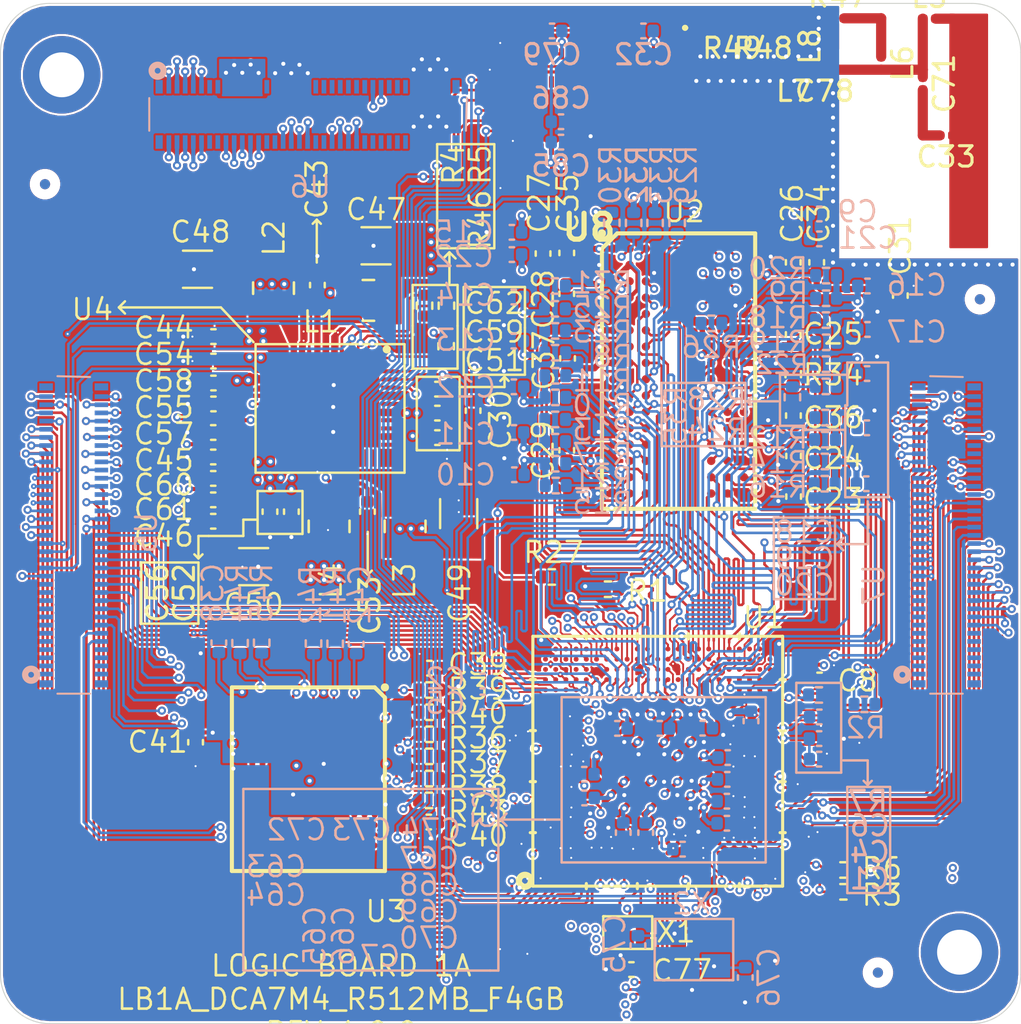
<source format=kicad_pcb>
(kicad_pcb (version 20171130) (host pcbnew 5.1.10-88a1d61d58~88~ubuntu20.04.1)
  (title_block (title "LOGIC BOARD 1A (LB1A_DCA7M4_R512MB_F4GB)") (date 2021-06-10) (rev 1.0.0) (company LogicX))
  (layers (0 Top_Layer.Cu signal) (1 Signal_Layer_1.Cu signal) (2 Signal_Layer_2.Cu signal) (3 Signal_Layer_3.Cu signal) (4 Signal_Layer_4.Cu signal) (31 Bottom_Layer.Cu signal) (34 B.Paste user hide) (35 F.Paste user hide) (36 B.SilkS user hide) (37 F.SilkS user hide) (38 B.Mask user hide) (39 F.Mask user hide) (44 Edge.Cuts user))
  (net 0 "")
  (net 1 GND)
  (net 2 MPU_VDDA_1V8_REG)
  (net 3 PMIC_VOUT3_VDD)
  (net 4 PMIC_LDO4_VDD_USB)
  (net 5 "Net-(C5-Pad2)")
  (net 6 "Net-(C6-Pad1)")
  (net 7 "Net-(C7-Pad1)")
  (net 8 PMIC_VREF_DDR)
  (net 9 PMIC_LDO3_VTT_DDR)
  (net 10 PMIC_VOUT2_VDD_DDR)
  (net 11 "Net-(C42-Pad1)")
  (net 12 5V_VIN)
  (net 13 PMIC_VOUT1_VDD_CORE)
  (net 14 PMIC_VOUT4_3V3)
  (net 15 PMIC_LDO1_1V8)
  (net 16 PMIC_LDO6_1V0)
  (net 17 "Net-(C62-Pad1)")
  (net 18 "Net-(L1-Pad1)")
  (net 19 "Net-(L2-Pad1)")
  (net 20 "Net-(L3-Pad1)")
  (net 21 "Net-(L4-Pad1)")
  (net 22 "Net-(R1-Pad1)")
  (net 23 I2C1_SCL)
  (net 24 I2C1_SDA)
  (net 25 I2C4_SCL)
  (net 26 I2C4_SDA)
  (net 27 ETH_NRST)
  (net 28 "Net-(R7-Pad1)")
  (net 29 DDR_A0)
  (net 30 DDR_A1)
  (net 31 DDR_A2)
  (net 32 DDR_A3)
  (net 33 DDR_A4)
  (net 34 DDR_A5)
  (net 35 DDR_A6)
  (net 36 DDR_A7)
  (net 37 DDR_A8)
  (net 38 DDR_A9)
  (net 39 DDR_A10)
  (net 40 DDR_A11)
  (net 41 DDR_A12)
  (net 42 DDR_A13)
  (net 43 DDR_A14)
  (net 44 DDR_BA0)
  (net 45 DDR_BA1)
  (net 46 DDR_BA2)
  (net 47 DDR_CLK_P)
  (net 48 DDR_CLK_N)
  (net 49 DDR_RESETN)
  (net 50 DDR_CKE)
  (net 51 DDR_RASN)
  (net 52 DDR_CSN)
  (net 53 DDR_ODT)
  (net 54 DDR_WEN)
  (net 55 DDR_CASN)
  (net 56 "Net-(R34-Pad1)")
  (net 57 SDMMC2_D0)
  (net 58 SDMMC2_D1)
  (net 59 SDMMC2_D2)
  (net 60 SDMMC2_D3)
  (net 61 SDMMC2_D4)
  (net 62 SDMMC2_D5)
  (net 63 SDMMC2_D6)
  (net 64 SDMMC2_D7)
  (net 65 SDMMC2_CMD)
  (net 66 SDMMC2_CK)
  (net 67 NRST)
  (net 68 "Net-(U1-PadA2)")
  (net 69 "Net-(U1-PadA3)")
  (net 70 "Net-(U1-PadA7)")
  (net 71 "Net-(U1-PadA13)")
  (net 72 DSI_CKN)
  (net 73 DSI_D1_N)
  (net 74 JTDO_TRACESWO)
  (net 75 JTDI)
  (net 76 "Net-(U1-PadA21)")
  (net 77 "Net-(U1-PadA22)")
  (net 78 LCD_G4)
  (net 79 LCD_R6)
  (net 80 LCD_B4)
  (net 81 LCD_B3)
  (net 82 "Net-(U1-PadB6)")
  (net 83 STLINK_UART4_RX)
  (net 84 STLINK_UART4_TX)
  (net 85 I2S2_WS)
  (net 86 DSI_TE)
  (net 87 DSI_D0_N)
  (net 88 DSI_CKP)
  (net 89 DSI_D1_P)
  (net 90 NJRST)
  (net 91 JTCK_SWCLK)
  (net 92 "Net-(U1-PadB21)")
  (net 93 "Net-(U1-PadB22)")
  (net 94 "Net-(U1-PadB23)")
  (net 95 LCD_G5)
  (net 96 LCD_R4)
  (net 97 LCD_G3)
  (net 98 LCD_R3)
  (net 99 "Net-(U1-PadC6)")
  (net 100 "Net-(U1-PadC8)")
  (net 101 LCD_G1)
  (net 102 DSI_D0_P)
  (net 103 "Net-(U1-PadC19)")
  (net 104 JTMS_SWDIO)
  (net 105 "Net-(U1-PadC22)")
  (net 106 "Net-(U1-PadC23)")
  (net 107 LCD_G2)
  (net 108 "Net-(U1-PadD2)")
  (net 109 LCD_R7)
  (net 110 LCD_R2)
  (net 111 "Net-(U1-PadD6)")
  (net 112 "Net-(U1-PadD11)")
  (net 113 SDMMC1_CMD)
  (net 114 SDMMC1_CK)
  (net 115 I2S2_CK)
  (net 116 SDMMC1_D2)
  (net 117 SDMMC1_D3)
  (net 118 SDMMC1_D1)
  (net 119 SDMMC1_D0)
  (net 120 DSI_RESET)
  (net 121 "Net-(U1-PadD21)")
  (net 122 "Net-(U1-PadD22)")
  (net 123 "Net-(U1-PadD23)")
  (net 124 I2S2_SDO)
  (net 125 LCD_G7)
  (net 126 LCD_G6)
  (net 127 "Net-(U1-PadE4)")
  (net 128 DDR_DQ3)
  (net 129 DDR_DQ0)
  (net 130 "Net-(U1-PadE23)")
  (net 131 "Net-(U1-PadF2)")
  (net 132 DDR_DQ1)
  (net 133 USART1_CTS)
  (net 134 DDR_DQ7)
  (net 135 DDR_DQS0_P)
  (net 136 DDR_DQS0_N)
  (net 137 LCD_VSYNC)
  (net 138 DDR_DQ2)
  (net 139 DDR_DQ6)
  (net 140 DDR_DQM0)
  (net 141 "Net-(U1-PadJ2)")
  (net 142 DDR_DQ4)
  (net 143 DDR_DQ5)
  (net 144 LCD_B0)
  (net 145 PMIC_WAKEUP)
  (net 146 LCD_B7)
  (net 147 LCD_B1)
  (net 148 "Net-(U1-PadK20)")
  (net 149 U_LED_1)
  (net 150 "Net-(U1-PadL21)")
  (net 151 BOOT2)
  (net 152 BOOT0)
  (net 153 "Net-(U1-PadN3)")
  (net 154 BOOT1)
  (net 155 STUSB1600_IRQOUTn)
  (net 156 "Net-(U1-PadP20)")
  (net 157 POWER_ON)
  (net 158 LCD_HSYNC)
  (net 159 "Net-(U1-PadT4)")
  (net 160 DDR_DQ8)
  (net 161 DDR_DQ10)
  (net 162 DDR_DQ13)
  (net 163 "Net-(U1-PadU1)")
  (net 164 LCD_B5)
  (net 165 ANA0)
  (net 166 ANA1)
  (net 167 DDR_DQ9)
  (net 168 "Net-(U1-PadV2)")
  (net 169 "Net-(U1-PadV3)")
  (net 170 DDR_DQM1)
  (net 171 HDMI_INT)
  (net 172 "Net-(U1-PadW2)")
  (net 173 ETH_RXD3)
  (net 174 DDR_DQ11)
  (net 175 DDR_DQ14)
  (net 176 DDR_DQ12)
  (net 177 ETH_TXD3)
  (net 178 ETH_TXD2)
  (net 179 ETH_CLK125)
  (net 180 USART1_TX)
  (net 181 ETH_CLK)
  (net 182 "Net-(U1-PadY9)")
  (net 183 "Net-(U1-PadY10)")
  (net 184 "Net-(U1-PadY11)")
  (net 185 LCD_DE)
  (net 186 "Net-(U1-PadY13)")
  (net 187 HDMI_CEC)
  (net 188 "Net-(U1-PadY15)")
  (net 189 USART1_RX)
  (net 190 HDMI_NRST)
  (net 191 "Net-(U1-PadY19)")
  (net 192 DDR_DQ15)
  (net 193 "Net-(U1-PadY22)")
  (net 194 "Net-(U1-PadY23)")
  (net 195 ETH_TXD1)
  (net 196 ETH_TXD0)
  (net 197 LCD_R1)
  (net 198 ETH_RX_CLK)
  (net 199 ETH_MDC)
  (net 200 "Net-(U1-PadAA9)")
  (net 201 "Net-(U1-PadAA10)")
  (net 202 "Net-(U1-PadAA11)")
  (net 203 SPI5_NSS)
  (net 204 SPI5_MOSI)
  (net 205 DSI_BL_CTRL)
  (net 206 "Net-(U1-PadAA20)")
  (net 207 "Net-(U1-PadAA22)")
  (net 208 "Net-(U1-PadAA23)")
  (net 209 ETH_TX_EN)
  (net 210 ETH_GTX_CLK)
  (net 211 PA0_WKUP)
  (net 212 LCD_R0)
  (net 213 LCD_R5)
  (net 214 ETH_RXD2)
  (net 215 ETH_RXD1)
  (net 216 ETH_RX_DV)
  (net 217 LCD_B2)
  (net 218 SPI5_SCK)
  (net 219 USB_DM2)
  (net 220 USB_DM1)
  (net 221 USART1_RTS)
  (net 222 "Net-(U1-PadAB20)")
  (net 223 "Net-(U1-PadAB21)")
  (net 224 "Net-(U1-PadAB22)")
  (net 225 "Net-(U1-PadAB23)")
  (net 226 ETH_MDIO)
  (net 227 U_LED_2)
  (net 228 ETH_RXD0)
  (net 229 ETH_MDINT)
  (net 230 SPI5_MISO)
  (net 231 "Net-(U1-PadAC13)")
  (net 232 LCD_CLK)
  (net 233 USB_DP2)
  (net 234 USB_DP1)
  (net 235 "Net-(U1-PadAC19)")
  (net 236 "Net-(U1-PadAC21)")
  (net 237 "Net-(U1-PadAC22)")
  (net 238 "Net-(U3-PadA7)")
  (net 239 "Net-(U3-PadA10)")
  (net 240 "Net-(U3-PadA11)")
  (net 241 "Net-(U3-PadA12)")
  (net 242 "Net-(U3-PadA13)")
  (net 243 "Net-(U3-PadA14)")
  (net 244 "Net-(U3-PadB1)")
  (net 245 "Net-(U3-PadB9)")
  (net 246 "Net-(U3-PadB10)")
  (net 247 "Net-(U3-PadB11)")
  (net 248 "Net-(U3-PadB12)")
  (net 249 "Net-(U3-PadB13)")
  (net 250 "Net-(U3-PadB14)")
  (net 251 "Net-(U3-PadC8)")
  (net 252 "Net-(U3-PadC9)")
  (net 253 "Net-(U3-PadC10)")
  (net 254 "Net-(U3-PadC11)")
  (net 255 "Net-(U3-PadC12)")
  (net 256 "Net-(U3-PadC13)")
  (net 257 "Net-(U3-PadC14)")
  (net 258 "Net-(U3-PadD1)")
  (net 259 "Net-(U3-PadD12)")
  (net 260 "Net-(U3-PadD13)")
  (net 261 "Net-(U3-PadD14)")
  (net 262 "Net-(U3-PadE5)")
  (net 263 "Net-(U3-PadE8)")
  (net 264 "Net-(U3-PadE9)")
  (net 265 "Net-(U3-PadE10)")
  (net 266 "Net-(U3-PadE12)")
  (net 267 "Net-(U3-PadE13)")
  (net 268 "Net-(U3-PadE14)")
  (net 269 "Net-(U3-PadF3)")
  (net 270 "Net-(U3-PadF10)")
  (net 271 "Net-(U3-PadF12)")
  (net 272 "Net-(U3-PadF13)")
  (net 273 "Net-(U3-PadF14)")
  (net 274 "Net-(U3-PadG2)")
  (net 275 "Net-(U3-PadG3)")
  (net 276 "Net-(U3-PadG10)")
  (net 277 "Net-(U3-PadG12)")
  (net 278 "Net-(U3-PadG13)")
  (net 279 "Net-(U3-PadG14)")
  (net 280 "Net-(U3-PadH1)")
  (net 281 "Net-(U3-PadH2)")
  (net 282 "Net-(U3-PadH3)")
  (net 283 "Net-(U3-PadH5)")
  (net 284 "Net-(U3-PadH12)")
  (net 285 "Net-(U3-PadH13)")
  (net 286 "Net-(U3-PadH14)")
  (net 287 "Net-(U3-PadJ12)")
  (net 288 "Net-(U3-PadJ13)")
  (net 289 "Net-(U3-PadJ14)")
  (net 290 "Net-(U3-PadK6)")
  (net 291 "Net-(U3-PadK7)")
  (net 292 "Net-(U3-PadK10)")
  (net 293 "Net-(U3-PadK12)")
  (net 294 "Net-(U3-PadK13)")
  (net 295 "Net-(U3-PadK14)")
  (net 296 "Net-(U3-PadL12)")
  (net 297 "Net-(U3-PadL13)")
  (net 298 "Net-(U3-PadL14)")
  (net 299 "Net-(U3-PadM1)")
  (net 300 "Net-(U3-PadM2)")
  (net 301 "Net-(U3-PadM3)")
  (net 302 "Net-(U3-PadM7)")
  (net 303 "Net-(U3-PadM8)")
  (net 304 "Net-(U3-PadM9)")
  (net 305 "Net-(U3-PadM10)")
  (net 306 "Net-(U3-PadM11)")
  (net 307 "Net-(U3-PadM12)")
  (net 308 "Net-(U3-PadM13)")
  (net 309 "Net-(U3-PadM14)")
  (net 310 "Net-(U3-PadN1)")
  (net 311 "Net-(U3-PadN3)")
  (net 312 "Net-(U3-PadN6)")
  (net 313 "Net-(U3-PadN7)")
  (net 314 "Net-(U3-PadN8)")
  (net 315 "Net-(U3-PadN9)")
  (net 316 "Net-(U3-PadN10)")
  (net 317 "Net-(U3-PadN11)")
  (net 318 "Net-(U3-PadN12)")
  (net 319 "Net-(U3-PadN13)")
  (net 320 "Net-(U3-PadN14)")
  (net 321 "Net-(U3-PadP2)")
  (net 322 "Net-(U3-PadP7)")
  (net 323 "Net-(U3-PadP8)")
  (net 324 "Net-(U3-PadP9)")
  (net 325 "Net-(U3-PadP10)")
  (net 326 "Net-(U3-PadP11)")
  (net 327 "Net-(U3-PadP12)")
  (net 328 "Net-(U3-PadP13)")
  (net 329 "Net-(U3-PadP14)")
  (net 330 nPONKEY)
  (net 331 PMIC_LDO2_2V9)
  (net 332 "Net-(U4-Pad33)")
  (net 333 "Net-(U4-Pad34)")
  (net 334 "Net-(U4-Pad35)")
  (net 335 "Net-(U4-Pad37)")
  (net 336 "Net-(U4-Pad38)")
  (net 337 "Net-(U5-Pad1)")
  (net 338 "Net-(U5-Pad2)")
  (net 339 "Net-(U5-Pad3)")
  (net 340 "Net-(U5-Pad4)")
  (net 341 "Net-(U5-Pad5)")
  (net 342 "Net-(U5-Pad6)")
  (net 343 "Net-(U5-Pad7)")
  (net 344 "Net-(U5-Pad8)")
  (net 345 "Net-(U5-Pad9)")
  (net 346 "Net-(U5-Pad11)")
  (net 347 "Net-(U5-Pad13)")
  (net 348 "Net-(U5-Pad15)")
  (net 349 "Net-(U5-Pad17)")
  (net 350 "Net-(U5-Pad19)")
  (net 351 "Net-(U5-Pad21)")
  (net 352 "Net-(U5-Pad23)")
  (net 353 "Net-(U6-Pad11)")
  (net 354 "Net-(U6-Pad12)")
  (net 355 "Net-(U6-Pad13)")
  (net 356 "Net-(U6-Pad14)")
  (net 357 "Net-(U6-Pad25)")
  (net 358 "Net-(U6-Pad26)")
  (net 359 "Net-(U6-Pad28)")
  (net 360 "Net-(U6-Pad37)")
  (net 361 "Net-(U6-Pad38)")
  (net 362 "Net-(U6-Pad39)")
  (net 363 "Net-(U6-Pad40)")
  (net 364 "Net-(U6-Pad41)")
  (net 365 "Net-(U6-Pad43)")
  (net 366 "Net-(U6-Pad45)")
  (net 367 "Net-(U6-Pad47)")
  (net 368 "Net-(U6-Pad49)")
  (net 369 "Net-(U6-Pad50)")
  (net 370 "Net-(U6-Pad52)")
  (net 371 "Net-(U6-Pad54)")
  (net 372 "Net-(U6-Pad55)")
  (net 373 "Net-(U6-Pad56)")
  (net 374 "Net-(U6-Pad57)")
  (net 375 "Net-(U6-Pad58)")
  (net 376 "Net-(U6-Pad59)")
  (net 377 "Net-(U6-Pad60)")
  (net 378 "Net-(U7-Pad11)")
  (net 379 "Net-(U7-Pad13)")
  (net 380 "Net-(U7-Pad15)")
  (net 381 "Net-(U7-Pad17)")
  (net 382 "Net-(U7-Pad19)")
  (net 383 "Net-(U7-Pad21)")
  (net 384 "Net-(U7-Pad23)")
  (net 385 "Net-(X1-Pad1)")
  (net 386 LCD_B6)
  (net 387 DDR_DQS1_P)
  (net 388 DDR_DQS1_N)
  (net 389 DSI_LCD_INT)
  (net 390 "Net-(U1-PadF3)")
  (net 391 U_BUTTON_1)
  (net 392 U_BUTTON_2)
  (net 393 "Net-(U1-PadV4)")
  (net 394 LCD_G0)
  (net 395 "Net-(U1-PadAA18)")
  (net 396 "Net-(C75-Pad2)")
  (net 397 "Net-(C76-Pad2)")
  (net 398 "Net-(C77-Pad2)")
  (net 399 "Net-(U7-Pad1)")
  (net 400 "Net-(U7-Pad2)")
  (net 401 "Net-(U7-Pad3)")
  (net 402 "Net-(U7-Pad4)")
  (net 403 "Net-(U7-Pad5)")
  (net 404 "Net-(U7-Pad6)")
  (net 405 "Net-(U7-Pad7)")
  (net 406 "Net-(U7-Pad8)")
  (net 407 "Net-(U7-Pad9)")
  (net 408 "Net-(U7-Pad10)")
  (net 409 "Net-(U7-Pad12)")
  (net 410 PMIC_LDO5_2V9)
  (net 411 "Net-(U7-Pad68)")
  (net 412 "Net-(U7-Pad56)")
  (net 413 "Net-(U7-Pad58)")
  (net 414 "Net-(C33-Pad2)")
  (net 415 SDMMC3_CK)
  (net 416 SDMMC3_CMD)
  (net 417 SDMMC3_D0)
  (net 418 SDMMC3_D1)
  (net 419 SDMMC3_D2)
  (net 420 SDMMC3_D3)
  (net 421 "Net-(U8-Pad16)")
  (net 422 "Net-(U8-Pad17)")
  (net 423 "Net-(U8-Pad37)")
  (net 424 "Net-(U8-Pad38)")
  (net 425 "Net-(U8-Pad40)")
  (net 426 VDDOUT_VDDIO)
  (net 427 "Net-(C33-Pad1)")
  (net 428 "Net-(C71-Pad1)")
  (net 429 "Net-(C78-Pad2)")
  (net 430 ANT0)
  (net 431 "Net-(L6-Pad1)")
  (net 432 WL_HOST_WAKE)
  (net 433 "Net-(U8-Pad8)")
  (net 434 WL_REG_ON)
  (net 435 "Net-(U8-Pad12)")
  (net 436 "Net-(U8-Pad18)")
  (net 437 "Net-(U8-Pad39)")
  (net 438 "Net-(U8-Pad41)")
  (net 439 "Net-(U8-Pad42)")
  (net 440 "Net-(U8-Pad43)")
  (net 441 "Net-(U8-Pad44)")
  (net 442 "Net-(U8-Pad45)")
  (net 443 "Net-(U8-Pad46)")
  (net 444 BT_RF_IN)
  (net 445 "Net-(U8-Pad54)")
  (net 446 "Net-(U8-Pad55)")
  (net 447 "Net-(U8-Pad56)")
  (net 448 "Net-(U8-Pad61)")
  (net 449 "Net-(U8-Pad62)")
  (net 450 "Net-(U8-Pad63)")
  (net 451 "Net-(U8-Pad64)")
  (net 452 "Net-(U8-Pad66)")
  (net 453 "Net-(U8-Pad67)")
  (net 454 "Net-(U8-Pad68)")
  (net 455 "Net-(U8-Pad69)")
  (net 456 "Net-(U8-Pad70)")
  (net 457 "Net-(U8-Pad71)")
  (net 458 "Net-(U8-Pad74)")
  (net 459 "Net-(U8-Pad75)")
  (net 460 "Net-(U8-Pad76)")
  (net 461 "Net-(U8-Pad77)")
  (net 462 "Net-(U8-Pad78)")
  (net 463 "Net-(U8-Pad79)")
  (net 464 LPO_32)
  (net 465 "Net-(U8-Pad81)")
  (net 466 "Net-(U8-Pad86)")
  (net 467 "Net-(U8-Pad87)")
  (net 468 "Net-(U8-Pad88)")
  (net 469 "Net-(U8-Pad89)")
  (net 470 "Net-(U8-Pad90)")
  (net 471 "Net-(U8-Pad91)")
  (net 472 "Net-(U8-Pad92)")
  (net 473 "Net-(U8-Pad93)")
  (net 474 "Net-(U1-PadAC10)")
  (net 475 "Net-(U1-PadAC5)")
  (net 476 "Net-(U1-PadAB9)")
  (net 477 "Net-(U1-PadY5)")
  (net 478 "Net-(U1-PadY3)")
  (net 479 "Net-(U1-PadJ4)")
  (net 480 "Net-(U1-PadJ3)")
  (net 481 "Net-(U1-PadH1)")
  (net 482 "Net-(U1-PadG3)")
  (net 483 "Net-(U1-PadG1)")
  (net 484 "Net-(U1-PadC4)")
  (net 485 "Net-(U8-Pad85)")
  (net 486 "Net-(U8-Pad84)")
  (net 487 "Net-(U8-Pad83)")
  (net 488 "Net-(U8-Pad82)")
  (net 489 "Net-(U8-Pad34)")
  (net 490 "Net-(U8-Pad33)")
  (net 491 "Net-(U8-Pad32)")
  (net 492 "Net-(U8-Pad31)")
  (net 493 "Net-(U8-Pad29)")
  (net 494 "Net-(U8-Pad9)")
  (net 495 "Net-(U8-Pad5)")
  (net 496 "Net-(L7-Pad2)")
  (net 497 "Net-(R48-Pad1)")
  (module U_Module:LBEE59B1LV278 (layer Top_Layer.Cu) (at 144 70 180)
    (fp_text reference U8 (at 0.16 -5.48) (layer F.SilkS) (effects (font (size 1.27 1.27) (thickness 0.254))))
    (fp_text value LBEE59B1LV-278 hide)
    (pad 1 smd rect (at -4.5 3.025 180) (size 0.25 0.55) (layers Top_Layer.Cu F.Paste F.Mask) (net 1 GND))
    (pad 2 smd rect (at -4 3.025 180) (size 0.25 0.55) (layers Top_Layer.Cu F.Paste F.Mask) (net 1 GND))
    (pad 3 smd rect (at -3.5 3.025 180) (size 0.25 0.55) (layers Top_Layer.Cu F.Paste F.Mask) (net 1 GND))
    (pad 4 smd rect (at -3 3.025 180) (size 0.25 0.55) (layers Top_Layer.Cu F.Paste F.Mask) (net 426 VDDOUT_VDDIO))
    (pad 5 smd rect (at -2.5 3.025 180) (size 0.25 0.55) (layers Top_Layer.Cu F.Paste F.Mask) (net 495 "Net-(U8-Pad5)"))
    (pad 6 smd rect (at -2 3.025 180) (size 0.25 0.55) (layers Top_Layer.Cu F.Paste F.Mask) (net 1 GND))
    (pad 7 smd rect (at -1.5 3.025 180) (size 0.25 0.55) (layers Top_Layer.Cu F.Paste F.Mask) (net 432 WL_HOST_WAKE))
    (pad 8 smd rect (at -1 3.025 180) (size 0.25 0.55) (layers Top_Layer.Cu F.Paste F.Mask) (net 433 "Net-(U8-Pad8)"))
    (pad 9 smd rect (at -0.5 3.025 180) (size 0.25 0.55) (layers Top_Layer.Cu F.Paste F.Mask) (net 494 "Net-(U8-Pad9)"))
    (pad 10 smd rect (at 0 3.025 180) (size 0.25 0.55) (layers Top_Layer.Cu F.Paste F.Mask) (net 434 WL_REG_ON))
    (pad 11 smd rect (at 0.5 3.025 180) (size 0.25 0.55) (layers Top_Layer.Cu F.Paste F.Mask) (net 1 GND))
    (pad 12 smd rect (at 1 3.025 180) (size 0.25 0.55) (layers Top_Layer.Cu F.Paste F.Mask) (net 435 "Net-(U8-Pad12)"))
    (pad 13 smd rect (at 1.5 3.025 180) (size 0.25 0.55) (layers Top_Layer.Cu F.Paste F.Mask) (net 15 PMIC_LDO1_1V8))
    (pad 14 smd rect (at 2 3.025 180) (size 0.25 0.55) (layers Top_Layer.Cu F.Paste F.Mask) (net 15 PMIC_LDO1_1V8))
    (pad 15 smd rect (at 2.5 3.025 180) (size 0.25 0.55) (layers Top_Layer.Cu F.Paste F.Mask) (net 1 GND))
    (pad 16 smd rect (at 3 3.025 180) (size 0.25 0.55) (layers Top_Layer.Cu F.Paste F.Mask) (net 421 "Net-(U8-Pad16)"))
    (pad 17 smd rect (at 3.5 3.025 180) (size 0.25 0.55) (layers Top_Layer.Cu F.Paste F.Mask) (net 422 "Net-(U8-Pad17)"))
    (pad 18 smd rect (at 4 3.025 180) (size 0.25 0.55) (layers Top_Layer.Cu F.Paste F.Mask) (net 436 "Net-(U8-Pad18)"))
    (pad 19 smd rect (at 4.5 3.025 180) (size 0.25 0.55) (layers Top_Layer.Cu F.Paste F.Mask) (net 1 GND))
    (pad 20 smd rect (at 4.425 2.25 270) (size 0.25 0.55) (layers Top_Layer.Cu F.Paste F.Mask) (net 1 GND))
    (pad 21 smd rect (at 4.425 1.75 270) (size 0.25 0.55) (layers Top_Layer.Cu F.Paste F.Mask) (net 419 SDMMC3_D2))
    (pad 22 smd rect (at 4.425 1.25 270) (size 0.25 0.55) (layers Top_Layer.Cu F.Paste F.Mask) (net 418 SDMMC3_D1))
    (pad 23 smd rect (at 4.425 0.75 270) (size 0.25 0.55) (layers Top_Layer.Cu F.Paste F.Mask) (net 417 SDMMC3_D0))
    (pad 24 smd rect (at 4.425 0.25 270) (size 0.25 0.55) (layers Top_Layer.Cu F.Paste F.Mask) (net 415 SDMMC3_CK))
    (pad 25 smd rect (at 4.425 -0.25 270) (size 0.25 0.55) (layers Top_Layer.Cu F.Paste F.Mask) (net 420 SDMMC3_D3))
    (pad 26 smd rect (at 4.425 -0.75 270) (size 0.25 0.55) (layers Top_Layer.Cu F.Paste F.Mask) (net 416 SDMMC3_CMD))
    (pad 27 smd rect (at 4.425 -1.25 270) (size 0.25 0.55) (layers Top_Layer.Cu F.Paste F.Mask) (net 1 GND))
    (pad 28 smd rect (at 4.425 -1.75 270) (size 0.25 0.55) (layers Top_Layer.Cu F.Paste F.Mask) (net 426 VDDOUT_VDDIO))
    (pad 29 smd rect (at 4.425 -2.25 270) (size 0.25 0.55) (layers Top_Layer.Cu F.Paste F.Mask) (net 493 "Net-(U8-Pad29)"))
    (pad 30 smd rect (at 4.5 -3.025 180) (size 0.25 0.55) (layers Top_Layer.Cu F.Paste F.Mask) (net 1 GND))
    (pad 31 smd rect (at 4 -3.025 180) (size 0.25 0.55) (layers Top_Layer.Cu F.Paste F.Mask) (net 492 "Net-(U8-Pad31)"))
    (pad 32 smd rect (at 3.5 -3.025 180) (size 0.25 0.55) (layers Top_Layer.Cu F.Paste F.Mask) (net 491 "Net-(U8-Pad32)"))
    (pad 33 smd rect (at 3 -3.025 180) (size 0.25 0.55) (layers Top_Layer.Cu F.Paste F.Mask) (net 490 "Net-(U8-Pad33)"))
    (pad 34 smd rect (at 2.5 -3.025 180) (size 0.25 0.55) (layers Top_Layer.Cu F.Paste F.Mask) (net 489 "Net-(U8-Pad34)"))
    (pad 35 smd rect (at 2 -3.025 180) (size 0.25 0.55) (layers Top_Layer.Cu F.Paste F.Mask) (net 15 PMIC_LDO1_1V8))
    (pad 36 smd rect (at 1.5 -3.025 180) (size 0.25 0.55) (layers Top_Layer.Cu F.Paste F.Mask) (net 1 GND))
    (pad 37 smd rect (at 1 -3.025 180) (size 0.25 0.55) (layers Top_Layer.Cu F.Paste F.Mask) (net 423 "Net-(U8-Pad37)"))
    (pad 38 smd rect (at 0.5 -3.025 180) (size 0.25 0.55) (layers Top_Layer.Cu F.Paste F.Mask) (net 424 "Net-(U8-Pad38)"))
    (pad 39 smd rect (at 0 -3.025 180) (size 0.25 0.55) (layers Top_Layer.Cu F.Paste F.Mask) (net 437 "Net-(U8-Pad39)"))
    (pad 40 smd rect (at -0.5 -3.025 180) (size 0.25 0.55) (layers Top_Layer.Cu F.Paste F.Mask) (net 425 "Net-(U8-Pad40)"))
    (pad 41 smd rect (at -1 -3.025 180) (size 0.25 0.55) (layers Top_Layer.Cu F.Paste F.Mask) (net 438 "Net-(U8-Pad41)"))
    (pad 42 smd rect (at -1.5 -3.025 180) (size 0.25 0.55) (layers Top_Layer.Cu F.Paste F.Mask) (net 439 "Net-(U8-Pad42)"))
    (pad 43 smd rect (at -2 -3.025 180) (size 0.25 0.55) (layers Top_Layer.Cu F.Paste F.Mask) (net 440 "Net-(U8-Pad43)"))
    (pad 44 smd rect (at -2.5 -3.025 180) (size 0.25 0.55) (layers Top_Layer.Cu F.Paste F.Mask) (net 441 "Net-(U8-Pad44)"))
    (pad 45 smd rect (at -3 -3.025 180) (size 0.25 0.55) (layers Top_Layer.Cu F.Paste F.Mask) (net 442 "Net-(U8-Pad45)"))
    (pad 46 smd rect (at -3.5 -3.025 180) (size 0.25 0.55) (layers Top_Layer.Cu F.Paste F.Mask) (net 443 "Net-(U8-Pad46)"))
    (pad 47 smd rect (at -4 -3.025 180) (size 0.25 0.55) (layers Top_Layer.Cu F.Paste F.Mask) (net 1 GND))
    (pad 48 smd rect (at -4.5 -3.025 180) (size 0.25 0.55) (layers Top_Layer.Cu F.Paste F.Mask) (net 1 GND))
    (pad 49 smd rect (at -4.425 -2.25 270) (size 0.25 0.55) (layers Top_Layer.Cu F.Paste F.Mask) (net 444 BT_RF_IN))
    (pad 50 smd rect (at -4.425 -1.75 270) (size 0.25 0.55) (layers Top_Layer.Cu F.Paste F.Mask) (net 1 GND))
    (pad 51 smd rect (at -4.425 -1.25 270) (size 0.25 0.55) (layers Top_Layer.Cu F.Paste F.Mask) (net 444 BT_RF_IN))
    (pad 52 smd rect (at -4.425 -0.75 270) (size 0.25 0.55) (layers Top_Layer.Cu F.Paste F.Mask) (net 1 GND))
    (pad 53 smd rect (at -4.425 -0.25 270) (size 0.25 0.55) (layers Top_Layer.Cu F.Paste F.Mask) (net 1 GND))
    (pad 54 smd rect (at -4.425 0.25 270) (size 0.25 0.55) (layers Top_Layer.Cu F.Paste F.Mask) (net 445 "Net-(U8-Pad54)"))
    (pad 55 smd rect (at -4.425 0.75 270) (size 0.25 0.55) (layers Top_Layer.Cu F.Paste F.Mask) (net 446 "Net-(U8-Pad55)"))
    (pad 56 smd rect (at -4.425 1.25 270) (size 0.25 0.55) (layers Top_Layer.Cu F.Paste F.Mask) (net 447 "Net-(U8-Pad56)"))
    (pad 57 smd rect (at -4.425 1.75 270) (size 0.25 0.55) (layers Top_Layer.Cu F.Paste F.Mask) (net 1 GND))
    (pad 58 smd rect (at -4.425 2.25 270) (size 0.25 0.55) (layers Top_Layer.Cu F.Paste F.Mask) (net 430 ANT0))
    (pad 59 smd rect (at -3 1.65 180) (size 0.25 0.55) (layers Top_Layer.Cu F.Paste F.Mask) (net 1 GND))
    (pad 60 smd rect (at -2.5 1.65 180) (size 0.25 0.55) (layers Top_Layer.Cu F.Paste F.Mask) (net 1 GND))
    (pad 61 smd rect (at -2 1.65 180) (size 0.25 0.55) (layers Top_Layer.Cu F.Paste F.Mask) (net 448 "Net-(U8-Pad61)"))
    (pad 62 smd rect (at -1.5 1.65 180) (size 0.25 0.55) (layers Top_Layer.Cu F.Paste F.Mask) (net 449 "Net-(U8-Pad62)"))
    (pad 63 smd rect (at -1 1.65 180) (size 0.25 0.55) (layers Top_Layer.Cu F.Paste F.Mask) (net 450 "Net-(U8-Pad63)"))
    (pad 64 smd rect (at -0.5 1.65 180) (size 0.25 0.55) (layers Top_Layer.Cu F.Paste F.Mask) (net 451 "Net-(U8-Pad64)"))
    (pad 65 smd rect (at 0 1.65 180) (size 0.25 0.55) (layers Top_Layer.Cu F.Paste F.Mask) (net 1 GND))
    (pad 66 smd rect (at 0.5 1.65 180) (size 0.25 0.55) (layers Top_Layer.Cu F.Paste F.Mask) (net 452 "Net-(U8-Pad66)"))
    (pad 67 smd rect (at 1 1.65 180) (size 0.25 0.55) (layers Top_Layer.Cu F.Paste F.Mask) (net 453 "Net-(U8-Pad67)"))
    (pad 68 smd rect (at 1.5 1.65 180) (size 0.25 0.55) (layers Top_Layer.Cu F.Paste F.Mask) (net 454 "Net-(U8-Pad68)"))
    (pad 69 smd rect (at 2 1.65 180) (size 0.25 0.55) (layers Top_Layer.Cu F.Paste F.Mask) (net 455 "Net-(U8-Pad69)"))
    (pad 70 smd rect (at 2.5 1.65 180) (size 0.25 0.55) (layers Top_Layer.Cu F.Paste F.Mask) (net 456 "Net-(U8-Pad70)"))
    (pad 71 smd rect (at 3 1.65 180) (size 0.25 0.55) (layers Top_Layer.Cu F.Paste F.Mask) (net 457 "Net-(U8-Pad71)"))
    (pad 72 smd rect (at 2.85 1 270) (size 0.25 0.55) (layers Top_Layer.Cu F.Paste F.Mask) (net 1 GND))
    (pad 73 smd rect (at 2.85 0.5 270) (size 0.25 0.55) (layers Top_Layer.Cu F.Paste F.Mask) (net 1 GND))
    (pad 74 smd rect (at 2.85 0 270) (size 0.25 0.55) (layers Top_Layer.Cu F.Paste F.Mask) (net 458 "Net-(U8-Pad74)"))
    (pad 75 smd rect (at 2.85 -0.5 270) (size 0.25 0.55) (layers Top_Layer.Cu F.Paste F.Mask) (net 459 "Net-(U8-Pad75)"))
    (pad 76 smd rect (at 2.85 -1 270) (size 0.25 0.55) (layers Top_Layer.Cu F.Paste F.Mask) (net 460 "Net-(U8-Pad76)"))
    (pad 77 smd rect (at 3 -1.65 180) (size 0.25 0.55) (layers Top_Layer.Cu F.Paste F.Mask) (net 461 "Net-(U8-Pad77)"))
    (pad 78 smd rect (at 2.5 -1.65 180) (size 0.25 0.55) (layers Top_Layer.Cu F.Paste F.Mask) (net 462 "Net-(U8-Pad78)"))
    (pad 79 smd rect (at 2 -1.65 180) (size 0.25 0.55) (layers Top_Layer.Cu F.Paste F.Mask) (net 463 "Net-(U8-Pad79)"))
    (pad 80 smd rect (at 1.5 -1.65 180) (size 0.25 0.55) (layers Top_Layer.Cu F.Paste F.Mask) (net 464 LPO_32))
    (pad 81 smd rect (at 1 -1.65 180) (size 0.25 0.55) (layers Top_Layer.Cu F.Paste F.Mask) (net 465 "Net-(U8-Pad81)"))
    (pad 82 smd rect (at 0.5 -1.65 180) (size 0.25 0.55) (layers Top_Layer.Cu F.Paste F.Mask) (net 488 "Net-(U8-Pad82)"))
    (pad 83 smd rect (at 0 -1.65 180) (size 0.25 0.55) (layers Top_Layer.Cu F.Paste F.Mask) (net 487 "Net-(U8-Pad83)"))
    (pad 84 smd rect (at -0.5 -1.65 180) (size 0.25 0.55) (layers Top_Layer.Cu F.Paste F.Mask) (net 486 "Net-(U8-Pad84)"))
    (pad 85 smd rect (at -1 -1.65 180) (size 0.25 0.55) (layers Top_Layer.Cu F.Paste F.Mask) (net 485 "Net-(U8-Pad85)"))
    (pad 86 smd rect (at -1.5 -1.65 180) (size 0.25 0.55) (layers Top_Layer.Cu F.Paste F.Mask) (net 466 "Net-(U8-Pad86)"))
    (pad 87 smd rect (at -2 -1.65 180) (size 0.25 0.55) (layers Top_Layer.Cu F.Paste F.Mask) (net 467 "Net-(U8-Pad87)"))
    (pad 88 smd rect (at -2.5 -1.65 180) (size 0.25 0.55) (layers Top_Layer.Cu F.Paste F.Mask) (net 468 "Net-(U8-Pad88)"))
    (pad 89 smd rect (at -3 -1.65 180) (size 0.25 0.55) (layers Top_Layer.Cu F.Paste F.Mask) (net 469 "Net-(U8-Pad89)"))
    (pad 90 smd rect (at -2.85 -1 270) (size 0.25 0.55) (layers Top_Layer.Cu F.Paste F.Mask) (net 470 "Net-(U8-Pad90)"))
    (pad 91 smd rect (at -2.85 -0.5 270) (size 0.25 0.55) (layers Top_Layer.Cu F.Paste F.Mask) (net 471 "Net-(U8-Pad91)"))
    (pad 92 smd rect (at -2.85 0 270) (size 0.25 0.55) (layers Top_Layer.Cu F.Paste F.Mask) (net 472 "Net-(U8-Pad92)"))
    (pad 93 smd rect (at -2.85 0.5 270) (size 0.25 0.55) (layers Top_Layer.Cu F.Paste F.Mask) (net 473 "Net-(U8-Pad93)"))
    (pad 94 smd rect (at -2.85 1 270) (size 0.25 0.55) (layers Top_Layer.Cu F.Paste F.Mask) (net 1 GND))
    (pad 95 smd rect (at -1.2 0.5 270) (size 0.25 0.55) (layers Top_Layer.Cu F.Paste F.Mask) (net 1 GND))
    (pad 96 smd rect (at -0.4 0.5 270) (size 0.25 0.55) (layers Top_Layer.Cu F.Paste F.Mask) (net 1 GND))
    (pad 97 smd rect (at 0.4 0.5 270) (size 0.25 0.55) (layers Top_Layer.Cu F.Paste F.Mask) (net 1 GND))
    (pad 98 smd rect (at 1.2 0.5 270) (size 0.25 0.55) (layers Top_Layer.Cu F.Paste F.Mask) (net 1 GND))
    (pad 99 smd rect (at -1.2 0 270) (size 0.25 0.55) (layers Top_Layer.Cu F.Paste F.Mask) (net 1 GND))
    (pad 100 smd rect (at -0.4 0 270) (size 0.25 0.55) (layers Top_Layer.Cu F.Paste F.Mask) (net 1 GND))
    (pad 101 smd rect (at 0.4 0 270) (size 0.25 0.55) (layers Top_Layer.Cu F.Paste F.Mask) (net 1 GND))
    (pad 102 smd rect (at 1.2 0 270) (size 0.25 0.55) (layers Top_Layer.Cu F.Paste F.Mask) (net 1 GND))
    (pad 103 smd rect (at -1.2 -0.5 270) (size 0.25 0.55) (layers Top_Layer.Cu F.Paste F.Mask) (net 1 GND))
    (pad 104 smd rect (at -0.4 -0.5 270) (size 0.25 0.55) (layers Top_Layer.Cu F.Paste F.Mask) (net 1 GND))
    (pad 105 smd rect (at 0.4 -0.5 270) (size 0.25 0.55) (layers Top_Layer.Cu F.Paste F.Mask) (net 1 GND))
    (pad 106 smd rect (at 1.2 -0.5 270) (size 0.25 0.55) (layers Top_Layer.Cu F.Paste F.Mask) (net 1 GND))
  )
  (module Resistor_SMD:R_0201_0603Metric (layer Top_Layer.Cu) (at 150.85 67.75)
    (fp_text reference R49 (at 0 -1.05) (layer F.SilkS))
    (fp_text value 0E)
    (pad 2 smd roundrect (at 0.32 0) (size 0.46 0.4) (layers Top_Layer.Cu F.Mask) (net 497 "Net-(R48-Pad1)"))
    (pad 1 smd roundrect (at -0.32 0) (size 0.46 0.4) (layers Top_Layer.Cu F.Mask) (net 430 ANT0))
  )
  (module Resistor_SMD:R_0201_0603Metric (layer Top_Layer.Cu) (at 152.38 67.75)
    (fp_text reference R48 (at 0 -1.05) (layer F.SilkS))
    (fp_text value 0E)
    (pad 2 smd roundrect (at 0.32 0) (size 0.46 0.4) (layers Top_Layer.Cu F.Mask) (net 496 "Net-(L7-Pad2)"))
    (pad 1 smd roundrect (at -0.32 0) (size 0.46 0.4) (layers Top_Layer.Cu F.Mask) (net 497 "Net-(R48-Pad1)"))
  )
  (module Resistor_SMD:R_0201_0603Metric (layer Top_Layer.Cu) (at 156.03 65.23)
    (fp_text reference R47 (at 0 -1.05) (layer F.SilkS))
    (fp_text value 0E)
    (pad 2 smd roundrect (at 0.32 0) (size 0.46 0.4) (layers Top_Layer.Cu F.Mask) (net 431 "Net-(L6-Pad1)"))
    (pad 1 smd roundrect (at -0.32 0) (size 0.46 0.4) (layers Top_Layer.Cu F.Mask) (net 1 GND))
  )
  (module Inductor_SMD:L_0201_0603Metric (layer Top_Layer.Cu) (at 155.71 66.61 90)
    (fp_text reference L8 (at 0 -1.05 90) (layer F.SilkS))
    (fp_text value 1.5nH)
    (pad 2 smd roundrect (at 0.32 0 90) (size 0.46 0.4) (layers Top_Layer.Cu F.Mask) (net 1 GND))
    (pad 1 smd roundrect (at -0.32 0 90) (size 0.46 0.4) (layers Top_Layer.Cu F.Mask) (net 428 "Net-(C71-Pad1)"))
  )
  (module Inductor_SMD:L_0201_0603Metric (layer Top_Layer.Cu) (at 153.89 67.75 180)
    (fp_text reference L7 (at 0 -1.05) (layer F.SilkS))
    (fp_text value 1.5nH)
    (pad 2 smd roundrect (at 0.32 0 180) (size 0.46 0.4) (layers Top_Layer.Cu F.Mask) (net 496 "Net-(L7-Pad2)"))
    (pad 1 smd roundrect (at -0.32 0 180) (size 0.46 0.4) (layers Top_Layer.Cu F.Mask) (net 429 "Net-(C78-Pad2)"))
  )
  (module Inductor_SMD:L_0201_0603Metric (layer Top_Layer.Cu) (at 158.16 67.43 270)
    (fp_text reference L6 (at 0 -1.05 90) (layer F.SilkS))
    (fp_text value 3.0nH)
    (pad 2 smd roundrect (at 0.32 0 270) (size 0.46 0.4) (layers Top_Layer.Cu F.Mask) (net 428 "Net-(C71-Pad1)"))
    (pad 1 smd roundrect (at -0.32 0 270) (size 0.46 0.4) (layers Top_Layer.Cu F.Mask) (net 431 "Net-(L6-Pad1)"))
  )
  (module Inductor_SMD:L_0201_0603Metric (layer Top_Layer.Cu) (at 160.52 65.25)
    (fp_text reference L5 (at 0 -1.05) (layer F.SilkS))
    (fp_text value 1.0nH)
    (pad 2 smd roundrect (at 0.32 0) (size 0.46 0.4) (layers Top_Layer.Cu F.Mask) (net 427 "Net-(C33-Pad1)"))
    (pad 1 smd roundrect (at -0.32 0) (size 0.46 0.4) (layers Top_Layer.Cu F.Mask) (net 428 "Net-(C71-Pad1)"))
  )
  (module Capacitor_SMD:C_0402_1005Metric (layer Bottom_Layer.Cu) (at 142.47 70.3 180)
    (fp_text reference C86 (at 0 1.16) (layer B.SilkS) (effects (justify mirror)))
    (fp_text value 100nF)
    (pad 2 smd roundrect (at 0.48 0 180) (size 0.56 0.62) (layers Bottom_Layer.Cu B.Paste B.Mask) (net 15 PMIC_LDO1_1V8))
    (pad 1 smd roundrect (at -0.48 0 180) (size 0.56 0.62) (layers Bottom_Layer.Cu B.Paste B.Mask) (net 1 GND))
  )
  (module Capacitor_SMD:C_0402_1005Metric (layer Bottom_Layer.Cu) (at 142.47 71.3)
    (fp_text reference C85 (at 0 1.16) (layer B.SilkS) (effects (justify mirror)))
    (fp_text value 4.7uF)
    (pad 2 smd roundrect (at 0.48 0) (size 0.56 0.62) (layers Bottom_Layer.Cu B.Paste B.Mask) (net 1 GND))
    (pad 1 smd roundrect (at -0.48 0) (size 0.56 0.62) (layers Bottom_Layer.Cu B.Paste B.Mask) (net 15 PMIC_LDO1_1V8))
  )
  (module Capacitor_SMD:C_0402_1005Metric (layer Bottom_Layer.Cu) (at 142.03 65.85)
    (fp_text reference C79 (at 0 1.16) (layer B.SilkS) (effects (justify mirror)))
    (fp_text value 100nF)
    (pad 2 smd roundrect (at 0.48 0) (size 0.56 0.62) (layers Bottom_Layer.Cu B.Paste B.Mask) (net 15 PMIC_LDO1_1V8))
    (pad 1 smd roundrect (at -0.48 0) (size 0.56 0.62) (layers Bottom_Layer.Cu B.Paste B.Mask) (net 1 GND))
  )
  (module Capacitor_SMD:C_0201_0603Metric (layer Top_Layer.Cu) (at 155.39 67.75 180)
    (fp_text reference C78 (at 0 -1.05) (layer F.SilkS))
    (fp_text value 2.0pF)
    (pad 2 smd roundrect (at 0.32 0 180) (size 0.46 0.4) (layers Top_Layer.Cu F.Mask) (net 429 "Net-(C78-Pad2)"))
    (pad 1 smd roundrect (at -0.32 0 180) (size 0.46 0.4) (layers Top_Layer.Cu F.Mask) (net 428 "Net-(C71-Pad1)"))
  )
  (module Capacitor_SMD:C_0201_0603Metric (layer Top_Layer.Cu) (at 160.2 68.43 270)
    (fp_text reference C71 (at 0 -1.05 90) (layer F.SilkS))
    (fp_text value 0.3pF)
    (pad 2 smd roundrect (at 0.32 0 270) (size 0.46 0.4) (layers Top_Layer.Cu F.Mask) (net 414 "Net-(C33-Pad2)"))
    (pad 1 smd roundrect (at -0.32 0 270) (size 0.46 0.4) (layers Top_Layer.Cu F.Mask) (net 428 "Net-(C71-Pad1)"))
  )
  (module Capacitor_SMD:C_0201_0603Metric (layer Top_Layer.Cu) (at 161.35 70.97 180)
    (fp_text reference C33 (at 0 -1.05) (layer F.SilkS))
    (fp_text value 0.3pF)
    (pad 2 smd roundrect (at 0.32 0 180) (size 0.46 0.4) (layers Top_Layer.Cu F.Mask) (net 414 "Net-(C33-Pad2)"))
    (pad 1 smd roundrect (at -0.32 0 180) (size 0.46 0.4) (layers Top_Layer.Cu F.Mask) (net 427 "Net-(C33-Pad1)"))
  )
  (module Capacitor_SMD:C_0402_1005Metric (layer Bottom_Layer.Cu) (at 146.51 65.85)
    (fp_text reference C32 (at 0 1.16) (layer B.SilkS) (effects (justify mirror)))
    (fp_text value 100nF)
    (pad 2 smd roundrect (at 0.48 0) (size 0.56 0.62) (layers Bottom_Layer.Cu B.Paste B.Mask) (net 426 VDDOUT_VDDIO))
    (pad 1 smd roundrect (at -0.48 0) (size 0.56 0.62) (layers Bottom_Layer.Cu B.Paste B.Mask) (net 1 GND))
  )
  (module MountingHole:MountingHole_2.2mm_M2_DIN965_Pad (layer Top_Layer.Cu) (at 162 111)
    (fp_text reference H3 hide)
    (fp_text value MountingHole_Pad)
    (pad 1 thru_hole circle (at 0 0) (size 3.8 3.8) (drill 2.2) (layers *.Cu *.Mask))
  )
  (module MountingHole:MountingHole_2.2mm_M2_DIN965_Pad (layer Top_Layer.Cu) (at 118 68)
    (fp_text reference H1 hide)
    (fp_text value MountingHole_Pad)
    (pad 1 thru_hole circle (at 0 0) (size 3.8 3.8) (drill 2.2) (layers *.Cu *.Mask))
  )
  (module U_Package_BGA:STM32MP157CAC3 (layer Top_Layer.Cu) (at 147.21 101.64 90)
    (fp_text reference U1 (at 7.04 5.19 180) (layer F.SilkS) (effects (font (size 1.016 1.016) (thickness 0.127))))
    (fp_text value TFBGA361_12X12 hide)
    (pad A1 smd circle (at -5.5 -5.5 90) (size 0.24 0.24) (layers Top_Layer.Cu F.Paste F.Mask) (net 1 GND))
    (pad A2 smd circle (at -5 -5.5 90) (size 0.24 0.24) (layers Top_Layer.Cu F.Paste F.Mask) (net 68 "Net-(U1-PadA2)"))
    (pad A3 smd circle (at -4.5 -5.5 90) (size 0.24 0.24) (layers Top_Layer.Cu F.Paste F.Mask) (net 69 "Net-(U1-PadA3)"))
    (pad A4 smd circle (at -4 -5.5 90) (size 0.24 0.24) (layers Top_Layer.Cu F.Paste F.Mask) (net 432 WL_HOST_WAKE))
    (pad A5 smd circle (at -3.5 -5.5 90) (size 0.24 0.24) (layers Top_Layer.Cu F.Paste F.Mask) (net 416 SDMMC3_CMD))
    (pad A7 smd circle (at -2.5 -5.5 90) (size 0.24 0.24) (layers Top_Layer.Cu F.Paste F.Mask) (net 70 "Net-(U1-PadA7)"))
    (pad A8 smd circle (at -2 -5.5 90) (size 0.24 0.24) (layers Top_Layer.Cu F.Paste F.Mask) (net 62 SDMMC2_D5))
    (pad A10 smd circle (at -1 -5.5 90) (size 0.24 0.24) (layers Top_Layer.Cu F.Paste F.Mask) (net 65 SDMMC2_CMD))
    (pad A11 smd circle (at -0.5 -5.5 90) (size 0.24 0.24) (layers Top_Layer.Cu F.Paste F.Mask) (net 59 SDMMC2_D2))
    (pad A13 smd circle (at 0.5 -5.5 90) (size 0.24 0.24) (layers Top_Layer.Cu F.Paste F.Mask) (net 71 "Net-(U1-PadA13)"))
    (pad A14 smd circle (at 1 -5.5 90) (size 0.24 0.24) (layers Top_Layer.Cu F.Paste F.Mask) (net 389 DSI_LCD_INT))
    (pad A16 smd circle (at 2 -5.5 90) (size 0.24 0.24) (layers Top_Layer.Cu F.Paste F.Mask) (net 72 DSI_CKN))
    (pad A17 smd circle (at 2.5 -5.5 90) (size 0.24 0.24) (layers Top_Layer.Cu F.Paste F.Mask) (net 73 DSI_D1_N))
    (pad A19 smd circle (at 3.5 -5.5 90) (size 0.24 0.24) (layers Top_Layer.Cu F.Paste F.Mask) (net 74 JTDO_TRACESWO))
    (pad A20 smd circle (at 4 -5.5 90) (size 0.24 0.24) (layers Top_Layer.Cu F.Paste F.Mask) (net 75 JTDI))
    (pad A21 smd circle (at 4.5 -5.5 90) (size 0.24 0.24) (layers Top_Layer.Cu F.Paste F.Mask) (net 76 "Net-(U1-PadA21)"))
    (pad A22 smd circle (at 5 -5.5 90) (size 0.24 0.24) (layers Top_Layer.Cu F.Paste F.Mask) (net 77 "Net-(U1-PadA22)"))
    (pad A23 smd circle (at 5.5 -5.5 90) (size 0.24 0.24) (layers Top_Layer.Cu F.Paste F.Mask) (net 1 GND))
    (pad B1 smd circle (at -5.5 -5 90) (size 0.24 0.24) (layers Top_Layer.Cu F.Paste F.Mask) (net 78 LCD_G4))
    (pad B2 smd circle (at -5 -5 90) (size 0.24 0.24) (layers Top_Layer.Cu F.Paste F.Mask) (net 79 LCD_R6))
    (pad B3 smd circle (at -4.5 -5 90) (size 0.24 0.24) (layers Top_Layer.Cu F.Paste F.Mask) (net 434 WL_REG_ON))
    (pad B4 smd circle (at -4 -5 90) (size 0.24 0.24) (layers Top_Layer.Cu F.Paste F.Mask) (net 80 LCD_B4))
    (pad B5 smd circle (at -3.5 -5 90) (size 0.24 0.24) (layers Top_Layer.Cu F.Paste F.Mask) (net 81 LCD_B3))
    (pad B6 smd circle (at -3 -5 90) (size 0.24 0.24) (layers Top_Layer.Cu F.Paste F.Mask) (net 82 "Net-(U1-PadB6)"))
    (pad B7 smd circle (at -2.5 -5 90) (size 0.24 0.24) (layers Top_Layer.Cu F.Paste F.Mask) (net 415 SDMMC3_CK))
    (pad B8 smd circle (at -2 -5 90) (size 0.24 0.24) (layers Top_Layer.Cu F.Paste F.Mask) (net 83 STLINK_UART4_RX))
    (pad B9 smd circle (at -1.5 -5 90) (size 0.24 0.24) (layers Top_Layer.Cu F.Paste F.Mask) (net 84 STLINK_UART4_TX))
    (pad B10 smd circle (at -1 -5 90) (size 0.24 0.24) (layers Top_Layer.Cu F.Paste F.Mask) (net 85 I2S2_WS))
    (pad B11 smd circle (at -0.5 -5 90) (size 0.24 0.24) (layers Top_Layer.Cu F.Paste F.Mask) (net 64 SDMMC2_D7))
    (pad B12 smd circle (at 0 -5 90) (size 0.24 0.24) (layers Top_Layer.Cu F.Paste F.Mask) (net 58 SDMMC2_D1))
    (pad B13 smd circle (at 0.5 -5 90) (size 0.24 0.24) (layers Top_Layer.Cu F.Paste F.Mask) (net 60 SDMMC2_D3))
    (pad B14 smd circle (at 1 -5 90) (size 0.24 0.24) (layers Top_Layer.Cu F.Paste F.Mask) (net 86 DSI_TE))
    (pad B15 smd circle (at 1.5 -5 90) (size 0.24 0.24) (layers Top_Layer.Cu F.Paste F.Mask) (net 87 DSI_D0_N))
    (pad B16 smd circle (at 2 -5 90) (size 0.24 0.24) (layers Top_Layer.Cu F.Paste F.Mask) (net 88 DSI_CKP))
    (pad B17 smd circle (at 2.5 -5 90) (size 0.24 0.24) (layers Top_Layer.Cu F.Paste F.Mask) (net 89 DSI_D1_P))
    (pad B18 smd circle (at 3 -5 90) (size 0.24 0.24) (layers Top_Layer.Cu F.Paste F.Mask) (net 3 PMIC_VOUT3_VDD))
    (pad B19 smd circle (at 3.5 -5 90) (size 0.24 0.24) (layers Top_Layer.Cu F.Paste F.Mask) (net 90 NJRST))
    (pad B20 smd circle (at 4 -5 90) (size 0.24 0.24) (layers Top_Layer.Cu F.Paste F.Mask) (net 91 JTCK_SWCLK))
    (pad B21 smd circle (at 4.5 -5 90) (size 0.24 0.24) (layers Top_Layer.Cu F.Paste F.Mask) (net 92 "Net-(U1-PadB21)"))
    (pad B22 smd circle (at 5 -5 90) (size 0.24 0.24) (layers Top_Layer.Cu F.Paste F.Mask) (net 93 "Net-(U1-PadB22)"))
    (pad B23 smd circle (at 5.5 -5 90) (size 0.24 0.24) (layers Top_Layer.Cu F.Paste F.Mask) (net 94 "Net-(U1-PadB23)"))
    (pad C1 smd circle (at -5.5 -4.5 90) (size 0.24 0.24) (layers Top_Layer.Cu F.Paste F.Mask) (net 95 LCD_G5))
    (pad C2 smd circle (at -5 -4.5 90) (size 0.24 0.24) (layers Top_Layer.Cu F.Paste F.Mask) (net 96 LCD_R4))
    (pad C3 smd circle (at -4.5 -4.5 90) (size 0.24 0.24) (layers Top_Layer.Cu F.Paste F.Mask) (net 97 LCD_G3))
    (pad C4 smd circle (at -4 -4.5 90) (size 0.24 0.24) (layers Top_Layer.Cu F.Paste F.Mask) (net 484 "Net-(U1-PadC4)"))
    (pad C5 smd circle (at -3.5 -4.5 90) (size 0.24 0.24) (layers Top_Layer.Cu F.Paste F.Mask) (net 98 LCD_R3))
    (pad C6 smd circle (at -3 -4.5 90) (size 0.24 0.24) (layers Top_Layer.Cu F.Paste F.Mask) (net 99 "Net-(U1-PadC6)"))
    (pad C7 smd circle (at -2.5 -4.5 90) (size 0.24 0.24) (layers Top_Layer.Cu F.Paste F.Mask) (net 1 GND))
    (pad C8 smd circle (at -2 -4.5 90) (size 0.24 0.24) (layers Top_Layer.Cu F.Paste F.Mask) (net 100 "Net-(U1-PadC8)"))
    (pad C9 smd circle (at -1.5 -4.5 90) (size 0.24 0.24) (layers Top_Layer.Cu F.Paste F.Mask) (net 66 SDMMC2_CK))
    (pad C10 smd circle (at -1 -4.5 90) (size 0.24 0.24) (layers Top_Layer.Cu F.Paste F.Mask) (net 101 LCD_G1))
    (pad C11 smd circle (at -0.5 -4.5 90) (size 0.24 0.24) (layers Top_Layer.Cu F.Paste F.Mask) (net 63 SDMMC2_D6))
    (pad C12 smd circle (at 0 -4.5 90) (size 0.24 0.24) (layers Top_Layer.Cu F.Paste F.Mask) (net 1 GND))
    (pad C13 smd circle (at 0.5 -4.5 90) (size 0.24 0.24) (layers Top_Layer.Cu F.Paste F.Mask) (net 57 SDMMC2_D0))
    (pad C14 smd circle (at 1 -4.5 90) (size 0.24 0.24) (layers Top_Layer.Cu F.Paste F.Mask) (net 2 MPU_VDDA_1V8_REG))
    (pad C15 smd circle (at 1.5 -4.5 90) (size 0.24 0.24) (layers Top_Layer.Cu F.Paste F.Mask) (net 102 DSI_D0_P))
    (pad C16 smd circle (at 2 -4.5 90) (size 0.24 0.24) (layers Top_Layer.Cu F.Paste F.Mask) (net 1 GND))
    (pad C17 smd circle (at 2.5 -4.5 90) (size 0.24 0.24) (layers Top_Layer.Cu F.Paste F.Mask) (net 5 "Net-(C5-Pad2)"))
    (pad C18 smd circle (at 3 -4.5 90) (size 0.24 0.24) (layers Top_Layer.Cu F.Paste F.Mask) (net 5 "Net-(C5-Pad2)"))
    (pad C19 smd circle (at 3.5 -4.5 90) (size 0.24 0.24) (layers Top_Layer.Cu F.Paste F.Mask) (net 103 "Net-(U1-PadC19)"))
    (pad C20 smd circle (at 4 -4.5 90) (size 0.24 0.24) (layers Top_Layer.Cu F.Paste F.Mask) (net 104 JTMS_SWDIO))
    (pad C21 smd circle (at 4.5 -4.5 90) (size 0.24 0.24) (layers Top_Layer.Cu F.Paste F.Mask) (net 1 GND))
    (pad C22 smd circle (at 5 -4.5 90) (size 0.24 0.24) (layers Top_Layer.Cu F.Paste F.Mask) (net 105 "Net-(U1-PadC22)"))
    (pad C23 smd circle (at 5.5 -4.5 90) (size 0.24 0.24) (layers Top_Layer.Cu F.Paste F.Mask) (net 106 "Net-(U1-PadC23)"))
    (pad D1 smd circle (at -5.5 -4 90) (size 0.24 0.24) (layers Top_Layer.Cu F.Paste F.Mask) (net 107 LCD_G2))
    (pad D2 smd circle (at -5 -4 90) (size 0.24 0.24) (layers Top_Layer.Cu F.Paste F.Mask) (net 108 "Net-(U1-PadD2)"))
    (pad D3 smd circle (at -4.5 -4 90) (size 0.24 0.24) (layers Top_Layer.Cu F.Paste F.Mask) (net 109 LCD_R7))
    (pad D4 smd circle (at -4 -4 90) (size 0.24 0.24) (layers Top_Layer.Cu F.Paste F.Mask) (net 1 GND))
    (pad D5 smd circle (at -3.5 -4 90) (size 0.24 0.24) (layers Top_Layer.Cu F.Paste F.Mask) (net 110 LCD_R2))
    (pad D6 smd circle (at -3 -4 90) (size 0.24 0.24) (layers Top_Layer.Cu F.Paste F.Mask) (net 111 "Net-(U1-PadD6)"))
    (pad D7 smd circle (at -2.5 -4 90) (size 0.24 0.24) (layers Top_Layer.Cu F.Paste F.Mask) (net 419 SDMMC3_D2))
    (pad D8 smd circle (at -2 -4 90) (size 0.24 0.24) (layers Top_Layer.Cu F.Paste F.Mask) (net 417 SDMMC3_D0))
    (pad D9 smd circle (at -1.5 -4 90) (size 0.24 0.24) (layers Top_Layer.Cu F.Paste F.Mask) (net 418 SDMMC3_D1))
    (pad D10 smd circle (at -1 -4 90) (size 0.24 0.24) (layers Top_Layer.Cu F.Paste F.Mask) (net 420 SDMMC3_D3))
    (pad D11 smd circle (at -0.5 -4 90) (size 0.24 0.24) (layers Top_Layer.Cu F.Paste F.Mask) (net 112 "Net-(U1-PadD11)"))
    (pad D12 smd circle (at 0 -4 90) (size 0.24 0.24) (layers Top_Layer.Cu F.Paste F.Mask) (net 113 SDMMC1_CMD))
    (pad D13 smd circle (at 0.5 -4 90) (size 0.24 0.24) (layers Top_Layer.Cu F.Paste F.Mask) (net 114 SDMMC1_CK))
    (pad D14 smd circle (at 1 -4 90) (size 0.24 0.24) (layers Top_Layer.Cu F.Paste F.Mask) (net 115 I2S2_CK))
    (pad D15 smd circle (at 1.5 -4 90) (size 0.24 0.24) (layers Top_Layer.Cu F.Paste F.Mask) (net 116 SDMMC1_D2))
    (pad D16 smd circle (at 2 -4 90) (size 0.24 0.24) (layers Top_Layer.Cu F.Paste F.Mask) (net 117 SDMMC1_D3))
    (pad D17 smd circle (at 2.5 -4 90) (size 0.24 0.24) (layers Top_Layer.Cu F.Paste F.Mask) (net 118 SDMMC1_D1))
    (pad D18 smd circle (at 3 -4 90) (size 0.24 0.24) (layers Top_Layer.Cu F.Paste F.Mask) (net 119 SDMMC1_D0))
    (pad D19 smd circle (at 3.5 -4 90) (size 0.24 0.24) (layers Top_Layer.Cu F.Paste F.Mask) (net 120 DSI_RESET))
    (pad D20 smd circle (at 4 -4 90) (size 0.24 0.24) (layers Top_Layer.Cu F.Paste F.Mask) (net 49 DDR_RESETN))
    (pad D21 smd circle (at 4.5 -4 90) (size 0.24 0.24) (layers Top_Layer.Cu F.Paste F.Mask) (net 121 "Net-(U1-PadD21)"))
    (pad D22 smd circle (at 5 -4 90) (size 0.24 0.24) (layers Top_Layer.Cu F.Paste F.Mask) (net 122 "Net-(U1-PadD22)"))
    (pad D23 smd circle (at 5.5 -4 90) (size 0.24 0.24) (layers Top_Layer.Cu F.Paste F.Mask) (net 123 "Net-(U1-PadD23)"))
    (pad E1 smd circle (at -5.5 -3.5 90) (size 0.24 0.24) (layers Top_Layer.Cu F.Paste F.Mask) (net 124 I2S2_SDO))
    (pad E2 smd circle (at -5 -3.5 90) (size 0.24 0.24) (layers Top_Layer.Cu F.Paste F.Mask) (net 125 LCD_G7))
    (pad E3 smd circle (at -4.5 -3.5 90) (size 0.24 0.24) (layers Top_Layer.Cu F.Paste F.Mask) (net 126 LCD_G6))
    (pad E4 smd circle (at -4 -3.5 90) (size 0.24 0.24) (layers Top_Layer.Cu F.Paste F.Mask) (net 127 "Net-(U1-PadE4)"))
    (pad E20 smd circle (at 4 -3.5 90) (size 0.24 0.24) (layers Top_Layer.Cu F.Paste F.Mask) (net 36 DDR_A7))
    (pad E21 smd circle (at 4.5 -3.5 90) (size 0.24 0.24) (layers Top_Layer.Cu F.Paste F.Mask) (net 128 DDR_DQ3))
    (pad E22 smd circle (at 5 -3.5 90) (size 0.24 0.24) (layers Top_Layer.Cu F.Paste F.Mask) (net 129 DDR_DQ0))
    (pad E23 smd circle (at 5.5 -3.5 90) (size 0.24 0.24) (layers Top_Layer.Cu F.Paste F.Mask) (net 130 "Net-(U1-PadE23)"))
    (pad F2 smd circle (at -5 -3 90) (size 0.24 0.24) (layers Top_Layer.Cu F.Paste F.Mask) (net 131 "Net-(U1-PadF2)"))
    (pad F3 smd circle (at -4.5 -3 90) (size 0.24 0.24) (layers Top_Layer.Cu F.Paste F.Mask) (net 390 "Net-(U1-PadF3)"))
    (pad F4 smd circle (at -4 -3 90) (size 0.24 0.24) (layers Top_Layer.Cu F.Paste F.Mask) (net 386 LCD_B6))
    (pad F20 smd circle (at 4 -3 90) (size 0.24 0.24) (layers Top_Layer.Cu F.Paste F.Mask) (net 42 DDR_A13))
    (pad F21 smd circle (at 4.5 -3 90) (size 0.24 0.24) (layers Top_Layer.Cu F.Paste F.Mask) (net 1 GND))
    (pad F22 smd circle (at 5 -3 90) (size 0.24 0.24) (layers Top_Layer.Cu F.Paste F.Mask) (net 132 DDR_DQ1))
    (pad G1 smd circle (at -5.5 -2.5 90) (size 0.24 0.24) (layers Top_Layer.Cu F.Paste F.Mask) (net 483 "Net-(U1-PadG1)"))
    (pad G2 smd circle (at -5 -2.5 90) (size 0.24 0.24) (layers Top_Layer.Cu F.Paste F.Mask) (net 25 I2C4_SCL))
    (pad G3 smd circle (at -4.5 -2.5 90) (size 0.24 0.24) (layers Top_Layer.Cu F.Paste F.Mask) (net 482 "Net-(U1-PadG3)"))
    (pad G4 smd circle (at -4 -2.5 90) (size 0.24 0.24) (layers Top_Layer.Cu F.Paste F.Mask) (net 133 USART1_CTS))
    (pad G20 smd circle (at 4 -2.5 90) (size 0.24 0.24) (layers Top_Layer.Cu F.Paste F.Mask) (net 38 DDR_A9))
    (pad G21 smd circle (at 4.5 -2.5 90) (size 0.24 0.24) (layers Top_Layer.Cu F.Paste F.Mask) (net 134 DDR_DQ7))
    (pad G22 smd circle (at 5 -2.5 90) (size 0.24 0.24) (layers Top_Layer.Cu F.Paste F.Mask) (net 135 DDR_DQS0_P))
    (pad G23 smd circle (at 5.5 -2.5 90) (size 0.24 0.24) (layers Top_Layer.Cu F.Paste F.Mask) (net 136 DDR_DQS0_N))
    (pad H1 smd circle (at -5.5 -2 90) (size 0.24 0.24) (layers Top_Layer.Cu F.Paste F.Mask) (net 481 "Net-(U1-PadH1)"))
    (pad H2 smd circle (at -5 -2 90) (size 0.24 0.24) (layers Top_Layer.Cu F.Paste F.Mask) (net 26 I2C4_SDA))
    (pad H3 smd circle (at -4.5 -2 90) (size 0.24 0.24) (layers Top_Layer.Cu F.Paste F.Mask) (net 1 GND))
    (pad H4 smd circle (at -4 -2 90) (size 0.24 0.24) (layers Top_Layer.Cu F.Paste F.Mask) (net 137 LCD_VSYNC))
    (pad 1A2 smd circle (at -1.95 -2.6 90) (size 0.24 0.24) (layers Top_Layer.Cu F.Paste F.Mask) (net 13 PMIC_VOUT1_VDD_CORE))
    (pad 1A3 smd circle (at -1.3 -2.6 90) (size 0.24 0.24) (layers Top_Layer.Cu F.Paste F.Mask) (net 1 GND))
    (pad 1A4 smd circle (at -0.65 -2.6 90) (size 0.24 0.24) (layers Top_Layer.Cu F.Paste F.Mask) (net 13 PMIC_VOUT1_VDD_CORE))
    (pad 1A5 smd circle (at 0 -2.6 90) (size 0.24 0.24) (layers Top_Layer.Cu F.Paste F.Mask) (net 1 GND))
    (pad 1A6 smd circle (at 0.65 -2.6 90) (size 0.24 0.24) (layers Top_Layer.Cu F.Paste F.Mask) (net 13 PMIC_VOUT1_VDD_CORE))
    (pad 1A7 smd circle (at 1.3 -2.6 90) (size 0.24 0.24) (layers Top_Layer.Cu F.Paste F.Mask) (net 1 GND))
    (pad 1A8 smd circle (at 1.95 -2.6 90) (size 0.24 0.24) (layers Top_Layer.Cu F.Paste F.Mask) (net 10 PMIC_VOUT2_VDD_DDR))
    (pad H20 smd circle (at 4 -2 90) (size 0.24 0.24) (layers Top_Layer.Cu F.Paste F.Mask) (net 34 DDR_A5))
    (pad H21 smd circle (at 4.5 -2 90) (size 0.24 0.24) (layers Top_Layer.Cu F.Paste F.Mask) (net 138 DDR_DQ2))
    (pad H22 smd circle (at 5 -2 90) (size 0.24 0.24) (layers Top_Layer.Cu F.Paste F.Mask) (net 139 DDR_DQ6))
    (pad H23 smd circle (at 5.5 -2 90) (size 0.24 0.24) (layers Top_Layer.Cu F.Paste F.Mask) (net 140 DDR_DQM0))
    (pad J2 smd circle (at -5 -1.5 90) (size 0.24 0.24) (layers Top_Layer.Cu F.Paste F.Mask) (net 141 "Net-(U1-PadJ2)"))
    (pad J3 smd circle (at -4.5 -1.5 90) (size 0.24 0.24) (layers Top_Layer.Cu F.Paste F.Mask) (net 480 "Net-(U1-PadJ3)"))
    (pad J4 smd circle (at -4 -1.5 90) (size 0.24 0.24) (layers Top_Layer.Cu F.Paste F.Mask) (net 479 "Net-(U1-PadJ4)"))
    (pad 1B1 smd circle (at -2.6 -1.95 90) (size 0.24 0.24) (layers Top_Layer.Cu F.Paste F.Mask) (net 13 PMIC_VOUT1_VDD_CORE))
    (pad 1B2 smd circle (at -1.95 -1.95 90) (size 0.24 0.24) (layers Top_Layer.Cu F.Paste F.Mask) (net 1 GND))
    (pad 1B3 smd circle (at -1.3 -1.95 90) (size 0.24 0.24) (layers Top_Layer.Cu F.Paste F.Mask) (net 13 PMIC_VOUT1_VDD_CORE))
    (pad 1B4 smd circle (at -0.65 -1.95 90) (size 0.24 0.24) (layers Top_Layer.Cu F.Paste F.Mask) (net 1 GND))
    (pad 1B5 smd circle (at 0 -1.95 90) (size 0.24 0.24) (layers Top_Layer.Cu F.Paste F.Mask) (net 13 PMIC_VOUT1_VDD_CORE))
    (pad 1B6 smd circle (at 0.65 -1.95 90) (size 0.24 0.24) (layers Top_Layer.Cu F.Paste F.Mask) (net 1 GND))
    (pad 1B7 smd circle (at 1.3 -1.95 90) (size 0.24 0.24) (layers Top_Layer.Cu F.Paste F.Mask) (net 10 PMIC_VOUT2_VDD_DDR))
    (pad 1B8 smd circle (at 1.95 -1.95 90) (size 0.24 0.24) (layers Top_Layer.Cu F.Paste F.Mask) (net 1 GND))
    (pad 1B9 smd circle (at 2.6 -1.95 90) (size 0.24 0.24) (layers Top_Layer.Cu F.Paste F.Mask) (net 10 PMIC_VOUT2_VDD_DDR))
    (pad J20 smd circle (at 4 -1.5 90) (size 0.24 0.24) (layers Top_Layer.Cu F.Paste F.Mask) (net 31 DDR_A2))
    (pad J21 smd circle (at 4.5 -1.5 90) (size 0.24 0.24) (layers Top_Layer.Cu F.Paste F.Mask) (net 142 DDR_DQ4))
    (pad J22 smd circle (at 5 -1.5 90) (size 0.24 0.24) (layers Top_Layer.Cu F.Paste F.Mask) (net 143 DDR_DQ5))
    (pad K1 smd circle (at -5.5 -1 90) (size 0.24 0.24) (layers Top_Layer.Cu F.Paste F.Mask) (net 144 LCD_B0))
    (pad K2 smd circle (at -5 -1 90) (size 0.24 0.24) (layers Top_Layer.Cu F.Paste F.Mask) (net 145 PMIC_WAKEUP))
    (pad K3 smd circle (at -4.5 -1 90) (size 0.24 0.24) (layers Top_Layer.Cu F.Paste F.Mask) (net 146 LCD_B7))
    (pad K4 smd circle (at -4 -1 90) (size 0.24 0.24) (layers Top_Layer.Cu F.Paste F.Mask) (net 147 LCD_B1))
    (pad 1C1 smd circle (at -2.6 -1.3 90) (size 0.24 0.24) (layers Top_Layer.Cu F.Paste F.Mask) (net 1 GND))
    (pad 1C2 smd circle (at -1.95 -1.3 90) (size 0.24 0.24) (layers Top_Layer.Cu F.Paste F.Mask) (net 13 PMIC_VOUT1_VDD_CORE))
    (pad 1C3 smd circle (at -1.3 -1.3 90) (size 0.24 0.24) (layers Top_Layer.Cu F.Paste F.Mask) (net 1 GND))
    (pad 1C4 smd circle (at -0.65 -1.3 90) (size 0.24 0.24) (layers Top_Layer.Cu F.Paste F.Mask) (net 13 PMIC_VOUT1_VDD_CORE))
    (pad 1C5 smd circle (at 0 -1.3 90) (size 0.24 0.24) (layers Top_Layer.Cu F.Paste F.Mask) (net 1 GND))
    (pad 1C6 smd circle (at 0.65 -1.3 90) (size 0.24 0.24) (layers Top_Layer.Cu F.Paste F.Mask) (net 13 PMIC_VOUT1_VDD_CORE))
    (pad 1C7 smd circle (at 1.3 -1.3 90) (size 0.24 0.24) (layers Top_Layer.Cu F.Paste F.Mask) (net 1 GND))
    (pad 1C8 smd circle (at 1.95 -1.3 90) (size 0.24 0.24) (layers Top_Layer.Cu F.Paste F.Mask) (net 10 PMIC_VOUT2_VDD_DDR))
    (pad 1C9 smd circle (at 2.6 -1.3 90) (size 0.24 0.24) (layers Top_Layer.Cu F.Paste F.Mask) (net 1 GND))
    (pad K20 smd circle (at 4 -1 90) (size 0.24 0.24) (layers Top_Layer.Cu F.Paste F.Mask) (net 148 "Net-(U1-PadK20)"))
    (pad K21 smd circle (at 4.5 -1 90) (size 0.24 0.24) (layers Top_Layer.Cu F.Paste F.Mask) (net 1 GND))
    (pad K22 smd circle (at 5 -1 90) (size 0.24 0.24) (layers Top_Layer.Cu F.Paste F.Mask) (net 32 DDR_A3))
    (pad K23 smd circle (at 5.5 -1 90) (size 0.24 0.24) (layers Top_Layer.Cu F.Paste F.Mask) (net 22 "Net-(R1-Pad1)"))
    (pad L1 smd circle (at -5.5 -0.5 90) (size 0.24 0.24) (layers Top_Layer.Cu F.Paste F.Mask) (net 1 GND))
    (pad L2 smd circle (at -5 -0.5 90) (size 0.24 0.24) (layers Top_Layer.Cu F.Paste F.Mask) (net 398 "Net-(C77-Pad2)"))
    (pad L3 smd circle (at -4.5 -0.5 90) (size 0.24 0.24) (layers Top_Layer.Cu F.Paste F.Mask) (net 149 U_LED_1))
    (pad L4 smd circle (at -4 -0.5 90) (size 0.24 0.24) (layers Top_Layer.Cu F.Paste F.Mask) (net 464 LPO_32))
    (pad 1D1 smd circle (at -2.6 -0.65 90) (size 0.24 0.24) (layers Top_Layer.Cu F.Paste F.Mask) (net 13 PMIC_VOUT1_VDD_CORE))
    (pad 1D2 smd circle (at -1.95 -0.65 90) (size 0.24 0.24) (layers Top_Layer.Cu F.Paste F.Mask) (net 1 GND))
    (pad 1D3 smd circle (at -1.3 -0.65 90) (size 0.24 0.24) (layers Top_Layer.Cu F.Paste F.Mask) (net 13 PMIC_VOUT1_VDD_CORE))
    (pad 1D4 smd circle (at -0.65 -0.65 90) (size 0.24 0.24) (layers Top_Layer.Cu F.Paste F.Mask) (net 1 GND))
    (pad 1D5 smd circle (at 0 -0.65 90) (size 0.24 0.24) (layers Top_Layer.Cu F.Paste F.Mask) (net 13 PMIC_VOUT1_VDD_CORE))
    (pad 1D6 smd circle (at 0.65 -0.65 90) (size 0.24 0.24) (layers Top_Layer.Cu F.Paste F.Mask) (net 1 GND))
    (pad 1D7 smd circle (at 1.3 -0.65 90) (size 0.24 0.24) (layers Top_Layer.Cu F.Paste F.Mask) (net 13 PMIC_VOUT1_VDD_CORE))
    (pad 1D8 smd circle (at 1.95 -0.65 90) (size 0.24 0.24) (layers Top_Layer.Cu F.Paste F.Mask) (net 1 GND))
    (pad 1D9 smd circle (at 2.6 -0.65 90) (size 0.24 0.24) (layers Top_Layer.Cu F.Paste F.Mask) (net 10 PMIC_VOUT2_VDD_DDR))
    (pad L20 smd circle (at 4 -0.5 90) (size 0.24 0.24) (layers Top_Layer.Cu F.Paste F.Mask) (net 29 DDR_A0))
    (pad L21 smd circle (at 4.5 -0.5 90) (size 0.24 0.24) (layers Top_Layer.Cu F.Paste F.Mask) (net 150 "Net-(U1-PadL21)"))
    (pad L22 smd circle (at 5 -0.5 90) (size 0.24 0.24) (layers Top_Layer.Cu F.Paste F.Mask) (net 53 DDR_ODT))
    (pad L23 smd circle (at 5.5 -0.5 90) (size 0.24 0.24) (layers Top_Layer.Cu F.Paste F.Mask) (net 44 DDR_BA0))
    (pad M2 smd circle (at -5 0 90) (size 0.24 0.24) (layers Top_Layer.Cu F.Paste F.Mask) (net 151 BOOT2))
    (pad M3 smd circle (at -4.5 0 90) (size 0.24 0.24) (layers Top_Layer.Cu F.Paste F.Mask) (net 67 NRST))
    (pad M4 smd circle (at -4 0 90) (size 0.24 0.24) (layers Top_Layer.Cu F.Paste F.Mask) (net 7 "Net-(C7-Pad1)"))
    (pad 1E1 smd circle (at -2.6 0 90) (size 0.24 0.24) (layers Top_Layer.Cu F.Paste F.Mask) (net 1 GND))
    (pad 1E2 smd circle (at -1.95 0 90) (size 0.24 0.24) (layers Top_Layer.Cu F.Paste F.Mask) (net 13 PMIC_VOUT1_VDD_CORE))
    (pad 1E3 smd circle (at -1.3 0 90) (size 0.24 0.24) (layers Top_Layer.Cu F.Paste F.Mask) (net 1 GND))
    (pad 1E4 smd circle (at -0.65 0 90) (size 0.24 0.24) (layers Top_Layer.Cu F.Paste F.Mask) (net 13 PMIC_VOUT1_VDD_CORE))
    (pad 1E5 smd circle (at 0 0 90) (size 0.24 0.24) (layers Top_Layer.Cu F.Paste F.Mask) (net 1 GND))
    (pad 1E6 smd circle (at 0.65 0 90) (size 0.24 0.24) (layers Top_Layer.Cu F.Paste F.Mask) (net 13 PMIC_VOUT1_VDD_CORE))
    (pad 1E7 smd circle (at 1.3 0 90) (size 0.24 0.24) (layers Top_Layer.Cu F.Paste F.Mask) (net 1 GND))
    (pad 1E8 smd circle (at 1.95 0 90) (size 0.24 0.24) (layers Top_Layer.Cu F.Paste F.Mask) (net 10 PMIC_VOUT2_VDD_DDR))
    (pad 1E9 smd circle (at 2.6 0 90) (size 0.24 0.24) (layers Top_Layer.Cu F.Paste F.Mask) (net 1 GND))
    (pad M20 smd circle (at 4 0 90) (size 0.24 0.24) (layers Top_Layer.Cu F.Paste F.Mask) (net 54 DDR_WEN))
    (pad M21 smd circle (at 4.5 0 90) (size 0.24 0.24) (layers Top_Layer.Cu F.Paste F.Mask) (net 46 DDR_BA2))
    (pad M22 smd circle (at 5 0 90) (size 0.24 0.24) (layers Top_Layer.Cu F.Paste F.Mask) (net 52 DDR_CSN))
    (pad N1 smd circle (at -5.5 0.5 90) (size 0.24 0.24) (layers Top_Layer.Cu F.Paste F.Mask) (net 152 BOOT0))
    (pad N2 smd circle (at -5 0.5 90) (size 0.24 0.24) (layers Top_Layer.Cu F.Paste F.Mask) (net 391 U_BUTTON_1))
    (pad N3 smd circle (at -4.5 0.5 90) (size 0.24 0.24) (layers Top_Layer.Cu F.Paste F.Mask) (net 153 "Net-(U1-PadN3)"))
    (pad N4 smd circle (at -4 0.5 90) (size 0.24 0.24) (layers Top_Layer.Cu F.Paste F.Mask) (net 154 BOOT1))
    (pad 1F1 smd circle (at -2.6 0.65 90) (size 0.24 0.24) (layers Top_Layer.Cu F.Paste F.Mask) (net 3 PMIC_VOUT3_VDD))
    (pad 1F2 smd circle (at -1.95 0.65 90) (size 0.24 0.24) (layers Top_Layer.Cu F.Paste F.Mask) (net 1 GND))
    (pad 1F3 smd circle (at -1.3 0.65 90) (size 0.24 0.24) (layers Top_Layer.Cu F.Paste F.Mask) (net 3 PMIC_VOUT3_VDD))
    (pad 1F4 smd circle (at -0.65 0.65 90) (size 0.24 0.24) (layers Top_Layer.Cu F.Paste F.Mask) (net 1 GND))
    (pad 1F5 smd circle (at 0 0.65 90) (size 0.24 0.24) (layers Top_Layer.Cu F.Paste F.Mask) (net 13 PMIC_VOUT1_VDD_CORE))
    (pad 1F6 smd circle (at 0.65 0.65 90) (size 0.24 0.24) (layers Top_Layer.Cu F.Paste F.Mask) (net 1 GND))
    (pad 1F7 smd circle (at 1.3 0.65 90) (size 0.24 0.24) (layers Top_Layer.Cu F.Paste F.Mask) (net 13 PMIC_VOUT1_VDD_CORE))
    (pad 1F8 smd circle (at 1.95 0.65 90) (size 0.24 0.24) (layers Top_Layer.Cu F.Paste F.Mask) (net 1 GND))
    (pad 1F9 smd circle (at 2.6 0.65 90) (size 0.24 0.24) (layers Top_Layer.Cu F.Paste F.Mask) (net 10 PMIC_VOUT2_VDD_DDR))
    (pad N20 smd circle (at 4 0.5 90) (size 0.24 0.24) (layers Top_Layer.Cu F.Paste F.Mask) (net 55 DDR_CASN))
    (pad N21 smd circle (at 4.5 0.5 90) (size 0.24 0.24) (layers Top_Layer.Cu F.Paste F.Mask) (net 51 DDR_RASN))
    (pad N22 smd circle (at 5 0.5 90) (size 0.24 0.24) (layers Top_Layer.Cu F.Paste F.Mask) (net 47 DDR_CLK_P))
    (pad N23 smd circle (at 5.5 0.5 90) (size 0.24 0.24) (layers Top_Layer.Cu F.Paste F.Mask) (net 48 DDR_CLK_N))
    (pad P1 smd circle (at -5.5 1 90) (size 0.24 0.24) (layers Top_Layer.Cu F.Paste F.Mask) (net 397 "Net-(C76-Pad2)"))
    (pad P2 smd circle (at -5 1 90) (size 0.24 0.24) (layers Top_Layer.Cu F.Paste F.Mask) (net 396 "Net-(C75-Pad2)"))
    (pad P3 smd circle (at -4.5 1 90) (size 0.24 0.24) (layers Top_Layer.Cu F.Paste F.Mask) (net 1 GND))
    (pad P4 smd circle (at -4 1 90) (size 0.24 0.24) (layers Top_Layer.Cu F.Paste F.Mask) (net 155 STUSB1600_IRQOUTn))
    (pad 1G1 smd circle (at -2.6 1.3 90) (size 0.24 0.24) (layers Top_Layer.Cu F.Paste F.Mask) (net 1 GND))
    (pad 1G2 smd circle (at -1.95 1.3 90) (size 0.24 0.24) (layers Top_Layer.Cu F.Paste F.Mask) (net 3 PMIC_VOUT3_VDD))
    (pad 1G3 smd circle (at -1.3 1.3 90) (size 0.24 0.24) (layers Top_Layer.Cu F.Paste F.Mask) (net 1 GND))
    (pad 1G4 smd circle (at -0.65 1.3 90) (size 0.24 0.24) (layers Top_Layer.Cu F.Paste F.Mask) (net 3 PMIC_VOUT3_VDD))
    (pad 1G5 smd circle (at 0 1.3 90) (size 0.24 0.24) (layers Top_Layer.Cu F.Paste F.Mask) (net 1 GND))
    (pad 1G6 smd circle (at 0.65 1.3 90) (size 0.24 0.24) (layers Top_Layer.Cu F.Paste F.Mask) (net 13 PMIC_VOUT1_VDD_CORE))
    (pad 1G7 smd circle (at 1.3 1.3 90) (size 0.24 0.24) (layers Top_Layer.Cu F.Paste F.Mask) (net 1 GND))
    (pad 1G8 smd circle (at 1.95 1.3 90) (size 0.24 0.24) (layers Top_Layer.Cu F.Paste F.Mask) (net 10 PMIC_VOUT2_VDD_DDR))
    (pad 1G9 smd circle (at 2.6 1.3 90) (size 0.24 0.24) (layers Top_Layer.Cu F.Paste F.Mask) (net 1 GND))
    (pad P20 smd circle (at 4 1 90) (size 0.24 0.24) (layers Top_Layer.Cu F.Paste F.Mask) (net 156 "Net-(U1-PadP20)"))
    (pad P21 smd circle (at 4.5 1 90) (size 0.24 0.24) (layers Top_Layer.Cu F.Paste F.Mask) (net 1 GND))
    (pad P22 smd circle (at 5 1 90) (size 0.24 0.24) (layers Top_Layer.Cu F.Paste F.Mask) (net 30 DDR_A1))
    (pad P23 smd circle (at 5.5 1 90) (size 0.24 0.24) (layers Top_Layer.Cu F.Paste F.Mask) (net 41 DDR_A12))
    (pad R2 smd circle (at -5 1.5 90) (size 0.24 0.24) (layers Top_Layer.Cu F.Paste F.Mask) (net 157 POWER_ON))
    (pad R3 smd circle (at -4.5 1.5 90) (size 0.24 0.24) (layers Top_Layer.Cu F.Paste F.Mask) (net 3 PMIC_VOUT3_VDD))
    (pad R4 smd circle (at -4 1.5 90) (size 0.24 0.24) (layers Top_Layer.Cu F.Paste F.Mask) (net 3 PMIC_VOUT3_VDD))
    (pad 1H1 smd circle (at -2.6 1.95 90) (size 0.24 0.24) (layers Top_Layer.Cu F.Paste F.Mask) (net 3 PMIC_VOUT3_VDD))
    (pad 1H2 smd circle (at -1.95 1.95 90) (size 0.24 0.24) (layers Top_Layer.Cu F.Paste F.Mask) (net 1 GND))
    (pad 1H3 smd circle (at -1.3 1.95 90) (size 0.24 0.24) (layers Top_Layer.Cu F.Paste F.Mask) (net 3 PMIC_VOUT3_VDD))
    (pad 1H4 smd circle (at -0.65 1.95 90) (size 0.24 0.24) (layers Top_Layer.Cu F.Paste F.Mask) (net 1 GND))
    (pad 1H5 smd circle (at 0 1.95 90) (size 0.24 0.24) (layers Top_Layer.Cu F.Paste F.Mask) (net 3 PMIC_VOUT3_VDD))
    (pad 1H6 smd circle (at 0.65 1.95 90) (size 0.24 0.24) (layers Top_Layer.Cu F.Paste F.Mask) (net 1 GND))
    (pad 1H7 smd circle (at 1.3 1.95 90) (size 0.24 0.24) (layers Top_Layer.Cu F.Paste F.Mask) (net 13 PMIC_VOUT1_VDD_CORE))
    (pad 1H8 smd circle (at 1.95 1.95 90) (size 0.24 0.24) (layers Top_Layer.Cu F.Paste F.Mask) (net 1 GND))
    (pad 1H9 smd circle (at 2.6 1.95 90) (size 0.24 0.24) (layers Top_Layer.Cu F.Paste F.Mask) (net 10 PMIC_VOUT2_VDD_DDR))
    (pad R20 smd circle (at 4 1.5 90) (size 0.24 0.24) (layers Top_Layer.Cu F.Paste F.Mask) (net 40 DDR_A11))
    (pad R21 smd circle (at 4.5 1.5 90) (size 0.24 0.24) (layers Top_Layer.Cu F.Paste F.Mask) (net 43 DDR_A14))
    (pad R22 smd circle (at 5 1.5 90) (size 0.24 0.24) (layers Top_Layer.Cu F.Paste F.Mask) (net 39 DDR_A10))
    (pad T1 smd circle (at -5.5 2 90) (size 0.24 0.24) (layers Top_Layer.Cu F.Paste F.Mask) (net 158 LCD_HSYNC))
    (pad T2 smd circle (at -5 2 90) (size 0.24 0.24) (layers Top_Layer.Cu F.Paste F.Mask) (net 392 U_BUTTON_2))
    (pad T3 smd circle (at -4.5 2 90) (size 0.24 0.24) (layers Top_Layer.Cu F.Paste F.Mask) (net 3 PMIC_VOUT3_VDD))
    (pad T4 smd circle (at -4 2 90) (size 0.24 0.24) (layers Top_Layer.Cu F.Paste F.Mask) (net 159 "Net-(U1-PadT4)"))
    (pad 1J2 smd circle (at -1.95 2.6 90) (size 0.24 0.24) (layers Top_Layer.Cu F.Paste F.Mask) (net 3 PMIC_VOUT3_VDD))
    (pad 1J3 smd circle (at -1.3 2.6 90) (size 0.24 0.24) (layers Top_Layer.Cu F.Paste F.Mask) (net 1 GND))
    (pad 1J4 smd circle (at -0.65 2.6 90) (size 0.24 0.24) (layers Top_Layer.Cu F.Paste F.Mask) (net 3 PMIC_VOUT3_VDD))
    (pad 1J5 smd circle (at 0 2.6 90) (size 0.24 0.24) (layers Top_Layer.Cu F.Paste F.Mask) (net 1 GND))
    (pad 1J6 smd circle (at 0.65 2.6 90) (size 0.24 0.24) (layers Top_Layer.Cu F.Paste F.Mask) (net 3 PMIC_VOUT3_VDD))
    (pad 1J7 smd circle (at 1.3 2.6 90) (size 0.24 0.24) (layers Top_Layer.Cu F.Paste F.Mask) (net 1 GND))
    (pad 1J8 smd circle (at 1.95 2.6 90) (size 0.24 0.24) (layers Top_Layer.Cu F.Paste F.Mask) (net 10 PMIC_VOUT2_VDD_DDR))
    (pad T20 smd circle (at 4 2 90) (size 0.24 0.24) (layers Top_Layer.Cu F.Paste F.Mask) (net 50 DDR_CKE))
    (pad T21 smd circle (at 4.5 2 90) (size 0.24 0.24) (layers Top_Layer.Cu F.Paste F.Mask) (net 160 DDR_DQ8))
    (pad T22 smd circle (at 5 2 90) (size 0.24 0.24) (layers Top_Layer.Cu F.Paste F.Mask) (net 161 DDR_DQ10))
    (pad T23 smd circle (at 5.5 2 90) (size 0.24 0.24) (layers Top_Layer.Cu F.Paste F.Mask) (net 162 DDR_DQ13))
    (pad U1 smd circle (at -5.5 2.5 90) (size 0.24 0.24) (layers Top_Layer.Cu F.Paste F.Mask) (net 163 "Net-(U1-PadU1)"))
    (pad U2 smd circle (at -5 2.5 90) (size 0.24 0.24) (layers Top_Layer.Cu F.Paste F.Mask) (net 164 LCD_B5))
    (pad U3 smd circle (at -4.5 2.5 90) (size 0.24 0.24) (layers Top_Layer.Cu F.Paste F.Mask) (net 165 ANA0))
    (pad U4 smd circle (at -4 2.5 90) (size 0.24 0.24) (layers Top_Layer.Cu F.Paste F.Mask) (net 166 ANA1))
    (pad U20 smd circle (at 4 2.5 90) (size 0.24 0.24) (layers Top_Layer.Cu F.Paste F.Mask) (net 45 DDR_BA1))
    (pad U21 smd circle (at 4.5 2.5 90) (size 0.24 0.24) (layers Top_Layer.Cu F.Paste F.Mask) (net 167 DDR_DQ9))
    (pad U22 smd circle (at 5 2.5 90) (size 0.24 0.24) (layers Top_Layer.Cu F.Paste F.Mask) (net 387 DDR_DQS1_P))
    (pad U23 smd circle (at 5.5 2.5 90) (size 0.24 0.24) (layers Top_Layer.Cu F.Paste F.Mask) (net 388 DDR_DQS1_N))
    (pad V2 smd circle (at -5 3 90) (size 0.24 0.24) (layers Top_Layer.Cu F.Paste F.Mask) (net 168 "Net-(U1-PadV2)"))
    (pad V3 smd circle (at -4.5 3 90) (size 0.24 0.24) (layers Top_Layer.Cu F.Paste F.Mask) (net 169 "Net-(U1-PadV3)"))
    (pad V4 smd circle (at -4 3 90) (size 0.24 0.24) (layers Top_Layer.Cu F.Paste F.Mask) (net 393 "Net-(U1-PadV4)"))
    (pad V20 smd circle (at 4 3 90) (size 0.24 0.24) (layers Top_Layer.Cu F.Paste F.Mask) (net 33 DDR_A4))
    (pad V21 smd circle (at 4.5 3 90) (size 0.24 0.24) (layers Top_Layer.Cu F.Paste F.Mask) (net 1 GND))
    (pad V22 smd circle (at 5 3 90) (size 0.24 0.24) (layers Top_Layer.Cu F.Paste F.Mask) (net 170 DDR_DQM1))
    (pad W1 smd circle (at -5.5 3.5 90) (size 0.24 0.24) (layers Top_Layer.Cu F.Paste F.Mask) (net 171 HDMI_INT))
    (pad W2 smd circle (at -5 3.5 90) (size 0.24 0.24) (layers Top_Layer.Cu F.Paste F.Mask) (net 172 "Net-(U1-PadW2)"))
    (pad W3 smd circle (at -4.5 3.5 90) (size 0.24 0.24) (layers Top_Layer.Cu F.Paste F.Mask) (net 1 GND))
    (pad W4 smd circle (at -4 3.5 90) (size 0.24 0.24) (layers Top_Layer.Cu F.Paste F.Mask) (net 173 ETH_RXD3))
    (pad W20 smd circle (at 4 3.5 90) (size 0.24 0.24) (layers Top_Layer.Cu F.Paste F.Mask) (net 35 DDR_A6))
    (pad W21 smd circle (at 4.5 3.5 90) (size 0.24 0.24) (layers Top_Layer.Cu F.Paste F.Mask) (net 174 DDR_DQ11))
    (pad W22 smd circle (at 5 3.5 90) (size 0.24 0.24) (layers Top_Layer.Cu F.Paste F.Mask) (net 175 DDR_DQ14))
    (pad W23 smd circle (at 5.5 3.5 90) (size 0.24 0.24) (layers Top_Layer.Cu F.Paste F.Mask) (net 176 DDR_DQ12))
    (pad Y1 smd circle (at -5.5 4 90) (size 0.24 0.24) (layers Top_Layer.Cu F.Paste F.Mask) (net 177 ETH_TXD3))
    (pad Y2 smd circle (at -5 4 90) (size 0.24 0.24) (layers Top_Layer.Cu F.Paste F.Mask) (net 178 ETH_TXD2))
    (pad Y3 smd circle (at -4.5 4 90) (size 0.24 0.24) (layers Top_Layer.Cu F.Paste F.Mask) (net 478 "Net-(U1-PadY3)"))
    (pad Y4 smd circle (at -4 4 90) (size 0.24 0.24) (layers Top_Layer.Cu F.Paste F.Mask) (net 24 I2C1_SDA))
    (pad Y5 smd circle (at -3.5 4 90) (size 0.24 0.24) (layers Top_Layer.Cu F.Paste F.Mask) (net 477 "Net-(U1-PadY5)"))
    (pad Y6 smd circle (at -3 4 90) (size 0.24 0.24) (layers Top_Layer.Cu F.Paste F.Mask) (net 179 ETH_CLK125))
    (pad Y7 smd circle (at -2.5 4 90) (size 0.24 0.24) (layers Top_Layer.Cu F.Paste F.Mask) (net 180 USART1_TX))
    (pad Y8 smd circle (at -2 4 90) (size 0.24 0.24) (layers Top_Layer.Cu F.Paste F.Mask) (net 181 ETH_CLK))
    (pad Y9 smd circle (at -1.5 4 90) (size 0.24 0.24) (layers Top_Layer.Cu F.Paste F.Mask) (net 182 "Net-(U1-PadY9)"))
    (pad Y10 smd circle (at -1 4 90) (size 0.24 0.24) (layers Top_Layer.Cu F.Paste F.Mask) (net 183 "Net-(U1-PadY10)"))
    (pad Y11 smd circle (at -0.5 4 90) (size 0.24 0.24) (layers Top_Layer.Cu F.Paste F.Mask) (net 184 "Net-(U1-PadY11)"))
    (pad Y12 smd circle (at 0 4 90) (size 0.24 0.24) (layers Top_Layer.Cu F.Paste F.Mask) (net 185 LCD_DE))
    (pad Y13 smd circle (at 0.5 4 90) (size 0.24 0.24) (layers Top_Layer.Cu F.Paste F.Mask) (net 186 "Net-(U1-PadY13)"))
    (pad Y14 smd circle (at 1 4 90) (size 0.24 0.24) (layers Top_Layer.Cu F.Paste F.Mask) (net 187 HDMI_CEC))
    (pad Y15 smd circle (at 1.5 4 90) (size 0.24 0.24) (layers Top_Layer.Cu F.Paste F.Mask) (net 188 "Net-(U1-PadY15)"))
    (pad Y16 smd circle (at 2 4 90) (size 0.24 0.24) (layers Top_Layer.Cu F.Paste F.Mask) (net 189 USART1_RX))
    (pad Y17 smd circle (at 2.5 4 90) (size 0.24 0.24) (layers Top_Layer.Cu F.Paste F.Mask) (net 190 HDMI_NRST))
    (pad Y18 smd circle (at 3 4 90) (size 0.24 0.24) (layers Top_Layer.Cu F.Paste F.Mask) (net 23 I2C1_SCL))
    (pad Y19 smd circle (at 3.5 4 90) (size 0.24 0.24) (layers Top_Layer.Cu F.Paste F.Mask) (net 191 "Net-(U1-PadY19)"))
    (pad Y20 smd circle (at 4 4 90) (size 0.24 0.24) (layers Top_Layer.Cu F.Paste F.Mask) (net 37 DDR_A8))
    (pad Y21 smd circle (at 4.5 4 90) (size 0.24 0.24) (layers Top_Layer.Cu F.Paste F.Mask) (net 192 DDR_DQ15))
    (pad Y22 smd circle (at 5 4 90) (size 0.24 0.24) (layers Top_Layer.Cu F.Paste F.Mask) (net 193 "Net-(U1-PadY22)"))
    (pad Y23 smd circle (at 5.5 4 90) (size 0.24 0.24) (layers Top_Layer.Cu F.Paste F.Mask) (net 194 "Net-(U1-PadY23)"))
    (pad AA1 smd circle (at -5.5 4.5 90) (size 0.24 0.24) (layers Top_Layer.Cu F.Paste F.Mask) (net 195 ETH_TXD1))
    (pad AA2 smd circle (at -5 4.5 90) (size 0.24 0.24) (layers Top_Layer.Cu F.Paste F.Mask) (net 196 ETH_TXD0))
    (pad AA3 smd circle (at -4.5 4.5 90) (size 0.24 0.24) (layers Top_Layer.Cu F.Paste F.Mask) (net 197 LCD_R1))
    (pad AA4 smd circle (at -4 4.5 90) (size 0.24 0.24) (layers Top_Layer.Cu F.Paste F.Mask) (net 198 ETH_RX_CLK))
    (pad AA5 smd circle (at -3.5 4.5 90) (size 0.24 0.24) (layers Top_Layer.Cu F.Paste F.Mask) (net 1 GND))
    (pad AA6 smd circle (at -3 4.5 90) (size 0.24 0.24) (layers Top_Layer.Cu F.Paste F.Mask) (net 199 ETH_MDC))
    (pad AA7 smd circle (at -2.5 4.5 90) (size 0.24 0.24) (layers Top_Layer.Cu F.Paste F.Mask) (net 394 LCD_G0))
    (pad AA8 smd circle (at -2 4.5 90) (size 0.24 0.24) (layers Top_Layer.Cu F.Paste F.Mask) (net 1 GND))
    (pad AA9 smd circle (at -1.5 4.5 90) (size 0.24 0.24) (layers Top_Layer.Cu F.Paste F.Mask) (net 200 "Net-(U1-PadAA9)"))
    (pad AA10 smd circle (at -1 4.5 90) (size 0.24 0.24) (layers Top_Layer.Cu F.Paste F.Mask) (net 201 "Net-(U1-PadAA10)"))
    (pad AA11 smd circle (at -0.5 4.5 90) (size 0.24 0.24) (layers Top_Layer.Cu F.Paste F.Mask) (net 202 "Net-(U1-PadAA11)"))
    (pad AA12 smd circle (at 0 4.5 90) (size 0.24 0.24) (layers Top_Layer.Cu F.Paste F.Mask) (net 1 GND))
    (pad AA13 smd circle (at 0.5 4.5 90) (size 0.24 0.24) (layers Top_Layer.Cu F.Paste F.Mask) (net 203 SPI5_NSS))
    (pad AA14 smd circle (at 1 4.5 90) (size 0.24 0.24) (layers Top_Layer.Cu F.Paste F.Mask) (net 204 SPI5_MOSI))
    (pad AA15 smd circle (at 1.5 4.5 90) (size 0.24 0.24) (layers Top_Layer.Cu F.Paste F.Mask) (net 4 PMIC_LDO4_VDD_USB))
    (pad AA16 smd circle (at 2 4.5 90) (size 0.24 0.24) (layers Top_Layer.Cu F.Paste F.Mask) (net 1 GND))
    (pad AA17 smd circle (at 2.5 4.5 90) (size 0.24 0.24) (layers Top_Layer.Cu F.Paste F.Mask) (net 4 PMIC_LDO4_VDD_USB))
    (pad AA18 smd circle (at 3 4.5 90) (size 0.24 0.24) (layers Top_Layer.Cu F.Paste F.Mask) (net 395 "Net-(U1-PadAA18)"))
    (pad AA19 smd circle (at 3.5 4.5 90) (size 0.24 0.24) (layers Top_Layer.Cu F.Paste F.Mask) (net 205 DSI_BL_CTRL))
    (pad AA20 smd circle (at 4 4.5 90) (size 0.24 0.24) (layers Top_Layer.Cu F.Paste F.Mask) (net 206 "Net-(U1-PadAA20)"))
    (pad AA21 smd circle (at 4.5 4.5 90) (size 0.24 0.24) (layers Top_Layer.Cu F.Paste F.Mask) (net 1 GND))
    (pad AA22 smd circle (at 5 4.5 90) (size 0.24 0.24) (layers Top_Layer.Cu F.Paste F.Mask) (net 207 "Net-(U1-PadAA22)"))
    (pad AA23 smd circle (at 5.5 4.5 90) (size 0.24 0.24) (layers Top_Layer.Cu F.Paste F.Mask) (net 208 "Net-(U1-PadAA23)"))
    (pad AB1 smd circle (at -5.5 5 90) (size 0.24 0.24) (layers Top_Layer.Cu F.Paste F.Mask) (net 209 ETH_TX_EN))
    (pad AB2 smd circle (at -5 5 90) (size 0.24 0.24) (layers Top_Layer.Cu F.Paste F.Mask) (net 210 ETH_GTX_CLK))
    (pad AB3 smd circle (at -4.5 5 90) (size 0.24 0.24) (layers Top_Layer.Cu F.Paste F.Mask) (net 211 PA0_WKUP))
    (pad AB4 smd circle (at -4 5 90) (size 0.24 0.24) (layers Top_Layer.Cu F.Paste F.Mask) (net 212 LCD_R0))
    (pad AB5 smd circle (at -3.5 5 90) (size 0.24 0.24) (layers Top_Layer.Cu F.Paste F.Mask) (net 213 LCD_R5))
    (pad AB6 smd circle (at -3 5 90) (size 0.24 0.24) (layers Top_Layer.Cu F.Paste F.Mask) (net 214 ETH_RXD2))
    (pad AB7 smd circle (at -2.5 5 90) (size 0.24 0.24) (layers Top_Layer.Cu F.Paste F.Mask) (net 215 ETH_RXD1))
    (pad AB8 smd circle (at -2 5 90) (size 0.24 0.24) (layers Top_Layer.Cu F.Paste F.Mask) (net 216 ETH_RX_DV))
    (pad AB9 smd circle (at -1.5 5 90) (size 0.24 0.24) (layers Top_Layer.Cu F.Paste F.Mask) (net 476 "Net-(U1-PadAB9)"))
    (pad AB10 smd circle (at -1 5 90) (size 0.24 0.24) (layers Top_Layer.Cu F.Paste F.Mask) (net 61 SDMMC2_D4))
    (pad AB11 smd circle (at -0.5 5 90) (size 0.24 0.24) (layers Top_Layer.Cu F.Paste F.Mask) (net 217 LCD_B2))
    (pad AB12 smd circle (at 0 5 90) (size 0.24 0.24) (layers Top_Layer.Cu F.Paste F.Mask) (net 218 SPI5_SCK))
    (pad AB13 smd circle (at 0.5 5 90) (size 0.24 0.24) (layers Top_Layer.Cu F.Paste F.Mask) (net 1 GND))
    (pad AB14 smd circle (at 1 5 90) (size 0.24 0.24) (layers Top_Layer.Cu F.Paste F.Mask) (net 2 MPU_VDDA_1V8_REG))
    (pad AB15 smd circle (at 1.5 5 90) (size 0.24 0.24) (layers Top_Layer.Cu F.Paste F.Mask) (net 6 "Net-(C6-Pad1)"))
    (pad AB16 smd circle (at 2 5 90) (size 0.24 0.24) (layers Top_Layer.Cu F.Paste F.Mask) (net 219 USB_DM2))
    (pad AB17 smd circle (at 2.5 5 90) (size 0.24 0.24) (layers Top_Layer.Cu F.Paste F.Mask) (net 220 USB_DM1))
    (pad AB18 smd circle (at 3 5 90) (size 0.24 0.24) (layers Top_Layer.Cu F.Paste F.Mask) (net 28 "Net-(R7-Pad1)"))
    (pad AB19 smd circle (at 3.5 5 90) (size 0.24 0.24) (layers Top_Layer.Cu F.Paste F.Mask) (net 221 USART1_RTS))
    (pad AB20 smd circle (at 4 5 90) (size 0.24 0.24) (layers Top_Layer.Cu F.Paste F.Mask) (net 222 "Net-(U1-PadAB20)"))
    (pad AB21 smd circle (at 4.5 5 90) (size 0.24 0.24) (layers Top_Layer.Cu F.Paste F.Mask) (net 223 "Net-(U1-PadAB21)"))
    (pad AB22 smd circle (at 5 5 90) (size 0.24 0.24) (layers Top_Layer.Cu F.Paste F.Mask) (net 224 "Net-(U1-PadAB22)"))
    (pad AB23 smd circle (at 5.5 5 90) (size 0.24 0.24) (layers Top_Layer.Cu F.Paste F.Mask) (net 225 "Net-(U1-PadAB23)"))
    (pad AC1 smd circle (at -5.5 5.5 90) (size 0.24 0.24) (layers Top_Layer.Cu F.Paste F.Mask) (net 1 GND))
    (pad AC2 smd circle (at -5 5.5 90) (size 0.24 0.24) (layers Top_Layer.Cu F.Paste F.Mask) (net 27 ETH_NRST))
    (pad AC3 smd circle (at -4.5 5.5 90) (size 0.24 0.24) (layers Top_Layer.Cu F.Paste F.Mask) (net 226 ETH_MDIO))
    (pad AC4 smd circle (at -4 5.5 90) (size 0.24 0.24) (layers Top_Layer.Cu F.Paste F.Mask) (net 227 U_LED_2))
    (pad AC5 smd circle (at -3.5 5.5 90) (size 0.24 0.24) (layers Top_Layer.Cu F.Paste F.Mask) (net 475 "Net-(U1-PadAC5)"))
    (pad AC7 smd circle (at -2.5 5.5 90) (size 0.24 0.24) (layers Top_Layer.Cu F.Paste F.Mask) (net 228 ETH_RXD0))
    (pad AC8 smd circle (at -2 5.5 90) (size 0.24 0.24) (layers Top_Layer.Cu F.Paste F.Mask) (net 229 ETH_MDINT))
    (pad AC10 smd circle (at -1 5.5 90) (size 0.24 0.24) (layers Top_Layer.Cu F.Paste F.Mask) (net 474 "Net-(U1-PadAC10)"))
    (pad AC11 smd circle (at -0.5 5.5 90) (size 0.24 0.24) (layers Top_Layer.Cu F.Paste F.Mask) (net 230 SPI5_MISO))
    (pad AC13 smd circle (at 0.5 5.5 90) (size 0.24 0.24) (layers Top_Layer.Cu F.Paste F.Mask) (net 231 "Net-(U1-PadAC13)"))
    (pad AC14 smd circle (at 1 5.5 90) (size 0.24 0.24) (layers Top_Layer.Cu F.Paste F.Mask) (net 232 LCD_CLK))
    (pad AC16 smd circle (at 2 5.5 90) (size 0.24 0.24) (layers Top_Layer.Cu F.Paste F.Mask) (net 233 USB_DP2))
    (pad AC17 smd circle (at 2.5 5.5 90) (size 0.24 0.24) (layers Top_Layer.Cu F.Paste F.Mask) (net 234 USB_DP1))
    (pad AC19 smd circle (at 3.5 5.5 90) (size 0.24 0.24) (layers Top_Layer.Cu F.Paste F.Mask) (net 235 "Net-(U1-PadAC19)"))
    (pad AC20 smd circle (at 4 5.5 90) (size 0.24 0.24) (layers Top_Layer.Cu F.Paste F.Mask) (net 8 PMIC_VREF_DDR))
    (pad AC21 smd circle (at 4.5 5.5 90) (size 0.24 0.24) (layers Top_Layer.Cu F.Paste F.Mask) (net 236 "Net-(U1-PadAC21)"))
    (pad AC22 smd circle (at 5 5.5 90) (size 0.24 0.24) (layers Top_Layer.Cu F.Paste F.Mask) (net 237 "Net-(U1-PadAC22)"))
    (pad AC23 smd circle (at 5.5 5.5 90) (size 0.24 0.24) (layers Top_Layer.Cu F.Paste F.Mask) (net 1 GND))
  )
  (module U_Package_BGA:AS4C256M16D3LC-12BCN (layer Top_Layer.Cu) (at 148.23 82.52)
    (fp_text reference U2 (at 0.27 -7.82) (layer F.SilkS) (effects (font (size 1.016 1.016) (thickness 0.127))))
    (fp_text value AS4C256M16D3LC-12BCN hide)
    (pad A1 smd circle (at -3.2 -6 90) (size 0.41 0.41) (layers Top_Layer.Cu F.Paste F.Mask) (net 10 PMIC_VOUT2_VDD_DDR))
    (pad A2 smd circle (at -2.4 -6 90) (size 0.41 0.41) (layers Top_Layer.Cu F.Paste F.Mask) (net 129 DDR_DQ0))
    (pad A3 smd circle (at -1.6 -6 90) (size 0.41 0.41) (layers Top_Layer.Cu F.Paste F.Mask) (net 134 DDR_DQ7))
    (pad A7 smd circle (at 1.6 -6 90) (size 0.41 0.41) (layers Top_Layer.Cu F.Paste F.Mask) (net 138 DDR_DQ2))
    (pad A8 smd circle (at 2.4 -6 90) (size 0.41 0.41) (layers Top_Layer.Cu F.Paste F.Mask) (net 10 PMIC_VOUT2_VDD_DDR))
    (pad A9 smd circle (at 3.2 -6 90) (size 0.41 0.41) (layers Top_Layer.Cu F.Paste F.Mask) (net 1 GND))
    (pad B1 smd circle (at -3.2 -5.2 90) (size 0.41 0.41) (layers Top_Layer.Cu F.Paste F.Mask) (net 1 GND))
    (pad B2 smd circle (at -2.4 -5.2 90) (size 0.41 0.41) (layers Top_Layer.Cu F.Paste F.Mask) (net 10 PMIC_VOUT2_VDD_DDR))
    (pad B3 smd circle (at -1.6 -5.2 90) (size 0.41 0.41) (layers Top_Layer.Cu F.Paste F.Mask) (net 1 GND))
    (pad B7 smd circle (at 1.6 -5.2 90) (size 0.41 0.41) (layers Top_Layer.Cu F.Paste F.Mask) (net 136 DDR_DQS0_N))
    (pad B8 smd circle (at 2.4 -5.2 90) (size 0.41 0.41) (layers Top_Layer.Cu F.Paste F.Mask) (net 142 DDR_DQ4))
    (pad B9 smd circle (at 3.2 -5.2 90) (size 0.41 0.41) (layers Top_Layer.Cu F.Paste F.Mask) (net 1 GND))
    (pad C1 smd circle (at -3.2 -4.4 90) (size 0.41 0.41) (layers Top_Layer.Cu F.Paste F.Mask) (net 10 PMIC_VOUT2_VDD_DDR))
    (pad C2 smd circle (at -2.4 -4.4 90) (size 0.41 0.41) (layers Top_Layer.Cu F.Paste F.Mask) (net 128 DDR_DQ3))
    (pad C3 smd circle (at -1.6 -4.4 90) (size 0.41 0.41) (layers Top_Layer.Cu F.Paste F.Mask) (net 132 DDR_DQ1))
    (pad C7 smd circle (at 1.6 -4.4 90) (size 0.41 0.41) (layers Top_Layer.Cu F.Paste F.Mask) (net 135 DDR_DQS0_P))
    (pad C8 smd circle (at 2.4 -4.4 90) (size 0.41 0.41) (layers Top_Layer.Cu F.Paste F.Mask) (net 143 DDR_DQ5))
    (pad C9 smd circle (at 3.2 -4.4 90) (size 0.41 0.41) (layers Top_Layer.Cu F.Paste F.Mask) (net 10 PMIC_VOUT2_VDD_DDR))
    (pad D1 smd circle (at -3.2 -3.6 90) (size 0.41 0.41) (layers Top_Layer.Cu F.Paste F.Mask) (net 1 GND))
    (pad D2 smd circle (at -2.4 -3.6 90) (size 0.41 0.41) (layers Top_Layer.Cu F.Paste F.Mask) (net 10 PMIC_VOUT2_VDD_DDR))
    (pad D3 smd circle (at -1.6 -3.6 90) (size 0.41 0.41) (layers Top_Layer.Cu F.Paste F.Mask) (net 140 DDR_DQM0))
    (pad D7 smd circle (at 1.6 -3.6 90) (size 0.41 0.41) (layers Top_Layer.Cu F.Paste F.Mask) (net 139 DDR_DQ6))
    (pad D8 smd circle (at 2.4 -3.6 90) (size 0.41 0.41) (layers Top_Layer.Cu F.Paste F.Mask) (net 1 GND))
    (pad D9 smd circle (at 3.2 -3.6 90) (size 0.41 0.41) (layers Top_Layer.Cu F.Paste F.Mask) (net 10 PMIC_VOUT2_VDD_DDR))
    (pad E1 smd circle (at -3.2 -2.8 90) (size 0.41 0.41) (layers Top_Layer.Cu F.Paste F.Mask) (net 1 GND))
    (pad E2 smd circle (at -2.4 -2.8 90) (size 0.41 0.41) (layers Top_Layer.Cu F.Paste F.Mask) (net 1 GND))
    (pad E3 smd circle (at -1.6 -2.8 90) (size 0.41 0.41) (layers Top_Layer.Cu F.Paste F.Mask) (net 167 DDR_DQ9))
    (pad E7 smd circle (at 1.6 -2.8 90) (size 0.41 0.41) (layers Top_Layer.Cu F.Paste F.Mask) (net 170 DDR_DQM1))
    (pad E8 smd circle (at 2.4 -2.8 90) (size 0.41 0.41) (layers Top_Layer.Cu F.Paste F.Mask) (net 1 GND))
    (pad E9 smd circle (at 3.2 -2.8 90) (size 0.41 0.41) (layers Top_Layer.Cu F.Paste F.Mask) (net 10 PMIC_VOUT2_VDD_DDR))
    (pad F1 smd circle (at -3.2 -2 90) (size 0.41 0.41) (layers Top_Layer.Cu F.Paste F.Mask) (net 10 PMIC_VOUT2_VDD_DDR))
    (pad F2 smd circle (at -2.4 -2 90) (size 0.41 0.41) (layers Top_Layer.Cu F.Paste F.Mask) (net 160 DDR_DQ8))
    (pad F3 smd circle (at -1.6 -2 90) (size 0.41 0.41) (layers Top_Layer.Cu F.Paste F.Mask) (net 387 DDR_DQS1_P))
    (pad F7 smd circle (at 1.6 -2 90) (size 0.41 0.41) (layers Top_Layer.Cu F.Paste F.Mask) (net 174 DDR_DQ11))
    (pad F8 smd circle (at 2.4 -2 90) (size 0.41 0.41) (layers Top_Layer.Cu F.Paste F.Mask) (net 192 DDR_DQ15))
    (pad F9 smd circle (at 3.2 -2 90) (size 0.41 0.41) (layers Top_Layer.Cu F.Paste F.Mask) (net 1 GND))
    (pad G1 smd circle (at -3.2 -1.2 90) (size 0.41 0.41) (layers Top_Layer.Cu F.Paste F.Mask) (net 1 GND))
    (pad G2 smd circle (at -2.4 -1.2 90) (size 0.41 0.41) (layers Top_Layer.Cu F.Paste F.Mask) (net 161 DDR_DQ10))
    (pad G3 smd circle (at -1.6 -1.2 90) (size 0.41 0.41) (layers Top_Layer.Cu F.Paste F.Mask) (net 388 DDR_DQS1_N))
    (pad G7 smd circle (at 1.6 -1.2 90) (size 0.41 0.41) (layers Top_Layer.Cu F.Paste F.Mask) (net 10 PMIC_VOUT2_VDD_DDR))
    (pad G8 smd circle (at 2.4 -1.2 90) (size 0.41 0.41) (layers Top_Layer.Cu F.Paste F.Mask) (net 1 GND))
    (pad G9 smd circle (at 3.2 -1.2 90) (size 0.41 0.41) (layers Top_Layer.Cu F.Paste F.Mask) (net 1 GND))
    (pad H1 smd circle (at -3.2 -0.4 90) (size 0.41 0.41) (layers Top_Layer.Cu F.Paste F.Mask) (net 8 PMIC_VREF_DDR))
    (pad H2 smd circle (at -2.4 -0.4 90) (size 0.41 0.41) (layers Top_Layer.Cu F.Paste F.Mask) (net 10 PMIC_VOUT2_VDD_DDR))
    (pad H3 smd circle (at -1.6 -0.4 90) (size 0.41 0.41) (layers Top_Layer.Cu F.Paste F.Mask) (net 162 DDR_DQ13))
    (pad H7 smd circle (at 1.6 -0.4 90) (size 0.41 0.41) (layers Top_Layer.Cu F.Paste F.Mask) (net 175 DDR_DQ14))
    (pad H8 smd circle (at 2.4 -0.4 90) (size 0.41 0.41) (layers Top_Layer.Cu F.Paste F.Mask) (net 176 DDR_DQ12))
    (pad H9 smd circle (at 3.2 -0.4 90) (size 0.41 0.41) (layers Top_Layer.Cu F.Paste F.Mask) (net 10 PMIC_VOUT2_VDD_DDR))
    (pad J1 smd circle (at -3.2 0.4 90) (size 0.41 0.41) (layers Top_Layer.Cu F.Paste F.Mask))
    (pad J2 smd circle (at -2.4 0.4 90) (size 0.41 0.41) (layers Top_Layer.Cu F.Paste F.Mask) (net 1 GND))
    (pad J3 smd circle (at -1.6 0.4 90) (size 0.41 0.41) (layers Top_Layer.Cu F.Paste F.Mask) (net 51 DDR_RASN))
    (pad J7 smd circle (at 1.6 0.4 90) (size 0.41 0.41) (layers Top_Layer.Cu F.Paste F.Mask) (net 47 DDR_CLK_P))
    (pad J8 smd circle (at 2.4 0.4 90) (size 0.41 0.41) (layers Top_Layer.Cu F.Paste F.Mask) (net 1 GND))
    (pad J9 smd circle (at 3.2 0.4 90) (size 0.41 0.41) (layers Top_Layer.Cu F.Paste F.Mask))
    (pad K1 smd circle (at -3.2 1.2 90) (size 0.41 0.41) (layers Top_Layer.Cu F.Paste F.Mask) (net 53 DDR_ODT))
    (pad K2 smd circle (at -2.4 1.2 90) (size 0.41 0.41) (layers Top_Layer.Cu F.Paste F.Mask) (net 10 PMIC_VOUT2_VDD_DDR))
    (pad K3 smd circle (at -1.6 1.2 90) (size 0.41 0.41) (layers Top_Layer.Cu F.Paste F.Mask) (net 55 DDR_CASN))
    (pad K7 smd circle (at 1.6 1.2 90) (size 0.41 0.41) (layers Top_Layer.Cu F.Paste F.Mask) (net 48 DDR_CLK_N))
    (pad K8 smd circle (at 2.4 1.2 90) (size 0.41 0.41) (layers Top_Layer.Cu F.Paste F.Mask) (net 10 PMIC_VOUT2_VDD_DDR))
    (pad K9 smd circle (at 3.2 1.2 90) (size 0.41 0.41) (layers Top_Layer.Cu F.Paste F.Mask) (net 50 DDR_CKE))
    (pad L1 smd circle (at -3.2 2 90) (size 0.41 0.41) (layers Top_Layer.Cu F.Paste F.Mask))
    (pad L2 smd circle (at -2.4 2 90) (size 0.41 0.41) (layers Top_Layer.Cu F.Paste F.Mask) (net 52 DDR_CSN))
    (pad L3 smd circle (at -1.6 2 90) (size 0.41 0.41) (layers Top_Layer.Cu F.Paste F.Mask) (net 54 DDR_WEN))
    (pad L7 smd circle (at 1.6 2 90) (size 0.41 0.41) (layers Top_Layer.Cu F.Paste F.Mask) (net 39 DDR_A10))
    (pad L8 smd circle (at 2.4 2 90) (size 0.41 0.41) (layers Top_Layer.Cu F.Paste F.Mask) (net 56 "Net-(R34-Pad1)"))
    (pad L9 smd circle (at 3.2 2 90) (size 0.41 0.41) (layers Top_Layer.Cu F.Paste F.Mask))
    (pad M1 smd circle (at -3.2 2.8 90) (size 0.41 0.41) (layers Top_Layer.Cu F.Paste F.Mask) (net 1 GND))
    (pad M2 smd circle (at -2.4 2.8 90) (size 0.41 0.41) (layers Top_Layer.Cu F.Paste F.Mask) (net 44 DDR_BA0))
    (pad M3 smd circle (at -1.6 2.8 90) (size 0.41 0.41) (layers Top_Layer.Cu F.Paste F.Mask) (net 46 DDR_BA2))
    (pad M7 smd circle (at 1.6 2.8 90) (size 0.41 0.41) (layers Top_Layer.Cu F.Paste F.Mask))
    (pad M8 smd circle (at 2.4 2.8 90) (size 0.41 0.41) (layers Top_Layer.Cu F.Paste F.Mask) (net 8 PMIC_VREF_DDR))
    (pad M9 smd circle (at 3.2 2.8 90) (size 0.41 0.41) (layers Top_Layer.Cu F.Paste F.Mask) (net 1 GND))
    (pad N1 smd circle (at -3.2 3.6 90) (size 0.41 0.41) (layers Top_Layer.Cu F.Paste F.Mask) (net 10 PMIC_VOUT2_VDD_DDR))
    (pad N2 smd circle (at -2.4 3.6 90) (size 0.41 0.41) (layers Top_Layer.Cu F.Paste F.Mask) (net 32 DDR_A3))
    (pad N3 smd circle (at -1.6 3.6 90) (size 0.41 0.41) (layers Top_Layer.Cu F.Paste F.Mask) (net 29 DDR_A0))
    (pad N7 smd circle (at 1.6 3.6 90) (size 0.41 0.41) (layers Top_Layer.Cu F.Paste F.Mask) (net 41 DDR_A12))
    (pad N8 smd circle (at 2.4 3.6 90) (size 0.41 0.41) (layers Top_Layer.Cu F.Paste F.Mask) (net 45 DDR_BA1))
    (pad N9 smd circle (at 3.2 3.6 90) (size 0.41 0.41) (layers Top_Layer.Cu F.Paste F.Mask) (net 10 PMIC_VOUT2_VDD_DDR))
    (pad P1 smd circle (at -3.2 4.4 90) (size 0.41 0.41) (layers Top_Layer.Cu F.Paste F.Mask) (net 1 GND))
    (pad P2 smd circle (at -2.4 4.4 90) (size 0.41 0.41) (layers Top_Layer.Cu F.Paste F.Mask) (net 34 DDR_A5))
    (pad P3 smd circle (at -1.6 4.4 90) (size 0.41 0.41) (layers Top_Layer.Cu F.Paste F.Mask) (net 31 DDR_A2))
    (pad P7 smd circle (at 1.6 4.4 90) (size 0.41 0.41) (layers Top_Layer.Cu F.Paste F.Mask) (net 30 DDR_A1))
    (pad P8 smd circle (at 2.4 4.4 90) (size 0.41 0.41) (layers Top_Layer.Cu F.Paste F.Mask) (net 33 DDR_A4))
    (pad P9 smd circle (at 3.2 4.4 90) (size 0.41 0.41) (layers Top_Layer.Cu F.Paste F.Mask) (net 1 GND))
    (pad R1 smd circle (at -3.2 5.2 90) (size 0.41 0.41) (layers Top_Layer.Cu F.Paste F.Mask) (net 10 PMIC_VOUT2_VDD_DDR))
    (pad R2 smd circle (at -2.4 5.2 90) (size 0.41 0.41) (layers Top_Layer.Cu F.Paste F.Mask) (net 36 DDR_A7))
    (pad R3 smd circle (at -1.6 5.2 90) (size 0.41 0.41) (layers Top_Layer.Cu F.Paste F.Mask) (net 38 DDR_A9))
    (pad R7 smd circle (at 1.6 5.2 90) (size 0.41 0.41) (layers Top_Layer.Cu F.Paste F.Mask) (net 40 DDR_A11))
    (pad R8 smd circle (at 2.4 5.2 90) (size 0.41 0.41) (layers Top_Layer.Cu F.Paste F.Mask) (net 35 DDR_A6))
    (pad R9 smd circle (at 3.2 5.2 90) (size 0.41 0.41) (layers Top_Layer.Cu F.Paste F.Mask) (net 10 PMIC_VOUT2_VDD_DDR))
    (pad T1 smd circle (at -3.2 6 90) (size 0.41 0.41) (layers Top_Layer.Cu F.Paste F.Mask) (net 1 GND))
    (pad T2 smd circle (at -2.4 6 90) (size 0.41 0.41) (layers Top_Layer.Cu F.Paste F.Mask) (net 49 DDR_RESETN))
    (pad T3 smd circle (at -1.6 6 90) (size 0.41 0.41) (layers Top_Layer.Cu F.Paste F.Mask) (net 42 DDR_A13))
    (pad T7 smd circle (at 1.6 6 90) (size 0.41 0.41) (layers Top_Layer.Cu F.Paste F.Mask) (net 43 DDR_A14))
    (pad T8 smd circle (at 2.4 6 90) (size 0.41 0.41) (layers Top_Layer.Cu F.Paste F.Mask) (net 37 DDR_A8))
    (pad T9 smd circle (at 3.2 6 90) (size 0.41 0.41) (layers Top_Layer.Cu F.Paste F.Mask) (net 1 GND))
  )
  (module Resistor_SMD:R_0402_1005Metric (layer Top_Layer.Cu) (at 156.31 106.97)
    (fp_text reference R6 (at 1.89 -0.07 180) (layer F.SilkS) (effects (font (size 1.016 1.016) (thickness 0.127))))
    (fp_text value 10k)
    (pad 2 smd roundrect (at 0.51 0) (size 0.54 0.64) (layers Top_Layer.Cu F.Paste F.Mask) (net 3 PMIC_VOUT3_VDD))
    (pad 1 smd roundrect (at -0.51 0) (size 0.54 0.64) (layers Top_Layer.Cu F.Paste F.Mask) (net 27 ETH_NRST))
  )
  (module U_Connector:DF40C70DP04V51 (layer Bottom_Layer.Cu) (at 161.36 90.57 90)
    (fp_text reference U7 (at -2.43 -3.56 90) (layer B.SilkS) (effects (font (size 1.016 1.016) (thickness 0.127)) (justify mirror)))
    (fp_text value "DF40C-70DP-0.4V(51)" hide)
    (pad 1 smd rect (at -6.8 -1.355 90) (size 0.23 0.66) (layers Bottom_Layer.Cu B.Paste B.Mask) (net 399 "Net-(U7-Pad1)"))
    (pad 2 smd rect (at -6.8 1.355 90) (size 0.23 0.66) (layers Bottom_Layer.Cu B.Paste B.Mask) (net 400 "Net-(U7-Pad2)"))
    (pad 3 smd rect (at -6.4 -1.355 90) (size 0.23 0.66) (layers Bottom_Layer.Cu B.Paste B.Mask) (net 401 "Net-(U7-Pad3)"))
    (pad 4 smd rect (at -6.4 1.355 90) (size 0.23 0.66) (layers Bottom_Layer.Cu B.Paste B.Mask) (net 402 "Net-(U7-Pad4)"))
    (pad 5 smd rect (at -6 -1.355 90) (size 0.23 0.66) (layers Bottom_Layer.Cu B.Paste B.Mask) (net 403 "Net-(U7-Pad5)"))
    (pad 6 smd rect (at -6 1.355 90) (size 0.23 0.66) (layers Bottom_Layer.Cu B.Paste B.Mask) (net 404 "Net-(U7-Pad6)"))
    (pad 7 smd rect (at -5.6 -1.355 90) (size 0.23 0.66) (layers Bottom_Layer.Cu B.Paste B.Mask) (net 405 "Net-(U7-Pad7)"))
    (pad 8 smd rect (at -5.6 1.355 90) (size 0.23 0.66) (layers Bottom_Layer.Cu B.Paste B.Mask) (net 406 "Net-(U7-Pad8)"))
    (pad 9 smd rect (at -5.2 -1.355 90) (size 0.23 0.66) (layers Bottom_Layer.Cu B.Paste B.Mask) (net 407 "Net-(U7-Pad9)"))
    (pad 10 smd rect (at -5.2 1.355 90) (size 0.23 0.66) (layers Bottom_Layer.Cu B.Paste B.Mask) (net 408 "Net-(U7-Pad10)"))
    (pad 11 smd rect (at -4.8 -1.355 90) (size 0.23 0.66) (layers Bottom_Layer.Cu B.Paste B.Mask) (net 378 "Net-(U7-Pad11)"))
    (pad 12 smd rect (at -4.8 1.355 90) (size 0.23 0.66) (layers Bottom_Layer.Cu B.Paste B.Mask) (net 409 "Net-(U7-Pad12)"))
    (pad 13 smd rect (at -4.4 -1.355 90) (size 0.23 0.66) (layers Bottom_Layer.Cu B.Paste B.Mask) (net 379 "Net-(U7-Pad13)"))
    (pad 14 smd rect (at -4.4 1.355 90) (size 0.23 0.66) (layers Bottom_Layer.Cu B.Paste B.Mask) (net 197 LCD_R1))
    (pad 15 smd rect (at -4 -1.355 90) (size 0.23 0.66) (layers Bottom_Layer.Cu B.Paste B.Mask) (net 380 "Net-(U7-Pad15)"))
    (pad 16 smd rect (at -4 1.355 90) (size 0.23 0.66) (layers Bottom_Layer.Cu B.Paste B.Mask) (net 198 ETH_RX_CLK))
    (pad 17 smd rect (at -3.6 -1.355 90) (size 0.23 0.66) (layers Bottom_Layer.Cu B.Paste B.Mask) (net 381 "Net-(U7-Pad17)"))
    (pad 18 smd rect (at -3.6 1.355 90) (size 0.23 0.66) (layers Bottom_Layer.Cu B.Paste B.Mask) (net 27 ETH_NRST))
    (pad 19 smd rect (at -3.2 -1.355 90) (size 0.23 0.66) (layers Bottom_Layer.Cu B.Paste B.Mask) (net 382 "Net-(U7-Pad19)"))
    (pad 20 smd rect (at -3.2 1.355 90) (size 0.23 0.66) (layers Bottom_Layer.Cu B.Paste B.Mask) (net 210 ETH_GTX_CLK))
    (pad 21 smd rect (at -2.8 -1.355 90) (size 0.23 0.66) (layers Bottom_Layer.Cu B.Paste B.Mask) (net 383 "Net-(U7-Pad21)"))
    (pad 22 smd rect (at -2.8 1.355 90) (size 0.23 0.66) (layers Bottom_Layer.Cu B.Paste B.Mask) (net 226 ETH_MDIO))
    (pad 23 smd rect (at -2.4 -1.355 90) (size 0.23 0.66) (layers Bottom_Layer.Cu B.Paste B.Mask) (net 384 "Net-(U7-Pad23)"))
    (pad 24 smd rect (at -2.4 1.355 90) (size 0.23 0.66) (layers Bottom_Layer.Cu B.Paste B.Mask) (net 227 U_LED_2))
    (pad 25 smd rect (at -2 -1.355 90) (size 0.23 0.66) (layers Bottom_Layer.Cu B.Paste B.Mask) (net 155 STUSB1600_IRQOUTn))
    (pad 26 smd rect (at -2 1.355 90) (size 0.23 0.66) (layers Bottom_Layer.Cu B.Paste B.Mask) (net 212 LCD_R0))
    (pad 27 smd rect (at -1.6 -1.355 90) (size 0.23 0.66) (layers Bottom_Layer.Cu B.Paste B.Mask) (net 158 LCD_HSYNC))
    (pad 28 smd rect (at -1.6 1.355 90) (size 0.23 0.66) (layers Bottom_Layer.Cu B.Paste B.Mask) (net 199 ETH_MDC))
    (pad 29 smd rect (at -1.2 -1.355 90) (size 0.23 0.66) (layers Bottom_Layer.Cu B.Paste B.Mask) (net 392 U_BUTTON_2))
    (pad 30 smd rect (at -1.2 1.355 90) (size 0.23 0.66) (layers Bottom_Layer.Cu B.Paste B.Mask) (net 394 LCD_G0))
    (pad 31 smd rect (at -0.8 -1.355 90) (size 0.23 0.66) (layers Bottom_Layer.Cu B.Paste B.Mask) (net 165 ANA0))
    (pad 32 smd rect (at -0.8 1.355 90) (size 0.23 0.66) (layers Bottom_Layer.Cu B.Paste B.Mask) (net 179 ETH_CLK125))
    (pad 33 smd rect (at -0.4 -1.355 90) (size 0.23 0.66) (layers Bottom_Layer.Cu B.Paste B.Mask) (net 166 ANA1))
    (pad 34 smd rect (at -0.4 1.355 90) (size 0.23 0.66) (layers Bottom_Layer.Cu B.Paste B.Mask) (net 213 LCD_R5))
    (pad 35 smd rect (at 0 -1.355 90) (size 0.23 0.66) (layers Bottom_Layer.Cu B.Paste B.Mask) (net 164 LCD_B5))
    (pad 36 smd rect (at 0 1.355 90) (size 0.23 0.66) (layers Bottom_Layer.Cu B.Paste B.Mask) (net 214 ETH_RXD2))
    (pad 37 smd rect (at 0.4 -1.355 90) (size 0.23 0.66) (layers Bottom_Layer.Cu B.Paste B.Mask) (net 171 HDMI_INT))
    (pad 38 smd rect (at 0.4 1.355 90) (size 0.23 0.66) (layers Bottom_Layer.Cu B.Paste B.Mask) (net 215 ETH_RXD1))
    (pad 39 smd rect (at 0.8 -1.355 90) (size 0.23 0.66) (layers Bottom_Layer.Cu B.Paste B.Mask) (net 177 ETH_TXD3))
    (pad 40 smd rect (at 0.8 1.355 90) (size 0.23 0.66) (layers Bottom_Layer.Cu B.Paste B.Mask) (net 180 USART1_TX))
    (pad 41 smd rect (at 1.2 -1.355 90) (size 0.23 0.66) (layers Bottom_Layer.Cu B.Paste B.Mask) (net 178 ETH_TXD2))
    (pad 42 smd rect (at 1.2 1.355 90) (size 0.23 0.66) (layers Bottom_Layer.Cu B.Paste B.Mask) (net 228 ETH_RXD0))
    (pad 43 smd rect (at 1.6 -1.355 90) (size 0.23 0.66) (layers Bottom_Layer.Cu B.Paste B.Mask) (net 195 ETH_TXD1))
    (pad 44 smd rect (at 1.6 1.355 90) (size 0.23 0.66) (layers Bottom_Layer.Cu B.Paste B.Mask) (net 216 ETH_RX_DV))
    (pad 45 smd rect (at 2 -1.355 90) (size 0.23 0.66) (layers Bottom_Layer.Cu B.Paste B.Mask) (net 209 ETH_TX_EN))
    (pad 46 smd rect (at 2 1.355 90) (size 0.23 0.66) (layers Bottom_Layer.Cu B.Paste B.Mask) (net 229 ETH_MDINT))
    (pad 47 smd rect (at 2.4 -1.355 90) (size 0.23 0.66) (layers Bottom_Layer.Cu B.Paste B.Mask) (net 24 I2C1_SDA))
    (pad 48 smd rect (at 2.4 1.355 90) (size 0.23 0.66) (layers Bottom_Layer.Cu B.Paste B.Mask) (net 181 ETH_CLK))
    (pad 49 smd rect (at 2.8 -1.355 90) (size 0.23 0.66) (layers Bottom_Layer.Cu B.Paste B.Mask) (net 196 ETH_TXD0))
    (pad 50 smd rect (at 2.8 1.355 90) (size 0.23 0.66) (layers Bottom_Layer.Cu B.Paste B.Mask) (net 185 LCD_DE))
    (pad 51 smd rect (at 3.2 -1.355 90) (size 0.23 0.66) (layers Bottom_Layer.Cu B.Paste B.Mask) (net 173 ETH_RXD3))
    (pad 52 smd rect (at 3.2 1.355 90) (size 0.23 0.66) (layers Bottom_Layer.Cu B.Paste B.Mask) (net 230 SPI5_MISO))
    (pad 53 smd rect (at 3.6 -1.355 90) (size 0.23 0.66) (layers Bottom_Layer.Cu B.Paste B.Mask) (net 187 HDMI_CEC))
    (pad 54 smd rect (at 3.6 1.355 90) (size 0.23 0.66) (layers Bottom_Layer.Cu B.Paste B.Mask) (net 217 LCD_B2))
    (pad 55 smd rect (at 4 -1.355 90) (size 0.23 0.66) (layers Bottom_Layer.Cu B.Paste B.Mask) (net 189 USART1_RX))
    (pad 56 smd rect (at 4 1.355 90) (size 0.23 0.66) (layers Bottom_Layer.Cu B.Paste B.Mask) (net 412 "Net-(U7-Pad56)"))
    (pad 57 smd rect (at 4.4 -1.355 90) (size 0.23 0.66) (layers Bottom_Layer.Cu B.Paste B.Mask) (net 233 USB_DP2))
    (pad 58 smd rect (at 4.4 1.355 90) (size 0.23 0.66) (layers Bottom_Layer.Cu B.Paste B.Mask) (net 413 "Net-(U7-Pad58)"))
    (pad 59 smd rect (at 4.8 -1.355 90) (size 0.23 0.66) (layers Bottom_Layer.Cu B.Paste B.Mask) (net 219 USB_DM2))
    (pad 60 smd rect (at 4.8 1.355 90) (size 0.23 0.66) (layers Bottom_Layer.Cu B.Paste B.Mask) (net 218 SPI5_SCK))
    (pad 61 smd rect (at 5.2 -1.355 90) (size 0.23 0.66) (layers Bottom_Layer.Cu B.Paste B.Mask) (net 234 USB_DP1))
    (pad 62 smd rect (at 5.2 1.355 90) (size 0.23 0.66) (layers Bottom_Layer.Cu B.Paste B.Mask) (net 204 SPI5_MOSI))
    (pad 63 smd rect (at 5.6 -1.355 90) (size 0.23 0.66) (layers Bottom_Layer.Cu B.Paste B.Mask) (net 220 USB_DM1))
    (pad 64 smd rect (at 5.6 1.355 90) (size 0.23 0.66) (layers Bottom_Layer.Cu B.Paste B.Mask) (net 203 SPI5_NSS))
    (pad 65 smd rect (at 6 -1.355 90) (size 0.23 0.66) (layers Bottom_Layer.Cu B.Paste B.Mask) (net 190 HDMI_NRST))
    (pad 66 smd rect (at 6 1.355 90) (size 0.23 0.66) (layers Bottom_Layer.Cu B.Paste B.Mask) (net 232 LCD_CLK))
    (pad 67 smd rect (at 6.4 -1.355 90) (size 0.23 0.66) (layers Bottom_Layer.Cu B.Paste B.Mask) (net 23 I2C1_SCL))
    (pad 68 smd rect (at 6.4 1.355 90) (size 0.23 0.66) (layers Bottom_Layer.Cu B.Paste B.Mask) (net 411 "Net-(U7-Pad68)"))
    (pad 69 smd rect (at 6.8 -1.355 90) (size 0.23 0.66) (layers Bottom_Layer.Cu B.Paste B.Mask) (net 221 USART1_RTS))
    (pad 70 smd rect (at 6.8 1.355 90) (size 0.23 0.66) (layers Bottom_Layer.Cu B.Paste B.Mask) (net 205 DSI_BL_CTRL))
    (pad MP1 smd rect (at 7.275 -1.355 90) (size 0.35 0.66) (layers Bottom_Layer.Cu B.Paste B.Mask))
    (pad MP2 smd rect (at 7.275 1.355 90) (size 0.35 0.66) (layers Bottom_Layer.Cu B.Paste B.Mask))
    (pad MP3 smd rect (at -7.275 1.355 90) (size 0.35 0.66) (layers Bottom_Layer.Cu B.Paste B.Mask))
    (pad MP4 smd rect (at -7.275 -1.355 90) (size 0.35 0.66) (layers Bottom_Layer.Cu B.Paste B.Mask))
  )
  (module U_Connector:DF40C70DP04V51 (layer Bottom_Layer.Cu) (at 130.05 69.94)
    (fp_text reference U6 (at 0.127 3.556) (layer B.SilkS) (effects (font (size 1.016 1.016) (thickness 0.127)) (justify mirror)))
    (fp_text value "DF40C-70DP-0.4V(51)" hide)
    (pad 1 smd rect (at -6.8 -1.355) (size 0.23 0.66) (layers Bottom_Layer.Cu B.Paste B.Mask) (net 14 PMIC_VOUT4_3V3))
    (pad 2 smd rect (at -6.8 1.355) (size 0.23 0.66) (layers Bottom_Layer.Cu B.Paste B.Mask) (net 12 5V_VIN))
    (pad 3 smd rect (at -6.4 -1.355) (size 0.23 0.66) (layers Bottom_Layer.Cu B.Paste B.Mask) (net 14 PMIC_VOUT4_3V3))
    (pad 4 smd rect (at -6.4 1.355) (size 0.23 0.66) (layers Bottom_Layer.Cu B.Paste B.Mask) (net 12 5V_VIN))
    (pad 5 smd rect (at -6 -1.355) (size 0.23 0.66) (layers Bottom_Layer.Cu B.Paste B.Mask) (net 14 PMIC_VOUT4_3V3))
    (pad 6 smd rect (at -6 1.355) (size 0.23 0.66) (layers Bottom_Layer.Cu B.Paste B.Mask) (net 12 5V_VIN))
    (pad 7 smd rect (at -5.6 -1.355) (size 0.23 0.66) (layers Bottom_Layer.Cu B.Paste B.Mask) (net 14 PMIC_VOUT4_3V3))
    (pad 8 smd rect (at -5.6 1.355) (size 0.23 0.66) (layers Bottom_Layer.Cu B.Paste B.Mask) (net 12 5V_VIN))
    (pad 9 smd rect (at -5.2 -1.355) (size 0.23 0.66) (layers Bottom_Layer.Cu B.Paste B.Mask) (net 14 PMIC_VOUT4_3V3))
    (pad 10 smd rect (at -5.2 1.355) (size 0.23 0.66) (layers Bottom_Layer.Cu B.Paste B.Mask) (net 12 5V_VIN))
    (pad 11 smd rect (at -4.8 -1.355) (size 0.23 0.66) (layers Bottom_Layer.Cu B.Paste B.Mask) (net 353 "Net-(U6-Pad11)"))
    (pad 12 smd rect (at -4.8 1.355) (size 0.23 0.66) (layers Bottom_Layer.Cu B.Paste B.Mask) (net 354 "Net-(U6-Pad12)"))
    (pad 13 smd rect (at -4.4 -1.355) (size 0.23 0.66) (layers Bottom_Layer.Cu B.Paste B.Mask) (net 355 "Net-(U6-Pad13)"))
    (pad 14 smd rect (at -4.4 1.355) (size 0.23 0.66) (layers Bottom_Layer.Cu B.Paste B.Mask) (net 356 "Net-(U6-Pad14)"))
    (pad 15 smd rect (at -4 -1.355) (size 0.23 0.66) (layers Bottom_Layer.Cu B.Paste B.Mask) (net 3 PMIC_VOUT3_VDD))
    (pad 16 smd rect (at -4 1.355) (size 0.23 0.66) (layers Bottom_Layer.Cu B.Paste B.Mask) (net 15 PMIC_LDO1_1V8))
    (pad 17 smd rect (at -3.6 -1.355) (size 0.23 0.66) (layers Bottom_Layer.Cu B.Paste B.Mask) (net 3 PMIC_VOUT3_VDD))
    (pad 18 smd rect (at -3.6 1.355) (size 0.23 0.66) (layers Bottom_Layer.Cu B.Paste B.Mask) (net 15 PMIC_LDO1_1V8))
    (pad 19 smd rect (at -3.2 -1.355) (size 0.23 0.66) (layers Bottom_Layer.Cu B.Paste B.Mask) (net 3 PMIC_VOUT3_VDD))
    (pad 20 smd rect (at -3.2 1.355) (size 0.23 0.66) (layers Bottom_Layer.Cu B.Paste B.Mask) (net 15 PMIC_LDO1_1V8))
    (pad 21 smd rect (at -2.8 -1.355) (size 0.23 0.66) (layers Bottom_Layer.Cu B.Paste B.Mask) (net 3 PMIC_VOUT3_VDD))
    (pad 22 smd rect (at -2.8 1.355) (size 0.23 0.66) (layers Bottom_Layer.Cu B.Paste B.Mask) (net 15 PMIC_LDO1_1V8))
    (pad 23 smd rect (at -2.4 -1.355) (size 0.23 0.66) (layers Bottom_Layer.Cu B.Paste B.Mask) (net 3 PMIC_VOUT3_VDD))
    (pad 24 smd rect (at -2.4 1.355) (size 0.23 0.66) (layers Bottom_Layer.Cu B.Paste B.Mask) (net 15 PMIC_LDO1_1V8))
    (pad 25 smd rect (at -2 -1.355) (size 0.23 0.66) (layers Bottom_Layer.Cu B.Paste B.Mask) (net 357 "Net-(U6-Pad25)"))
    (pad 26 smd rect (at -2 1.355) (size 0.23 0.66) (layers Bottom_Layer.Cu B.Paste B.Mask) (net 358 "Net-(U6-Pad26)"))
    (pad 27 smd rect (at -1.6 -1.355) (size 0.23 0.66) (layers Bottom_Layer.Cu B.Paste B.Mask) (net 1 GND))
    (pad 28 smd rect (at -1.6 1.355) (size 0.23 0.66) (layers Bottom_Layer.Cu B.Paste B.Mask) (net 359 "Net-(U6-Pad28)"))
    (pad 29 smd rect (at -1.2 -1.355) (size 0.23 0.66) (layers Bottom_Layer.Cu B.Paste B.Mask) (net 1 GND))
    (pad 30 smd rect (at -1.2 1.355) (size 0.23 0.66) (layers Bottom_Layer.Cu B.Paste B.Mask) (net 331 PMIC_LDO2_2V9))
    (pad 31 smd rect (at -0.8 -1.355) (size 0.23 0.66) (layers Bottom_Layer.Cu B.Paste B.Mask) (net 1 GND))
    (pad 32 smd rect (at -0.8 1.355) (size 0.23 0.66) (layers Bottom_Layer.Cu B.Paste B.Mask) (net 331 PMIC_LDO2_2V9))
    (pad 33 smd rect (at -0.4 -1.355) (size 0.23 0.66) (layers Bottom_Layer.Cu B.Paste B.Mask) (net 1 GND))
    (pad 34 smd rect (at -0.4 1.355) (size 0.23 0.66) (layers Bottom_Layer.Cu B.Paste B.Mask) (net 331 PMIC_LDO2_2V9))
    (pad 35 smd rect (at 0 -1.355) (size 0.23 0.66) (layers Bottom_Layer.Cu B.Paste B.Mask) (net 1 GND))
    (pad 36 smd rect (at 0 1.355) (size 0.23 0.66) (layers Bottom_Layer.Cu B.Paste B.Mask) (net 331 PMIC_LDO2_2V9))
    (pad 37 smd rect (at 0.4 -1.355) (size 0.23 0.66) (layers Bottom_Layer.Cu B.Paste B.Mask) (net 360 "Net-(U6-Pad37)"))
    (pad 38 smd rect (at 0.4 1.355) (size 0.23 0.66) (layers Bottom_Layer.Cu B.Paste B.Mask) (net 361 "Net-(U6-Pad38)"))
    (pad 39 smd rect (at 0.8 -1.355) (size 0.23 0.66) (layers Bottom_Layer.Cu B.Paste B.Mask) (net 362 "Net-(U6-Pad39)"))
    (pad 40 smd rect (at 0.8 1.355) (size 0.23 0.66) (layers Bottom_Layer.Cu B.Paste B.Mask) (net 363 "Net-(U6-Pad40)"))
    (pad 41 smd rect (at 1.2 -1.355) (size 0.23 0.66) (layers Bottom_Layer.Cu B.Paste B.Mask) (net 364 "Net-(U6-Pad41)"))
    (pad 42 smd rect (at 1.2 1.355) (size 0.23 0.66) (layers Bottom_Layer.Cu B.Paste B.Mask) (net 16 PMIC_LDO6_1V0))
    (pad 43 smd rect (at 1.6 -1.355) (size 0.23 0.66) (layers Bottom_Layer.Cu B.Paste B.Mask) (net 365 "Net-(U6-Pad43)"))
    (pad 44 smd rect (at 1.6 1.355) (size 0.23 0.66) (layers Bottom_Layer.Cu B.Paste B.Mask) (net 16 PMIC_LDO6_1V0))
    (pad 45 smd rect (at 2 -1.355) (size 0.23 0.66) (layers Bottom_Layer.Cu B.Paste B.Mask) (net 366 "Net-(U6-Pad45)"))
    (pad 46 smd rect (at 2 1.355) (size 0.23 0.66) (layers Bottom_Layer.Cu B.Paste B.Mask) (net 16 PMIC_LDO6_1V0))
    (pad 47 smd rect (at 2.4 -1.355) (size 0.23 0.66) (layers Bottom_Layer.Cu B.Paste B.Mask) (net 367 "Net-(U6-Pad47)"))
    (pad 48 smd rect (at 2.4 1.355) (size 0.23 0.66) (layers Bottom_Layer.Cu B.Paste B.Mask) (net 16 PMIC_LDO6_1V0))
    (pad 49 smd rect (at 2.8 -1.355) (size 0.23 0.66) (layers Bottom_Layer.Cu B.Paste B.Mask) (net 368 "Net-(U6-Pad49)"))
    (pad 50 smd rect (at 2.8 1.355) (size 0.23 0.66) (layers Bottom_Layer.Cu B.Paste B.Mask) (net 369 "Net-(U6-Pad50)"))
    (pad 51 smd rect (at 3.2 -1.355) (size 0.23 0.66) (layers Bottom_Layer.Cu B.Paste B.Mask) (net 410 PMIC_LDO5_2V9))
    (pad 52 smd rect (at 3.2 1.355) (size 0.23 0.66) (layers Bottom_Layer.Cu B.Paste B.Mask) (net 370 "Net-(U6-Pad52)"))
    (pad 53 smd rect (at 3.6 -1.355) (size 0.23 0.66) (layers Bottom_Layer.Cu B.Paste B.Mask) (net 410 PMIC_LDO5_2V9))
    (pad 54 smd rect (at 3.6 1.355) (size 0.23 0.66) (layers Bottom_Layer.Cu B.Paste B.Mask) (net 371 "Net-(U6-Pad54)"))
    (pad 55 smd rect (at 4 -1.355) (size 0.23 0.66) (layers Bottom_Layer.Cu B.Paste B.Mask) (net 372 "Net-(U6-Pad55)"))
    (pad 56 smd rect (at 4 1.355) (size 0.23 0.66) (layers Bottom_Layer.Cu B.Paste B.Mask) (net 373 "Net-(U6-Pad56)"))
    (pad 57 smd rect (at 4.4 -1.355) (size 0.23 0.66) (layers Bottom_Layer.Cu B.Paste B.Mask) (net 374 "Net-(U6-Pad57)"))
    (pad 58 smd rect (at 4.4 1.355) (size 0.23 0.66) (layers Bottom_Layer.Cu B.Paste B.Mask) (net 375 "Net-(U6-Pad58)"))
    (pad 59 smd rect (at 4.8 -1.355) (size 0.23 0.66) (layers Bottom_Layer.Cu B.Paste B.Mask) (net 376 "Net-(U6-Pad59)"))
    (pad 60 smd rect (at 4.8 1.355) (size 0.23 0.66) (layers Bottom_Layer.Cu B.Paste B.Mask) (net 377 "Net-(U6-Pad60)"))
    (pad 61 smd rect (at 5.2 -1.355) (size 0.23 0.66) (layers Bottom_Layer.Cu B.Paste B.Mask) (net 1 GND))
    (pad 62 smd rect (at 5.2 1.355) (size 0.23 0.66) (layers Bottom_Layer.Cu B.Paste B.Mask) (net 1 GND))
    (pad 63 smd rect (at 5.6 -1.355) (size 0.23 0.66) (layers Bottom_Layer.Cu B.Paste B.Mask) (net 1 GND))
    (pad 64 smd rect (at 5.6 1.355) (size 0.23 0.66) (layers Bottom_Layer.Cu B.Paste B.Mask) (net 1 GND))
    (pad 65 smd rect (at 6 -1.355) (size 0.23 0.66) (layers Bottom_Layer.Cu B.Paste B.Mask) (net 1 GND))
    (pad 66 smd rect (at 6 1.355) (size 0.23 0.66) (layers Bottom_Layer.Cu B.Paste B.Mask) (net 1 GND))
    (pad 67 smd rect (at 6.4 -1.355) (size 0.23 0.66) (layers Bottom_Layer.Cu B.Paste B.Mask) (net 1 GND))
    (pad 68 smd rect (at 6.4 1.355) (size 0.23 0.66) (layers Bottom_Layer.Cu B.Paste B.Mask) (net 1 GND))
    (pad 69 smd rect (at 6.8 -1.355) (size 0.23 0.66) (layers Bottom_Layer.Cu B.Paste B.Mask) (net 1 GND))
    (pad 70 smd rect (at 6.8 1.355) (size 0.23 0.66) (layers Bottom_Layer.Cu B.Paste B.Mask) (net 1 GND))
    (pad MP1 smd rect (at 7.275 -1.355) (size 0.35 0.66) (layers Bottom_Layer.Cu B.Paste B.Mask))
    (pad MP2 smd rect (at 7.275 1.355) (size 0.35 0.66) (layers Bottom_Layer.Cu B.Paste B.Mask))
    (pad MP3 smd rect (at -7.275 1.355) (size 0.35 0.66) (layers Bottom_Layer.Cu B.Paste B.Mask))
    (pad MP4 smd rect (at -7.275 -1.355) (size 0.35 0.66) (layers Bottom_Layer.Cu B.Paste B.Mask))
  )
  (module Capacitor_SMD:C_0402_1005Metric (layer Bottom_Layer.Cu) (at 155.12 100.53)
    (fp_text reference C4 (at 2.48 5.57) (layer B.SilkS) (effects (justify mirror)))
    (fp_text value 100nF)
    (pad 2 smd roundrect (at 0.48 0) (size 0.56 0.62) (layers Bottom_Layer.Cu B.Paste B.Mask) (net 1 GND))
    (pad 1 smd roundrect (at -0.48 0) (size 0.56 0.62) (layers Bottom_Layer.Cu B.Paste B.Mask) (net 2 MPU_VDDA_1V8_REG))
  )
  (module Capacitor_SMD:C_0402_1005Metric (layer Bottom_Layer.Cu) (at 151.5 112.24 90)
    (fp_text reference C76 (at 0 1.16 90) (layer B.SilkS) (effects (font (size 1.016 1.016) (thickness 0.127)) (justify mirror)))
    (fp_text value 10pF)
    (pad 2 smd roundrect (at 0.48 0 90) (size 0.56 0.62) (layers Bottom_Layer.Cu B.Paste B.Mask) (net 397 "Net-(C76-Pad2)"))
    (pad 1 smd roundrect (at -0.48 0 90) (size 0.56 0.62) (layers Bottom_Layer.Cu B.Paste B.Mask) (net 1 GND))
  )
  (module Capacitor_SMD:C_0402_1005Metric (layer Top_Layer.Cu) (at 145.92 111.85)
    (fp_text reference C77 (at 2.48 0.05) (layer F.SilkS) (effects (font (size 1.016 1.016) (thickness 0.127))))
    (fp_text value 10pF)
    (pad 2 smd roundrect (at 0.48 0) (size 0.56 0.62) (layers Top_Layer.Cu F.Paste F.Mask) (net 398 "Net-(C77-Pad2)"))
    (pad 1 smd roundrect (at -0.48 0) (size 0.56 0.62) (layers Top_Layer.Cu F.Paste F.Mask) (net 1 GND))
  )
  (module Capacitor_SMD:C_0402_1005Metric (layer Bottom_Layer.Cu) (at 146.24 110.67 90)
    (fp_text reference C75 (at 0.07 -1.14 90) (layer B.SilkS) (effects (font (size 1.016 1.016) (thickness 0.127)) (justify mirror)))
    (fp_text value 10pF)
    (pad 2 smd roundrect (at 0.48 0 90) (size 0.56 0.62) (layers Bottom_Layer.Cu B.Paste B.Mask) (net 396 "Net-(C75-Pad2)"))
    (pad 1 smd roundrect (at -0.48 0 90) (size 0.56 0.62) (layers Bottom_Layer.Cu B.Paste B.Mask) (net 1 GND))
  )
  (module Capacitor_SMD:C_0402_1005Metric (layer Bottom_Layer.Cu) (at 149.41 100.02 180)
    (fp_text reference C74 (at 13.31 -4.98) (layer B.SilkS) (effects (font (size 1.016 1.016) (thickness 0.127)) (justify mirror)))
    (fp_text value 1uF)
    (pad 2 smd roundrect (at 0.48 0 180) (size 0.56 0.62) (layers Bottom_Layer.Cu B.Paste B.Mask) (net 1 GND))
    (pad 1 smd roundrect (at -0.48 0 180) (size 0.56 0.62) (layers Bottom_Layer.Cu B.Paste B.Mask) (net 10 PMIC_VOUT2_VDD_DDR))
  )
  (module Capacitor_SMD:C_0402_1005Metric (layer Bottom_Layer.Cu) (at 147.31 100.03 180)
    (fp_text reference C73 (at 14.61 -4.97) (layer B.SilkS) (effects (font (size 1.016 1.016) (thickness 0.127)) (justify mirror)))
    (fp_text value 1uF)
    (pad 2 smd roundrect (at 0.48 0 180) (size 0.56 0.62) (layers Bottom_Layer.Cu B.Paste B.Mask) (net 1 GND))
    (pad 1 smd roundrect (at -0.48 0 180) (size 0.56 0.62) (layers Bottom_Layer.Cu B.Paste B.Mask) (net 10 PMIC_VOUT2_VDD_DDR))
  )
  (module Capacitor_SMD:C_0402_1005Metric (layer Bottom_Layer.Cu) (at 145.23 100.03 180)
    (fp_text reference C72 (at 15.73 -4.97) (layer B.SilkS) (effects (font (size 1.016 1.016) (thickness 0.127)) (justify mirror)))
    (fp_text value 1uF)
    (pad 2 smd roundrect (at 0.48 0 180) (size 0.56 0.62) (layers Bottom_Layer.Cu B.Paste B.Mask) (net 1 GND))
    (pad 1 smd roundrect (at -0.48 0 180) (size 0.56 0.62) (layers Bottom_Layer.Cu B.Paste B.Mask) (net 10 PMIC_VOUT2_VDD_DDR))
  )
  (module Capacitor_SMD:C_0402_1005Metric (layer Bottom_Layer.Cu) (at 150.6 104.68)
    (fp_text reference C70 (at -14.6 5.62) (layer B.SilkS) (effects (font (size 1.016 1.016) (thickness 0.127)) (justify mirror)))
    (fp_text value 1uF)
    (pad 2 smd roundrect (at 0.48 0) (size 0.56 0.62) (layers Bottom_Layer.Cu B.Paste B.Mask) (net 1 GND))
    (pad 1 smd roundrect (at -0.48 0) (size 0.56 0.62) (layers Bottom_Layer.Cu B.Paste B.Mask) (net 3 PMIC_VOUT3_VDD))
  )
  (module Capacitor_SMD:C_0402_1005Metric (layer Bottom_Layer.Cu) (at 150.6 103.6)
    (fp_text reference C69 (at -14.6 5.4) (layer B.SilkS) (effects (font (size 1.016 1.016) (thickness 0.127)) (justify mirror)))
    (fp_text value 1uF)
    (pad 2 smd roundrect (at 0.48 0) (size 0.56 0.62) (layers Bottom_Layer.Cu B.Paste B.Mask) (net 1 GND))
    (pad 1 smd roundrect (at -0.48 0) (size 0.56 0.62) (layers Bottom_Layer.Cu B.Paste B.Mask) (net 3 PMIC_VOUT3_VDD))
  )
  (module Capacitor_SMD:C_0402_1005Metric (layer Bottom_Layer.Cu) (at 150.62 102.53)
    (fp_text reference C68 (at -14.62 5.17) (layer B.SilkS) (effects (font (size 1.016 1.016) (thickness 0.127)) (justify mirror)))
    (fp_text value 1uF)
    (pad 2 smd roundrect (at 0.48 0) (size 0.56 0.62) (layers Bottom_Layer.Cu B.Paste B.Mask) (net 1 GND))
    (pad 1 smd roundrect (at -0.48 0) (size 0.56 0.62) (layers Bottom_Layer.Cu B.Paste B.Mask) (net 3 PMIC_VOUT3_VDD))
  )
  (module Capacitor_SMD:C_0402_1005Metric (layer Bottom_Layer.Cu) (at 150.64 101.46)
    (fp_text reference C67 (at -14.64 4.94) (layer B.SilkS) (effects (font (size 1.016 1.016) (thickness 0.127)) (justify mirror)))
    (fp_text value 1uF)
    (pad 2 smd roundrect (at 0.48 0) (size 0.56 0.62) (layers Bottom_Layer.Cu B.Paste B.Mask) (net 1 GND))
    (pad 1 smd roundrect (at -0.48 0) (size 0.56 0.62) (layers Bottom_Layer.Cu B.Paste B.Mask) (net 3 PMIC_VOUT3_VDD))
  )
  (module Capacitor_SMD:C_0402_1005Metric (layer Bottom_Layer.Cu) (at 146.62 105.14 270)
    (fp_text reference C66 (at 5.06 14.82 90) (layer B.SilkS) (effects (font (size 1.016 1.016) (thickness 0.127)) (justify mirror)))
    (fp_text value 1uF)
    (pad 2 smd roundrect (at 0.48 0 270) (size 0.56 0.62) (layers Bottom_Layer.Cu B.Paste B.Mask) (net 1 GND))
    (pad 1 smd roundrect (at -0.48 0 270) (size 0.56 0.62) (layers Bottom_Layer.Cu B.Paste B.Mask) (net 13 PMIC_VOUT1_VDD_CORE))
  )
  (module Capacitor_SMD:C_0402_1005Metric (layer Bottom_Layer.Cu) (at 145.52 105.14 270)
    (fp_text reference C65 (at 5.06 15.12 90) (layer B.SilkS) (effects (font (size 1.016 1.016) (thickness 0.127)) (justify mirror)))
    (fp_text value 1uF)
    (pad 2 smd roundrect (at 0.48 0 270) (size 0.56 0.62) (layers Bottom_Layer.Cu B.Paste B.Mask) (net 1 GND))
    (pad 1 smd roundrect (at -0.48 0 270) (size 0.56 0.62) (layers Bottom_Layer.Cu B.Paste B.Mask) (net 13 PMIC_VOUT1_VDD_CORE))
  )
  (module Capacitor_SMD:C_0402_1005Metric (layer Bottom_Layer.Cu) (at 143.62 103.44 180)
    (fp_text reference C64 (at 15.12 -4.76) (layer B.SilkS) (effects (font (size 1.016 1.016) (thickness 0.127)) (justify mirror)))
    (fp_text value 1uF)
    (pad 2 smd roundrect (at 0.48 0 180) (size 0.56 0.62) (layers Bottom_Layer.Cu B.Paste B.Mask) (net 1 GND))
    (pad 1 smd roundrect (at -0.48 0 180) (size 0.56 0.62) (layers Bottom_Layer.Cu B.Paste B.Mask) (net 13 PMIC_VOUT1_VDD_CORE))
  )
  (module Capacitor_SMD:C_0402_1005Metric (layer Bottom_Layer.Cu) (at 143.61 102.28 180)
    (fp_text reference C63 (at 15.11 -4.52) (layer B.SilkS) (effects (font (size 1.016 1.016) (thickness 0.127)) (justify mirror)))
    (fp_text value 1uF)
    (pad 2 smd roundrect (at 0.48 0 180) (size 0.56 0.62) (layers Bottom_Layer.Cu B.Paste B.Mask) (net 1 GND))
    (pad 1 smd roundrect (at -0.48 0 180) (size 0.56 0.62) (layers Bottom_Layer.Cu B.Paste B.Mask) (net 13 PMIC_VOUT1_VDD_CORE))
  )
  (module Fiducial:Fiducial_0.5mm_Mask1.5mm (layer Bottom_Layer.Cu) (at 158 112)
    (fp_text reference FID6 hide)
    (fp_text value Fiducial)
    (pad "" smd circle (at 0 0) (size 0.5 0.5) (layers Bottom_Layer.Cu B.Mask) (clearance 0.5))
  )
  (module Fiducial:Fiducial_0.5mm_Mask1.5mm (layer Bottom_Layer.Cu) (at 163 79)
    (fp_text reference FID5 hide)
    (fp_text value Fiducial)
    (pad "" smd circle (at 0 0) (size 0.5 0.5) (layers Bottom_Layer.Cu B.Mask) (clearance 0.5))
  )
  (module Fiducial:Fiducial_0.5mm_Mask1.5mm (layer Bottom_Layer.Cu) (at 117.18 73.36)
    (fp_text reference FID4 hide)
    (fp_text value Fiducial)
    (pad "" smd circle (at 0 0) (size 0.5 0.5) (layers Bottom_Layer.Cu B.Mask) (clearance 0.5))
  )
  (module Fiducial:Fiducial_0.5mm_Mask1.5mm (layer Top_Layer.Cu) (at 158 112)
    (fp_text reference FID3 hide)
    (fp_text value Fiducial)
    (pad "" smd circle (at 0 0) (size 0.5 0.5) (layers Top_Layer.Cu F.Mask) (clearance 0.5))
  )
  (module Fiducial:Fiducial_0.5mm_Mask1.5mm (layer Top_Layer.Cu) (at 163 79)
    (fp_text reference FID2 hide)
    (fp_text value Fiducial)
    (pad "" smd circle (at 0 0) (size 0.5 0.5) (layers Top_Layer.Cu F.Mask) (clearance 0.5))
  )
  (module Fiducial:Fiducial_0.5mm_Mask1.5mm (layer Top_Layer.Cu) (at 117.18 73.36)
    (fp_text reference FID1 hide)
    (fp_text value Fiducial)
    (pad "" smd circle (at 0 0) (size 0.5 0.5) (layers Top_Layer.Cu F.Mask) (clearance 0.5))
  )
  (module U_Crystal:TSX3225240000MF10ZC3 (layer Bottom_Layer.Cu) (at 148.96 110.87 180)
    (fp_text reference X2 (at 0.1 2.25) (layer B.SilkS) (effects (font (size 1.016 1.016) (thickness 0.127)) (justify mirror)))
    (fp_text value 24MHz)
    (pad 4 smd rect (at -1.1 0.8 180) (size 1.4 1.15) (layers Bottom_Layer.Cu B.Paste B.Mask) (net 1 GND))
    (pad 3 smd rect (at 1.1 0.8 180) (size 1.4 1.15) (layers Bottom_Layer.Cu B.Paste B.Mask) (net 396 "Net-(C75-Pad2)"))
    (pad 2 smd rect (at 1.1 -0.8 180) (size 1.4 1.15) (layers Bottom_Layer.Cu B.Paste B.Mask) (net 1 GND))
    (pad 1 smd rect (at -1.1 -0.8 180) (size 1.4 1.15) (layers Bottom_Layer.Cu B.Paste B.Mask) (net 397 "Net-(C76-Pad2)"))
  )
  (module U_Crystal:SiT1533AC-H5-DCC-32.768E (layer Top_Layer.Cu) (at 145.74 110.04)
    (fp_text reference X1 (at 2.36 -0.04) (layer F.SilkS) (effects (font (size 1.016 1.016) (thickness 0.127))))
    (fp_text value 32.768kHz)
    (pad 2 smd rect (at -0.1 0.45) (size 0.2 0.5) (layers Top_Layer.Cu F.Paste F.Mask) (net 1 GND))
    (pad 4 smd rect (at 0.1 -0.45) (size 0.2 0.5) (layers Top_Layer.Cu F.Paste F.Mask) (net 3 PMIC_VOUT3_VDD))
    (pad 3 smd rect (at 0.75 0) (size 0.7 1.4) (layers Top_Layer.Cu F.Paste F.Mask) (net 398 "Net-(C77-Pad2)"))
    (pad 1 smd rect (at -0.75 0) (size 0.7 1.4) (layers Top_Layer.Cu F.Paste F.Mask) (net 385 "Net-(X1-Pad1)"))
  )
  (module U_Connector:DF40C70DP04V51 (layer Bottom_Layer.Cu) (at 118.59 90.57 90)
    (fp_text reference U5 (at 0.127 3.556 90) (layer B.SilkS) (effects (font (size 1.016 1.016) (thickness 0.127)) (justify mirror)))
    (fp_text value "DF40C-70DP-0.4V(51)" hide)
    (pad 1 smd rect (at -6.8 -1.355 90) (size 0.23 0.66) (layers Bottom_Layer.Cu B.Paste B.Mask) (net 337 "Net-(U5-Pad1)"))
    (pad 2 smd rect (at -6.8 1.355 90) (size 0.23 0.66) (layers Bottom_Layer.Cu B.Paste B.Mask) (net 338 "Net-(U5-Pad2)"))
    (pad 3 smd rect (at -6.4 -1.355 90) (size 0.23 0.66) (layers Bottom_Layer.Cu B.Paste B.Mask) (net 339 "Net-(U5-Pad3)"))
    (pad 4 smd rect (at -6.4 1.355 90) (size 0.23 0.66) (layers Bottom_Layer.Cu B.Paste B.Mask) (net 340 "Net-(U5-Pad4)"))
    (pad 5 smd rect (at -6 -1.355 90) (size 0.23 0.66) (layers Bottom_Layer.Cu B.Paste B.Mask) (net 341 "Net-(U5-Pad5)"))
    (pad 6 smd rect (at -6 1.355 90) (size 0.23 0.66) (layers Bottom_Layer.Cu B.Paste B.Mask) (net 342 "Net-(U5-Pad6)"))
    (pad 7 smd rect (at -5.6 -1.355 90) (size 0.23 0.66) (layers Bottom_Layer.Cu B.Paste B.Mask) (net 343 "Net-(U5-Pad7)"))
    (pad 8 smd rect (at -5.6 1.355 90) (size 0.23 0.66) (layers Bottom_Layer.Cu B.Paste B.Mask) (net 344 "Net-(U5-Pad8)"))
    (pad 9 smd rect (at -5.2 -1.355 90) (size 0.23 0.66) (layers Bottom_Layer.Cu B.Paste B.Mask) (net 345 "Net-(U5-Pad9)"))
    (pad 10 smd rect (at -5.2 1.355 90) (size 0.23 0.66) (layers Bottom_Layer.Cu B.Paste B.Mask) (net 98 LCD_R3))
    (pad 11 smd rect (at -4.8 -1.355 90) (size 0.23 0.66) (layers Bottom_Layer.Cu B.Paste B.Mask) (net 346 "Net-(U5-Pad11)"))
    (pad 12 smd rect (at -4.8 1.355 90) (size 0.23 0.66) (layers Bottom_Layer.Cu B.Paste B.Mask) (net 110 LCD_R2))
    (pad 13 smd rect (at -4.4 -1.355 90) (size 0.23 0.66) (layers Bottom_Layer.Cu B.Paste B.Mask) (net 347 "Net-(U5-Pad13)"))
    (pad 14 smd rect (at -4.4 1.355 90) (size 0.23 0.66) (layers Bottom_Layer.Cu B.Paste B.Mask) (net 389 DSI_LCD_INT))
    (pad 15 smd rect (at -4 -1.355 90) (size 0.23 0.66) (layers Bottom_Layer.Cu B.Paste B.Mask) (net 348 "Net-(U5-Pad15)"))
    (pad 16 smd rect (at -4 1.355 90) (size 0.23 0.66) (layers Bottom_Layer.Cu B.Paste B.Mask) (net 86 DSI_TE))
    (pad 17 smd rect (at -3.6 -1.355 90) (size 0.23 0.66) (layers Bottom_Layer.Cu B.Paste B.Mask) (net 349 "Net-(U5-Pad17)"))
    (pad 18 smd rect (at -3.6 1.355 90) (size 0.23 0.66) (layers Bottom_Layer.Cu B.Paste B.Mask) (net 87 DSI_D0_N))
    (pad 19 smd rect (at -3.2 -1.355 90) (size 0.23 0.66) (layers Bottom_Layer.Cu B.Paste B.Mask) (net 350 "Net-(U5-Pad19)"))
    (pad 20 smd rect (at -3.2 1.355 90) (size 0.23 0.66) (layers Bottom_Layer.Cu B.Paste B.Mask) (net 113 SDMMC1_CMD))
    (pad 21 smd rect (at -2.8 -1.355 90) (size 0.23 0.66) (layers Bottom_Layer.Cu B.Paste B.Mask) (net 351 "Net-(U5-Pad21)"))
    (pad 22 smd rect (at -2.8 1.355 90) (size 0.23 0.66) (layers Bottom_Layer.Cu B.Paste B.Mask) (net 114 SDMMC1_CK))
    (pad 23 smd rect (at -2.4 -1.355 90) (size 0.23 0.66) (layers Bottom_Layer.Cu B.Paste B.Mask) (net 352 "Net-(U5-Pad23)"))
    (pad 24 smd rect (at -2.4 1.355 90) (size 0.23 0.66) (layers Bottom_Layer.Cu B.Paste B.Mask) (net 115 I2S2_CK))
    (pad 25 smd rect (at -2 -1.355 90) (size 0.23 0.66) (layers Bottom_Layer.Cu B.Paste B.Mask) (net 154 BOOT1))
    (pad 26 smd rect (at -2 1.355 90) (size 0.23 0.66) (layers Bottom_Layer.Cu B.Paste B.Mask) (net 116 SDMMC1_D2))
    (pad 27 smd rect (at -1.6 -1.355 90) (size 0.23 0.66) (layers Bottom_Layer.Cu B.Paste B.Mask) (net 330 nPONKEY))
    (pad 28 smd rect (at -1.6 1.355 90) (size 0.23 0.66) (layers Bottom_Layer.Cu B.Paste B.Mask) (net 117 SDMMC1_D3))
    (pad 29 smd rect (at -1.2 -1.355 90) (size 0.23 0.66) (layers Bottom_Layer.Cu B.Paste B.Mask) (net 25 I2C4_SCL))
    (pad 30 smd rect (at -1.2 1.355 90) (size 0.23 0.66) (layers Bottom_Layer.Cu B.Paste B.Mask) (net 118 SDMMC1_D1))
    (pad 31 smd rect (at -0.8 -1.355 90) (size 0.23 0.66) (layers Bottom_Layer.Cu B.Paste B.Mask) (net 26 I2C4_SDA))
    (pad 32 smd rect (at -0.8 1.355 90) (size 0.23 0.66) (layers Bottom_Layer.Cu B.Paste B.Mask) (net 119 SDMMC1_D0))
    (pad 33 smd rect (at -0.4 -1.355 90) (size 0.23 0.66) (layers Bottom_Layer.Cu B.Paste B.Mask) (net 67 NRST))
    (pad 34 smd rect (at -0.4 1.355 90) (size 0.23 0.66) (layers Bottom_Layer.Cu B.Paste B.Mask) (net 104 JTMS_SWDIO))
    (pad 35 smd rect (at 0 -1.355 90) (size 0.23 0.66) (layers Bottom_Layer.Cu B.Paste B.Mask) (net 149 U_LED_1))
    (pad 36 smd rect (at 0 1.355 90) (size 0.23 0.66) (layers Bottom_Layer.Cu B.Paste B.Mask) (net 120 DSI_RESET))
    (pad 37 smd rect (at 0.4 -1.355 90) (size 0.23 0.66) (layers Bottom_Layer.Cu B.Paste B.Mask) (net 152 BOOT0))
    (pad 38 smd rect (at 0.4 1.355 90) (size 0.23 0.66) (layers Bottom_Layer.Cu B.Paste B.Mask) (net 109 LCD_R7))
    (pad 39 smd rect (at 0.8 -1.355 90) (size 0.23 0.66) (layers Bottom_Layer.Cu B.Paste B.Mask) (net 391 U_BUTTON_1))
    (pad 40 smd rect (at 0.8 1.355 90) (size 0.23 0.66) (layers Bottom_Layer.Cu B.Paste B.Mask) (net 97 LCD_G3))
    (pad 41 smd rect (at 1.2 -1.355 90) (size 0.23 0.66) (layers Bottom_Layer.Cu B.Paste B.Mask) (net 151 BOOT2))
    (pad 42 smd rect (at 1.2 1.355 90) (size 0.23 0.66) (layers Bottom_Layer.Cu B.Paste B.Mask) (net 80 LCD_B4))
    (pad 43 smd rect (at 1.6 -1.355 90) (size 0.23 0.66) (layers Bottom_Layer.Cu B.Paste B.Mask) (net 146 LCD_B7))
    (pad 44 smd rect (at 1.6 1.355 90) (size 0.23 0.66) (layers Bottom_Layer.Cu B.Paste B.Mask) (net 81 LCD_B3))
    (pad 45 smd rect (at 2 -1.355 90) (size 0.23 0.66) (layers Bottom_Layer.Cu B.Paste B.Mask) (net 147 LCD_B1))
    (pad 46 smd rect (at 2 1.355 90) (size 0.23 0.66) (layers Bottom_Layer.Cu B.Paste B.Mask) (net 83 STLINK_UART4_RX))
    (pad 47 smd rect (at 2.4 -1.355 90) (size 0.23 0.66) (layers Bottom_Layer.Cu B.Paste B.Mask) (net 137 LCD_VSYNC))
    (pad 48 smd rect (at 2.4 1.355 90) (size 0.23 0.66) (layers Bottom_Layer.Cu B.Paste B.Mask) (net 84 STLINK_UART4_TX))
    (pad 49 smd rect (at 2.8 -1.355 90) (size 0.23 0.66) (layers Bottom_Layer.Cu B.Paste B.Mask) (net 133 USART1_CTS))
    (pad 50 smd rect (at 2.8 1.355 90) (size 0.23 0.66) (layers Bottom_Layer.Cu B.Paste B.Mask) (net 85 I2S2_WS))
    (pad 51 smd rect (at 3.2 -1.355 90) (size 0.23 0.66) (layers Bottom_Layer.Cu B.Paste B.Mask) (net 386 LCD_B6))
    (pad 52 smd rect (at 3.2 1.355 90) (size 0.23 0.66) (layers Bottom_Layer.Cu B.Paste B.Mask) (net 101 LCD_G1))
    (pad 53 smd rect (at 3.6 -1.355 90) (size 0.23 0.66) (layers Bottom_Layer.Cu B.Paste B.Mask) (net 144 LCD_B0))
    (pad 54 smd rect (at 3.6 1.355 90) (size 0.23 0.66) (layers Bottom_Layer.Cu B.Paste B.Mask) (net 102 DSI_D0_P))
    (pad 55 smd rect (at 4 -1.355 90) (size 0.23 0.66) (layers Bottom_Layer.Cu B.Paste B.Mask) (net 125 LCD_G7))
    (pad 56 smd rect (at 4 1.355 90) (size 0.23 0.66) (layers Bottom_Layer.Cu B.Paste B.Mask) (net 72 DSI_CKN))
    (pad 57 smd rect (at 4.4 -1.355 90) (size 0.23 0.66) (layers Bottom_Layer.Cu B.Paste B.Mask) (net 124 I2S2_SDO))
    (pad 58 smd rect (at 4.4 1.355 90) (size 0.23 0.66) (layers Bottom_Layer.Cu B.Paste B.Mask) (net 88 DSI_CKP))
    (pad 59 smd rect (at 4.8 -1.355 90) (size 0.23 0.66) (layers Bottom_Layer.Cu B.Paste B.Mask) (net 126 LCD_G6))
    (pad 60 smd rect (at 4.8 1.355 90) (size 0.23 0.66) (layers Bottom_Layer.Cu B.Paste B.Mask) (net 73 DSI_D1_N))
    (pad 61 smd rect (at 5.2 -1.355 90) (size 0.23 0.66) (layers Bottom_Layer.Cu B.Paste B.Mask) (net 107 LCD_G2))
    (pad 62 smd rect (at 5.2 1.355 90) (size 0.23 0.66) (layers Bottom_Layer.Cu B.Paste B.Mask) (net 89 DSI_D1_P))
    (pad 63 smd rect (at 5.6 -1.355 90) (size 0.23 0.66) (layers Bottom_Layer.Cu B.Paste B.Mask) (net 95 LCD_G5))
    (pad 64 smd rect (at 5.6 1.355 90) (size 0.23 0.66) (layers Bottom_Layer.Cu B.Paste B.Mask) (net 74 JTDO_TRACESWO))
    (pad 65 smd rect (at 6 -1.355 90) (size 0.23 0.66) (layers Bottom_Layer.Cu B.Paste B.Mask) (net 96 LCD_R4))
    (pad 66 smd rect (at 6 1.355 90) (size 0.23 0.66) (layers Bottom_Layer.Cu B.Paste B.Mask) (net 90 NJRST))
    (pad 67 smd rect (at 6.4 -1.355 90) (size 0.23 0.66) (layers Bottom_Layer.Cu B.Paste B.Mask) (net 78 LCD_G4))
    (pad 68 smd rect (at 6.4 1.355 90) (size 0.23 0.66) (layers Bottom_Layer.Cu B.Paste B.Mask) (net 75 JTDI))
    (pad 69 smd rect (at 6.8 -1.355 90) (size 0.23 0.66) (layers Bottom_Layer.Cu B.Paste B.Mask) (net 79 LCD_R6))
    (pad 70 smd rect (at 6.8 1.355 90) (size 0.23 0.66) (layers Bottom_Layer.Cu B.Paste B.Mask) (net 91 JTCK_SWCLK))
    (pad MP1 smd rect (at 7.275 -1.355 90) (size 0.35 0.66) (layers Bottom_Layer.Cu B.Paste B.Mask))
    (pad MP2 smd rect (at 7.275 1.355 90) (size 0.35 0.66) (layers Bottom_Layer.Cu B.Paste B.Mask))
    (pad MP3 smd rect (at -7.275 1.355 90) (size 0.35 0.66) (layers Bottom_Layer.Cu B.Paste B.Mask))
    (pad MP4 smd rect (at -7.275 -1.355 90) (size 0.35 0.66) (layers Bottom_Layer.Cu B.Paste B.Mask))
  )
  (module U_Package_QFN:STPMIC1BPQR (layer Top_Layer.Cu) (at 131.13 84.33 270)
    (fp_text reference U4 (at -4.83 11.63 180) (layer F.SilkS) (effects (font (size 1.016 1.016) (thickness 0.127))))
    (fp_text value STPMIC1BPQR hide)
    (pad 1 smd rect (at -2.45 -2.2) (size 0.2 0.85) (layers Top_Layer.Cu F.Paste F.Mask) (net 67 NRST))
    (pad 2 smd rect (at -2.45 -1.8) (size 0.2 0.85) (layers Top_Layer.Cu F.Paste F.Mask) (net 145 PMIC_WAKEUP))
    (pad 3 smd rect (at -2.45 -1.4) (size 0.2 0.85) (layers Top_Layer.Cu F.Paste F.Mask) (net 26 I2C4_SDA))
    (pad 4 smd rect (at -2.45 -1) (size 0.2 0.85) (layers Top_Layer.Cu F.Paste F.Mask) (net 25 I2C4_SCL))
    (pad 5 smd rect (at -2.45 -0.6) (size 0.2 0.85) (layers Top_Layer.Cu F.Paste F.Mask) (net 13 PMIC_VOUT1_VDD_CORE))
    (pad 6 smd rect (at -2.45 -0.2) (size 0.2 0.85) (layers Top_Layer.Cu F.Paste F.Mask) (net 1 GND))
    (pad 7 smd rect (at -2.45 0.2) (size 0.2 0.85) (layers Top_Layer.Cu F.Paste F.Mask) (net 18 "Net-(L1-Pad1)"))
    (pad 8 smd rect (at -2.45 0.6) (size 0.2 0.85) (layers Top_Layer.Cu F.Paste F.Mask) (net 12 5V_VIN))
    (pad 9 smd rect (at -2.45 1) (size 0.2 0.85) (layers Top_Layer.Cu F.Paste F.Mask) (net 10 PMIC_VOUT2_VDD_DDR))
    (pad 10 smd rect (at -2.45 1.4) (size 0.2 0.85) (layers Top_Layer.Cu F.Paste F.Mask) (net 1 GND))
    (pad 11 smd rect (at -2.45 1.8) (size 0.2 0.85) (layers Top_Layer.Cu F.Paste F.Mask) (net 19 "Net-(L2-Pad1)"))
    (pad 12 smd rect (at -2.45 2.2) (size 0.2 0.85) (layers Top_Layer.Cu F.Paste F.Mask) (net 12 5V_VIN))
    (pad 13 smd rect (at -1.8 2.95 270) (size 0.2 0.85) (layers Top_Layer.Cu F.Paste F.Mask) (net 10 PMIC_VOUT2_VDD_DDR))
    (pad 14 smd rect (at -1.4 2.95 270) (size 0.2 0.85) (layers Top_Layer.Cu F.Paste F.Mask) (net 9 PMIC_LDO3_VTT_DDR))
    (pad 15 smd rect (at -1 2.95 270) (size 0.2 0.85) (layers Top_Layer.Cu F.Paste F.Mask) (net 1 GND))
    (pad 16 smd rect (at -0.6 2.95 270) (size 0.2 0.85) (layers Top_Layer.Cu F.Paste F.Mask) (net 8 PMIC_VREF_DDR))
    (pad 17 smd rect (at -0.2 2.95 270) (size 0.2 0.85) (layers Top_Layer.Cu F.Paste F.Mask) (net 330 nPONKEY))
    (pad 18 smd rect (at 0.2 2.95 270) (size 0.2 0.85) (layers Top_Layer.Cu F.Paste F.Mask) (net 331 PMIC_LDO2_2V9))
    (pad 19 smd rect (at 0.6 2.95 270) (size 0.2 0.85) (layers Top_Layer.Cu F.Paste F.Mask) (net 12 5V_VIN))
    (pad 20 smd rect (at 1 2.95 270) (size 0.2 0.85) (layers Top_Layer.Cu F.Paste F.Mask) (net 410 PMIC_LDO5_2V9))
    (pad 21 smd rect (at 1.4 2.95 270) (size 0.2 0.85) (layers Top_Layer.Cu F.Paste F.Mask) (net 16 PMIC_LDO6_1V0))
    (pad 22 smd rect (at 1.8 2.95 270) (size 0.2 0.85) (layers Top_Layer.Cu F.Paste F.Mask) (net 12 5V_VIN))
    (pad 23 smd rect (at 2.45 2.2) (size 0.2 0.85) (layers Top_Layer.Cu F.Paste F.Mask) (net 15 PMIC_LDO1_1V8))
    (pad 24 smd rect (at 2.45 1.8) (size 0.2 0.85) (layers Top_Layer.Cu F.Paste F.Mask) (net 12 5V_VIN))
    (pad 25 smd rect (at 2.45 1.4) (size 0.2 0.85) (layers Top_Layer.Cu F.Paste F.Mask) (net 21 "Net-(L4-Pad1)"))
    (pad 26 smd rect (at 2.45 1) (size 0.2 0.85) (layers Top_Layer.Cu F.Paste F.Mask) (net 1 GND))
    (pad 27 smd rect (at 2.45 0.6) (size 0.2 0.85) (layers Top_Layer.Cu F.Paste F.Mask) (net 14 PMIC_VOUT4_3V3))
    (pad 28 smd rect (at 2.45 0.2) (size 0.2 0.85) (layers Top_Layer.Cu F.Paste F.Mask) (net 12 5V_VIN))
    (pad 29 smd rect (at 2.45 -0.2) (size 0.2 0.85) (layers Top_Layer.Cu F.Paste F.Mask) (net 20 "Net-(L3-Pad1)"))
    (pad 30 smd rect (at 2.45 -0.6) (size 0.2 0.85) (layers Top_Layer.Cu F.Paste F.Mask) (net 1 GND))
    (pad 31 smd rect (at 2.45 -1) (size 0.2 0.85) (layers Top_Layer.Cu F.Paste F.Mask) (net 3 PMIC_VOUT3_VDD))
    (pad 32 smd rect (at 2.45 -1.4) (size 0.2 0.85) (layers Top_Layer.Cu F.Paste F.Mask) (net 1 GND))
    (pad 33 smd rect (at 2.45 -1.8) (size 0.2 0.85) (layers Top_Layer.Cu F.Paste F.Mask) (net 332 "Net-(U4-Pad33)"))
    (pad 34 smd rect (at 2.45 -2.2) (size 0.2 0.85) (layers Top_Layer.Cu F.Paste F.Mask) (net 333 "Net-(U4-Pad34)"))
    (pad 35 smd rect (at 1.8 -2.95 270) (size 0.2 0.85) (layers Top_Layer.Cu F.Paste F.Mask) (net 334 "Net-(U4-Pad35)"))
    (pad 36 smd rect (at 1.4 -2.95 270) (size 0.2 0.85) (layers Top_Layer.Cu F.Paste F.Mask) (net 12 5V_VIN))
    (pad 37 smd rect (at 1 -2.95 270) (size 0.2 0.85) (layers Top_Layer.Cu F.Paste F.Mask) (net 335 "Net-(U4-Pad37)"))
    (pad 38 smd rect (at 0.6 -2.95 270) (size 0.2 0.85) (layers Top_Layer.Cu F.Paste F.Mask) (net 336 "Net-(U4-Pad38)"))
    (pad 39 smd rect (at 0.2 -2.95 270) (size 0.2 0.85) (layers Top_Layer.Cu F.Paste F.Mask) (net 4 PMIC_LDO4_VDD_USB))
    (pad 40 smd rect (at -0.2 -2.95 270) (size 0.2 0.85) (layers Top_Layer.Cu F.Paste F.Mask) (net 17 "Net-(C62-Pad1)"))
    (pad 41 smd rect (at -0.6 -2.95 270) (size 0.2 0.85) (layers Top_Layer.Cu F.Paste F.Mask) (net 1 GND))
    (pad 42 smd rect (at -1 -2.95 270) (size 0.2 0.85) (layers Top_Layer.Cu F.Paste F.Mask) (net 3 PMIC_VOUT3_VDD))
    (pad 43 smd rect (at -1.4 -2.95 270) (size 0.2 0.85) (layers Top_Layer.Cu F.Paste F.Mask) (net 211 PA0_WKUP))
    (pad 44 smd rect (at -1.8 -2.95 270) (size 0.2 0.85) (layers Top_Layer.Cu F.Paste F.Mask) (net 157 POWER_ON))
    (pad ep smd rect (at 0 0 270) (size 3.6 4.6) (layers Top_Layer.Cu F.Paste F.Mask) (net 1 GND))
  )
  (module U_Package_BGA:S40FC004C1B2C00000 (layer Top_Layer.Cu) (at 130.09 102.52 270)
    (fp_text reference U3 (at 6.48 -3.81 180) (layer F.SilkS) (effects (font (size 1.016 1.016) (thickness 0.127))))
    (fp_text value S40FC004C1B2C00000 hide)
    (pad A1 smd circle (at -3.25 -3.25) (size 0.29 0.29) (layers Top_Layer.Cu F.Paste F.Mask) (net 60 SDMMC2_D3) (clearance 0.001))
    (pad A2 smd circle (at -2.75 -3.25) (size 0.29 0.29) (layers Top_Layer.Cu F.Paste F.Mask) (net 61 SDMMC2_D4) (clearance 0.001))
    (pad A3 smd circle (at -2.25 -3.25) (size 0.29 0.29) (layers Top_Layer.Cu F.Paste F.Mask) (net 57 SDMMC2_D0) (clearance 0.001))
    (pad A4 smd circle (at -1.75 -3.25) (size 0.29 0.29) (layers Top_Layer.Cu F.Paste F.Mask) (net 58 SDMMC2_D1) (clearance 0.001))
    (pad A5 smd circle (at -1.25 -3.25) (size 0.29 0.29) (layers Top_Layer.Cu F.Paste F.Mask) (net 59 SDMMC2_D2) (clearance 0.001))
    (pad A6 smd circle (at -0.75 -3.25) (size 0.29 0.29) (layers Top_Layer.Cu F.Paste F.Mask) (net 1 GND) (clearance 0.001))
    (pad A7 smd circle (at -0.25 -3.25) (size 0.29 0.29) (layers Top_Layer.Cu F.Paste F.Mask) (net 238 "Net-(U3-PadA7)") (clearance 0.001))
    (pad A8 smd circle (at 0.25 -3.25) (size 0.29 0.29) (layers Top_Layer.Cu F.Paste F.Mask) (net 64 SDMMC2_D7) (clearance 0.001))
    (pad A9 smd circle (at 0.75 -3.25) (size 0.29 0.29) (layers Top_Layer.Cu F.Paste F.Mask) (net 410 PMIC_LDO5_2V9) (clearance 0.001))
    (pad A10 smd circle (at 1.25 -3.25) (size 0.29 0.29) (layers Top_Layer.Cu F.Paste F.Mask) (net 239 "Net-(U3-PadA10)") (clearance 0.001))
    (pad A11 smd circle (at 1.75 -3.25) (size 0.29 0.29) (layers Top_Layer.Cu F.Paste F.Mask) (net 240 "Net-(U3-PadA11)") (clearance 0.001))
    (pad A12 smd circle (at 2.25 -3.25) (size 0.29 0.29) (layers Top_Layer.Cu F.Paste F.Mask) (net 241 "Net-(U3-PadA12)") (clearance 0.001))
    (pad A13 smd circle (at 2.75 -3.25) (size 0.29 0.29) (layers Top_Layer.Cu F.Paste F.Mask) (net 242 "Net-(U3-PadA13)") (clearance 0.001))
    (pad A14 smd circle (at 3.25 -3.25) (size 0.29 0.29) (layers Top_Layer.Cu F.Paste F.Mask) (net 243 "Net-(U3-PadA14)") (clearance 0.001))
    (pad B1 smd circle (at -3.25 -2.75) (size 0.29 0.29) (layers Top_Layer.Cu F.Paste F.Mask) (net 244 "Net-(U3-PadB1)") (clearance 0.001))
    (pad B2 smd circle (at -2.75 -2.75) (size 0.29 0.29) (layers Top_Layer.Cu F.Paste F.Mask) (net 60 SDMMC2_D3) (clearance 0.001))
    (pad B3 smd circle (at -2.25 -2.75) (size 0.29 0.29) (layers Top_Layer.Cu F.Paste F.Mask) (net 61 SDMMC2_D4) (clearance 0.001))
    (pad B4 smd circle (at -1.75 -2.75) (size 0.29 0.29) (layers Top_Layer.Cu F.Paste F.Mask) (net 62 SDMMC2_D5) (clearance 0.001))
    (pad B5 smd circle (at -1.25 -2.75) (size 0.29 0.29) (layers Top_Layer.Cu F.Paste F.Mask) (net 63 SDMMC2_D6) (clearance 0.001))
    (pad B6 smd circle (at -0.75 -2.75) (size 0.29 0.29) (layers Top_Layer.Cu F.Paste F.Mask) (net 64 SDMMC2_D7) (clearance 0.001))
    (pad B7 smd circle (at -0.25 -2.75) (size 0.29 0.29) (layers Top_Layer.Cu F.Paste F.Mask) (net 64 SDMMC2_D7) (clearance 0.001))
    (pad B8 smd circle (at 0.25 -2.75) (size 0.29 0.29) (layers Top_Layer.Cu F.Paste F.Mask) (net 410 PMIC_LDO5_2V9) (clearance 0.001))
    (pad B9 smd circle (at 0.75 -2.75) (size 0.29 0.29) (layers Top_Layer.Cu F.Paste F.Mask) (net 245 "Net-(U3-PadB9)") (clearance 0.001))
    (pad B10 smd circle (at 1.25 -2.75) (size 0.29 0.29) (layers Top_Layer.Cu F.Paste F.Mask) (net 246 "Net-(U3-PadB10)") (clearance 0.001))
    (pad B11 smd circle (at 1.75 -2.75) (size 0.29 0.29) (layers Top_Layer.Cu F.Paste F.Mask) (net 247 "Net-(U3-PadB11)") (clearance 0.001))
    (pad B12 smd circle (at 2.25 -2.75) (size 0.29 0.29) (layers Top_Layer.Cu F.Paste F.Mask) (net 248 "Net-(U3-PadB12)") (clearance 0.001))
    (pad B13 smd circle (at 2.75 -2.75) (size 0.29 0.29) (layers Top_Layer.Cu F.Paste F.Mask) (net 249 "Net-(U3-PadB13)") (clearance 0.001))
    (pad B14 smd circle (at 3.25 -2.75) (size 0.29 0.29) (layers Top_Layer.Cu F.Paste F.Mask) (net 250 "Net-(U3-PadB14)") (clearance 0.001))
    (pad C1 smd circle (at -3.25 -2.25) (size 0.29 0.29) (layers Top_Layer.Cu F.Paste F.Mask) (net 11 "Net-(C42-Pad1)") (clearance 0.001))
    (pad C2 smd circle (at -2.75 -2.25) (size 0.29 0.29) (layers Top_Layer.Cu F.Paste F.Mask) (net 11 "Net-(C42-Pad1)") (clearance 0.001))
    (pad C3 smd circle (at -2.25 -2.25) (size 0.29 0.29) (layers Top_Layer.Cu F.Paste F.Mask) (net 62 SDMMC2_D5) (clearance 0.001))
    (pad C4 smd circle (at -1.75 -2.25) (size 0.29 0.29) (layers Top_Layer.Cu F.Paste F.Mask) (net 1 GND) (clearance 0.001))
    (pad C5 smd circle (at -1.25 -2.25) (size 0.29 0.29) (layers Top_Layer.Cu F.Paste F.Mask) (net 63 SDMMC2_D6) (clearance 0.001))
    (pad C6 smd circle (at -0.75 -2.25) (size 0.29 0.29) (layers Top_Layer.Cu F.Paste F.Mask) (net 410 PMIC_LDO5_2V9) (clearance 0.001))
    (pad C7 smd circle (at -0.25 -2.25) (size 0.29 0.29) (layers Top_Layer.Cu F.Paste F.Mask) (net 410 PMIC_LDO5_2V9) (clearance 0.001))
    (pad C8 smd circle (at 0.25 -2.25) (size 0.29 0.29) (layers Top_Layer.Cu F.Paste F.Mask) (net 251 "Net-(U3-PadC8)") (clearance 0.001))
    (pad C9 smd circle (at 0.75 -2.25) (size 0.29 0.29) (layers Top_Layer.Cu F.Paste F.Mask) (net 252 "Net-(U3-PadC9)") (clearance 0.001))
    (pad C10 smd circle (at 1.25 -2.25) (size 0.29 0.29) (layers Top_Layer.Cu F.Paste F.Mask) (net 253 "Net-(U3-PadC10)") (clearance 0.001))
    (pad C11 smd circle (at 1.75 -2.25) (size 0.29 0.29) (layers Top_Layer.Cu F.Paste F.Mask) (net 254 "Net-(U3-PadC11)") (clearance 0.001))
    (pad C12 smd circle (at 2.25 -2.25) (size 0.29 0.29) (layers Top_Layer.Cu F.Paste F.Mask) (net 255 "Net-(U3-PadC12)") (clearance 0.001))
    (pad C13 smd circle (at 2.75 -2.25) (size 0.29 0.29) (layers Top_Layer.Cu F.Paste F.Mask) (net 256 "Net-(U3-PadC13)") (clearance 0.001))
    (pad C14 smd circle (at 3.25 -2.25) (size 0.29 0.29) (layers Top_Layer.Cu F.Paste F.Mask) (net 257 "Net-(U3-PadC14)") (clearance 0.001))
    (pad D1 smd circle (at -3.25 -1.75) (size 0.29 0.29) (layers Top_Layer.Cu F.Paste F.Mask) (net 258 "Net-(U3-PadD1)") (clearance 0.001))
    (pad D2 smd circle (at -2.75 -1.75) (size 0.29 0.29) (layers Top_Layer.Cu F.Paste F.Mask) (net 62 SDMMC2_D5) (clearance 0.001))
    (pad D3 smd circle (at -2.25 -1.75) (size 0.29 0.29) (layers Top_Layer.Cu F.Paste F.Mask) (net 1 GND) (clearance 0.001))
    (pad D4 smd circle (at -1.75 -1.75) (size 0.29 0.29) (layers Top_Layer.Cu F.Paste F.Mask) (net 63 SDMMC2_D6) (clearance 0.001))
    (pad D12 smd circle (at 2.25 -1.75) (size 0.29 0.29) (layers Top_Layer.Cu F.Paste F.Mask) (net 259 "Net-(U3-PadD12)") (clearance 0.001))
    (pad D13 smd circle (at 2.75 -1.75) (size 0.29 0.29) (layers Top_Layer.Cu F.Paste F.Mask) (net 260 "Net-(U3-PadD13)") (clearance 0.001))
    (pad D14 smd circle (at 3.25 -1.75) (size 0.29 0.29) (layers Top_Layer.Cu F.Paste F.Mask) (net 261 "Net-(U3-PadD14)") (clearance 0.001))
    (pad E1 smd circle (at -3.25 -1.25) (size 0.29 0.29) (layers Top_Layer.Cu F.Paste F.Mask) (net 62 SDMMC2_D5) (clearance 0.001))
    (pad E2 smd circle (at -2.75 -1.25) (size 0.29 0.29) (layers Top_Layer.Cu F.Paste F.Mask) (net 1 GND) (clearance 0.001))
    (pad E3 smd circle (at -2.25 -1.25) (size 0.29 0.29) (layers Top_Layer.Cu F.Paste F.Mask) (net 63 SDMMC2_D6) (clearance 0.001))
    (pad E5 smd circle (at -1.25 -1.25) (size 0.29 0.29) (layers Top_Layer.Cu F.Paste F.Mask) (net 262 "Net-(U3-PadE5)") (clearance 0.001))
    (pad E6 smd circle (at -0.75 -1.25) (size 0.29 0.29) (layers Top_Layer.Cu F.Paste F.Mask) (net 410 PMIC_LDO5_2V9) (clearance 0.001))
    (pad E7 smd circle (at -0.25 -1.25) (size 0.29 0.29) (layers Top_Layer.Cu F.Paste F.Mask) (net 1 GND) (clearance 0.001))
    (pad E8 smd circle (at 0.25 -1.25) (size 0.29 0.29) (layers Top_Layer.Cu F.Paste F.Mask) (net 263 "Net-(U3-PadE8)") (clearance 0.001))
    (pad E9 smd circle (at 0.75 -1.25) (size 0.29 0.29) (layers Top_Layer.Cu F.Paste F.Mask) (net 264 "Net-(U3-PadE9)") (clearance 0.001))
    (pad E10 smd circle (at 1.25 -1.25) (size 0.29 0.29) (layers Top_Layer.Cu F.Paste F.Mask) (net 265 "Net-(U3-PadE10)") (clearance 0.001))
    (pad E12 smd circle (at 2.25 -1.25) (size 0.29 0.29) (layers Top_Layer.Cu F.Paste F.Mask) (net 266 "Net-(U3-PadE12)") (clearance 0.001))
    (pad E13 smd circle (at 2.75 -1.25) (size 0.29 0.29) (layers Top_Layer.Cu F.Paste F.Mask) (net 267 "Net-(U3-PadE13)") (clearance 0.001))
    (pad E14 smd circle (at 3.25 -1.25) (size 0.29 0.29) (layers Top_Layer.Cu F.Paste F.Mask) (net 268 "Net-(U3-PadE14)") (clearance 0.001))
    (pad F1 smd circle (at -3.25 -0.75) (size 0.29 0.29) (layers Top_Layer.Cu F.Paste F.Mask) (net 1 GND) (clearance 0.001))
    (pad F2 smd circle (at -2.75 -0.75) (size 0.29 0.29) (layers Top_Layer.Cu F.Paste F.Mask) (net 63 SDMMC2_D6) (clearance 0.001))
    (pad F3 smd circle (at -2.25 -0.75) (size 0.29 0.29) (layers Top_Layer.Cu F.Paste F.Mask) (net 269 "Net-(U3-PadF3)") (clearance 0.001))
    (pad F5 smd circle (at -1.25 -0.75) (size 0.29 0.29) (layers Top_Layer.Cu F.Paste F.Mask) (net 410 PMIC_LDO5_2V9) (clearance 0.001))
    (pad F10 smd circle (at 1.25 -0.75) (size 0.29 0.29) (layers Top_Layer.Cu F.Paste F.Mask) (net 270 "Net-(U3-PadF10)") (clearance 0.001))
    (pad F12 smd circle (at 2.25 -0.75) (size 0.29 0.29) (layers Top_Layer.Cu F.Paste F.Mask) (net 271 "Net-(U3-PadF12)") (clearance 0.001))
    (pad F13 smd circle (at 2.75 -0.75) (size 0.29 0.29) (layers Top_Layer.Cu F.Paste F.Mask) (net 272 "Net-(U3-PadF13)") (clearance 0.001))
    (pad F14 smd circle (at 3.25 -0.75) (size 0.29 0.29) (layers Top_Layer.Cu F.Paste F.Mask) (net 273 "Net-(U3-PadF14)") (clearance 0.001))
    (pad G1 smd circle (at -3.25 -0.25) (size 0.29 0.29) (layers Top_Layer.Cu F.Paste F.Mask) (net 63 SDMMC2_D6) (clearance 0.001))
    (pad G2 smd circle (at -2.75 -0.25) (size 0.29 0.29) (layers Top_Layer.Cu F.Paste F.Mask) (net 274 "Net-(U3-PadG2)") (clearance 0.001))
    (pad G3 smd circle (at -2.25 -0.25) (size 0.29 0.29) (layers Top_Layer.Cu F.Paste F.Mask) (net 275 "Net-(U3-PadG3)") (clearance 0.001))
    (pad G5 smd circle (at -1.25 -0.25) (size 0.29 0.29) (layers Top_Layer.Cu F.Paste F.Mask) (net 1 GND) (clearance 0.001))
    (pad G10 smd circle (at 1.25 -0.25) (size 0.29 0.29) (layers Top_Layer.Cu F.Paste F.Mask) (net 276 "Net-(U3-PadG10)") (clearance 0.001))
    (pad G12 smd circle (at 2.25 -0.25) (size 0.29 0.29) (layers Top_Layer.Cu F.Paste F.Mask) (net 277 "Net-(U3-PadG12)") (clearance 0.001))
    (pad G13 smd circle (at 2.75 -0.25) (size 0.29 0.29) (layers Top_Layer.Cu F.Paste F.Mask) (net 278 "Net-(U3-PadG13)") (clearance 0.001))
    (pad G14 smd circle (at 3.25 -0.25) (size 0.29 0.29) (layers Top_Layer.Cu F.Paste F.Mask) (net 279 "Net-(U3-PadG14)") (clearance 0.001))
    (pad H1 smd circle (at -3.25 0.25) (size 0.29 0.29) (layers Top_Layer.Cu F.Paste F.Mask) (net 280 "Net-(U3-PadH1)") (clearance 0.001))
    (pad H2 smd circle (at -2.75 0.25) (size 0.29 0.29) (layers Top_Layer.Cu F.Paste F.Mask) (net 281 "Net-(U3-PadH2)") (clearance 0.001))
    (pad H3 smd circle (at -2.25 0.25) (size 0.29 0.29) (layers Top_Layer.Cu F.Paste F.Mask) (net 282 "Net-(U3-PadH3)") (clearance 0.001))
    (pad H5 smd circle (at -1.25 0.25) (size 0.29 0.29) (layers Top_Layer.Cu F.Paste F.Mask) (net 283 "Net-(U3-PadH5)") (clearance 0.001))
    (pad H10 smd circle (at 1.25 0.25) (size 0.29 0.29) (layers Top_Layer.Cu F.Paste F.Mask) (net 1 GND) (clearance 0.001))
    (pad H12 smd circle (at 2.25 0.25) (size 0.29 0.29) (layers Top_Layer.Cu F.Paste F.Mask) (net 284 "Net-(U3-PadH12)") (clearance 0.001))
    (pad H13 smd circle (at 2.75 0.25) (size 0.29 0.29) (layers Top_Layer.Cu F.Paste F.Mask) (net 285 "Net-(U3-PadH13)") (clearance 0.001))
    (pad H14 smd circle (at 3.25 0.25) (size 0.29 0.29) (layers Top_Layer.Cu F.Paste F.Mask) (net 286 "Net-(U3-PadH14)") (clearance 0.001))
    (pad J1 smd circle (at -3.25 0.75) (size 0.29 0.29) (layers Top_Layer.Cu F.Paste F.Mask) (net 67 NRST) (clearance 0.001))
    (pad J2 smd circle (at -2.75 0.75) (size 0.29 0.29) (layers Top_Layer.Cu F.Paste F.Mask) (net 67 NRST) (clearance 0.001))
    (pad J3 smd circle (at -2.25 0.75) (size 0.29 0.29) (layers Top_Layer.Cu F.Paste F.Mask) (net 67 NRST) (clearance 0.001))
    (pad J5 smd circle (at -1.25 0.75) (size 0.29 0.29) (layers Top_Layer.Cu F.Paste F.Mask) (net 1 GND) (clearance 0.001))
    (pad J10 smd circle (at 1.25 0.75) (size 0.29 0.29) (layers Top_Layer.Cu F.Paste F.Mask) (net 410 PMIC_LDO5_2V9) (clearance 0.001))
    (pad J12 smd circle (at 2.25 0.75) (size 0.29 0.29) (layers Top_Layer.Cu F.Paste F.Mask) (net 287 "Net-(U3-PadJ12)") (clearance 0.001))
    (pad J13 smd circle (at 2.75 0.75) (size 0.29 0.29) (layers Top_Layer.Cu F.Paste F.Mask) (net 288 "Net-(U3-PadJ13)") (clearance 0.001))
    (pad J14 smd circle (at 3.25 0.75) (size 0.29 0.29) (layers Top_Layer.Cu F.Paste F.Mask) (net 289 "Net-(U3-PadJ14)") (clearance 0.001))
    (pad K1 smd circle (at -3.25 1.25) (size 0.29 0.29) (layers Top_Layer.Cu F.Paste F.Mask) (net 66 SDMMC2_CK) (clearance 0.001))
    (pad K2 smd circle (at -2.75 1.25) (size 0.29 0.29) (layers Top_Layer.Cu F.Paste F.Mask) (net 66 SDMMC2_CK) (clearance 0.001))
    (pad K3 smd circle (at -2.25 1.25) (size 0.29 0.29) (layers Top_Layer.Cu F.Paste F.Mask) (net 66 SDMMC2_CK) (clearance 0.001))
    (pad K5 smd circle (at -1.25 1.25) (size 0.29 0.29) (layers Top_Layer.Cu F.Paste F.Mask) (net 67 NRST) (clearance 0.001))
    (pad K6 smd circle (at -0.75 1.25) (size 0.29 0.29) (layers Top_Layer.Cu F.Paste F.Mask) (net 290 "Net-(U3-PadK6)") (clearance 0.001))
    (pad K7 smd circle (at -0.25 1.25) (size 0.29 0.29) (layers Top_Layer.Cu F.Paste F.Mask) (net 291 "Net-(U3-PadK7)") (clearance 0.001))
    (pad K8 smd circle (at 0.25 1.25) (size 0.29 0.29) (layers Top_Layer.Cu F.Paste F.Mask) (net 1 GND) (clearance 0.001))
    (pad K9 smd circle (at 0.75 1.25) (size 0.29 0.29) (layers Top_Layer.Cu F.Paste F.Mask) (net 410 PMIC_LDO5_2V9) (clearance 0.001))
    (pad K10 smd circle (at 1.25 1.25) (size 0.29 0.29) (layers Top_Layer.Cu F.Paste F.Mask) (net 292 "Net-(U3-PadK10)") (clearance 0.001))
    (pad K12 smd circle (at 2.25 1.25) (size 0.29 0.29) (layers Top_Layer.Cu F.Paste F.Mask) (net 293 "Net-(U3-PadK12)") (clearance 0.001))
    (pad K13 smd circle (at 2.75 1.25) (size 0.29 0.29) (layers Top_Layer.Cu F.Paste F.Mask) (net 294 "Net-(U3-PadK13)") (clearance 0.001))
    (pad K14 smd circle (at 3.25 1.25) (size 0.29 0.29) (layers Top_Layer.Cu F.Paste F.Mask) (net 295 "Net-(U3-PadK14)") (clearance 0.001))
    (pad L1 smd circle (at -3.25 1.75) (size 0.29 0.29) (layers Top_Layer.Cu F.Paste F.Mask) (net 65 SDMMC2_CMD) (clearance 0.001))
    (pad L2 smd circle (at -2.75 1.75) (size 0.29 0.29) (layers Top_Layer.Cu F.Paste F.Mask) (net 65 SDMMC2_CMD) (clearance 0.001))
    (pad L3 smd circle (at -2.25 1.75) (size 0.29 0.29) (layers Top_Layer.Cu F.Paste F.Mask) (net 65 SDMMC2_CMD) (clearance 0.001))
    (pad L12 smd circle (at 2.25 1.75) (size 0.29 0.29) (layers Top_Layer.Cu F.Paste F.Mask) (net 296 "Net-(U3-PadL12)") (clearance 0.001))
    (pad L13 smd circle (at 2.75 1.75) (size 0.29 0.29) (layers Top_Layer.Cu F.Paste F.Mask) (net 297 "Net-(U3-PadL13)") (clearance 0.001))
    (pad L14 smd circle (at 3.25 1.75) (size 0.29 0.29) (layers Top_Layer.Cu F.Paste F.Mask) (net 298 "Net-(U3-PadL14)") (clearance 0.001))
    (pad M1 smd circle (at -3.25 2.25) (size 0.29 0.29) (layers Top_Layer.Cu F.Paste F.Mask) (net 299 "Net-(U3-PadM1)") (clearance 0.001))
    (pad M2 smd circle (at -2.75 2.25) (size 0.29 0.29) (layers Top_Layer.Cu F.Paste F.Mask) (net 300 "Net-(U3-PadM2)") (clearance 0.001))
    (pad M3 smd circle (at -2.25 2.25) (size 0.29 0.29) (layers Top_Layer.Cu F.Paste F.Mask) (net 301 "Net-(U3-PadM3)") (clearance 0.001))
    (pad M4 smd circle (at -1.75 2.25) (size 0.29 0.29) (layers Top_Layer.Cu F.Paste F.Mask) (net 410 PMIC_LDO5_2V9) (clearance 0.001))
    (pad M5 smd circle (at -1.25 2.25) (size 0.29 0.29) (layers Top_Layer.Cu F.Paste F.Mask) (net 65 SDMMC2_CMD) (clearance 0.001))
    (pad M6 smd circle (at -0.75 2.25) (size 0.29 0.29) (layers Top_Layer.Cu F.Paste F.Mask) (net 66 SDMMC2_CK) (clearance 0.001))
    (pad M7 smd circle (at -0.25 2.25) (size 0.29 0.29) (layers Top_Layer.Cu F.Paste F.Mask) (net 302 "Net-(U3-PadM7)") (clearance 0.001))
    (pad M8 smd circle (at 0.25 2.25) (size 0.29 0.29) (layers Top_Layer.Cu F.Paste F.Mask) (net 303 "Net-(U3-PadM8)") (clearance 0.001))
    (pad M9 smd circle (at 0.75 2.25) (size 0.29 0.29) (layers Top_Layer.Cu F.Paste F.Mask) (net 304 "Net-(U3-PadM9)") (clearance 0.001))
    (pad M10 smd circle (at 1.25 2.25) (size 0.29 0.29) (layers Top_Layer.Cu F.Paste F.Mask) (net 305 "Net-(U3-PadM10)") (clearance 0.001))
    (pad M11 smd circle (at 1.75 2.25) (size 0.29 0.29) (layers Top_Layer.Cu F.Paste F.Mask) (net 306 "Net-(U3-PadM11)") (clearance 0.001))
    (pad M12 smd circle (at 2.25 2.25) (size 0.29 0.29) (layers Top_Layer.Cu F.Paste F.Mask) (net 307 "Net-(U3-PadM12)") (clearance 0.001))
    (pad M13 smd circle (at 2.75 2.25) (size 0.29 0.29) (layers Top_Layer.Cu F.Paste F.Mask) (net 308 "Net-(U3-PadM13)") (clearance 0.001))
    (pad M14 smd circle (at 3.25 2.25) (size 0.29 0.29) (layers Top_Layer.Cu F.Paste F.Mask) (net 309 "Net-(U3-PadM14)") (clearance 0.001))
    (pad N1 smd circle (at -3.25 2.75) (size 0.29 0.29) (layers Top_Layer.Cu F.Paste F.Mask) (net 310 "Net-(U3-PadN1)") (clearance 0.001))
    (pad N2 smd circle (at -2.75 2.75) (size 0.29 0.29) (layers Top_Layer.Cu F.Paste F.Mask) (net 1 GND) (clearance 0.001))
    (pad N3 smd circle (at -2.25 2.75) (size 0.29 0.29) (layers Top_Layer.Cu F.Paste F.Mask) (net 311 "Net-(U3-PadN3)") (clearance 0.001))
    (pad N4 smd circle (at -1.75 2.75) (size 0.29 0.29) (layers Top_Layer.Cu F.Paste F.Mask) (net 410 PMIC_LDO5_2V9) (clearance 0.001))
    (pad N5 smd circle (at -1.25 2.75) (size 0.29 0.29) (layers Top_Layer.Cu F.Paste F.Mask) (net 1 GND) (clearance 0.001))
    (pad N6 smd circle (at -0.75 2.75) (size 0.29 0.29) (layers Top_Layer.Cu F.Paste F.Mask) (net 312 "Net-(U3-PadN6)") (clearance 0.001))
    (pad N7 smd circle (at -0.25 2.75) (size 0.29 0.29) (layers Top_Layer.Cu F.Paste F.Mask) (net 313 "Net-(U3-PadN7)") (clearance 0.001))
    (pad N8 smd circle (at 0.25 2.75) (size 0.29 0.29) (layers Top_Layer.Cu F.Paste F.Mask) (net 314 "Net-(U3-PadN8)") (clearance 0.001))
    (pad N9 smd circle (at 0.75 2.75) (size 0.29 0.29) (layers Top_Layer.Cu F.Paste F.Mask) (net 315 "Net-(U3-PadN9)") (clearance 0.001))
    (pad N10 smd circle (at 1.25 2.75) (size 0.29 0.29) (layers Top_Layer.Cu F.Paste F.Mask) (net 316 "Net-(U3-PadN10)") (clearance 0.001))
    (pad N11 smd circle (at 1.75 2.75) (size 0.29 0.29) (layers Top_Layer.Cu F.Paste F.Mask) (net 317 "Net-(U3-PadN11)") (clearance 0.001))
    (pad N12 smd circle (at 2.25 2.75) (size 0.29 0.29) (layers Top_Layer.Cu F.Paste F.Mask) (net 318 "Net-(U3-PadN12)") (clearance 0.001))
    (pad N13 smd circle (at 2.75 2.75) (size 0.29 0.29) (layers Top_Layer.Cu F.Paste F.Mask) (net 319 "Net-(U3-PadN13)") (clearance 0.001))
    (pad N14 smd circle (at 3.25 2.75) (size 0.29 0.29) (layers Top_Layer.Cu F.Paste F.Mask) (net 320 "Net-(U3-PadN14)") (clearance 0.001))
    (pad P1 smd circle (at -3.25 3.25) (size 0.29 0.29) (layers Top_Layer.Cu F.Paste F.Mask) (net 1 GND) (clearance 0.001))
    (pad P2 smd circle (at -2.75 3.25) (size 0.29 0.29) (layers Top_Layer.Cu F.Paste F.Mask) (net 321 "Net-(U3-PadP2)") (clearance 0.001))
    (pad P3 smd circle (at -2.25 3.25) (size 0.29 0.29) (layers Top_Layer.Cu F.Paste F.Mask) (net 410 PMIC_LDO5_2V9) (clearance 0.001))
    (pad P4 smd circle (at -1.75 3.25) (size 0.29 0.29) (layers Top_Layer.Cu F.Paste F.Mask) (net 1 GND) (clearance 0.001))
    (pad P5 smd circle (at -1.25 3.25) (size 0.29 0.29) (layers Top_Layer.Cu F.Paste F.Mask) (net 410 PMIC_LDO5_2V9) (clearance 0.001))
    (pad P6 smd circle (at -0.75 3.25) (size 0.29 0.29) (layers Top_Layer.Cu F.Paste F.Mask) (net 1 GND) (clearance 0.001))
    (pad P7 smd circle (at -0.25 3.25) (size 0.29 0.29) (layers Top_Layer.Cu F.Paste F.Mask) (net 322 "Net-(U3-PadP7)") (clearance 0.001))
    (pad P8 smd circle (at 0.25 3.25) (size 0.29 0.29) (layers Top_Layer.Cu F.Paste F.Mask) (net 323 "Net-(U3-PadP8)") (clearance 0.001))
    (pad P9 smd circle (at 0.75 3.25) (size 0.29 0.29) (layers Top_Layer.Cu F.Paste F.Mask) (net 324 "Net-(U3-PadP9)") (clearance 0.001))
    (pad P10 smd circle (at 1.25 3.25) (size 0.29 0.29) (layers Top_Layer.Cu F.Paste F.Mask) (net 325 "Net-(U3-PadP10)") (clearance 0.001))
    (pad P11 smd circle (at 1.75 3.25) (size 0.29 0.29) (layers Top_Layer.Cu F.Paste F.Mask) (net 326 "Net-(U3-PadP11)") (clearance 0.001))
    (pad P12 smd circle (at 2.25 3.25) (size 0.29 0.29) (layers Top_Layer.Cu F.Paste F.Mask) (net 327 "Net-(U3-PadP12)") (clearance 0.001))
    (pad P13 smd circle (at 2.75 3.25) (size 0.29 0.29) (layers Top_Layer.Cu F.Paste F.Mask) (net 328 "Net-(U3-PadP13)") (clearance 0.001))
    (pad P14 smd circle (at 3.25 3.25) (size 0.29 0.29) (layers Top_Layer.Cu F.Paste F.Mask) (net 329 "Net-(U3-PadP14)") (clearance 0.001))
  )
  (module Resistor_SMD:R_0402_1005Metric (layer Top_Layer.Cu) (at 136.84 81.3 270)
    (fp_text reference R46 (at -6.2 -1.66 90) (layer F.SilkS) (effects (font (size 1.016 1.016) (thickness 0.127))))
    (fp_text value 10k)
    (pad 2 smd roundrect (at 0.51 0 270) (size 0.54 0.64) (layers Top_Layer.Cu F.Paste F.Mask) (net 67 NRST))
    (pad 1 smd roundrect (at -0.51 0 270) (size 0.54 0.64) (layers Top_Layer.Cu F.Paste F.Mask) (net 3 PMIC_VOUT3_VDD))
  )
  (module Resistor_SMD:R_0402_1005Metric (layer Bottom_Layer.Cu) (at 127.8 95.83 270)
    (fp_text reference R45 (at -2.43 0 270) (layer B.SilkS) (effects (font (size 1.016 1.016) (thickness 0.127)) (justify mirror)))
    (fp_text value 47k)
    (pad 2 smd roundrect (at 0.51 0 270) (size 0.54 0.64) (layers Bottom_Layer.Cu B.Paste B.Mask) (net 66 SDMMC2_CK))
    (pad 1 smd roundrect (at -0.51 0 270) (size 0.54 0.64) (layers Bottom_Layer.Cu B.Paste B.Mask) (net 410 PMIC_LDO5_2V9))
  )
  (module Resistor_SMD:R_0402_1005Metric (layer Bottom_Layer.Cu) (at 126.74 95.85 270)
    (fp_text reference R44 (at -2.45 0.14 270) (layer B.SilkS) (effects (font (size 1.016 1.016) (thickness 0.127)) (justify mirror)))
    (fp_text value 47k)
    (pad 2 smd roundrect (at 0.51 0 270) (size 0.54 0.64) (layers Bottom_Layer.Cu B.Paste B.Mask) (net 65 SDMMC2_CMD))
    (pad 1 smd roundrect (at -0.51 0 270) (size 0.54 0.64) (layers Bottom_Layer.Cu B.Paste B.Mask) (net 410 PMIC_LDO5_2V9))
  )
  (module Resistor_SMD:R_0402_1005Metric (layer Top_Layer.Cu) (at 136 103.56 180)
    (fp_text reference R43 (at -2.4 -0.54) (layer F.SilkS) (effects (font (size 1.016 1.016) (thickness 0.127))))
    (fp_text value 47k)
    (pad 2 smd roundrect (at 0.51 0 180) (size 0.54 0.64) (layers Top_Layer.Cu F.Paste F.Mask) (net 64 SDMMC2_D7))
    (pad 1 smd roundrect (at -0.51 0 180) (size 0.54 0.64) (layers Top_Layer.Cu F.Paste F.Mask) (net 410 PMIC_LDO5_2V9))
  )
  (module Resistor_SMD:R_0402_1005Metric (layer Bottom_Layer.Cu) (at 130.34 95.87 270)
    (fp_text reference R42 (at -2.37 0.14 270) (layer B.SilkS) (effects (font (size 1.016 1.016) (thickness 0.127)) (justify mirror)))
    (fp_text value 47k)
    (pad 2 smd roundrect (at 0.51 0 270) (size 0.54 0.64) (layers Bottom_Layer.Cu B.Paste B.Mask) (net 63 SDMMC2_D6))
    (pad 1 smd roundrect (at -0.51 0 270) (size 0.54 0.64) (layers Bottom_Layer.Cu B.Paste B.Mask) (net 410 PMIC_LDO5_2V9))
  )
  (module Resistor_SMD:R_0402_1005Metric (layer Bottom_Layer.Cu) (at 131.4 95.88 270)
    (fp_text reference R41 (at -2.38 0 270) (layer B.SilkS) (effects (font (size 1.016 1.016) (thickness 0.127)) (justify mirror)))
    (fp_text value 47k)
    (pad 2 smd roundrect (at 0.51 0 270) (size 0.54 0.64) (layers Bottom_Layer.Cu B.Paste B.Mask) (net 62 SDMMC2_D5))
    (pad 1 smd roundrect (at -0.51 0 270) (size 0.54 0.64) (layers Bottom_Layer.Cu B.Paste B.Mask) (net 410 PMIC_LDO5_2V9))
  )
  (module Resistor_SMD:R_0402_1005Metric (layer Top_Layer.Cu) (at 136.02 99.24 180)
    (fp_text reference R40 (at -2.38 -0.06) (layer F.SilkS) (effects (font (size 1.016 1.016) (thickness 0.127))))
    (fp_text value 47k)
    (pad 2 smd roundrect (at 0.51 0 180) (size 0.54 0.64) (layers Top_Layer.Cu F.Paste F.Mask) (net 61 SDMMC2_D4))
    (pad 1 smd roundrect (at -0.51 0 180) (size 0.54 0.64) (layers Top_Layer.Cu F.Paste F.Mask) (net 410 PMIC_LDO5_2V9))
  )
  (module Resistor_SMD:R_0402_1005Metric (layer Top_Layer.Cu) (at 136.02 98.15 180)
    (fp_text reference R39 (at -2.38 0.05) (layer F.SilkS) (effects (font (size 1.016 1.016) (thickness 0.127))))
    (fp_text value 47k)
    (pad 2 smd roundrect (at 0.51 0 180) (size 0.54 0.64) (layers Top_Layer.Cu F.Paste F.Mask) (net 60 SDMMC2_D3))
    (pad 1 smd roundrect (at -0.51 0 180) (size 0.54 0.64) (layers Top_Layer.Cu F.Paste F.Mask) (net 410 PMIC_LDO5_2V9))
  )
  (module Resistor_SMD:R_0402_1005Metric (layer Top_Layer.Cu) (at 136.01 102.49 180)
    (fp_text reference R38 (at -2.39 -0.41) (layer F.SilkS) (effects (font (size 1.016 1.016) (thickness 0.127))))
    (fp_text value 47k)
    (pad 2 smd roundrect (at 0.51 0 180) (size 0.54 0.64) (layers Top_Layer.Cu F.Paste F.Mask) (net 59 SDMMC2_D2))
    (pad 1 smd roundrect (at -0.51 0 180) (size 0.54 0.64) (layers Top_Layer.Cu F.Paste F.Mask) (net 410 PMIC_LDO5_2V9))
  )
  (module Resistor_SMD:R_0402_1005Metric (layer Top_Layer.Cu) (at 136.01 101.4 180)
    (fp_text reference R37 (at -2.39 -0.3) (layer F.SilkS) (effects (font (size 1.016 1.016) (thickness 0.127))))
    (fp_text value 47k)
    (pad 2 smd roundrect (at 0.51 0 180) (size 0.54 0.64) (layers Top_Layer.Cu F.Paste F.Mask) (net 58 SDMMC2_D1))
    (pad 1 smd roundrect (at -0.51 0 180) (size 0.54 0.64) (layers Top_Layer.Cu F.Paste F.Mask) (net 410 PMIC_LDO5_2V9))
  )
  (module Resistor_SMD:R_0402_1005Metric (layer Top_Layer.Cu) (at 136.02 100.32 180)
    (fp_text reference R36 (at -2.38 -0.18) (layer F.SilkS) (effects (font (size 1.016 1.016) (thickness 0.127))))
    (fp_text value 47k)
    (pad 2 smd roundrect (at 0.51 0 180) (size 0.54 0.64) (layers Top_Layer.Cu F.Paste F.Mask) (net 57 SDMMC2_D0))
    (pad 1 smd roundrect (at -0.51 0 180) (size 0.54 0.64) (layers Top_Layer.Cu F.Paste F.Mask) (net 410 PMIC_LDO5_2V9))
  )
  (module Resistor_SMD:R_0402_1005Metric (layer Bottom_Layer.Cu) (at 153.81 83.8 90)
    (fp_text reference R35 (at -0.9 -5.71 90) (layer B.SilkS) (effects (font (size 1.016 1.016) (thickness 0.127)) (justify mirror)))
    (fp_text value 10k)
    (pad 2 smd roundrect (at 0.51 0 90) (size 0.54 0.64) (layers Bottom_Layer.Cu B.Paste B.Mask) (net 50 DDR_CKE))
    (pad 1 smd roundrect (at -0.51 0 90) (size 0.54 0.64) (layers Bottom_Layer.Cu B.Paste B.Mask) (net 1 GND))
  )
  (module Resistor_SMD:R_0402_1005Metric (layer Top_Layer.Cu) (at 153.85 82.67 90)
    (fp_text reference R34 (at -0.03 1.95 180) (layer F.SilkS) (effects (font (size 1.016 1.016) (thickness 0.127))))
    (fp_text value 240E)
    (pad 2 smd roundrect (at 0.51 0 90) (size 0.54 0.64) (layers Top_Layer.Cu F.Paste F.Mask) (net 1 GND))
    (pad 1 smd roundrect (at -0.51 0 90) (size 0.54 0.64) (layers Top_Layer.Cu F.Paste F.Mask) (net 56 "Net-(R34-Pad1)"))
  )
  (module Resistor_SMD:R_0402_1005Metric (layer Bottom_Layer.Cu) (at 147.08 75.26 270)
    (fp_text reference R33 (at -2.36 -0.32 90) (layer B.SilkS) (effects (font (size 1.016 1.016) (thickness 0.127)) (justify mirror)))
    (fp_text value 56E)
    (pad 2 smd roundrect (at 0.51 0 270) (size 0.54 0.64) (layers Bottom_Layer.Cu B.Paste B.Mask) (net 55 DDR_CASN))
    (pad 1 smd roundrect (at -0.51 0 270) (size 0.54 0.64) (layers Bottom_Layer.Cu B.Paste B.Mask) (net 9 PMIC_LDO3_VTT_DDR))
  )
  (module Resistor_SMD:R_0402_1005Metric (layer Bottom_Layer.Cu) (at 146.03 75.26 90)
    (fp_text reference R32 (at 2.36 0.17 90) (layer B.SilkS) (effects (justify mirror)))
    (fp_text value 56E)
    (pad 2 smd roundrect (at 0.51 0 90) (size 0.54 0.64) (layers Bottom_Layer.Cu B.Paste B.Mask) (net 9 PMIC_LDO3_VTT_DDR))
    (pad 1 smd roundrect (at -0.51 0 90) (size 0.54 0.64) (layers Bottom_Layer.Cu B.Paste B.Mask) (net 54 DDR_WEN))
  )
  (module Resistor_SMD:R_0402_1005Metric (layer Bottom_Layer.Cu) (at 142.17 78.35)
    (fp_text reference R31 (at 2.33 -0.15) (layer B.SilkS) (effects (font (size 1.016 1.016) (thickness 0.127)) (justify mirror)))
    (fp_text value 56E)
    (pad 2 smd roundrect (at 0.51 0) (size 0.54 0.64) (layers Bottom_Layer.Cu B.Paste B.Mask) (net 53 DDR_ODT))
    (pad 1 smd roundrect (at -0.51 0) (size 0.54 0.64) (layers Bottom_Layer.Cu B.Paste B.Mask) (net 9 PMIC_LDO3_VTT_DDR))
  )
  (module Resistor_SMD:R_0402_1005Metric (layer Bottom_Layer.Cu) (at 144.96 75.25 90)
    (fp_text reference R30 (at 2.35 -0.06 90) (layer B.SilkS) (effects (font (size 1.016 1.016) (thickness 0.127)) (justify mirror)))
    (fp_text value 56E)
    (pad 2 smd roundrect (at 0.51 0 90) (size 0.54 0.64) (layers Bottom_Layer.Cu B.Paste B.Mask) (net 9 PMIC_LDO3_VTT_DDR))
    (pad 1 smd roundrect (at -0.51 0 90) (size 0.54 0.64) (layers Bottom_Layer.Cu B.Paste B.Mask) (net 52 DDR_CSN))
  )
  (module Resistor_SMD:R_0402_1005Metric (layer Bottom_Layer.Cu) (at 148.16 75.26 270)
    (fp_text reference R29 (at -2.36 -0.44 90) (layer B.SilkS) (effects (font (size 1.016 1.016) (thickness 0.127)) (justify mirror)))
    (fp_text value 56E)
    (pad 2 smd roundrect (at 0.51 0 270) (size 0.54 0.64) (layers Bottom_Layer.Cu B.Paste B.Mask) (net 51 DDR_RASN))
    (pad 1 smd roundrect (at -0.51 0 270) (size 0.54 0.64) (layers Bottom_Layer.Cu B.Paste B.Mask) (net 9 PMIC_LDO3_VTT_DDR))
  )
  (module Resistor_SMD:R_0402_1005Metric (layer Bottom_Layer.Cu) (at 155.44 83.27)
    (fp_text reference R28 (at -5.34 0.63) (layer B.SilkS) (effects (font (size 1.016 1.016) (thickness 0.127)) (justify mirror)))
    (fp_text value 56E)
    (pad 2 smd roundrect (at 0.51 0) (size 0.54 0.64) (layers Bottom_Layer.Cu B.Paste B.Mask) (net 9 PMIC_LDO3_VTT_DDR))
    (pad 1 smd roundrect (at -0.51 0) (size 0.54 0.64) (layers Bottom_Layer.Cu B.Paste B.Mask) (net 50 DDR_CKE))
  )
  (module Resistor_SMD:R_0402_1005Metric (layer Top_Layer.Cu) (at 142.02 92.61 180)
    (fp_text reference R27 (at -0.08 1.21) (layer F.SilkS) (effects (font (size 1.016 1.016) (thickness 0.127))))
    (fp_text value 10k)
    (pad 2 smd roundrect (at 0.51 0 180) (size 0.54 0.64) (layers Top_Layer.Cu F.Paste F.Mask) (net 49 DDR_RESETN))
    (pad 1 smd roundrect (at -0.51 0 180) (size 0.54 0.64) (layers Top_Layer.Cu F.Paste F.Mask) (net 1 GND))
  )
  (module Resistor_SMD:R_0402_1005Metric (layer Bottom_Layer.Cu) (at 149.84 80.18)
    (fp_text reference R26 (at 0 1.17) (layer B.SilkS) (effects (font (size 1.016 1.016) (thickness 0.127)) (justify mirror)))
    (fp_text value 100E)
    (pad 2 smd roundrect (at 0.51 0) (size 0.54 0.64) (layers Bottom_Layer.Cu B.Paste B.Mask) (net 47 DDR_CLK_P))
    (pad 1 smd roundrect (at -0.51 0) (size 0.54 0.64) (layers Bottom_Layer.Cu B.Paste B.Mask) (net 48 DDR_CLK_N))
  )
  (module Resistor_SMD:R_0402_1005Metric (layer Bottom_Layer.Cu) (at 142.17 79.47)
    (fp_text reference R25 (at 2.33 -0.07) (layer B.SilkS) (effects (font (size 1.016 1.016) (thickness 0.127)) (justify mirror)))
    (fp_text value 56E)
    (pad 2 smd roundrect (at 0.51 0) (size 0.54 0.64) (layers Bottom_Layer.Cu B.Paste B.Mask) (net 46 DDR_BA2))
    (pad 1 smd roundrect (at -0.51 0) (size 0.54 0.64) (layers Bottom_Layer.Cu B.Paste B.Mask) (net 9 PMIC_LDO3_VTT_DDR))
  )
  (module Resistor_SMD:R_0402_1005Metric (layer Bottom_Layer.Cu) (at 155.42 84.8 180)
    (fp_text reference R24 (at 5.32 -0.6) (layer B.SilkS) (effects (font (size 1.016 1.016) (thickness 0.127)) (justify mirror)))
    (fp_text value 56E)
    (pad 2 smd roundrect (at 0.51 0 180) (size 0.54 0.64) (layers Bottom_Layer.Cu B.Paste B.Mask) (net 45 DDR_BA1))
    (pad 1 smd roundrect (at -0.51 0 180) (size 0.54 0.64) (layers Bottom_Layer.Cu B.Paste B.Mask) (net 9 PMIC_LDO3_VTT_DDR))
  )
  (module Resistor_SMD:R_0402_1005Metric (layer Bottom_Layer.Cu) (at 142.18 80.55)
    (fp_text reference R23 (at 2.32 0.05) (layer B.SilkS) (effects (font (size 1.016 1.016) (thickness 0.127)) (justify mirror)))
    (fp_text value 56E)
    (pad 2 smd roundrect (at 0.51 0) (size 0.54 0.64) (layers Bottom_Layer.Cu B.Paste B.Mask) (net 44 DDR_BA0))
    (pad 1 smd roundrect (at -0.51 0) (size 0.54 0.64) (layers Bottom_Layer.Cu B.Paste B.Mask) (net 9 PMIC_LDO3_VTT_DDR))
  )
  (module Resistor_SMD:R_0402_1005Metric (layer Bottom_Layer.Cu) (at 155.45 82.18 180)
    (fp_text reference R22 (at 2.15 -0.02) (layer B.SilkS) (effects (font (size 0.889 0.889) (thickness 0.127)) (justify mirror)))
    (fp_text value 56E)
    (pad 2 smd roundrect (at 0.51 0 180) (size 0.54 0.64) (layers Bottom_Layer.Cu B.Paste B.Mask) (net 43 DDR_A14))
    (pad 1 smd roundrect (at -0.51 0 180) (size 0.54 0.64) (layers Bottom_Layer.Cu B.Paste B.Mask) (net 9 PMIC_LDO3_VTT_DDR))
  )
  (module Resistor_SMD:R_0402_1005Metric (layer Bottom_Layer.Cu) (at 142.19 87.06)
    (fp_text reference R21 (at 2.31 0.74) (layer B.SilkS) (effects (font (size 1.016 1.016) (thickness 0.127)) (justify mirror)))
    (fp_text value 56E)
    (pad 2 smd roundrect (at 0.51 0) (size 0.54 0.64) (layers Bottom_Layer.Cu B.Paste B.Mask) (net 42 DDR_A13))
    (pad 1 smd roundrect (at -0.51 0) (size 0.54 0.64) (layers Bottom_Layer.Cu B.Paste B.Mask) (net 9 PMIC_LDO3_VTT_DDR))
  )
  (module Resistor_SMD:R_0402_1005Metric (layer Bottom_Layer.Cu) (at 155.46 77.84 180)
    (fp_text reference R20 (at 2.36 0.34) (layer B.SilkS) (effects (font (size 1.016 1.016) (thickness 0.127)) (justify mirror)))
    (fp_text value 56E)
    (pad 2 smd roundrect (at 0.51 0 180) (size 0.54 0.64) (layers Bottom_Layer.Cu B.Paste B.Mask) (net 41 DDR_A12))
    (pad 1 smd roundrect (at -0.51 0 180) (size 0.54 0.64) (layers Bottom_Layer.Cu B.Paste B.Mask) (net 9 PMIC_LDO3_VTT_DDR))
  )
  (module Resistor_SMD:R_0402_1005Metric (layer Bottom_Layer.Cu) (at 155.46 81.11 180)
    (fp_text reference R19 (at 2.36 0.01) (layer B.SilkS) (effects (font (size 1.016 1.016) (thickness 0.127)) (justify mirror)))
    (fp_text value 56E)
    (pad 2 smd roundrect (at 0.51 0 180) (size 0.54 0.64) (layers Bottom_Layer.Cu B.Paste B.Mask) (net 40 DDR_A11))
    (pad 1 smd roundrect (at -0.51 0 180) (size 0.54 0.64) (layers Bottom_Layer.Cu B.Paste B.Mask) (net 9 PMIC_LDO3_VTT_DDR))
  )
  (module Resistor_SMD:R_0402_1005Metric (layer Bottom_Layer.Cu) (at 155.45 80.02 180)
    (fp_text reference R18 (at 2.35 0.12) (layer B.SilkS) (effects (font (size 1.016 1.016) (thickness 0.127)) (justify mirror)))
    (fp_text value 56E)
    (pad 2 smd roundrect (at 0.51 0 180) (size 0.54 0.64) (layers Bottom_Layer.Cu B.Paste B.Mask) (net 39 DDR_A10))
    (pad 1 smd roundrect (at -0.51 0 180) (size 0.54 0.64) (layers Bottom_Layer.Cu B.Paste B.Mask) (net 9 PMIC_LDO3_VTT_DDR))
  )
  (module Resistor_SMD:R_0402_1005Metric (layer Bottom_Layer.Cu) (at 142.18 85.98)
    (fp_text reference R17 (at 2.32 0.62) (layer B.SilkS) (effects (font (size 1.016 1.016) (thickness 0.127)) (justify mirror)))
    (fp_text value 56E)
    (pad 2 smd roundrect (at 0.51 0) (size 0.54 0.64) (layers Bottom_Layer.Cu B.Paste B.Mask) (net 38 DDR_A9))
    (pad 1 smd roundrect (at -0.51 0) (size 0.54 0.64) (layers Bottom_Layer.Cu B.Paste B.Mask) (net 9 PMIC_LDO3_VTT_DDR))
  )
  (module Resistor_SMD:R_0402_1005Metric (layer Bottom_Layer.Cu) (at 155.39 88.04 180)
    (fp_text reference R16 (at 2.29 -0.16) (layer B.SilkS) (effects (font (size 1.016 1.016) (thickness 0.127)) (justify mirror)))
    (fp_text value 56E)
    (pad 2 smd roundrect (at 0.51 0 180) (size 0.54 0.64) (layers Bottom_Layer.Cu B.Paste B.Mask) (net 37 DDR_A8))
    (pad 1 smd roundrect (at -0.51 0 180) (size 0.54 0.64) (layers Bottom_Layer.Cu B.Paste B.Mask) (net 9 PMIC_LDO3_VTT_DDR))
  )
  (module Resistor_SMD:R_0402_1005Metric (layer Bottom_Layer.Cu) (at 142.21 88.13)
    (fp_text reference R15 (at 2.29 0.87) (layer B.SilkS) (effects (font (size 1.016 1.016) (thickness 0.127)) (justify mirror)))
    (fp_text value 56E)
    (pad 2 smd roundrect (at 0.51 0) (size 0.54 0.64) (layers Bottom_Layer.Cu B.Paste B.Mask) (net 36 DDR_A7))
    (pad 1 smd roundrect (at -0.51 0) (size 0.54 0.64) (layers Bottom_Layer.Cu B.Paste B.Mask) (net 9 PMIC_LDO3_VTT_DDR))
  )
  (module Resistor_SMD:R_0402_1005Metric (layer Bottom_Layer.Cu) (at 155.4 86.95 180)
    (fp_text reference R14 (at 2.3 -0.05) (layer B.SilkS) (effects (font (size 1.016 1.016) (thickness 0.127)) (justify mirror)))
    (fp_text value 56E)
    (pad 2 smd roundrect (at 0.51 0 180) (size 0.54 0.64) (layers Bottom_Layer.Cu B.Paste B.Mask) (net 35 DDR_A6))
    (pad 1 smd roundrect (at -0.51 0 180) (size 0.54 0.64) (layers Bottom_Layer.Cu B.Paste B.Mask) (net 9 PMIC_LDO3_VTT_DDR))
  )
  (module Resistor_SMD:R_0402_1005Metric (layer Bottom_Layer.Cu) (at 142.18 84.89)
    (fp_text reference R13 (at 2.32 0.51) (layer B.SilkS) (effects (font (size 1.016 1.016) (thickness 0.127)) (justify mirror)))
    (fp_text value 56E)
    (pad 2 smd roundrect (at 0.51 0) (size 0.54 0.64) (layers Bottom_Layer.Cu B.Paste B.Mask) (net 34 DDR_A5))
    (pad 1 smd roundrect (at -0.51 0) (size 0.54 0.64) (layers Bottom_Layer.Cu B.Paste B.Mask) (net 9 PMIC_LDO3_VTT_DDR))
  )
  (module Resistor_SMD:R_0402_1005Metric (layer Bottom_Layer.Cu) (at 155.41 85.88 180)
    (fp_text reference R12 (at 2.31 0.08) (layer B.SilkS) (effects (font (size 1.016 1.016) (thickness 0.127)) (justify mirror)))
    (fp_text value 56E)
    (pad 2 smd roundrect (at 0.51 0 180) (size 0.54 0.64) (layers Bottom_Layer.Cu B.Paste B.Mask) (net 33 DDR_A4))
    (pad 1 smd roundrect (at -0.51 0 180) (size 0.54 0.64) (layers Bottom_Layer.Cu B.Paste B.Mask) (net 9 PMIC_LDO3_VTT_DDR))
  )
  (module Resistor_SMD:R_0402_1005Metric (layer Bottom_Layer.Cu) (at 142.19 82.75)
    (fp_text reference R11 (at 2.31 0.25) (layer B.SilkS) (effects (font (size 1.016 1.016) (thickness 0.127)) (justify mirror)))
    (fp_text value 56E)
    (pad 2 smd roundrect (at 0.51 0) (size 0.54 0.64) (layers Bottom_Layer.Cu B.Paste B.Mask) (net 32 DDR_A3))
    (pad 1 smd roundrect (at -0.51 0) (size 0.54 0.64) (layers Bottom_Layer.Cu B.Paste B.Mask) (net 9 PMIC_LDO3_VTT_DDR))
  )
  (module Resistor_SMD:R_0402_1005Metric (layer Bottom_Layer.Cu) (at 142.19 83.81)
    (fp_text reference R10 (at 2.31 0.39) (layer B.SilkS) (effects (font (size 1.016 1.016) (thickness 0.127)) (justify mirror)))
    (fp_text value 56E)
    (pad 2 smd roundrect (at 0.51 0) (size 0.54 0.64) (layers Bottom_Layer.Cu B.Paste B.Mask) (net 31 DDR_A2))
    (pad 1 smd roundrect (at -0.51 0) (size 0.54 0.64) (layers Bottom_Layer.Cu B.Paste B.Mask) (net 9 PMIC_LDO3_VTT_DDR))
  )
  (module Resistor_SMD:R_0402_1005Metric (layer Bottom_Layer.Cu) (at 155.46 78.95 180)
    (fp_text reference R9 (at 1.86 0.25) (layer B.SilkS) (effects (font (size 1.016 1.016) (thickness 0.127)) (justify mirror)))
    (fp_text value 56E)
    (pad 2 smd roundrect (at 0.51 0 180) (size 0.54 0.64) (layers Bottom_Layer.Cu B.Paste B.Mask) (net 30 DDR_A1))
    (pad 1 smd roundrect (at -0.51 0 180) (size 0.54 0.64) (layers Bottom_Layer.Cu B.Paste B.Mask) (net 9 PMIC_LDO3_VTT_DDR))
  )
  (module Resistor_SMD:R_0402_1005Metric (layer Bottom_Layer.Cu) (at 142.18 81.62)
    (fp_text reference R8 (at 2.82 0.18) (layer B.SilkS) (effects (font (size 1.016 1.016) (thickness 0.127)) (justify mirror)))
    (fp_text value 56E)
    (pad 2 smd roundrect (at 0.51 0) (size 0.54 0.64) (layers Bottom_Layer.Cu B.Paste B.Mask) (net 29 DDR_A0))
    (pad 1 smd roundrect (at -0.51 0) (size 0.54 0.64) (layers Bottom_Layer.Cu B.Paste B.Mask) (net 9 PMIC_LDO3_VTT_DDR))
  )
  (module Resistor_SMD:R_0402_1005Metric (layer Bottom_Layer.Cu) (at 155.11 98.39)
    (fp_text reference R7 (at 2.39 5.21) (layer B.SilkS) (effects (justify mirror)))
    (fp_text value 3k)
    (pad 2 smd roundrect (at 0.51 0) (size 0.54 0.64) (layers Bottom_Layer.Cu B.Paste B.Mask) (net 1 GND))
    (pad 1 smd roundrect (at -0.51 0) (size 0.54 0.64) (layers Bottom_Layer.Cu B.Paste B.Mask) (net 28 "Net-(R7-Pad1)"))
  )
  (module Resistor_SMD:R_0402_1005Metric (layer Top_Layer.Cu) (at 136.855 79.315 270)
    (fp_text reference R5 (at -6.915 -1.645 90) (layer F.SilkS) (effects (font (size 1.016 1.016) (thickness 0.127))))
    (fp_text value 1k5)
    (pad 2 smd roundrect (at 0.51 0 270) (size 0.54 0.64) (layers Top_Layer.Cu F.Paste F.Mask) (net 3 PMIC_VOUT3_VDD))
    (pad 1 smd roundrect (at -0.51 0 270) (size 0.54 0.64) (layers Top_Layer.Cu F.Paste F.Mask) (net 26 I2C4_SDA))
  )
  (module Resistor_SMD:R_0402_1005Metric (layer Top_Layer.Cu) (at 135.78 79.315 270)
    (fp_text reference R4 (at -6.915 -1.42 90) (layer F.SilkS) (effects (font (size 1.016 1.016) (thickness 0.127))))
    (fp_text value 1k5)
    (pad 2 smd roundrect (at 0.51 0 270) (size 0.54 0.64) (layers Top_Layer.Cu F.Paste F.Mask) (net 3 PMIC_VOUT3_VDD))
    (pad 1 smd roundrect (at -0.51 0 270) (size 0.54 0.64) (layers Top_Layer.Cu F.Paste F.Mask) (net 25 I2C4_SCL))
  )
  (module Resistor_SMD:R_0402_1005Metric (layer Top_Layer.Cu) (at 156.31 108.04)
    (fp_text reference R3 (at 1.89 0.16) (layer F.SilkS) (effects (font (size 1.016 1.016) (thickness 0.127))))
    (fp_text value 1k5)
    (pad 2 smd roundrect (at 0.51 0) (size 0.54 0.64) (layers Top_Layer.Cu F.Paste F.Mask) (net 3 PMIC_VOUT3_VDD))
    (pad 1 smd roundrect (at -0.51 0) (size 0.54 0.64) (layers Top_Layer.Cu F.Paste F.Mask) (net 24 I2C1_SDA))
  )
  (module Resistor_SMD:R_0402_1005Metric (layer Bottom_Layer.Cu) (at 157.34 98.85)
    (fp_text reference R2 (at 0.06 1.15) (layer B.SilkS) (effects (font (size 1.016 1.016) (thickness 0.127)) (justify mirror)))
    (fp_text value 1k5)
    (pad 2 smd roundrect (at 0.51 0) (size 0.54 0.64) (layers Bottom_Layer.Cu B.Paste B.Mask) (net 3 PMIC_VOUT3_VDD))
    (pad 1 smd roundrect (at -0.51 0) (size 0.54 0.64) (layers Bottom_Layer.Cu B.Paste B.Mask) (net 23 I2C1_SCL))
  )
  (module Resistor_SMD:R_0402_1005Metric (layer Top_Layer.Cu) (at 144.77 93.21 180)
    (fp_text reference R1 (at -1.93 -0.09) (layer F.SilkS) (effects (font (size 1.016 1.016) (thickness 0.127))))
    (fp_text value 240E)
    (pad 2 smd roundrect (at 0.51 0 180) (size 0.54 0.64) (layers Top_Layer.Cu F.Paste F.Mask) (net 1 GND))
    (pad 1 smd roundrect (at -0.51 0 180) (size 0.54 0.64) (layers Top_Layer.Cu F.Paste F.Mask) (net 22 "Net-(R1-Pad1)"))
  )
  (module U_Inductor_SMD:MGV2520101R0M-10 (layer Top_Layer.Cu) (at 131.105 90.13 270)
    (fp_text reference L4 (at 2.67 -0.095 90) (layer F.SilkS) (effects (font (size 1.016 1.016) (thickness 0.127))))
    (fp_text value 1uH)
    (pad 1 smd rect (at -1 0 270) (size 0.8 2) (layers Top_Layer.Cu F.Paste F.Mask) (net 21 "Net-(L4-Pad1)"))
    (pad 2 smd rect (at 1 0 270) (size 0.8 2) (layers Top_Layer.Cu F.Paste F.Mask) (net 14 PMIC_VOUT4_3V3))
  )
  (module U_Inductor_SMD:MGV2520101R0M-10 (layer Top_Layer.Cu) (at 134.83 90.13 270)
    (fp_text reference L3 (at 2.67 0.03 90) (layer F.SilkS) (effects (font (size 1.016 1.016) (thickness 0.127))))
    (fp_text value 1uH)
    (pad 1 smd rect (at -1 0 270) (size 0.8 2) (layers Top_Layer.Cu F.Paste F.Mask) (net 20 "Net-(L3-Pad1)"))
    (pad 2 smd rect (at 1 0 270) (size 0.8 2) (layers Top_Layer.Cu F.Paste F.Mask) (net 3 PMIC_VOUT3_VDD))
  )
  (module U_Inductor_SMD:MGV2520101R0M-10 (layer Top_Layer.Cu) (at 128.38 78.455 90)
    (fp_text reference L2 (at 2.455 0.02 90) (layer F.SilkS) (effects (font (size 1.016 1.016) (thickness 0.127))))
    (fp_text value 1uH)
    (pad 1 smd rect (at -1 0 90) (size 0.8 2) (layers Top_Layer.Cu F.Paste F.Mask) (net 19 "Net-(L2-Pad1)"))
    (pad 2 smd rect (at 1 0 90) (size 0.8 2) (layers Top_Layer.Cu F.Paste F.Mask) (net 10 PMIC_VOUT2_VDD_DDR))
  )
  (module U_Inductor_SMD:MGV2520101R0M-10 (layer Top_Layer.Cu) (at 133.03 79.055)
    (fp_text reference L1 (at -2.33 1.045) (layer F.SilkS) (effects (font (size 1.016 1.016) (thickness 0.127))))
    (fp_text value 1uH)
    (pad 1 smd rect (at -1 0) (size 0.8 2) (layers Top_Layer.Cu F.Paste F.Mask) (net 18 "Net-(L1-Pad1)"))
    (pad 2 smd rect (at 1 0) (size 0.8 2) (layers Top_Layer.Cu F.Paste F.Mask) (net 13 PMIC_VOUT1_VDD_CORE))
  )
  (module Capacitor_SMD:C_0402_1005Metric (layer Top_Layer.Cu) (at 136.41 83.405)
    (fp_text reference C62 (at 2.79 -4.205) (layer F.SilkS) (effects (font (size 1.016 1.016) (thickness 0.127))))
    (fp_text value 4.7uF)
    (pad 2 smd roundrect (at 0.48 0) (size 0.56 0.62) (layers Top_Layer.Cu F.Paste F.Mask) (net 1 GND))
    (pad 1 smd roundrect (at -0.48 0) (size 0.56 0.62) (layers Top_Layer.Cu F.Paste F.Mask) (net 17 "Net-(C62-Pad1)"))
  )
  (module Capacitor_SMD:C_0402_1005Metric (layer Top_Layer.Cu) (at 125.425 88.83 180)
    (fp_text reference C61 (at 2.425 -0.47) (layer F.SilkS) (effects (font (size 1.016 1.016) (thickness 0.127))))
    (fp_text value 4.7uF)
    (pad 2 smd roundrect (at 0.48 0 180) (size 0.56 0.62) (layers Top_Layer.Cu F.Paste F.Mask) (net 1 GND))
    (pad 1 smd roundrect (at -0.48 0 180) (size 0.56 0.62) (layers Top_Layer.Cu F.Paste F.Mask) (net 16 PMIC_LDO6_1V0))
  )
  (module Capacitor_SMD:C_0402_1005Metric (layer Top_Layer.Cu) (at 125.425 87.78 180)
    (fp_text reference C60 (at 2.425 -0.32) (layer F.SilkS) (effects (font (size 1.016 1.016) (thickness 0.127))))
    (fp_text value 4.7uF)
    (pad 2 smd roundrect (at 0.48 0 180) (size 0.56 0.62) (layers Top_Layer.Cu F.Paste F.Mask) (net 1 GND))
    (pad 1 smd roundrect (at -0.48 0 180) (size 0.56 0.62) (layers Top_Layer.Cu F.Paste F.Mask) (net 410 PMIC_LDO5_2V9))
  )
  (module Capacitor_SMD:C_0402_1005Metric (layer Top_Layer.Cu) (at 136.41 84.58)
    (fp_text reference C59 (at 2.79 -3.98) (layer F.SilkS) (effects (font (size 1.016 1.016) (thickness 0.127))))
    (fp_text value 4.7uF)
    (pad 2 smd roundrect (at 0.48 0) (size 0.56 0.62) (layers Top_Layer.Cu F.Paste F.Mask) (net 1 GND))
    (pad 1 smd roundrect (at -0.48 0) (size 0.56 0.62) (layers Top_Layer.Cu F.Paste F.Mask) (net 4 PMIC_LDO4_VDD_USB))
  )
  (module Capacitor_SMD:C_0402_1005Metric (layer Top_Layer.Cu) (at 125.435 83.105 180)
    (fp_text reference C58 (at 2.435 0.105) (layer F.SilkS) (effects (font (size 1.016 1.016) (thickness 0.127))))
    (fp_text value 4.7uF)
    (pad 2 smd roundrect (at 0.48 0 180) (size 0.56 0.62) (layers Top_Layer.Cu F.Paste F.Mask) (net 1 GND))
    (pad 1 smd roundrect (at -0.48 0 180) (size 0.56 0.62) (layers Top_Layer.Cu F.Paste F.Mask) (net 9 PMIC_LDO3_VTT_DDR))
  )
  (module Capacitor_SMD:C_0402_1005Metric (layer Top_Layer.Cu) (at 125.425 85.53 180)
    (fp_text reference C57 (at 2.425 -0.07) (layer F.SilkS) (effects (font (size 1.016 1.016) (thickness 0.127))))
    (fp_text value 4.7uF)
    (pad 2 smd roundrect (at 0.48 0 180) (size 0.56 0.62) (layers Top_Layer.Cu F.Paste F.Mask) (net 1 GND))
    (pad 1 smd roundrect (at -0.48 0 180) (size 0.56 0.62) (layers Top_Layer.Cu F.Paste F.Mask) (net 331 PMIC_LDO2_2V9))
  )
  (module Capacitor_SMD:C_0402_1005Metric (layer Top_Layer.Cu) (at 128.205 89.41 270)
    (fp_text reference C56 (at 3.99 5.505 90) (layer F.SilkS))
    (fp_text value 4.7uF)
    (pad 2 smd roundrect (at 0.48 0 270) (size 0.56 0.62) (layers Top_Layer.Cu F.Paste F.Mask) (net 1 GND))
    (pad 1 smd roundrect (at -0.48 0 270) (size 0.56 0.62) (layers Top_Layer.Cu F.Paste F.Mask) (net 15 PMIC_LDO1_1V8))
  )
  (module Capacitor_SMD:C_0402_1005Metric (layer Top_Layer.Cu) (at 125.435 84.13 180)
    (fp_text reference C55 (at 2.435 -0.17) (layer F.SilkS) (effects (font (size 1.016 1.016) (thickness 0.127))))
    (fp_text value 4.7uF)
    (pad 2 smd roundrect (at 0.48 0 180) (size 0.56 0.62) (layers Top_Layer.Cu F.Paste F.Mask) (net 1 GND))
    (pad 1 smd roundrect (at -0.48 0 180) (size 0.56 0.62) (layers Top_Layer.Cu F.Paste F.Mask) (net 8 PMIC_VREF_DDR))
  )
  (module Capacitor_SMD:C_0402_1005Metric (layer Top_Layer.Cu) (at 125.435 82.03 180)
    (fp_text reference C54 (at 2.435 0.33) (layer F.SilkS) (effects (font (size 1.016 1.016) (thickness 0.127))))
    (fp_text value 10uF)
    (pad 2 smd roundrect (at 0.48 0 180) (size 0.56 0.62) (layers Top_Layer.Cu F.Paste F.Mask) (net 1 GND))
    (pad 1 smd roundrect (at -0.48 0 180) (size 0.56 0.62) (layers Top_Layer.Cu F.Paste F.Mask) (net 10 PMIC_VOUT2_VDD_DDR))
  )
  (module Capacitor_SMD:C_0402_1005Metric (layer Top_Layer.Cu) (at 132.98 89.41 270)
    (fp_text reference C53 (at 4.59 -0.12 90) (layer F.SilkS))
    (fp_text value 4.7uF)
    (pad 2 smd roundrect (at 0.48 0 270) (size 0.56 0.62) (layers Top_Layer.Cu F.Paste F.Mask) (net 1 GND))
    (pad 1 smd roundrect (at -0.48 0 270) (size 0.56 0.62) (layers Top_Layer.Cu F.Paste F.Mask) (net 12 5V_VIN))
  )
  (module Capacitor_SMD:C_0402_1005Metric (layer Top_Layer.Cu) (at 129.255 89.41 270)
    (fp_text reference C52 (at 3.99 5.255 90) (layer F.SilkS))
    (fp_text value 1uF)
    (pad 2 smd roundrect (at 0.48 0 270) (size 0.56 0.62) (layers Top_Layer.Cu F.Paste F.Mask) (net 1 GND))
    (pad 1 smd roundrect (at -0.48 0 270) (size 0.56 0.62) (layers Top_Layer.Cu F.Paste F.Mask) (net 12 5V_VIN))
  )
  (module Capacitor_SMD:C_0402_1005Metric (layer Top_Layer.Cu) (at 136.41 85.78)
    (fp_text reference C51 (at 2.79 -3.78) (layer F.SilkS) (effects (font (size 1.016 1.016) (thickness 0.127))))
    (fp_text value 1uF)
    (pad 2 smd roundrect (at 0.48 0) (size 0.56 0.62) (layers Top_Layer.Cu F.Paste F.Mask) (net 1 GND))
    (pad 1 smd roundrect (at -0.48 0) (size 0.56 0.62) (layers Top_Layer.Cu F.Paste F.Mask) (net 12 5V_VIN))
  )
  (module Capacitor_SMD:C_1206_3216Metric (layer Top_Layer.Cu) (at 127.405 92.105 180)
    (fp_text reference C50 (at 0 -1.85) (layer F.SilkS) (effects (font (size 1.016 1.016) (thickness 0.127))))
    (fp_text value 22uF)
    (pad 2 smd roundrect (at 1.475 0 180) (size 1.15 1.8) (layers Top_Layer.Cu F.Paste F.Mask) (roundrect_rratio 0.2173904347826087) (net 1 GND))
    (pad 1 smd roundrect (at -1.475 0 180) (size 1.15 1.8) (layers Top_Layer.Cu F.Paste F.Mask) (roundrect_rratio 0.2173904347826087) (net 14 PMIC_VOUT4_3V3))
  )
  (module Capacitor_SMD:C_1206_3216Metric (layer Top_Layer.Cu) (at 137.455 89.505 90)
    (fp_text reference C49 (at -3.895 0.045 90) (layer F.SilkS) (effects (font (size 1.016 1.016) (thickness 0.127))))
    (fp_text value 22uF)
    (pad 2 smd roundrect (at 1.475 0 90) (size 1.15 1.8) (layers Top_Layer.Cu F.Paste F.Mask) (roundrect_rratio 0.2173904347826087) (net 1 GND))
    (pad 1 smd roundrect (at -1.475 0 90) (size 1.15 1.8) (layers Top_Layer.Cu F.Paste F.Mask) (roundrect_rratio 0.2173904347826087) (net 3 PMIC_VOUT3_VDD))
  )
  (module Capacitor_SMD:C_1206_3216Metric (layer Top_Layer.Cu) (at 124.655 77.53 180)
    (fp_text reference C48 (at -0.145 1.83) (layer F.SilkS) (effects (font (size 1.016 1.016) (thickness 0.127))))
    (fp_text value 22uF)
    (pad 2 smd roundrect (at 1.475 0 180) (size 1.15 1.8) (layers Top_Layer.Cu F.Paste F.Mask) (roundrect_rratio 0.2173904347826087) (net 1 GND))
    (pad 1 smd roundrect (at -1.475 0 180) (size 1.15 1.8) (layers Top_Layer.Cu F.Paste F.Mask) (roundrect_rratio 0.2173904347826087) (net 10 PMIC_VOUT2_VDD_DDR))
  )
  (module Capacitor_SMD:C_1206_3216Metric (layer Top_Layer.Cu) (at 133.405 76.38 180)
    (fp_text reference C47 (at 0 1.78) (layer F.SilkS) (effects (font (size 1.016 1.016) (thickness 0.127))))
    (fp_text value 22uF)
    (pad 2 smd roundrect (at 1.475 0 180) (size 1.15 1.8) (layers Top_Layer.Cu F.Paste F.Mask) (roundrect_rratio 0.2173904347826087) (net 1 GND))
    (pad 1 smd roundrect (at -1.475 0 180) (size 1.15 1.8) (layers Top_Layer.Cu F.Paste F.Mask) (roundrect_rratio 0.2173904347826087) (net 13 PMIC_VOUT1_VDD_CORE))
  )
  (module Capacitor_SMD:C_0402_1005Metric (layer Top_Layer.Cu) (at 125.425 89.88 180)
    (fp_text reference C46 (at 2.425 -0.72) (layer F.SilkS) (effects (font (size 1.016 1.016) (thickness 0.127))))
    (fp_text value 10uF)
    (pad 2 smd roundrect (at 0.48 0 180) (size 0.56 0.62) (layers Top_Layer.Cu F.Paste F.Mask) (net 1 GND))
    (pad 1 smd roundrect (at -0.48 0 180) (size 0.56 0.62) (layers Top_Layer.Cu F.Paste F.Mask) (net 12 5V_VIN))
  )
  (module Capacitor_SMD:C_0402_1005Metric (layer Top_Layer.Cu) (at 125.425 86.73 180)
    (fp_text reference C45 (at 2.425 -0.17) (layer F.SilkS) (effects (font (size 1.016 1.016) (thickness 0.127))))
    (fp_text value 10uF)
    (pad 2 smd roundrect (at 0.48 0 180) (size 0.56 0.62) (layers Top_Layer.Cu F.Paste F.Mask) (net 1 GND))
    (pad 1 smd roundrect (at -0.48 0 180) (size 0.56 0.62) (layers Top_Layer.Cu F.Paste F.Mask) (net 12 5V_VIN))
  )
  (module Capacitor_SMD:C_0402_1005Metric (layer Top_Layer.Cu) (at 125.435 80.83 180)
    (fp_text reference C44 (at 2.435 0.43) (layer F.SilkS) (effects (font (size 1.016 1.016) (thickness 0.127))))
    (fp_text value 10uF)
    (pad 2 smd roundrect (at 0.48 0 180) (size 0.56 0.62) (layers Top_Layer.Cu F.Paste F.Mask) (net 1 GND))
    (pad 1 smd roundrect (at -0.48 0 180) (size 0.56 0.62) (layers Top_Layer.Cu F.Paste F.Mask) (net 12 5V_VIN))
  )
  (module Capacitor_SMD:C_0402_1005Metric (layer Top_Layer.Cu) (at 130.53 78.305 90)
    (fp_text reference C43 (at 4.705 -0.03 90) (layer F.SilkS) (effects (font (size 1.016 1.016) (thickness 0.127))))
    (fp_text value 10uF)
    (pad 2 smd roundrect (at 0.48 0 90) (size 0.56 0.62) (layers Top_Layer.Cu F.Paste F.Mask) (net 1 GND))
    (pad 1 smd roundrect (at -0.48 0 90) (size 0.56 0.62) (layers Top_Layer.Cu F.Paste F.Mask) (net 12 5V_VIN))
  )
  (module Capacitor_SMD:C_0402_1005Metric (layer Bottom_Layer.Cu) (at 132.43 95.89 90)
    (fp_text reference C42 (at 2.39 0.17 270) (layer B.SilkS) (effects (font (size 1.016 1.016) (thickness 0.127)) (justify mirror)))
    (fp_text value 2.2uF)
    (pad 2 smd roundrect (at 0.48 0 90) (size 0.56 0.62) (layers Bottom_Layer.Cu B.Paste B.Mask) (net 1 GND))
    (pad 1 smd roundrect (at -0.48 0 90) (size 0.56 0.62) (layers Bottom_Layer.Cu B.Paste B.Mask) (net 11 "Net-(C42-Pad1)"))
  )
  (module Capacitor_SMD:C_0402_1005Metric (layer Top_Layer.Cu) (at 124.56 100.71 270)
    (fp_text reference C41 (at -0.01 1.86 180) (layer F.SilkS) (effects (font (size 1.016 1.016) (thickness 0.127))))
    (fp_text value 10uF)
    (pad 2 smd roundrect (at 0.48 0 270) (size 0.56 0.62) (layers Top_Layer.Cu F.Paste F.Mask) (net 1 GND))
    (pad 1 smd roundrect (at -0.48 0 270) (size 0.56 0.62) (layers Top_Layer.Cu F.Paste F.Mask) (net 410 PMIC_LDO5_2V9))
  )
  (module Capacitor_SMD:C_0402_1005Metric (layer Top_Layer.Cu) (at 135.99 104.62 180)
    (fp_text reference C40 (at -2.41 -0.68) (layer F.SilkS) (effects (font (size 1.016 1.016) (thickness 0.127))))
    (fp_text value 100nF)
    (pad 2 smd roundrect (at 0.48 0 180) (size 0.56 0.62) (layers Top_Layer.Cu F.Paste F.Mask) (net 1 GND))
    (pad 1 smd roundrect (at -0.48 0 180) (size 0.56 0.62) (layers Top_Layer.Cu F.Paste F.Mask) (net 410 PMIC_LDO5_2V9))
  )
  (module Capacitor_SMD:C_0402_1005Metric (layer Top_Layer.Cu) (at 136.02 97.08 180)
    (fp_text reference C39 (at -2.38 0.18) (layer F.SilkS) (effects (font (size 1.016 1.016) (thickness 0.127))))
    (fp_text value 100nF)
    (pad 2 smd roundrect (at 0.48 0 180) (size 0.56 0.62) (layers Top_Layer.Cu F.Paste F.Mask) (net 1 GND))
    (pad 1 smd roundrect (at -0.48 0 180) (size 0.56 0.62) (layers Top_Layer.Cu F.Paste F.Mask) (net 410 PMIC_LDO5_2V9))
  )
  (module Capacitor_SMD:C_0402_1005Metric (layer Bottom_Layer.Cu) (at 125.7 95.83 270)
    (fp_text reference C38 (at -2.43 0.3 270) (layer B.SilkS) (effects (font (size 1.016 1.016) (thickness 0.127)) (justify mirror)))
    (fp_text value 100nF)
    (pad 2 smd roundrect (at 0.48 0 270) (size 0.56 0.62) (layers Bottom_Layer.Cu B.Paste B.Mask) (net 1 GND))
    (pad 1 smd roundrect (at -0.48 0 270) (size 0.56 0.62) (layers Bottom_Layer.Cu B.Paste B.Mask) (net 410 PMIC_LDO5_2V9))
  )
  (module Capacitor_SMD:C_0402_1005Metric (layer Top_Layer.Cu) (at 142.79 81.9 90)
    (fp_text reference C37 (at -0.1 -1.16 90) (layer F.SilkS) (effects (font (size 1.016 1.016) (thickness 0.127))))
    (fp_text value 100nF)
    (pad 2 smd roundrect (at 0.48 0 90) (size 0.56 0.62) (layers Top_Layer.Cu F.Paste F.Mask) (net 1 GND))
    (pad 1 smd roundrect (at -0.48 0 90) (size 0.56 0.62) (layers Top_Layer.Cu F.Paste F.Mask) (net 8 PMIC_VREF_DDR))
  )
  (module Capacitor_SMD:C_0402_1005Metric (layer Top_Layer.Cu) (at 153.86 84.7 90)
    (fp_text reference C36 (at -0.1 1.94 180) (layer F.SilkS) (effects (font (size 1.016 1.016) (thickness 0.127))))
    (fp_text value 100nF)
    (pad 2 smd roundrect (at 0.48 0 90) (size 0.56 0.62) (layers Top_Layer.Cu F.Paste F.Mask) (net 1 GND))
    (pad 1 smd roundrect (at -0.48 0 90) (size 0.56 0.62) (layers Top_Layer.Cu F.Paste F.Mask) (net 8 PMIC_VREF_DDR))
  )
  (module Capacitor_SMD:C_0402_1005Metric (layer Top_Layer.Cu) (at 142.75 76.73 270)
    (fp_text reference C35 (at -2.43 -0.05 90) (layer F.SilkS) (effects (font (size 1.016 1.016) (thickness 0.127))))
    (fp_text value 10uF)
    (pad 2 smd roundrect (at 0.48 0 270) (size 0.56 0.62) (layers Top_Layer.Cu F.Paste F.Mask) (net 1 GND))
    (pad 1 smd roundrect (at -0.48 0 270) (size 0.56 0.62) (layers Top_Layer.Cu F.Paste F.Mask) (net 10 PMIC_VOUT2_VDD_DDR))
  )
  (module Capacitor_SMD:C_0402_1005Metric (layer Top_Layer.Cu) (at 155 77.19 90)
    (fp_text reference C34 (at 2.39 0.1 90) (layer F.SilkS) (effects (font (size 1.016 1.016) (thickness 0.127))))
    (fp_text value 10uF)
    (pad 2 smd roundrect (at 0.48 0 90) (size 0.56 0.62) (layers Top_Layer.Cu F.Paste F.Mask) (net 1 GND))
    (pad 1 smd roundrect (at -0.48 0 90) (size 0.56 0.62) (layers Top_Layer.Cu F.Paste F.Mask) (net 10 PMIC_VOUT2_VDD_DDR))
  )
  (module Capacitor_SMD:C_0402_1005Metric (layer Top_Layer.Cu) (at 159.1 78.82 90)
    (fp_text reference C31 (at 2.45 0 90) (layer F.SilkS) (effects (font (size 1.016 1.016) (thickness 0.127))))
    (fp_text value 100nF)
    (pad 2 smd roundrect (at 0.48 0 90) (size 0.56 0.62) (layers Top_Layer.Cu F.Paste F.Mask) (net 1 GND))
    (pad 1 smd roundrect (at -0.48 0 90) (size 0.56 0.62) (layers Top_Layer.Cu F.Paste F.Mask) (net 10 PMIC_VOUT2_VDD_DDR))
  )
  (module Capacitor_SMD:C_0402_1005Metric (layer Top_Layer.Cu) (at 138.16 84.46 270)
    (fp_text reference C30 (at 0.44 -1.34 90) (layer F.SilkS) (effects (font (size 1.016 1.016) (thickness 0.127))))
    (fp_text value 100nF)
    (pad 2 smd roundrect (at 0.48 0 270) (size 0.56 0.62) (layers Top_Layer.Cu F.Paste F.Mask) (net 1 GND))
    (pad 1 smd roundrect (at -0.48 0 270) (size 0.56 0.62) (layers Top_Layer.Cu F.Paste F.Mask) (net 10 PMIC_VOUT2_VDD_DDR))
  )
  (module Capacitor_SMD:C_0402_1005Metric (layer Top_Layer.Cu) (at 142.75 86.4 90)
    (fp_text reference C29 (at 0 -1.16 90) (layer F.SilkS) (effects (font (size 1.016 1.016) (thickness 0.127))))
    (fp_text value 100nF)
    (pad 2 smd roundrect (at 0.48 0 90) (size 0.56 0.62) (layers Top_Layer.Cu F.Paste F.Mask) (net 1 GND))
    (pad 1 smd roundrect (at -0.48 0 90) (size 0.56 0.62) (layers Top_Layer.Cu F.Paste F.Mask) (net 10 PMIC_VOUT2_VDD_DDR))
  )
  (module Capacitor_SMD:C_0402_1005Metric (layer Top_Layer.Cu) (at 142.75 78.73 270)
    (fp_text reference C28 (at 0.27 1.15 90) (layer F.SilkS) (effects (font (size 1.016 1.016) (thickness 0.127))))
    (fp_text value 100nF)
    (pad 2 smd roundrect (at 0.48 0 270) (size 0.56 0.62) (layers Top_Layer.Cu F.Paste F.Mask) (net 1 GND))
    (pad 1 smd roundrect (at -0.48 0 270) (size 0.56 0.62) (layers Top_Layer.Cu F.Paste F.Mask) (net 10 PMIC_VOUT2_VDD_DDR))
  )
  (module Capacitor_SMD:C_0402_1005Metric (layer Top_Layer.Cu) (at 141.59 76.76 270)
    (fp_text reference C27 (at -2.46 0.19 90) (layer F.SilkS) (effects (font (size 1.016 1.016) (thickness 0.127))))
    (fp_text value 100nF)
    (pad 2 smd roundrect (at 0.48 0 270) (size 0.56 0.62) (layers Top_Layer.Cu F.Paste F.Mask) (net 1 GND))
    (pad 1 smd roundrect (at -0.48 0 270) (size 0.56 0.62) (layers Top_Layer.Cu F.Paste F.Mask) (net 10 PMIC_VOUT2_VDD_DDR))
  )
  (module Capacitor_SMD:C_0402_1005Metric (layer Top_Layer.Cu) (at 153.85 77.19 90)
    (fp_text reference C26 (at 2.39 -0.05 90) (layer F.SilkS) (effects (font (size 1.016 1.016) (thickness 0.127))))
    (fp_text value 100nF)
    (pad 2 smd roundrect (at 0.48 0 90) (size 0.56 0.62) (layers Top_Layer.Cu F.Paste F.Mask) (net 1 GND))
    (pad 1 smd roundrect (at -0.48 0 90) (size 0.56 0.62) (layers Top_Layer.Cu F.Paste F.Mask) (net 10 PMIC_VOUT2_VDD_DDR))
  )
  (module Capacitor_SMD:C_0402_1005Metric (layer Top_Layer.Cu) (at 153.85 80.72 90)
    (fp_text reference C25 (at 0.02 1.95 180) (layer F.SilkS) (effects (font (size 1.016 1.016) (thickness 0.127))))
    (fp_text value 100nF)
    (pad 2 smd roundrect (at 0.48 0 90) (size 0.56 0.62) (layers Top_Layer.Cu F.Paste F.Mask) (net 1 GND))
    (pad 1 smd roundrect (at -0.48 0 90) (size 0.56 0.62) (layers Top_Layer.Cu F.Paste F.Mask) (net 10 PMIC_VOUT2_VDD_DDR))
  )
  (module Capacitor_SMD:C_0402_1005Metric (layer Top_Layer.Cu) (at 153.87 86.68 270)
    (fp_text reference C24 (at 0.12 -1.93 180) (layer F.SilkS) (effects (font (size 1.016 1.016) (thickness 0.127))))
    (fp_text value 100nF)
    (pad 2 smd roundrect (at 0.48 0 270) (size 0.56 0.62) (layers Top_Layer.Cu F.Paste F.Mask) (net 1 GND))
    (pad 1 smd roundrect (at -0.48 0 270) (size 0.56 0.62) (layers Top_Layer.Cu F.Paste F.Mask) (net 10 PMIC_VOUT2_VDD_DDR))
  )
  (module Capacitor_SMD:C_0402_1005Metric (layer Top_Layer.Cu) (at 153.87 88.67 270)
    (fp_text reference C23 (at 0.13 -1.93 180) (layer F.SilkS) (effects (font (size 1.016 1.016) (thickness 0.127))))
    (fp_text value 100nF)
    (pad 2 smd roundrect (at 0.48 0 270) (size 0.56 0.62) (layers Top_Layer.Cu F.Paste F.Mask) (net 1 GND))
    (pad 1 smd roundrect (at -0.48 0 270) (size 0.56 0.62) (layers Top_Layer.Cu F.Paste F.Mask) (net 10 PMIC_VOUT2_VDD_DDR))
  )
  (module Capacitor_SMD:C_0402_1005Metric (layer Bottom_Layer.Cu) (at 140.06 76.81 180)
    (fp_text reference C22 (at 2.36 -0.09) (layer B.SilkS) (effects (font (size 1.016 1.016) (thickness 0.127)) (justify mirror)))
    (fp_text value 10uF)
    (pad 2 smd roundrect (at 0.48 0 180) (size 0.56 0.62) (layers Bottom_Layer.Cu B.Paste B.Mask) (net 1 GND))
    (pad 1 smd roundrect (at -0.48 0 180) (size 0.56 0.62) (layers Bottom_Layer.Cu B.Paste B.Mask) (net 9 PMIC_LDO3_VTT_DDR))
  )
  (module Capacitor_SMD:C_0402_1005Metric (layer Bottom_Layer.Cu) (at 155.13 76.04)
    (fp_text reference C21 (at 2.37 -0.04) (layer B.SilkS) (effects (font (size 1.016 1.016) (thickness 0.127)) (justify mirror)))
    (fp_text value 10uF)
    (pad 2 smd roundrect (at 0.48 0) (size 0.56 0.62) (layers Bottom_Layer.Cu B.Paste B.Mask) (net 1 GND))
    (pad 1 smd roundrect (at -0.48 0) (size 0.56 0.62) (layers Bottom_Layer.Cu B.Paste B.Mask) (net 9 PMIC_LDO3_VTT_DDR))
  )
  (module Capacitor_SMD:C_0402_1005Metric (layer Bottom_Layer.Cu) (at 157.43 88.04)
    (fp_text reference C20 (at -3.03 4.96) (layer B.SilkS) (effects (font (size 1.016 1.016) (thickness 0.127)) (justify mirror)))
    (fp_text value 100nF)
    (pad 2 smd roundrect (at 0.48 0) (size 0.56 0.62) (layers Bottom_Layer.Cu B.Paste B.Mask) (net 1 GND))
    (pad 1 smd roundrect (at -0.48 0) (size 0.56 0.62) (layers Bottom_Layer.Cu B.Paste B.Mask) (net 9 PMIC_LDO3_VTT_DDR))
  )
  (module Capacitor_SMD:C_0402_1005Metric (layer Bottom_Layer.Cu) (at 157.46 85.3)
    (fp_text reference C19 (at -3.06 6.4) (layer B.SilkS) (effects (font (size 1.016 1.016) (thickness 0.127)) (justify mirror)))
    (fp_text value 100nF)
    (pad 2 smd roundrect (at 0.48 0) (size 0.56 0.62) (layers Bottom_Layer.Cu B.Paste B.Mask) (net 1 GND))
    (pad 1 smd roundrect (at -0.48 0) (size 0.56 0.62) (layers Bottom_Layer.Cu B.Paste B.Mask) (net 9 PMIC_LDO3_VTT_DDR))
  )
  (module Capacitor_SMD:C_0402_1005Metric (layer Bottom_Layer.Cu) (at 157.47 82.64)
    (fp_text reference C18 (at -3.07 7.76) (layer B.SilkS) (effects (font (size 1.016 1.016) (thickness 0.127)) (justify mirror)))
    (fp_text value 100nF)
    (pad 2 smd roundrect (at 0.48 0) (size 0.56 0.62) (layers Bottom_Layer.Cu B.Paste B.Mask) (net 1 GND))
    (pad 1 smd roundrect (at -0.48 0) (size 0.56 0.62) (layers Bottom_Layer.Cu B.Paste B.Mask) (net 9 PMIC_LDO3_VTT_DDR))
  )
  (module Capacitor_SMD:C_0402_1005Metric (layer Bottom_Layer.Cu) (at 157.49 80.48)
    (fp_text reference C17 (at 2.41 0.12) (layer B.SilkS) (effects (font (size 1.016 1.016) (thickness 0.127)) (justify mirror)))
    (fp_text value 100nF)
    (pad 2 smd roundrect (at 0.48 0) (size 0.56 0.62) (layers Bottom_Layer.Cu B.Paste B.Mask) (net 1 GND))
    (pad 1 smd roundrect (at -0.48 0) (size 0.56 0.62) (layers Bottom_Layer.Cu B.Paste B.Mask) (net 9 PMIC_LDO3_VTT_DDR))
  )
  (module Capacitor_SMD:C_0402_1005Metric (layer Bottom_Layer.Cu) (at 157.49 78.35)
    (fp_text reference C16 (at 2.41 -0.05) (layer B.SilkS) (effects (font (size 1.016 1.016) (thickness 0.127)) (justify mirror)))
    (fp_text value 100nF)
    (pad 2 smd roundrect (at 0.48 0) (size 0.56 0.62) (layers Bottom_Layer.Cu B.Paste B.Mask) (net 1 GND))
    (pad 1 smd roundrect (at -0.48 0) (size 0.56 0.62) (layers Bottom_Layer.Cu B.Paste B.Mask) (net 9 PMIC_LDO3_VTT_DDR))
  )
  (module Capacitor_SMD:C_0402_1005Metric (layer Bottom_Layer.Cu) (at 140.06 75.72 180)
    (fp_text reference C15 (at 2.36 0.02) (layer B.SilkS) (effects (font (size 1.016 1.016) (thickness 0.127)) (justify mirror)))
    (fp_text value 100nF)
    (pad 2 smd roundrect (at 0.48 0 180) (size 0.56 0.62) (layers Bottom_Layer.Cu B.Paste B.Mask) (net 1 GND))
    (pad 1 smd roundrect (at -0.48 0 180) (size 0.56 0.62) (layers Bottom_Layer.Cu B.Paste B.Mask) (net 9 PMIC_LDO3_VTT_DDR))
  )
  (module Capacitor_SMD:C_0402_1005Metric (layer Bottom_Layer.Cu) (at 140.15 78.89 180)
    (fp_text reference C14 (at 2.35 0.09) (layer B.SilkS) (effects (font (size 1.016 1.016) (thickness 0.127)) (justify mirror)))
    (fp_text value 100nF)
    (pad 2 smd roundrect (at 0.48 0 180) (size 0.56 0.62) (layers Bottom_Layer.Cu B.Paste B.Mask) (net 1 GND))
    (pad 1 smd roundrect (at -0.48 0 180) (size 0.56 0.62) (layers Bottom_Layer.Cu B.Paste B.Mask) (net 9 PMIC_LDO3_VTT_DDR))
  )
  (module Capacitor_SMD:C_0402_1005Metric (layer Bottom_Layer.Cu) (at 140.15 81.05 180)
    (fp_text reference C13 (at 2.35 0.05) (layer B.SilkS) (effects (font (size 1.016 1.016) (thickness 0.127)) (justify mirror)))
    (fp_text value 100nF)
    (pad 2 smd roundrect (at 0.48 0 180) (size 0.56 0.62) (layers Bottom_Layer.Cu B.Paste B.Mask) (net 1 GND))
    (pad 1 smd roundrect (at -0.48 0 180) (size 0.56 0.62) (layers Bottom_Layer.Cu B.Paste B.Mask) (net 9 PMIC_LDO3_VTT_DDR))
  )
  (module Capacitor_SMD:C_0402_1005Metric (layer Bottom_Layer.Cu) (at 140.16 83.29 180)
    (fp_text reference C12 (at 2.36 -0.01) (layer B.SilkS) (effects (font (size 1.016 1.016) (thickness 0.127)) (justify mirror)))
    (fp_text value 100nF)
    (pad 2 smd roundrect (at 0.48 0 180) (size 0.56 0.62) (layers Bottom_Layer.Cu B.Paste B.Mask) (net 1 GND))
    (pad 1 smd roundrect (at -0.48 0 180) (size 0.56 0.62) (layers Bottom_Layer.Cu B.Paste B.Mask) (net 9 PMIC_LDO3_VTT_DDR))
  )
  (module Capacitor_SMD:C_0402_1005Metric (layer Bottom_Layer.Cu) (at 140.16 85.53 180)
    (fp_text reference C11 (at 2.36 -0.07) (layer B.SilkS) (effects (font (size 1.016 1.016) (thickness 0.127)) (justify mirror)))
    (fp_text value 100nF)
    (pad 2 smd roundrect (at 0.48 0 180) (size 0.56 0.62) (layers Bottom_Layer.Cu B.Paste B.Mask) (net 1 GND))
    (pad 1 smd roundrect (at -0.48 0 180) (size 0.56 0.62) (layers Bottom_Layer.Cu B.Paste B.Mask) (net 9 PMIC_LDO3_VTT_DDR))
  )
  (module Capacitor_SMD:C_0402_1005Metric (layer Bottom_Layer.Cu) (at 140.18 87.6 180)
    (fp_text reference C10 (at 2.38 0) (layer B.SilkS) (effects (font (size 1.016 1.016) (thickness 0.127)) (justify mirror)))
    (fp_text value 100nF)
    (pad 2 smd roundrect (at 0.48 0 180) (size 0.56 0.62) (layers Bottom_Layer.Cu B.Paste B.Mask) (net 1 GND))
    (pad 1 smd roundrect (at -0.48 0 180) (size 0.56 0.62) (layers Bottom_Layer.Cu B.Paste B.Mask) (net 9 PMIC_LDO3_VTT_DDR))
  )
  (module Capacitor_SMD:C_0402_1005Metric (layer Bottom_Layer.Cu) (at 155.13 74.82)
    (fp_text reference C9 (at 1.87 -0.12) (layer B.SilkS) (effects (font (size 1.016 1.016) (thickness 0.127)) (justify mirror)))
    (fp_text value 100nF)
    (pad 2 smd roundrect (at 0.48 0) (size 0.56 0.62) (layers Bottom_Layer.Cu B.Paste B.Mask) (net 1 GND))
    (pad 1 smd roundrect (at -0.48 0) (size 0.56 0.62) (layers Bottom_Layer.Cu B.Paste B.Mask) (net 9 PMIC_LDO3_VTT_DDR))
  )
  (module Capacitor_SMD:C_0402_1005Metric (layer Top_Layer.Cu) (at 155.14 97.66)
    (fp_text reference C8 (at 1.86 0.04) (layer F.SilkS) (effects (font (size 1.016 1.016) (thickness 0.127))))
    (fp_text value 100nF)
    (pad 2 smd roundrect (at 0.48 0) (size 0.56 0.62) (layers Top_Layer.Cu F.Paste F.Mask) (net 1 GND))
    (pad 1 smd roundrect (at -0.48 0) (size 0.56 0.62) (layers Top_Layer.Cu F.Paste F.Mask) (net 8 PMIC_VREF_DDR))
  )
  (module Capacitor_SMD:C_0402_1005Metric (layer Bottom_Layer.Cu) (at 148.43 105.95)
    (fp_text reference C7 (at -14.83 5.25) (layer B.SilkS) (effects (font (size 1.016 1.016) (thickness 0.127)) (justify mirror)))
    (fp_text value 10nF)
    (pad 2 smd roundrect (at 0.48 0) (size 0.56 0.62) (layers Bottom_Layer.Cu B.Paste B.Mask) (net 1 GND))
    (pad 1 smd roundrect (at -0.48 0) (size 0.56 0.62) (layers Bottom_Layer.Cu B.Paste B.Mask) (net 7 "Net-(C7-Pad1)"))
  )
  (module Capacitor_SMD:C_0402_1005Metric (layer Bottom_Layer.Cu) (at 155.13 99.47)
    (fp_text reference C6 (at 2.47 5.33) (layer B.SilkS) (effects (justify mirror)))
    (fp_text value 1uF)
    (pad 2 smd roundrect (at 0.48 0) (size 0.56 0.62) (layers Bottom_Layer.Cu B.Paste B.Mask) (net 1 GND))
    (pad 1 smd roundrect (at -0.48 0) (size 0.56 0.62) (layers Bottom_Layer.Cu B.Paste B.Mask) (net 6 "Net-(C6-Pad1)"))
  )
  (module Capacitor_SMD:C_0402_1005Metric (layer Bottom_Layer.Cu) (at 138.63 97.71)
    (fp_text reference C5 (at -1.83 1.09) (layer B.SilkS) (effects (font (size 1.016 1.016) (thickness 0.127)) (justify mirror)))
    (fp_text value 1uF)
    (pad 2 smd roundrect (at 0.48 0) (size 0.56 0.62) (layers Bottom_Layer.Cu B.Paste B.Mask) (net 5 "Net-(C5-Pad2)"))
    (pad 1 smd roundrect (at -0.48 0) (size 0.56 0.62) (layers Bottom_Layer.Cu B.Paste B.Mask) (net 1 GND))
  )
  (module Capacitor_SMD:C_0402_1005Metric (layer Bottom_Layer.Cu) (at 151.78 99.67 270)
    (fp_text reference C3 (at 4.33 13.08 90) (layer B.SilkS) (effects (font (size 1.016 1.016) (thickness 0.127)) (justify mirror)))
    (fp_text value 100nF)
    (pad 2 smd roundrect (at 0.48 0 270) (size 0.56 0.62) (layers Bottom_Layer.Cu B.Paste B.Mask) (net 1 GND))
    (pad 1 smd roundrect (at -0.48 0 270) (size 0.56 0.62) (layers Bottom_Layer.Cu B.Paste B.Mask) (net 4 PMIC_LDO4_VDD_USB))
  )
  (module Capacitor_SMD:C_0402_1005Metric (layer Bottom_Layer.Cu) (at 138.63 98.74 180)
    (fp_text reference C2 (at 1.83 1.14) (layer B.SilkS) (effects (font (size 1.016 1.016) (thickness 0.127)) (justify mirror)))
    (fp_text value 1uF)
    (pad 2 smd roundrect (at 0.48 0 180) (size 0.56 0.62) (layers Bottom_Layer.Cu B.Paste B.Mask) (net 1 GND))
    (pad 1 smd roundrect (at -0.48 0 180) (size 0.56 0.62) (layers Bottom_Layer.Cu B.Paste B.Mask) (net 3 PMIC_VOUT3_VDD))
  )
  (module Capacitor_SMD:C_0402_1005Metric (layer Bottom_Layer.Cu) (at 155.12 101.54)
    (fp_text reference C1 (at 2.48 5.86) (layer B.SilkS) (effects (justify mirror)))
    (fp_text value 1uF)
    (pad 2 smd roundrect (at 0.48 0) (size 0.56 0.62) (layers Bottom_Layer.Cu B.Paste B.Mask) (net 1 GND))
    (pad 1 smd roundrect (at -0.48 0) (size 0.56 0.62) (layers Bottom_Layer.Cu B.Paste B.Mask) (net 2 MPU_VDDA_1V8_REG))
  )
  (gr_text "LOGIC BOARD 1A\nLB1A_DCA7M4_R512MB_F4GB\nREV 1.0.0" (at 131.7 113.3) (layer F.SilkS) (effects (font (size 1.016 1.016) (thickness 0.127))))
  (gr_circle (center 122.7 67.8) (end 122.841421 67.8) (layer B.SilkS) (width 0.3048))
  (gr_circle (center 159.2 97.4) (end 159.341421 97.4) (layer B.SilkS) (width 0.3048))
  (gr_circle (center 116.5 97.4) (end 116.641421 97.4) (layer B.SilkS) (width 0.3048))
  (gr_line (start 157.5 102.8) (end 157.7 102.6) (layer B.SilkS) (width 0.12))
  (gr_line (start 157.5 102.8) (end 157.3 102.6) (layer B.SilkS) (width 0.12))
  (gr_line (start 157.5 101.6) (end 157.5 102.8) (layer B.SilkS) (width 0.12))
  (gr_line (start 156.3 101.6) (end 157.5 101.6) (layer B.SilkS) (width 0.12))
  (gr_line (start 156.5 108.1) (end 156.5 102.9) (layer B.SilkS) (width 0.12))
  (gr_line (start 156.6 108.1) (end 156.5 108.1) (layer B.SilkS) (width 0.12))
  (gr_line (start 158.6 108.1) (end 156.6 108.1) (layer B.SilkS) (width 0.12))
  (gr_line (start 158.6 102.9) (end 158.6 108.1) (layer B.SilkS) (width 0.12))
  (gr_line (start 156.5 102.9) (end 158.6 102.9) (layer B.SilkS) (width 0.12))
  (gr_line (start 156.2 97.8) (end 154 97.8) (layer B.SilkS) (width 0.12))
  (gr_line (start 156.2 102.2) (end 156.2 97.8) (layer B.SilkS) (width 0.12))
  (gr_line (start 154 102.2) (end 156.2 102.2) (layer B.SilkS) (width 0.12))
  (gr_line (start 154 97.8) (end 154 102.2) (layer B.SilkS) (width 0.12))
  (gr_line (start 139.5 104.5) (end 139.8 104.8) (layer B.SilkS) (width 0.12))
  (gr_line (start 139.5 104.5) (end 139.8 104.2) (layer B.SilkS) (width 0.12))
  (gr_line (start 142.4 104.5) (end 139.5 104.5) (layer B.SilkS) (width 0.12))
  (gr_line (start 139.4 111.9) (end 139.4 103) (layer B.SilkS) (width 0.12))
  (gr_line (start 139 111.9) (end 139.4 111.9) (layer B.SilkS) (width 0.12))
  (gr_line (start 136.7 111.9) (end 139 111.9) (layer B.SilkS) (width 0.12))
  (gr_line (start 131 111.9) (end 136.7 111.9) (layer B.SilkS) (width 0.12))
  (gr_line (start 126.9 111.9) (end 131 111.9) (layer B.SilkS) (width 0.12))
  (gr_line (start 126.9 103) (end 126.9 111.9) (layer B.SilkS) (width 0.12))
  (gr_line (start 139.4 103) (end 126.9 103) (layer B.SilkS) (width 0.12))
  (gr_line (start 152.1 98.5) (end 152.5 98.5) (layer B.SilkS) (width 0.12))
  (gr_line (start 142.5 98.5) (end 152.1 98.5) (layer B.SilkS) (width 0.12))
  (gr_line (start 142.5 99.4) (end 142.5 98.5) (layer B.SilkS) (width 0.12))
  (gr_line (start 142.5 106.6) (end 142.5 99.4) (layer B.SilkS) (width 0.12))
  (gr_line (start 152.5 106.6) (end 142.5 106.6) (layer B.SilkS) (width 0.12))
  (gr_line (start 152.5 98.5) (end 152.5 106.6) (layer B.SilkS) (width 0.12))
  (gr_line (start 156.4 84.2) (end 156.5 84.2) (layer B.SilkS) (width 0.12))
  (gr_line (start 154.4 85.4) (end 156.4 85.4) (layer B.SilkS) (width 0.12))
  (gr_line (start 154.4 85.3) (end 154.4 85.4) (layer B.SilkS) (width 0.12))
  (gr_line (start 154.4 85.2) (end 154.4 85.3) (layer B.SilkS) (width 0.12))
  (gr_line (start 153.2 85.2) (end 154.4 85.2) (layer B.SilkS) (width 0.12))
  (gr_line (start 153.2 84.9) (end 153.2 85.2) (layer B.SilkS) (width 0.12))
  (gr_line (start 156.2 90.8) (end 156.3 90.7) (layer B.SilkS) (width 0.12))
  (gr_line (start 156 91) (end 156.3 91.3) (layer B.SilkS) (width 0.12))
  (gr_line (start 156 91) (end 156.2 90.8) (layer B.SilkS) (width 0.12))
  (gr_line (start 157.5 91) (end 156 91) (layer B.SilkS) (width 0.12))
  (gr_line (start 157.5 88.9) (end 157.5 91) (layer B.SilkS) (width 0.12))
  (gr_line (start 156.5 82.1) (end 156.5 82.7) (layer B.SilkS) (width 0.12))
  (gr_line (start 156.4 84.6) (end 156.4 84.2) (layer B.SilkS) (width 0.12))
  (gr_line (start 156.4 88.7) (end 156.4 84.6) (layer B.SilkS) (width 0.12))
  (gr_line (start 158.5 88.7) (end 156.4 88.7) (layer B.SilkS) (width 0.12))
  (gr_line (start 158.5 82.1) (end 158.5 88.7) (layer B.SilkS) (width 0.12))
  (gr_line (start 156.5 82.1) (end 158.5 82.1) (layer B.SilkS) (width 0.12))
  (gr_line (start 152.9 93.7) (end 152.9 93.6) (layer B.SilkS) (width 0.12))
  (gr_line (start 155.9 93.7) (end 152.9 93.7) (layer B.SilkS) (width 0.12))
  (gr_line (start 155.9 89.7) (end 155.9 93.7) (layer B.SilkS) (width 0.12))
  (gr_line (start 152.9 89.7) (end 155.9 89.7) (layer B.SilkS) (width 0.12))
  (gr_line (start 152.9 93.6) (end 152.9 89.7) (layer B.SilkS) (width 0.12))
  (gr_line (start 151.6 84) (end 151.8 84.2) (layer B.SilkS) (width 0.12))
  (gr_line (start 151.6 84) (end 151.8 83.8) (layer B.SilkS) (width 0.12))
  (gr_line (start 153.1 84) (end 151.6 84) (layer B.SilkS) (width 0.12))
  (gr_line (start 156.5 84.2) (end 156.5 82.7) (layer B.SilkS) (width 0.12))
  (gr_line (start 153.2 84.8) (end 153.2 84.9) (layer B.SilkS) (width 0.12))
  (gr_line (start 153.2 82.7) (end 153.2 84.8) (layer B.SilkS) (width 0.12))
  (gr_line (start 154.7 82.7) (end 153.2 82.7) (layer B.SilkS) (width 0.12))
  (gr_line (start 156.5 82.7) (end 154.7 82.7) (layer B.SilkS) (width 0.12))
  (gr_line (start 147.4 83.1) (end 147.4 86.2) (layer B.SilkS) (width 0.12))
  (gr_line (start 151.5 83.1) (end 147.4 83.1) (layer B.SilkS) (width 0.12))
  (gr_line (start 151.5 86.2) (end 151.5 83.1) (layer B.SilkS) (width 0.12))
  (gr_line (start 147.4 86.2) (end 151.5 86.2) (layer B.SilkS) (width 0.12))
  (gr_circle (center 140.7 107.5) (end 140.841421 107.5) (layer F.SilkS) (width 0.3048))
  (gr_line (start 133 92.5) (end 133.2 92.3) (layer F.SilkS) (width 0.12))
  (gr_line (start 133 92.5) (end 132.8 92.3) (layer F.SilkS) (width 0.12))
  (gr_line (start 133 90.4) (end 133 92.5) (layer F.SilkS) (width 0.12))
  (gr_line (start 130.5 75.1) (end 130.7 75.3) (layer F.SilkS) (width 0.12))
  (gr_line (start 130.5 75.1) (end 130.3 75.3) (layer F.SilkS) (width 0.12))
  (gr_line (start 130.5 77.2) (end 130.5 75.1) (layer F.SilkS) (width 0.12))
  (gr_line (start 134.8 87.5) (end 127.5 87.5) (layer F.SilkS) (width 0.12))
  (gr_line (start 134.8 81.2) (end 134.8 87.5) (layer F.SilkS) (width 0.12))
  (gr_line (start 127.5 81.2) (end 134.8 81.2) (layer F.SilkS) (width 0.12))
  (gr_line (start 127.5 87.5) (end 127.5 81.2) (layer F.SilkS) (width 0.12))
  (gr_line (start 120.8 79.4) (end 121.1 79.7) (layer F.SilkS) (width 0.12))
  (gr_line (start 120.8 79.4) (end 121.1 79.1) (layer F.SilkS) (width 0.12))
  (gr_line (start 125.8 79.4) (end 120.8 79.4) (layer F.SilkS) (width 0.12))
  (gr_line (start 127.4 81.1) (end 125.8 79.4) (layer F.SilkS) (width 0.12))
  (gr_line (start 124.7 91.7) (end 124.9 91.5) (layer F.SilkS) (width 0.12))
  (gr_line (start 124.7 91.7) (end 124.5 91.5) (layer F.SilkS) (width 0.12))
  (gr_line (start 124.7 90.6) (end 124.7 91.7) (layer F.SilkS) (width 0.12))
  (gr_line (start 125.2 90.6) (end 124.7 90.6) (layer F.SilkS) (width 0.12))
  (gr_line (start 126.9 90.6) (end 125.2 90.6) (layer F.SilkS) (width 0.12))
  (gr_line (start 126.9 89.8) (end 126.9 90.6) (layer F.SilkS) (width 0.12))
  (gr_line (start 127.6 89.8) (end 126.9 89.8) (layer F.SilkS) (width 0.12))
  (gr_line (start 127.6 90.5) (end 127.6 88.4) (layer F.SilkS) (width 0.12))
  (gr_line (start 129.8 90.5) (end 127.6 90.5) (layer F.SilkS) (width 0.12))
  (gr_line (start 129.8 88.4) (end 129.8 90.5) (layer F.SilkS) (width 0.12))
  (gr_line (start 127.6 88.4) (end 129.8 88.4) (layer F.SilkS) (width 0.12))
  (gr_line (start 121.9 91.9) (end 122 91.9) (layer F.SilkS) (width 0.12))
  (gr_line (start 121.9 94.9) (end 121.9 91.9) (layer F.SilkS) (width 0.12))
  (gr_line (start 124.7 94.9) (end 121.9 94.9) (layer F.SilkS) (width 0.12))
  (gr_line (start 124.7 91.9) (end 124.7 94.9) (layer F.SilkS) (width 0.12))
  (gr_line (start 122 91.9) (end 124.7 91.9) (layer F.SilkS) (width 0.12))
  (gr_line (start 139.7 82.8) (end 139.9 83) (layer F.SilkS) (width 0.12))
  (gr_line (start 139.5 83) (end 139.7 82.8) (layer F.SilkS) (width 0.12))
  (gr_line (start 139.7 82.8) (end 139.5 83) (layer F.SilkS) (width 0.12))
  (gr_line (start 139.7 83.3) (end 139.7 82.8) (layer F.SilkS) (width 0.12))
  (gr_line (start 137.5 83.3) (end 139.7 83.3) (layer F.SilkS) (width 0.12))
  (gr_line (start 137.7 78.4) (end 137.7 78.5) (layer F.SilkS) (width 0.12))
  (gr_line (start 140.7 78.4) (end 137.7 78.4) (layer F.SilkS) (width 0.12))
  (gr_line (start 140.7 80.4) (end 140.7 78.4) (layer F.SilkS) (width 0.12))
  (gr_line (start 140.7 82.7) (end 140.7 80.4) (layer F.SilkS) (width 0.12))
  (gr_line (start 137.7 82.7) (end 140.7 82.7) (layer F.SilkS) (width 0.12))
  (gr_line (start 137.7 78.5) (end 137.7 82.7) (layer F.SilkS) (width 0.12))
  (gr_line (start 137.5 86.4) (end 137.5 82.8) (layer F.SilkS) (width 0.12))
  (gr_line (start 137.4 86.4) (end 137.5 86.4) (layer F.SilkS) (width 0.12))
  (gr_line (start 137.4 82.8) (end 137.5 82.8) (layer F.SilkS) (width 0.12))
  (gr_line (start 135.4 86.4) (end 135.4 86.3) (layer F.SilkS) (width 0.12))
  (gr_line (start 137.4 86.4) (end 135.4 86.4) (layer F.SilkS) (width 0.12))
  (gr_line (start 135.4 82.8) (end 137.4 82.8) (layer F.SilkS) (width 0.12))
  (gr_line (start 135.4 82.9) (end 135.4 82.8) (layer F.SilkS) (width 0.12))
  (gr_line (start 135.4 86.3) (end 135.4 82.9) (layer F.SilkS) (width 0.12))
  (gr_line (start 137 76.7) (end 137.3 77) (layer F.SilkS) (width 0.12))
  (gr_line (start 136.7 77) (end 137 76.7) (layer F.SilkS) (width 0.12))
  (gr_line (start 137 76.7) (end 136.7 77) (layer F.SilkS) (width 0.12))
  (gr_line (start 137 78.2) (end 137 76.7) (layer F.SilkS) (width 0.12))
  (gr_line (start 136.4 76.5) (end 137.3 76.5) (layer F.SilkS) (width 0.12))
  (gr_line (start 136.4 76.4) (end 136.4 76.5) (layer F.SilkS) (width 0.12))
  (gr_line (start 136.4 76.2) (end 136.4 76.4) (layer F.SilkS) (width 0.12))
  (gr_line (start 136.4 71.4) (end 136.4 76.2) (layer F.SilkS) (width 0.12))
  (gr_line (start 139.2 71.4) (end 136.4 71.4) (layer F.SilkS) (width 0.12))
  (gr_line (start 139.2 76.5) (end 139.2 71.4) (layer F.SilkS) (width 0.12))
  (gr_line (start 137.3 76.5) (end 139.2 76.5) (layer F.SilkS) (width 0.12))
  (gr_line (start 137.4 82.4) (end 137.4 80.3) (layer F.SilkS) (width 0.12))
  (gr_line (start 137.3 82.4) (end 137.4 82.4) (layer F.SilkS) (width 0.12))
  (gr_line (start 135.2 82.4) (end 137.3 82.4) (layer F.SilkS) (width 0.12))
  (gr_line (start 135.2 80.3) (end 135.2 82.4) (layer F.SilkS) (width 0.12))
  (gr_line (start 135.2 80.3) (end 135.2 78.3) (layer F.SilkS) (width 0.12))
  (gr_line (start 137.4 78.3) (end 137.4 80.3) (layer F.SilkS) (width 0.12))
  (gr_line (start 135.2 78.3) (end 137.4 78.3) (layer F.SilkS) (width 0.12))
  (gr_arc (start 162.6 112.1) (end 162.6 114.5) (angle -90) (layer Edge.Cuts) (width 0.05))
  (gr_arc (start 117.4 112.1) (end 115 112.1) (angle -90) (layer Edge.Cuts) (width 0.05))
  (gr_arc (start 162.6 66.9) (end 165 66.9) (angle -90) (layer Edge.Cuts) (width 0.05))
  (gr_arc (start 117.4 66.9) (end 117.4 64.5) (angle -90) (layer Edge.Cuts) (width 0.05))
  (gr_line (start 115 66.9) (end 115 69.5) (layer Edge.Cuts) (width 0.05))
  (gr_line (start 162.6 64.5) (end 117.4 64.5) (layer Edge.Cuts) (width 0.05))
  (gr_line (start 165 112.1) (end 165 66.9) (layer Edge.Cuts) (width 0.05))
  (gr_line (start 117.4 114.5) (end 162.6 114.5) (layer Edge.Cuts) (width 0.05))
  (gr_line (start 115 69.5) (end 115 112.1) (layer Edge.Cuts) (width 0.05))
  (via (at 131.305 85.505) (size 0.40005) (drill 0.20066) (layers Top_Layer.Cu Bottom_Layer.Cu) (net 1))
  (via (at 153.16 95.89) (size 0.40005) (drill 0.20066) (layers Top_Layer.Cu Bottom_Layer.Cu) (net 1))
  (segment (start 152.71 96.265001) (end 152.71 96.14) (width 0.09) (layer Top_Layer.Cu) (net 1))
  (segment (start 152.464999 96.510002) (end 152.71 96.265001) (width 0.09) (layer Top_Layer.Cu) (net 1))
  (segment (start 152.327601 96.885001) (end 152.464999 96.747603) (width 0.09) (layer Top_Layer.Cu) (net 1))
  (segment (start 152.092399 96.885001) (end 152.327601 96.885001) (width 0.09) (layer Top_Layer.Cu) (net 1))
  (segment (start 152.464999 96.747603) (end 152.464999 96.510002) (width 0.09) (layer Top_Layer.Cu) (net 1))
  (segment (start 151.922389 97.055011) (end 152.092399 96.885001) (width 0.09) (layer Top_Layer.Cu) (net 1))
  (segment (start 151.71 97.11) (end 151.764989 97.055011) (width 0.09) (layer Top_Layer.Cu) (net 1))
  (segment (start 151.764989 97.055011) (end 151.922389 97.055011) (width 0.09) (layer Top_Layer.Cu) (net 1))
  (segment (start 151.71 97.14) (end 151.71 97.11) (width 0.09) (layer Top_Layer.Cu) (net 1))
  (segment (start 145.26 99.69) (end 145.26 99.64) (width 0.09) (layer Top_Layer.Cu) (net 1))
  (via (at 144.87 99.3) (size 0.40005) (drill 0.20066) (layers Top_Layer.Cu Bottom_Layer.Cu) (net 1))
  (segment (start 145.26 99.69) (end 144.87 99.3) (width 0.2032) (layer Top_Layer.Cu) (net 1))
  (segment (start 145.91 99.04) (end 146.22 99.35) (width 0.2032) (layer Top_Layer.Cu) (net 1))
  (segment (start 146.56 99.69) (end 146.22 99.35) (width 0.2032) (layer Top_Layer.Cu) (net 1))
  (via (at 147.47 99.3) (size 0.40005) (drill 0.20066) (layers Top_Layer.Cu Bottom_Layer.Cu) (net 1))
  (segment (start 147.21 99.04) (end 147.47 99.3) (width 0.2032) (layer Top_Layer.Cu) (net 1))
  (segment (start 147.86 99.69) (end 147.47 99.3) (width 0.2032) (layer Top_Layer.Cu) (net 1))
  (via (at 148.82 99.35) (size 0.40005) (drill 0.20066) (layers Top_Layer.Cu Bottom_Layer.Cu) (net 1))
  (segment (start 148.51 99.04) (end 148.82 99.35) (width 0.2032) (layer Top_Layer.Cu) (net 1))
  (segment (start 149.16 99.69) (end 148.82 99.35) (width 0.2032) (layer Top_Layer.Cu) (net 1))
  (segment (start 144.61 100.34) (end 145.26 100.99) (width 0.2032) (layer Top_Layer.Cu) (net 1))
  (segment (start 145.28 100.99) (end 145.57 100.7) (width 0.2032) (layer Top_Layer.Cu) (net 1))
  (via (at 145.57 100.7) (size 0.40005) (drill 0.20066) (layers Top_Layer.Cu Bottom_Layer.Cu) (net 1))
  (segment (start 145.26 100.99) (end 145.28 100.99) (width 0.2) (layer Top_Layer.Cu) (net 1))
  (segment (start 145.91 100.36) (end 145.57 100.7) (width 0.2032) (layer Top_Layer.Cu) (net 1))
  (segment (start 145.91 100.34) (end 145.91 100.36) (width 0.2) (layer Top_Layer.Cu) (net 1))
  (segment (start 144.61 101.64) (end 145.26 100.99) (width 0.2032) (layer Top_Layer.Cu) (net 1))
  (segment (start 147.86 99.69) (end 147.21 100.34) (width 0.2032) (layer Top_Layer.Cu) (net 1))
  (segment (start 147.21 100.34) (end 146.56 100.99) (width 0.2032) (layer Top_Layer.Cu) (net 1))
  (segment (start 146.56 101.01) (end 146.27 101.3) (width 0.2032) (layer Top_Layer.Cu) (net 1))
  (via (at 146.27 101.3) (size 0.40005) (drill 0.20066) (layers Top_Layer.Cu Bottom_Layer.Cu) (net 1))
  (segment (start 146.56 100.99) (end 146.56 101.01) (width 0.2) (layer Top_Layer.Cu) (net 1))
  (segment (start 145.93 101.64) (end 146.27 101.3) (width 0.2032) (layer Top_Layer.Cu) (net 1))
  (segment (start 145.91 101.64) (end 145.93 101.64) (width 0.2) (layer Top_Layer.Cu) (net 1))
  (segment (start 145.91 101.64) (end 145.26 102.29) (width 0.2032) (layer Top_Layer.Cu) (net 1))
  (segment (start 145.26 102.29) (end 144.61 102.94) (width 0.2032) (layer Top_Layer.Cu) (net 1))
  (segment (start 148.51 100.34) (end 149.16 99.69) (width 0.2032) (layer Top_Layer.Cu) (net 1))
  (segment (start 149.16 99.69) (end 149.81 100.34) (width 0.2032) (layer Top_Layer.Cu) (net 1))
  (segment (start 149.81 100.34) (end 149.83 100.34) (width 0.2) (layer Top_Layer.Cu) (net 1))
  (segment (start 147.86 100.99) (end 148.51 100.34) (width 0.2032) (layer Top_Layer.Cu) (net 1))
  (segment (start 147.21 101.66) (end 146.92 101.95) (width 0.2032) (layer Top_Layer.Cu) (net 1))
  (segment (start 147.21 101.64) (end 147.21 101.66) (width 0.2) (layer Top_Layer.Cu) (net 1))
  (segment (start 146.58 102.29) (end 146.92 101.95) (width 0.2032) (layer Top_Layer.Cu) (net 1))
  (segment (start 146.56 102.29) (end 146.58 102.29) (width 0.2) (layer Top_Layer.Cu) (net 1))
  (segment (start 145.91 102.94) (end 146.56 102.29) (width 0.2032) (layer Top_Layer.Cu) (net 1))
  (via (at 145.57 103.3) (size 0.40005) (drill 0.20066) (layers Top_Layer.Cu Bottom_Layer.Cu) (net 1))
  (segment (start 145.28 103.59) (end 145.57 103.3) (width 0.2032) (layer Top_Layer.Cu) (net 1))
  (segment (start 145.26 103.59) (end 145.28 103.59) (width 0.2) (layer Top_Layer.Cu) (net 1))
  (segment (start 145.91 102.96) (end 145.57 103.3) (width 0.2032) (layer Top_Layer.Cu) (net 1))
  (segment (start 145.91 102.94) (end 145.91 102.96) (width 0.2) (layer Top_Layer.Cu) (net 1))
  (via (at 149.47 100.7) (size 0.40005) (drill 0.20066) (layers Top_Layer.Cu Bottom_Layer.Cu) (net 1))
  (segment (start 149.18 100.99) (end 149.47 100.7) (width 0.2032) (layer Top_Layer.Cu) (net 1))
  (segment (start 149.16 100.99) (end 149.18 100.99) (width 0.2) (layer Top_Layer.Cu) (net 1))
  (segment (start 149.81 100.36) (end 149.47 100.7) (width 0.2032) (layer Top_Layer.Cu) (net 1))
  (segment (start 149.81 100.34) (end 149.81 100.36) (width 0.2) (layer Top_Layer.Cu) (net 1))
  (segment (start 148.51 101.64) (end 149.16 100.99) (width 0.2032) (layer Top_Layer.Cu) (net 1))
  (segment (start 147.86 102.29) (end 148.51 101.64) (width 0.2032) (layer Top_Layer.Cu) (net 1))
  (via (at 147.52 102.65) (size 0.40005) (drill 0.20066) (layers Top_Layer.Cu Bottom_Layer.Cu) (net 1))
  (segment (start 147.23 102.94) (end 147.52 102.65) (width 0.2032) (layer Top_Layer.Cu) (net 1))
  (segment (start 147.21 102.94) (end 147.23 102.94) (width 0.2) (layer Top_Layer.Cu) (net 1))
  (segment (start 147.86 102.31) (end 147.52 102.65) (width 0.2032) (layer Top_Layer.Cu) (net 1))
  (segment (start 147.86 102.29) (end 147.86 102.31) (width 0.2) (layer Top_Layer.Cu) (net 1))
  (segment (start 145.91 104.24) (end 146.56 103.59) (width 0.2032) (layer Top_Layer.Cu) (net 1))
  (segment (start 146.56 103.59) (end 147.21 102.94) (width 0.2032) (layer Top_Layer.Cu) (net 1))
  (segment (start 149.81 100.34) (end 150.12 100.65) (width 0.2032) (layer Top_Layer.Cu) (net 1))
  (segment (start 150.12 101.33) (end 149.81 101.64) (width 0.2032) (layer Top_Layer.Cu) (net 1))
  (segment (start 150.12 100.65) (end 150.12 101.33) (width 0.2032) (layer Top_Layer.Cu) (net 1))
  (segment (start 149.81 101.64) (end 149.16 102.29) (width 0.2032) (layer Top_Layer.Cu) (net 1))
  (via (at 148.87 102.6) (size 0.40005) (drill 0.20066) (layers Top_Layer.Cu Bottom_Layer.Cu) (net 1))
  (segment (start 149.16 102.31) (end 148.87 102.6) (width 0.2032) (layer Top_Layer.Cu) (net 1))
  (segment (start 149.16 102.29) (end 149.16 102.31) (width 0.2) (layer Top_Layer.Cu) (net 1))
  (segment (start 148.53 102.94) (end 148.87 102.6) (width 0.2032) (layer Top_Layer.Cu) (net 1))
  (segment (start 148.51 102.94) (end 148.53 102.94) (width 0.2) (layer Top_Layer.Cu) (net 1))
  (segment (start 147.88 103.59) (end 148.17 103.3) (width 0.2032) (layer Top_Layer.Cu) (net 1))
  (via (at 148.17 103.3) (size 0.40005) (drill 0.20066) (layers Top_Layer.Cu Bottom_Layer.Cu) (net 1))
  (segment (start 147.86 103.59) (end 147.88 103.59) (width 0.2) (layer Top_Layer.Cu) (net 1))
  (segment (start 148.51 102.96) (end 148.17 103.3) (width 0.2032) (layer Top_Layer.Cu) (net 1))
  (segment (start 148.51 102.94) (end 148.51 102.96) (width 0.2) (layer Top_Layer.Cu) (net 1))
  (segment (start 147.21 104.24) (end 147.86 103.59) (width 0.2032) (layer Top_Layer.Cu) (net 1))
  (segment (start 147.86 103.59) (end 148.51 104.24) (width 0.2032) (layer Top_Layer.Cu) (net 1))
  (via (at 148.82 103.95) (size 0.40005) (drill 0.20066) (layers Top_Layer.Cu Bottom_Layer.Cu) (net 1))
  (segment (start 148.53 104.24) (end 148.82 103.95) (width 0.2032) (layer Top_Layer.Cu) (net 1))
  (segment (start 148.51 104.24) (end 148.53 104.24) (width 0.2) (layer Top_Layer.Cu) (net 1))
  (segment (start 149.16 103.61) (end 148.82 103.95) (width 0.2032) (layer Top_Layer.Cu) (net 1))
  (segment (start 149.16 103.59) (end 149.16 103.61) (width 0.2) (layer Top_Layer.Cu) (net 1))
  (segment (start 149.81 101.64) (end 150.22 102.05) (width 0.2032) (layer Top_Layer.Cu) (net 1))
  (segment (start 150.22 102.53) (end 149.81 102.94) (width 0.2032) (layer Top_Layer.Cu) (net 1))
  (segment (start 150.22 102.05) (end 150.22 102.53) (width 0.2032) (layer Top_Layer.Cu) (net 1))
  (segment (start 150.12 100.65) (end 150.47 100.3) (width 0.2032) (layer Top_Layer.Cu) (net 1))
  (via (at 150.42 100.35) (size 0.40005) (drill 0.20066) (layers Top_Layer.Cu Bottom_Layer.Cu) (net 1))
  (via micro (at 151.97 101.4) (size 0.27559) (drill 0.10033) (layers Top_Layer.Cu Signal_Layer_1.Cu) (net 1))
  (segment (start 151.73 101.64) (end 151.97 101.4) (width 0.1524) (layer Top_Layer.Cu) (net 1))
  (segment (start 151.71 101.64) (end 151.73 101.64) (width 0.1) (layer Top_Layer.Cu) (net 1))
  (segment (start 152.21 101.16) (end 151.97 101.4) (width 0.1524) (layer Top_Layer.Cu) (net 1))
  (segment (start 152.21 101.14) (end 152.21 101.16) (width 0.1) (layer Top_Layer.Cu) (net 1))
  (via micro (at 151.97 105.4) (size 0.27559) (drill 0.10033) (layers Top_Layer.Cu Signal_Layer_1.Cu) (net 1))
  (segment (start 151.71 105.14) (end 151.97 105.4) (width 0.1524) (layer Top_Layer.Cu) (net 1))
  (segment (start 150.955001 105.894999) (end 151.314999 105.894999) (width 0.09) (layer Top_Layer.Cu) (net 1))
  (segment (start 150.71 106.14) (end 150.955001 105.894999) (width 0.09) (layer Top_Layer.Cu) (net 1))
  (segment (start 151.324997 105.885001) (end 151.327601 105.885001) (width 0.09) (layer Top_Layer.Cu) (net 1))
  (segment (start 151.327601 105.885001) (end 151.464999 105.747603) (width 0.09) (layer Top_Layer.Cu) (net 1))
  (segment (start 151.314999 105.894999) (end 151.324997 105.885001) (width 0.09) (layer Top_Layer.Cu) (net 1))
  (segment (start 151.464999 105.385001) (end 151.71 105.14) (width 0.09) (layer Top_Layer.Cu) (net 1))
  (segment (start 151.464999 105.747603) (end 151.464999 105.385001) (width 0.09) (layer Top_Layer.Cu) (net 1))
  (via micro (at 147.96 96.866732) (size 0.27559) (drill 0.10033) (layers Top_Layer.Cu Signal_Layer_1.Cu) (net 1))
  (segment (start 148.21 97.116732) (end 147.96 96.866732) (width 0.1651) (layer Top_Layer.Cu) (net 1))
  (segment (start 148.21 97.14) (end 148.21 97.116732) (width 0.09) (layer Top_Layer.Cu) (net 1))
  (segment (start 150.21 97.14) (end 150.21 97.116732) (width 0.09) (layer Top_Layer.Cu) (net 1))
  (segment (start 150.21 97.14) (end 150.186732 97.14) (width 0.09) (layer Top_Layer.Cu) (net 1))
  (segment (start 142.71 97.14) (end 142.572602 97.14) (width 0.09) (layer Top_Layer.Cu) (net 1))
  (via micro (at 141.96 96.866732) (size 0.27559) (drill 0.10033) (layers Top_Layer.Cu Signal_Layer_1.Cu) (net 1))
  (segment (start 141.978269 96.885001) (end 141.96 96.866732) (width 0.09) (layer Top_Layer.Cu) (net 1))
  (segment (start 142.317603 96.885001) (end 141.978269 96.885001) (width 0.09) (layer Top_Layer.Cu) (net 1))
  (segment (start 142.572602 97.14) (end 142.317603 96.885001) (width 0.09) (layer Top_Layer.Cu) (net 1))
  (via micro (at 143.936731 97.389999) (size 0.27559) (drill 0.10033) (layers Top_Layer.Cu Signal_Layer_1.Cu) (net 1))
  (segment (start 144.18673 97.14) (end 143.936731 97.389999) (width 0.1651) (layer Top_Layer.Cu) (net 1))
  (segment (start 144.21 97.14) (end 144.18673 97.14) (width 0.09) (layer Top_Layer.Cu) (net 1))
  (via micro (at 146.46 97.413268) (size 0.27559) (drill 0.10033) (layers Top_Layer.Cu Signal_Layer_1.Cu) (net 1))
  (segment (start 146.21 97.163268) (end 146.46 97.413268) (width 0.1651) (layer Top_Layer.Cu) (net 1))
  (segment (start 146.21 97.14) (end 146.21 97.163268) (width 0.09) (layer Top_Layer.Cu) (net 1))
  (via micro (at 151.96 99.366732) (size 0.27559) (drill 0.10033) (layers Top_Layer.Cu Signal_Layer_1.Cu) (net 1))
  (segment (start 151.71 99.616732) (end 151.96 99.366732) (width 0.1524) (layer Top_Layer.Cu) (net 1))
  (segment (start 151.71 99.64) (end 151.71 99.616732) (width 0.09) (layer Top_Layer.Cu) (net 1))
  (via micro (at 151.47 103.4) (size 0.27559) (drill 0.10033) (layers Top_Layer.Cu Signal_Layer_1.Cu) (net 1))
  (segment (start 151.71 103.64) (end 151.47 103.4) (width 0.1524) (layer Top_Layer.Cu) (net 1))
  (via micro (at 142.945 101.875) (size 0.27559) (drill 0.10033) (layers Top_Layer.Cu Signal_Layer_1.Cu) (net 1))
  (segment (start 142.71 101.64) (end 142.97135 101.90135) (width 0.1651) (layer Top_Layer.Cu) (net 1))
  (via micro (at 142.945 104.376124) (size 0.27559) (drill 0.10033) (layers Top_Layer.Cu Signal_Layer_1.Cu) (net 1))
  (segment (start 142.732728 104.14) (end 142.968852 104.376124) (width 0.1524) (layer Top_Layer.Cu) (net 1))
  (segment (start 142.71 104.14) (end 142.732728 104.14) (width 0.09) (layer Top_Layer.Cu) (net 1))
  (via micro (at 142.946124 105.898852) (size 0.27559) (drill 0.10033) (layers Top_Layer.Cu Signal_Layer_1.Cu) (net 1))
  (segment (start 143.204976 105.64) (end 142.946124 105.898852) (width 0.1524) (layer Top_Layer.Cu) (net 1))
  (segment (start 143.21 105.64) (end 143.204976 105.64) (width 0.09) (layer Top_Layer.Cu) (net 1))
  (via micro (at 141.47 107.375) (size 0.27559) (drill 0.10033) (layers Top_Layer.Cu Signal_Layer_1.Cu) (net 1))
  (segment (start 141.705 107.14) (end 141.47 107.375) (width 0.09) (layer Top_Layer.Cu) (net 1))
  (segment (start 141.71 107.14) (end 141.705 107.14) (width 0.09) (layer Top_Layer.Cu) (net 1))
  (via micro (at 144.97 105.9) (size 0.27559) (drill 0.10033) (layers Top_Layer.Cu Signal_Layer_1.Cu) (net 1))
  (segment (start 145.21 106.14) (end 144.97 105.9) (width 0.1524) (layer Top_Layer.Cu) (net 1))
  (via micro (at 147.97 105.9) (size 0.27559) (drill 0.10033) (layers Top_Layer.Cu Signal_Layer_1.Cu) (net 1))
  (segment (start 148.21 106.14) (end 147.97 105.9) (width 0.1524) (layer Top_Layer.Cu) (net 1))
  (via micro (at 152.97 107.4) (size 0.27559) (drill 0.10033) (layers Top_Layer.Cu Signal_Layer_1.Cu) (net 1))
  (segment (start 152.71 107.14) (end 152.97 107.4) (width 0.1524) (layer Top_Layer.Cu) (net 1))
  (segment (start 131.33 84.13) (end 131.3175 84.1425) (width 0.2) (layer Top_Layer.Cu) (net 1))
  (segment (start 131.33 81.88) (end 131.33 83.205) (width 0.2032) (layer Top_Layer.Cu) (net 1))
  (via micro (at 131.54 80.63) (size 0.27559) (drill 0.10033) (layers Top_Layer.Cu Signal_Layer_1.Cu) (net 1))
  (segment (start 131.33 80.851696) (end 131.555355 80.626341) (width 0.2032) (layer Top_Layer.Cu) (net 1))
  (segment (start 131.33 81.88) (end 131.33 80.851696) (width 0.2032) (layer Top_Layer.Cu) (net 1))
  (segment (start 131.93 76.38) (end 133.28 76.38) (width 0.508) (layer Top_Layer.Cu) (net 1))
  (via (at 130.53 76.88) (size 0.40005) (drill 0.20066) (layers Top_Layer.Cu Bottom_Layer.Cu) (net 1))
  (segment (start 130.53 77.825) (end 130.53 76.88) (width 0.508) (layer Top_Layer.Cu) (net 1))
  (segment (start 129.73 82.93) (end 131.13 84.33) (width 0.2) (layer Top_Layer.Cu) (net 1))
  (segment (start 129.73 81.88) (end 129.73 82.93) (width 0.2032) (layer Top_Layer.Cu) (net 1))
  (via micro (at 129.855 81.03) (size 0.27559) (drill 0.10033) (layers Top_Layer.Cu Signal_Layer_1.Cu) (net 1))
  (segment (start 129.73 81.155) (end 129.855 81.03) (width 0.2032) (layer Top_Layer.Cu) (net 1))
  (segment (start 129.73 81.88) (end 129.73 81.155) (width 0.2032) (layer Top_Layer.Cu) (net 1))
  (segment (start 123.18 77.53) (end 124.48 77.53) (width 0.508) (layer Top_Layer.Cu) (net 1))
  (segment (start 130.13 83.33) (end 131.13 84.33) (width 0.2) (layer Top_Layer.Cu) (net 1))
  (segment (start 128.18 83.33) (end 129.755 83.33) (width 0.2032) (layer Top_Layer.Cu) (net 1))
  (via (at 124.155 87.78) (size 0.40005) (drill 0.20066) (layers Top_Layer.Cu Bottom_Layer.Cu) (net 1))
  (segment (start 124.945 87.78) (end 124.155 87.78) (width 0.2032) (layer Top_Layer.Cu) (net 1))
  (via (at 124.155 86.73) (size 0.40005) (drill 0.20066) (layers Top_Layer.Cu Bottom_Layer.Cu) (net 1))
  (segment (start 124.945 86.73) (end 124.155 86.73) (width 0.2032) (layer Top_Layer.Cu) (net 1))
  (via (at 124.155 85.53) (size 0.40005) (drill 0.20066) (layers Top_Layer.Cu Bottom_Layer.Cu) (net 1))
  (segment (start 124.945 85.53) (end 124.155 85.53) (width 0.2032) (layer Top_Layer.Cu) (net 1))
  (via (at 124.18 84.13) (size 0.40005) (drill 0.20066) (layers Top_Layer.Cu Bottom_Layer.Cu) (net 1))
  (segment (start 124.955 84.13) (end 124.18 84.13) (width 0.2) (layer Top_Layer.Cu) (net 1))
  (via (at 124.18 83.105) (size 0.40005) (drill 0.20066) (layers Top_Layer.Cu Bottom_Layer.Cu) (net 1))
  (segment (start 124.955 83.105) (end 124.18 83.105) (width 0.2032) (layer Top_Layer.Cu) (net 1))
  (via micro (at 124.405 80.83) (size 0.27559) (drill 0.10033) (layers Top_Layer.Cu Signal_Layer_1.Cu) (net 1))
  (segment (start 124.955 80.83) (end 124.405 80.83) (width 0.2032) (layer Top_Layer.Cu) (net 1))
  (via (at 123.955 80.83) (size 0.40005) (drill 0.20066) (layers Top_Layer.Cu Bottom_Layer.Cu) (net 1))
  (segment (start 124.405 80.83) (end 123.955 80.83) (width 0.2032) (layer Top_Layer.Cu) (net 1))
  (via micro (at 124.405 82.03) (size 0.27559) (drill 0.10033) (layers Top_Layer.Cu Signal_Layer_1.Cu) (net 1))
  (segment (start 124.955 82.03) (end 124.405 82.03) (width 0.2032) (layer Top_Layer.Cu) (net 1))
  (via (at 123.955 82.03) (size 0.40005) (drill 0.20066) (layers Top_Layer.Cu Bottom_Layer.Cu) (net 1))
  (segment (start 124.405 82.03) (end 123.955 82.03) (width 0.2032) (layer Top_Layer.Cu) (net 1))
  (segment (start 133.28 76.38) (end 133.28 76.38) (width 0.5) (layer Top_Layer.Cu) (net 1))
  (via (at 133.28 76.38) (size 0.40005) (drill 0.20066) (layers Top_Layer.Cu Bottom_Layer.Cu) (net 1))
  (segment (start 124.48 77.53) (end 124.48 77.53) (width 0.5) (layer Top_Layer.Cu) (net 1))
  (via (at 124.48 77.53) (size 0.40005) (drill 0.20066) (layers Top_Layer.Cu Bottom_Layer.Cu) (net 1))
  (segment (start 130.13 85.33) (end 131.13 84.33) (width 0.2) (layer Top_Layer.Cu) (net 1))
  (segment (start 130.13 86.78) (end 130.13 85.33) (width 0.2032) (layer Top_Layer.Cu) (net 1))
  (segment (start 131.73 84.93) (end 131.13 84.33) (width 0.2) (layer Top_Layer.Cu) (net 1))
  (segment (start 131.73 86.78) (end 131.73 84.93) (width 0.2) (layer Top_Layer.Cu) (net 1))
  (segment (start 132.53 85.73) (end 131.13 84.33) (width 0.2) (layer Top_Layer.Cu) (net 1))
  (segment (start 132.53 86.78) (end 132.53 85.73) (width 0.2) (layer Top_Layer.Cu) (net 1))
  (via micro (at 132.98 90.505) (size 0.27559) (drill 0.10033) (layers Top_Layer.Cu Signal_Layer_1.Cu) (net 1))
  (segment (start 132.98 90.555) (end 132.98 90.505) (width 0.09) (layer Top_Layer.Cu) (net 1))
  (segment (start 132.98 89.89) (end 132.98 90.505) (width 0.2032) (layer Top_Layer.Cu) (net 1))
  (segment (start 137.455 88.03) (end 137.455 88.855) (width 0.508) (layer Top_Layer.Cu) (net 1))
  (via micro (at 137.455 88.855) (size 0.27559) (drill 0.10033) (layers Top_Layer.Cu Signal_Layer_1.Cu) (net 1))
  (via micro (at 126.855 92.105) (size 0.27559) (drill 0.10033) (layers Top_Layer.Cu Signal_Layer_1.Cu) (net 1))
  (segment (start 125.93 92.105) (end 126.855 92.105) (width 0.508) (layer Top_Layer.Cu) (net 1))
  (via (at 127.63 92.105) (size 0.40005) (drill 0.20066) (layers Top_Layer.Cu Bottom_Layer.Cu) (net 1))
  (segment (start 126.855 92.105) (end 127.63 92.105) (width 0.508) (layer Top_Layer.Cu) (net 1))
  (via (at 124.18 88.855) (size 0.40005) (drill 0.20066) (layers Top_Layer.Cu Bottom_Layer.Cu) (net 1))
  (segment (start 124.205 88.83) (end 124.18 88.855) (width 0.2) (layer Top_Layer.Cu) (net 1))
  (segment (start 124.945 88.83) (end 124.205 88.83) (width 0.2032) (layer Top_Layer.Cu) (net 1))
  (segment (start 131.73 83.73) (end 131.13 84.33) (width 0.2) (layer Top_Layer.Cu) (net 1))
  (segment (start 134.08 83.73) (end 131.73 83.73) (width 0.2) (layer Top_Layer.Cu) (net 1))
  (segment (start 129.755 83.33) (end 130.13 83.33) (width 0.2) (layer Top_Layer.Cu) (net 1))
  (segment (start 131.33 83.205) (end 131.33 84.13) (width 0.2) (layer Top_Layer.Cu) (net 1))
  (via (at 131.33 83.205) (size 0.40005) (drill 0.20066) (layers Top_Layer.Cu Bottom_Layer.Cu) (net 1))
  (segment (start 131.3175 84.1425) (end 131.13 84.33) (width 0.2) (layer Top_Layer.Cu) (net 1))
  (via (at 131.305 84.28) (size 0.40005) (drill 0.20066) (layers Top_Layer.Cu Bottom_Layer.Cu) (net 1))
  (via (at 144.27 88.52) (size 0.40005) (drill 0.20066) (layers Top_Layer.Cu Bottom_Layer.Cu) (net 1))
  (segment (start 145.03 88.52) (end 144.27 88.52) (width 0.2032) (layer Top_Layer.Cu) (net 1))
  (via (at 144.44 86.92) (size 0.40005) (drill 0.20066) (layers Top_Layer.Cu Bottom_Layer.Cu) (net 1))
  (segment (start 145.03 86.92) (end 144.44 86.92) (width 0.2032) (layer Top_Layer.Cu) (net 1))
  (via (at 145.45 83.31) (size 0.40005) (drill 0.20066) (layers Top_Layer.Cu Bottom_Layer.Cu) (net 1))
  (segment (start 145.83 82.93) (end 145.45 83.31) (width 0.2032) (layer Top_Layer.Cu) (net 1))
  (segment (start 145.83 82.92) (end 145.83 82.93) (width 0.2) (layer Top_Layer.Cu) (net 1))
  (via (at 144.34 77.32) (size 0.40005) (drill 0.20066) (layers Top_Layer.Cu Bottom_Layer.Cu) (net 1))
  (segment (start 145.03 77.32) (end 144.34 77.32) (width 0.3048) (layer Top_Layer.Cu) (net 1))
  (segment (start 145.83 79.72) (end 145.03 79.72) (width 0.3048) (layer Top_Layer.Cu) (net 1))
  (via (at 144.36 78.92) (size 0.40005) (drill 0.20066) (layers Top_Layer.Cu Bottom_Layer.Cu) (net 1))
  (segment (start 145.03 78.92) (end 144.36 78.92) (width 0.3048) (layer Top_Layer.Cu) (net 1))
  (via (at 144.36 79.72) (size 0.40005) (drill 0.20066) (layers Top_Layer.Cu Bottom_Layer.Cu) (net 1))
  (segment (start 145.03 79.72) (end 144.36 79.72) (width 0.3048) (layer Top_Layer.Cu) (net 1))
  (segment (start 144.36 79.72) (end 144.36 78.92) (width 0.3048) (layer Top_Layer.Cu) (net 1))
  (via (at 144.36 81.33) (size 0.40005) (drill 0.20066) (layers Top_Layer.Cu Bottom_Layer.Cu) (net 1))
  (segment (start 144.37 81.32) (end 144.36 81.33) (width 0.3) (layer Top_Layer.Cu) (net 1))
  (segment (start 145.03 81.32) (end 144.37 81.32) (width 0.3048) (layer Top_Layer.Cu) (net 1))
  (via (at 151.02 79.31) (size 0.40005) (drill 0.20066) (layers Top_Layer.Cu Bottom_Layer.Cu) (net 1))
  (segment (start 150.63 78.92) (end 151.02 79.31) (width 0.3048) (layer Top_Layer.Cu) (net 1))
  (segment (start 150.63 79.7) (end 151.02 79.31) (width 0.3048) (layer Top_Layer.Cu) (net 1))
  (segment (start 150.63 79.72) (end 150.63 79.7) (width 0.3) (layer Top_Layer.Cu) (net 1))
  (segment (start 151.43 76.52) (end 151.82 76.91) (width 0.3048) (layer Top_Layer.Cu) (net 1))
  (via (at 152.75 76.91) (size 0.40005) (drill 0.20066) (layers Top_Layer.Cu Bottom_Layer.Cu) (net 1))
  (segment (start 151.43 77.32) (end 151.84 76.91) (width 0.3048) (layer Top_Layer.Cu) (net 1))
  (segment (start 151.84 76.91) (end 152.01 76.91) (width 0.3048) (layer Top_Layer.Cu) (net 1))
  (segment (start 152.01 76.91) (end 152.75 76.91) (width 0.3048) (layer Top_Layer.Cu) (net 1))
  (segment (start 151.82 76.91) (end 152.01 76.91) (width 0.3) (layer Top_Layer.Cu) (net 1))
  (via (at 152.11 80.49) (size 0.40005) (drill 0.20066) (layers Top_Layer.Cu Bottom_Layer.Cu) (net 1))
  (segment (start 152.08 80.52) (end 152.11 80.49) (width 0.3) (layer Top_Layer.Cu) (net 1))
  (segment (start 151.43 80.52) (end 152.08 80.52) (width 0.3048) (layer Top_Layer.Cu) (net 1))
  (segment (start 150.63 81.32) (end 151.43 81.32) (width 0.3048) (layer Top_Layer.Cu) (net 1))
  (segment (start 150.264999 82.554999) (end 150.63 82.92) (width 0.16) (layer Top_Layer.Cu) (net 1))
  (segment (start 150.264999 81.685001) (end 150.264999 82.554999) (width 0.16) (layer Top_Layer.Cu) (net 1))
  (segment (start 150.63 81.32) (end 150.264999 81.685001) (width 0.16) (layer Top_Layer.Cu) (net 1))
  (segment (start 151.43 85.32) (end 151.82 84.93) (width 0.3048) (layer Top_Layer.Cu) (net 1))
  (via (at 152.62 84.93) (size 0.40005) (drill 0.20066) (layers Top_Layer.Cu Bottom_Layer.Cu) (net 1))
  (segment (start 151.82 84.93) (end 152.62 84.93) (width 0.3048) (layer Top_Layer.Cu) (net 1))
  (via (at 153.12 88.89) (size 0.40005) (drill 0.20066) (layers Top_Layer.Cu Bottom_Layer.Cu) (net 1))
  (via (at 153.11 87.11) (size 0.40005) (drill 0.20066) (layers Top_Layer.Cu Bottom_Layer.Cu) (net 1))
  (segment (start 153.12 88.89) (end 153.38 89.15) (width 0.3048) (layer Top_Layer.Cu) (net 1))
  (segment (start 153.38 89.15) (end 153.84499 89.15) (width 0.3048) (layer Top_Layer.Cu) (net 1))
  (via micro (at 149.96 96.866732) (size 0.27559) (drill 0.10033) (layers Top_Layer.Cu Signal_Layer_1.Cu) (net 1))
  (segment (start 150.21 97.116732) (end 149.96 96.866732) (width 0.2) (layer Top_Layer.Cu) (net 1))
  (segment (start 153.82 87.11) (end 153.87 87.16) (width 0.2) (layer Top_Layer.Cu) (net 1))
  (segment (start 153.11 87.11) (end 153.82 87.11) (width 0.2032) (layer Top_Layer.Cu) (net 1))
  (segment (start 152.62 84.93) (end 153.28 84.27) (width 0.3048) (layer Top_Layer.Cu) (net 1))
  (segment (start 153.81 84.27) (end 153.86 84.22) (width 0.3) (layer Top_Layer.Cu) (net 1))
  (segment (start 153.28 84.27) (end 153.81 84.27) (width 0.3048) (layer Top_Layer.Cu) (net 1))
  (segment (start 152.75 76.91) (end 153.17 76.91) (width 0.3048) (layer Top_Layer.Cu) (net 1))
  (segment (start 153.37 76.71) (end 153.85 76.71) (width 0.3048) (layer Top_Layer.Cu) (net 1))
  (segment (start 153.17 76.91) (end 153.37 76.71) (width 0.3048) (layer Top_Layer.Cu) (net 1))
  (segment (start 153.85 76.71) (end 155 76.71) (width 0.3048) (layer Top_Layer.Cu) (net 1))
  (segment (start 142.72 77.24) (end 142.75 77.21) (width 0.3) (layer Top_Layer.Cu) (net 1))
  (segment (start 141.59 77.24) (end 142.72 77.24) (width 0.3048) (layer Top_Layer.Cu) (net 1))
  (segment (start 144.23 77.21) (end 144.34 77.32) (width 0.3048) (layer Top_Layer.Cu) (net 1))
  (segment (start 142.75 77.21) (end 144.23 77.21) (width 0.3048) (layer Top_Layer.Cu) (net 1))
  (segment (start 143.72 78.92) (end 144.36 78.92) (width 0.3048) (layer Top_Layer.Cu) (net 1))
  (segment (start 143.43 79.21) (end 143.72 78.92) (width 0.3048) (layer Top_Layer.Cu) (net 1))
  (segment (start 142.75 79.21) (end 143.43 79.21) (width 0.3048) (layer Top_Layer.Cu) (net 1))
  (segment (start 144.27 81.42) (end 144.36 81.33) (width 0.3048) (layer Top_Layer.Cu) (net 1))
  (segment (start 142.79 81.42) (end 144.27 81.42) (width 0.3048) (layer Top_Layer.Cu) (net 1))
  (via (at 144.32 85.5) (size 0.40005) (drill 0.20066) (layers Top_Layer.Cu Bottom_Layer.Cu) (net 1))
  (segment (start 144.5 85.32) (end 144.32 85.5) (width 0.3048) (layer Top_Layer.Cu) (net 1))
  (segment (start 145.03 85.32) (end 144.5 85.32) (width 0.3048) (layer Top_Layer.Cu) (net 1))
  (segment (start 142.75 85.92) (end 143.57 85.92) (width 0.3048) (layer Top_Layer.Cu) (net 1))
  (segment (start 143.99 85.5) (end 144.32 85.5) (width 0.3048) (layer Top_Layer.Cu) (net 1))
  (segment (start 143.57 85.92) (end 143.99 85.5) (width 0.3048) (layer Top_Layer.Cu) (net 1))
  (via (at 141.5 95.7) (size 0.40005) (drill 0.20066) (layers Top_Layer.Cu Bottom_Layer.Cu) (net 1))
  (segment (start 141.71 95.91) (end 141.5 95.7) (width 0.2032) (layer Top_Layer.Cu) (net 1))
  (segment (start 141.71 96.14) (end 141.71 95.91) (width 0.2032) (layer Top_Layer.Cu) (net 1))
  (via (at 139.69 86.79) (size 0.40005) (drill 0.20066) (layers Top_Layer.Cu Bottom_Layer.Cu) (net 1))
  (segment (start 139.7 86.8) (end 139.69 86.79) (width 0.3) (layer Bottom_Layer.Cu) (net 1))
  (segment (start 139.7 87.6) (end 139.7 86.8) (width 0.3048) (layer Bottom_Layer.Cu) (net 1))
  (via (at 139.68 84.8) (size 0.40005) (drill 0.20066) (layers Top_Layer.Cu Bottom_Layer.Cu) (net 1))
  (segment (start 139.68 85.53) (end 139.68 84.8) (width 0.3048) (layer Bottom_Layer.Cu) (net 1))
  (via (at 139.67 82.52) (size 0.40005) (drill 0.20066) (layers Top_Layer.Cu Bottom_Layer.Cu) (net 1))
  (segment (start 139.68 82.53) (end 139.67 82.52) (width 0.3) (layer Bottom_Layer.Cu) (net 1))
  (segment (start 139.68 83.29) (end 139.68 82.53) (width 0.3048) (layer Bottom_Layer.Cu) (net 1))
  (via (at 139.67 80.27) (size 0.40005) (drill 0.20066) (layers Top_Layer.Cu Bottom_Layer.Cu) (net 1))
  (segment (start 139.67 81.05) (end 139.67 80.27) (width 0.3048) (layer Bottom_Layer.Cu) (net 1))
  (via (at 139.67 78.11) (size 0.40005) (drill 0.20066) (layers Top_Layer.Cu Bottom_Layer.Cu) (net 1))
  (segment (start 139.67 78.89) (end 139.67 78.11) (width 0.3048) (layer Bottom_Layer.Cu) (net 1))
  (via (at 157.96 81.81) (size 0.40005) (drill 0.20066) (layers Top_Layer.Cu Bottom_Layer.Cu) (net 1))
  (segment (start 157.95 81.82) (end 157.96 81.81) (width 0.3) (layer Bottom_Layer.Cu) (net 1))
  (segment (start 157.95 82.64) (end 157.95 81.82) (width 0.3048) (layer Bottom_Layer.Cu) (net 1))
  (via (at 157.98 79.61) (size 0.40005) (drill 0.20066) (layers Top_Layer.Cu Bottom_Layer.Cu) (net 1))
  (segment (start 157.97 79.62) (end 157.98 79.61) (width 0.3) (layer Bottom_Layer.Cu) (net 1))
  (segment (start 157.97 80.48) (end 157.97 79.62) (width 0.3048) (layer Bottom_Layer.Cu) (net 1))
  (segment (start 139.58 78.02) (end 139.67 78.11) (width 0.3048) (layer Bottom_Layer.Cu) (net 1))
  (segment (start 139.58 76.81) (end 139.58 78.02) (width 0.3048) (layer Bottom_Layer.Cu) (net 1))
  (via (at 138.82 75.71) (size 0.40005) (drill 0.20066) (layers Top_Layer.Cu Bottom_Layer.Cu) (net 1))
  (segment (start 138.83 75.72) (end 138.82 75.71) (width 0.3) (layer Bottom_Layer.Cu) (net 1))
  (segment (start 139.58 75.72) (end 138.83 75.72) (width 0.3048) (layer Bottom_Layer.Cu) (net 1))
  (segment (start 132.34 100.77) (end 131.84 100.27) (width 0.15) (layer Top_Layer.Cu) (net 1))
  (segment (start 131.84 100.27) (end 131.34 99.77) (width 0.15) (layer Top_Layer.Cu) (net 1))
  (segment (start 131.34 99.77) (end 130.84 99.27) (width 0.15) (layer Top_Layer.Cu) (net 1))
  (segment (start 130.84 99.27) (end 130.84 98.64) (width 0.15) (layer Top_Layer.Cu) (net 1))
  (segment (start 127.34 99.77) (end 126.84 99.27) (width 0.15) (layer Top_Layer.Cu) (net 1))
  (via (at 126.39 100.77) (size 0.40005) (drill 0.20066) (layers Top_Layer.Cu Bottom_Layer.Cu) (net 1))
  (segment (start 126.84 100.77) (end 126.39 100.77) (width 0.15) (layer Top_Layer.Cu) (net 1))
  (segment (start 127.34 101.27) (end 126.84 101.77) (width 0.15) (layer Top_Layer.Cu) (net 1))
  (via (at 126.41 102) (size 0.40005) (drill 0.20066) (layers Top_Layer.Cu Bottom_Layer.Cu) (net 1))
  (segment (start 126.64 101.77) (end 126.41 102) (width 0.15) (layer Top_Layer.Cu) (net 1))
  (segment (start 126.84 101.77) (end 126.64 101.77) (width 0.15) (layer Top_Layer.Cu) (net 1))
  (segment (start 130.34 101.27) (end 130.15 101.46) (width 0.15) (layer Top_Layer.Cu) (net 1))
  (via (at 130.15 102.6) (size 0.40005) (drill 0.20066) (layers Top_Layer.Cu Bottom_Layer.Cu) (net 1))
  (segment (start 130.15 101.46) (end 130.15 102.6) (width 0.15) (layer Top_Layer.Cu) (net 1))
  (segment (start 129.84 103.77) (end 130.15 103.46) (width 0.15) (layer Top_Layer.Cu) (net 1))
  (segment (start 130.15 103.46) (end 130.15 102.6) (width 0.15) (layer Top_Layer.Cu) (net 1))
  (segment (start 131.34 102.27) (end 130.97 102.64) (width 0.15) (layer Top_Layer.Cu) (net 1))
  (segment (start 130.19 102.64) (end 130.15 102.6) (width 0.15) (layer Top_Layer.Cu) (net 1))
  (segment (start 130.97 102.64) (end 130.19 102.64) (width 0.15) (layer Top_Layer.Cu) (net 1))
  (segment (start 128.84 102.77) (end 129.01 102.6) (width 0.15) (layer Top_Layer.Cu) (net 1))
  (segment (start 129.01 102.6) (end 130.15 102.6) (width 0.15) (layer Top_Layer.Cu) (net 1))
  (via (at 129.5 101.86) (size 0.40005) (drill 0.20066) (layers Top_Layer.Cu Bottom_Layer.Cu) (net 1))
  (segment (start 129.34 101.7) (end 129.5 101.86) (width 0.15) (layer Top_Layer.Cu) (net 1))
  (segment (start 129.34 101.27) (end 129.34 101.7) (width 0.15) (layer Top_Layer.Cu) (net 1))
  (via (at 133.91 101.76) (size 0.40005) (drill 0.20066) (layers Top_Layer.Cu Bottom_Layer.Cu) (net 1))
  (segment (start 133.9 101.77) (end 133.91 101.76) (width 0.15) (layer Top_Layer.Cu) (net 1))
  (segment (start 133.34 101.77) (end 133.9 101.77) (width 0.15) (layer Top_Layer.Cu) (net 1))
  (via (at 136.85 67.74) (size 0.40005) (drill 0.20066) (layers Top_Layer.Cu Bottom_Layer.Cu) (net 1))
  (segment (start 136.85 68.585) (end 136.85 67.74) (width 0.2) (layer Bottom_Layer.Cu) (net 1))
  (via (at 136.45 67.24) (size 0.40005) (drill 0.20066) (layers Top_Layer.Cu Bottom_Layer.Cu) (net 1))
  (segment (start 136.45 68.585) (end 136.45 67.24) (width 0.2) (layer Bottom_Layer.Cu) (net 1))
  (via (at 136.05 67.74) (size 0.40005) (drill 0.20066) (layers Top_Layer.Cu Bottom_Layer.Cu) (net 1))
  (segment (start 136.05 68.585) (end 136.05 67.74) (width 0.2) (layer Bottom_Layer.Cu) (net 1))
  (via (at 135.65 67.24) (size 0.40005) (drill 0.20066) (layers Top_Layer.Cu Bottom_Layer.Cu) (net 1))
  (segment (start 135.65 68.585) (end 135.65 67.24) (width 0.2) (layer Bottom_Layer.Cu) (net 1))
  (via (at 135.25 67.74) (size 0.40005) (drill 0.20066) (layers Top_Layer.Cu Bottom_Layer.Cu) (net 1))
  (segment (start 135.25 68.585) (end 135.25 67.74) (width 0.2) (layer Bottom_Layer.Cu) (net 1))
  (via (at 136.85 70.54) (size 0.40005) (drill 0.20066) (layers Top_Layer.Cu Bottom_Layer.Cu) (net 1))
  (segment (start 136.85 71.295) (end 136.85 70.54) (width 0.2) (layer Bottom_Layer.Cu) (net 1))
  (via (at 136.45 70.04) (size 0.40005) (drill 0.20066) (layers Top_Layer.Cu Bottom_Layer.Cu) (net 1))
  (segment (start 136.45 71.295) (end 136.45 70.04) (width 0.2) (layer Bottom_Layer.Cu) (net 1))
  (via (at 136.05 70.54) (size 0.40005) (drill 0.20066) (layers Top_Layer.Cu Bottom_Layer.Cu) (net 1))
  (segment (start 136.05 71.295) (end 136.05 70.54) (width 0.2) (layer Bottom_Layer.Cu) (net 1))
  (via (at 135.65 70.04) (size 0.40005) (drill 0.20066) (layers Top_Layer.Cu Bottom_Layer.Cu) (net 1))
  (segment (start 135.65 71.295) (end 135.65 70.04) (width 0.2) (layer Bottom_Layer.Cu) (net 1))
  (via (at 135.25 70.54) (size 0.40005) (drill 0.20066) (layers Top_Layer.Cu Bottom_Layer.Cu) (net 1))
  (segment (start 135.25 71.295) (end 135.25 70.54) (width 0.2) (layer Bottom_Layer.Cu) (net 1))
  (segment (start 143.13 103.43) (end 143.14 103.44) (width 0.2) (layer Bottom_Layer.Cu) (net 1))
  (segment (start 143.13 102.28) (end 143.13 103.43) (width 0.2032) (layer Bottom_Layer.Cu) (net 1))
  (segment (start 145.52 105.62) (end 146.62 105.62) (width 0.2032) (layer Bottom_Layer.Cu) (net 1))
  (segment (start 143.14 103.44) (end 143.14 103.64) (width 0.2) (layer Bottom_Layer.Cu) (net 1))
  (segment (start 145.52 105.62) (end 145.02 105.62) (width 0.2032) (layer Bottom_Layer.Cu) (net 1))
  (segment (start 144.8 105.4) (end 144.8 104.9) (width 0.2032) (layer Bottom_Layer.Cu) (net 1))
  (segment (start 145.02 105.62) (end 144.8 105.4) (width 0.2032) (layer Bottom_Layer.Cu) (net 1))
  (via (at 149.2 105.1) (size 0.40005) (drill 0.20066) (layers Top_Layer.Cu Bottom_Layer.Cu) (net 1))
  (segment (start 148.91 105.39) (end 149.2 105.1) (width 0.2032) (layer Bottom_Layer.Cu) (net 1))
  (segment (start 148.91 105.95) (end 148.91 105.39) (width 0.2032) (layer Bottom_Layer.Cu) (net 1))
  (segment (start 151.08 104.68) (end 151.08 103.6) (width 0.2) (layer Bottom_Layer.Cu) (net 1))
  (segment (start 151.08 102.55) (end 151.1 102.53) (width 0.2) (layer Bottom_Layer.Cu) (net 1))
  (segment (start 151.08 103.6) (end 151.08 102.55) (width 0.2) (layer Bottom_Layer.Cu) (net 1))
  (segment (start 151.1 101.48) (end 151.12 101.46) (width 0.2) (layer Bottom_Layer.Cu) (net 1))
  (segment (start 151.1 102.53) (end 151.1 101.48) (width 0.2) (layer Bottom_Layer.Cu) (net 1))
  (segment (start 151.12 101.05) (end 150.42 100.35) (width 0.2032) (layer Bottom_Layer.Cu) (net 1))
  (segment (start 151.12 101.46) (end 151.12 101.05) (width 0.2032) (layer Bottom_Layer.Cu) (net 1))
  (segment (start 150.42 100.35) (end 150.85 100.35) (width 0.3048) (layer Bottom_Layer.Cu) (net 1))
  (segment (start 151.05 100.15) (end 151.78 100.15) (width 0.3048) (layer Bottom_Layer.Cu) (net 1))
  (segment (start 150.85 100.35) (end 151.05 100.15) (width 0.3048) (layer Bottom_Layer.Cu) (net 1))
  (segment (start 146.56 99.69) (end 145.91 100.34) (width 0.2032) (layer Top_Layer.Cu) (net 1))
  (via (at 146.22 99.35) (size 0.40005) (drill 0.20066) (layers Top_Layer.Cu Bottom_Layer.Cu) (net 1))
  (segment (start 147.21 101.619999) (end 147.53 101.299999) (width 0.2032) (layer Top_Layer.Cu) (net 1))
  (via (at 147.53 101.299999) (size 0.40005) (drill 0.20066) (layers Top_Layer.Cu Bottom_Layer.Cu) (net 1))
  (segment (start 147.21 101.64) (end 147.21 101.619999) (width 0.2) (layer Top_Layer.Cu) (net 1))
  (segment (start 147.839999 100.99) (end 147.53 101.299999) (width 0.2032) (layer Top_Layer.Cu) (net 1))
  (segment (start 147.86 100.99) (end 147.839999 100.99) (width 0.2) (layer Top_Layer.Cu) (net 1))
  (via micro (at 124.56 101.88) (size 0.27559) (drill 0.10033) (layers Top_Layer.Cu Signal_Layer_1.Cu) (net 1))
  (segment (start 124.56 101.19) (end 124.56 101.88) (width 0.15) (layer Top_Layer.Cu) (net 1))
  (via micro (at 135.54 96.38) (size 0.27559) (drill 0.10033) (layers Top_Layer.Cu Signal_Layer_1.Cu) (net 1))
  (segment (start 135.54 97.08) (end 135.54 96.38) (width 0.1524) (layer Top_Layer.Cu) (net 1))
  (segment (start 155.62 99.46) (end 155.61 99.47) (width 0.3) (layer Bottom_Layer.Cu) (net 1))
  (segment (start 155.62 98.39) (end 155.62 99.46) (width 0.3048) (layer Bottom_Layer.Cu) (net 1))
  (segment (start 155.61 100.52) (end 155.6 100.53) (width 0.3) (layer Bottom_Layer.Cu) (net 1))
  (segment (start 155.61 99.47) (end 155.61 100.52) (width 0.3048) (layer Bottom_Layer.Cu) (net 1))
  (segment (start 155.6 100.53) (end 155.6 101.54) (width 0.3048) (layer Bottom_Layer.Cu) (net 1))
  (via (at 156.33 100.54) (size 0.40005) (drill 0.20066) (layers Top_Layer.Cu Bottom_Layer.Cu) (net 1))
  (segment (start 156.32 100.53) (end 156.33 100.54) (width 0.3) (layer Bottom_Layer.Cu) (net 1))
  (segment (start 155.6 100.53) (end 156.32 100.53) (width 0.3048) (layer Bottom_Layer.Cu) (net 1))
  (segment (start 138.14 97.87) (end 138.13 97.86) (width 0.3) (layer Bottom_Layer.Cu) (net 1))
  (segment (start 135.51 104.62) (end 135.51 105.4) (width 0.2032) (layer Top_Layer.Cu) (net 1))
  (segment (start 139.54 84.94) (end 139.68 84.8) (width 0.3048) (layer Top_Layer.Cu) (net 1))
  (segment (start 138.16 84.94) (end 139.54 84.94) (width 0.3048) (layer Top_Layer.Cu) (net 1))
  (via micro (at 136.89 86.38) (size 0.27559) (drill 0.10033) (layers Top_Layer.Cu Signal_Layer_1.Cu) (net 1))
  (segment (start 136.89 85.78) (end 136.89 86.38) (width 0.3048) (layer Top_Layer.Cu) (net 1))
  (via micro (at 136.88 86.82) (size 0.27559) (drill 0.10033) (layers Top_Layer.Cu Signal_Layer_1.Cu) (net 1))
  (segment (start 136.89 86.81) (end 136.88 86.82) (width 0.3048) (layer Top_Layer.Cu) (net 1))
  (segment (start 136.89 86.38) (end 136.89 86.81) (width 0.3048) (layer Top_Layer.Cu) (net 1))
  (segment (start 136.89 83.405) (end 136.89 84.58) (width 0.3048) (layer Top_Layer.Cu) (net 1))
  (segment (start 136.89 84.58) (end 136.89 85.78) (width 0.3048) (layer Top_Layer.Cu) (net 1))
  (segment (start 148.93 99.46) (end 148.82 99.35) (width 0.2032) (layer Bottom_Layer.Cu) (net 1))
  (segment (start 148.93 100.02) (end 148.93 99.46) (width 0.2032) (layer Bottom_Layer.Cu) (net 1))
  (segment (start 146.22 99.42) (end 146.83 100.03) (width 0.2032) (layer Bottom_Layer.Cu) (net 1))
  (segment (start 146.22 99.35) (end 146.22 99.42) (width 0.2032) (layer Bottom_Layer.Cu) (net 1))
  (segment (start 144.75 99.42) (end 144.87 99.3) (width 0.2032) (layer Bottom_Layer.Cu) (net 1))
  (segment (start 144.75 100.03) (end 144.75 99.42) (width 0.2032) (layer Bottom_Layer.Cu) (net 1))
  (via (at 145.39 111.15) (size 0.40005) (drill 0.20066) (layers Top_Layer.Cu Bottom_Layer.Cu) (net 1))
  (segment (start 145.64 110.9) (end 145.39 111.15) (width 0.1524) (layer Top_Layer.Cu) (net 1))
  (segment (start 145.64 110.49) (end 145.64 110.9) (width 0.1524) (layer Top_Layer.Cu) (net 1))
  (segment (start 145.39 111.15) (end 146.24 111.15) (width 0.1524) (layer Bottom_Layer.Cu) (net 1))
  (via (at 151.49 113.46) (size 0.40005) (drill 0.20066) (layers Top_Layer.Cu Bottom_Layer.Cu) (net 1))
  (segment (start 151.5 113.45) (end 151.49 113.46) (width 0.12) (layer Bottom_Layer.Cu) (net 1))
  (segment (start 151.5 112.72) (end 151.5 113.45) (width 0.1524) (layer Bottom_Layer.Cu) (net 1))
  (segment (start 153.24 84.31) (end 152.62 84.93) (width 0.2) (layer Bottom_Layer.Cu) (net 1))
  (segment (start 153.81 84.31) (end 153.24 84.31) (width 0.2) (layer Bottom_Layer.Cu) (net 1))
  (via (at 144.67 111.84) (size 0.40005) (drill 0.20066) (layers Top_Layer.Cu Bottom_Layer.Cu) (net 1))
  (segment (start 144.68 111.85) (end 144.67 111.84) (width 0.12) (layer Top_Layer.Cu) (net 1))
  (segment (start 145.44 111.85) (end 144.68 111.85) (width 0.1524) (layer Top_Layer.Cu) (net 1))
  (via (at 126.84 98.25) (size 0.40005) (drill 0.20066) (layers Top_Layer.Cu Bottom_Layer.Cu) (net 1))
  (segment (start 126.84 99.27) (end 126.84 98.25) (width 0.15) (layer Top_Layer.Cu) (net 1))
  (segment (start 152.91 96.14) (end 153.1 95.95) (width 0.1524) (layer Top_Layer.Cu) (net 1))
  (segment (start 153.1 95.95) (end 153.17 95.95) (width 0.09) (layer Top_Layer.Cu) (net 1))
  (segment (start 152.71 96.14) (end 152.91 96.14) (width 0.1524) (layer Top_Layer.Cu) (net 1))
  (segment (start 155.62 97.66) (end 155.62 97.65) (width 0.1524) (layer Top_Layer.Cu) (net 1))
  (via micro (at 155.845918 96.939035) (size 0.27559) (drill 0.10033) (layers Top_Layer.Cu Signal_Layer_1.Cu) (net 1))
  (segment (start 155.845918 97.434082) (end 155.62 97.66) (width 0.2032) (layer Top_Layer.Cu) (net 1))
  (segment (start 155.845918 96.939035) (end 155.845918 97.434082) (width 0.2032) (layer Top_Layer.Cu) (net 1))
  (segment (start 157.91 85.33) (end 157.94 85.3) (width 0.3048) (layer Bottom_Layer.Cu) (net 1))
  (segment (start 157.91 88.04) (end 157.91 85.33) (width 0.3048) (layer Bottom_Layer.Cu) (net 1))
  (via (at 157.831284 84.451284) (size 0.40005) (drill 0.20066) (layers Top_Layer.Cu Bottom_Layer.Cu) (net 1))
  (segment (start 157.94 84.56) (end 157.831284 84.451284) (width 0.3048) (layer Bottom_Layer.Cu) (net 1))
  (segment (start 157.94 85.3) (end 157.94 84.56) (width 0.3048) (layer Bottom_Layer.Cu) (net 1))
  (segment (start 138.15 98.74) (end 138.15 97.71) (width 0.2032) (layer Bottom_Layer.Cu) (net 1))
  (via (at 137.443735 97.97) (size 0.40005) (drill 0.20066) (layers Top_Layer.Cu Bottom_Layer.Cu) (net 1))
  (segment (start 137.703735 97.71) (end 137.443735 97.97) (width 0.2032) (layer Bottom_Layer.Cu) (net 1))
  (segment (start 138.15 97.71) (end 137.703735 97.71) (width 0.2032) (layer Bottom_Layer.Cu) (net 1))
  (via micro (at 142.909357 99.439036) (size 0.27559) (drill 0.10033) (layers Top_Layer.Cu Signal_Layer_1.Cu) (net 1))
  (segment (start 142.71 99.638393) (end 142.909357 99.439036) (width 0.1651) (layer Top_Layer.Cu) (net 1))
  (segment (start 142.71 99.64) (end 142.71 99.638393) (width 0.0889) (layer Top_Layer.Cu) (net 1))
  (via (at 130.84 98.281826) (size 0.40005) (drill 0.20066) (layers Top_Layer.Cu Bottom_Layer.Cu) (net 1))
  (segment (start 130.84 98.64) (end 130.84 98.281826) (width 0.1524) (layer Top_Layer.Cu) (net 1))
  (via (at 129.255 90.655) (size 0.40005) (drill 0.20066) (layers Top_Layer.Cu Bottom_Layer.Cu) (net 1))
  (segment (start 129.255 89.89) (end 129.255 90.655) (width 0.2032) (layer Top_Layer.Cu) (net 1))
  (segment (start 146.71 107.482499) (end 146.702499 107.49) (width 0.09) (layer Top_Layer.Cu) (net 1))
  (segment (start 146.71 107.14) (end 146.71 107.482499) (width 0.1524) (layer Top_Layer.Cu) (net 1))
  (via micro (at 146.702499 107.49) (size 0.27559) (drill 0.10033) (layers Top_Layer.Cu Signal_Layer_1.Cu) (net 1))
  (via (at 144.79 104.9) (size 0.40005) (drill 0.20066) (layers Top_Layer.Cu Bottom_Layer.Cu) (net 1))
  (segment (start 144.8 104.9) (end 144.79 104.9) (width 0.127) (layer Bottom_Layer.Cu) (net 1))
  (segment (start 147.77 111.69) (end 148.63 111.69) (width 0.2032) (layer Bottom_Layer.Cu) (net 1))
  (segment (start 148.63 111.69) (end 148.89 111.95) (width 0.2032) (layer Bottom_Layer.Cu) (net 1))
  (via (at 148.89 112.85) (size 0.40005) (drill 0.20066) (layers Top_Layer.Cu Bottom_Layer.Cu) (net 1))
  (segment (start 148.89 111.95) (end 148.89 112.85) (width 0.2032) (layer Bottom_Layer.Cu) (net 1))
  (segment (start 149.97 110.09) (end 152.66 110.09) (width 0.2032) (layer Bottom_Layer.Cu) (net 1))
  (segment (start 152.66 110.09) (end 152.96 110.39) (width 0.2032) (layer Bottom_Layer.Cu) (net 1))
  (segment (start 152.96 110.39) (end 152.96 111.42) (width 0.2032) (layer Bottom_Layer.Cu) (net 1))
  (via (at 152.96 111.42) (size 0.40005) (drill 0.20066) (layers Top_Layer.Cu Bottom_Layer.Cu) (net 1))
  (segment (start 142.53 92.61) (end 143.195135 92.61) (width 0.3048) (layer Top_Layer.Cu) (net 1))
  (segment (start 144.26 93.21) (end 143.795135 93.21) (width 0.3048) (layer Top_Layer.Cu) (net 1))
  (segment (start 143.795135 93.21) (end 143.655135 93.07) (width 0.3048) (layer Top_Layer.Cu) (net 1))
  (via (at 143.655135 93.07) (size 0.40005) (drill 0.20066) (layers Top_Layer.Cu Bottom_Layer.Cu) (net 1))
  (segment (start 143.195135 92.61) (end 143.655135 93.07) (width 0.3048) (layer Top_Layer.Cu) (net 1))
  (via (at 153 82.148366) (size 0.40005) (drill 0.20066) (layers Top_Layer.Cu Bottom_Layer.Cu) (net 1))
  (segment (start 153.011634 82.16) (end 153 82.148366) (width 0.2) (layer Top_Layer.Cu) (net 1))
  (segment (start 153.85 82.16) (end 153.011634 82.16) (width 0.2032) (layer Top_Layer.Cu) (net 1))
  (via (at 147.031634 77.71) (size 0.40005) (drill 0.20066) (layers Top_Layer.Cu Bottom_Layer.Cu) (net 1))
  (via (at 152.08 81.321635) (size 0.40005) (drill 0.20066) (layers Top_Layer.Cu Bottom_Layer.Cu) (net 1))
  (segment (start 147.02 77.71) (end 147.031634 77.71) (width 0.3) (layer Top_Layer.Cu) (net 1))
  (segment (start 151.43 81.32) (end 152.078365 81.32) (width 0.3048) (layer Top_Layer.Cu) (net 1))
  (segment (start 146.63 77.32) (end 147.02 77.71) (width 0.3) (layer Top_Layer.Cu) (net 1))
  (segment (start 152.078365 81.32) (end 152.08 81.321635) (width 0.3) (layer Top_Layer.Cu) (net 1))
  (segment (start 151.43 88.52) (end 151.55012 88.64012) (width 0.3048) (layer Top_Layer.Cu) (net 1))
  (segment (start 152.909976 86.909976) (end 153.11 87.11) (width 0.3048) (layer Top_Layer.Cu) (net 1))
  (segment (start 151.459166 86.949166) (end 151.984634 86.949166) (width 0.3048) (layer Top_Layer.Cu) (net 1))
  (segment (start 151.43 86.92) (end 151.459166 86.949166) (width 0.3) (layer Top_Layer.Cu) (net 1))
  (segment (start 151.55012 88.64012) (end 152.87012 88.64012) (width 0.3048) (layer Top_Layer.Cu) (net 1))
  (segment (start 151.984634 86.949166) (end 152.023824 86.909976) (width 0.3048) (layer Top_Layer.Cu) (net 1))
  (segment (start 152.87012 88.64012) (end 153.12 88.89) (width 0.3048) (layer Top_Layer.Cu) (net 1))
  (segment (start 152.023824 86.909976) (end 152.909976 86.909976) (width 0.3048) (layer Top_Layer.Cu) (net 1))
  (via micro (at 137.46 89.43) (size 0.27559) (drill 0.10033) (layers Top_Layer.Cu Signal_Layer_1.Cu) (net 1))
  (segment (start 137.455 89.425) (end 137.46 89.43) (width 0.508) (layer Top_Layer.Cu) (net 1))
  (segment (start 137.455 88.855) (end 137.455 89.425) (width 0.508) (layer Top_Layer.Cu) (net 1))
  (segment (start 125.7 96.31) (end 125.7 97.73) (width 0.1524) (layer Bottom_Layer.Cu) (net 1))
  (segment (start 126.22 98.25) (end 126.84 98.25) (width 0.1524) (layer Bottom_Layer.Cu) (net 1))
  (segment (start 125.7 97.73) (end 126.22 98.25) (width 0.1524) (layer Bottom_Layer.Cu) (net 1))
  (via (at 128.46 67.92) (size 0.40005) (drill 0.20066) (layers Top_Layer.Cu Bottom_Layer.Cu) (net 1))
  (segment (start 128.45 67.93) (end 128.46 67.92) (width 0.2) (layer Bottom_Layer.Cu) (net 1))
  (segment (start 128.45 68.585) (end 128.45 67.93) (width 0.2) (layer Bottom_Layer.Cu) (net 1))
  (via (at 128.86 67.46) (size 0.40005) (drill 0.20066) (layers Top_Layer.Cu Bottom_Layer.Cu) (net 1))
  (segment (start 128.85 67.47) (end 128.86 67.46) (width 0.2) (layer Bottom_Layer.Cu) (net 1))
  (segment (start 128.85 68.585) (end 128.85 67.47) (width 0.2) (layer Bottom_Layer.Cu) (net 1))
  (via (at 129.25 67.92) (size 0.40005) (drill 0.20066) (layers Top_Layer.Cu Bottom_Layer.Cu) (net 1))
  (segment (start 129.25 68.585) (end 129.25 67.92) (width 0.2) (layer Bottom_Layer.Cu) (net 1))
  (via (at 129.65 67.51) (size 0.40005) (drill 0.20066) (layers Top_Layer.Cu Bottom_Layer.Cu) (net 1))
  (segment (start 129.65 68.585) (end 129.65 67.51) (width 0.2) (layer Bottom_Layer.Cu) (net 1))
  (segment (start 130.05 67.93) (end 130.06 67.92) (width 0.2) (layer Bottom_Layer.Cu) (net 1))
  (segment (start 130.05 68.585) (end 130.05 67.93) (width 0.2) (layer Bottom_Layer.Cu) (net 1))
  (via (at 130.06 67.92) (size 0.40005) (drill 0.20066) (layers Top_Layer.Cu Bottom_Layer.Cu) (net 1))
  (segment (start 128.205 90.655) (end 128.213815 90.663815) (width 0.2) (layer Top_Layer.Cu) (net 1))
  (segment (start 124.201634 89.88) (end 124.18 89.858366) (width 0.2) (layer Top_Layer.Cu) (net 1))
  (segment (start 124.945 89.88) (end 124.201634 89.88) (width 0.2032) (layer Top_Layer.Cu) (net 1))
  (via (at 124.18 89.858366) (size 0.40005) (drill 0.20066) (layers Top_Layer.Cu Bottom_Layer.Cu) (net 1))
  (via (at 128.213815 90.663815) (size 0.40005) (drill 0.20066) (layers Top_Layer.Cu Bottom_Layer.Cu) (net 1))
  (segment (start 128.205 89.89) (end 128.205 90.655) (width 0.2032) (layer Top_Layer.Cu) (net 1))
  (segment (start 129.855 81.03) (end 129.855 80.58) (width 0.2032) (layer Top_Layer.Cu) (net 1))
  (via micro (at 129.855 80.58) (size 0.27559) (drill 0.10033) (layers Top_Layer.Cu Signal_Layer_1.Cu) (net 1))
  (segment (start 152.848735 80.24) (end 153.85 80.24) (width 0.2032) (layer Top_Layer.Cu) (net 1))
  (segment (start 152.11 80.49) (end 152.598735 80.49) (width 0.2032) (layer Top_Layer.Cu) (net 1))
  (segment (start 152.598735 80.49) (end 152.848735 80.24) (width 0.2032) (layer Top_Layer.Cu) (net 1))
  (segment (start 143.14 103.44) (end 143.14 103.94) (width 0.2032) (layer Bottom_Layer.Cu) (net 1))
  (segment (start 143.14 103.94) (end 143.4 104.2) (width 0.2032) (layer Bottom_Layer.Cu) (net 1))
  (segment (start 143.4 104.2) (end 143.9 104.2) (width 0.2032) (layer Bottom_Layer.Cu) (net 1))
  (via (at 143.9 104.2) (size 0.40005) (drill 0.20066) (layers Top_Layer.Cu Bottom_Layer.Cu) (net 1))
  (via micro (at 135.51 105.41) (size 0.27559) (drill 0.10033) (layers Top_Layer.Cu Signal_Layer_1.Cu) (net 1))
  (segment (start 135.51 105.4) (end 135.51 105.41) (width 0.127) (layer Top_Layer.Cu) (net 1))
  (via (at 124.81 96.35) (size 0.40005) (drill 0.20066) (layers Top_Layer.Cu Bottom_Layer.Cu) (net 1))
  (via micro (at 139.49 66.44) (size 0.27559) (drill 0.10033) (layers Top_Layer.Cu Signal_Layer_1.Cu) (net 1))
  (segment (start 139.5 66.45) (end 139.49 66.44) (width 0.2032) (layer Top_Layer.Cu) (net 1))
  (segment (start 139.5 66.975) (end 139.5 66.45) (width 0.2032) (layer Top_Layer.Cu) (net 1))
  (via micro (at 138.98 67.75) (size 0.27559) (drill 0.10033) (layers Top_Layer.Cu Signal_Layer_1.Cu) (net 1))
  (segment (start 139.575 67.75) (end 138.98 67.75) (width 0.2032) (layer Top_Layer.Cu) (net 1))
  (via micro (at 140.11 71.24) (size 0.27559) (drill 0.10033) (layers Top_Layer.Cu Signal_Layer_1.Cu) (net 1))
  (segment (start 140.1 71.25) (end 140.11 71.24) (width 0.2032) (layer Top_Layer.Cu) (net 1))
  (segment (start 139.575 71.25) (end 140.1 71.25) (width 0.2032) (layer Top_Layer.Cu) (net 1))
  (via micro (at 139.5 73.55) (size 0.27559) (drill 0.10033) (layers Top_Layer.Cu Signal_Layer_1.Cu) (net 1))
  (segment (start 139.5 73.025) (end 139.5 73.55) (width 0.2032) (layer Top_Layer.Cu) (net 1))
  (via micro (at 147.83 71.75) (size 0.27559) (drill 0.10033) (layers Top_Layer.Cu Signal_Layer_1.Cu) (net 1))
  (segment (start 148.425 71.75) (end 147.83 71.75) (width 0.2032) (layer Top_Layer.Cu) (net 1))
  (via (at 155.1 66.75) (size 0.40005) (drill 0.20066) (layers Top_Layer.Cu Bottom_Layer.Cu) (net 1))
  (via (at 155.1 66.25) (size 0.40005) (drill 0.20066) (layers Top_Layer.Cu Bottom_Layer.Cu) (net 1))
  (via (at 155.1 65.75) (size 0.40005) (drill 0.20066) (layers Top_Layer.Cu Bottom_Layer.Cu) (net 1))
  (via (at 155.1 65.2) (size 0.40005) (drill 0.20066) (layers Top_Layer.Cu Bottom_Layer.Cu) (net 1))
  (via (at 150.3 68.3) (size 0.40005) (drill 0.20066) (layers Top_Layer.Cu Bottom_Layer.Cu) (net 1))
  (via (at 150.9 68.3) (size 0.40005) (drill 0.20066) (layers Top_Layer.Cu Bottom_Layer.Cu) (net 1))
  (via (at 151.5 68.3) (size 0.40005) (drill 0.20066) (layers Top_Layer.Cu Bottom_Layer.Cu) (net 1))
  (via (at 152.1 68.3) (size 0.40005) (drill 0.20066) (layers Top_Layer.Cu Bottom_Layer.Cu) (net 1))
  (via (at 152.7 68.3) (size 0.40005) (drill 0.20066) (layers Top_Layer.Cu Bottom_Layer.Cu) (net 1))
  (via (at 153.3 68.3) (size 0.40005) (drill 0.20066) (layers Top_Layer.Cu Bottom_Layer.Cu) (net 1))
  (via (at 153.9 68.3) (size 0.40005) (drill 0.20066) (layers Top_Layer.Cu Bottom_Layer.Cu) (net 1))
  (via (at 154.5 68.3) (size 0.40005) (drill 0.20066) (layers Top_Layer.Cu Bottom_Layer.Cu) (net 1))
  (via (at 155.1 68.3) (size 0.40005) (drill 0.20066) (layers Top_Layer.Cu Bottom_Layer.Cu) (net 1))
  (via (at 155.7 68.3) (size 0.40005) (drill 0.20066) (layers Top_Layer.Cu Bottom_Layer.Cu) (net 1))
  (via (at 155.8 68.9) (size 0.40005) (drill 0.20066) (layers Top_Layer.Cu Bottom_Layer.Cu) (net 1))
  (via (at 155.8 69.5) (size 0.40005) (drill 0.20066) (layers Top_Layer.Cu Bottom_Layer.Cu) (net 1))
  (via (at 155.8 70.1) (size 0.40005) (drill 0.20066) (layers Top_Layer.Cu Bottom_Layer.Cu) (net 1))
  (via (at 155.8 70.7) (size 0.40005) (drill 0.20066) (layers Top_Layer.Cu Bottom_Layer.Cu) (net 1))
  (via (at 155.8 71.3) (size 0.40005) (drill 0.20066) (layers Top_Layer.Cu Bottom_Layer.Cu) (net 1))
  (via (at 155.8 71.9) (size 0.40005) (drill 0.20066) (layers Top_Layer.Cu Bottom_Layer.Cu) (net 1))
  (via (at 155.8 72.5) (size 0.40005) (drill 0.20066) (layers Top_Layer.Cu Bottom_Layer.Cu) (net 1))
  (via (at 155.8 73) (size 0.40005) (drill 0.20066) (layers Top_Layer.Cu Bottom_Layer.Cu) (net 1))
  (via (at 155.8 73.6) (size 0.40005) (drill 0.20066) (layers Top_Layer.Cu Bottom_Layer.Cu) (net 1))
  (via (at 155.8 74.2) (size 0.40005) (drill 0.20066) (layers Top_Layer.Cu Bottom_Layer.Cu) (net 1))
  (segment (start 155.61 74.39) (end 155.8 74.2) (width 0.3048) (layer Bottom_Layer.Cu) (net 1))
  (segment (start 155.61 74.82) (end 155.61 74.39) (width 0.3048) (layer Bottom_Layer.Cu) (net 1))
  (via (at 155.8 75.4) (size 0.40005) (drill 0.20066) (layers Top_Layer.Cu Bottom_Layer.Cu) (net 1))
  (segment (start 155.61 75.59) (end 155.8 75.4) (width 0.3048) (layer Bottom_Layer.Cu) (net 1))
  (segment (start 155.61 76.04) (end 155.61 75.59) (width 0.3048) (layer Bottom_Layer.Cu) (net 1))
  (via (at 155.8 76.6) (size 0.40005) (drill 0.20066) (layers Top_Layer.Cu Bottom_Layer.Cu) (net 1))
  (via (at 155.8 77.2) (size 0.40005) (drill 0.20066) (layers Top_Layer.Cu Bottom_Layer.Cu) (net 1))
  (via (at 159.8 77.3) (size 0.40005) (drill 0.20066) (layers Top_Layer.Cu Bottom_Layer.Cu) (net 1))
  (via (at 160.4 77.3) (size 0.40005) (drill 0.20066) (layers Top_Layer.Cu Bottom_Layer.Cu) (net 1))
  (via (at 161 77.3) (size 0.40005) (drill 0.20066) (layers Top_Layer.Cu Bottom_Layer.Cu) (net 1))
  (via (at 161.6 77.3) (size 0.40005) (drill 0.20066) (layers Top_Layer.Cu Bottom_Layer.Cu) (net 1))
  (via (at 162.2 77.3) (size 0.40005) (drill 0.20066) (layers Top_Layer.Cu Bottom_Layer.Cu) (net 1))
  (via (at 162.8 77.3) (size 0.40005) (drill 0.20066) (layers Top_Layer.Cu Bottom_Layer.Cu) (net 1))
  (via (at 163.4 77.3) (size 0.40005) (drill 0.20066) (layers Top_Layer.Cu Bottom_Layer.Cu) (net 1))
  (via (at 164 77.3) (size 0.40005) (drill 0.20066) (layers Top_Layer.Cu Bottom_Layer.Cu) (net 1))
  (via (at 164.6 77.3) (size 0.40005) (drill 0.20066) (layers Top_Layer.Cu Bottom_Layer.Cu) (net 1))
  (via (at 154.7 67.1) (size 0.40005) (drill 0.20066) (layers Top_Layer.Cu Bottom_Layer.Cu) (net 1))
  (via (at 154.1 67.1) (size 0.40005) (drill 0.20066) (layers Top_Layer.Cu Bottom_Layer.Cu) (net 1))
  (via (at 153.5 67.1) (size 0.40005) (drill 0.20066) (layers Top_Layer.Cu Bottom_Layer.Cu) (net 1))
  (via (at 152.9 67.1) (size 0.40005) (drill 0.20066) (layers Top_Layer.Cu Bottom_Layer.Cu) (net 1))
  (via (at 152.3 67.1) (size 0.40005) (drill 0.20066) (layers Top_Layer.Cu Bottom_Layer.Cu) (net 1))
  (via (at 151.7 67.1) (size 0.40005) (drill 0.20066) (layers Top_Layer.Cu Bottom_Layer.Cu) (net 1))
  (via (at 151.1 67.1) (size 0.40005) (drill 0.20066) (layers Top_Layer.Cu Bottom_Layer.Cu) (net 1))
  (via (at 150.5 67.1) (size 0.40005) (drill 0.20066) (layers Top_Layer.Cu Bottom_Layer.Cu) (net 1))
  (via (at 149.9 67.1) (size 0.40005) (drill 0.20066) (layers Top_Layer.Cu Bottom_Layer.Cu) (net 1))
  (via (at 149.3 67.1) (size 0.40005) (drill 0.20066) (layers Top_Layer.Cu Bottom_Layer.Cu) (net 1))
  (via (at 149.7 68.3) (size 0.40005) (drill 0.20066) (layers Top_Layer.Cu Bottom_Layer.Cu) (net 1))
  (via (at 149.1 68.3) (size 0.40005) (drill 0.20066) (layers Top_Layer.Cu Bottom_Layer.Cu) (net 1))
  (via (at 159.2 77.3) (size 0.40005) (drill 0.20066) (layers Top_Layer.Cu Bottom_Layer.Cu) (net 1))
  (via (at 158.6 77.3) (size 0.40005) (drill 0.20066) (layers Top_Layer.Cu Bottom_Layer.Cu) (net 1))
  (via (at 158 77.3) (size 0.40005) (drill 0.20066) (layers Top_Layer.Cu Bottom_Layer.Cu) (net 1))
  (via micro (at 159.75 78.34) (size 0.27559) (drill 0.10033) (layers Top_Layer.Cu Signal_Layer_1.Cu) (net 1))
  (segment (start 159.1 78.34) (end 159.75 78.34) (width 0.3048) (layer Top_Layer.Cu) (net 1))
  (via (at 157.4 77.3) (size 0.40005) (drill 0.20066) (layers Top_Layer.Cu Bottom_Layer.Cu) (net 1))
  (via (at 156.8 77.3) (size 0.40005) (drill 0.20066) (layers Top_Layer.Cu Bottom_Layer.Cu) (net 1))
  (segment (start 142.95 71.3) (end 142.95 70.3) (width 0.1524) (layer Bottom_Layer.Cu) (net 1))
  (segment (start 142.95 71.3) (end 143.34 71.3) (width 0.1524) (layer Bottom_Layer.Cu) (net 1))
  (segment (start 143.34 71.3) (end 143.63 71.01) (width 0.1524) (layer Bottom_Layer.Cu) (net 1))
  (via (at 143.92 71.01) (size 0.40005) (drill 0.20066) (layers Top_Layer.Cu Bottom_Layer.Cu) (net 1))
  (segment (start 143.63 71.01) (end 143.92 71.01) (width 0.1524) (layer Bottom_Layer.Cu) (net 1))
  (segment (start 142.964999 100.385001) (end 143.580001 100.385001) (width 0.09) (layer Top_Layer.Cu) (net 2))
  (segment (start 142.71 100.64) (end 142.964999 100.385001) (width 0.09) (layer Top_Layer.Cu) (net 2))
  (via (at 143.924127 100.593571) (size 0.40005) (drill 0.20066) (layers Top_Layer.Cu Bottom_Layer.Cu) (net 2))
  (segment (start 143.788571 100.593571) (end 143.924127 100.593571) (width 0.09) (layer Top_Layer.Cu) (net 2))
  (segment (start 143.580001 100.385001) (end 143.788571 100.593571) (width 0.09) (layer Top_Layer.Cu) (net 2))
  (segment (start 152.21 100.64) (end 152.5 100.35) (width 0.09) (layer Top_Layer.Cu) (net 2))
  (segment (start 152.5 100.35) (end 153.01 100.35) (width 0.09) (layer Top_Layer.Cu) (net 2))
  (via (at 153.38 100.51) (size 0.40005) (drill 0.20066) (layers Top_Layer.Cu Bottom_Layer.Cu) (net 2))
  (segment (start 153.17 100.51) (end 153.38 100.51) (width 0.09) (layer Top_Layer.Cu) (net 2))
  (segment (start 153.01 100.35) (end 153.17 100.51) (width 0.09) (layer Top_Layer.Cu) (net 2))
  (segment (start 154.62 100.51) (end 154.64 100.53) (width 0.09) (layer Bottom_Layer.Cu) (net 2))
  (segment (start 153.38 100.51) (end 154.62 100.51) (width 0.127) (layer Bottom_Layer.Cu) (net 2))
  (segment (start 154.64 100.53) (end 154.64 101.54) (width 0.127) (layer Bottom_Layer.Cu) (net 2))
  (segment (start 147.88 102.94) (end 148.17 102.65) (width 0.2032) (layer Top_Layer.Cu) (net 3))
  (via (at 148.17 102.65) (size 0.40005) (drill 0.20066) (layers Top_Layer.Cu Bottom_Layer.Cu) (net 3))
  (segment (start 147.86 102.94) (end 147.88 102.94) (width 0.2) (layer Top_Layer.Cu) (net 3))
  (segment (start 148.51 102.31) (end 148.17 102.65) (width 0.2032) (layer Top_Layer.Cu) (net 3))
  (segment (start 148.51 102.29) (end 148.51 102.31) (width 0.2) (layer Top_Layer.Cu) (net 3))
  (segment (start 148.53 102.29) (end 148.82 102) (width 0.2032) (layer Top_Layer.Cu) (net 3))
  (segment (start 148.51 102.29) (end 148.53 102.29) (width 0.2) (layer Top_Layer.Cu) (net 3))
  (segment (start 149.16 101.66) (end 148.82 102) (width 0.2032) (layer Top_Layer.Cu) (net 3))
  (segment (start 149.16 101.64) (end 149.16 101.66) (width 0.2) (layer Top_Layer.Cu) (net 3))
  (segment (start 149.18 101.64) (end 149.47 101.35) (width 0.2032) (layer Top_Layer.Cu) (net 3))
  (via (at 149.47 101.35) (size 0.40005) (drill 0.20066) (layers Top_Layer.Cu Bottom_Layer.Cu) (net 3))
  (segment (start 149.16 101.64) (end 149.18 101.64) (width 0.2) (layer Top_Layer.Cu) (net 3))
  (segment (start 149.81 101.01) (end 149.47 101.35) (width 0.2032) (layer Top_Layer.Cu) (net 3))
  (segment (start 149.81 100.99) (end 149.81 101.01) (width 0.2) (layer Top_Layer.Cu) (net 3))
  (via (at 148.82 103.3) (size 0.40005) (drill 0.20066) (layers Top_Layer.Cu Bottom_Layer.Cu) (net 3))
  (segment (start 148.53 103.59) (end 148.82 103.3) (width 0.2032) (layer Top_Layer.Cu) (net 3))
  (segment (start 148.51 103.59) (end 148.53 103.59) (width 0.2) (layer Top_Layer.Cu) (net 3))
  (segment (start 149.16 102.96) (end 148.82 103.3) (width 0.2032) (layer Top_Layer.Cu) (net 3))
  (segment (start 149.16 102.94) (end 149.16 102.96) (width 0.2) (layer Top_Layer.Cu) (net 3))
  (via (at 149.47 102.65) (size 0.40005) (drill 0.20066) (layers Top_Layer.Cu Bottom_Layer.Cu) (net 3))
  (segment (start 149.18 102.94) (end 149.47 102.65) (width 0.2032) (layer Top_Layer.Cu) (net 3))
  (segment (start 149.16 102.94) (end 149.18 102.94) (width 0.2) (layer Top_Layer.Cu) (net 3))
  (segment (start 149.81 102.31) (end 149.47 102.65) (width 0.2032) (layer Top_Layer.Cu) (net 3))
  (segment (start 149.81 102.29) (end 149.81 102.31) (width 0.2) (layer Top_Layer.Cu) (net 3))
  (via (at 149.47 103.25) (size 0.40005) (drill 0.20066) (layers Top_Layer.Cu Bottom_Layer.Cu) (net 3))
  (segment (start 149.16 102.94) (end 149.47 103.25) (width 0.2032) (layer Top_Layer.Cu) (net 3))
  (segment (start 149.81 103.59) (end 149.47 103.25) (width 0.2032) (layer Top_Layer.Cu) (net 3))
  (via (at 148.27 104.65) (size 0.40005) (drill 0.20066) (layers Top_Layer.Cu Bottom_Layer.Cu) (net 3))
  (segment (start 147.86 104.24) (end 148.27 104.65) (width 0.127) (layer Top_Layer.Cu) (net 3))
  (segment (start 148.71 106.14) (end 148.464999 106.385001) (width 0.09) (layer Top_Layer.Cu) (net 3))
  (segment (start 148.71 105.64) (end 148.71 106.14) (width 0.127) (layer Top_Layer.Cu) (net 3))
  (segment (start 149.21 106.14) (end 148.71 106.14) (width 0.127) (layer Top_Layer.Cu) (net 3))
  (via (at 134.57 90.25) (size 0.40005) (drill 0.20066) (layers Top_Layer.Cu Bottom_Layer.Cu) (net 3))
  (via (at 135.11 90.24) (size 0.40005) (drill 0.20066) (layers Top_Layer.Cu Bottom_Layer.Cu) (net 3))
  (via (at 135.655 90.23) (size 0.40005) (drill 0.20066) (layers Top_Layer.Cu Bottom_Layer.Cu) (net 3))
  (segment (start 136.055 89.83) (end 135.655 90.23) (width 0.127) (layer Top_Layer.Cu) (net 3))
  (segment (start 136.055 88.205) (end 136.055 89.83) (width 0.127) (layer Top_Layer.Cu) (net 3))
  (segment (start 132.215 87.38) (end 135.23 87.38) (width 0.127) (layer Top_Layer.Cu) (net 3))
  (segment (start 135.23 87.38) (end 136.055 88.205) (width 0.127) (layer Top_Layer.Cu) (net 3))
  (segment (start 132.13 87.295) (end 132.215 87.38) (width 0.127) (layer Top_Layer.Cu) (net 3))
  (segment (start 132.13 86.78) (end 132.13 87.295) (width 0.127) (layer Top_Layer.Cu) (net 3))
  (segment (start 136.855 79.825) (end 135.78 79.825) (width 0.2032) (layer Top_Layer.Cu) (net 3))
  (segment (start 136.84 79.84) (end 136.855 79.825) (width 0.2) (layer Top_Layer.Cu) (net 3))
  (segment (start 136.84 80.79) (end 136.84 79.84) (width 0.2032) (layer Top_Layer.Cu) (net 3))
  (segment (start 142.21 98.64) (end 142.014989 98.64) (width 0.09) (layer Top_Layer.Cu) (net 3))
  (segment (start 149.58 101.46) (end 149.47 101.35) (width 0.2032) (layer Bottom_Layer.Cu) (net 3))
  (segment (start 150.16 101.46) (end 149.58 101.46) (width 0.2032) (layer Bottom_Layer.Cu) (net 3))
  (segment (start 149.59 102.53) (end 149.47 102.65) (width 0.2032) (layer Bottom_Layer.Cu) (net 3))
  (segment (start 150.14 102.53) (end 149.59 102.53) (width 0.2032) (layer Bottom_Layer.Cu) (net 3))
  (segment (start 149.82 103.6) (end 149.47 103.25) (width 0.2032) (layer Bottom_Layer.Cu) (net 3))
  (segment (start 150.12 103.6) (end 149.82 103.6) (width 0.2032) (layer Bottom_Layer.Cu) (net 3))
  (segment (start 149.16 104.22) (end 149.47 103.91) (width 0.2032) (layer Top_Layer.Cu) (net 3))
  (via (at 149.47 103.91) (size 0.40005) (drill 0.20066) (layers Top_Layer.Cu Bottom_Layer.Cu) (net 3))
  (segment (start 149.16 104.24) (end 149.16 104.22) (width 0.2) (layer Top_Layer.Cu) (net 3))
  (segment (start 149.79 103.59) (end 149.47 103.91) (width 0.2032) (layer Top_Layer.Cu) (net 3))
  (segment (start 149.81 103.59) (end 149.79 103.59) (width 0.2) (layer Top_Layer.Cu) (net 3))
  (segment (start 149.47 104.43) (end 149.72 104.68) (width 0.2032) (layer Bottom_Layer.Cu) (net 3))
  (segment (start 149.72 104.68) (end 150.12 104.68) (width 0.2032) (layer Bottom_Layer.Cu) (net 3))
  (segment (start 149.47 103.91) (end 149.47 104.43) (width 0.2032) (layer Bottom_Layer.Cu) (net 3))
  (via (at 148.56 107.52) (size 0.40005) (drill 0.20066) (layers Top_Layer.Cu Bottom_Layer.Cu) (net 3))
  (segment (start 148.464999 107.424999) (end 148.56 107.52) (width 0.09) (layer Top_Layer.Cu) (net 3))
  (segment (start 148.464999 106.385001) (end 148.464999 107.424999) (width 0.09) (layer Top_Layer.Cu) (net 3))
  (via (at 126.05 67.9) (size 0.40005) (drill 0.20066) (layers Top_Layer.Cu Bottom_Layer.Cu) (net 3))
  (segment (start 126.05 68.585) (end 126.05 67.9) (width 0.2) (layer Bottom_Layer.Cu) (net 3))
  (via (at 126.45 67.52) (size 0.40005) (drill 0.20066) (layers Top_Layer.Cu Bottom_Layer.Cu) (net 3))
  (segment (start 126.45 68.585) (end 126.45 67.52) (width 0.2) (layer Bottom_Layer.Cu) (net 3))
  (via (at 126.85 67.9) (size 0.40005) (drill 0.20066) (layers Top_Layer.Cu Bottom_Layer.Cu) (net 3))
  (segment (start 126.85 68.585) (end 126.85 67.9) (width 0.2) (layer Bottom_Layer.Cu) (net 3))
  (via (at 127.26 67.5) (size 0.40005) (drill 0.20066) (layers Top_Layer.Cu Bottom_Layer.Cu) (net 3))
  (segment (start 127.25 67.51) (end 127.26 67.5) (width 0.2) (layer Bottom_Layer.Cu) (net 3))
  (segment (start 127.25 68.585) (end 127.25 67.51) (width 0.2) (layer Bottom_Layer.Cu) (net 3))
  (via (at 127.65 67.91) (size 0.40005) (drill 0.20066) (layers Top_Layer.Cu Bottom_Layer.Cu) (net 3))
  (segment (start 127.65 68.585) (end 127.65 67.91) (width 0.2) (layer Bottom_Layer.Cu) (net 3))
  (segment (start 156.82 108.04) (end 156.82 106.97) (width 0.2032) (layer Top_Layer.Cu) (net 3))
  (via (at 157.64 106.99) (size 0.40005) (drill 0.20066) (layers Top_Layer.Cu Bottom_Layer.Cu) (net 3))
  (segment (start 157.62 106.97) (end 157.64 106.99) (width 0.2) (layer Top_Layer.Cu) (net 3))
  (segment (start 156.82 106.97) (end 157.62 106.97) (width 0.2032) (layer Top_Layer.Cu) (net 3))
  (segment (start 157.85 98.85) (end 157.85 97.41) (width 0.127) (layer Bottom_Layer.Cu) (net 3))
  (segment (start 157.85 97.41) (end 157.48 97.04) (width 0.127) (layer Bottom_Layer.Cu) (net 3))
  (via (at 157 97.04) (size 0.40005) (drill 0.20066) (layers Top_Layer.Cu Bottom_Layer.Cu) (net 3))
  (segment (start 157.48 97.04) (end 157 97.04) (width 0.127) (layer Bottom_Layer.Cu) (net 3))
  (via (at 147.55 103.24) (size 0.40005) (drill 0.20066) (layers Top_Layer.Cu Bottom_Layer.Cu) (net 3))
  (segment (start 147.85 102.94) (end 147.55 103.24) (width 0.2032) (layer Top_Layer.Cu) (net 3))
  (segment (start 147.86 102.94) (end 147.85 102.94) (width 0.2032) (layer Top_Layer.Cu) (net 3))
  (segment (start 139.155101 98.785101) (end 139.11 98.74) (width 0.127) (layer Bottom_Layer.Cu) (net 3))
  (segment (start 140.584898 98.785101) (end 139.155101 98.785101) (width 0.127) (layer Bottom_Layer.Cu) (net 3))
  (via (at 145.715101 108.865125) (size 0.40005) (drill 0.20066) (layers Top_Layer.Cu Bottom_Layer.Cu) (net 3))
  (segment (start 145.84 108.990024) (end 145.715101 108.865125) (width 0.127) (layer Top_Layer.Cu) (net 3))
  (segment (start 145.84 109.59) (end 145.84 108.990024) (width 0.127) (layer Top_Layer.Cu) (net 3))
  (segment (start 142.014989 98.64) (end 141.944988 98.569999) (width 0.09) (layer Top_Layer.Cu) (net 3))
  (segment (start 140.8 98.569999) (end 140.584898 98.785101) (width 0.127) (layer Bottom_Layer.Cu) (net 3))
  (segment (start 141.944988 98.569999) (end 140.82 98.569999) (width 0.09) (layer Top_Layer.Cu) (net 3))
  (via (at 140.8 98.569999) (size 0.40005) (drill 0.20066) (layers Top_Layer.Cu Bottom_Layer.Cu) (net 3))
  (via micro (at 136.88 93.26) (size 0.27559) (drill 0.10033) (layers Signal_Layer_4.Cu Bottom_Layer.Cu) (net 3))
  (segment (start 136.88 91.24) (end 136.32 90.68) (width 0.1524) (layer Bottom_Layer.Cu) (net 3))
  (segment (start 136.88 93.26) (end 136.88 91.24) (width 0.1524) (layer Bottom_Layer.Cu) (net 3))
  (segment (start 135.11 90.51) (end 135.28 90.68) (width 0.1524) (layer Bottom_Layer.Cu) (net 3))
  (segment (start 135.11 90.24) (end 135.11 90.51) (width 0.1524) (layer Bottom_Layer.Cu) (net 3))
  (segment (start 136.32 90.68) (end 135.28 90.68) (width 0.1524) (layer Bottom_Layer.Cu) (net 3))
  (segment (start 134.08 83.33) (end 135.02 83.33) (width 0.127) (layer Top_Layer.Cu) (net 3))
  (via (at 135.34 83.640275) (size 0.40005) (drill 0.20066) (layers Top_Layer.Cu Bottom_Layer.Cu) (net 3))
  (segment (start 135.029725 83.33) (end 135.34 83.640275) (width 0.127) (layer Top_Layer.Cu) (net 3))
  (segment (start 135.02 83.33) (end 135.029725 83.33) (width 0.127) (layer Top_Layer.Cu) (net 3))
  (via (at 136.23 80.64) (size 0.40005) (drill 0.20066) (layers Top_Layer.Cu Bottom_Layer.Cu) (net 3))
  (segment (start 136.38 80.79) (end 136.23 80.64) (width 0.2032) (layer Top_Layer.Cu) (net 3))
  (segment (start 136.84 80.79) (end 136.38 80.79) (width 0.2032) (layer Top_Layer.Cu) (net 3))
  (segment (start 151.71 100.14) (end 151.464999 99.894999) (width 0.09) (layer Top_Layer.Cu) (net 4))
  (segment (start 151.464999 99.385001) (end 151.71 99.14) (width 0.09) (layer Top_Layer.Cu) (net 4))
  (segment (start 151.464999 99.894999) (end 151.464999 99.385001) (width 0.09) (layer Top_Layer.Cu) (net 4))
  (via (at 150.77 99.35) (size 0.40005) (drill 0.20066) (layers Top_Layer.Cu Bottom_Layer.Cu) (net 4))
  (segment (start 150.805001 99.385001) (end 150.77 99.35) (width 0.09) (layer Top_Layer.Cu) (net 4))
  (segment (start 151.464999 99.385001) (end 150.805001 99.385001) (width 0.09) (layer Top_Layer.Cu) (net 4))
  (segment (start 150.93 99.19) (end 150.77 99.35) (width 0.3048) (layer Bottom_Layer.Cu) (net 4))
  (segment (start 151.78 99.19) (end 150.93 99.19) (width 0.3048) (layer Bottom_Layer.Cu) (net 4))
  (via (at 135.41 84.58) (size 0.40005) (drill 0.20066) (layers Top_Layer.Cu Bottom_Layer.Cu) (net 4))
  (via (at 134.92 84.58) (size 0.40005) (drill 0.20066) (layers Top_Layer.Cu Bottom_Layer.Cu) (net 4))
  (segment (start 142.71 99.14) (end 142.71 98.64) (width 0.1016) (layer Top_Layer.Cu) (net 5))
  (via (at 140.26 98.42) (size 0.40005) (drill 0.20066) (layers Top_Layer.Cu Bottom_Layer.Cu) (net 5))
  (segment (start 139.55 97.71) (end 140.26 98.42) (width 0.127) (layer Bottom_Layer.Cu) (net 5))
  (segment (start 139.11 97.71) (end 139.55 97.71) (width 0.127) (layer Bottom_Layer.Cu) (net 5))
  (segment (start 140.435002 98.244998) (end 140.26 98.42) (width 0.09) (layer Top_Layer.Cu) (net 5))
  (segment (start 141.424998 98.244998) (end 140.435002 98.244998) (width 0.09) (layer Top_Layer.Cu) (net 5))
  (segment (start 141.574999 98.394999) (end 141.424998 98.244998) (width 0.09) (layer Top_Layer.Cu) (net 5))
  (segment (start 142.464999 98.394999) (end 141.574999 98.394999) (width 0.09) (layer Top_Layer.Cu) (net 5))
  (segment (start 142.71 98.64) (end 142.464999 98.394999) (width 0.09) (layer Top_Layer.Cu) (net 5))
  (segment (start 152.21 100.14) (end 152.21 100.1) (width 0.09) (layer Top_Layer.Cu) (net 6))
  (segment (start 152.31 100) (end 153.36 100) (width 0.09) (layer Top_Layer.Cu) (net 6))
  (via (at 153.36 100) (size 0.40005) (drill 0.20066) (layers Top_Layer.Cu Bottom_Layer.Cu) (net 6))
  (segment (start 152.21 100.1) (end 152.31 100) (width 0.09) (layer Top_Layer.Cu) (net 6))
  (segment (start 153.36 100) (end 153.75 100) (width 0.127) (layer Bottom_Layer.Cu) (net 6))
  (segment (start 154.28 99.47) (end 154.65 99.47) (width 0.127) (layer Bottom_Layer.Cu) (net 6))
  (segment (start 153.75 100) (end 154.28 99.47) (width 0.127) (layer Bottom_Layer.Cu) (net 6))
  (via (at 147.4 105.16) (size 0.40005) (drill 0.20066) (layers Top_Layer.Cu Bottom_Layer.Cu) (net 7))
  (segment (start 147.21 105.35) (end 147.4 105.16) (width 0.1016) (layer Top_Layer.Cu) (net 7))
  (segment (start 147.21 105.64) (end 147.21 105.35) (width 0.1016) (layer Top_Layer.Cu) (net 7))
  (segment (start 147.4 105.16) (end 147.4 105.87) (width 0.127) (layer Bottom_Layer.Cu) (net 7))
  (segment (start 147.48 105.95) (end 147.95 105.95) (width 0.127) (layer Bottom_Layer.Cu) (net 7))
  (segment (start 147.4 105.87) (end 147.48 105.95) (width 0.127) (layer Bottom_Layer.Cu) (net 7))
  (segment (start 126.405 84.13) (end 126.68 84.13) (width 0.2032) (layer Top_Layer.Cu) (net 8))
  (segment (start 127.08 83.73) (end 128.18 83.73) (width 0.2032) (layer Top_Layer.Cu) (net 8))
  (segment (start 126.68 84.13) (end 127.08 83.73) (width 0.2032) (layer Top_Layer.Cu) (net 8))
  (segment (start 126.405 84.13) (end 125.915 84.13) (width 0.2032) (layer Top_Layer.Cu) (net 8))
  (via (at 144.37 82.12) (size 0.40005) (drill 0.20066) (layers Top_Layer.Cu Bottom_Layer.Cu) (net 8))
  (segment (start 145.03 82.12) (end 144.37 82.12) (width 0.3048) (layer Top_Layer.Cu) (net 8))
  (segment (start 144.11 82.38) (end 144.37 82.12) (width 0.3048) (layer Top_Layer.Cu) (net 8))
  (segment (start 142.79 82.38) (end 144.11 82.38) (width 0.3048) (layer Top_Layer.Cu) (net 8))
  (segment (start 154.64 97.64) (end 154.66 97.66) (width 0.09) (layer Top_Layer.Cu) (net 8))
  (segment (start 152.71 97.64) (end 154.64 97.64) (width 0.09) (layer Top_Layer.Cu) (net 8))
  (segment (start 125.915 84.13) (end 125.915 84.305) (width 0.3) (layer Top_Layer.Cu) (net 8))
  (segment (start 125.915 84.305) (end 125.44 84.78) (width 0.3048) (layer Top_Layer.Cu) (net 8))
  (via (at 123.66 84.78) (size 0.40005) (drill 0.20066) (layers Top_Layer.Cu Bottom_Layer.Cu) (net 8))
  (segment (start 125.44 84.78) (end 123.66 84.78) (width 0.3048) (layer Top_Layer.Cu) (net 8))
  (segment (start 154.66 97.66) (end 154.66 97.17) (width 0.2) (layer Top_Layer.Cu) (net 8))
  (segment (start 154.66 97.17) (end 154.92 96.91) (width 0.2) (layer Top_Layer.Cu) (net 8))
  (via (at 155.355708 96.935708) (size 0.40005) (drill 0.20066) (layers Top_Layer.Cu Bottom_Layer.Cu) (net 8))
  (segment (start 155.33 96.91) (end 155.355708 96.935708) (width 0.2032) (layer Top_Layer.Cu) (net 8))
  (segment (start 154.92 96.91) (end 155.33 96.91) (width 0.2032) (layer Top_Layer.Cu) (net 8))
  (via (at 152.64 85.671635) (size 0.40005) (drill 0.20066) (layers Top_Layer.Cu Bottom_Layer.Cu) (net 8))
  (segment (start 152.605034 85.706601) (end 152.64 85.671635) (width 0.16) (layer Top_Layer.Cu) (net 8))
  (segment (start 153.86 85.18) (end 153.131635 85.18) (width 0.2) (layer Top_Layer.Cu) (net 8))
  (segment (start 150.63 85.32) (end 151.016601 85.706601) (width 0.16) (layer Top_Layer.Cu) (net 8))
  (segment (start 151.016601 85.706601) (end 152.605034 85.706601) (width 0.16) (layer Top_Layer.Cu) (net 8))
  (segment (start 153.131635 85.18) (end 152.64 85.671635) (width 0.2) (layer Top_Layer.Cu) (net 8))
  (via (at 127.14 82.97) (size 0.40005) (drill 0.20066) (layers Top_Layer.Cu Bottom_Layer.Cu) (net 9))
  (via (at 140.55 74.9) (size 0.40005) (drill 0.20066) (layers Top_Layer.Cu Bottom_Layer.Cu) (net 9))
  (segment (start 140.54 74.91) (end 140.55 74.9) (width 0.3) (layer Bottom_Layer.Cu) (net 9))
  (segment (start 140.54 75.72) (end 140.54 74.91) (width 0.3048) (layer Bottom_Layer.Cu) (net 9))
  (via (at 140.56 77.57) (size 0.40005) (drill 0.20066) (layers Top_Layer.Cu Bottom_Layer.Cu) (net 9))
  (segment (start 140.54 77.55) (end 140.56 77.57) (width 0.3) (layer Bottom_Layer.Cu) (net 9))
  (segment (start 140.54 76.81) (end 140.54 77.55) (width 0.3048) (layer Bottom_Layer.Cu) (net 9))
  (via (at 140.63 79.64) (size 0.40005) (drill 0.20066) (layers Top_Layer.Cu Bottom_Layer.Cu) (net 9))
  (segment (start 140.63 78.89) (end 140.63 79.64) (width 0.3048) (layer Bottom_Layer.Cu) (net 9))
  (via (at 140.64 81.72) (size 0.40005) (drill 0.20066) (layers Top_Layer.Cu Bottom_Layer.Cu) (net 9))
  (segment (start 140.63 81.71) (end 140.64 81.72) (width 0.3) (layer Bottom_Layer.Cu) (net 9))
  (segment (start 140.63 81.05) (end 140.63 81.71) (width 0.3048) (layer Bottom_Layer.Cu) (net 9))
  (via (at 140.64 84.01) (size 0.40005) (drill 0.20066) (layers Top_Layer.Cu Bottom_Layer.Cu) (net 9))
  (segment (start 140.64 83.29) (end 140.64 84.01) (width 0.3048) (layer Bottom_Layer.Cu) (net 9))
  (via (at 140.64 86.3) (size 0.40005) (drill 0.20066) (layers Top_Layer.Cu Bottom_Layer.Cu) (net 9))
  (segment (start 140.64 85.53) (end 140.64 86.3) (width 0.3048) (layer Bottom_Layer.Cu) (net 9))
  (via (at 140.67 86.89) (size 0.40005) (drill 0.20066) (layers Top_Layer.Cu Bottom_Layer.Cu) (net 9))
  (segment (start 140.66 86.9) (end 140.67 86.89) (width 0.3) (layer Bottom_Layer.Cu) (net 9))
  (segment (start 140.66 87.6) (end 140.66 86.9) (width 0.3048) (layer Bottom_Layer.Cu) (net 9))
  (segment (start 141.66 78.35) (end 141.66 79.47) (width 0.3048) (layer Bottom_Layer.Cu) (net 9))
  (segment (start 141.49 79.64) (end 141.66 79.47) (width 0.3) (layer Bottom_Layer.Cu) (net 9))
  (segment (start 140.63 79.64) (end 141.49 79.64) (width 0.3048) (layer Bottom_Layer.Cu) (net 9))
  (segment (start 141.67 80.55) (end 141.67 81.62) (width 0.3048) (layer Bottom_Layer.Cu) (net 9))
  (segment (start 141.57 81.72) (end 141.67 81.62) (width 0.3) (layer Bottom_Layer.Cu) (net 9))
  (segment (start 140.64 81.72) (end 141.57 81.72) (width 0.3048) (layer Bottom_Layer.Cu) (net 9))
  (segment (start 141.68 82.75) (end 141.68 83.81) (width 0.3048) (layer Bottom_Layer.Cu) (net 9))
  (segment (start 141.48 84.01) (end 141.68 83.81) (width 0.3048) (layer Bottom_Layer.Cu) (net 9))
  (segment (start 140.64 84.01) (end 141.48 84.01) (width 0.3048) (layer Bottom_Layer.Cu) (net 9))
  (segment (start 141.67 84.89) (end 141.67 85.98) (width 0.3048) (layer Bottom_Layer.Cu) (net 9))
  (segment (start 141.35 86.3) (end 141.67 85.98) (width 0.3048) (layer Bottom_Layer.Cu) (net 9))
  (segment (start 140.64 86.3) (end 141.35 86.3) (width 0.3048) (layer Bottom_Layer.Cu) (net 9))
  (segment (start 141.7 87.08) (end 141.68 87.06) (width 0.3) (layer Bottom_Layer.Cu) (net 9))
  (segment (start 141.7 88.13) (end 141.7 87.08) (width 0.3048) (layer Bottom_Layer.Cu) (net 9))
  (segment (start 141.51 86.89) (end 141.68 87.06) (width 0.3) (layer Bottom_Layer.Cu) (net 9))
  (segment (start 140.67 86.89) (end 141.51 86.89) (width 0.3048) (layer Bottom_Layer.Cu) (net 9))
  (segment (start 144.2 74.74) (end 144.17 74.71) (width 0.3) (layer Bottom_Layer.Cu) (net 9))
  (via (at 144.17 74.71) (size 0.40005) (drill 0.20066) (layers Top_Layer.Cu Bottom_Layer.Cu) (net 9))
  (segment (start 144.96 74.74) (end 144.2 74.74) (width 0.3048) (layer Bottom_Layer.Cu) (net 9))
  (via (at 146.05 74.04) (size 0.40005) (drill 0.20066) (layers Top_Layer.Cu Bottom_Layer.Cu) (net 9))
  (segment (start 146.03 74.06) (end 146.05 74.04) (width 0.3) (layer Bottom_Layer.Cu) (net 9))
  (segment (start 146.03 74.75) (end 146.03 74.06) (width 0.3048) (layer Bottom_Layer.Cu) (net 9))
  (via (at 147.09 74.07) (size 0.40005) (drill 0.20066) (layers Top_Layer.Cu Bottom_Layer.Cu) (net 9))
  (segment (start 147.08 74.08) (end 147.09 74.07) (width 0.3) (layer Bottom_Layer.Cu) (net 9))
  (segment (start 147.08 74.75) (end 147.08 74.08) (width 0.3048) (layer Bottom_Layer.Cu) (net 9))
  (via (at 148.99 74.74) (size 0.40005) (drill 0.20066) (layers Top_Layer.Cu Bottom_Layer.Cu) (net 9))
  (segment (start 148.98 74.75) (end 148.99 74.74) (width 0.3) (layer Bottom_Layer.Cu) (net 9))
  (segment (start 148.16 74.75) (end 148.98 74.75) (width 0.3048) (layer Bottom_Layer.Cu) (net 9))
  (segment (start 155.97 78.95) (end 155.97 77.84) (width 0.3048) (layer Bottom_Layer.Cu) (net 9))
  (via (at 157 79.75) (size 0.40005) (drill 0.20066) (layers Top_Layer.Cu Bottom_Layer.Cu) (net 9))
  (segment (start 157.01 79.76) (end 157 79.75) (width 0.3) (layer Bottom_Layer.Cu) (net 9))
  (segment (start 157.01 80.48) (end 157.01 79.76) (width 0.3048) (layer Bottom_Layer.Cu) (net 9))
  (via (at 156.99 81.91) (size 0.40005) (drill 0.20066) (layers Top_Layer.Cu Bottom_Layer.Cu) (net 9))
  (segment (start 156.99 82.64) (end 156.99 81.91) (width 0.3048) (layer Bottom_Layer.Cu) (net 9))
  (via (at 156.99 84.55) (size 0.40005) (drill 0.20066) (layers Top_Layer.Cu Bottom_Layer.Cu) (net 9))
  (segment (start 156.98 84.56) (end 156.99 84.55) (width 0.3) (layer Bottom_Layer.Cu) (net 9))
  (segment (start 156.98 85.3) (end 156.98 84.56) (width 0.3048) (layer Bottom_Layer.Cu) (net 9))
  (via (at 156.96 87.29) (size 0.40005) (drill 0.20066) (layers Top_Layer.Cu Bottom_Layer.Cu) (net 9))
  (segment (start 156.95 87.3) (end 156.96 87.29) (width 0.3) (layer Bottom_Layer.Cu) (net 9))
  (segment (start 156.95 88.04) (end 156.95 87.3) (width 0.3048) (layer Bottom_Layer.Cu) (net 9))
  (segment (start 155.9 86.96) (end 155.91 86.95) (width 0.3) (layer Bottom_Layer.Cu) (net 9))
  (segment (start 155.9 88.04) (end 155.9 86.96) (width 0.3048) (layer Bottom_Layer.Cu) (net 9))
  (segment (start 156.62 86.95) (end 156.96 87.29) (width 0.3048) (layer Bottom_Layer.Cu) (net 9))
  (segment (start 155.91 86.95) (end 156.62 86.95) (width 0.3048) (layer Bottom_Layer.Cu) (net 9))
  (segment (start 155.92 84.81) (end 155.93 84.8) (width 0.3) (layer Bottom_Layer.Cu) (net 9))
  (segment (start 155.92 85.88) (end 155.92 84.81) (width 0.3048) (layer Bottom_Layer.Cu) (net 9))
  (segment (start 156.18 84.55) (end 155.93 84.8) (width 0.3048) (layer Bottom_Layer.Cu) (net 9))
  (segment (start 156.99 84.55) (end 156.18 84.55) (width 0.3048) (layer Bottom_Layer.Cu) (net 9))
  (segment (start 155.95 82.19) (end 155.96 82.18) (width 0.3) (layer Bottom_Layer.Cu) (net 9))
  (segment (start 155.95 83.27) (end 155.95 82.19) (width 0.3048) (layer Bottom_Layer.Cu) (net 9))
  (segment (start 156.23 81.91) (end 155.96 82.18) (width 0.3048) (layer Bottom_Layer.Cu) (net 9))
  (segment (start 156.99 81.91) (end 156.23 81.91) (width 0.3048) (layer Bottom_Layer.Cu) (net 9))
  (segment (start 155.97 80.03) (end 155.96 80.02) (width 0.3) (layer Bottom_Layer.Cu) (net 9))
  (segment (start 155.97 81.11) (end 155.97 80.03) (width 0.3048) (layer Bottom_Layer.Cu) (net 9))
  (segment (start 156.23 79.75) (end 155.96 80.02) (width 0.3048) (layer Bottom_Layer.Cu) (net 9))
  (segment (start 157 79.75) (end 156.23 79.75) (width 0.3048) (layer Bottom_Layer.Cu) (net 9))
  (via (at 126.59 82.99) (size 0.40005) (drill 0.20066) (layers Top_Layer.Cu Bottom_Layer.Cu) (net 9))
  (via (at 153.9 74.8) (size 0.40005) (drill 0.20066) (layers Top_Layer.Cu Bottom_Layer.Cu) (net 9))
  (segment (start 153.92 74.82) (end 153.9 74.8) (width 0.3048) (layer Bottom_Layer.Cu) (net 9))
  (segment (start 154.65 74.82) (end 153.92 74.82) (width 0.3048) (layer Bottom_Layer.Cu) (net 9))
  (segment (start 154.65 76.04) (end 154.65 74.82) (width 0.3048) (layer Bottom_Layer.Cu) (net 9))
  (via (at 157 79.1) (size 0.40005) (drill 0.20066) (layers Top_Layer.Cu Bottom_Layer.Cu) (net 9))
  (segment (start 157.01 79.09) (end 157 79.1) (width 0.3048) (layer Bottom_Layer.Cu) (net 9))
  (segment (start 157.01 78.35) (end 157.01 79.09) (width 0.3048) (layer Bottom_Layer.Cu) (net 9))
  (segment (start 156.85 78.95) (end 157 79.1) (width 0.3048) (layer Bottom_Layer.Cu) (net 9))
  (segment (start 155.97 78.95) (end 156.85 78.95) (width 0.3048) (layer Bottom_Layer.Cu) (net 9))
  (via (at 148.17 99.35) (size 0.40005) (drill 0.20066) (layers Top_Layer.Cu Bottom_Layer.Cu) (net 10))
  (segment (start 147.86 99.04) (end 148.17 99.35) (width 0.2032) (layer Top_Layer.Cu) (net 10))
  (segment (start 148.51 99.69) (end 148.17 99.35) (width 0.2032) (layer Top_Layer.Cu) (net 10))
  (via (at 149.47 99.35) (size 0.40005) (drill 0.20066) (layers Top_Layer.Cu Bottom_Layer.Cu) (net 10))
  (segment (start 149.16 99.04) (end 149.47 99.35) (width 0.2032) (layer Top_Layer.Cu) (net 10))
  (segment (start 149.81 99.69) (end 149.47 99.35) (width 0.2032) (layer Top_Layer.Cu) (net 10))
  (segment (start 145.26 100.34) (end 145.91 99.69) (width 0.2032) (layer Top_Layer.Cu) (net 10))
  (segment (start 145.26 100.34) (end 144.61 99.69) (width 0.2032) (layer Top_Layer.Cu) (net 10))
  (via (at 145.57 99.35) (size 0.40005) (drill 0.20066) (layers Top_Layer.Cu Bottom_Layer.Cu) (net 10))
  (segment (start 145.26 99.04) (end 145.57 99.35) (width 0.2032) (layer Top_Layer.Cu) (net 10))
  (segment (start 145.91 99.69) (end 145.57 99.35) (width 0.2032) (layer Top_Layer.Cu) (net 10))
  (via (at 146.87 99.35) (size 0.40005) (drill 0.20066) (layers Top_Layer.Cu Bottom_Layer.Cu) (net 10))
  (segment (start 146.56 99.04) (end 146.87 99.35) (width 0.2032) (layer Top_Layer.Cu) (net 10))
  (segment (start 147.21 99.69) (end 146.87 99.35) (width 0.2032) (layer Top_Layer.Cu) (net 10))
  (segment (start 126.23 77.355) (end 126.055 77.53) (width 0.5) (layer Top_Layer.Cu) (net 10))
  (via (at 127.205 81.83) (size 0.40005) (drill 0.20066) (layers Top_Layer.Cu Bottom_Layer.Cu) (net 10))
  (via (at 127.755 81.855) (size 0.40005) (drill 0.20066) (layers Top_Layer.Cu Bottom_Layer.Cu) (net 10))
  (segment (start 126.205 77.455) (end 126.13 77.53) (width 0.3) (layer Top_Layer.Cu) (net 10))
  (via (at 127.73 78.255) (size 0.40005) (drill 0.20066) (layers Top_Layer.Cu Bottom_Layer.Cu) (net 10))
  (via (at 128.305 78.255) (size 0.40005) (drill 0.20066) (layers Top_Layer.Cu Bottom_Layer.Cu) (net 10))
  (via (at 128.905 78.255) (size 0.40005) (drill 0.20066) (layers Top_Layer.Cu Bottom_Layer.Cu) (net 10))
  (segment (start 145.03 86.12) (end 144.26 86.12) (width 0.2032) (layer Top_Layer.Cu) (net 10))
  (via (at 143.92 86.93) (size 0.40005) (drill 0.20066) (layers Top_Layer.Cu Bottom_Layer.Cu) (net 10))
  (segment (start 143.92 86.46) (end 143.92 86.93) (width 0.2032) (layer Top_Layer.Cu) (net 10))
  (segment (start 144.26 86.12) (end 143.92 86.46) (width 0.2032) (layer Top_Layer.Cu) (net 10))
  (segment (start 145.03 87.72) (end 144.11 87.72) (width 0.2032) (layer Top_Layer.Cu) (net 10))
  (segment (start 143.92 87.53) (end 143.92 86.93) (width 0.2032) (layer Top_Layer.Cu) (net 10))
  (segment (start 144.11 87.72) (end 143.92 87.53) (width 0.2032) (layer Top_Layer.Cu) (net 10))
  (via (at 146.21 83.33) (size 0.40005) (drill 0.20066) (layers Top_Layer.Cu Bottom_Layer.Cu) (net 10))
  (segment (start 145.83 83.71) (end 146.21 83.33) (width 0.127) (layer Top_Layer.Cu) (net 10))
  (segment (start 145.83 83.72) (end 145.83 83.71) (width 0.12) (layer Top_Layer.Cu) (net 10))
  (segment (start 145.83 82.12) (end 146.02 82.12) (width 0.12) (layer Top_Layer.Cu) (net 10))
  (segment (start 146.21 82.31) (end 146.21 83.33) (width 0.12) (layer Top_Layer.Cu) (net 10))
  (segment (start 146.02 82.12) (end 146.21 82.31) (width 0.12) (layer Top_Layer.Cu) (net 10))
  (via (at 144.34 76.53) (size 0.40005) (drill 0.20066) (layers Top_Layer.Cu Bottom_Layer.Cu) (net 10))
  (segment (start 144.35 76.52) (end 144.34 76.53) (width 0.3) (layer Top_Layer.Cu) (net 10))
  (segment (start 145.03 76.52) (end 144.35 76.52) (width 0.3048) (layer Top_Layer.Cu) (net 10))
  (segment (start 145.83 77.32) (end 145.03 78.12) (width 0.3048) (layer Top_Layer.Cu) (net 10))
  (via (at 144.34 78.12) (size 0.40005) (drill 0.20066) (layers Top_Layer.Cu Bottom_Layer.Cu) (net 10))
  (segment (start 145.03 78.12) (end 144.34 78.12) (width 0.3048) (layer Top_Layer.Cu) (net 10))
  (segment (start 145.83 77.32) (end 146.215001 77.705001) (width 0.2) (layer Top_Layer.Cu) (net 10))
  (via (at 144.37 80.52) (size 0.40005) (drill 0.20066) (layers Top_Layer.Cu Bottom_Layer.Cu) (net 10))
  (segment (start 145.03 80.52) (end 144.37 80.52) (width 0.3048) (layer Top_Layer.Cu) (net 10))
  (via (at 151.04 76.92) (size 0.40005) (drill 0.20066) (layers Top_Layer.Cu Bottom_Layer.Cu) (net 10))
  (segment (start 150.64 76.52) (end 151.04 76.92) (width 0.127) (layer Top_Layer.Cu) (net 10))
  (segment (start 150.63 76.52) (end 150.64 76.52) (width 0.12) (layer Top_Layer.Cu) (net 10))
  (segment (start 151.43 78.12) (end 151.73 78.42) (width 0.3048) (layer Top_Layer.Cu) (net 10))
  (segment (start 151.73 78.62) (end 151.43 78.92) (width 0.3048) (layer Top_Layer.Cu) (net 10))
  (segment (start 151.73 78.42) (end 151.73 78.62) (width 0.3048) (layer Top_Layer.Cu) (net 10))
  (via (at 152.56 77.78) (size 0.40005) (drill 0.20066) (layers Top_Layer.Cu Bottom_Layer.Cu) (net 10))
  (segment (start 151.43 78.91) (end 152.56 77.78) (width 0.3048) (layer Top_Layer.Cu) (net 10))
  (segment (start 151.43 78.92) (end 151.43 78.91) (width 0.3) (layer Top_Layer.Cu) (net 10))
  (segment (start 151.43 78.92) (end 151.69 79.18) (width 0.3048) (layer Top_Layer.Cu) (net 10))
  (segment (start 151.69 79.46) (end 151.43 79.72) (width 0.3048) (layer Top_Layer.Cu) (net 10))
  (segment (start 151.69 79.18) (end 151.69 79.46) (width 0.3048) (layer Top_Layer.Cu) (net 10))
  (via (at 149.37 81.74) (size 0.40005) (drill 0.20066) (layers Top_Layer.Cu Bottom_Layer.Cu) (net 10))
  (segment (start 149.79 81.32) (end 149.37 81.74) (width 0.3048) (layer Top_Layer.Cu) (net 10))
  (segment (start 149.83 81.32) (end 149.79 81.32) (width 0.3) (layer Top_Layer.Cu) (net 10))
  (via (at 152.05 82.12) (size 0.40005) (drill 0.20066) (layers Top_Layer.Cu Bottom_Layer.Cu) (net 10))
  (segment (start 151.43 82.12) (end 152.05 82.12) (width 0.3048) (layer Top_Layer.Cu) (net 10))
  (segment (start 150.63 83.72) (end 151.02 83.33) (width 0.1524) (layer Top_Layer.Cu) (net 10))
  (segment (start 151.02 83.33) (end 151.73 83.33) (width 0.1524) (layer Top_Layer.Cu) (net 10))
  (via (at 152.17 83.02) (size 0.40005) (drill 0.20066) (layers Top_Layer.Cu Bottom_Layer.Cu) (net 10))
  (segment (start 152.04 83.02) (end 152.17 83.02) (width 0.1524) (layer Top_Layer.Cu) (net 10))
  (segment (start 151.73 83.33) (end 152.04 83.02) (width 0.1524) (layer Top_Layer.Cu) (net 10))
  (segment (start 152.05 82.12) (end 152.43 82.12) (width 0.2032) (layer Top_Layer.Cu) (net 10))
  (segment (start 153.35 81.2) (end 153.85 81.2) (width 0.2) (layer Top_Layer.Cu) (net 10))
  (segment (start 152.43 82.12) (end 153.35 81.2) (width 0.2) (layer Top_Layer.Cu) (net 10))
  (segment (start 152.56 77.78) (end 152.57 77.78) (width 0.3) (layer Top_Layer.Cu) (net 10))
  (segment (start 152.68 77.67) (end 153.85 77.67) (width 0.3048) (layer Top_Layer.Cu) (net 10))
  (segment (start 152.57 77.78) (end 152.68 77.67) (width 0.3048) (layer Top_Layer.Cu) (net 10))
  (segment (start 153.85 77.67) (end 155 77.67) (width 0.3048) (layer Top_Layer.Cu) (net 10))
  (segment (start 144.34 76.53) (end 143.81 76.53) (width 0.3048) (layer Top_Layer.Cu) (net 10))
  (segment (start 143.53 76.25) (end 142.75 76.25) (width 0.3048) (layer Top_Layer.Cu) (net 10))
  (segment (start 143.81 76.53) (end 143.53 76.25) (width 0.3048) (layer Top_Layer.Cu) (net 10))
  (segment (start 141.62 76.25) (end 141.59 76.28) (width 0.3) (layer Top_Layer.Cu) (net 10))
  (segment (start 142.75 76.25) (end 141.62 76.25) (width 0.3048) (layer Top_Layer.Cu) (net 10))
  (segment (start 142.88 78.12) (end 142.75 78.25) (width 0.3) (layer Top_Layer.Cu) (net 10))
  (segment (start 144.21 78.25) (end 144.34 78.12) (width 0.3048) (layer Top_Layer.Cu) (net 10))
  (segment (start 142.75 78.25) (end 144.21 78.25) (width 0.3048) (layer Top_Layer.Cu) (net 10))
  (segment (start 143.87 86.88) (end 143.92 86.93) (width 0.3) (layer Top_Layer.Cu) (net 10))
  (segment (start 142.75 86.88) (end 143.87 86.88) (width 0.3048) (layer Top_Layer.Cu) (net 10))
  (via (at 138.93 83.96) (size 0.40005) (drill 0.20066) (layers Top_Layer.Cu Bottom_Layer.Cu) (net 10))
  (segment (start 138.91 83.98) (end 138.93 83.96) (width 0.3) (layer Top_Layer.Cu) (net 10))
  (segment (start 138.16 83.98) (end 138.91 83.98) (width 0.3048) (layer Top_Layer.Cu) (net 10))
  (segment (start 149.89 99.77) (end 149.47 99.35) (width 0.2032) (layer Bottom_Layer.Cu) (net 10))
  (segment (start 149.89 100.02) (end 149.89 99.77) (width 0.2032) (layer Bottom_Layer.Cu) (net 10))
  (segment (start 147.79 99.73) (end 148.17 99.35) (width 0.2032) (layer Bottom_Layer.Cu) (net 10))
  (segment (start 147.79 100.03) (end 147.79 99.73) (width 0.2032) (layer Bottom_Layer.Cu) (net 10))
  (segment (start 145.71 99.49) (end 145.57 99.35) (width 0.2032) (layer Bottom_Layer.Cu) (net 10))
  (segment (start 145.71 100.03) (end 145.71 99.49) (width 0.2032) (layer Bottom_Layer.Cu) (net 10))
  (via (at 152.790358 87.900358) (size 0.40005) (drill 0.20066) (layers Top_Layer.Cu Bottom_Layer.Cu) (net 10))
  (via (at 152.65 86.358365) (size 0.40005) (drill 0.20066) (layers Top_Layer.Cu Bottom_Layer.Cu) (net 10))
  (segment (start 151.43 87.72) (end 151.496859 87.786859) (width 0.2) (layer Top_Layer.Cu) (net 10))
  (segment (start 151.43 86.12) (end 151.434086 86.115914) (width 0.16) (layer Top_Layer.Cu) (net 10))
  (segment (start 153.87 88.19) (end 153.08 88.19) (width 0.2032) (layer Top_Layer.Cu) (net 10))
  (segment (start 153.87 86.2) (end 152.808365 86.2) (width 0.2032) (layer Top_Layer.Cu) (net 10))
  (segment (start 151.496859 87.786859) (end 152.676859 87.786859) (width 0.2032) (layer Top_Layer.Cu) (net 10))
  (segment (start 153.08 88.19) (end 152.790358 87.900358) (width 0.2032) (layer Top_Layer.Cu) (net 10))
  (segment (start 152.676859 87.786859) (end 152.790358 87.900358) (width 0.2) (layer Top_Layer.Cu) (net 10))
  (segment (start 152.808365 86.2) (end 152.65 86.358365) (width 0.2032) (layer Top_Layer.Cu) (net 10))
  (segment (start 152.407549 86.115914) (end 152.65 86.358365) (width 0.2032) (layer Top_Layer.Cu) (net 10))
  (segment (start 151.434086 86.115914) (end 152.407549 86.115914) (width 0.2032) (layer Top_Layer.Cu) (net 10))
  (segment (start 130.13 81.19) (end 130.21 81.11) (width 0.127) (layer Top_Layer.Cu) (net 10))
  (segment (start 130.13 81.88) (end 130.13 81.19) (width 0.127) (layer Top_Layer.Cu) (net 10))
  (segment (start 130.21 79.84) (end 130.21249 79.83751) (width 0.127) (layer Top_Layer.Cu) (net 10))
  (segment (start 130.21 81.11) (end 130.21 79.84) (width 0.127) (layer Top_Layer.Cu) (net 10))
  (segment (start 130.21 79.84) (end 130.21 79.7) (width 0.127) (layer Top_Layer.Cu) (net 10))
  (segment (start 130.21 79.7) (end 129.8 79.29) (width 0.127) (layer Top_Layer.Cu) (net 10))
  (segment (start 129.8 79.29) (end 129.8 78.4) (width 0.127) (layer Top_Layer.Cu) (net 10))
  (segment (start 129.655 78.255) (end 128.905 78.255) (width 0.127) (layer Top_Layer.Cu) (net 10))
  (segment (start 129.8 78.4) (end 129.655 78.255) (width 0.127) (layer Top_Layer.Cu) (net 10))
  (segment (start 146.215001 77.705001) (end 146.215001 78.534999) (width 0.2) (layer Top_Layer.Cu) (net 10))
  (segment (start 146.215001 78.534999) (end 145.83 78.92) (width 0.2) (layer Top_Layer.Cu) (net 10))
  (segment (start 155 78.3) (end 155 77.67) (width 0.3048) (layer Top_Layer.Cu) (net 10))
  (segment (start 155.2 78.5) (end 155 78.3) (width 0.3048) (layer Top_Layer.Cu) (net 10))
  (segment (start 157.9 78.5) (end 155.2 78.5) (width 0.3048) (layer Top_Layer.Cu) (net 10))
  (segment (start 158.7 79.3) (end 157.9 78.5) (width 0.3048) (layer Top_Layer.Cu) (net 10))
  (segment (start 159.1 79.3) (end 158.7 79.3) (width 0.3048) (layer Top_Layer.Cu) (net 10))
  (segment (start 132.34 99.77) (end 132.34 99.27) (width 0.127) (layer Top_Layer.Cu) (net 11))
  (via (at 132.33 98.281826) (size 0.40005) (drill 0.20066) (layers Top_Layer.Cu Bottom_Layer.Cu) (net 11))
  (segment (start 132.34 98.291826) (end 132.33 98.281826) (width 0.127) (layer Top_Layer.Cu) (net 11))
  (segment (start 132.34 99.27) (end 132.34 98.291826) (width 0.127) (layer Top_Layer.Cu) (net 11))
  (segment (start 132.33 96.47) (end 132.43 96.37) (width 0.127) (layer Bottom_Layer.Cu) (net 11))
  (segment (start 132.33 98.281826) (end 132.33 96.47) (width 0.127) (layer Bottom_Layer.Cu) (net 11))
  (segment (start 130.53 81.88) (end 130.53 78.785) (width 0.3048) (layer Top_Layer.Cu) (net 12))
  (via (at 127.18 80.555) (size 0.40005) (drill 0.20066) (layers Top_Layer.Cu Bottom_Layer.Cu) (net 12))
  (via (at 127.18 81.055) (size 0.40005) (drill 0.20066) (layers Top_Layer.Cu Bottom_Layer.Cu) (net 12))
  (via (at 127.88 81.055) (size 0.40005) (drill 0.20066) (layers Top_Layer.Cu Bottom_Layer.Cu) (net 12))
  (via (at 127.855 80.555) (size 0.40005) (drill 0.20066) (layers Top_Layer.Cu Bottom_Layer.Cu) (net 12))
  (segment (start 126.36501 86.26999) (end 125.905 86.73) (width 0.2032) (layer Top_Layer.Cu) (net 12))
  (segment (start 126.36501 85.39499) (end 126.36501 86.26999) (width 0.2032) (layer Top_Layer.Cu) (net 12))
  (segment (start 126.83 84.93) (end 126.36501 85.39499) (width 0.2032) (layer Top_Layer.Cu) (net 12))
  (segment (start 131.23 88.03) (end 132.73 88.03) (width 0.2032) (layer Top_Layer.Cu) (net 12))
  (segment (start 132.98 88.28) (end 132.98 88.93) (width 0.2032) (layer Top_Layer.Cu) (net 12))
  (segment (start 132.73 88.03) (end 132.98 88.28) (width 0.2032) (layer Top_Layer.Cu) (net 12))
  (via (at 129.28 87.755) (size 0.40005) (drill 0.20066) (layers Top_Layer.Cu Bottom_Layer.Cu) (net 12))
  (segment (start 127.805 86.13) (end 128.18 86.13) (width 0.2) (layer Top_Layer.Cu) (net 12))
  (via (at 128.23 86.955) (size 0.40005) (drill 0.20066) (layers Top_Layer.Cu Bottom_Layer.Cu) (net 12))
  (via (at 127.605 86.98) (size 0.40005) (drill 0.20066) (layers Top_Layer.Cu Bottom_Layer.Cu) (net 12))
  (via (at 127.605 87.855) (size 0.40005) (drill 0.20066) (layers Top_Layer.Cu Bottom_Layer.Cu) (net 12))
  (via (at 129.255 88.305) (size 0.40005) (drill 0.20066) (layers Top_Layer.Cu Bottom_Layer.Cu) (net 12))
  (via (at 123.25 72.04) (size 0.40005) (drill 0.20066) (layers Top_Layer.Cu Bottom_Layer.Cu) (net 12))
  (segment (start 123.25 71.295) (end 123.25 72.04) (width 0.2) (layer Bottom_Layer.Cu) (net 12))
  (via (at 123.65 72.44) (size 0.40005) (drill 0.20066) (layers Top_Layer.Cu Bottom_Layer.Cu) (net 12))
  (segment (start 123.65 71.295) (end 123.65 72.44) (width 0.2) (layer Bottom_Layer.Cu) (net 12))
  (via (at 124.05 72.04) (size 0.40005) (drill 0.20066) (layers Top_Layer.Cu Bottom_Layer.Cu) (net 12))
  (segment (start 124.05 71.295) (end 124.05 72.04) (width 0.2) (layer Bottom_Layer.Cu) (net 12))
  (via (at 124.45 72.44) (size 0.40005) (drill 0.20066) (layers Top_Layer.Cu Bottom_Layer.Cu) (net 12))
  (segment (start 124.45 71.295) (end 124.45 72.44) (width 0.2) (layer Bottom_Layer.Cu) (net 12))
  (via (at 124.85 72.04) (size 0.40005) (drill 0.20066) (layers Top_Layer.Cu Bottom_Layer.Cu) (net 12))
  (segment (start 124.85 71.295) (end 124.85 72.04) (width 0.2) (layer Bottom_Layer.Cu) (net 12))
  (via (at 135.2 85.7) (size 0.40005) (drill 0.20066) (layers Top_Layer.Cu Bottom_Layer.Cu) (net 12))
  (segment (start 127.27 84.93) (end 127.26 84.92) (width 0.2) (layer Top_Layer.Cu) (net 12))
  (via (at 127.26 84.92) (size 0.40005) (drill 0.20066) (layers Top_Layer.Cu Bottom_Layer.Cu) (net 12))
  (segment (start 128.18 84.93) (end 127.27 84.93) (width 0.2032) (layer Top_Layer.Cu) (net 12))
  (segment (start 127.25 84.93) (end 127.26 84.92) (width 0.2) (layer Top_Layer.Cu) (net 12))
  (segment (start 126.83 84.93) (end 127.25 84.93) (width 0.2032) (layer Top_Layer.Cu) (net 12))
  (via (at 130.94 87.74) (size 0.40005) (drill 0.20066) (layers Top_Layer.Cu Bottom_Layer.Cu) (net 12))
  (segment (start 130.93 87.73) (end 130.94 87.74) (width 0.2) (layer Top_Layer.Cu) (net 12))
  (segment (start 130.93 86.78) (end 130.93 87.73) (width 0.2032) (layer Top_Layer.Cu) (net 12))
  (segment (start 131.23 88.03) (end 130.94 87.74) (width 0.2032) (layer Top_Layer.Cu) (net 12))
  (via (at 131.16 78.69) (size 0.40005) (drill 0.20066) (layers Top_Layer.Cu Bottom_Layer.Cu) (net 12))
  (via (at 146.87 103.95) (size 0.40005) (drill 0.20066) (layers Top_Layer.Cu Bottom_Layer.Cu) (net 13))
  (via (at 144.22 101.4) (size 0.40005) (drill 0.20066) (layers Top_Layer.Cu Bottom_Layer.Cu) (net 13))
  (via (at 146.22 100.7) (size 0.40005) (drill 0.20066) (layers Top_Layer.Cu Bottom_Layer.Cu) (net 13))
  (segment (start 146.56 100.34) (end 146.56 100.36) (width 0.2) (layer Top_Layer.Cu) (net 13))
  (via (at 144.92 103.3) (size 0.40005) (drill 0.20066) (layers Top_Layer.Cu Bottom_Layer.Cu) (net 13))
  (segment (start 145.26 102.94) (end 145.26 102.96) (width 0.2) (layer Top_Layer.Cu) (net 13))
  (segment (start 146.56 101.64) (end 146.56 101.61) (width 0.2) (layer Top_Layer.Cu) (net 13))
  (segment (start 147.21 100.99) (end 147.18 100.99) (width 0.2) (layer Top_Layer.Cu) (net 13))
  (via (at 147.52 100.7) (size 0.40005) (drill 0.20066) (layers Top_Layer.Cu Bottom_Layer.Cu) (net 13))
  (segment (start 147.86 100.34) (end 147.86 100.36) (width 0.2) (layer Top_Layer.Cu) (net 13))
  (via (at 148.82 100.7) (size 0.40005) (drill 0.20066) (layers Top_Layer.Cu Bottom_Layer.Cu) (net 13))
  (segment (start 149.16 100.34) (end 149.16 100.36) (width 0.2) (layer Top_Layer.Cu) (net 13))
  (via (at 145.57 103.95) (size 0.40005) (drill 0.20066) (layers Top_Layer.Cu Bottom_Layer.Cu) (net 13))
  (segment (start 145.91 103.59) (end 145.91 103.61) (width 0.2) (layer Top_Layer.Cu) (net 13))
  (segment (start 134.905 76.355) (end 134.88 76.38) (width 0.5) (layer Top_Layer.Cu) (net 13))
  (segment (start 134.88 76.78) (end 134.88 76.38) (width 0.5) (layer Top_Layer.Cu) (net 13))
  (via (at 136.105 75.58) (size 0.40005) (drill 0.20066) (layers Top_Layer.Cu Bottom_Layer.Cu) (net 13))
  (via (at 136.105 76.205) (size 0.40005) (drill 0.20066) (layers Top_Layer.Cu Bottom_Layer.Cu) (net 13))
  (via (at 136.105 76.855) (size 0.40005) (drill 0.20066) (layers Top_Layer.Cu Bottom_Layer.Cu) (net 13))
  (via (at 136.105 77.53) (size 0.40005) (drill 0.20066) (layers Top_Layer.Cu Bottom_Layer.Cu) (net 13))
  (segment (start 144.09 101.53) (end 144.22 101.4) (width 0.2032) (layer Bottom_Layer.Cu) (net 13))
  (segment (start 144.09 102.28) (end 144.09 101.53) (width 0.2032) (layer Bottom_Layer.Cu) (net 13))
  (segment (start 144.78 103.44) (end 144.92 103.3) (width 0.2032) (layer Bottom_Layer.Cu) (net 13))
  (segment (start 144.1 103.44) (end 144.78 103.44) (width 0.2032) (layer Bottom_Layer.Cu) (net 13))
  (segment (start 145.52 104) (end 145.57 103.95) (width 0.2032) (layer Bottom_Layer.Cu) (net 13))
  (segment (start 145.52 104.66) (end 145.52 104) (width 0.2032) (layer Bottom_Layer.Cu) (net 13))
  (segment (start 146.62 104.2) (end 146.87 103.95) (width 0.2032) (layer Bottom_Layer.Cu) (net 13))
  (segment (start 146.62 104.66) (end 146.62 104.2) (width 0.2032) (layer Bottom_Layer.Cu) (net 13))
  (via (at 146.87 102.6) (size 0.40005) (drill 0.20066) (layers Top_Layer.Cu Bottom_Layer.Cu) (net 13))
  (segment (start 144.61 101.01) (end 144.22 101.4) (width 0.3048) (layer Top_Layer.Cu) (net 13))
  (segment (start 144.61 100.99) (end 144.61 101.01) (width 0.3) (layer Top_Layer.Cu) (net 13))
  (segment (start 145.26 101.64) (end 145.91 100.99) (width 0.3048) (layer Top_Layer.Cu) (net 13))
  (segment (start 145.93 100.99) (end 146.22 100.7) (width 0.3048) (layer Top_Layer.Cu) (net 13))
  (segment (start 145.91 100.99) (end 145.93 100.99) (width 0.3) (layer Top_Layer.Cu) (net 13))
  (segment (start 146.22 100.68) (end 146.56 100.34) (width 0.3048) (layer Top_Layer.Cu) (net 13))
  (segment (start 146.22 100.7) (end 146.22 100.68) (width 0.3) (layer Top_Layer.Cu) (net 13))
  (segment (start 145.26 101.64) (end 144.61 102.29) (width 0.3048) (layer Top_Layer.Cu) (net 13))
  (segment (start 144.22 101.9) (end 144.61 102.29) (width 0.3048) (layer Top_Layer.Cu) (net 13))
  (segment (start 144.22 101.4) (end 144.22 101.9) (width 0.3048) (layer Top_Layer.Cu) (net 13))
  (segment (start 144.63 103.59) (end 144.92 103.3) (width 0.3048) (layer Top_Layer.Cu) (net 13))
  (segment (start 144.61 103.59) (end 144.63 103.59) (width 0.3) (layer Top_Layer.Cu) (net 13))
  (segment (start 146.56 101.64) (end 146.56 101.66) (width 0.2) (layer Top_Layer.Cu) (net 13))
  (segment (start 144.92 103.28) (end 145.26 102.94) (width 0.3048) (layer Top_Layer.Cu) (net 13))
  (segment (start 144.92 103.3) (end 144.92 103.28) (width 0.3) (layer Top_Layer.Cu) (net 13))
  (segment (start 145.93 102.29) (end 146.22 102) (width 0.3048) (layer Top_Layer.Cu) (net 13))
  (segment (start 145.91 102.29) (end 145.93 102.29) (width 0.3) (layer Top_Layer.Cu) (net 13))
  (segment (start 146.22 101.98) (end 146.56 101.64) (width 0.3048) (layer Top_Layer.Cu) (net 13))
  (segment (start 146.22 102) (end 146.22 101.98) (width 0.3) (layer Top_Layer.Cu) (net 13))
  (segment (start 146.56 101.64) (end 147.21 100.99) (width 0.3048) (layer Top_Layer.Cu) (net 13))
  (segment (start 147.23 100.99) (end 147.52 100.7) (width 0.3048) (layer Top_Layer.Cu) (net 13))
  (segment (start 147.21 100.99) (end 147.23 100.99) (width 0.3) (layer Top_Layer.Cu) (net 13))
  (segment (start 147.52 100.68) (end 147.86 100.34) (width 0.3048) (layer Top_Layer.Cu) (net 13))
  (segment (start 147.52 100.7) (end 147.52 100.68) (width 0.3) (layer Top_Layer.Cu) (net 13))
  (segment (start 145.28 104.24) (end 145.57 103.95) (width 0.3048) (layer Top_Layer.Cu) (net 13))
  (segment (start 145.26 104.24) (end 145.28 104.24) (width 0.3) (layer Top_Layer.Cu) (net 13))
  (segment (start 145.57 103.93) (end 145.91 103.59) (width 0.3048) (layer Top_Layer.Cu) (net 13))
  (segment (start 145.57 103.95) (end 145.57 103.93) (width 0.3) (layer Top_Layer.Cu) (net 13))
  (segment (start 145.91 103.59) (end 146.56 102.94) (width 0.3048) (layer Top_Layer.Cu) (net 13))
  (segment (start 146.56 102.91) (end 146.87 102.6) (width 0.3048) (layer Top_Layer.Cu) (net 13))
  (segment (start 146.56 102.94) (end 146.56 102.91) (width 0.3) (layer Top_Layer.Cu) (net 13))
  (segment (start 146.9 102.6) (end 147.21 102.29) (width 0.3048) (layer Top_Layer.Cu) (net 13))
  (segment (start 146.87 102.6) (end 146.9 102.6) (width 0.3) (layer Top_Layer.Cu) (net 13))
  (segment (start 147.21 102.29) (end 147.86 101.64) (width 0.3048) (layer Top_Layer.Cu) (net 13))
  (segment (start 148.51 100.99) (end 148.51 101.01) (width 0.2) (layer Top_Layer.Cu) (net 13))
  (via (at 148.17 101.35) (size 0.40005) (drill 0.20066) (layers Top_Layer.Cu Bottom_Layer.Cu) (net 13))
  (segment (start 147.86 101.64) (end 147.88 101.64) (width 0.3) (layer Top_Layer.Cu) (net 13))
  (segment (start 147.88 101.64) (end 148.17 101.35) (width 0.3048) (layer Top_Layer.Cu) (net 13))
  (segment (start 148.17 101.33) (end 148.51 100.99) (width 0.3048) (layer Top_Layer.Cu) (net 13))
  (segment (start 148.17 101.35) (end 148.17 101.33) (width 0.3) (layer Top_Layer.Cu) (net 13))
  (segment (start 148.53 100.99) (end 148.82 100.7) (width 0.3048) (layer Top_Layer.Cu) (net 13))
  (segment (start 148.51 100.99) (end 148.53 100.99) (width 0.3) (layer Top_Layer.Cu) (net 13))
  (segment (start 148.82 100.68) (end 149.16 100.34) (width 0.3048) (layer Top_Layer.Cu) (net 13))
  (segment (start 148.82 100.7) (end 148.82 100.68) (width 0.3) (layer Top_Layer.Cu) (net 13))
  (segment (start 146.58 104.24) (end 146.87 103.95) (width 0.3048) (layer Top_Layer.Cu) (net 13))
  (segment (start 146.56 104.24) (end 146.58 104.24) (width 0.3) (layer Top_Layer.Cu) (net 13))
  (segment (start 146.87 103.93) (end 147.21 103.59) (width 0.3048) (layer Top_Layer.Cu) (net 13))
  (segment (start 146.87 103.95) (end 146.87 103.93) (width 0.3) (layer Top_Layer.Cu) (net 13))
  (via (at 145.55 102.65) (size 0.40005) (drill 0.20066) (layers Top_Layer.Cu Bottom_Layer.Cu) (net 13))
  (segment (start 145.26 102.94) (end 145.55 102.65) (width 0.3048) (layer Top_Layer.Cu) (net 13))
  (segment (start 145.91 102.29) (end 145.55 102.65) (width 0.3048) (layer Top_Layer.Cu) (net 13))
  (segment (start 131.73 80.871499) (end 132.263845 80.337654) (width 0.127) (layer Top_Layer.Cu) (net 13))
  (segment (start 131.73 81.88) (end 131.73 80.871499) (width 0.127) (layer Top_Layer.Cu) (net 13))
  (segment (start 132.263845 80.337654) (end 133.952346 80.337654) (width 0.127) (layer Top_Layer.Cu) (net 13))
  (segment (start 134.03 80.26) (end 134.03 79.055) (width 0.127) (layer Top_Layer.Cu) (net 13))
  (segment (start 133.952346 80.337654) (end 134.03 80.26) (width 0.127) (layer Top_Layer.Cu) (net 13))
  (via (at 123.25 67.84) (size 0.40005) (drill 0.20066) (layers Top_Layer.Cu Bottom_Layer.Cu) (net 14))
  (segment (start 123.25 68.585) (end 123.25 67.84) (width 0.2) (layer Bottom_Layer.Cu) (net 14))
  (via (at 123.65 67.34) (size 0.40005) (drill 0.20066) (layers Top_Layer.Cu Bottom_Layer.Cu) (net 14))
  (segment (start 123.65 68.585) (end 123.65 67.34) (width 0.2) (layer Bottom_Layer.Cu) (net 14))
  (via (at 124.05 67.84) (size 0.40005) (drill 0.20066) (layers Top_Layer.Cu Bottom_Layer.Cu) (net 14))
  (segment (start 124.05 68.585) (end 124.05 67.84) (width 0.2) (layer Bottom_Layer.Cu) (net 14))
  (via (at 124.45 67.34) (size 0.40005) (drill 0.20066) (layers Top_Layer.Cu Bottom_Layer.Cu) (net 14))
  (segment (start 124.45 68.585) (end 124.45 67.34) (width 0.2) (layer Bottom_Layer.Cu) (net 14))
  (via (at 124.85 67.84) (size 0.40005) (drill 0.20066) (layers Top_Layer.Cu Bottom_Layer.Cu) (net 14))
  (segment (start 124.85 68.585) (end 124.85 67.84) (width 0.2) (layer Bottom_Layer.Cu) (net 14))
  (via micro (at 130.53 87.455) (size 0.27559) (drill 0.10033) (layers Top_Layer.Cu Signal_Layer_1.Cu) (net 14))
  (segment (start 130.53 86.78) (end 130.53 87.455) (width 0.127) (layer Top_Layer.Cu) (net 14))
  (via (at 130.23 92.08) (size 0.40005) (drill 0.20066) (layers Top_Layer.Cu Bottom_Layer.Cu) (net 14))
  (via (at 130.855 92.08) (size 0.40005) (drill 0.20066) (layers Top_Layer.Cu Bottom_Layer.Cu) (net 14))
  (via (at 131.58 92.08) (size 0.40005) (drill 0.20066) (layers Top_Layer.Cu Bottom_Layer.Cu) (net 14))
  (via (at 131.58 92.755) (size 0.40005) (drill 0.20066) (layers Top_Layer.Cu Bottom_Layer.Cu) (net 14))
  (via (at 130.855 92.755) (size 0.40005) (drill 0.20066) (layers Top_Layer.Cu Bottom_Layer.Cu) (net 14))
  (via (at 130.205 92.755) (size 0.40005) (drill 0.20066) (layers Top_Layer.Cu Bottom_Layer.Cu) (net 14))
  (via micro (at 131.05 90.31) (size 0.27559) (drill 0.10033) (layers Top_Layer.Cu Signal_Layer_1.Cu) (net 14))
  (segment (start 131.05 91.075) (end 131.105 91.13) (width 0.1) (layer Top_Layer.Cu) (net 14))
  (segment (start 131.05 90.31) (end 131.05 91.075) (width 0.127) (layer Top_Layer.Cu) (net 14))
  (via (at 128.21 87.74) (size 0.40005) (drill 0.20066) (layers Top_Layer.Cu Bottom_Layer.Cu) (net 15))
  (via (at 128.74 87.74) (size 0.40005) (drill 0.20066) (layers Top_Layer.Cu Bottom_Layer.Cu) (net 15))
  (via (at 128.21 88.28) (size 0.40005) (drill 0.20066) (layers Top_Layer.Cu Bottom_Layer.Cu) (net 15))
  (via (at 126.05 72) (size 0.40005) (drill 0.20066) (layers Top_Layer.Cu Bottom_Layer.Cu) (net 15))
  (segment (start 126.05 71.295) (end 126.05 72) (width 0.2) (layer Bottom_Layer.Cu) (net 15))
  (via (at 126.45 72.32) (size 0.40005) (drill 0.20066) (layers Top_Layer.Cu Bottom_Layer.Cu) (net 15))
  (segment (start 126.45 71.295) (end 126.45 72.32) (width 0.2) (layer Bottom_Layer.Cu) (net 15))
  (via (at 126.85 71.93) (size 0.40005) (drill 0.20066) (layers Top_Layer.Cu Bottom_Layer.Cu) (net 15))
  (segment (start 126.85 71.295) (end 126.85 71.93) (width 0.2) (layer Bottom_Layer.Cu) (net 15))
  (via (at 127.25 72.34) (size 0.40005) (drill 0.20066) (layers Top_Layer.Cu Bottom_Layer.Cu) (net 15))
  (segment (start 127.25 71.295) (end 127.25 72.34) (width 0.2) (layer Bottom_Layer.Cu) (net 15))
  (via (at 127.65 71.98) (size 0.40005) (drill 0.20066) (layers Top_Layer.Cu Bottom_Layer.Cu) (net 15))
  (segment (start 127.65 71.295) (end 127.65 71.98) (width 0.2) (layer Bottom_Layer.Cu) (net 15))
  (segment (start 142 66.975) (end 142.5 66.975) (width 0.1524) (layer Top_Layer.Cu) (net 15))
  (via (at 142.51 66.39) (size 0.40005) (drill 0.20066) (layers Top_Layer.Cu Bottom_Layer.Cu) (net 15))
  (segment (start 142.5 66.4) (end 142.51 66.39) (width 0.1524) (layer Top_Layer.Cu) (net 15))
  (segment (start 142.5 66.975) (end 142.5 66.4) (width 0.1524) (layer Top_Layer.Cu) (net 15))
  (segment (start 142.51 66.39) (end 142.51 65.85) (width 0.1524) (layer Bottom_Layer.Cu) (net 15))
  (segment (start 141.99 71.3) (end 141.99 70.3) (width 0.1524) (layer Bottom_Layer.Cu) (net 15))
  (segment (start 141.99 70.3) (end 141.99 67.58) (width 0.1524) (layer Bottom_Layer.Cu) (net 15))
  (segment (start 142.51 67.06) (end 142.51 66.39) (width 0.1524) (layer Bottom_Layer.Cu) (net 15))
  (segment (start 141.99 67.58) (end 142.51 67.06) (width 0.1524) (layer Bottom_Layer.Cu) (net 15))
  (via (at 141.97 72.31) (size 0.40005) (drill 0.20066) (layers Top_Layer.Cu Bottom_Layer.Cu) (net 15))
  (segment (start 142 72.34) (end 141.97 72.31) (width 0.1524) (layer Top_Layer.Cu) (net 15))
  (segment (start 142 73.025) (end 142 72.34) (width 0.1524) (layer Top_Layer.Cu) (net 15))
  (segment (start 141.97 71.32) (end 141.99 71.3) (width 0.1524) (layer Bottom_Layer.Cu) (net 15))
  (segment (start 141.97 72.31) (end 141.97 71.32) (width 0.1524) (layer Bottom_Layer.Cu) (net 15))
  (segment (start 126.455 88.83) (end 125.905 88.83) (width 0.2032) (layer Top_Layer.Cu) (net 16))
  (segment (start 127.08 88.205) (end 126.455 88.83) (width 0.2032) (layer Top_Layer.Cu) (net 16))
  (segment (start 127.08 85.93) (end 127.08 88.205) (width 0.2032) (layer Top_Layer.Cu) (net 16))
  (segment (start 127.28 85.73) (end 127.08 85.93) (width 0.2032) (layer Top_Layer.Cu) (net 16))
  (segment (start 128.18 85.73) (end 127.28 85.73) (width 0.2032) (layer Top_Layer.Cu) (net 16))
  (segment (start 125.905 88.83) (end 125.905 88.875) (width 0.2) (layer Top_Layer.Cu) (net 16))
  (via (at 123.71 89.32) (size 0.40005) (drill 0.20066) (layers Top_Layer.Cu Bottom_Layer.Cu) (net 16))
  (segment (start 125.46 89.32) (end 123.71 89.32) (width 0.2) (layer Top_Layer.Cu) (net 16))
  (segment (start 125.905 88.875) (end 125.46 89.32) (width 0.2) (layer Top_Layer.Cu) (net 16))
  (segment (start 131.25 70.67) (end 131.26 70.66) (width 0.2) (layer Bottom_Layer.Cu) (net 16))
  (via (at 131.26 70.66) (size 0.40005) (drill 0.20066) (layers Top_Layer.Cu Bottom_Layer.Cu) (net 16))
  (segment (start 131.25 71.295) (end 131.25 70.67) (width 0.2) (layer Bottom_Layer.Cu) (net 16))
  (segment (start 131.65 70.34) (end 131.64 70.33) (width 0.2) (layer Bottom_Layer.Cu) (net 16))
  (via (at 131.64 70.33) (size 0.40005) (drill 0.20066) (layers Top_Layer.Cu Bottom_Layer.Cu) (net 16))
  (segment (start 131.65 71.295) (end 131.65 70.34) (width 0.2) (layer Bottom_Layer.Cu) (net 16))
  (via (at 132.05 70.64) (size 0.40005) (drill 0.20066) (layers Top_Layer.Cu Bottom_Layer.Cu) (net 16))
  (segment (start 132.05 71.295) (end 132.05 70.64) (width 0.2) (layer Bottom_Layer.Cu) (net 16))
  (via (at 132.45 70.34) (size 0.40005) (drill 0.20066) (layers Top_Layer.Cu Bottom_Layer.Cu) (net 16))
  (segment (start 132.45 71.295) (end 132.45 70.34) (width 0.2) (layer Bottom_Layer.Cu) (net 16))
  (segment (start 135.825 83.405) (end 135.93 83.405) (width 0.127) (layer Top_Layer.Cu) (net 17))
  (segment (start 134.08 84.13) (end 134.95 84.13) (width 0.127) (layer Top_Layer.Cu) (net 17))
  (segment (start 134.95 84.13) (end 135.1 83.98) (width 0.127) (layer Top_Layer.Cu) (net 17))
  (segment (start 135.1 83.98) (end 135.82 83.98) (width 0.127) (layer Top_Layer.Cu) (net 17))
  (segment (start 135.93 83.87) (end 135.93 83.405) (width 0.127) (layer Top_Layer.Cu) (net 17))
  (segment (start 135.82 83.98) (end 135.93 83.87) (width 0.127) (layer Top_Layer.Cu) (net 17))
  (segment (start 145.29 93.22) (end 145.28 93.21) (width 0.09) (layer Top_Layer.Cu) (net 22))
  (segment (start 145.78 94.37) (end 145.29 93.88) (width 0.1016) (layer Top_Layer.Cu) (net 22))
  (segment (start 145.29 93.88) (end 145.29 93.22) (width 0.1016) (layer Top_Layer.Cu) (net 22))
  (segment (start 146.215001 94.525001) (end 146.06 94.37) (width 0.1016) (layer Top_Layer.Cu) (net 22))
  (segment (start 146.215001 96.134999) (end 146.215001 94.525001) (width 0.0889) (layer Top_Layer.Cu) (net 22))
  (segment (start 146.06 94.37) (end 145.78 94.37) (width 0.1016) (layer Top_Layer.Cu) (net 22))
  (segment (start 146.21 96.14) (end 146.215001 96.134999) (width 0.09) (layer Top_Layer.Cu) (net 22))
  (segment (start 151.21 98.64) (end 151.21 98.616732) (width 0.09) (layer Top_Layer.Cu) (net 23))
  (segment (start 151.21 98.616732) (end 151.46 98.366732) (width 0.127) (layer Top_Layer.Cu) (net 23))
  (via micro (at 151.46 98.366732) (size 0.27559) (drill 0.10033) (layers Top_Layer.Cu Signal_Layer_1.Cu) (net 23))
  (via (at 157.169082 97.762089) (size 0.40005) (drill 0.20066) (layers Top_Layer.Cu Bottom_Layer.Cu) (net 23))
  (segment (start 156.83 98.101171) (end 157.169082 97.762089) (width 0.127) (layer Bottom_Layer.Cu) (net 23))
  (segment (start 156.83 98.85) (end 156.83 98.101171) (width 0.127) (layer Bottom_Layer.Cu) (net 23))
  (via (at 160.75 84.157373) (size 0.40005) (drill 0.20066) (layers Top_Layer.Cu Bottom_Layer.Cu) (net 23))
  (segment (start 160.737373 84.17) (end 160.75 84.157373) (width 0.127) (layer Bottom_Layer.Cu) (net 23))
  (segment (start 160.005 84.17) (end 160.737373 84.17) (width 0.127) (layer Bottom_Layer.Cu) (net 23))
  (segment (start 157.395941 97.53523) (end 157.169082 97.762089) (width 0.127) (layer Top_Layer.Cu) (net 23))
  (segment (start 157.395941 84.271056) (end 157.395941 97.53523) (width 0.127) (layer Top_Layer.Cu) (net 23))
  (segment (start 157.709648 83.957349) (end 157.395941 84.271056) (width 0.127) (layer Top_Layer.Cu) (net 23))
  (segment (start 160.549976 83.957349) (end 157.709648 83.957349) (width 0.127) (layer Top_Layer.Cu) (net 23))
  (segment (start 160.75 84.157373) (end 160.549976 83.957349) (width 0.127) (layer Top_Layer.Cu) (net 23))
  (via micro (at 150.932246 105.386004) (size 0.27559) (drill 0.10033) (layers Top_Layer.Cu Signal_Layer_1.Cu) (net 24))
  (segment (start 151.186242 105.64) (end 150.932246 105.386004) (width 0.127) (layer Top_Layer.Cu) (net 24))
  (segment (start 151.21 105.64) (end 151.186242 105.64) (width 0.09) (layer Top_Layer.Cu) (net 24))
  (via micro (at 154.44 107.08) (size 0.27559) (drill 0.10033) (layers Top_Layer.Cu Signal_Layer_1.Cu) (net 24))
  (via (at 155.14 107.94) (size 0.40005) (drill 0.20066) (layers Top_Layer.Cu Bottom_Layer.Cu) (net 24))
  (segment (start 155.24 108.04) (end 155.14 107.94) (width 0.09) (layer Top_Layer.Cu) (net 24))
  (segment (start 155.8 108.04) (end 155.24 108.04) (width 0.127) (layer Top_Layer.Cu) (net 24))
  (segment (start 154.8 107.08) (end 155.15 107.43) (width 0.127) (layer Top_Layer.Cu) (net 24))
  (segment (start 154.44 107.08) (end 154.8 107.08) (width 0.127) (layer Top_Layer.Cu) (net 24))
  (segment (start 155.15 107.93) (end 155.14 107.94) (width 0.127) (layer Top_Layer.Cu) (net 24))
  (segment (start 155.15 107.43) (end 155.15 107.93) (width 0.127) (layer Top_Layer.Cu) (net 24))
  (via micro (at 160.67 88.17) (size 0.27559) (drill 0.10033) (layers Signal_Layer_4.Cu Bottom_Layer.Cu) (net 24))
  (segment (start 160.005 88.17) (end 160.67 88.17) (width 0.127) (layer Bottom_Layer.Cu) (net 24))
  (segment (start 144.4 106.95) (end 144.4 107.7) (width 0.127) (layer Top_Layer.Cu) (net 25))
  (via (at 144.4 107.7) (size 0.40005) (drill 0.20066) (layers Top_Layer.Cu Bottom_Layer.Cu) (net 25))
  (segment (start 144.71 106.64) (end 144.4 106.95) (width 0.127) (layer Top_Layer.Cu) (net 25))
  (via (at 132.225007 80.916879) (size 0.40005) (drill 0.20066) (layers Top_Layer.Cu Bottom_Layer.Cu) (net 25))
  (segment (start 132.13 81.011886) (end 132.225007 80.916879) (width 0.127) (layer Top_Layer.Cu) (net 25))
  (segment (start 132.13 81.88) (end 132.13 81.011886) (width 0.127) (layer Top_Layer.Cu) (net 25))
  (segment (start 118.556264 81.873736) (end 118.556264 91.513736) (width 0.127) (layer Bottom_Layer.Cu) (net 25))
  (segment (start 119 81.43) (end 118.556264 81.873736) (width 0.127) (layer Bottom_Layer.Cu) (net 25))
  (segment (start 118.3 91.77) (end 117.235 91.77) (width 0.127) (layer Bottom_Layer.Cu) (net 25))
  (segment (start 131.711886 81.43) (end 119 81.43) (width 0.127) (layer Bottom_Layer.Cu) (net 25))
  (segment (start 118.556264 91.513736) (end 118.3 91.77) (width 0.127) (layer Bottom_Layer.Cu) (net 25))
  (segment (start 132.225007 80.916879) (end 131.711886 81.43) (width 0.127) (layer Bottom_Layer.Cu) (net 25))
  (segment (start 132.225007 80.916879) (end 132.575622 80.566264) (width 0.127) (layer Top_Layer.Cu) (net 25))
  (segment (start 134.950434 80.566264) (end 135.00139 80.515308) (width 0.127) (layer Top_Layer.Cu) (net 25))
  (segment (start 132.575622 80.566264) (end 134.950434 80.566264) (width 0.127) (layer Top_Layer.Cu) (net 25))
  (segment (start 135.00139 80.515308) (end 135.00139 78.99861) (width 0.127) (layer Top_Layer.Cu) (net 25))
  (segment (start 135.195 78.805) (end 135.78 78.805) (width 0.127) (layer Top_Layer.Cu) (net 25))
  (segment (start 135.00139 78.99861) (end 135.195 78.805) (width 0.127) (layer Top_Layer.Cu) (net 25))
  (segment (start 117.245 91.36) (end 117.235 91.37) (width 0.1) (layer Bottom_Layer.Cu) (net 26))
  (segment (start 144.964999 106.885001) (end 144.964999 107.675001) (width 0.0889) (layer Top_Layer.Cu) (net 26))
  (segment (start 144.964999 107.675001) (end 144.96 107.68) (width 0.09) (layer Top_Layer.Cu) (net 26))
  (segment (start 145.21 106.64) (end 144.964999 106.885001) (width 0.0889) (layer Top_Layer.Cu) (net 26))
  (via (at 144.96 107.68) (size 0.40005) (drill 0.20066) (layers Top_Layer.Cu Bottom_Layer.Cu) (net 26))
  (via (at 132.65 81.14) (size 0.40005) (drill 0.20066) (layers Top_Layer.Cu Bottom_Layer.Cu) (net 26))
  (segment (start 132.53 81.26) (end 132.65 81.14) (width 0.1) (layer Top_Layer.Cu) (net 26))
  (segment (start 132.53 81.88) (end 132.53 81.26) (width 0.127) (layer Top_Layer.Cu) (net 26))
  (segment (start 117.72 91.37) (end 117.235 91.37) (width 0.127) (layer Bottom_Layer.Cu) (net 26))
  (segment (start 118.14 91.37) (end 117.72 91.37) (width 0.127) (layer Bottom_Layer.Cu) (net 26))
  (segment (start 118.327654 91.182346) (end 118.14 91.37) (width 0.127) (layer Bottom_Layer.Cu) (net 26))
  (segment (start 132.269874 80.189874) (end 119.340126 80.189874) (width 0.127) (layer Bottom_Layer.Cu) (net 26))
  (segment (start 132.65 80.57) (end 132.269874 80.189874) (width 0.127) (layer Bottom_Layer.Cu) (net 26))
  (segment (start 118.327654 81.202346) (end 118.327654 91.182346) (width 0.127) (layer Bottom_Layer.Cu) (net 26))
  (segment (start 119.340126 80.189874) (end 118.327654 81.202346) (width 0.127) (layer Bottom_Layer.Cu) (net 26))
  (segment (start 132.65 81.14) (end 132.65 80.57) (width 0.127) (layer Bottom_Layer.Cu) (net 26))
  (segment (start 136.72 79.33) (end 136.855 79.195) (width 0.127) (layer Top_Layer.Cu) (net 26))
  (segment (start 135.53058 79.33) (end 136.72 79.33) (width 0.127) (layer Top_Layer.Cu) (net 26))
  (segment (start 135.23 79.63058) (end 135.53058 79.33) (width 0.127) (layer Top_Layer.Cu) (net 26))
  (segment (start 135.23 80.61) (end 135.23 79.63058) (width 0.127) (layer Top_Layer.Cu) (net 26))
  (segment (start 135.045126 80.794874) (end 135.23 80.61) (width 0.127) (layer Top_Layer.Cu) (net 26))
  (segment (start 136.855 79.195) (end 136.855 78.805) (width 0.127) (layer Top_Layer.Cu) (net 26))
  (segment (start 132.995126 80.794874) (end 135.045126 80.794874) (width 0.127) (layer Top_Layer.Cu) (net 26))
  (segment (start 132.65 81.14) (end 132.995126 80.794874) (width 0.127) (layer Top_Layer.Cu) (net 26))
  (segment (start 162.715 94.17) (end 164.115658 94.17) (width 0.127) (layer Bottom_Layer.Cu) (net 27))
  (segment (start 155.8 106.97) (end 155.8 106.75) (width 0.09) (layer Top_Layer.Cu) (net 27))
  (segment (start 164.55 94.17) (end 164.56 94.18) (width 0.127) (layer Bottom_Layer.Cu) (net 27))
  (via (at 164.56 94.18) (size 0.40005) (drill 0.20066) (layers Top_Layer.Cu Bottom_Layer.Cu) (net 27))
  (segment (start 164.115658 94.17) (end 164.55 94.17) (width 0.127) (layer Bottom_Layer.Cu) (net 27))
  (segment (start 155.8 106.97) (end 155.38 106.97) (width 0.127) (layer Top_Layer.Cu) (net 27))
  (via (at 154.97 106.71) (size 0.40005) (drill 0.20066) (layers Top_Layer.Cu Bottom_Layer.Cu) (net 27))
  (segment (start 155.12 106.71) (end 154.97 106.71) (width 0.127) (layer Top_Layer.Cu) (net 27))
  (segment (start 155.38 106.97) (end 155.12 106.71) (width 0.127) (layer Top_Layer.Cu) (net 27))
  (segment (start 154.9 106.64) (end 154.97 106.71) (width 0.127) (layer Top_Layer.Cu) (net 27))
  (segment (start 152.71 106.64) (end 154.9 106.64) (width 0.127) (layer Top_Layer.Cu) (net 27))
  (via (at 153.64 98.53) (size 0.40005) (drill 0.20066) (layers Top_Layer.Cu Bottom_Layer.Cu) (net 28))
  (segment (start 153.53 98.64) (end 153.64 98.53) (width 0.09) (layer Top_Layer.Cu) (net 28))
  (segment (start 152.21 98.64) (end 153.53 98.64) (width 0.09) (layer Top_Layer.Cu) (net 28))
  (segment (start 154.46 98.53) (end 154.6 98.39) (width 0.09) (layer Bottom_Layer.Cu) (net 28))
  (segment (start 153.64 98.53) (end 154.46 98.53) (width 0.127) (layer Bottom_Layer.Cu) (net 28))
  (segment (start 146.71 97.64) (end 146.47 97.88) (width 0.127) (layer Top_Layer.Cu) (net 29))
  (via (at 146.27 98.45) (size 0.40005) (drill 0.20066) (layers Top_Layer.Cu Bottom_Layer.Cu) (net 29))
  (segment (start 146.47 98.25) (end 146.27 98.45) (width 0.127) (layer Top_Layer.Cu) (net 29))
  (segment (start 146.47 97.88) (end 146.47 98.25) (width 0.127) (layer Top_Layer.Cu) (net 29))
  (segment (start 146.63 86.12) (end 146.27 85.76) (width 0.127) (layer Top_Layer.Cu) (net 29))
  (via (at 146.22 85.7) (size 0.40005) (drill 0.20066) (layers Top_Layer.Cu Bottom_Layer.Cu) (net 29))
  (segment (start 146.27 85.75) (end 146.22 85.7) (width 0.12) (layer Top_Layer.Cu) (net 29))
  (segment (start 146.27 85.76) (end 146.27 85.75) (width 0.12) (layer Top_Layer.Cu) (net 29))
  (segment (start 143.73 81.85) (end 143.5 81.62) (width 0.127) (layer Bottom_Layer.Cu) (net 29))
  (segment (start 143.73 83.770387) (end 143.73 81.85) (width 0.127) (layer Bottom_Layer.Cu) (net 29))
  (segment (start 145.304487 85.344874) (end 143.73 83.770387) (width 0.127) (layer Bottom_Layer.Cu) (net 29))
  (segment (start 145.581996 85.344874) (end 145.304487 85.344874) (width 0.127) (layer Bottom_Layer.Cu) (net 29))
  (segment (start 143.5 81.62) (end 142.69 81.62) (width 0.127) (layer Bottom_Layer.Cu) (net 29))
  (segment (start 145.937122 85.7) (end 145.581996 85.344874) (width 0.127) (layer Bottom_Layer.Cu) (net 29))
  (segment (start 146.22 85.7) (end 145.937122 85.7) (width 0.127) (layer Bottom_Layer.Cu) (net 29))
  (segment (start 146.502878 85.7) (end 146.22 85.7) (width 0.127) (layer Bottom_Layer.Cu) (net 29))
  (segment (start 146.24 91.42) (end 146.79 90.87) (width 0.127) (layer Bottom_Layer.Cu) (net 29))
  (segment (start 142.09 91.42) (end 146.24 91.42) (width 0.127) (layer Bottom_Layer.Cu) (net 29))
  (segment (start 141.48 95.13) (end 141.48 92.03) (width 0.127) (layer Bottom_Layer.Cu) (net 29))
  (segment (start 141.748165 95.398165) (end 141.48 95.13) (width 0.127) (layer Bottom_Layer.Cu) (net 29))
  (segment (start 141.75 95.398165) (end 141.748165 95.398165) (width 0.127) (layer Bottom_Layer.Cu) (net 29))
  (segment (start 146.27 96.798127) (end 146.27 95.97) (width 0.127) (layer Bottom_Layer.Cu) (net 29))
  (segment (start 146.102418 96.926574) (end 146.127121 96.91793) (width 0.127) (layer Bottom_Layer.Cu) (net 29))
  (segment (start 146.26707 96.824133) (end 146.27 96.798127) (width 0.127) (layer Bottom_Layer.Cu) (net 29))
  (segment (start 146.244502 96.870996) (end 146.258426 96.848836) (width 0.127) (layer Bottom_Layer.Cu) (net 29))
  (segment (start 146.080258 96.940498) (end 146.102418 96.926574) (width 0.127) (layer Bottom_Layer.Cu) (net 29))
  (segment (start 146.203837 96.903425) (end 146.225997 96.889501) (width 0.127) (layer Bottom_Layer.Cu) (net 29))
  (segment (start 146.047829 96.981163) (end 146.061753 96.959003) (width 0.127) (layer Bottom_Layer.Cu) (net 29))
  (segment (start 146.036254 97.031873) (end 146.039185 97.005866) (width 0.127) (layer Bottom_Layer.Cu) (net 29))
  (segment (start 146.179134 96.912069) (end 146.203837 96.903425) (width 0.127) (layer Bottom_Layer.Cu) (net 29))
  (segment (start 146.036254 97.052127) (end 146.036254 97.031873) (width 0.127) (layer Bottom_Layer.Cu) (net 29))
  (segment (start 146.047829 97.102836) (end 146.039185 97.078133) (width 0.127) (layer Bottom_Layer.Cu) (net 29))
  (segment (start 146.492171 97.366963) (end 146.500815 97.34226) (width 0.127) (layer Bottom_Layer.Cu) (net 29))
  (segment (start 146.27293 97.523993) (end 146.281574 97.49929) (width 0.127) (layer Bottom_Layer.Cu) (net 29))
  (segment (start 146.27 95.97) (end 146.06 95.76) (width 0.127) (layer Bottom_Layer.Cu) (net 29))
  (segment (start 146.437582 97.421552) (end 146.459742 97.407628) (width 0.127) (layer Bottom_Layer.Cu) (net 29))
  (segment (start 146.412879 97.430196) (end 146.437582 97.421552) (width 0.127) (layer Bottom_Layer.Cu) (net 29))
  (segment (start 146.336163 97.444701) (end 146.360866 97.436057) (width 0.127) (layer Bottom_Layer.Cu) (net 29))
  (segment (start 146.79 85.987122) (end 146.502878 85.7) (width 0.127) (layer Bottom_Layer.Cu) (net 29))
  (segment (start 146.127121 96.91793) (end 146.179134 96.912069) (width 0.127) (layer Bottom_Layer.Cu) (net 29))
  (segment (start 146.039185 97.078133) (end 146.036254 97.052127) (width 0.127) (layer Bottom_Layer.Cu) (net 29))
  (segment (start 146.061753 97.124996) (end 146.047829 97.102836) (width 0.127) (layer Bottom_Layer.Cu) (net 29))
  (segment (start 146.314003 97.458625) (end 146.336163 97.444701) (width 0.127) (layer Bottom_Layer.Cu) (net 29))
  (segment (start 146.281574 97.49929) (end 146.295498 97.47713) (width 0.127) (layer Bottom_Layer.Cu) (net 29))
  (segment (start 146.06 95.76) (end 142.111835 95.76) (width 0.127) (layer Bottom_Layer.Cu) (net 29))
  (segment (start 146.500815 97.269993) (end 146.492171 97.24529) (width 0.127) (layer Bottom_Layer.Cu) (net 29))
  (segment (start 146.79 90.87) (end 146.79 85.987122) (width 0.127) (layer Bottom_Layer.Cu) (net 29))
  (segment (start 146.27 97.55) (end 146.27293 97.523993) (width 0.127) (layer Bottom_Layer.Cu) (net 29))
  (segment (start 146.360866 97.436057) (end 146.412879 97.430196) (width 0.127) (layer Bottom_Layer.Cu) (net 29))
  (segment (start 146.258426 96.848836) (end 146.26707 96.824133) (width 0.127) (layer Bottom_Layer.Cu) (net 29))
  (segment (start 146.225997 96.889501) (end 146.244502 96.870996) (width 0.127) (layer Bottom_Layer.Cu) (net 29))
  (segment (start 146.061753 96.959003) (end 146.080258 96.940498) (width 0.127) (layer Bottom_Layer.Cu) (net 29))
  (segment (start 146.039185 97.005866) (end 146.047829 96.981163) (width 0.127) (layer Bottom_Layer.Cu) (net 29))
  (segment (start 146.295498 97.47713) (end 146.314003 97.458625) (width 0.127) (layer Bottom_Layer.Cu) (net 29))
  (segment (start 146.27 98.45) (end 146.27 97.55) (width 0.127) (layer Bottom_Layer.Cu) (net 29))
  (segment (start 146.478247 97.22313) (end 146.459742 97.204625) (width 0.127) (layer Bottom_Layer.Cu) (net 29))
  (segment (start 146.478247 97.389123) (end 146.492171 97.366963) (width 0.127) (layer Bottom_Layer.Cu) (net 29))
  (segment (start 146.503746 97.316254) (end 146.503746 97.296) (width 0.127) (layer Bottom_Layer.Cu) (net 29))
  (segment (start 146.153127 97.169) (end 146.127121 97.166069) (width 0.127) (layer Bottom_Layer.Cu) (net 29))
  (segment (start 146.102418 97.157425) (end 146.080258 97.143501) (width 0.127) (layer Bottom_Layer.Cu) (net 29))
  (segment (start 146.503746 97.296) (end 146.500815 97.269993) (width 0.127) (layer Bottom_Layer.Cu) (net 29))
  (segment (start 146.386873 97.179127) (end 146.27 97.179127) (width 0.127) (layer Bottom_Layer.Cu) (net 29))
  (segment (start 146.437582 97.190701) (end 146.412879 97.182057) (width 0.127) (layer Bottom_Layer.Cu) (net 29))
  (segment (start 142.111835 95.76) (end 141.75 95.398165) (width 0.127) (layer Bottom_Layer.Cu) (net 29))
  (segment (start 146.459742 97.407628) (end 146.478247 97.389123) (width 0.127) (layer Bottom_Layer.Cu) (net 29))
  (segment (start 146.492171 97.24529) (end 146.478247 97.22313) (width 0.127) (layer Bottom_Layer.Cu) (net 29))
  (segment (start 146.459742 97.204625) (end 146.437582 97.190701) (width 0.127) (layer Bottom_Layer.Cu) (net 29))
  (segment (start 146.412879 97.182057) (end 146.386873 97.179127) (width 0.127) (layer Bottom_Layer.Cu) (net 29))
  (segment (start 146.500815 97.34226) (end 146.503746 97.316254) (width 0.127) (layer Bottom_Layer.Cu) (net 29))
  (segment (start 146.080258 97.143501) (end 146.061753 97.124996) (width 0.127) (layer Bottom_Layer.Cu) (net 29))
  (segment (start 146.27 97.179127) (end 146.27 97.169) (width 0.127) (layer Bottom_Layer.Cu) (net 29))
  (segment (start 141.48 92.03) (end 142.09 91.42) (width 0.127) (layer Bottom_Layer.Cu) (net 29))
  (segment (start 146.27 97.169) (end 146.153127 97.169) (width 0.127) (layer Bottom_Layer.Cu) (net 29))
  (segment (start 146.127121 97.166069) (end 146.102418 97.157425) (width 0.127) (layer Bottom_Layer.Cu) (net 29))
  (segment (start 149.84 86.92) (end 150.22 86.54) (width 0.127) (layer Top_Layer.Cu) (net 30))
  (via (at 150.22 86.54) (size 0.40005) (drill 0.20066) (layers Top_Layer.Cu Bottom_Layer.Cu) (net 30))
  (segment (start 149.83 86.92) (end 149.84 86.92) (width 0.12) (layer Top_Layer.Cu) (net 30))
  (segment (start 148.455001 96.885001) (end 148.455001 97.978468) (width 0.09) (layer Top_Layer.Cu) (net 30))
  (segment (start 148.444999 98.324999) (end 148.77 98.65) (width 0.09) (layer Top_Layer.Cu) (net 30))
  (segment (start 148.455001 97.978468) (end 148.444999 97.98847) (width 0.09) (layer Top_Layer.Cu) (net 30))
  (via (at 148.77 98.65) (size 0.40005) (drill 0.20066) (layers Top_Layer.Cu Bottom_Layer.Cu) (net 30))
  (segment (start 148.444999 97.98847) (end 148.444999 98.324999) (width 0.09) (layer Top_Layer.Cu) (net 30))
  (segment (start 148.21 96.64) (end 148.455001 96.885001) (width 0.09) (layer Top_Layer.Cu) (net 30))
  (segment (start 149.879999 86.199999) (end 149.879999 84.633406) (width 0.127) (layer Bottom_Layer.Cu) (net 30))
  (segment (start 152.54 78.95) (end 154.95 78.95) (width 0.127) (layer Bottom_Layer.Cu) (net 30))
  (segment (start 150.811611 81.548389) (end 151.56 80.8) (width 0.127) (layer Bottom_Layer.Cu) (net 30))
  (segment (start 151.56 80.8) (end 151.56 79.93) (width 0.127) (layer Bottom_Layer.Cu) (net 30))
  (segment (start 151.56 79.93) (end 152.54 78.95) (width 0.127) (layer Bottom_Layer.Cu) (net 30))
  (segment (start 149.879999 84.633406) (end 150.811611 83.701794) (width 0.127) (layer Bottom_Layer.Cu) (net 30))
  (segment (start 150.22 86.54) (end 149.879999 86.199999) (width 0.127) (layer Bottom_Layer.Cu) (net 30))
  (segment (start 150.811611 83.701794) (end 150.811611 81.548389) (width 0.127) (layer Bottom_Layer.Cu) (net 30))
  (segment (start 148.404874 97.815126) (end 148.404874 98.567752) (width 0.127) (layer Bottom_Layer.Cu) (net 30))
  (segment (start 148.4 97.810252) (end 148.404874 97.815126) (width 0.127) (layer Bottom_Layer.Cu) (net 30))
  (segment (start 148.014874 95.355126) (end 148.014874 96.624874) (width 0.127) (layer Bottom_Layer.Cu) (net 30))
  (segment (start 148.07 96.68) (end 148.24 96.68) (width 0.127) (layer Bottom_Layer.Cu) (net 30))
  (segment (start 151 93.63) (end 151 95.02) (width 0.127) (layer Bottom_Layer.Cu) (net 30))
  (segment (start 148.63 96.67) (end 148.77 96.67) (width 0.127) (layer Bottom_Layer.Cu) (net 30))
  (segment (start 148.4 97.436698) (end 148.4 97.810252) (width 0.127) (layer Bottom_Layer.Cu) (net 30))
  (segment (start 149.42 86.92) (end 149.42 93.18) (width 0.127) (layer Bottom_Layer.Cu) (net 30))
  (segment (start 148.014874 96.624874) (end 148.07 96.68) (width 0.127) (layer Bottom_Layer.Cu) (net 30))
  (segment (start 150.86 93.49) (end 151 93.63) (width 0.127) (layer Bottom_Layer.Cu) (net 30))
  (segment (start 149.8 86.54) (end 149.42 86.92) (width 0.127) (layer Bottom_Layer.Cu) (net 30))
  (segment (start 150.880142 95.139858) (end 148.230142 95.139858) (width 0.127) (layer Bottom_Layer.Cu) (net 30))
  (segment (start 151 95.02) (end 150.880142 95.139858) (width 0.127) (layer Bottom_Layer.Cu) (net 30))
  (segment (start 148.487122 98.65) (end 148.77 98.65) (width 0.127) (layer Bottom_Layer.Cu) (net 30))
  (segment (start 148.24 96.68) (end 148.31 96.61) (width 0.127) (layer Bottom_Layer.Cu) (net 30))
  (segment (start 150.22 86.54) (end 149.8 86.54) (width 0.127) (layer Bottom_Layer.Cu) (net 30))
  (segment (start 148.230142 95.139858) (end 148.014874 95.355126) (width 0.127) (layer Bottom_Layer.Cu) (net 30))
  (segment (start 148.31 96.61) (end 148.31 95.98) (width 0.127) (layer Bottom_Layer.Cu) (net 30))
  (segment (start 148.404874 98.567752) (end 148.487122 98.65) (width 0.127) (layer Bottom_Layer.Cu) (net 30))
  (segment (start 148.77 96.67) (end 148.83 96.61) (width 0.127) (layer Bottom_Layer.Cu) (net 30))
  (segment (start 149.42 93.18) (end 149.73 93.49) (width 0.127) (layer Bottom_Layer.Cu) (net 30))
  (segment (start 148.31 95.98) (end 148.38 95.91) (width 0.127) (layer Bottom_Layer.Cu) (net 30))
  (segment (start 149.03 95.82) (end 149.09 95.88) (width 0.127) (layer Bottom_Layer.Cu) (net 30))
  (segment (start 149.73 93.49) (end 150.86 93.49) (width 0.127) (layer Bottom_Layer.Cu) (net 30))
  (segment (start 148.38 95.91) (end 148.51 95.91) (width 0.127) (layer Bottom_Layer.Cu) (net 30))
  (segment (start 148.51 95.91) (end 148.57 95.97) (width 0.127) (layer Bottom_Layer.Cu) (net 30))
  (segment (start 149.09 95.88) (end 149.09 96.746698) (width 0.127) (layer Bottom_Layer.Cu) (net 30))
  (segment (start 148.57 95.97) (end 148.57 96.61) (width 0.127) (layer Bottom_Layer.Cu) (net 30))
  (segment (start 148.57 96.61) (end 148.63 96.67) (width 0.127) (layer Bottom_Layer.Cu) (net 30))
  (segment (start 149.09 96.746698) (end 148.4 97.436698) (width 0.127) (layer Bottom_Layer.Cu) (net 30))
  (segment (start 148.83 96.61) (end 148.83 95.87) (width 0.127) (layer Bottom_Layer.Cu) (net 30))
  (segment (start 148.83 95.87) (end 148.88 95.82) (width 0.127) (layer Bottom_Layer.Cu) (net 30))
  (segment (start 148.88 95.82) (end 149.03 95.82) (width 0.127) (layer Bottom_Layer.Cu) (net 30))
  (segment (start 145.71 97.64) (end 145.27 98.08) (width 0.09) (layer Top_Layer.Cu) (net 31))
  (segment (start 145.27 98.08) (end 145.27 98.131002) (width 0.09) (layer Top_Layer.Cu) (net 31))
  (segment (start 145.27 98.131002) (end 145.27 98.35) (width 0.09) (layer Top_Layer.Cu) (net 31))
  (via (at 144.87 98.530003) (size 0.40005) (drill 0.20066) (layers Top_Layer.Cu Bottom_Layer.Cu) (net 31))
  (segment (start 145.089997 98.530003) (end 144.87 98.530003) (width 0.09) (layer Top_Layer.Cu) (net 31))
  (segment (start 145.27 98.35) (end 145.089997 98.530003) (width 0.09) (layer Top_Layer.Cu) (net 31))
  (segment (start 146.3 86.59) (end 146.19 86.59) (width 0.127) (layer Top_Layer.Cu) (net 31))
  (segment (start 146.63 86.92) (end 146.3 86.59) (width 0.127) (layer Top_Layer.Cu) (net 31))
  (via (at 146.19 86.59) (size 0.40005) (drill 0.20066) (layers Top_Layer.Cu Bottom_Layer.Cu) (net 31))
  (segment (start 144.87 98.530003) (end 144.893199 98.530003) (width 0.12) (layer Bottom_Layer.Cu) (net 31))
  (segment (start 146.19 86.59) (end 146.04 86.59) (width 0.127) (layer Bottom_Layer.Cu) (net 31))
  (segment (start 146.04 86.589613) (end 145.615261 86.164874) (width 0.127) (layer Bottom_Layer.Cu) (net 31))
  (segment (start 146.04 86.59) (end 146.04 86.589613) (width 0.127) (layer Bottom_Layer.Cu) (net 31))
  (segment (start 145.615261 86.164874) (end 145.164874 86.164874) (width 0.127) (layer Bottom_Layer.Cu) (net 31))
  (segment (start 145.164874 86.164874) (end 144.88 85.88) (width 0.127) (layer Bottom_Layer.Cu) (net 31))
  (segment (start 144.88 85.88) (end 144.02 85.88) (width 0.127) (layer Bottom_Layer.Cu) (net 31))
  (segment (start 144.02 85.88) (end 143.86 85.72) (width 0.127) (layer Bottom_Layer.Cu) (net 31))
  (segment (start 143.86 85.72) (end 143.86 84.8) (width 0.127) (layer Bottom_Layer.Cu) (net 31))
  (segment (start 143.86 84.8) (end 143.62 84.56) (width 0.127) (layer Bottom_Layer.Cu) (net 31))
  (segment (start 143.62 84.56) (end 143.35 84.56) (width 0.127) (layer Bottom_Layer.Cu) (net 31))
  (segment (start 143.35 84.56) (end 143.22 84.43) (width 0.127) (layer Bottom_Layer.Cu) (net 31))
  (segment (start 143.22 84.43) (end 143.22 83.91) (width 0.127) (layer Bottom_Layer.Cu) (net 31))
  (segment (start 143.12 83.81) (end 142.7 83.81) (width 0.127) (layer Bottom_Layer.Cu) (net 31))
  (segment (start 143.22 83.91) (end 143.12 83.81) (width 0.127) (layer Bottom_Layer.Cu) (net 31))
  (segment (start 146.05 90.36) (end 146.05 86.73) (width 0.127) (layer Bottom_Layer.Cu) (net 31))
  (segment (start 145.66 90.75) (end 146.05 90.36) (width 0.127) (layer Bottom_Layer.Cu) (net 31))
  (segment (start 140.78 90.91) (end 140.94 90.75) (width 0.127) (layer Bottom_Layer.Cu) (net 31))
  (segment (start 140.78 95.2) (end 140.78 90.91) (width 0.127) (layer Bottom_Layer.Cu) (net 31))
  (segment (start 140.72 95.26) (end 140.78 95.2) (width 0.127) (layer Bottom_Layer.Cu) (net 31))
  (segment (start 144.87 98.530003) (end 145.152878 98.530003) (width 0.127) (layer Bottom_Layer.Cu) (net 31))
  (segment (start 140.53 95.19) (end 140.6 95.26) (width 0.127) (layer Bottom_Layer.Cu) (net 31))
  (segment (start 145.152878 98.530003) (end 145.235126 98.447755) (width 0.127) (layer Bottom_Layer.Cu) (net 31))
  (segment (start 140.29 95.63) (end 140.29 94.32) (width 0.127) (layer Bottom_Layer.Cu) (net 31))
  (segment (start 145.235126 98.447755) (end 145.235126 97.105126) (width 0.127) (layer Bottom_Layer.Cu) (net 31))
  (segment (start 140.29 94.32) (end 140.33 94.28) (width 0.127) (layer Bottom_Layer.Cu) (net 31))
  (segment (start 140.94 90.75) (end 145.66 90.75) (width 0.127) (layer Bottom_Layer.Cu) (net 31))
  (segment (start 145.235126 97.105126) (end 144.61 96.48) (width 0.127) (layer Bottom_Layer.Cu) (net 31))
  (segment (start 140.33 94.28) (end 140.5 94.28) (width 0.127) (layer Bottom_Layer.Cu) (net 31))
  (segment (start 144.61 96.48) (end 141.14 96.48) (width 0.127) (layer Bottom_Layer.Cu) (net 31))
  (segment (start 141.14 96.48) (end 140.29 95.63) (width 0.127) (layer Bottom_Layer.Cu) (net 31))
  (segment (start 146.05 86.73) (end 146.19 86.59) (width 0.127) (layer Bottom_Layer.Cu) (net 31))
  (segment (start 140.5 94.28) (end 140.53 94.31) (width 0.127) (layer Bottom_Layer.Cu) (net 31))
  (segment (start 140.53 94.31) (end 140.53 95.19) (width 0.127) (layer Bottom_Layer.Cu) (net 31))
  (segment (start 140.6 95.26) (end 140.72 95.26) (width 0.127) (layer Bottom_Layer.Cu) (net 31))
  (segment (start 146.21 96.777398) (end 146.21 96.64) (width 0.09) (layer Top_Layer.Cu) (net 32))
  (segment (start 145.964999 97.022399) (end 146.21 96.777398) (width 0.09) (layer Top_Layer.Cu) (net 32))
  (segment (start 145.964999 97.65) (end 145.964999 97.022399) (width 0.09) (layer Top_Layer.Cu) (net 32))
  (via (at 145.67 98.15) (size 0.40005) (drill 0.20066) (layers Top_Layer.Cu Bottom_Layer.Cu) (net 32))
  (segment (start 145.964999 97.855001) (end 145.67 98.15) (width 0.09) (layer Top_Layer.Cu) (net 32))
  (segment (start 145.964999 97.65) (end 145.964999 97.855001) (width 0.09) (layer Top_Layer.Cu) (net 32))
  (via (at 145.43 85.71) (size 0.40005) (drill 0.20066) (layers Top_Layer.Cu Bottom_Layer.Cu) (net 32))
  (segment (start 145.83 86.11) (end 145.43 85.71) (width 0.127) (layer Top_Layer.Cu) (net 32))
  (segment (start 145.83 86.12) (end 145.83 86.11) (width 0.12) (layer Top_Layer.Cu) (net 32))
  (segment (start 143.34 82.75) (end 142.7 82.75) (width 0.127) (layer Bottom_Layer.Cu) (net 32))
  (segment (start 143.5 82.91) (end 143.34 82.75) (width 0.127) (layer Bottom_Layer.Cu) (net 32))
  (segment (start 143.5 83.98) (end 143.5 82.91) (width 0.127) (layer Bottom_Layer.Cu) (net 32))
  (segment (start 145.23 85.71) (end 143.5 83.98) (width 0.127) (layer Bottom_Layer.Cu) (net 32))
  (segment (start 145.43 85.71) (end 145.23 85.71) (width 0.127) (layer Bottom_Layer.Cu) (net 32))
  (segment (start 146.018353 86.17) (end 145.558353 85.71) (width 0.127) (layer Bottom_Layer.Cu) (net 32))
  (segment (start 146.39 86.17) (end 146.018353 86.17) (width 0.127) (layer Bottom_Layer.Cu) (net 32))
  (segment (start 146.555126 86.335126) (end 146.39 86.17) (width 0.127) (layer Bottom_Layer.Cu) (net 32))
  (segment (start 146.555126 90.674874) (end 146.555126 86.335126) (width 0.127) (layer Bottom_Layer.Cu) (net 32))
  (segment (start 145.558353 85.71) (end 145.43 85.71) (width 0.127) (layer Bottom_Layer.Cu) (net 32))
  (segment (start 146.14 91.09) (end 146.555126 90.674874) (width 0.127) (layer Bottom_Layer.Cu) (net 32))
  (segment (start 141.12 95.93) (end 141.12 91.71) (width 0.127) (layer Bottom_Layer.Cu) (net 32))
  (segment (start 141.36 96.17) (end 141.12 95.93) (width 0.127) (layer Bottom_Layer.Cu) (net 32))
  (segment (start 144.83 96.17) (end 141.36 96.17) (width 0.127) (layer Bottom_Layer.Cu) (net 32))
  (segment (start 141.12 91.71) (end 141.74 91.09) (width 0.127) (layer Bottom_Layer.Cu) (net 32))
  (segment (start 145.67 97.01) (end 144.83 96.17) (width 0.127) (layer Bottom_Layer.Cu) (net 32))
  (segment (start 141.74 91.09) (end 146.14 91.09) (width 0.127) (layer Bottom_Layer.Cu) (net 32))
  (segment (start 145.67 98.15) (end 145.67 97.01) (width 0.127) (layer Bottom_Layer.Cu) (net 32))
  (via (at 150.27 98.05) (size 0.40005) (drill 0.20066) (layers Top_Layer.Cu Bottom_Layer.Cu) (net 33))
  (segment (start 150.21 97.99) (end 150.27 98.05) (width 0.127) (layer Top_Layer.Cu) (net 33))
  (segment (start 150.21 97.64) (end 150.21 97.99) (width 0.127) (layer Top_Layer.Cu) (net 33))
  (via (at 152.102194 87.385233) (size 0.40005) (drill 0.20066) (layers Top_Layer.Cu Bottom_Layer.Cu) (net 33))
  (segment (start 157.06 89.83) (end 151.796697 89.83) (width 0.127) (layer Bottom_Layer.Cu) (net 33))
  (segment (start 150.63 86.92) (end 151.02 87.31) (width 0.127) (layer Top_Layer.Cu) (net 33))
  (segment (start 152.284767 87.385233) (end 152.102194 87.385233) (width 0.127) (layer Bottom_Layer.Cu) (net 33))
  (segment (start 153.79 85.88) (end 152.284767 87.385233) (width 0.127) (layer Bottom_Layer.Cu) (net 33))
  (segment (start 150.27 98.05) (end 150.27 97.767122) (width 0.127) (layer Bottom_Layer.Cu) (net 33))
  (segment (start 152.14 97.53) (end 152.74 96.93) (width 0.127) (layer Bottom_Layer.Cu) (net 33))
  (segment (start 152.04 87.29) (end 152.102194 87.352194) (width 0.12) (layer Bottom_Layer.Cu) (net 33))
  (segment (start 157.86 94.89) (end 157.86 90.63) (width 0.127) (layer Bottom_Layer.Cu) (net 33))
  (segment (start 157.86 90.63) (end 157.06 89.83) (width 0.127) (layer Bottom_Layer.Cu) (net 33))
  (segment (start 151.796697 89.83) (end 151.436264 89.469567) (width 0.127) (layer Bottom_Layer.Cu) (net 33))
  (segment (start 151.02 87.31) (end 152.026961 87.31) (width 0.127) (layer Top_Layer.Cu) (net 33))
  (segment (start 152.989613 95.52) (end 157.23 95.52) (width 0.127) (layer Bottom_Layer.Cu) (net 33))
  (segment (start 154.9 85.88) (end 153.79 85.88) (width 0.127) (layer Bottom_Layer.Cu) (net 33))
  (segment (start 157.23 95.52) (end 157.86 94.89) (width 0.127) (layer Bottom_Layer.Cu) (net 33))
  (segment (start 152.102194 87.352194) (end 152.102194 87.385233) (width 0.12) (layer Bottom_Layer.Cu) (net 33))
  (segment (start 150.27 97.767122) (end 150.507122 97.53) (width 0.127) (layer Bottom_Layer.Cu) (net 33))
  (segment (start 150.507122 97.53) (end 152.14 97.53) (width 0.127) (layer Bottom_Layer.Cu) (net 33))
  (segment (start 152.74 95.769613) (end 152.989613 95.52) (width 0.127) (layer Bottom_Layer.Cu) (net 33))
  (segment (start 151.436264 88.051163) (end 152.102194 87.385233) (width 0.127) (layer Bottom_Layer.Cu) (net 33))
  (segment (start 151.436264 89.469567) (end 151.436264 88.051163) (width 0.127) (layer Bottom_Layer.Cu) (net 33))
  (segment (start 152.74 96.93) (end 152.74 95.769613) (width 0.127) (layer Bottom_Layer.Cu) (net 33))
  (segment (start 152.026961 87.31) (end 152.102194 87.385233) (width 0.12) (layer Top_Layer.Cu) (net 33))
  (via (at 144.87 98.05) (size 0.40005) (drill 0.20066) (layers Top_Layer.Cu Bottom_Layer.Cu) (net 34))
  (segment (start 145.21 97.71) (end 144.87 98.05) (width 0.127) (layer Top_Layer.Cu) (net 34))
  (segment (start 145.21 97.64) (end 145.21 97.71) (width 0.127) (layer Top_Layer.Cu) (net 34))
  (via (at 145.44 86.53) (size 0.40005) (drill 0.20066) (layers Top_Layer.Cu Bottom_Layer.Cu) (net 34))
  (segment (start 145.83 86.92) (end 145.44 86.53) (width 0.127) (layer Top_Layer.Cu) (net 34))
  (segment (start 145.54 86.53) (end 145.44 86.53) (width 0.12) (layer Bottom_Layer.Cu) (net 34))
  (segment (start 143.5 85.06) (end 143.33 84.89) (width 0.127) (layer Bottom_Layer.Cu) (net 34))
  (segment (start 143.5 85.92) (end 143.5 85.06) (width 0.127) (layer Bottom_Layer.Cu) (net 34))
  (segment (start 143.76 86.18) (end 143.5 85.92) (width 0.127) (layer Bottom_Layer.Cu) (net 34))
  (segment (start 144.73 86.18) (end 143.76 86.18) (width 0.127) (layer Bottom_Layer.Cu) (net 34))
  (segment (start 145.08 86.53) (end 144.73 86.18) (width 0.127) (layer Bottom_Layer.Cu) (net 34))
  (segment (start 143.33 84.89) (end 142.69 84.89) (width 0.127) (layer Bottom_Layer.Cu) (net 34))
  (segment (start 145.44 86.53) (end 145.08 86.53) (width 0.127) (layer Bottom_Layer.Cu) (net 34))
  (segment (start 145.79 86.88) (end 145.44 86.53) (width 0.127) (layer Bottom_Layer.Cu) (net 34))
  (segment (start 140.06 91.03) (end 140.62 90.47) (width 0.127) (layer Bottom_Layer.Cu) (net 34))
  (segment (start 140 95.79) (end 140.06 95.73) (width 0.127) (layer Bottom_Layer.Cu) (net 34))
  (segment (start 144.87 98.05) (end 144.87 97.53) (width 0.127) (layer Bottom_Layer.Cu) (net 34))
  (segment (start 144.87 97.53) (end 144.23 96.89) (width 0.127) (layer Bottom_Layer.Cu) (net 34))
  (segment (start 139.57 95.98) (end 139.57 95.11) (width 0.127) (layer Bottom_Layer.Cu) (net 34))
  (segment (start 145.79 90.22) (end 145.79 86.88) (width 0.127) (layer Bottom_Layer.Cu) (net 34))
  (segment (start 144.23 96.89) (end 140.93 96.89) (width 0.127) (layer Bottom_Layer.Cu) (net 34))
  (segment (start 140.93 96.89) (end 140.29 96.25) (width 0.127) (layer Bottom_Layer.Cu) (net 34))
  (segment (start 140.29 96.25) (end 139.84 96.25) (width 0.127) (layer Bottom_Layer.Cu) (net 34))
  (segment (start 139.84 96.25) (end 139.57 95.98) (width 0.127) (layer Bottom_Layer.Cu) (net 34))
  (segment (start 139.57 95.11) (end 139.61 95.07) (width 0.127) (layer Bottom_Layer.Cu) (net 34))
  (segment (start 139.61 95.07) (end 139.78 95.07) (width 0.127) (layer Bottom_Layer.Cu) (net 34))
  (segment (start 145.54 90.47) (end 145.79 90.22) (width 0.127) (layer Bottom_Layer.Cu) (net 34))
  (segment (start 140.06 95.73) (end 140.06 91.03) (width 0.127) (layer Bottom_Layer.Cu) (net 34))
  (segment (start 139.88 95.79) (end 140 95.79) (width 0.127) (layer Bottom_Layer.Cu) (net 34))
  (segment (start 139.82 95.11) (end 139.82 95.73) (width 0.127) (layer Bottom_Layer.Cu) (net 34))
  (segment (start 140.62 90.47) (end 145.54 90.47) (width 0.127) (layer Bottom_Layer.Cu) (net 34))
  (segment (start 139.78 95.07) (end 139.82 95.11) (width 0.127) (layer Bottom_Layer.Cu) (net 34))
  (segment (start 139.82 95.73) (end 139.88 95.79) (width 0.127) (layer Bottom_Layer.Cu) (net 34))
  (via (at 150.77 98.05) (size 0.40005) (drill 0.20066) (layers Top_Layer.Cu Bottom_Layer.Cu) (net 35))
  (segment (start 150.71 97.99) (end 150.77 98.05) (width 0.127) (layer Top_Layer.Cu) (net 35))
  (segment (start 150.71 97.64) (end 150.71 97.99) (width 0.127) (layer Top_Layer.Cu) (net 35))
  (segment (start 153.81 95.97) (end 158.01 95.97) (width 0.127) (layer Bottom_Layer.Cu) (net 35))
  (via (at 151.985842 88.188494) (size 0.40005) (drill 0.20066) (layers Top_Layer.Cu Bottom_Layer.Cu) (net 35))
  (segment (start 158.28 89.89) (end 157.93 89.54) (width 0.127) (layer Bottom_Layer.Cu) (net 35))
  (segment (start 150.77 98.05) (end 152.96 98.05) (width 0.127) (layer Bottom_Layer.Cu) (net 35))
  (segment (start 151.83 89.54) (end 151.664874 89.374874) (width 0.127) (layer Bottom_Layer.Cu) (net 35))
  (segment (start 152.96 98.05) (end 153.61 97.4) (width 0.127) (layer Bottom_Layer.Cu) (net 35))
  (segment (start 153.61 96.17) (end 153.81 95.97) (width 0.127) (layer Bottom_Layer.Cu) (net 35))
  (segment (start 151.664874 88.509462) (end 151.985842 88.188494) (width 0.127) (layer Bottom_Layer.Cu) (net 35))
  (segment (start 153.61 97.4) (end 153.61 96.17) (width 0.127) (layer Bottom_Layer.Cu) (net 35))
  (segment (start 158.01 95.97) (end 158.28 95.7) (width 0.127) (layer Bottom_Layer.Cu) (net 35))
  (segment (start 154.33 87.51) (end 152.664336 87.51) (width 0.127) (layer Bottom_Layer.Cu) (net 35))
  (segment (start 154.89 86.95) (end 154.33 87.51) (width 0.127) (layer Bottom_Layer.Cu) (net 35))
  (segment (start 152.664336 87.51) (end 151.985842 88.188494) (width 0.127) (layer Bottom_Layer.Cu) (net 35))
  (segment (start 151.664874 89.374874) (end 151.664874 88.509462) (width 0.127) (layer Bottom_Layer.Cu) (net 35))
  (segment (start 158.28 95.7) (end 158.28 89.89) (width 0.127) (layer Bottom_Layer.Cu) (net 35))
  (segment (start 157.93 89.54) (end 151.83 89.54) (width 0.127) (layer Bottom_Layer.Cu) (net 35))
  (segment (start 151.887449 88.090101) (end 151.985842 88.188494) (width 0.127) (layer Top_Layer.Cu) (net 35))
  (segment (start 151.000101 88.090101) (end 151.887449 88.090101) (width 0.127) (layer Top_Layer.Cu) (net 35))
  (segment (start 150.63 87.72) (end 151.000101 88.090101) (width 0.127) (layer Top_Layer.Cu) (net 35))
  (via (at 144.61 88.12) (size 0.40005) (drill 0.20066) (layers Top_Layer.Cu Bottom_Layer.Cu) (net 36))
  (segment (start 145.43 88.12) (end 144.61 88.12) (width 0.127) (layer Top_Layer.Cu) (net 36))
  (segment (start 145.83 87.72) (end 145.43 88.12) (width 0.127) (layer Top_Layer.Cu) (net 36))
  (segment (start 142.73 88.12) (end 142.72 88.13) (width 0.12) (layer Bottom_Layer.Cu) (net 36))
  (segment (start 144.61 88.12) (end 142.73 88.12) (width 0.127) (layer Bottom_Layer.Cu) (net 36))
  (segment (start 143.71 97.64) (end 143.71 98.050954) (width 0.1016) (layer Top_Layer.Cu) (net 36))
  (via (at 143.609848 98.151106) (size 0.40005) (drill 0.20066) (layers Top_Layer.Cu Bottom_Layer.Cu) (net 36))
  (segment (start 143.71 98.050954) (end 143.609848 98.151106) (width 0.1016) (layer Top_Layer.Cu) (net 36))
  (segment (start 140.701106 98.151106) (end 143.609848 98.151106) (width 0.127) (layer Bottom_Layer.Cu) (net 36))
  (segment (start 139.64 97.09) (end 140.701106 98.151106) (width 0.127) (layer Bottom_Layer.Cu) (net 36))
  (segment (start 137.9 96.68) (end 138.31 97.09) (width 0.127) (layer Bottom_Layer.Cu) (net 36))
  (segment (start 144.61 88.12) (end 144.635126 88.145126) (width 0.127) (layer Bottom_Layer.Cu) (net 36))
  (segment (start 139.480387 89.9) (end 138.69 89.9) (width 0.127) (layer Bottom_Layer.Cu) (net 36))
  (segment (start 144.15489 89.20511) (end 142.26489 89.20511) (width 0.127) (layer Bottom_Layer.Cu) (net 36))
  (segment (start 138.69 89.9) (end 137.9 90.69) (width 0.127) (layer Bottom_Layer.Cu) (net 36))
  (segment (start 142.26489 89.20511) (end 142.2 89.27) (width 0.127) (layer Bottom_Layer.Cu) (net 36))
  (segment (start 137.9 90.69) (end 137.9 96.68) (width 0.127) (layer Bottom_Layer.Cu) (net 36))
  (segment (start 142.2 89.27) (end 142.2 89.37) (width 0.127) (layer Bottom_Layer.Cu) (net 36))
  (segment (start 142.2 89.37) (end 142.27 89.44) (width 0.127) (layer Bottom_Layer.Cu) (net 36))
  (segment (start 144.635126 88.145126) (end 144.635126 88.724874) (width 0.127) (layer Bottom_Layer.Cu) (net 36))
  (segment (start 142.27 89.44) (end 143.4 89.44) (width 0.127) (layer Bottom_Layer.Cu) (net 36))
  (segment (start 143.4 89.44) (end 143.46 89.5) (width 0.127) (layer Bottom_Layer.Cu) (net 36))
  (segment (start 143.46 89.63) (end 143.41 89.68) (width 0.127) (layer Bottom_Layer.Cu) (net 36))
  (segment (start 143.46 89.5) (end 143.46 89.63) (width 0.127) (layer Bottom_Layer.Cu) (net 36))
  (segment (start 143.41 89.68) (end 139.700387 89.68) (width 0.127) (layer Bottom_Layer.Cu) (net 36))
  (segment (start 138.31 97.09) (end 139.64 97.09) (width 0.127) (layer Bottom_Layer.Cu) (net 36))
  (segment (start 144.635126 88.724874) (end 144.15489 89.20511) (width 0.127) (layer Bottom_Layer.Cu) (net 36))
  (segment (start 139.700387 89.68) (end 139.480387 89.9) (width 0.127) (layer Bottom_Layer.Cu) (net 36))
  (segment (start 151.464999 97.385001) (end 152.327601 97.385001) (width 0.09) (layer Top_Layer.Cu) (net 37))
  (segment (start 151.21 97.64) (end 151.464999 97.385001) (width 0.09) (layer Top_Layer.Cu) (net 37))
  (segment (start 153.034999 96.885001) (end 153.47 96.45) (width 0.09) (layer Top_Layer.Cu) (net 37))
  (segment (start 152.327601 97.385001) (end 152.455001 97.257601) (width 0.09) (layer Top_Layer.Cu) (net 37))
  (segment (start 152.568031 96.885001) (end 153.034999 96.885001) (width 0.09) (layer Top_Layer.Cu) (net 37))
  (segment (start 152.455001 97.257601) (end 152.455001 96.998031) (width 0.09) (layer Top_Layer.Cu) (net 37))
  (segment (start 152.455001 96.998031) (end 152.568031 96.885001) (width 0.09) (layer Top_Layer.Cu) (net 37))
  (via (at 155.88 96.45) (size 0.40005) (drill 0.20066) (layers Top_Layer.Cu Bottom_Layer.Cu) (net 37))
  (segment (start 153.47 96.45) (end 155.88 96.45) (width 0.1) (layer Top_Layer.Cu) (net 37))
  (segment (start 157.52 88.76) (end 157.52 88.88) (width 0.127) (layer Bottom_Layer.Cu) (net 37))
  (via (at 152.03 89.091755) (size 0.40005) (drill 0.20066) (layers Top_Layer.Cu Bottom_Layer.Cu) (net 37))
  (segment (start 152.230024 89.291779) (end 152.03 89.091755) (width 0.127) (layer Bottom_Layer.Cu) (net 37))
  (segment (start 155.88 96.45) (end 158 96.45) (width 0.127) (layer Bottom_Layer.Cu) (net 37))
  (segment (start 158.09 88.95) (end 158.13 88.99) (width 0.127) (layer Bottom_Layer.Cu) (net 37))
  (segment (start 151.201755 89.091755) (end 152.03 89.091755) (width 0.127) (layer Top_Layer.Cu) (net 37))
  (segment (start 153.258608 89.291779) (end 152.230024 89.291779) (width 0.127) (layer Bottom_Layer.Cu) (net 37))
  (segment (start 158.13 88.99) (end 158.13 89.14) (width 0.127) (layer Bottom_Layer.Cu) (net 37))
  (segment (start 158.13 89.14) (end 158.09 89.18) (width 0.127) (layer Bottom_Layer.Cu) (net 37))
  (segment (start 158.42 88.69) (end 157.59 88.69) (width 0.127) (layer Bottom_Layer.Cu) (net 37))
  (segment (start 153.370387 89.18) (end 153.258608 89.291779) (width 0.127) (layer Bottom_Layer.Cu) (net 37))
  (segment (start 158.68 88.95) (end 158.42 88.69) (width 0.127) (layer Bottom_Layer.Cu) (net 37))
  (segment (start 158 96.45) (end 158.68 95.77) (width 0.127) (layer Bottom_Layer.Cu) (net 37))
  (segment (start 158.09 89.18) (end 153.370387 89.18) (width 0.127) (layer Bottom_Layer.Cu) (net 37))
  (segment (start 157.59 88.95) (end 158.09 88.95) (width 0.127) (layer Bottom_Layer.Cu) (net 37))
  (segment (start 153.364633 88.04) (end 152.312878 89.091755) (width 0.127) (layer Bottom_Layer.Cu) (net 37))
  (segment (start 157.52 88.88) (end 157.59 88.95) (width 0.127) (layer Bottom_Layer.Cu) (net 37))
  (segment (start 157.59 88.69) (end 157.52 88.76) (width 0.127) (layer Bottom_Layer.Cu) (net 37))
  (segment (start 158.68 95.77) (end 158.68 88.95) (width 0.127) (layer Bottom_Layer.Cu) (net 37))
  (segment (start 150.63 88.52) (end 151.201755 89.091755) (width 0.127) (layer Top_Layer.Cu) (net 37))
  (segment (start 152.312878 89.091755) (end 152.03 89.091755) (width 0.127) (layer Bottom_Layer.Cu) (net 37))
  (segment (start 154.88 88.04) (end 153.364633 88.04) (width 0.127) (layer Bottom_Layer.Cu) (net 37))
  (segment (start 144.71 97.64) (end 144.37 97.98) (width 0.127) (layer Top_Layer.Cu) (net 38))
  (via (at 144.37 98.35) (size 0.40005) (drill 0.20066) (layers Top_Layer.Cu Bottom_Layer.Cu) (net 38))
  (segment (start 144.37 97.98) (end 144.37 98.35) (width 0.127) (layer Top_Layer.Cu) (net 38))
  (via (at 145.424865 87.32) (size 0.40005) (drill 0.20066) (layers Top_Layer.Cu Bottom_Layer.Cu) (net 38))
  (segment (start 145.41 90.23) (end 145.5 90.14) (width 0.127) (layer Bottom_Layer.Cu) (net 38))
  (segment (start 145.5 90.14) (end 145.5 87.395135) (width 0.127) (layer Bottom_Layer.Cu) (net 38))
  (segment (start 146.23 87.32) (end 145.424865 87.32) (width 0.127) (layer Top_Layer.Cu) (net 38))
  (segment (start 145.5 87.395135) (end 145.424865 87.32) (width 0.127) (layer Bottom_Layer.Cu) (net 38))
  (segment (start 146.63 87.72) (end 146.23 87.32) (width 0.127) (layer Top_Layer.Cu) (net 38))
  (segment (start 144.634865 86.53) (end 145.424865 87.32) (width 0.127) (layer Bottom_Layer.Cu) (net 38))
  (segment (start 142.69 86.3) (end 142.92 86.53) (width 0.127) (layer Bottom_Layer.Cu) (net 38))
  (segment (start 142.92 86.53) (end 144.634865 86.53) (width 0.127) (layer Bottom_Layer.Cu) (net 38))
  (segment (start 142.69 85.98) (end 142.69 86.3) (width 0.127) (layer Bottom_Layer.Cu) (net 38))
  (segment (start 141.04 90.23) (end 141.17 90.23) (width 0.127) (layer Bottom_Layer.Cu) (net 38))
  (segment (start 141.17 90.23) (end 145.41 90.23) (width 0.127) (layer Bottom_Layer.Cu) (net 38))
  (segment (start 139.84139 90.44861) (end 140.06 90.23) (width 0.127) (layer Bottom_Layer.Cu) (net 38))
  (segment (start 139.27 96.16) (end 139.34 96.09) (width 0.127) (layer Bottom_Layer.Cu) (net 38))
  (segment (start 144.37 98.35) (end 144.37 97.81) (width 0.127) (layer Bottom_Layer.Cu) (net 38))
  (segment (start 144.37 97.81) (end 143.91 97.35) (width 0.127) (layer Bottom_Layer.Cu) (net 38))
  (segment (start 139.53139 90.44861) (end 139.84139 90.44861) (width 0.127) (layer Bottom_Layer.Cu) (net 38))
  (segment (start 143.91 97.35) (end 140.93 97.35) (width 0.127) (layer Bottom_Layer.Cu) (net 38))
  (segment (start 140.93 97.35) (end 140.14 96.56) (width 0.127) (layer Bottom_Layer.Cu) (net 38))
  (segment (start 140.06 90.23) (end 141.17 90.23) (width 0.127) (layer Bottom_Layer.Cu) (net 38))
  (segment (start 140.14 96.56) (end 139 96.56) (width 0.127) (layer Bottom_Layer.Cu) (net 38))
  (segment (start 139.34 96.09) (end 139.34 90.64) (width 0.127) (layer Bottom_Layer.Cu) (net 38))
  (segment (start 139 96.56) (end 138.88 96.44) (width 0.127) (layer Bottom_Layer.Cu) (net 38))
  (segment (start 138.88 96.44) (end 138.88 92.16) (width 0.127) (layer Bottom_Layer.Cu) (net 38))
  (segment (start 139.34 90.64) (end 139.53139 90.44861) (width 0.127) (layer Bottom_Layer.Cu) (net 38))
  (segment (start 139.05 92.1) (end 139.11 92.16) (width 0.127) (layer Bottom_Layer.Cu) (net 38))
  (segment (start 138.88 92.16) (end 138.94 92.1) (width 0.127) (layer Bottom_Layer.Cu) (net 38))
  (segment (start 138.94 92.1) (end 139.05 92.1) (width 0.127) (layer Bottom_Layer.Cu) (net 38))
  (segment (start 139.11 92.16) (end 139.11 96.1) (width 0.127) (layer Bottom_Layer.Cu) (net 38))
  (segment (start 139.11 96.1) (end 139.17 96.16) (width 0.127) (layer Bottom_Layer.Cu) (net 38))
  (segment (start 139.17 96.16) (end 139.27 96.16) (width 0.127) (layer Bottom_Layer.Cu) (net 38))
  (segment (start 148.47 96.4) (end 148.71 96.64) (width 0.09) (layer Top_Layer.Cu) (net 39))
  (segment (start 148.47 95.81) (end 148.47 96.4) (width 0.09) (layer Top_Layer.Cu) (net 39))
  (segment (start 148.38001 95.72001) (end 148.47 95.81) (width 0.1016) (layer Top_Layer.Cu) (net 39))
  (segment (start 148.38001 95.65001) (end 148.38001 95.72001) (width 0.1016) (layer Top_Layer.Cu) (net 39))
  (segment (start 148.38 95.65) (end 148.38001 95.65001) (width 0.09) (layer Top_Layer.Cu) (net 39))
  (segment (start 148.38 95.49) (end 148.38 95.65) (width 0.09) (layer Top_Layer.Cu) (net 39))
  (segment (start 150.235886 84.925886) (end 150.241634 84.925886) (width 0.12) (layer Top_Layer.Cu) (net 39))
  (segment (start 150.22 84.94752) (end 150.241634 84.925886) (width 0.12) (layer Bottom_Layer.Cu) (net 39))
  (segment (start 151.79 80.96) (end 151.08 81.67) (width 0.127) (layer Bottom_Layer.Cu) (net 39))
  (segment (start 151.08 81.67) (end 151.08 83.804642) (width 0.127) (layer Bottom_Layer.Cu) (net 39))
  (segment (start 151.08 83.804642) (end 150.241634 84.643008) (width 0.127) (layer Bottom_Layer.Cu) (net 39))
  (segment (start 150.241634 84.643008) (end 150.241634 84.925886) (width 0.127) (layer Bottom_Layer.Cu) (net 39))
  (segment (start 154 80.96) (end 151.79 80.96) (width 0.127) (layer Bottom_Layer.Cu) (net 39))
  (via (at 150.241634 84.925886) (size 0.40005) (drill 0.20066) (layers Top_Layer.Cu Bottom_Layer.Cu) (net 39))
  (segment (start 154.94 80.02) (end 154 80.96) (width 0.127) (layer Bottom_Layer.Cu) (net 39))
  (segment (start 150.22 84.96) (end 150.22 84.94752) (width 0.12) (layer Bottom_Layer.Cu) (net 39))
  (segment (start 149.83 84.52) (end 150.235886 84.925886) (width 0.127) (layer Top_Layer.Cu) (net 39))
  (segment (start 149.97 92.89) (end 149.91 92.95) (width 0.127) (layer Bottom_Layer.Cu) (net 39))
  (segment (start 149.71 87.59) (end 149.71 92.15) (width 0.127) (layer Bottom_Layer.Cu) (net 39))
  (segment (start 152.81 93.36) (end 152.81 94.04) (width 0.127) (layer Bottom_Layer.Cu) (net 39))
  (segment (start 151.83861 94.21139) (end 151.56 94.49) (width 0.127) (layer Bottom_Layer.Cu) (net 39))
  (segment (start 151.452148 95.507852) (end 148.382148 95.507852) (width 0.127) (layer Bottom_Layer.Cu) (net 39))
  (segment (start 152.77 92.89) (end 149.97 92.89) (width 0.127) (layer Bottom_Layer.Cu) (net 39))
  (via (at 148.382148 95.507852) (size 0.40005) (drill 0.20066) (layers Top_Layer.Cu Bottom_Layer.Cu) (net 39))
  (segment (start 151.56 94.49) (end 151.56 95.4) (width 0.127) (layer Bottom_Layer.Cu) (net 39))
  (segment (start 149.91 92.95) (end 149.91 93.09) (width 0.127) (layer Bottom_Layer.Cu) (net 39))
  (segment (start 152.6 93.15) (end 152.81 93.36) (width 0.127) (layer Bottom_Layer.Cu) (net 39))
  (segment (start 150.585126 85.269378) (end 150.585126 86.714874) (width 0.127) (layer Bottom_Layer.Cu) (net 39))
  (segment (start 152.63861 94.21139) (end 151.83861 94.21139) (width 0.127) (layer Bottom_Layer.Cu) (net 39))
  (segment (start 150.09 92.53) (end 152.79 92.53) (width 0.127) (layer Bottom_Layer.Cu) (net 39))
  (segment (start 152.86 92.8) (end 152.77 92.89) (width 0.127) (layer Bottom_Layer.Cu) (net 39))
  (segment (start 149.91 93.09) (end 149.97 93.15) (width 0.127) (layer Bottom_Layer.Cu) (net 39))
  (segment (start 152.86 92.6) (end 152.86 92.8) (width 0.127) (layer Bottom_Layer.Cu) (net 39))
  (segment (start 149.71 92.15) (end 150.09 92.53) (width 0.127) (layer Bottom_Layer.Cu) (net 39))
  (segment (start 152.79 92.53) (end 152.86 92.6) (width 0.127) (layer Bottom_Layer.Cu) (net 39))
  (segment (start 149.97 93.15) (end 152.6 93.15) (width 0.127) (layer Bottom_Layer.Cu) (net 39))
  (segment (start 152.81 94.04) (end 152.63861 94.21139) (width 0.127) (layer Bottom_Layer.Cu) (net 39))
  (segment (start 150.585126 86.714874) (end 149.71 87.59) (width 0.127) (layer Bottom_Layer.Cu) (net 39))
  (segment (start 151.56 95.4) (end 151.452148 95.507852) (width 0.127) (layer Bottom_Layer.Cu) (net 39))
  (segment (start 150.241634 84.925886) (end 150.585126 85.269378) (width 0.127) (layer Bottom_Layer.Cu) (net 39))
  (segment (start 148.71 97.64) (end 148.71 97.84601) (width 0.127) (layer Top_Layer.Cu) (net 40))
  (via (at 148.77 98.15) (size 0.40005) (drill 0.20066) (layers Top_Layer.Cu Bottom_Layer.Cu) (net 40))
  (segment (start 148.71 98.09) (end 148.77 98.15) (width 0.127) (layer Top_Layer.Cu) (net 40))
  (segment (start 148.71 97.84601) (end 148.71 98.09) (width 0.127) (layer Top_Layer.Cu) (net 40))
  (via (at 150.103231 89.09) (size 0.40005) (drill 0.20066) (layers Top_Layer.Cu Bottom_Layer.Cu) (net 40))
  (segment (start 154.36 81.7) (end 151.92 81.7) (width 0.127) (layer Bottom_Layer.Cu) (net 40))
  (segment (start 151.328389 84.141611) (end 150.86 84.61) (width 0.127) (layer Bottom_Layer.Cu) (net 40))
  (segment (start 154.95 81.11) (end 154.36 81.7) (width 0.127) (layer Bottom_Layer.Cu) (net 40))
  (segment (start 149.83 87.72) (end 150.196601 88.086601) (width 0.127) (layer Top_Layer.Cu) (net 40))
  (segment (start 150.103231 87.636769) (end 150.103231 89.09) (width 0.127) (layer Bottom_Layer.Cu) (net 40))
  (segment (start 151.328389 82.291611) (end 151.328389 84.141611) (width 0.127) (layer Bottom_Layer.Cu) (net 40))
  (segment (start 150.86 86.88) (end 150.103231 87.636769) (width 0.127) (layer Bottom_Layer.Cu) (net 40))
  (segment (start 151.92 81.7) (end 151.328389 82.291611) (width 0.127) (layer Bottom_Layer.Cu) (net 40))
  (segment (start 150.86 84.61) (end 150.86 86.88) (width 0.127) (layer Bottom_Layer.Cu) (net 40))
  (segment (start 150.196601 88.99663) (end 150.103231 89.09) (width 0.127) (layer Top_Layer.Cu) (net 40))
  (segment (start 150.196601 88.086601) (end 150.196601 88.99663) (width 0.127) (layer Top_Layer.Cu) (net 40))
  (segment (start 148.77 97.39) (end 148.77 98.15) (width 0.127) (layer Bottom_Layer.Cu) (net 40))
  (segment (start 153.45 92.24) (end 153.52 92.17) (width 0.127) (layer Bottom_Layer.Cu) (net 40))
  (segment (start 153.96 93.94) (end 154.02 93.88) (width 0.127) (layer Bottom_Layer.Cu) (net 40))
  (segment (start 153.78 93.94) (end 153.96 93.94) (width 0.127) (layer Bottom_Layer.Cu) (net 40))
  (segment (start 154.4 94.32) (end 154.28 94.44) (width 0.127) (layer Bottom_Layer.Cu) (net 40))
  (segment (start 153.23 93.5) (end 153.39 93.5) (width 0.127) (layer Bottom_Layer.Cu) (net 40))
  (segment (start 154.28 94.44) (end 152.18 94.44) (width 0.127) (layer Bottom_Layer.Cu) (net 40))
  (segment (start 153.39 93.5) (end 153.45 93.44) (width 0.127) (layer Bottom_Layer.Cu) (net 40))
  (segment (start 153.16 93.43) (end 153.23 93.5) (width 0.127) (layer Bottom_Layer.Cu) (net 40))
  (segment (start 153.16 92.31) (end 153.16 93.43) (width 0.127) (layer Bottom_Layer.Cu) (net 40))
  (segment (start 153.52 92.17) (end 153.65 92.17) (width 0.127) (layer Bottom_Layer.Cu) (net 40))
  (segment (start 153.05 92.2) (end 153.16 92.31) (width 0.127) (layer Bottom_Layer.Cu) (net 40))
  (segment (start 151.33 96.25) (end 149.91 96.25) (width 0.127) (layer Bottom_Layer.Cu) (net 40))
  (segment (start 153.65 92.17) (end 153.72 92.24) (width 0.127) (layer Bottom_Layer.Cu) (net 40))
  (segment (start 150.09974 91.48974) (end 150.81 92.2) (width 0.127) (layer Bottom_Layer.Cu) (net 40))
  (segment (start 150.09974 89.093491) (end 150.09974 91.48974) (width 0.127) (layer Bottom_Layer.Cu) (net 40))
  (segment (start 154.4 92.25) (end 154.4 94.32) (width 0.127) (layer Bottom_Layer.Cu) (net 40))
  (segment (start 154.32 92.17) (end 154.4 92.25) (width 0.127) (layer Bottom_Layer.Cu) (net 40))
  (segment (start 151.8 95.78) (end 151.33 96.25) (width 0.127) (layer Bottom_Layer.Cu) (net 40))
  (segment (start 150.103231 89.09) (end 150.09974 89.093491) (width 0.127) (layer Bottom_Layer.Cu) (net 40))
  (segment (start 150.81 92.2) (end 153.05 92.2) (width 0.127) (layer Bottom_Layer.Cu) (net 40))
  (segment (start 153.72 92.24) (end 153.72 93.88) (width 0.127) (layer Bottom_Layer.Cu) (net 40))
  (segment (start 153.45 93.44) (end 153.45 92.24) (width 0.127) (layer Bottom_Layer.Cu) (net 40))
  (segment (start 153.72 93.88) (end 153.78 93.94) (width 0.127) (layer Bottom_Layer.Cu) (net 40))
  (segment (start 149.91 96.25) (end 148.77 97.39) (width 0.127) (layer Bottom_Layer.Cu) (net 40))
  (segment (start 154.02 93.88) (end 154.02 92.27) (width 0.127) (layer Bottom_Layer.Cu) (net 40))
  (segment (start 154.02 92.27) (end 154.12 92.17) (width 0.127) (layer Bottom_Layer.Cu) (net 40))
  (segment (start 154.12 92.17) (end 154.32 92.17) (width 0.127) (layer Bottom_Layer.Cu) (net 40))
  (segment (start 152.18 94.44) (end 151.8 94.82) (width 0.127) (layer Bottom_Layer.Cu) (net 40))
  (segment (start 151.8 94.82) (end 151.8 95.78) (width 0.127) (layer Bottom_Layer.Cu) (net 40))
  (via (at 148.296294 94.774732) (size 0.40005) (drill 0.20066) (layers Top_Layer.Cu Bottom_Layer.Cu) (net 41))
  (segment (start 148.29 94.781026) (end 148.296294 94.774732) (width 0.1) (layer Top_Layer.Cu) (net 41))
  (segment (start 148.29 94.85) (end 148.29 94.781026) (width 0.1) (layer Top_Layer.Cu) (net 41))
  (via (at 149.49 85.74) (size 0.40005) (drill 0.20066) (layers Top_Layer.Cu Bottom_Layer.Cu) (net 41))
  (segment (start 149.83 86.08) (end 149.49 85.74) (width 0.127) (layer Top_Layer.Cu) (net 41))
  (segment (start 149.83 86.12) (end 149.83 86.08) (width 0.1) (layer Top_Layer.Cu) (net 41))
  (segment (start 149.426585 85.803415) (end 149.49 85.74) (width 0.12) (layer Bottom_Layer.Cu) (net 41))
  (segment (start 149.62 84.58) (end 149.62 85.61) (width 0.127) (layer Bottom_Layer.Cu) (net 41))
  (segment (start 150.59 83.61) (end 149.62 84.58) (width 0.127) (layer Bottom_Layer.Cu) (net 41))
  (segment (start 150.59 81.26) (end 150.59 83.61) (width 0.127) (layer Bottom_Layer.Cu) (net 41))
  (segment (start 151.25 80.6) (end 150.59 81.26) (width 0.127) (layer Bottom_Layer.Cu) (net 41))
  (segment (start 151.25 79.73) (end 151.25 80.6) (width 0.127) (layer Bottom_Layer.Cu) (net 41))
  (segment (start 153.15 77.83) (end 151.25 79.73) (width 0.127) (layer Bottom_Layer.Cu) (net 41))
  (segment (start 154.94 77.83) (end 153.15 77.83) (width 0.127) (layer Bottom_Layer.Cu) (net 41))
  (segment (start 154.95 77.84) (end 154.94 77.83) (width 0.12) (layer Bottom_Layer.Cu) (net 41))
  (segment (start 149.62 85.61) (end 149.49 85.74) (width 0.12) (layer Bottom_Layer.Cu) (net 41))
  (segment (start 149.31 85.92) (end 149.49 85.74) (width 0.127) (layer Bottom_Layer.Cu) (net 41))
  (segment (start 149.19139 86.03861) (end 149.31 85.92) (width 0.127) (layer Bottom_Layer.Cu) (net 41))
  (segment (start 148.6 94.49) (end 148.64 94.45) (width 0.127) (layer Bottom_Layer.Cu) (net 41))
  (segment (start 148.296294 94.774732) (end 148.314732 94.774732) (width 0.127) (layer Bottom_Layer.Cu) (net 41))
  (segment (start 148.6 94.63) (end 148.6 94.49) (width 0.127) (layer Bottom_Layer.Cu) (net 41))
  (segment (start 150.77 93.95) (end 150.77 93.81) (width 0.127) (layer Bottom_Layer.Cu) (net 41))
  (segment (start 148.93 93.52) (end 149.06 93.52) (width 0.127) (layer Bottom_Layer.Cu) (net 41))
  (segment (start 148.65 94.68) (end 148.6 94.63) (width 0.127) (layer Bottom_Layer.Cu) (net 41))
  (segment (start 150.73 93.99) (end 150.77 93.95) (width 0.127) (layer Bottom_Layer.Cu) (net 41))
  (segment (start 148.86291 93.58709) (end 148.93 93.52) (width 0.127) (layer Bottom_Layer.Cu) (net 41))
  (segment (start 150.76 94.7) (end 150.74 94.68) (width 0.127) (layer Bottom_Layer.Cu) (net 41))
  (segment (start 148.71 94.22) (end 148.66 94.17) (width 0.127) (layer Bottom_Layer.Cu) (net 41))
  (segment (start 148.66 94.05) (end 148.72 93.99) (width 0.127) (layer Bottom_Layer.Cu) (net 41))
  (segment (start 150.74 94.42) (end 150.74 94.26) (width 0.127) (layer Bottom_Layer.Cu) (net 41))
  (segment (start 148.451248 94.911248) (end 150.718752 94.911248) (width 0.127) (layer Bottom_Layer.Cu) (net 41))
  (segment (start 150.76 94.87) (end 150.76 94.7) (width 0.127) (layer Bottom_Layer.Cu) (net 41))
  (segment (start 150.7 94.22) (end 148.71 94.22) (width 0.127) (layer Bottom_Layer.Cu) (net 41))
  (segment (start 148.66 94.17) (end 148.66 94.05) (width 0.127) (layer Bottom_Layer.Cu) (net 41))
  (segment (start 148.64 94.45) (end 150.71 94.45) (width 0.127) (layer Bottom_Layer.Cu) (net 41))
  (segment (start 150.71 94.45) (end 150.74 94.42) (width 0.127) (layer Bottom_Layer.Cu) (net 41))
  (segment (start 150.718752 94.911248) (end 150.76 94.87) (width 0.127) (layer Bottom_Layer.Cu) (net 41))
  (segment (start 150.74 94.26) (end 150.7 94.22) (width 0.127) (layer Bottom_Layer.Cu) (net 41))
  (segment (start 148.314732 94.774732) (end 148.451248 94.911248) (width 0.127) (layer Bottom_Layer.Cu) (net 41))
  (segment (start 150.74 94.68) (end 148.65 94.68) (width 0.127) (layer Bottom_Layer.Cu) (net 41))
  (segment (start 148.72 93.99) (end 150.73 93.99) (width 0.127) (layer Bottom_Layer.Cu) (net 41))
  (segment (start 148.86291 93.71291) (end 148.86291 93.58709) (width 0.127) (layer Bottom_Layer.Cu) (net 41))
  (segment (start 150.77 93.81) (end 150.72 93.76) (width 0.127) (layer Bottom_Layer.Cu) (net 41))
  (segment (start 149.06 93.52) (end 149.19139 93.38861) (width 0.127) (layer Bottom_Layer.Cu) (net 41))
  (segment (start 150.72 93.76) (end 148.91 93.76) (width 0.127) (layer Bottom_Layer.Cu) (net 41))
  (segment (start 149.19139 93.38861) (end 149.19139 86.03861) (width 0.127) (layer Bottom_Layer.Cu) (net 41))
  (segment (start 148.91 93.76) (end 148.86291 93.71291) (width 0.127) (layer Bottom_Layer.Cu) (net 41))
  (segment (start 148.02 95.63) (end 148.02 95.12) (width 0.1016) (layer Top_Layer.Cu) (net 41))
  (segment (start 148.02 95.12) (end 148.29 94.85) (width 0.1016) (layer Top_Layer.Cu) (net 41))
  (segment (start 148.02 95.66) (end 148.02 95.63) (width 0.09) (layer Top_Layer.Cu) (net 41))
  (segment (start 148.21 95.85) (end 148.02 95.66) (width 0.09) (layer Top_Layer.Cu) (net 41))
  (segment (start 148.21 96.14) (end 148.21 95.85) (width 0.09) (layer Top_Layer.Cu) (net 41))
  (via (at 144.95 89.22) (size 0.40005) (drill 0.20066) (layers Top_Layer.Cu Bottom_Layer.Cu) (net 42))
  (segment (start 145.93 89.22) (end 144.95 89.22) (width 0.127) (layer Top_Layer.Cu) (net 42))
  (segment (start 146.63 88.52) (end 145.93 89.22) (width 0.127) (layer Top_Layer.Cu) (net 42))
  (segment (start 144.95 89.77) (end 144.95 89.22) (width 0.127) (layer Bottom_Layer.Cu) (net 42))
  (segment (start 144.95 89.22) (end 144.99 89.18) (width 0.127) (layer Bottom_Layer.Cu) (net 42))
  (segment (start 144.99 89.18) (end 144.99 87.92) (width 0.127) (layer Bottom_Layer.Cu) (net 42))
  (segment (start 144.99 87.92) (end 144.71 87.64) (width 0.127) (layer Bottom_Layer.Cu) (net 42))
  (segment (start 144.71 87.64) (end 143.81 87.64) (width 0.127) (layer Bottom_Layer.Cu) (net 42))
  (segment (start 143.23 87.06) (end 142.7 87.06) (width 0.127) (layer Bottom_Layer.Cu) (net 42))
  (segment (start 143.81 87.64) (end 143.23 87.06) (width 0.127) (layer Bottom_Layer.Cu) (net 42))
  (segment (start 144.74 89.98) (end 144.86 89.86) (width 0.127) (layer Bottom_Layer.Cu) (net 42))
  (segment (start 144.86 89.86) (end 144.95 89.77) (width 0.127) (layer Bottom_Layer.Cu) (net 42))
  (via (at 143.68609 98.62298) (size 0.40005) (drill 0.20066) (layers Top_Layer.Cu Bottom_Layer.Cu) (net 42))
  (segment (start 138.63 96.45) (end 138.58 96.5) (width 0.127) (layer Bottom_Layer.Cu) (net 42))
  (segment (start 138.393302 96.85) (end 139.83 96.85) (width 0.127) (layer Bottom_Layer.Cu) (net 42))
  (segment (start 140.75 97.77) (end 143.769129 97.77) (width 0.127) (layer Bottom_Layer.Cu) (net 42))
  (segment (start 143.974974 97.975845) (end 143.974974 98.334096) (width 0.127) (layer Bottom_Layer.Cu) (net 42))
  (segment (start 144.21 97.64) (end 143.97 97.88) (width 0.1016) (layer Top_Layer.Cu) (net 42))
  (segment (start 143.97 97.88) (end 143.97 98.33907) (width 0.1016) (layer Top_Layer.Cu) (net 42))
  (segment (start 143.97 98.33907) (end 143.68609 98.62298) (width 0.1016) (layer Top_Layer.Cu) (net 42))
  (segment (start 138.58 96.51) (end 138.46 96.51) (width 0.127) (layer Bottom_Layer.Cu) (net 42))
  (segment (start 144.86 89.86) (end 144.73 89.99) (width 0.127) (layer Bottom_Layer.Cu) (net 42))
  (segment (start 144.73 89.99) (end 139.8 89.99) (width 0.127) (layer Bottom_Layer.Cu) (net 42))
  (segment (start 139.8 89.99) (end 139.57 90.22) (width 0.127) (layer Bottom_Layer.Cu) (net 42))
  (segment (start 143.974974 98.334096) (end 143.68609 98.62298) (width 0.127) (layer Bottom_Layer.Cu) (net 42))
  (segment (start 139.57 90.22) (end 139.05 90.22) (width 0.127) (layer Bottom_Layer.Cu) (net 42))
  (segment (start 138.39 95.31) (end 138.36 95.28) (width 0.127) (layer Bottom_Layer.Cu) (net 42))
  (segment (start 143.769129 97.77) (end 143.974974 97.975845) (width 0.127) (layer Bottom_Layer.Cu) (net 42))
  (segment (start 139.83 96.85) (end 140.75 97.77) (width 0.127) (layer Bottom_Layer.Cu) (net 42))
  (segment (start 138.18 96.636698) (end 138.393302 96.85) (width 0.127) (layer Bottom_Layer.Cu) (net 42))
  (segment (start 138.46 96.51) (end 138.39 96.44) (width 0.127) (layer Bottom_Layer.Cu) (net 42))
  (segment (start 138.18 95.3) (end 138.18 96.636698) (width 0.127) (layer Bottom_Layer.Cu) (net 42))
  (segment (start 138.63 90.64) (end 138.63 96.45) (width 0.127) (layer Bottom_Layer.Cu) (net 42))
  (segment (start 138.2 95.28) (end 138.18 95.3) (width 0.127) (layer Bottom_Layer.Cu) (net 42))
  (segment (start 138.36 95.28) (end 138.2 95.28) (width 0.127) (layer Bottom_Layer.Cu) (net 42))
  (segment (start 138.39 96.44) (end 138.39 95.31) (width 0.127) (layer Bottom_Layer.Cu) (net 42))
  (segment (start 138.58 96.5) (end 138.58 96.51) (width 0.127) (layer Bottom_Layer.Cu) (net 42))
  (segment (start 139.05 90.22) (end 138.63 90.64) (width 0.127) (layer Bottom_Layer.Cu) (net 42))
  (segment (start 148.955001 97.385001) (end 148.955001 97.835001) (width 0.09) (layer Top_Layer.Cu) (net 43))
  (segment (start 148.71 97.14) (end 148.955001 97.385001) (width 0.09) (layer Top_Layer.Cu) (net 43))
  (segment (start 148.955001 97.835001) (end 149.17 98.05) (width 0.1016) (layer Top_Layer.Cu) (net 43))
  (segment (start 149.17 98.05) (end 149.17 98.35) (width 0.1016) (layer Top_Layer.Cu) (net 43))
  (via (at 149.250003 98.65) (size 0.40005) (drill 0.20066) (layers Top_Layer.Cu Bottom_Layer.Cu) (net 43))
  (segment (start 149.17 98.569997) (end 149.250003 98.65) (width 0.1016) (layer Top_Layer.Cu) (net 43))
  (segment (start 149.17 98.35) (end 149.17 98.569997) (width 0.1016) (layer Top_Layer.Cu) (net 43))
  (segment (start 149.250003 98.65) (end 149.26 98.65) (width 0.12) (layer Bottom_Layer.Cu) (net 43))
  (segment (start 151.55 82.91) (end 151.55 84.72) (width 0.127) (layer Bottom_Layer.Cu) (net 43))
  (segment (start 150.464866 87.625134) (end 150.464866 89.66) (width 0.127) (layer Bottom_Layer.Cu) (net 43))
  (segment (start 151.11 86.98) (end 150.464866 87.625134) (width 0.127) (layer Bottom_Layer.Cu) (net 43))
  (segment (start 154.94 82.18) (end 154.59 82.53) (width 0.127) (layer Bottom_Layer.Cu) (net 43))
  (segment (start 151.11 85.16) (end 151.11 86.98) (width 0.127) (layer Bottom_Layer.Cu) (net 43))
  (segment (start 151.55 84.72) (end 151.11 85.16) (width 0.127) (layer Bottom_Layer.Cu) (net 43))
  (segment (start 151.93 82.53) (end 151.55 82.91) (width 0.127) (layer Bottom_Layer.Cu) (net 43))
  (segment (start 154.59 82.53) (end 151.93 82.53) (width 0.127) (layer Bottom_Layer.Cu) (net 43))
  (via (at 150.464866 89.66) (size 0.40005) (drill 0.20066) (layers Top_Layer.Cu Bottom_Layer.Cu) (net 43))
  (segment (start 149.250003 97.779997) (end 149.250003 98.65) (width 0.127) (layer Bottom_Layer.Cu) (net 43))
  (segment (start 149.250003 97.699997) (end 149.250003 97.779997) (width 0.127) (layer Bottom_Layer.Cu) (net 43))
  (segment (start 151.66 96.6) (end 150.35 96.6) (width 0.127) (layer Bottom_Layer.Cu) (net 43))
  (segment (start 152.14 96.12) (end 151.66 96.6) (width 0.127) (layer Bottom_Layer.Cu) (net 43))
  (segment (start 152.34 94.74) (end 152.14 94.94) (width 0.127) (layer Bottom_Layer.Cu) (net 43))
  (segment (start 154.71 94.74) (end 152.34 94.74) (width 0.127) (layer Bottom_Layer.Cu) (net 43))
  (segment (start 154.83 94.62) (end 154.71 94.74) (width 0.127) (layer Bottom_Layer.Cu) (net 43))
  (segment (start 150.464866 89.66) (end 150.464866 90.734866) (width 0.127) (layer Bottom_Layer.Cu) (net 43))
  (segment (start 150.35 96.6) (end 149.250003 97.699997) (width 0.127) (layer Bottom_Layer.Cu) (net 43))
  (segment (start 150.464866 90.734866) (end 151.54 91.81) (width 0.127) (layer Bottom_Layer.Cu) (net 43))
  (segment (start 154.9 92.1) (end 154.83 92.17) (width 0.127) (layer Bottom_Layer.Cu) (net 43))
  (segment (start 155.38 91.81) (end 155.48 91.91) (width 0.127) (layer Bottom_Layer.Cu) (net 43))
  (segment (start 155.48 91.91) (end 155.48 94.72) (width 0.127) (layer Bottom_Layer.Cu) (net 43))
  (segment (start 155.48 94.72) (end 155.38 94.82) (width 0.127) (layer Bottom_Layer.Cu) (net 43))
  (segment (start 155.38 94.82) (end 155.2 94.82) (width 0.127) (layer Bottom_Layer.Cu) (net 43))
  (segment (start 151.54 91.81) (end 155.38 91.81) (width 0.127) (layer Bottom_Layer.Cu) (net 43))
  (segment (start 155.2 94.82) (end 155.12 94.74) (width 0.127) (layer Bottom_Layer.Cu) (net 43))
  (segment (start 155.12 94.74) (end 155.12 92.18) (width 0.127) (layer Bottom_Layer.Cu) (net 43))
  (segment (start 152.14 94.94) (end 152.14 96.12) (width 0.127) (layer Bottom_Layer.Cu) (net 43))
  (segment (start 154.83 92.17) (end 154.83 94.62) (width 0.127) (layer Bottom_Layer.Cu) (net 43))
  (segment (start 155.12 92.18) (end 155.04 92.1) (width 0.127) (layer Bottom_Layer.Cu) (net 43))
  (segment (start 155.04 92.1) (end 154.9 92.1) (width 0.127) (layer Bottom_Layer.Cu) (net 43))
  (segment (start 149.625001 89.175001) (end 150.11 89.66) (width 0.127) (layer Top_Layer.Cu) (net 43))
  (segment (start 149.625001 88.724999) (end 149.625001 89.175001) (width 0.127) (layer Top_Layer.Cu) (net 43))
  (segment (start 150.11 89.66) (end 150.464866 89.66) (width 0.127) (layer Top_Layer.Cu) (net 43))
  (segment (start 149.83 88.52) (end 149.625001 88.724999) (width 0.127) (layer Top_Layer.Cu) (net 43))
  (via (at 145.44 84.94) (size 0.40005) (drill 0.20066) (layers Top_Layer.Cu Bottom_Layer.Cu) (net 44))
  (segment (start 145.82 85.32) (end 145.44 84.94) (width 0.127) (layer Top_Layer.Cu) (net 44))
  (segment (start 145.83 85.32) (end 145.82 85.32) (width 0.12) (layer Top_Layer.Cu) (net 44))
  (via (at 146.52 93.83) (size 0.40005) (drill 0.20066) (layers Top_Layer.Cu Bottom_Layer.Cu) (net 44))
  (segment (start 146.71 94.02) (end 146.52 93.83) (width 0.127) (layer Top_Layer.Cu) (net 44))
  (segment (start 146.71 96.14) (end 146.71 94.02) (width 0.127) (layer Top_Layer.Cu) (net 44))
  (segment (start 145.57 84.94) (end 145.44 84.94) (width 0.12) (layer Bottom_Layer.Cu) (net 44))
  (segment (start 143.994874 80.714874) (end 143.83 80.55) (width 0.127) (layer Bottom_Layer.Cu) (net 44))
  (segment (start 143.83 80.55) (end 142.69 80.55) (width 0.127) (layer Bottom_Layer.Cu) (net 44))
  (segment (start 145.31 84.94) (end 143.994874 83.624874) (width 0.127) (layer Bottom_Layer.Cu) (net 44))
  (segment (start 143.994874 83.624874) (end 143.994874 80.714874) (width 0.127) (layer Bottom_Layer.Cu) (net 44))
  (segment (start 145.44 84.94) (end 145.31 84.94) (width 0.127) (layer Bottom_Layer.Cu) (net 44))
  (segment (start 145.571208 84.94) (end 145.44 84.94) (width 0.127) (layer Bottom_Layer.Cu) (net 44))
  (segment (start 146.583392 85.3) (end 145.931208 85.3) (width 0.127) (layer Bottom_Layer.Cu) (net 44))
  (segment (start 147.06 90.98) (end 147.06 85.776608) (width 0.127) (layer Bottom_Layer.Cu) (net 44))
  (segment (start 146.31 91.73) (end 147.06 90.98) (width 0.127) (layer Bottom_Layer.Cu) (net 44))
  (segment (start 142.35 91.73) (end 146.31 91.73) (width 0.127) (layer Bottom_Layer.Cu) (net 44))
  (segment (start 141.79 92.29) (end 142.35 91.73) (width 0.127) (layer Bottom_Layer.Cu) (net 44))
  (segment (start 146.52 93.83) (end 146.52 94.74) (width 0.127) (layer Bottom_Layer.Cu) (net 44))
  (segment (start 145.931208 85.3) (end 145.571208 84.94) (width 0.127) (layer Bottom_Layer.Cu) (net 44))
  (segment (start 146.52 94.74) (end 146.134874 95.125126) (width 0.127) (layer Bottom_Layer.Cu) (net 44))
  (segment (start 147.06 85.776608) (end 146.583392 85.3) (width 0.127) (layer Bottom_Layer.Cu) (net 44))
  (segment (start 141.79 94.05) (end 141.79 92.29) (width 0.127) (layer Bottom_Layer.Cu) (net 44))
  (segment (start 145.405126 95.125126) (end 145.205126 94.925126) (width 0.127) (layer Bottom_Layer.Cu) (net 44))
  (segment (start 143.19 94.5) (end 142.945367 94.255367) (width 0.127) (layer Bottom_Layer.Cu) (net 44))
  (segment (start 144.17 95.06) (end 143.43 95.06) (width 0.127) (layer Bottom_Layer.Cu) (net 44))
  (segment (start 145.205126 94.925126) (end 144.304874 94.925126) (width 0.127) (layer Bottom_Layer.Cu) (net 44))
  (segment (start 142.945367 94.255367) (end 141.995367 94.255367) (width 0.127) (layer Bottom_Layer.Cu) (net 44))
  (segment (start 146.134874 95.125126) (end 145.405126 95.125126) (width 0.127) (layer Bottom_Layer.Cu) (net 44))
  (segment (start 144.304874 94.925126) (end 144.17 95.06) (width 0.127) (layer Bottom_Layer.Cu) (net 44))
  (segment (start 141.995367 94.255367) (end 141.79 94.05) (width 0.127) (layer Bottom_Layer.Cu) (net 44))
  (segment (start 143.43 95.06) (end 143.19 94.82) (width 0.127) (layer Bottom_Layer.Cu) (net 44))
  (segment (start 143.19 94.82) (end 143.19 94.5) (width 0.127) (layer Bottom_Layer.Cu) (net 44))
  (segment (start 149.71 97.64) (end 149.87 97.8) (width 0.127) (layer Top_Layer.Cu) (net 45))
  (segment (start 149.87 97.8) (end 149.87 98.25) (width 0.127) (layer Top_Layer.Cu) (net 45))
  (via (at 150.17 98.55) (size 0.40005) (drill 0.20066) (layers Top_Layer.Cu Bottom_Layer.Cu) (net 45))
  (segment (start 149.87 98.25) (end 150.17 98.55) (width 0.127) (layer Top_Layer.Cu) (net 45))
  (segment (start 152.39 95.67) (end 152.87 95.19) (width 0.127) (layer Bottom_Layer.Cu) (net 45))
  (segment (start 151.19 89.7) (end 151.19 87.699613) (width 0.127) (layer Bottom_Layer.Cu) (net 45))
  (segment (start 150.17 98.55) (end 149.89 98.27) (width 0.127) (layer Bottom_Layer.Cu) (net 45))
  (segment (start 151.767853 87.12176) (end 151.767853 86.49754) (width 0.127) (layer Bottom_Layer.Cu) (net 45))
  (via (at 151.767853 86.49754) (size 0.40005) (drill 0.20066) (layers Top_Layer.Cu Bottom_Layer.Cu) (net 45))
  (segment (start 150.5 97.09) (end 151.8 97.09) (width 0.127) (layer Bottom_Layer.Cu) (net 45))
  (segment (start 155.94 95.19) (end 156.5 94.63) (width 0.127) (layer Bottom_Layer.Cu) (net 45))
  (segment (start 152.39 96.5) (end 152.39 95.67) (width 0.127) (layer Bottom_Layer.Cu) (net 45))
  (segment (start 156.5 90.62) (end 155.99 90.11) (width 0.127) (layer Bottom_Layer.Cu) (net 45))
  (segment (start 155.99 90.11) (end 151.6 90.11) (width 0.127) (layer Bottom_Layer.Cu) (net 45))
  (segment (start 151.967877 86.297516) (end 151.767853 86.49754) (width 0.127) (layer Bottom_Layer.Cu) (net 45))
  (segment (start 151.8 97.09) (end 152.39 96.5) (width 0.127) (layer Bottom_Layer.Cu) (net 45))
  (segment (start 149.89 97.7) (end 150.5 97.09) (width 0.127) (layer Bottom_Layer.Cu) (net 45))
  (segment (start 151.967877 85.632123) (end 151.967877 86.297516) (width 0.127) (layer Bottom_Layer.Cu) (net 45))
  (segment (start 152.29 85.31) (end 151.967877 85.632123) (width 0.127) (layer Bottom_Layer.Cu) (net 45))
  (segment (start 154.4 85.31) (end 152.29 85.31) (width 0.127) (layer Bottom_Layer.Cu) (net 45))
  (segment (start 154.91 84.8) (end 154.4 85.31) (width 0.127) (layer Bottom_Layer.Cu) (net 45))
  (segment (start 151.00754 86.49754) (end 151.767853 86.49754) (width 0.127) (layer Top_Layer.Cu) (net 45))
  (segment (start 150.63 86.12) (end 151.00754 86.49754) (width 0.127) (layer Top_Layer.Cu) (net 45))
  (segment (start 151.19 87.699613) (end 151.767853 87.12176) (width 0.127) (layer Bottom_Layer.Cu) (net 45))
  (segment (start 149.89 98.27) (end 149.89 97.7) (width 0.127) (layer Bottom_Layer.Cu) (net 45))
  (segment (start 151.6 90.11) (end 151.19 89.7) (width 0.127) (layer Bottom_Layer.Cu) (net 45))
  (segment (start 152.87 95.19) (end 155.94 95.19) (width 0.127) (layer Bottom_Layer.Cu) (net 45))
  (segment (start 156.5 94.63) (end 156.5 90.62) (width 0.127) (layer Bottom_Layer.Cu) (net 45))
  (segment (start 147.21 97.14) (end 146.955001 96.885001) (width 0.09) (layer Top_Layer.Cu) (net 46))
  (segment (start 146.464999 96.757601) (end 146.464999 94.955001) (width 0.09) (layer Top_Layer.Cu) (net 46))
  (segment (start 146.592399 96.885001) (end 146.464999 96.757601) (width 0.09) (layer Top_Layer.Cu) (net 46))
  (segment (start 146.955001 96.885001) (end 146.592399 96.885001) (width 0.09) (layer Top_Layer.Cu) (net 46))
  (via (at 146.22 84.92) (size 0.40005) (drill 0.20066) (layers Top_Layer.Cu Bottom_Layer.Cu) (net 46))
  (segment (start 146.62 85.32) (end 146.22 84.92) (width 0.127) (layer Top_Layer.Cu) (net 46))
  (segment (start 146.63 85.32) (end 146.62 85.32) (width 0.12) (layer Top_Layer.Cu) (net 46))
  (segment (start 146.464999 94.955001) (end 146.464999 94.274999) (width 0.1016) (layer Top_Layer.Cu) (net 46))
  (via (at 145.97 93.95) (size 0.40005) (drill 0.20066) (layers Top_Layer.Cu Bottom_Layer.Cu) (net 46))
  (segment (start 146.19 94) (end 145.95 94) (width 0.1016) (layer Top_Layer.Cu) (net 46))
  (segment (start 146.464999 94.274999) (end 146.19 94) (width 0.1016) (layer Top_Layer.Cu) (net 46))
  (segment (start 146.23 84.92) (end 146.22 84.92) (width 0.12) (layer Bottom_Layer.Cu) (net 46))
  (segment (start 146.22 84.92) (end 145.923202 84.92) (width 0.127) (layer Bottom_Layer.Cu) (net 46))
  (segment (start 145.923202 84.92) (end 145.543202 84.54) (width 0.127) (layer Bottom_Layer.Cu) (net 46))
  (segment (start 145.336798 84.54) (end 144.73 83.933202) (width 0.127) (layer Bottom_Layer.Cu) (net 46))
  (segment (start 145.543202 84.54) (end 145.336798 84.54) (width 0.127) (layer Bottom_Layer.Cu) (net 46))
  (segment (start 144.73 83.933202) (end 144.73 80.35) (width 0.127) (layer Bottom_Layer.Cu) (net 46))
  (segment (start 144.73 80.35) (end 144.5 80.12) (width 0.127) (layer Bottom_Layer.Cu) (net 46))
  (segment (start 144.5 80.12) (end 144.06 80.12) (width 0.127) (layer Bottom_Layer.Cu) (net 46))
  (segment (start 143.41 79.47) (end 142.68 79.47) (width 0.127) (layer Bottom_Layer.Cu) (net 46))
  (segment (start 144.06 80.12) (end 143.41 79.47) (width 0.127) (layer Bottom_Layer.Cu) (net 46))
  (segment (start 142.72 93.23) (end 142.72 92.06) (width 0.127) (layer Bottom_Layer.Cu) (net 46))
  (segment (start 145.76 94.16) (end 145.97 93.95) (width 0.127) (layer Bottom_Layer.Cu) (net 46))
  (segment (start 143.215126 94.015126) (end 143.411166 94.211166) (width 0.127) (layer Bottom_Layer.Cu) (net 46))
  (segment (start 142.72 92.06) (end 142.66 92) (width 0.127) (layer Bottom_Layer.Cu) (net 46))
  (segment (start 142.88 93.29) (end 142.78 93.29) (width 0.127) (layer Bottom_Layer.Cu) (net 46))
  (segment (start 142.03 93.93) (end 142.115126 94.015126) (width 0.127) (layer Bottom_Layer.Cu) (net 46))
  (segment (start 142.78 93.29) (end 142.72 93.23) (width 0.127) (layer Bottom_Layer.Cu) (net 46))
  (segment (start 142.31 93.69) (end 142.26 93.64) (width 0.127) (layer Bottom_Layer.Cu) (net 46))
  (segment (start 143.03 91.97) (end 142.94 92.06) (width 0.127) (layer Bottom_Layer.Cu) (net 46))
  (segment (start 142.44 93.69) (end 142.31 93.69) (width 0.127) (layer Bottom_Layer.Cu) (net 46))
  (segment (start 146.48 91.97) (end 143.03 91.97) (width 0.127) (layer Bottom_Layer.Cu) (net 46))
  (segment (start 147.302778 91.147222) (end 146.48 91.97) (width 0.127) (layer Bottom_Layer.Cu) (net 46))
  (segment (start 147.302778 85.696082) (end 147.302778 91.147222) (width 0.127) (layer Bottom_Layer.Cu) (net 46))
  (segment (start 146.526696 84.92) (end 147.302778 85.696082) (width 0.127) (layer Bottom_Layer.Cu) (net 46))
  (segment (start 142.49 93.64) (end 142.44 93.69) (width 0.127) (layer Bottom_Layer.Cu) (net 46))
  (segment (start 144.799613 94.16) (end 145.76 94.16) (width 0.127) (layer Bottom_Layer.Cu) (net 46))
  (segment (start 142.94 93.23) (end 142.88 93.29) (width 0.127) (layer Bottom_Layer.Cu) (net 46))
  (segment (start 146.22 84.92) (end 146.526696 84.92) (width 0.127) (layer Bottom_Layer.Cu) (net 46))
  (segment (start 142.26 93.64) (end 142.26 92.36) (width 0.127) (layer Bottom_Layer.Cu) (net 46))
  (segment (start 142.53 92) (end 142.49 92.04) (width 0.127) (layer Bottom_Layer.Cu) (net 46))
  (segment (start 143.411166 94.211166) (end 144.748447 94.211166) (width 0.127) (layer Bottom_Layer.Cu) (net 46))
  (segment (start 142.49 92.04) (end 142.49 93.64) (width 0.127) (layer Bottom_Layer.Cu) (net 46))
  (segment (start 142.21 92.31) (end 142.093302 92.31) (width 0.127) (layer Bottom_Layer.Cu) (net 46))
  (segment (start 142.093302 92.31) (end 142.03 92.373302) (width 0.127) (layer Bottom_Layer.Cu) (net 46))
  (segment (start 142.66 92) (end 142.53 92) (width 0.127) (layer Bottom_Layer.Cu) (net 46))
  (segment (start 142.03 92.373302) (end 142.03 93.93) (width 0.127) (layer Bottom_Layer.Cu) (net 46))
  (segment (start 142.115126 94.015126) (end 143.215126 94.015126) (width 0.127) (layer Bottom_Layer.Cu) (net 46))
  (segment (start 142.94 92.06) (end 142.94 93.23) (width 0.127) (layer Bottom_Layer.Cu) (net 46))
  (segment (start 142.26 92.36) (end 142.21 92.31) (width 0.127) (layer Bottom_Layer.Cu) (net 46))
  (segment (start 144.748447 94.211166) (end 144.799613 94.16) (width 0.127) (layer Bottom_Layer.Cu) (net 46))
  (via (at 148.229412 94.299412) (size 0.40005) (drill 0.20066) (layers Top_Layer.Cu Bottom_Layer.Cu) (net 47))
  (segment (start 150.228365 83.318365) (end 150.228365 83.33) (width 0.1) (layer Top_Layer.Cu) (net 47))
  (segment (start 149.83 82.92) (end 150.228365 83.318365) (width 0.127) (layer Top_Layer.Cu) (net 47))
  (via (at 150.228365 83.33) (size 0.40005) (drill 0.20066) (layers Top_Layer.Cu Bottom_Layer.Cu) (net 47))
  (segment (start 150.35 80.61) (end 150.35 80.18) (width 0.127) (layer Bottom_Layer.Cu) (net 47))
  (segment (start 150.1943 80.7657) (end 150.35 80.61) (width 0.127) (layer Bottom_Layer.Cu) (net 47))
  (segment (start 150.1943 81.797346) (end 150.1943 80.7657) (width 0.127) (layer Bottom_Layer.Cu) (net 47))
  (segment (start 149.933483 83.035118) (end 149.933483 82.058163) (width 0.127) (layer Bottom_Layer.Cu) (net 47))
  (segment (start 150.228365 83.33) (end 149.933483 83.035118) (width 0.127) (layer Bottom_Layer.Cu) (net 47))
  (segment (start 149.933483 82.058163) (end 150.1943 81.797346) (width 0.127) (layer Bottom_Layer.Cu) (net 47))
  (segment (start 148.27 94.258824) (end 148.27 93.851646) (width 0.127) (layer Bottom_Layer.Cu) (net 47))
  (segment (start 148.229412 94.299412) (end 148.27 94.258824) (width 0.127) (layer Bottom_Layer.Cu) (net 47))
  (segment (start 148.27 93.851646) (end 148.91581 93.205836) (width 0.127) (layer Bottom_Layer.Cu) (net 47))
  (segment (start 149.3943 84.48736) (end 149.943483 83.938177) (width 0.127) (layer Bottom_Layer.Cu) (net 47))
  (segment (start 148.91581 93.205836) (end 148.91581 85.745836) (width 0.127) (layer Bottom_Layer.Cu) (net 47))
  (segment (start 149.3943 85.267346) (end 149.3943 84.48736) (width 0.127) (layer Bottom_Layer.Cu) (net 47))
  (segment (start 149.943483 83.614882) (end 150.228365 83.33) (width 0.127) (layer Bottom_Layer.Cu) (net 47))
  (segment (start 149.943483 83.938177) (end 149.943483 83.614882) (width 0.127) (layer Bottom_Layer.Cu) (net 47))
  (segment (start 148.91581 85.745836) (end 149.3943 85.267346) (width 0.127) (layer Bottom_Layer.Cu) (net 47))
  (segment (start 147.81 95.655056) (end 147.81 94.718824) (width 0.1016) (layer Top_Layer.Cu) (net 47))
  (segment (start 147.81 94.718824) (end 148.029388 94.499436) (width 0.1016) (layer Top_Layer.Cu) (net 47))
  (segment (start 148.029388 94.499436) (end 148.229412 94.299412) (width 0.1016) (layer Top_Layer.Cu) (net 47))
  (segment (start 147.71 96.64) (end 147.955001 96.394999) (width 0.09) (layer Top_Layer.Cu) (net 47))
  (segment (start 147.955001 96.394999) (end 147.955001 95.830057) (width 0.09) (layer Top_Layer.Cu) (net 47))
  (segment (start 147.955001 95.830057) (end 147.81 95.685056) (width 0.09) (layer Top_Layer.Cu) (net 47))
  (segment (start 147.81 95.685056) (end 147.81 95.655056) (width 0.09) (layer Top_Layer.Cu) (net 47))
  (via (at 149.42 83.32) (size 0.40005) (drill 0.20066) (layers Top_Layer.Cu Bottom_Layer.Cu) (net 48))
  (segment (start 149.82 83.72) (end 149.42 83.32) (width 0.127) (layer Top_Layer.Cu) (net 48))
  (segment (start 149.83 83.72) (end 149.82 83.72) (width 0.1) (layer Top_Layer.Cu) (net 48))
  (segment (start 147.58 95.8) (end 147.58 94.58) (width 0.1016) (layer Top_Layer.Cu) (net 48))
  (segment (start 147.71 95.93) (end 147.58 95.8) (width 0.1016) (layer Top_Layer.Cu) (net 48))
  (segment (start 147.71 96.14) (end 147.71 95.93) (width 0.1016) (layer Top_Layer.Cu) (net 48))
  (segment (start 147.58 94.58) (end 147.58 94.47) (width 0.1016) (layer Top_Layer.Cu) (net 48))
  (via (at 147.89 93.96) (size 0.40005) (drill 0.20066) (layers Top_Layer.Cu Bottom_Layer.Cu) (net 48))
  (segment (start 147.89 94.16) (end 147.89 93.96) (width 0.1016) (layer Top_Layer.Cu) (net 48))
  (segment (start 147.58 94.47) (end 147.89 94.16) (width 0.1016) (layer Top_Layer.Cu) (net 48))
  (segment (start 149.9657 80.8157) (end 149.33 80.18) (width 0.127) (layer Bottom_Layer.Cu) (net 48))
  (segment (start 149.704883 81.963471) (end 149.9657 81.702654) (width 0.127) (layer Bottom_Layer.Cu) (net 48))
  (segment (start 149.420001 83.32) (end 149.704883 83.035118) (width 0.127) (layer Bottom_Layer.Cu) (net 48))
  (segment (start 149.42 83.32) (end 149.420001 83.32) (width 0.127) (layer Bottom_Layer.Cu) (net 48))
  (segment (start 149.9657 81.702654) (end 149.9657 80.8157) (width 0.127) (layer Bottom_Layer.Cu) (net 48))
  (segment (start 149.704883 83.035118) (end 149.704883 81.963471) (width 0.127) (layer Bottom_Layer.Cu) (net 48))
  (segment (start 149.52 83.32) (end 149.42 83.32) (width 0.127) (layer Bottom_Layer.Cu) (net 48))
  (segment (start 148.330844 92.835841) (end 148.307017 92.79792) (width 0.127) (layer Bottom_Layer.Cu) (net 48))
  (segment (start 148.292225 92.755648) (end 148.28721 92.711144) (width 0.127) (layer Bottom_Layer.Cu) (net 48))
  (segment (start 149.16 85.178354) (end 149.16 84) (width 0.127) (layer Bottom_Layer.Cu) (net 48))
  (segment (start 148.362513 92.86751) (end 148.330844 92.835841) (width 0.127) (layer Bottom_Layer.Cu) (net 48))
  (segment (start 148.68721 85.651144) (end 149.16 85.178354) (width 0.127) (layer Bottom_Layer.Cu) (net 48))
  (segment (start 148.400434 92.891337) (end 148.362513 92.86751) (width 0.127) (layer Bottom_Layer.Cu) (net 48))
  (segment (start 148.68721 92.111144) (end 148.68721 85.651144) (width 0.127) (layer Bottom_Layer.Cu) (net 48))
  (segment (start 148.442706 92.906129) (end 148.400434 92.891337) (width 0.127) (layer Bottom_Layer.Cu) (net 48))
  (segment (start 148.643577 92.986446) (end 148.611908 92.954777) (width 0.127) (layer Bottom_Layer.Cu) (net 48))
  (segment (start 148.667404 93.024367) (end 148.643577 92.986446) (width 0.127) (layer Bottom_Layer.Cu) (net 48))
  (segment (start 148.682196 93.066639) (end 148.667404 93.024367) (width 0.127) (layer Bottom_Layer.Cu) (net 48))
  (segment (start 147.89 93.96) (end 147.89 93.908354) (width 0.127) (layer Bottom_Layer.Cu) (net 48))
  (segment (start 148.68721 93.111144) (end 148.682196 93.066639) (width 0.127) (layer Bottom_Layer.Cu) (net 48))
  (segment (start 147.89 93.908354) (end 148.68721 93.111144) (width 0.127) (layer Bottom_Layer.Cu) (net 48))
  (segment (start 148.307017 92.79792) (end 148.292225 92.755648) (width 0.127) (layer Bottom_Layer.Cu) (net 48))
  (segment (start 148.28721 92.711144) (end 148.28721 92.511144) (width 0.127) (layer Bottom_Layer.Cu) (net 48))
  (segment (start 149.29 83.87) (end 149.66 83.87) (width 0.127) (layer Bottom_Layer.Cu) (net 48))
  (segment (start 148.611908 92.954777) (end 148.573987 92.93095) (width 0.127) (layer Bottom_Layer.Cu) (net 48))
  (segment (start 148.330844 92.386446) (end 148.362513 92.354777) (width 0.127) (layer Bottom_Layer.Cu) (net 48))
  (segment (start 148.28721 92.511144) (end 148.292225 92.466639) (width 0.127) (layer Bottom_Layer.Cu) (net 48))
  (segment (start 149.66 83.87) (end 149.714873 83.815127) (width 0.127) (layer Bottom_Layer.Cu) (net 48))
  (segment (start 148.573987 92.93095) (end 148.531715 92.916158) (width 0.127) (layer Bottom_Layer.Cu) (net 48))
  (segment (start 148.362513 92.354777) (end 148.400434 92.33095) (width 0.127) (layer Bottom_Layer.Cu) (net 48))
  (segment (start 148.292225 92.466639) (end 148.307017 92.424367) (width 0.127) (layer Bottom_Layer.Cu) (net 48))
  (segment (start 149.714873 83.815127) (end 149.714873 83.614873) (width 0.127) (layer Bottom_Layer.Cu) (net 48))
  (segment (start 148.531715 92.916158) (end 148.442706 92.906129) (width 0.127) (layer Bottom_Layer.Cu) (net 48))
  (segment (start 148.400434 92.33095) (end 148.442706 92.316158) (width 0.127) (layer Bottom_Layer.Cu) (net 48))
  (segment (start 148.307017 92.424367) (end 148.330844 92.386446) (width 0.127) (layer Bottom_Layer.Cu) (net 48))
  (segment (start 149.714873 83.614873) (end 149.42 83.32) (width 0.127) (layer Bottom_Layer.Cu) (net 48))
  (segment (start 148.442706 92.316158) (end 148.531715 92.306129) (width 0.127) (layer Bottom_Layer.Cu) (net 48))
  (segment (start 148.573987 92.291337) (end 148.611908 92.26751) (width 0.127) (layer Bottom_Layer.Cu) (net 48))
  (segment (start 148.531715 92.306129) (end 148.573987 92.291337) (width 0.127) (layer Bottom_Layer.Cu) (net 48))
  (segment (start 149.16 84) (end 149.29 83.87) (width 0.127) (layer Bottom_Layer.Cu) (net 48))
  (segment (start 148.611908 92.26751) (end 148.643577 92.235841) (width 0.127) (layer Bottom_Layer.Cu) (net 48))
  (segment (start 148.643577 92.235841) (end 148.667404 92.19792) (width 0.127) (layer Bottom_Layer.Cu) (net 48))
  (segment (start 148.667404 92.19792) (end 148.682196 92.155648) (width 0.127) (layer Bottom_Layer.Cu) (net 48))
  (segment (start 148.682196 92.155648) (end 148.68721 92.111144) (width 0.127) (layer Bottom_Layer.Cu) (net 48))
  (segment (start 145.484999 88.865001) (end 143.935001 88.865001) (width 0.127) (layer Top_Layer.Cu) (net 49))
  (segment (start 145.83 88.52) (end 145.484999 88.865001) (width 0.127) (layer Top_Layer.Cu) (net 49))
  (via (at 143.7 88.56) (size 0.40005) (drill 0.20066) (layers Top_Layer.Cu Bottom_Layer.Cu) (net 49))
  (segment (start 143.7 88.63) (end 143.7 88.56) (width 0.127) (layer Top_Layer.Cu) (net 49))
  (segment (start 143.935001 88.865001) (end 143.7 88.63) (width 0.127) (layer Top_Layer.Cu) (net 49))
  (segment (start 142.827601 96.894999) (end 142.602397 96.894999) (width 0.09) (layer Top_Layer.Cu) (net 49))
  (segment (start 142.602397 96.894999) (end 142.464999 96.757601) (width 0.09) (layer Top_Layer.Cu) (net 49))
  (segment (start 142.955001 97.022399) (end 142.827601 96.894999) (width 0.09) (layer Top_Layer.Cu) (net 49))
  (segment (start 142.955001 97.385001) (end 142.955001 97.022399) (width 0.09) (layer Top_Layer.Cu) (net 49))
  (segment (start 143.21 97.64) (end 142.955001 97.385001) (width 0.09) (layer Top_Layer.Cu) (net 49))
  (segment (start 142.464999 96.757601) (end 142.464999 96.032397) (width 0.09) (layer Top_Layer.Cu) (net 49))
  (segment (start 141.7 95.267398) (end 141.687398 95.267398) (width 0.09) (layer Top_Layer.Cu) (net 49))
  (segment (start 142.464999 96.032397) (end 141.7 95.267398) (width 0.09) (layer Top_Layer.Cu) (net 49))
  (segment (start 141.687398 95.267398) (end 141.51 95.09) (width 0.09) (layer Top_Layer.Cu) (net 49))
  (segment (start 141.51 95.09) (end 141.51 92.61) (width 0.127) (layer Top_Layer.Cu) (net 49))
  (segment (start 143.7 88.56) (end 143.7 88.83) (width 0.12) (layer Bottom_Layer.Cu) (net 49))
  (segment (start 143.7 88.83) (end 143.55 88.98) (width 0.12) (layer Bottom_Layer.Cu) (net 49))
  (segment (start 143.55 88.98) (end 139.51 88.98) (width 0.12) (layer Bottom_Layer.Cu) (net 49))
  (via (at 139.36 89.48) (size 0.40005) (drill 0.20066) (layers Top_Layer.Cu Bottom_Layer.Cu) (net 49))
  (segment (start 139.36 89.13) (end 139.36 89.48) (width 0.12) (layer Bottom_Layer.Cu) (net 49))
  (segment (start 139.51 88.98) (end 139.36 89.13) (width 0.12) (layer Bottom_Layer.Cu) (net 49))
  (segment (start 141.49 92.63) (end 141.51 92.61) (width 0.127) (layer Top_Layer.Cu) (net 49))
  (segment (start 139.66 92.63) (end 141.49 92.63) (width 0.127) (layer Top_Layer.Cu) (net 49))
  (segment (start 139.36 92.33) (end 139.66 92.63) (width 0.127) (layer Top_Layer.Cu) (net 49))
  (segment (start 139.36 89.48) (end 139.36 92.33) (width 0.127) (layer Top_Layer.Cu) (net 49))
  (via (at 152.03 83.72) (size 0.40005) (drill 0.20066) (layers Top_Layer.Cu Bottom_Layer.Cu) (net 50))
  (segment (start 151.43 83.72) (end 152.03 83.72) (width 0.127) (layer Top_Layer.Cu) (net 50))
  (via (at 152.44 90.92) (size 0.40005) (drill 0.20066) (layers Top_Layer.Cu Bottom_Layer.Cu) (net 50))
  (segment (start 152.47 90.89) (end 152.44 90.92) (width 0.09) (layer Top_Layer.Cu) (net 50))
  (segment (start 150.964999 96.022399) (end 151.287398 95.7) (width 0.09) (layer Top_Layer.Cu) (net 50))
  (segment (start 150.817603 96.894999) (end 150.964999 96.747603) (width 0.09) (layer Top_Layer.Cu) (net 50))
  (segment (start 149.455001 97.394999) (end 150.365001 97.394999) (width 0.09) (layer Top_Layer.Cu) (net 50))
  (segment (start 150.455001 97.032397) (end 150.592399 96.894999) (width 0.09) (layer Top_Layer.Cu) (net 50))
  (segment (start 150.455001 97.304999) (end 150.455001 97.032397) (width 0.09) (layer Top_Layer.Cu) (net 50))
  (segment (start 150.964999 96.747603) (end 150.964999 96.022399) (width 0.09) (layer Top_Layer.Cu) (net 50))
  (segment (start 150.365001 97.394999) (end 150.455001 97.304999) (width 0.09) (layer Top_Layer.Cu) (net 50))
  (segment (start 151.287398 95.7) (end 151.29 95.7) (width 0.09) (layer Top_Layer.Cu) (net 50))
  (segment (start 150.592399 96.894999) (end 150.817603 96.894999) (width 0.09) (layer Top_Layer.Cu) (net 50))
  (segment (start 149.21 97.64) (end 149.455001 97.394999) (width 0.09) (layer Top_Layer.Cu) (net 50))
  (segment (start 152.03 83.72) (end 152.51 83.72) (width 0.127) (layer Bottom_Layer.Cu) (net 50))
  (segment (start 152.94 83.29) (end 153.81 83.29) (width 0.127) (layer Bottom_Layer.Cu) (net 50))
  (segment (start 152.51 83.72) (end 152.94 83.29) (width 0.127) (layer Bottom_Layer.Cu) (net 50))
  (segment (start 154.91 83.29) (end 154.93 83.27) (width 0.12) (layer Bottom_Layer.Cu) (net 50))
  (segment (start 153.81 83.29) (end 154.91 83.29) (width 0.127) (layer Bottom_Layer.Cu) (net 50))
  (segment (start 151.29 95.7) (end 152.88 94.11) (width 0.127) (layer Top_Layer.Cu) (net 50))
  (segment (start 152.88 94.11) (end 152.88 92.43) (width 0.127) (layer Top_Layer.Cu) (net 50))
  (segment (start 152.44 91.99) (end 152.44 90.92) (width 0.127) (layer Top_Layer.Cu) (net 50))
  (segment (start 152.88 92.43) (end 152.44 91.99) (width 0.127) (layer Top_Layer.Cu) (net 50))
  (segment (start 152.53 91.39) (end 152.44 91.3) (width 0.127) (layer Bottom_Layer.Cu) (net 50))
  (segment (start 156.12 91.39) (end 152.53 91.39) (width 0.127) (layer Bottom_Layer.Cu) (net 50))
  (segment (start 156.23 91.18) (end 156.23 91.28) (width 0.127) (layer Bottom_Layer.Cu) (net 50))
  (segment (start 156.13 91.08) (end 156.23 91.18) (width 0.127) (layer Bottom_Layer.Cu) (net 50))
  (segment (start 152.44 91.3) (end 152.44 90.92) (width 0.127) (layer Bottom_Layer.Cu) (net 50))
  (segment (start 152.9 91.03) (end 152.95 91.08) (width 0.127) (layer Bottom_Layer.Cu) (net 50))
  (segment (start 152.9 90.87) (end 152.9 91.03) (width 0.127) (layer Bottom_Layer.Cu) (net 50))
  (segment (start 152.95 91.08) (end 156.13 91.08) (width 0.127) (layer Bottom_Layer.Cu) (net 50))
  (segment (start 151.92 83.83) (end 151.92 84.91) (width 0.127) (layer Bottom_Layer.Cu) (net 50))
  (segment (start 151.61 86.11) (end 151.39 86.33) (width 0.127) (layer Bottom_Layer.Cu) (net 50))
  (segment (start 155.99 90.78) (end 152.99 90.78) (width 0.127) (layer Bottom_Layer.Cu) (net 50))
  (segment (start 151.39 86.33) (end 151.39 87.03) (width 0.127) (layer Bottom_Layer.Cu) (net 50))
  (segment (start 152.99 90.78) (end 152.9 90.87) (width 0.127) (layer Bottom_Layer.Cu) (net 50))
  (segment (start 151.92 84.91) (end 151.61 85.22) (width 0.127) (layer Bottom_Layer.Cu) (net 50))
  (segment (start 151.61 85.22) (end 151.61 86.11) (width 0.127) (layer Bottom_Layer.Cu) (net 50))
  (segment (start 151.39 87.03) (end 150.830001 87.589999) (width 0.127) (layer Bottom_Layer.Cu) (net 50))
  (segment (start 156.23 91.28) (end 156.12 91.39) (width 0.127) (layer Bottom_Layer.Cu) (net 50))
  (segment (start 152.03 83.72) (end 151.92 83.83) (width 0.127) (layer Bottom_Layer.Cu) (net 50))
  (segment (start 150.830001 87.589999) (end 150.830001 90.230001) (width 0.127) (layer Bottom_Layer.Cu) (net 50))
  (segment (start 156.07 90.54) (end 156.07 90.7) (width 0.127) (layer Bottom_Layer.Cu) (net 50))
  (segment (start 150.830001 90.230001) (end 151.05 90.45) (width 0.127) (layer Bottom_Layer.Cu) (net 50))
  (segment (start 151.05 90.45) (end 155.98 90.45) (width 0.127) (layer Bottom_Layer.Cu) (net 50))
  (segment (start 155.98 90.45) (end 156.07 90.54) (width 0.127) (layer Bottom_Layer.Cu) (net 50))
  (segment (start 156.07 90.7) (end 155.99 90.78) (width 0.127) (layer Bottom_Layer.Cu) (net 50))
  (via (at 147.948175 98.004292) (size 0.40005) (drill 0.20066) (layers Top_Layer.Cu Bottom_Layer.Cu) (net 51))
  (segment (start 147.955001 97.997466) (end 147.948175 98.004292) (width 0.09) (layer Top_Layer.Cu) (net 51))
  (segment (start 147.955001 97.385001) (end 147.955001 97.997466) (width 0.09) (layer Top_Layer.Cu) (net 51))
  (segment (start 147.71 97.14) (end 147.955001 97.385001) (width 0.09) (layer Top_Layer.Cu) (net 51))
  (via (at 147.028846 82.531634) (size 0.40005) (drill 0.20066) (layers Top_Layer.Cu Bottom_Layer.Cu) (net 51))
  (segment (start 147.018366 82.531634) (end 147.028846 82.531634) (width 0.12) (layer Top_Layer.Cu) (net 51))
  (segment (start 146.63 82.92) (end 147.018366 82.531634) (width 0.127) (layer Top_Layer.Cu) (net 51))
  (segment (start 147.028846 82.531634) (end 147.028846 79.961154) (width 0.127) (layer Bottom_Layer.Cu) (net 51))
  (segment (start 147.028846 79.961154) (end 147.66 79.33) (width 0.127) (layer Bottom_Layer.Cu) (net 51))
  (segment (start 147.66 79.33) (end 147.66 76.78) (width 0.127) (layer Bottom_Layer.Cu) (net 51))
  (segment (start 148.16 76.28) (end 148.16 75.77) (width 0.127) (layer Bottom_Layer.Cu) (net 51))
  (segment (start 147.66 76.78) (end 148.16 76.28) (width 0.127) (layer Bottom_Layer.Cu) (net 51))
  (segment (start 147.028846 82.531634) (end 147.118366 82.531634) (width 0.127) (layer Bottom_Layer.Cu) (net 51))
  (segment (start 147.27 82.29048) (end 147.028846 82.531634) (width 0.127) (layer Bottom_Layer.Cu) (net 51))
  (segment (start 147.27 80.446697) (end 147.27 82.29048) (width 0.127) (layer Bottom_Layer.Cu) (net 51))
  (segment (start 148.254693 80.24139) (end 147.475307 80.24139) (width 0.127) (layer Bottom_Layer.Cu) (net 51))
  (segment (start 148.45861 80.445307) (end 148.254693 80.24139) (width 0.127) (layer Bottom_Layer.Cu) (net 51))
  (segment (start 147.624292 98.004292) (end 147.524874 97.904874) (width 0.127) (layer Bottom_Layer.Cu) (net 51))
  (segment (start 147.475307 80.24139) (end 147.27 80.446697) (width 0.127) (layer Bottom_Layer.Cu) (net 51))
  (segment (start 147.524874 92.645126) (end 147.59 92.58) (width 0.127) (layer Bottom_Layer.Cu) (net 51))
  (segment (start 147.948175 98.004292) (end 147.624292 98.004292) (width 0.127) (layer Bottom_Layer.Cu) (net 51))
  (segment (start 147.524874 97.904874) (end 147.524874 92.645126) (width 0.127) (layer Bottom_Layer.Cu) (net 51))
  (segment (start 147.59 92.58) (end 147.7 92.58) (width 0.127) (layer Bottom_Layer.Cu) (net 51))
  (segment (start 147.82 92.94) (end 147.94 92.94) (width 0.127) (layer Bottom_Layer.Cu) (net 51))
  (segment (start 148.01 92.15) (end 148.45861 91.70139) (width 0.127) (layer Bottom_Layer.Cu) (net 51))
  (segment (start 147.7 92.58) (end 147.77 92.65) (width 0.127) (layer Bottom_Layer.Cu) (net 51))
  (segment (start 148.45861 91.70139) (end 148.45861 80.445307) (width 0.127) (layer Bottom_Layer.Cu) (net 51))
  (segment (start 147.77 92.65) (end 147.77 92.89) (width 0.127) (layer Bottom_Layer.Cu) (net 51))
  (segment (start 147.77 92.89) (end 147.82 92.94) (width 0.127) (layer Bottom_Layer.Cu) (net 51))
  (segment (start 148.01 92.87) (end 148.01 92.15) (width 0.127) (layer Bottom_Layer.Cu) (net 51))
  (segment (start 147.94 92.94) (end 148.01 92.87) (width 0.127) (layer Bottom_Layer.Cu) (net 51))
  (via (at 146.23 84.13) (size 0.40005) (drill 0.20066) (layers Top_Layer.Cu Bottom_Layer.Cu) (net 52))
  (segment (start 145.84 84.52) (end 146.23 84.13) (width 0.127) (layer Top_Layer.Cu) (net 52))
  (segment (start 145.83 84.52) (end 145.84 84.52) (width 0.12) (layer Top_Layer.Cu) (net 52))
  (via (at 145.91 92.76) (size 0.40005) (drill 0.20066) (layers Top_Layer.Cu Bottom_Layer.Cu) (net 52))
  (segment (start 146.27 84.13) (end 146.23 84.13) (width 0.12) (layer Bottom_Layer.Cu) (net 52))
  (segment (start 145.85 78.38) (end 145.85 83.52) (width 0.127) (layer Bottom_Layer.Cu) (net 52))
  (segment (start 144.96 77.49) (end 145.85 78.38) (width 0.127) (layer Bottom_Layer.Cu) (net 52))
  (segment (start 144.96 75.76) (end 144.96 77.49) (width 0.127) (layer Bottom_Layer.Cu) (net 52))
  (segment (start 146.23 83.9) (end 146.23 84.13) (width 0.127) (layer Bottom_Layer.Cu) (net 52))
  (segment (start 145.85 83.52) (end 146.23 83.9) (width 0.127) (layer Bottom_Layer.Cu) (net 52))
  (segment (start 145.91 92.76) (end 145.91 92.71) (width 0.127) (layer Bottom_Layer.Cu) (net 52))
  (segment (start 147.76 84.633302) (end 147.696698 84.57) (width 0.127) (layer Bottom_Layer.Cu) (net 52))
  (segment (start 147.76 91.35) (end 147.76 84.633302) (width 0.127) (layer Bottom_Layer.Cu) (net 52))
  (segment (start 147.52 84.62) (end 147.52 85.03) (width 0.127) (layer Bottom_Layer.Cu) (net 52))
  (segment (start 147.29 85.01) (end 147.29 84.61) (width 0.127) (layer Bottom_Layer.Cu) (net 52))
  (segment (start 147.34 85.06) (end 147.29 85.01) (width 0.127) (layer Bottom_Layer.Cu) (net 52))
  (segment (start 147.49 85.06) (end 147.34 85.06) (width 0.127) (layer Bottom_Layer.Cu) (net 52))
  (segment (start 147.175126 84.495126) (end 146.748428 84.495126) (width 0.127) (layer Bottom_Layer.Cu) (net 52))
  (segment (start 147.696698 84.57) (end 147.57 84.57) (width 0.127) (layer Bottom_Layer.Cu) (net 52))
  (segment (start 147.57 84.57) (end 147.52 84.62) (width 0.127) (layer Bottom_Layer.Cu) (net 52))
  (segment (start 147.52 85.03) (end 147.49 85.06) (width 0.127) (layer Bottom_Layer.Cu) (net 52))
  (segment (start 147.29 84.61) (end 147.175126 84.495126) (width 0.127) (layer Bottom_Layer.Cu) (net 52))
  (segment (start 146.748428 84.495126) (end 146.383302 84.13) (width 0.127) (layer Bottom_Layer.Cu) (net 52))
  (segment (start 146.383302 84.13) (end 146.23 84.13) (width 0.127) (layer Bottom_Layer.Cu) (net 52))
  (segment (start 146.55139 92.55861) (end 147.76 91.35) (width 0.127) (layer Bottom_Layer.Cu) (net 52))
  (segment (start 145.91 92.71) (end 146.06139 92.55861) (width 0.127) (layer Bottom_Layer.Cu) (net 52))
  (segment (start 146.06139 92.55861) (end 146.55139 92.55861) (width 0.127) (layer Bottom_Layer.Cu) (net 52))
  (segment (start 145.91 92.48) (end 145.91 92.76) (width 0.127) (layer Top_Layer.Cu) (net 52))
  (segment (start 145.93 92.46) (end 145.91 92.48) (width 0.127) (layer Top_Layer.Cu) (net 52))
  (segment (start 146.43 92.46) (end 145.93 92.46) (width 0.127) (layer Top_Layer.Cu) (net 52))
  (segment (start 146.41 92.19) (end 146.48 92.26) (width 0.127) (layer Top_Layer.Cu) (net 52))
  (segment (start 143.72 91.97) (end 143.66 92.03) (width 0.127) (layer Top_Layer.Cu) (net 52))
  (segment (start 146.48 92.26) (end 146.48 92.41) (width 0.127) (layer Top_Layer.Cu) (net 52))
  (segment (start 143.66 92.03) (end 143.66 92.14) (width 0.127) (layer Top_Layer.Cu) (net 52))
  (segment (start 146.57 91.97) (end 143.72 91.97) (width 0.127) (layer Top_Layer.Cu) (net 52))
  (segment (start 146.48 92.41) (end 146.43 92.46) (width 0.127) (layer Top_Layer.Cu) (net 52))
  (segment (start 143.71 92.19) (end 146.41 92.19) (width 0.127) (layer Top_Layer.Cu) (net 52))
  (segment (start 143.66 92.14) (end 143.71 92.19) (width 0.127) (layer Top_Layer.Cu) (net 52))
  (segment (start 147.21 92.61) (end 146.57 91.97) (width 0.127) (layer Top_Layer.Cu) (net 52))
  (segment (start 147.21 96.64) (end 147.21 92.61) (width 0.127) (layer Top_Layer.Cu) (net 52))
  (segment (start 146.71 96.64) (end 146.97 96.38) (width 0.09) (layer Top_Layer.Cu) (net 53))
  (segment (start 146.97 96.38) (end 146.97 95.25) (width 0.09) (layer Top_Layer.Cu) (net 53))
  (via (at 145.42 84.12) (size 0.40005) (drill 0.20066) (layers Top_Layer.Cu Bottom_Layer.Cu) (net 53))
  (segment (start 145.03 83.73) (end 145.42 84.12) (width 0.127) (layer Top_Layer.Cu) (net 53))
  (segment (start 145.03 83.72) (end 145.03 83.73) (width 0.12) (layer Top_Layer.Cu) (net 53))
  (segment (start 146.97 95.25) (end 146.97 94.39) (width 0.1016) (layer Top_Layer.Cu) (net 53))
  (segment (start 146.97 94.39) (end 146.97 93.74) (width 0.1016) (layer Top_Layer.Cu) (net 53))
  (segment (start 146.97 93.74) (end 146.79 93.56) (width 0.127) (layer Top_Layer.Cu) (net 53))
  (segment (start 146.79 93.56) (end 146.79 93.44) (width 0.127) (layer Top_Layer.Cu) (net 53))
  (segment (start 146.79 93.44) (end 146.96 93.27) (width 0.127) (layer Top_Layer.Cu) (net 53))
  (segment (start 146.96 93.27) (end 146.96 93.17) (width 0.127) (layer Top_Layer.Cu) (net 53))
  (segment (start 146.96 93.17) (end 146.86 93.07) (width 0.127) (layer Top_Layer.Cu) (net 53))
  (segment (start 146.86 93.07) (end 146.44 93.07) (width 0.127) (layer Top_Layer.Cu) (net 53))
  (via (at 146.05 93.39) (size 0.40005) (drill 0.20066) (layers Top_Layer.Cu Bottom_Layer.Cu) (net 53))
  (segment (start 146.37 93.07) (end 146.05 93.39) (width 0.127) (layer Top_Layer.Cu) (net 53))
  (segment (start 146.44 93.07) (end 146.37 93.07) (width 0.127) (layer Top_Layer.Cu) (net 53))
  (segment (start 143.7 78.54) (end 143.51 78.35) (width 0.127) (layer Bottom_Layer.Cu) (net 53))
  (segment (start 143.51 78.35) (end 142.68 78.35) (width 0.127) (layer Bottom_Layer.Cu) (net 53))
  (segment (start 144.72 78.54) (end 143.7 78.54) (width 0.127) (layer Bottom_Layer.Cu) (net 53))
  (segment (start 145.02 78.84) (end 144.72 78.54) (width 0.127) (layer Bottom_Layer.Cu) (net 53))
  (segment (start 145.02 83.72) (end 145.02 78.84) (width 0.127) (layer Bottom_Layer.Cu) (net 53))
  (segment (start 145.42 84.12) (end 145.02 83.72) (width 0.127) (layer Bottom_Layer.Cu) (net 53))
  (segment (start 146.05 93.39) (end 145.92 93.39) (width 0.127) (layer Bottom_Layer.Cu) (net 53))
  (segment (start 145.702878 84.12) (end 145.42 84.12) (width 0.127) (layer Bottom_Layer.Cu) (net 53))
  (segment (start 145.25 93.67) (end 145.31 93.61) (width 0.127) (layer Bottom_Layer.Cu) (net 53))
  (segment (start 146.122878 84.54) (end 145.702878 84.12) (width 0.127) (layer Bottom_Layer.Cu) (net 53))
  (segment (start 143.44 93.67) (end 145.25 93.67) (width 0.127) (layer Bottom_Layer.Cu) (net 53))
  (segment (start 143.24 93.2) (end 143.24 92.94) (width 0.127) (layer Bottom_Layer.Cu) (net 53))
  (segment (start 143.454692 93.93139) (end 143.38 93.856698) (width 0.127) (layer Bottom_Layer.Cu) (net 53))
  (segment (start 143.48 93.44) (end 143.24 93.2) (width 0.127) (layer Bottom_Layer.Cu) (net 53))
  (segment (start 145.31861 93.93139) (end 143.454692 93.93139) (width 0.127) (layer Bottom_Layer.Cu) (net 53))
  (segment (start 145.135126 92.704874) (end 145.19 92.65) (width 0.127) (layer Bottom_Layer.Cu) (net 53))
  (segment (start 143.99 92.46) (end 143.94 92.41) (width 0.127) (layer Bottom_Layer.Cu) (net 53))
  (segment (start 145.27 93.44) (end 143.48 93.44) (width 0.127) (layer Bottom_Layer.Cu) (net 53))
  (segment (start 145.58 93.67) (end 145.31861 93.93139) (width 0.127) (layer Bottom_Layer.Cu) (net 53))
  (segment (start 143.475126 92.704874) (end 145.135126 92.704874) (width 0.127) (layer Bottom_Layer.Cu) (net 53))
  (segment (start 145.14 92.46) (end 143.99 92.46) (width 0.127) (layer Bottom_Layer.Cu) (net 53))
  (segment (start 145.31 93.61) (end 145.31 93.48) (width 0.127) (layer Bottom_Layer.Cu) (net 53))
  (segment (start 145.31 93.48) (end 145.27 93.44) (width 0.127) (layer Bottom_Layer.Cu) (net 53))
  (segment (start 145.58 93.577122) (end 145.58 93.67) (width 0.127) (layer Bottom_Layer.Cu) (net 53))
  (segment (start 145.767122 93.39) (end 145.58 93.577122) (width 0.127) (layer Bottom_Layer.Cu) (net 53))
  (segment (start 143.24 92.94) (end 143.475126 92.704874) (width 0.127) (layer Bottom_Layer.Cu) (net 53))
  (segment (start 145.19 92.51) (end 145.14 92.46) (width 0.127) (layer Bottom_Layer.Cu) (net 53))
  (segment (start 143.38 93.856698) (end 143.38 93.73) (width 0.127) (layer Bottom_Layer.Cu) (net 53))
  (segment (start 143.94 92.28) (end 143.96 92.26) (width 0.127) (layer Bottom_Layer.Cu) (net 53))
  (segment (start 146.05 93.39) (end 145.767122 93.39) (width 0.127) (layer Bottom_Layer.Cu) (net 53))
  (segment (start 147.531389 85.601389) (end 146.47 84.54) (width 0.127) (layer Bottom_Layer.Cu) (net 53))
  (segment (start 143.94 92.41) (end 143.94 92.28) (width 0.127) (layer Bottom_Layer.Cu) (net 53))
  (segment (start 145.19 92.65) (end 145.19 92.51) (width 0.127) (layer Bottom_Layer.Cu) (net 53))
  (segment (start 143.96 92.26) (end 146.52 92.26) (width 0.127) (layer Bottom_Layer.Cu) (net 53))
  (segment (start 146.52 92.26) (end 147.531389 91.248611) (width 0.127) (layer Bottom_Layer.Cu) (net 53))
  (segment (start 147.531389 91.248611) (end 147.531389 85.601389) (width 0.127) (layer Bottom_Layer.Cu) (net 53))
  (segment (start 143.38 93.73) (end 143.44 93.67) (width 0.127) (layer Bottom_Layer.Cu) (net 53))
  (segment (start 146.47 84.54) (end 146.122878 84.54) (width 0.127) (layer Bottom_Layer.Cu) (net 53))
  (via (at 146.97 98.45) (size 0.40005) (drill 0.20066) (layers Top_Layer.Cu Bottom_Layer.Cu) (net 54))
  (segment (start 147.21 98.21) (end 146.97 98.45) (width 0.127) (layer Top_Layer.Cu) (net 54))
  (segment (start 147.21 97.64) (end 147.21 98.21) (width 0.127) (layer Top_Layer.Cu) (net 54))
  (via (at 147.04 84.13) (size 0.40005) (drill 0.20066) (layers Top_Layer.Cu Bottom_Layer.Cu) (net 54))
  (segment (start 146.65 84.52) (end 147.04 84.13) (width 0.127) (layer Top_Layer.Cu) (net 54))
  (segment (start 146.63 84.52) (end 146.65 84.52) (width 0.12) (layer Top_Layer.Cu) (net 54))
  (segment (start 145.88 77.23) (end 145.88 76.49) (width 0.127) (layer Bottom_Layer.Cu) (net 54))
  (segment (start 146.03 76.34) (end 146.03 75.77) (width 0.127) (layer Bottom_Layer.Cu) (net 54))
  (segment (start 146.29 82.87) (end 146.29 77.64) (width 0.127) (layer Bottom_Layer.Cu) (net 54))
  (segment (start 146.64 83.22) (end 146.29 82.87) (width 0.127) (layer Bottom_Layer.Cu) (net 54))
  (segment (start 146.29 77.64) (end 145.88 77.23) (width 0.127) (layer Bottom_Layer.Cu) (net 54))
  (segment (start 146.64 84.03) (end 146.64 83.22) (width 0.127) (layer Bottom_Layer.Cu) (net 54))
  (segment (start 145.88 76.49) (end 146.03 76.34) (width 0.127) (layer Bottom_Layer.Cu) (net 54))
  (segment (start 146.74 84.13) (end 146.64 84.03) (width 0.127) (layer Bottom_Layer.Cu) (net 54))
  (segment (start 147.04 84.13) (end 146.74 84.13) (width 0.127) (layer Bottom_Layer.Cu) (net 54))
  (segment (start 146.739991 97.149991) (end 146.739991 98.219991) (width 0.127) (layer Bottom_Layer.Cu) (net 54))
  (segment (start 146.51 96.92) (end 146.739991 97.149991) (width 0.127) (layer Bottom_Layer.Cu) (net 54))
  (segment (start 146.75 95.12) (end 146.7 95.07) (width 0.127) (layer Bottom_Layer.Cu) (net 54))
  (segment (start 146.739991 98.219991) (end 146.97 98.45) (width 0.127) (layer Bottom_Layer.Cu) (net 54))
  (segment (start 146.75 96.82) (end 146.75 95.12) (width 0.127) (layer Bottom_Layer.Cu) (net 54))
  (segment (start 146.81 96.88) (end 146.75 96.82) (width 0.127) (layer Bottom_Layer.Cu) (net 54))
  (segment (start 147.04 84.13) (end 147.11 84.2) (width 0.127) (layer Bottom_Layer.Cu) (net 54))
  (segment (start 147.11 84.2) (end 147.65 84.2) (width 0.127) (layer Bottom_Layer.Cu) (net 54))
  (segment (start 146.7 95.07) (end 146.57 95.07) (width 0.127) (layer Bottom_Layer.Cu) (net 54))
  (segment (start 147.65 84.2) (end 147.73 84.12) (width 0.127) (layer Bottom_Layer.Cu) (net 54))
  (segment (start 148.00139 82.77139) (end 148.00139 91.445308) (width 0.127) (layer Bottom_Layer.Cu) (net 54))
  (segment (start 147.73 84.12) (end 147.73 82.74) (width 0.127) (layer Bottom_Layer.Cu) (net 54))
  (segment (start 147.93 82.7) (end 148.00139 82.77139) (width 0.127) (layer Bottom_Layer.Cu) (net 54))
  (segment (start 147.77 82.7) (end 147.93 82.7) (width 0.127) (layer Bottom_Layer.Cu) (net 54))
  (segment (start 146.98 96.83) (end 146.93 96.88) (width 0.127) (layer Bottom_Layer.Cu) (net 54))
  (segment (start 146.51 95.13) (end 146.51 96.92) (width 0.127) (layer Bottom_Layer.Cu) (net 54))
  (segment (start 146.57 95.07) (end 146.51 95.13) (width 0.127) (layer Bottom_Layer.Cu) (net 54))
  (segment (start 146.93 96.88) (end 146.81 96.88) (width 0.127) (layer Bottom_Layer.Cu) (net 54))
  (segment (start 147.73 82.74) (end 147.77 82.7) (width 0.127) (layer Bottom_Layer.Cu) (net 54))
  (segment (start 146.9 94.253303) (end 146.98 94.333303) (width 0.127) (layer Bottom_Layer.Cu) (net 54))
  (segment (start 146.98 94.333303) (end 146.98 96.83) (width 0.127) (layer Bottom_Layer.Cu) (net 54))
  (segment (start 148.00139 91.445308) (end 146.9 92.546697) (width 0.127) (layer Bottom_Layer.Cu) (net 54))
  (segment (start 146.9 92.546697) (end 146.9 94.253303) (width 0.127) (layer Bottom_Layer.Cu) (net 54))
  (segment (start 147.71 97.64) (end 147.57 97.78) (width 0.127) (layer Top_Layer.Cu) (net 55))
  (segment (start 147.57 97.78) (end 147.57 98.15) (width 0.127) (layer Top_Layer.Cu) (net 55))
  (segment (start 147.57 98.15) (end 147.57 98.25) (width 0.127) (layer Top_Layer.Cu) (net 55))
  (via (at 147.971651 98.483719) (size 0.40005) (drill 0.20066) (layers Top_Layer.Cu Bottom_Layer.Cu) (net 55))
  (segment (start 147.803719 98.483719) (end 147.971651 98.483719) (width 0.127) (layer Top_Layer.Cu) (net 55))
  (segment (start 147.57 98.25) (end 147.803719 98.483719) (width 0.127) (layer Top_Layer.Cu) (net 55))
  (via (at 147.02 83.32) (size 0.40005) (drill 0.20066) (layers Top_Layer.Cu Bottom_Layer.Cu) (net 55))
  (segment (start 146.63 83.71) (end 147.02 83.32) (width 0.127) (layer Top_Layer.Cu) (net 55))
  (segment (start 146.63 83.72) (end 146.63 83.71) (width 0.12) (layer Top_Layer.Cu) (net 55))
  (segment (start 147.903719 98.483719) (end 147.971651 98.483719) (width 0.12) (layer Bottom_Layer.Cu) (net 55))
  (segment (start 147.02 83.32) (end 147.02 83.26) (width 0.12) (layer Bottom_Layer.Cu) (net 55))
  (segment (start 146.667219 76.182781) (end 147.08 75.77) (width 0.127) (layer Bottom_Layer.Cu) (net 55))
  (segment (start 146.667219 82.684341) (end 146.667219 76.182781) (width 0.127) (layer Bottom_Layer.Cu) (net 55))
  (segment (start 147.02 83.32) (end 147.02 83.037122) (width 0.127) (layer Bottom_Layer.Cu) (net 55))
  (segment (start 147.02 83.037122) (end 146.667219 82.684341) (width 0.127) (layer Bottom_Layer.Cu) (net 55))
  (segment (start 147.02 83.66) (end 147.02 83.32) (width 0.127) (layer Bottom_Layer.Cu) (net 55))
  (segment (start 147.971651 98.483719) (end 147.533719 98.483719) (width 0.127) (layer Bottom_Layer.Cu) (net 55))
  (segment (start 147.20861 98.15861) (end 147.20861 94.20861) (width 0.127) (layer Bottom_Layer.Cu) (net 55))
  (segment (start 147.533719 98.483719) (end 147.20861 98.15861) (width 0.127) (layer Bottom_Layer.Cu) (net 55))
  (segment (start 148.16 80.47) (end 147.57 80.47) (width 0.127) (layer Bottom_Layer.Cu) (net 55))
  (segment (start 147.49861 80.54139) (end 147.49861 83.61139) (width 0.127) (layer Bottom_Layer.Cu) (net 55))
  (segment (start 147.21 94.20722) (end 147.21 92.559999) (width 0.127) (layer Bottom_Layer.Cu) (net 55))
  (segment (start 148.23 80.54) (end 148.16 80.47) (width 0.127) (layer Bottom_Layer.Cu) (net 55))
  (segment (start 147.20861 94.20861) (end 147.21 94.20722) (width 0.127) (layer Bottom_Layer.Cu) (net 55))
  (segment (start 147.57 80.47) (end 147.49861 80.54139) (width 0.127) (layer Bottom_Layer.Cu) (net 55))
  (segment (start 147.21 92.559999) (end 148.23 91.539999) (width 0.127) (layer Bottom_Layer.Cu) (net 55))
  (segment (start 148.23 91.539999) (end 148.23 80.54) (width 0.127) (layer Bottom_Layer.Cu) (net 55))
  (segment (start 147.49861 83.61139) (end 147.37 83.74) (width 0.127) (layer Bottom_Layer.Cu) (net 55))
  (segment (start 147.1 83.74) (end 147.02 83.66) (width 0.127) (layer Bottom_Layer.Cu) (net 55))
  (segment (start 147.37 83.74) (end 147.1 83.74) (width 0.127) (layer Bottom_Layer.Cu) (net 55))
  (segment (start 150.63 84.52) (end 150.99 84.16) (width 0.1) (layer Top_Layer.Cu) (net 56))
  (segment (start 150.99 84.16) (end 152.2 84.16) (width 0.1) (layer Top_Layer.Cu) (net 56))
  (segment (start 152.2 84.16) (end 152.51 83.85) (width 0.1) (layer Top_Layer.Cu) (net 56))
  (segment (start 152.51 83.85) (end 152.51 83.55) (width 0.1) (layer Top_Layer.Cu) (net 56))
  (segment (start 152.51 83.55) (end 152.88 83.18) (width 0.1) (layer Top_Layer.Cu) (net 56))
  (segment (start 152.88 83.18) (end 153.85 83.18) (width 0.1) (layer Top_Layer.Cu) (net 56))
  (segment (start 142.71 101.14) (end 142.464999 101.385001) (width 0.09) (layer Top_Layer.Cu) (net 57))
  (segment (start 135.46 100.27) (end 135.51 100.32) (width 0.1) (layer Top_Layer.Cu) (net 57))
  (segment (start 142.464999 101.385001) (end 140.874999 101.385001) (width 0.09) (layer Top_Layer.Cu) (net 57))
  (segment (start 140.874999 101.385001) (end 140.404084 101.385001) (width 0.09) (layer Top_Layer.Cu) (net 57))
  (segment (start 140.404084 101.385001) (end 140.182669 101.385001) (width 0.09) (layer Top_Layer.Cu) (net 57))
  (via (at 139.170875 100.690786) (size 0.40005) (drill 0.20066) (layers Top_Layer.Cu Bottom_Layer.Cu) (net 57))
  (segment (start 139.170875 100.690786) (end 139.370786 100.690786) (width 0.09) (layer Top_Layer.Cu) (net 57))
  (segment (start 139.370786 100.690786) (end 139.55 100.87) (width 0.09) (layer Top_Layer.Cu) (net 57))
  (segment (start 139.55 100.87) (end 139.55 101.2) (width 0.09) (layer Top_Layer.Cu) (net 57))
  (segment (start 139.735001 101.385001) (end 140.125001 101.385001) (width 0.09) (layer Top_Layer.Cu) (net 57))
  (segment (start 139.55 101.2) (end 139.735001 101.385001) (width 0.09) (layer Top_Layer.Cu) (net 57))
  (segment (start 140.125001 101.385001) (end 139.815001 101.385001) (width 0.09) (layer Top_Layer.Cu) (net 57))
  (segment (start 140.182669 101.385001) (end 140.125001 101.385001) (width 0.09) (layer Top_Layer.Cu) (net 57))
  (segment (start 133.34 100.27) (end 134.49786 100.27) (width 0.127) (layer Top_Layer.Cu) (net 57))
  (segment (start 134.49786 100.27) (end 134.95752 100.72966) (width 0.127) (layer Top_Layer.Cu) (net 57))
  (via (at 134.95752 100.72966) (size 0.40005) (drill 0.20066) (layers Top_Layer.Cu Bottom_Layer.Cu) (net 57))
  (segment (start 135.36718 100.32) (end 134.95752 100.72966) (width 0.127) (layer Top_Layer.Cu) (net 57))
  (segment (start 135.51 100.32) (end 135.36718 100.32) (width 0.127) (layer Top_Layer.Cu) (net 57))
  (segment (start 133.34 100.77) (end 134.28 100.77) (width 0.127) (layer Top_Layer.Cu) (net 58))
  (via (at 134.58 101.06) (size 0.40005) (drill 0.20066) (layers Top_Layer.Cu Bottom_Layer.Cu) (net 58))
  (segment (start 134.29 100.77) (end 134.58 101.06) (width 0.127) (layer Top_Layer.Cu) (net 58))
  (segment (start 134.28 100.77) (end 134.29 100.77) (width 0.1) (layer Top_Layer.Cu) (net 58))
  (segment (start 134.91 101.39) (end 134.58 101.06) (width 0.127) (layer Top_Layer.Cu) (net 58))
  (segment (start 135.49 101.39) (end 135.5 101.4) (width 0.1) (layer Top_Layer.Cu) (net 58))
  (segment (start 134.91 101.39) (end 135.49 101.39) (width 0.127) (layer Top_Layer.Cu) (net 58))
  (segment (start 142.21 101.64) (end 139.960001 101.64) (width 0.09) (layer Top_Layer.Cu) (net 58))
  (segment (start 139.960001 101.64) (end 139.68 101.64) (width 0.09) (layer Top_Layer.Cu) (net 58))
  (segment (start 139.210712 101.170712) (end 139.162342 101.170712) (width 0.09) (layer Top_Layer.Cu) (net 58))
  (via (at 139.162342 101.170712) (size 0.40005) (drill 0.20066) (layers Top_Layer.Cu Bottom_Layer.Cu) (net 58))
  (segment (start 139.68 101.64) (end 139.210712 101.170712) (width 0.09) (layer Top_Layer.Cu) (net 58))
  (segment (start 141.71 102.14) (end 139.335 102.14) (width 0.09) (layer Top_Layer.Cu) (net 59))
  (segment (start 133.34 101.27) (end 134.13 101.27) (width 0.127) (layer Top_Layer.Cu) (net 59))
  (via (at 139.151077 102.130549) (size 0.40005) (drill 0.20066) (layers Top_Layer.Cu Bottom_Layer.Cu) (net 59))
  (segment (start 139.160528 102.14) (end 139.151077 102.130549) (width 0.09) (layer Top_Layer.Cu) (net 59))
  (segment (start 139.335 102.14) (end 139.160528 102.14) (width 0.09) (layer Top_Layer.Cu) (net 59))
  (via (at 134.406949 102.625) (size 0.40005) (drill 0.20066) (layers Top_Layer.Cu Bottom_Layer.Cu) (net 59))
  (segment (start 134.47 102.561949) (end 134.406949 102.625) (width 0.09) (layer Top_Layer.Cu) (net 59))
  (segment (start 134.406949 101.546949) (end 134.406949 102.625) (width 0.127) (layer Top_Layer.Cu) (net 59))
  (segment (start 134.13 101.27) (end 134.406949 101.546949) (width 0.127) (layer Top_Layer.Cu) (net 59))
  (segment (start 134.406949 102.625) (end 135.045 102.625) (width 0.127) (layer Top_Layer.Cu) (net 59))
  (segment (start 135.18 102.49) (end 135.5 102.49) (width 0.127) (layer Top_Layer.Cu) (net 59))
  (segment (start 135.045 102.625) (end 135.18 102.49) (width 0.127) (layer Top_Layer.Cu) (net 59))
  (segment (start 135.5 98.16) (end 135.51 98.15) (width 0.1) (layer Top_Layer.Cu) (net 60))
  (via (at 134.77 98.16) (size 0.40005) (drill 0.20066) (layers Top_Layer.Cu Bottom_Layer.Cu) (net 60))
  (segment (start 134.78 98.15) (end 134.77 98.16) (width 0.1) (layer Top_Layer.Cu) (net 60))
  (segment (start 135.51 98.15) (end 134.78 98.15) (width 0.1) (layer Top_Layer.Cu) (net 60))
  (segment (start 142.21 101.14) (end 141.955001 100.885001) (width 0.09) (layer Top_Layer.Cu) (net 60))
  (segment (start 132.84 99.77) (end 133.34 99.27) (width 0.127) (layer Top_Layer.Cu) (net 60))
  (segment (start 134.45 98.16) (end 134.77 98.16) (width 0.127) (layer Top_Layer.Cu) (net 60))
  (segment (start 133.34 99.27) (end 134.45 98.16) (width 0.127) (layer Top_Layer.Cu) (net 60))
  (segment (start 141.955001 100.885001) (end 141.384999 100.885001) (width 0.0889) (layer Top_Layer.Cu) (net 60))
  (via (at 141.24 101.02) (size 0.40005) (drill 0.20066) (layers Top_Layer.Cu Bottom_Layer.Cu) (net 60))
  (segment (start 141.25 101.02) (end 141.24 101.02) (width 0.0889) (layer Top_Layer.Cu) (net 60))
  (segment (start 141.384999 100.885001) (end 141.25 101.02) (width 0.0889) (layer Top_Layer.Cu) (net 60))
  (segment (start 153.195001 102.394999) (end 153.21 102.38) (width 0.09) (layer Top_Layer.Cu) (net 61))
  (via (at 153.21 102.38) (size 0.40005) (drill 0.20066) (layers Top_Layer.Cu Bottom_Layer.Cu) (net 61))
  (segment (start 152.455001 102.394999) (end 153.195001 102.394999) (width 0.09) (layer Top_Layer.Cu) (net 61))
  (segment (start 152.21 102.64) (end 152.455001 102.394999) (width 0.09) (layer Top_Layer.Cu) (net 61))
  (segment (start 132.84 100.27) (end 133.34 99.77) (width 0.127) (layer Top_Layer.Cu) (net 61))
  (via (at 133.88 99.503315) (size 0.40005) (drill 0.20066) (layers Top_Layer.Cu Bottom_Layer.Cu) (net 61))
  (segment (start 133.613315 99.77) (end 133.88 99.503315) (width 0.127) (layer Top_Layer.Cu) (net 61))
  (segment (start 133.34 99.77) (end 133.613315 99.77) (width 0.127) (layer Top_Layer.Cu) (net 61))
  (segment (start 133.88 99.503315) (end 133.923315 99.503315) (width 0.127) (layer Bottom_Layer.Cu) (net 61))
  (segment (start 134.143315 99.24) (end 133.88 99.503315) (width 0.127) (layer Top_Layer.Cu) (net 61))
  (segment (start 135.51 99.24) (end 134.143315 99.24) (width 0.127) (layer Top_Layer.Cu) (net 61))
  (segment (start 141.71 103.64) (end 141.540295 103.64) (width 0.09) (layer Top_Layer.Cu) (net 62))
  (segment (start 141.076002 103.64) (end 140.926002 103.79) (width 0.09) (layer Top_Layer.Cu) (net 62))
  (segment (start 141.540295 103.64) (end 141.076002 103.64) (width 0.09) (layer Top_Layer.Cu) (net 62))
  (via (at 140.151078 103.465) (size 0.40005) (drill 0.20066) (layers Top_Layer.Cu Bottom_Layer.Cu) (net 62))
  (segment (start 140.151078 103.465) (end 140.151078 103.631078) (width 0.09) (layer Top_Layer.Cu) (net 62))
  (segment (start 140.31 103.79) (end 140.926002 103.79) (width 0.09) (layer Top_Layer.Cu) (net 62))
  (segment (start 140.151078 103.631078) (end 140.31 103.79) (width 0.09) (layer Top_Layer.Cu) (net 62))
  (segment (start 131.34 99.27) (end 131.34 98.67) (width 0.127) (layer Top_Layer.Cu) (net 62))
  (segment (start 131.34 99.27) (end 131.84 99.77) (width 0.127) (layer Top_Layer.Cu) (net 62))
  (segment (start 131.84 99.77) (end 132.34 100.27) (width 0.127) (layer Top_Layer.Cu) (net 62))
  (segment (start 132.34 100.27) (end 132.84 100.77) (width 0.127) (layer Top_Layer.Cu) (net 62))
  (via (at 131.35 98.281826) (size 0.40005) (drill 0.20066) (layers Top_Layer.Cu Bottom_Layer.Cu) (net 62))
  (segment (start 131.34 98.291826) (end 131.35 98.281826) (width 0.127) (layer Top_Layer.Cu) (net 62))
  (segment (start 131.34 98.67) (end 131.34 98.291826) (width 0.127) (layer Top_Layer.Cu) (net 62))
  (segment (start 131.4 98.231826) (end 131.35 98.281826) (width 0.127) (layer Bottom_Layer.Cu) (net 62))
  (segment (start 131.4 96.39) (end 131.4 98.231826) (width 0.127) (layer Bottom_Layer.Cu) (net 62))
  (via micro (at 142.47 101.9) (size 0.27559) (drill 0.10033) (layers Top_Layer.Cu Signal_Layer_1.Cu) (net 63))
  (segment (start 142.71 102.14) (end 142.47 101.9) (width 0.127) (layer Top_Layer.Cu) (net 63))
  (via (at 139.71 103.825) (size 0.40005) (drill 0.20066) (layers Top_Layer.Cu Bottom_Layer.Cu) (net 63))
  (segment (start 132.84 101.27) (end 132.34 101.27) (width 0.127) (layer Top_Layer.Cu) (net 63))
  (segment (start 132.34 101.27) (end 131.84 100.77) (width 0.127) (layer Top_Layer.Cu) (net 63))
  (segment (start 131.84 100.77) (end 131.34 100.27) (width 0.127) (layer Top_Layer.Cu) (net 63))
  (segment (start 131.34 100.27) (end 130.84 99.77) (width 0.127) (layer Top_Layer.Cu) (net 63))
  (segment (start 130.84 99.77) (end 130.34 99.27) (width 0.127) (layer Top_Layer.Cu) (net 63))
  (segment (start 130.34 99.27) (end 130.34 98.651583) (width 0.127) (layer Top_Layer.Cu) (net 63))
  (via (at 130.33 98.281826) (size 0.40005) (drill 0.20066) (layers Top_Layer.Cu Bottom_Layer.Cu) (net 63))
  (segment (start 130.34 98.291826) (end 130.33 98.281826) (width 0.127) (layer Top_Layer.Cu) (net 63))
  (segment (start 130.34 98.651583) (end 130.34 98.291826) (width 0.127) (layer Top_Layer.Cu) (net 63))
  (segment (start 130.34 98.271826) (end 130.33 98.281826) (width 0.127) (layer Bottom_Layer.Cu) (net 63))
  (segment (start 130.34 96.38) (end 130.34 98.271826) (width 0.127) (layer Bottom_Layer.Cu) (net 63))
  (segment (start 142.21 102.14) (end 141.964999 101.894999) (width 0.09) (layer Top_Layer.Cu) (net 64))
  (segment (start 132.84 101.77) (end 132.84 102.27) (width 0.127) (layer Top_Layer.Cu) (net 64))
  (segment (start 132.84 102.27) (end 133.34 102.77) (width 0.127) (layer Top_Layer.Cu) (net 64))
  (segment (start 135.43 103.5) (end 135.49 103.56) (width 0.1) (layer Top_Layer.Cu) (net 64))
  (segment (start 141.964999 101.894999) (end 139.534999 101.894999) (width 0.09) (layer Top_Layer.Cu) (net 64))
  (segment (start 139.394204 101.894999) (end 139.149754 101.650549) (width 0.09) (layer Top_Layer.Cu) (net 64))
  (via (at 139.149754 101.650549) (size 0.40005) (drill 0.20066) (layers Top_Layer.Cu Bottom_Layer.Cu) (net 64))
  (segment (start 139.534999 101.894999) (end 139.394204 101.894999) (width 0.09) (layer Top_Layer.Cu) (net 64))
  (segment (start 133.34 102.77) (end 133.81 102.77) (width 0.127) (layer Top_Layer.Cu) (net 64))
  (via (at 133.94 102.48) (size 0.40005) (drill 0.20066) (layers Top_Layer.Cu Bottom_Layer.Cu) (net 64))
  (segment (start 133.94 102.64) (end 133.94 102.48) (width 0.09) (layer Top_Layer.Cu) (net 64))
  (segment (start 133.81 102.77) (end 133.94 102.64) (width 0.127) (layer Top_Layer.Cu) (net 64))
  (segment (start 135.49 103.56) (end 134.51 103.56) (width 0.127) (layer Top_Layer.Cu) (net 64))
  (segment (start 133.94 102.99) (end 133.94 102.48) (width 0.127) (layer Top_Layer.Cu) (net 64))
  (segment (start 134.51 103.56) (end 133.94 102.99) (width 0.127) (layer Top_Layer.Cu) (net 64))
  (segment (start 128.34 100.77) (end 128.34 100.27) (width 0.127) (layer Top_Layer.Cu) (net 65))
  (segment (start 127.84 101.27) (end 128.34 100.77) (width 0.127) (layer Top_Layer.Cu) (net 65))
  (segment (start 128.34 100.27) (end 128.34 99.77) (width 0.127) (layer Top_Layer.Cu) (net 65))
  (segment (start 128.34 99.77) (end 128.34 99.27) (width 0.127) (layer Top_Layer.Cu) (net 65))
  (segment (start 128.34 99.27) (end 128.34 98.37) (width 0.127) (layer Top_Layer.Cu) (net 65))
  (segment (start 128.34 98.37) (end 127.97 98) (width 0.127) (layer Top_Layer.Cu) (net 65))
  (via (at 127.74 98) (size 0.40005) (drill 0.20066) (layers Top_Layer.Cu Bottom_Layer.Cu) (net 65))
  (segment (start 127.97 98) (end 127.74 98) (width 0.127) (layer Top_Layer.Cu) (net 65))
  (segment (start 141.71 102.64) (end 139.46 102.64) (width 0.09) (layer Top_Layer.Cu) (net 65))
  (segment (start 139.46 102.64) (end 139.19038 102.64) (width 0.09) (layer Top_Layer.Cu) (net 65))
  (segment (start 139.19038 102.64) (end 138.987483 102.842897) (width 0.09) (layer Top_Layer.Cu) (net 65))
  (via (at 138.987483 102.842897) (size 0.40005) (drill 0.20066) (layers Top_Layer.Cu Bottom_Layer.Cu) (net 65))
  (via (at 139.14 104.5) (size 0.40005) (drill 0.20066) (layers Top_Layer.Cu Bottom_Layer.Cu) (net 65))
  (segment (start 126.74 96.36) (end 126.74 97.28) (width 0.127) (layer Bottom_Layer.Cu) (net 65))
  (segment (start 126.74 97.28) (end 127.03 97.57) (width 0.127) (layer Bottom_Layer.Cu) (net 65))
  (segment (start 127.03 97.57) (end 127.61 97.57) (width 0.127) (layer Bottom_Layer.Cu) (net 65))
  (segment (start 127.74 97.7) (end 127.74 98) (width 0.127) (layer Bottom_Layer.Cu) (net 65))
  (segment (start 127.61 97.57) (end 127.74 97.7) (width 0.127) (layer Bottom_Layer.Cu) (net 65))
  (segment (start 128.84 99.27) (end 128.84 99.23) (width 0.1) (layer Top_Layer.Cu) (net 66))
  (via (at 140.77 103.465) (size 0.40005) (drill 0.20066) (layers Top_Layer.Cu Bottom_Layer.Cu) (net 66))
  (segment (start 128.84 100.77) (end 128.84 100.27) (width 0.127) (layer Top_Layer.Cu) (net 66))
  (segment (start 127.84 101.77) (end 128.84 100.77) (width 0.127) (layer Top_Layer.Cu) (net 66))
  (segment (start 128.84 100.27) (end 128.84 99.77) (width 0.127) (layer Top_Layer.Cu) (net 66))
  (segment (start 128.84 99.77) (end 128.84 99.27) (width 0.127) (layer Top_Layer.Cu) (net 66))
  (segment (start 128.84 98.234411) (end 129.119491 97.95492) (width 0.127) (layer Top_Layer.Cu) (net 66))
  (segment (start 128.84 99.27) (end 128.84 98.234411) (width 0.127) (layer Top_Layer.Cu) (net 66))
  (via (at 129.89 97.912394) (size 0.40005) (drill 0.20066) (layers Top_Layer.Cu Bottom_Layer.Cu) (net 66))
  (segment (start 129.162017 97.912394) (end 129.89 97.912394) (width 0.127) (layer Top_Layer.Cu) (net 66))
  (segment (start 129.119491 97.95492) (end 129.162017 97.912394) (width 0.127) (layer Top_Layer.Cu) (net 66))
  (segment (start 129.89 97.47) (end 129.89 97.912394) (width 0.127) (layer Bottom_Layer.Cu) (net 66))
  (segment (start 129.72 97.3) (end 129.89 97.47) (width 0.127) (layer Bottom_Layer.Cu) (net 66))
  (segment (start 127.8 96.97) (end 128.13 97.3) (width 0.127) (layer Bottom_Layer.Cu) (net 66))
  (segment (start 128.13 97.3) (end 129.72 97.3) (width 0.127) (layer Bottom_Layer.Cu) (net 66))
  (segment (start 127.8 96.34) (end 127.8 96.97) (width 0.127) (layer Bottom_Layer.Cu) (net 66))
  (segment (start 142.71 103.14) (end 142.455001 103.394999) (width 0.09) (layer Top_Layer.Cu) (net 66))
  (segment (start 140.840001 103.394999) (end 140.77 103.465) (width 0.09) (layer Top_Layer.Cu) (net 66))
  (segment (start 142.455001 103.394999) (end 140.840001 103.394999) (width 0.09) (layer Top_Layer.Cu) (net 66))
  (segment (start 117.245 90.98) (end 117.235 90.97) (width 0.1) (layer Bottom_Layer.Cu) (net 67))
  (segment (start 136.77 81.88) (end 136.84 81.81) (width 0.1) (layer Top_Layer.Cu) (net 67))
  (segment (start 146.964999 107.855001) (end 146.87 107.95) (width 0.09) (layer Top_Layer.Cu) (net 67))
  (segment (start 147.21 106.14) (end 146.964999 106.385001) (width 0.09) (layer Top_Layer.Cu) (net 67))
  (via (at 146.86 107.9) (size 0.40005) (drill 0.20066) (layers Top_Layer.Cu Bottom_Layer.Cu) (net 67))
  (segment (start 146.964999 106.385001) (end 146.964999 107.855001) (width 0.09) (layer Top_Layer.Cu) (net 67))
  (segment (start 117.255 90.99) (end 117.235 90.97) (width 0.09) (layer Bottom_Layer.Cu) (net 67))
  (segment (start 117.235 90.97) (end 117.84 90.97) (width 0.127) (layer Bottom_Layer.Cu) (net 67))
  (segment (start 129.34 100.77) (end 129.34 100.27) (width 0.127) (layer Top_Layer.Cu) (net 67))
  (segment (start 128.84 101.27) (end 129.34 100.77) (width 0.127) (layer Top_Layer.Cu) (net 67))
  (segment (start 129.34 100.27) (end 129.34 99.77) (width 0.127) (layer Top_Layer.Cu) (net 67))
  (segment (start 129.34 99.77) (end 129.34 99.27) (width 0.127) (layer Top_Layer.Cu) (net 67))
  (via (at 129.5 98.281826) (size 0.40005) (drill 0.20066) (layers Top_Layer.Cu Bottom_Layer.Cu) (net 67))
  (segment (start 129.34 98.441826) (end 129.5 98.281826) (width 0.127) (layer Top_Layer.Cu) (net 67))
  (segment (start 129.34 99.27) (end 129.34 98.441826) (width 0.127) (layer Top_Layer.Cu) (net 67))
  (segment (start 132.564131 79.961264) (end 134.199989 81.597122) (width 0.127) (layer Bottom_Layer.Cu) (net 67))
  (segment (start 136.84 81.81) (end 134.269989 81.81) (width 0.127) (layer Top_Layer.Cu) (net 67))
  (segment (start 134.199989 81.597122) (end 134.199989 81.88) (width 0.127) (layer Bottom_Layer.Cu) (net 67))
  (segment (start 134.269989 81.81) (end 134.199989 81.88) (width 0.127) (layer Top_Layer.Cu) (net 67))
  (via (at 134.199989 81.88) (size 0.40005) (drill 0.20066) (layers Top_Layer.Cu Bottom_Layer.Cu) (net 67))
  (segment (start 133.33 81.88) (end 134.199989 81.88) (width 0.127) (layer Top_Layer.Cu) (net 67))
  (via micro (at 118.050159 90.97) (size 0.27559) (drill 0.10033) (layers Signal_Layer_4.Cu Bottom_Layer.Cu) (net 67))
  (segment (start 117.84 90.97) (end 118.050159 90.97) (width 0.127) (layer Bottom_Layer.Cu) (net 67))
  (via micro (at 118.29 80.7) (size 0.27559) (drill 0.10033) (layers Signal_Layer_4.Cu Bottom_Layer.Cu) (net 67))
  (segment (start 119.028736 79.961264) (end 119.331264 79.961264) (width 0.127) (layer Bottom_Layer.Cu) (net 67))
  (segment (start 118.29 80.7) (end 119.028736 79.961264) (width 0.127) (layer Bottom_Layer.Cu) (net 67))
  (segment (start 119.331264 79.961264) (end 132.564131 79.961264) (width 0.127) (layer Bottom_Layer.Cu) (net 67))
  (segment (start 119.05237 79.961264) (end 119.331264 79.961264) (width 0.127) (layer Bottom_Layer.Cu) (net 67))
  (segment (start 119.17 86.57) (end 119.16 86.58) (width 0.1) (layer Top_Layer.Cu) (net 72))
  (via (at 119.16 86.58) (size 0.40005) (drill 0.20066) (layers Top_Layer.Cu Bottom_Layer.Cu) (net 72))
  (segment (start 119.935 86.58) (end 119.945 86.57) (width 0.1) (layer Bottom_Layer.Cu) (net 72))
  (segment (start 119.16 86.58) (end 119.935 86.58) (width 0.127) (layer Bottom_Layer.Cu) (net 72))
  (segment (start 120.92 86.58) (end 119.16 86.58) (width 0.127) (layer Top_Layer.Cu) (net 72))
  (segment (start 121.283736 95.140434) (end 121.283736 86.943736) (width 0.127) (layer Top_Layer.Cu) (net 72))
  (segment (start 121.834692 95.69139) (end 121.283736 95.140434) (width 0.127) (layer Top_Layer.Cu) (net 72))
  (segment (start 136.49861 95.69139) (end 121.834692 95.69139) (width 0.127) (layer Top_Layer.Cu) (net 72))
  (segment (start 136.5 95.69) (end 136.49861 95.69139) (width 0.127) (layer Top_Layer.Cu) (net 72))
  (segment (start 121.283736 86.943736) (end 120.92 86.58) (width 0.127) (layer Top_Layer.Cu) (net 72))
  (segment (start 138.03861 96.155307) (end 137.573302 95.69) (width 0.127) (layer Top_Layer.Cu) (net 72))
  (segment (start 141.71 99.64) (end 138.3 99.64) (width 0.127) (layer Top_Layer.Cu) (net 72))
  (segment (start 137.573302 95.69) (end 136.5 95.69) (width 0.127) (layer Top_Layer.Cu) (net 72))
  (segment (start 138.03861 99.37861) (end 138.03861 96.155307) (width 0.127) (layer Top_Layer.Cu) (net 72))
  (segment (start 138.3 99.64) (end 138.03861 99.37861) (width 0.127) (layer Top_Layer.Cu) (net 72))
  (segment (start 119.935 85.76) (end 119.945 85.77) (width 0.1) (layer Bottom_Layer.Cu) (net 73))
  (via (at 119.24 85.75) (size 0.40005) (drill 0.20066) (layers Top_Layer.Cu Bottom_Layer.Cu) (net 73))
  (segment (start 119.23 85.76) (end 119.24 85.75) (width 0.09) (layer Top_Layer.Cu) (net 73))
  (segment (start 119.11 85.76) (end 119.23 85.76) (width 0.09) (layer Top_Layer.Cu) (net 73))
  (segment (start 119.26 85.77) (end 119.24 85.75) (width 0.09) (layer Bottom_Layer.Cu) (net 73))
  (segment (start 119.945 85.77) (end 119.26 85.77) (width 0.127) (layer Bottom_Layer.Cu) (net 73))
  (segment (start 121.435126 85.745126) (end 119.244874 85.745126) (width 0.127) (layer Top_Layer.Cu) (net 73))
  (segment (start 137.762688 95.23278) (end 136.163917 95.23278) (width 0.127) (layer Top_Layer.Cu) (net 73))
  (segment (start 121.740956 94.95105) (end 121.740956 86.050956) (width 0.127) (layer Top_Layer.Cu) (net 73))
  (segment (start 119.244874 85.745126) (end 119.24 85.75) (width 0.127) (layer Top_Layer.Cu) (net 73))
  (segment (start 124.440402 95.23417) (end 124.439012 95.23278) (width 0.127) (layer Top_Layer.Cu) (net 73))
  (segment (start 122.022686 95.23278) (end 121.740956 94.95105) (width 0.127) (layer Top_Layer.Cu) (net 73))
  (segment (start 136.163917 95.23278) (end 136.162527 95.23417) (width 0.127) (layer Top_Layer.Cu) (net 73))
  (segment (start 138.49583 95.965922) (end 137.762688 95.23278) (width 0.127) (layer Top_Layer.Cu) (net 73))
  (segment (start 121.740956 86.050956) (end 121.435126 85.745126) (width 0.127) (layer Top_Layer.Cu) (net 73))
  (segment (start 141.71 99.14) (end 138.69 99.14) (width 0.127) (layer Top_Layer.Cu) (net 73))
  (segment (start 138.49583 98.94583) (end 138.49583 95.965922) (width 0.127) (layer Top_Layer.Cu) (net 73))
  (segment (start 124.439012 95.23278) (end 122.022686 95.23278) (width 0.127) (layer Top_Layer.Cu) (net 73))
  (segment (start 136.162527 95.23417) (end 124.440402 95.23417) (width 0.127) (layer Top_Layer.Cu) (net 73))
  (segment (start 138.69 99.14) (end 138.49583 98.94583) (width 0.127) (layer Top_Layer.Cu) (net 73))
  (segment (start 141.64 98.07) (end 139.85 98.07) (width 0.09) (layer Top_Layer.Cu) (net 74))
  (segment (start 141.71 98.14) (end 141.64 98.07) (width 0.09) (layer Top_Layer.Cu) (net 74))
  (segment (start 139.85 98.07) (end 139.71 98.07) (width 0.09) (layer Top_Layer.Cu) (net 74))
  (via (at 119.19 84.97) (size 0.40005) (drill 0.20066) (layers Top_Layer.Cu Bottom_Layer.Cu) (net 74))
  (segment (start 119.945 84.97) (end 119.19 84.97) (width 0.127) (layer Bottom_Layer.Cu) (net 74))
  (segment (start 121.98 84.97) (end 119.19 84.97) (width 0.127) (layer Top_Layer.Cu) (net 74))
  (segment (start 122.198176 85.188176) (end 121.98 84.97) (width 0.127) (layer Top_Layer.Cu) (net 74))
  (segment (start 122.198176 94.488176) (end 122.198176 85.188176) (width 0.127) (layer Top_Layer.Cu) (net 74))
  (segment (start 122.21 94.53) (end 122.21 94.5) (width 0.127) (layer Top_Layer.Cu) (net 74))
  (segment (start 122.21 94.5) (end 122.198176 94.488176) (width 0.127) (layer Top_Layer.Cu) (net 74))
  (segment (start 137.952074 94.77556) (end 122.45556 94.77556) (width 0.127) (layer Top_Layer.Cu) (net 74))
  (segment (start 122.45556 94.77556) (end 122.21 94.53) (width 0.127) (layer Top_Layer.Cu) (net 74))
  (segment (start 139.71 98.07) (end 139.11 98.07) (width 0.127) (layer Top_Layer.Cu) (net 74))
  (segment (start 139.11 98.07) (end 138.95305 97.91305) (width 0.127) (layer Top_Layer.Cu) (net 74))
  (segment (start 138.95305 97.91305) (end 138.95305 95.776536) (width 0.127) (layer Top_Layer.Cu) (net 74))
  (segment (start 138.95305 95.776536) (end 137.952074 94.77556) (width 0.127) (layer Top_Layer.Cu) (net 74))
  (via (at 119.22 84.16) (size 0.40005) (drill 0.20066) (layers Top_Layer.Cu Bottom_Layer.Cu) (net 75))
  (segment (start 119.23 84.17) (end 119.22 84.16) (width 0.1) (layer Bottom_Layer.Cu) (net 75))
  (segment (start 119.945 84.17) (end 119.23 84.17) (width 0.127) (layer Bottom_Layer.Cu) (net 75))
  (segment (start 141.645009 97.575009) (end 139.750437 97.575009) (width 0.1) (layer Top_Layer.Cu) (net 75))
  (segment (start 141.71 97.64) (end 141.645009 97.575009) (width 0.1) (layer Top_Layer.Cu) (net 75))
  (segment (start 122.093303 84.16) (end 119.22 84.16) (width 0.127) (layer Top_Layer.Cu) (net 75))
  (segment (start 122.655396 93.875396) (end 122.655396 84.722093) (width 0.127) (layer Top_Layer.Cu) (net 75))
  (segment (start 123.09834 94.31834) (end 122.655396 93.875396) (width 0.127) (layer Top_Layer.Cu) (net 75))
  (segment (start 138.14146 94.31834) (end 123.09834 94.31834) (width 0.127) (layer Top_Layer.Cu) (net 75))
  (segment (start 139.750437 97.575009) (end 139.585009 97.575009) (width 0.127) (layer Top_Layer.Cu) (net 75))
  (segment (start 139.585009 97.575009) (end 139.41027 97.40027) (width 0.127) (layer Top_Layer.Cu) (net 75))
  (segment (start 138.47 94.646882) (end 138.14146 94.31834) (width 0.127) (layer Top_Layer.Cu) (net 75))
  (segment (start 139.41027 97.40027) (end 139.410269 95.587149) (width 0.127) (layer Top_Layer.Cu) (net 75))
  (segment (start 122.655396 84.722093) (end 122.093303 84.16) (width 0.127) (layer Top_Layer.Cu) (net 75))
  (segment (start 139.410269 95.587149) (end 138.47 94.646882) (width 0.127) (layer Top_Layer.Cu) (net 75))
  (segment (start 117.235 84.17) (end 117.90499 84.17) (width 0.127) (layer Bottom_Layer.Cu) (net 78))
  (via (at 117.91499 84.16) (size 0.40005) (drill 0.20066) (layers Top_Layer.Cu Bottom_Layer.Cu) (net 78))
  (segment (start 117.90499 84.17) (end 117.91499 84.16) (width 0.1) (layer Bottom_Layer.Cu) (net 78))
  (segment (start 117.91499 84.16) (end 118.197868 84.16) (width 0.127) (layer Top_Layer.Cu) (net 78))
  (segment (start 118.197868 84.16) (end 118.483736 84.445868) (width 0.127) (layer Top_Layer.Cu) (net 78))
  (segment (start 118.48861 108.178704) (end 119.209636 108.89973) (width 0.127) (layer Top_Layer.Cu) (net 78))
  (segment (start 118.48861 100.875055) (end 118.48861 108.178704) (width 0.127) (layer Top_Layer.Cu) (net 78))
  (segment (start 118.483736 100.870181) (end 118.48861 100.875055) (width 0.127) (layer Top_Layer.Cu) (net 78))
  (segment (start 118.483736 84.445868) (end 118.483736 100.870181) (width 0.127) (layer Top_Layer.Cu) (net 78))
  (segment (start 119.209636 108.89973) (end 140.45027 108.89973) (width 0.127) (layer Top_Layer.Cu) (net 78))
  (segment (start 140.45027 108.89973) (end 142.090001 107.259999) (width 0.127) (layer Top_Layer.Cu) (net 78))
  (segment (start 142.090001 107.259999) (end 142.21 107.14) (width 0.127) (layer Top_Layer.Cu) (net 78))
  (via (at 116.51 83.76) (size 0.40005) (drill 0.20066) (layers Top_Layer.Cu Bottom_Layer.Cu) (net 79))
  (segment (start 116.52 83.77) (end 116.51 83.76) (width 0.1) (layer Bottom_Layer.Cu) (net 79))
  (segment (start 117.235 83.77) (end 116.52 83.77) (width 0.127) (layer Bottom_Layer.Cu) (net 79))
  (segment (start 141.955001 106.894999) (end 142.21 106.64) (width 0.0889) (layer Top_Layer.Cu) (net 79))
  (segment (start 140.355578 108.67112) (end 140.8 108.226698) (width 0.127) (layer Top_Layer.Cu) (net 79))
  (segment (start 118.47 83.76) (end 118.712346 84.002346) (width 0.127) (layer Top_Layer.Cu) (net 79))
  (segment (start 118.71722 108.084012) (end 119.304328 108.67112) (width 0.127) (layer Top_Layer.Cu) (net 79))
  (segment (start 118.71722 90.024874) (end 118.71722 108.084012) (width 0.127) (layer Top_Layer.Cu) (net 79))
  (segment (start 119.304328 108.67112) (end 140.355578 108.67112) (width 0.127) (layer Top_Layer.Cu) (net 79))
  (segment (start 116.51 83.76) (end 118.47 83.76) (width 0.127) (layer Top_Layer.Cu) (net 79))
  (segment (start 118.712346 84.002346) (end 118.712346 90.02) (width 0.127) (layer Top_Layer.Cu) (net 79))
  (segment (start 118.712346 90.02) (end 118.71722 90.024874) (width 0.127) (layer Top_Layer.Cu) (net 79))
  (segment (start 141.955001 106.894999) (end 141.334999 106.894999) (width 0.0889) (layer Top_Layer.Cu) (net 79))
  (segment (start 140.8 108.226698) (end 140.8 108.22) (width 0.127) (layer Top_Layer.Cu) (net 79))
  (segment (start 140.8 108.22) (end 141.18 107.84) (width 0.127) (layer Top_Layer.Cu) (net 79))
  (segment (start 141.18 107.84) (end 141.18 107.049998) (width 0.127) (layer Top_Layer.Cu) (net 79))
  (segment (start 141.18 107.049998) (end 141.18 106.96) (width 0.1016) (layer Top_Layer.Cu) (net 79))
  (segment (start 141.245001 106.894999) (end 141.334999 106.894999) (width 0.1016) (layer Top_Layer.Cu) (net 79))
  (segment (start 141.18 106.96) (end 141.245001 106.894999) (width 0.1016) (layer Top_Layer.Cu) (net 79))
  (segment (start 141.964999 105.885001) (end 142.21 105.64) (width 0.09) (layer Top_Layer.Cu) (net 80))
  (segment (start 141.495001 105.885001) (end 141.964999 105.885001) (width 0.09) (layer Top_Layer.Cu) (net 80))
  (via (at 120.58 89.38) (size 0.40005) (drill 0.20066) (layers Top_Layer.Cu Bottom_Layer.Cu) (net 80))
  (segment (start 119.955 89.38) (end 119.945 89.37) (width 0.09) (layer Bottom_Layer.Cu) (net 80))
  (segment (start 120.58 89.38) (end 119.955 89.38) (width 0.127) (layer Bottom_Layer.Cu) (net 80))
  (via (at 141.08 106.191665) (size 0.40005) (drill 0.20066) (layers Top_Layer.Cu Bottom_Layer.Cu) (net 80))
  (segment (start 141.386664 105.885001) (end 141.495001 105.885001) (width 0.127) (layer Top_Layer.Cu) (net 80))
  (segment (start 141.08 106.191665) (end 141.386664 105.885001) (width 0.127) (layer Top_Layer.Cu) (net 80))
  (segment (start 141.960002 105.389998) (end 142.21 105.14) (width 0.09) (layer Top_Layer.Cu) (net 81))
  (segment (start 141.2475 105.389998) (end 141.960002 105.389998) (width 0.09) (layer Top_Layer.Cu) (net 81))
  (via (at 119.21 88.95) (size 0.40005) (drill 0.20066) (layers Top_Layer.Cu Bottom_Layer.Cu) (net 81))
  (segment (start 119.925 88.95) (end 119.945 88.97) (width 0.09) (layer Bottom_Layer.Cu) (net 81))
  (segment (start 119.21 88.95) (end 119.925 88.95) (width 0.127) (layer Bottom_Layer.Cu) (net 81))
  (segment (start 141.2475 105.389998) (end 141.130002 105.389998) (width 0.0889) (layer Top_Layer.Cu) (net 81))
  (segment (start 140.430311 105.399689) (end 141.2475 105.399689) (width 0.127) (layer Top_Layer.Cu) (net 81))
  (segment (start 139.67 106.16) (end 140.430311 105.399689) (width 0.127) (layer Top_Layer.Cu) (net 81))
  (segment (start 139.67 107.85) (end 139.67 106.16) (width 0.127) (layer Top_Layer.Cu) (net 81))
  (segment (start 139.53471 107.98529) (end 139.67 107.85) (width 0.127) (layer Top_Layer.Cu) (net 81))
  (segment (start 119.82 107.59) (end 120.21529 107.98529) (width 0.127) (layer Top_Layer.Cu) (net 81))
  (segment (start 120.21529 107.98529) (end 139.53471 107.98529) (width 0.127) (layer Top_Layer.Cu) (net 81))
  (segment (start 119.82 89.22) (end 119.82 107.59) (width 0.127) (layer Top_Layer.Cu) (net 81))
  (segment (start 119.55 88.95) (end 119.82 89.22) (width 0.127) (layer Top_Layer.Cu) (net 81))
  (segment (start 119.21 88.95) (end 119.55 88.95) (width 0.127) (layer Top_Layer.Cu) (net 81))
  (segment (start 141.955001 103.894999) (end 142.21 103.64) (width 0.09) (layer Top_Layer.Cu) (net 83))
  (segment (start 141.555001 103.894999) (end 141.955001 103.894999) (width 0.09) (layer Top_Layer.Cu) (net 83))
  (segment (start 141.33 104.12) (end 141.555001 103.894999) (width 0.09) (layer Top_Layer.Cu) (net 83))
  (via (at 120.65 88.55) (size 0.40005) (drill 0.20066) (layers Top_Layer.Cu Bottom_Layer.Cu) (net 83))
  (segment (start 120.63 88.57) (end 120.65 88.55) (width 0.09) (layer Bottom_Layer.Cu) (net 83))
  (segment (start 119.945 88.57) (end 120.63 88.57) (width 0.127) (layer Bottom_Layer.Cu) (net 83))
  (via (at 139.108341 106.281626) (size 0.40005) (drill 0.20066) (layers Top_Layer.Cu Bottom_Layer.Cu) (net 83))
  (segment (start 139.138374 106.281626) (end 139.108341 106.281626) (width 0.127) (layer Top_Layer.Cu) (net 83))
  (segment (start 140.248921 105.171079) (end 139.138374 106.281626) (width 0.127) (layer Top_Layer.Cu) (net 83))
  (segment (start 141.128921 105.171079) (end 140.248921 105.171079) (width 0.127) (layer Top_Layer.Cu) (net 83))
  (segment (start 141.33 104.97) (end 141.128921 105.171079) (width 0.127) (layer Top_Layer.Cu) (net 83))
  (segment (start 141.33 104.12) (end 141.33 104.97) (width 0.127) (layer Top_Layer.Cu) (net 83))
  (segment (start 142.21 103.14) (end 139.81 103.14) (width 0.09) (layer Top_Layer.Cu) (net 84))
  (via (at 119.2 88.15) (size 0.40005) (drill 0.20066) (layers Top_Layer.Cu Bottom_Layer.Cu) (net 84))
  (segment (start 119.925 88.15) (end 119.945 88.17) (width 0.09) (layer Bottom_Layer.Cu) (net 84))
  (segment (start 119.2 88.15) (end 119.925 88.15) (width 0.127) (layer Bottom_Layer.Cu) (net 84))
  (segment (start 139.81 103.14) (end 139.74 103.14) (width 0.0889) (layer Top_Layer.Cu) (net 84))
  (segment (start 139.74 103.14) (end 139.65 103.23) (width 0.0889) (layer Top_Layer.Cu) (net 84))
  (segment (start 120.04861 88.39861) (end 119.8 88.15) (width 0.127) (layer Top_Layer.Cu) (net 84))
  (segment (start 120.04861 107.48861) (end 120.04861 88.39861) (width 0.127) (layer Top_Layer.Cu) (net 84))
  (segment (start 138.50332 107.75668) (end 120.31668 107.75668) (width 0.127) (layer Top_Layer.Cu) (net 84))
  (segment (start 138.743215 107.516785) (end 138.50332 107.75668) (width 0.127) (layer Top_Layer.Cu) (net 84))
  (segment (start 119.8 88.15) (end 119.2 88.15) (width 0.127) (layer Top_Layer.Cu) (net 84))
  (segment (start 120.31668 107.75668) (end 120.04861 107.48861) (width 0.127) (layer Top_Layer.Cu) (net 84))
  (segment (start 138.743215 104.136785) (end 138.743215 107.516785) (width 0.127) (layer Top_Layer.Cu) (net 84))
  (segment (start 139.65 103.23) (end 138.743215 104.136785) (width 0.127) (layer Top_Layer.Cu) (net 84))
  (segment (start 142.21 102.64) (end 141.92 102.93) (width 0.09) (layer Top_Layer.Cu) (net 85))
  (via (at 120.69 87.76) (size 0.40005) (drill 0.20066) (layers Top_Layer.Cu Bottom_Layer.Cu) (net 85))
  (segment (start 120.68 87.77) (end 120.69 87.76) (width 0.09) (layer Bottom_Layer.Cu) (net 85))
  (segment (start 119.945 87.77) (end 120.68 87.77) (width 0.127) (layer Bottom_Layer.Cu) (net 85))
  (segment (start 141.92 102.93) (end 139.75 102.93) (width 0.1016) (layer Top_Layer.Cu) (net 85))
  (segment (start 139.75 102.93) (end 139.56 102.93) (width 0.1016) (layer Top_Layer.Cu) (net 85))
  (segment (start 139.56 102.93) (end 139.19 103.3) (width 0.127) (layer Top_Layer.Cu) (net 85))
  (segment (start 139.19 103.3) (end 138.514605 103.975395) (width 0.127) (layer Top_Layer.Cu) (net 85))
  (segment (start 138.514605 103.975395) (end 138.514605 104.042092) (width 0.127) (layer Top_Layer.Cu) (net 85))
  (segment (start 138.514605 104.042092) (end 138.514605 105.39) (width 0.127) (layer Top_Layer.Cu) (net 85))
  (via (at 138.37809 106.816265) (size 0.40005) (drill 0.20066) (layers Top_Layer.Cu Bottom_Layer.Cu) (net 85))
  (segment (start 138.514605 106.67975) (end 138.37809 106.816265) (width 0.127) (layer Top_Layer.Cu) (net 85))
  (segment (start 138.514605 105.39) (end 138.514605 106.67975) (width 0.127) (layer Top_Layer.Cu) (net 85))
  (segment (start 141.516051 100.373949) (end 141.416059 100.473941) (width 0.0889) (layer Top_Layer.Cu) (net 86))
  (segment (start 141.943949 100.373949) (end 141.516051 100.373949) (width 0.0889) (layer Top_Layer.Cu) (net 86))
  (segment (start 142.21 100.64) (end 141.943949 100.373949) (width 0.0889) (layer Top_Layer.Cu) (net 86))
  (via micro (at 140.250614 100.380606) (size 0.27559) (drill 0.10033) (layers Top_Layer.Cu Signal_Layer_1.Cu) (net 86))
  (segment (start 140.343949 100.473941) (end 140.250614 100.380606) (width 0.0889) (layer Top_Layer.Cu) (net 86))
  (segment (start 141.416059 100.473941) (end 140.343949 100.473941) (width 0.0889) (layer Top_Layer.Cu) (net 86))
  (via (at 123.509943 99.496813) (size 0.40005) (drill 0.20066) (layers Top_Layer.Cu Bottom_Layer.Cu) (net 86))
  (segment (start 123.509943 99.510057) (end 123.33861 99.68139) (width 0.127) (layer Bottom_Layer.Cu) (net 86))
  (segment (start 123.509943 99.496813) (end 123.509943 99.510057) (width 0.127) (layer Bottom_Layer.Cu) (net 86))
  (segment (start 123.33861 99.68139) (end 121.124692 99.68139) (width 0.127) (layer Bottom_Layer.Cu) (net 86))
  (segment (start 121.124692 99.68139) (end 120.79861 99.355308) (width 0.127) (layer Bottom_Layer.Cu) (net 86))
  (segment (start 120.79861 99.355308) (end 120.79861 94.70861) (width 0.127) (layer Bottom_Layer.Cu) (net 86))
  (segment (start 120.66 94.57) (end 119.945 94.57) (width 0.127) (layer Bottom_Layer.Cu) (net 86))
  (segment (start 120.79861 94.70861) (end 120.66 94.57) (width 0.127) (layer Bottom_Layer.Cu) (net 86))
  (segment (start 119.955 94.18) (end 119.945 94.17) (width 0.09) (layer Bottom_Layer.Cu) (net 87))
  (segment (start 121.03 94.44) (end 120.76 94.17) (width 0.127) (layer Bottom_Layer.Cu) (net 87))
  (segment (start 122.89 99.17) (end 121.29722 99.17) (width 0.127) (layer Bottom_Layer.Cu) (net 87))
  (segment (start 121.03 94.611137) (end 121.03 94.44) (width 0.127) (layer Bottom_Layer.Cu) (net 87))
  (segment (start 120.76 94.17) (end 119.945 94.17) (width 0.127) (layer Bottom_Layer.Cu) (net 87))
  (segment (start 121.02722 94.613917) (end 121.03 94.611137) (width 0.127) (layer Bottom_Layer.Cu) (net 87))
  (segment (start 121.02722 98.9) (end 121.02722 94.613917) (width 0.127) (layer Bottom_Layer.Cu) (net 87))
  (segment (start 121.29722 99.17) (end 121.02722 98.9) (width 0.127) (layer Bottom_Layer.Cu) (net 87))
  (via (at 122.91 99.16) (size 0.40005) (drill 0.20066) (layers Top_Layer.Cu Bottom_Layer.Cu) (net 87))
  (segment (start 122.9 99.17) (end 122.91 99.16) (width 0.127) (layer Bottom_Layer.Cu) (net 87))
  (segment (start 122.89 99.17) (end 122.9 99.17) (width 0.127) (layer Bottom_Layer.Cu) (net 87))
  (via micro (at 140.85 100.18) (size 0.27559) (drill 0.10033) (layers Top_Layer.Cu Signal_Layer_1.Cu) (net 87))
  (segment (start 140.89 100.14) (end 140.85 100.18) (width 0.0889) (layer Top_Layer.Cu) (net 87))
  (segment (start 142.21 100.14) (end 140.89 100.14) (width 0.0889) (layer Top_Layer.Cu) (net 87))
  (segment (start 142.21 99.64) (end 141.96 99.39) (width 0.09) (layer Top_Layer.Cu) (net 88))
  (via (at 120.67 86.18) (size 0.40005) (drill 0.20066) (layers Top_Layer.Cu Bottom_Layer.Cu) (net 88))
  (segment (start 120.66 86.17) (end 120.67 86.18) (width 0.1) (layer Bottom_Layer.Cu) (net 88))
  (segment (start 119.945 86.17) (end 120.66 86.17) (width 0.127) (layer Bottom_Layer.Cu) (net 88))
  (segment (start 120.67 86.18) (end 120.68 86.17) (width 0.1) (layer Top_Layer.Cu) (net 88))
  (segment (start 141.96 99.39) (end 141.28 99.39) (width 0.0889) (layer Top_Layer.Cu) (net 88))
  (segment (start 121.512346 86.362346) (end 121.33 86.18) (width 0.127) (layer Top_Layer.Cu) (net 88))
  (segment (start 121.930774 95.46139) (end 124.344319 95.46139) (width 0.127) (layer Top_Layer.Cu) (net 88))
  (segment (start 121.929384 95.46278) (end 121.930774 95.46139) (width 0.127) (layer Top_Layer.Cu) (net 88))
  (segment (start 136.25861 95.46139) (end 136.25722 95.46278) (width 0.127) (layer Top_Layer.Cu) (net 88))
  (segment (start 138.267219 96.060613) (end 137.667995 95.46139) (width 0.127) (layer Top_Layer.Cu) (net 88))
  (segment (start 138.26722 99.18722) (end 138.267219 96.060613) (width 0.127) (layer Top_Layer.Cu) (net 88))
  (segment (start 121.33 86.18) (end 120.67 86.18) (width 0.127) (layer Top_Layer.Cu) (net 88))
  (segment (start 136.25722 95.46278) (end 121.929384 95.46278) (width 0.127) (layer Top_Layer.Cu) (net 88))
  (segment (start 137.667995 95.46139) (end 136.25861 95.46139) (width 0.127) (layer Top_Layer.Cu) (net 88))
  (segment (start 138.47 99.39) (end 138.26722 99.18722) (width 0.127) (layer Top_Layer.Cu) (net 88))
  (segment (start 141.28 99.39) (end 138.47 99.39) (width 0.127) (layer Top_Layer.Cu) (net 88))
  (segment (start 121.512346 92.57) (end 121.512346 92.277654) (width 0.127) (layer Top_Layer.Cu) (net 88))
  (segment (start 121.512346 95.045742) (end 121.512346 92.57) (width 0.127) (layer Top_Layer.Cu) (net 88))
  (segment (start 121.929384 95.46278) (end 121.512346 95.045742) (width 0.127) (layer Top_Layer.Cu) (net 88))
  (segment (start 121.512346 92.277654) (end 121.512346 86.362346) (width 0.127) (layer Top_Layer.Cu) (net 88))
  (segment (start 121.512346 92.629417) (end 121.512346 92.277654) (width 0.127) (layer Top_Layer.Cu) (net 88))
  (via (at 120.65 85.38) (size 0.40005) (drill 0.20066) (layers Top_Layer.Cu Bottom_Layer.Cu) (net 89))
  (segment (start 120.64 85.37) (end 120.65 85.38) (width 0.1) (layer Bottom_Layer.Cu) (net 89))
  (segment (start 119.945 85.37) (end 120.64 85.37) (width 0.127) (layer Bottom_Layer.Cu) (net 89))
  (segment (start 120.66 85.37) (end 120.65 85.38) (width 0.1) (layer Top_Layer.Cu) (net 89))
  (segment (start 142.21 99.14) (end 141.928645 98.858645) (width 0.1016) (layer Top_Layer.Cu) (net 89))
  (segment (start 141.928645 98.858645) (end 141.377838 98.858645) (width 0.1016) (layer Top_Layer.Cu) (net 89))
  (segment (start 141.377838 98.858645) (end 141.032945 98.858645) (width 0.1016) (layer Top_Layer.Cu) (net 89))
  (segment (start 140.969165 98.922425) (end 140.552425 98.922425) (width 0.1016) (layer Top_Layer.Cu) (net 89))
  (segment (start 141.032945 98.858645) (end 140.969165 98.922425) (width 0.1016) (layer Top_Layer.Cu) (net 89))
  (segment (start 121.8 85.38) (end 120.65 85.38) (width 0.127) (layer Top_Layer.Cu) (net 89))
  (segment (start 122.14417 95.00417) (end 121.969566 94.829566) (width 0.127) (layer Top_Layer.Cu) (net 89))
  (segment (start 121.969566 85.549566) (end 121.8 85.38) (width 0.127) (layer Top_Layer.Cu) (net 89))
  (segment (start 124.533705 95.00417) (end 122.14417 95.00417) (width 0.127) (layer Top_Layer.Cu) (net 89))
  (segment (start 124.535095 95.00556) (end 124.533705 95.00417) (width 0.127) (layer Top_Layer.Cu) (net 89))
  (segment (start 136.06583 95.00417) (end 136.06444 95.00556) (width 0.127) (layer Top_Layer.Cu) (net 89))
  (segment (start 121.969566 94.829566) (end 121.969566 85.549566) (width 0.127) (layer Top_Layer.Cu) (net 89))
  (segment (start 137.857381 95.00417) (end 136.06583 95.00417) (width 0.127) (layer Top_Layer.Cu) (net 89))
  (segment (start 140.552425 98.91139) (end 140.47139 98.91139) (width 0.127) (layer Top_Layer.Cu) (net 89))
  (segment (start 138.72444 98.76444) (end 138.72444 95.871229) (width 0.127) (layer Top_Layer.Cu) (net 89))
  (segment (start 138.590522 95.737312) (end 137.857381 95.00417) (width 0.127) (layer Top_Layer.Cu) (net 89))
  (segment (start 140.47 98.91) (end 138.87 98.91) (width 0.127) (layer Top_Layer.Cu) (net 89))
  (segment (start 140.47139 98.91139) (end 140.47 98.91) (width 0.127) (layer Top_Layer.Cu) (net 89))
  (segment (start 136.06444 95.00556) (end 124.535095 95.00556) (width 0.127) (layer Top_Layer.Cu) (net 89))
  (segment (start 138.72444 95.871229) (end 138.590522 95.737312) (width 0.127) (layer Top_Layer.Cu) (net 89))
  (segment (start 138.87 98.91) (end 138.72444 98.76444) (width 0.127) (layer Top_Layer.Cu) (net 89))
  (segment (start 142.21 98.14) (end 141.964999 97.894999) (width 0.09) (layer Top_Layer.Cu) (net 90))
  (via (at 120.62 84.56) (size 0.40005) (drill 0.20066) (layers Top_Layer.Cu Bottom_Layer.Cu) (net 90))
  (segment (start 120.61 84.57) (end 120.62 84.56) (width 0.1) (layer Bottom_Layer.Cu) (net 90))
  (segment (start 119.945 84.57) (end 120.61 84.57) (width 0.127) (layer Bottom_Layer.Cu) (net 90))
  (segment (start 141.964999 97.894999) (end 141.454999 97.894999) (width 0.0889) (layer Top_Layer.Cu) (net 90))
  (segment (start 141.454999 97.894999) (end 141.394999 97.894999) (width 0.0889) (layer Top_Layer.Cu) (net 90))
  (segment (start 141.394999 97.894999) (end 141.374999 97.894999) (width 0.0889) (layer Top_Layer.Cu) (net 90))
  (segment (start 141.374999 97.894999) (end 141.33 97.85) (width 0.0889) (layer Top_Layer.Cu) (net 90))
  (segment (start 122.426786 84.816786) (end 122.17 84.56) (width 0.127) (layer Top_Layer.Cu) (net 90))
  (segment (start 122.76695 94.54695) (end 122.426786 94.206786) (width 0.127) (layer Top_Layer.Cu) (net 90))
  (segment (start 122.426786 94.206786) (end 122.426786 84.816786) (width 0.127) (layer Top_Layer.Cu) (net 90))
  (segment (start 141.33 97.85) (end 141.32139 97.84139) (width 0.127) (layer Top_Layer.Cu) (net 90))
  (segment (start 138.774908 95.275092) (end 138.046767 94.54695) (width 0.127) (layer Top_Layer.Cu) (net 90))
  (segment (start 139.18166 95.681843) (end 138.774908 95.275092) (width 0.127) (layer Top_Layer.Cu) (net 90))
  (segment (start 141.32139 97.84139) (end 139.34 97.84139) (width 0.127) (layer Top_Layer.Cu) (net 90))
  (segment (start 139.18166 97.68166) (end 139.18166 95.681843) (width 0.127) (layer Top_Layer.Cu) (net 90))
  (segment (start 138.046767 94.54695) (end 122.76695 94.54695) (width 0.127) (layer Top_Layer.Cu) (net 90))
  (segment (start 139.34 97.84) (end 139.18166 97.68166) (width 0.127) (layer Top_Layer.Cu) (net 90))
  (segment (start 122.17 84.56) (end 120.62 84.56) (width 0.127) (layer Top_Layer.Cu) (net 90))
  (segment (start 139.34 97.84139) (end 139.34 97.84) (width 0.127) (layer Top_Layer.Cu) (net 90))
  (segment (start 142.21 97.64) (end 141.964999 97.394999) (width 0.09) (layer Top_Layer.Cu) (net 91))
  (via (at 120.64 83.76) (size 0.40005) (drill 0.20066) (layers Top_Layer.Cu Bottom_Layer.Cu) (net 91))
  (segment (start 120.63 83.77) (end 120.64 83.76) (width 0.1) (layer Bottom_Layer.Cu) (net 91))
  (segment (start 119.945 83.77) (end 120.63 83.77) (width 0.127) (layer Bottom_Layer.Cu) (net 91))
  (segment (start 120.65 83.77) (end 120.64 83.76) (width 0.1) (layer Top_Layer.Cu) (net 91))
  (segment (start 141.964999 97.394999) (end 141.244999 97.394999) (width 0.0889) (layer Top_Layer.Cu) (net 91))
  (segment (start 141.244999 97.394999) (end 141.2 97.35) (width 0.0889) (layer Top_Layer.Cu) (net 91))
  (segment (start 141.2 97.35) (end 140.9 97.35) (width 0.0889) (layer Top_Layer.Cu) (net 91))
  (segment (start 122.187996 83.931391) (end 120.811391 83.931391) (width 0.127) (layer Top_Layer.Cu) (net 91))
  (segment (start 139.638878 95.492455) (end 138.236153 94.08973) (width 0.127) (layer Top_Layer.Cu) (net 91))
  (segment (start 122.884006 84.6274) (end 122.750088 84.493483) (width 0.127) (layer Top_Layer.Cu) (net 91))
  (segment (start 122.750088 84.493483) (end 122.187996 83.931391) (width 0.127) (layer Top_Layer.Cu) (net 91))
  (segment (start 122.884006 93.714006) (end 122.884006 84.6274) (width 0.127) (layer Top_Layer.Cu) (net 91))
  (segment (start 122.89 93.72) (end 122.884006 93.714006) (width 0.127) (layer Top_Layer.Cu) (net 91))
  (segment (start 123.23973 94.08973) (end 122.89 93.74) (width 0.127) (layer Top_Layer.Cu) (net 91))
  (segment (start 122.89 93.74) (end 122.89 93.72) (width 0.127) (layer Top_Layer.Cu) (net 91))
  (segment (start 140.9 97.35) (end 139.83 97.35) (width 0.127) (layer Top_Layer.Cu) (net 91))
  (segment (start 138.236153 94.08973) (end 123.23973 94.08973) (width 0.127) (layer Top_Layer.Cu) (net 91))
  (segment (start 139.638878 97.158878) (end 139.638878 95.492455) (width 0.127) (layer Top_Layer.Cu) (net 91))
  (segment (start 120.811391 83.931391) (end 120.64 83.76) (width 0.127) (layer Top_Layer.Cu) (net 91))
  (segment (start 139.83 97.35) (end 139.638878 97.158878) (width 0.127) (layer Top_Layer.Cu) (net 91))
  (via (at 117.89 84.99) (size 0.40005) (drill 0.20066) (layers Top_Layer.Cu Bottom_Layer.Cu) (net 95))
  (segment (start 117.87 84.97) (end 117.89 84.99) (width 0.09) (layer Bottom_Layer.Cu) (net 95))
  (segment (start 117.235 84.97) (end 117.87 84.97) (width 0.127) (layer Bottom_Layer.Cu) (net 95))
  (segment (start 117.988176 85.088176) (end 117.89 84.99) (width 0.127) (layer Top_Layer.Cu) (net 95))
  (segment (start 142.71 107.14) (end 142.71 107.767102) (width 0.127) (layer Top_Layer.Cu) (net 95))
  (segment (start 117.988176 108.324874) (end 117.988176 85.088176) (width 0.127) (layer Top_Layer.Cu) (net 95))
  (segment (start 119.020252 109.35695) (end 117.988176 108.324874) (width 0.127) (layer Top_Layer.Cu) (net 95))
  (segment (start 140.806535 109.35695) (end 119.020252 109.35695) (width 0.127) (layer Top_Layer.Cu) (net 95))
  (segment (start 141.45 108.713485) (end 140.806535 109.35695) (width 0.127) (layer Top_Layer.Cu) (net 95))
  (segment (start 141.45 108.71) (end 141.45 108.713485) (width 0.127) (layer Top_Layer.Cu) (net 95))
  (segment (start 141.736298 108.423702) (end 141.45 108.71) (width 0.127) (layer Top_Layer.Cu) (net 95))
  (segment (start 141.739787 108.423702) (end 141.736298 108.423702) (width 0.127) (layer Top_Layer.Cu) (net 95))
  (segment (start 142.53 107.947102) (end 142.216384 107.947102) (width 0.127) (layer Top_Layer.Cu) (net 95))
  (segment (start 142.216384 107.947102) (end 141.739787 108.423702) (width 0.127) (layer Top_Layer.Cu) (net 95))
  (segment (start 142.71 107.767102) (end 142.53 107.947102) (width 0.127) (layer Top_Layer.Cu) (net 95))
  (segment (start 142.455001 106.894999) (end 142.455001 107.257601) (width 0.09) (layer Top_Layer.Cu) (net 96))
  (segment (start 142.71 106.64) (end 142.455001 106.894999) (width 0.09) (layer Top_Layer.Cu) (net 96))
  (via (at 116.5 84.56) (size 0.40005) (drill 0.20066) (layers Top_Layer.Cu Bottom_Layer.Cu) (net 96))
  (segment (start 117.225 84.56) (end 117.235 84.57) (width 0.1) (layer Bottom_Layer.Cu) (net 96))
  (segment (start 116.5 84.56) (end 117.225 84.56) (width 0.127) (layer Bottom_Layer.Cu) (net 96))
  (segment (start 142.455001 107.257601) (end 142.455001 107.544999) (width 0.0889) (layer Top_Layer.Cu) (net 96))
  (segment (start 118.000387 84.56) (end 116.5 84.56) (width 0.127) (layer Top_Layer.Cu) (net 96))
  (segment (start 118.255126 84.814739) (end 118.000387 84.56) (width 0.127) (layer Top_Layer.Cu) (net 96))
  (segment (start 118.26 108.273396) (end 118.26 100.969748) (width 0.127) (layer Top_Layer.Cu) (net 96))
  (segment (start 119.114944 109.12834) (end 118.26 108.273396) (width 0.127) (layer Top_Layer.Cu) (net 96))
  (segment (start 118.26 100.969748) (end 118.255126 100.964874) (width 0.127) (layer Top_Layer.Cu) (net 96))
  (segment (start 142.455001 107.594999) (end 142.331508 107.718492) (width 0.127) (layer Top_Layer.Cu) (net 96))
  (segment (start 142.101508 107.718492) (end 140.69166 109.12834) (width 0.127) (layer Top_Layer.Cu) (net 96))
  (segment (start 142.331508 107.718492) (end 142.101508 107.718492) (width 0.127) (layer Top_Layer.Cu) (net 96))
  (segment (start 140.69166 109.12834) (end 119.114944 109.12834) (width 0.127) (layer Top_Layer.Cu) (net 96))
  (segment (start 118.255126 100.964874) (end 118.255126 84.814739) (width 0.127) (layer Top_Layer.Cu) (net 96))
  (segment (start 142.455001 107.544999) (end 142.455001 107.594999) (width 0.127) (layer Top_Layer.Cu) (net 96))
  (via micro (at 142.446124 105.898852) (size 0.27559) (drill 0.10033) (layers Top_Layer.Cu Signal_Layer_1.Cu) (net 97))
  (segment (start 142.687272 106.14) (end 142.446124 105.898852) (width 0.127) (layer Top_Layer.Cu) (net 97))
  (segment (start 142.71 106.14) (end 142.687272 106.14) (width 0.09) (layer Top_Layer.Cu) (net 97))
  (via (at 119.21 89.76) (size 0.40005) (drill 0.20066) (layers Top_Layer.Cu Bottom_Layer.Cu) (net 97))
  (segment (start 119.935 89.76) (end 119.945 89.77) (width 0.09) (layer Bottom_Layer.Cu) (net 97))
  (segment (start 119.21 89.76) (end 119.935 89.76) (width 0.127) (layer Bottom_Layer.Cu) (net 97))
  (via (at 140.060002 107.506647) (size 0.40005) (drill 0.20066) (layers Top_Layer.Cu Bottom_Layer.Cu) (net 97))
  (segment (start 119.575126 107.685126) (end 120.1039 108.2139) (width 0.127) (layer Top_Layer.Cu) (net 97))
  (segment (start 140.060002 107.959998) (end 140.060002 107.506647) (width 0.127) (layer Top_Layer.Cu) (net 97))
  (segment (start 139.8061 108.2139) (end 140.060002 107.959998) (width 0.127) (layer Top_Layer.Cu) (net 97))
  (segment (start 119.575126 89.855126) (end 119.575126 107.685126) (width 0.127) (layer Top_Layer.Cu) (net 97))
  (segment (start 119.21 89.76) (end 119.48 89.76) (width 0.127) (layer Top_Layer.Cu) (net 97))
  (segment (start 120.1039 108.2139) (end 139.8061 108.2139) (width 0.127) (layer Top_Layer.Cu) (net 97))
  (segment (start 119.48 89.76) (end 119.575126 89.855126) (width 0.127) (layer Top_Layer.Cu) (net 97))
  (segment (start 142.955001 104.894999) (end 143.394999 104.894999) (width 0.09) (layer Top_Layer.Cu) (net 98))
  (segment (start 142.71 105.14) (end 142.955001 104.894999) (width 0.09) (layer Top_Layer.Cu) (net 98))
  (segment (start 143.394999 104.894999) (end 143.4 104.9) (width 0.09) (layer Top_Layer.Cu) (net 98))
  (segment (start 143.4 104.9) (end 143.5 104.9) (width 0.09) (layer Top_Layer.Cu) (net 98))
  (via (at 143.9 104.719997) (size 0.40005) (drill 0.20066) (layers Top_Layer.Cu Bottom_Layer.Cu) (net 98))
  (segment (start 143.719997 104.9) (end 143.9 104.719997) (width 0.09) (layer Top_Layer.Cu) (net 98))
  (segment (start 143.5 104.9) (end 143.719997 104.9) (width 0.09) (layer Top_Layer.Cu) (net 98))
  (via (at 125.78 104.87) (size 0.40005) (drill 0.20066) (layers Top_Layer.Cu Bottom_Layer.Cu) (net 98))
  (segment (start 119.965 95.79) (end 119.945 95.77) (width 0.09) (layer Bottom_Layer.Cu) (net 98))
  (segment (start 119.48 95.77) (end 119.945 95.77) (width 0.127) (layer Bottom_Layer.Cu) (net 98))
  (segment (start 119.31 95.94) (end 119.48 95.77) (width 0.127) (layer Bottom_Layer.Cu) (net 98))
  (segment (start 125.497122 104.87) (end 125.215732 105.15139) (width 0.127) (layer Bottom_Layer.Cu) (net 98))
  (segment (start 119.31 104.53) (end 119.31 95.94) (width 0.127) (layer Bottom_Layer.Cu) (net 98))
  (segment (start 119.93139 105.15139) (end 119.31 104.53) (width 0.127) (layer Bottom_Layer.Cu) (net 98))
  (segment (start 125.215732 105.15139) (end 119.93139 105.15139) (width 0.127) (layer Bottom_Layer.Cu) (net 98))
  (segment (start 125.78 104.87) (end 125.497122 104.87) (width 0.127) (layer Bottom_Layer.Cu) (net 98))
  (via (at 119.15 87.36) (size 0.40005) (drill 0.20066) (layers Top_Layer.Cu Bottom_Layer.Cu) (net 101))
  (segment (start 119.935 87.36) (end 119.945 87.37) (width 0.09) (layer Bottom_Layer.Cu) (net 101))
  (segment (start 119.15 87.36) (end 119.935 87.36) (width 0.127) (layer Bottom_Layer.Cu) (net 101))
  (segment (start 119.16 87.37) (end 119.15 87.36) (width 0.09) (layer Top_Layer.Cu) (net 101))
  (segment (start 142.464999 102.394999) (end 139.339999 102.394999) (width 0.09) (layer Top_Layer.Cu) (net 101))
  (segment (start 142.71 102.64) (end 142.464999 102.394999) (width 0.09) (layer Top_Layer.Cu) (net 101))
  (segment (start 139.339999 102.409999) (end 139.279998 102.47) (width 0.09) (layer Top_Layer.Cu) (net 101))
  (segment (start 138.74 102.47) (end 138.45999 102.75001) (width 0.09) (layer Top_Layer.Cu) (net 101))
  (segment (start 139.279998 102.47) (end 138.74 102.47) (width 0.09) (layer Top_Layer.Cu) (net 101))
  (segment (start 138.45999 102.75001) (end 138.285995 102.924005) (width 0.127) (layer Top_Layer.Cu) (net 101))
  (via (at 137.911258 106.587655) (size 0.40005) (drill 0.20066) (layers Top_Layer.Cu Bottom_Layer.Cu) (net 101))
  (segment (start 138.285995 106.212918) (end 137.911258 106.587655) (width 0.127) (layer Top_Layer.Cu) (net 101))
  (segment (start 138.285995 102.924005) (end 138.285995 106.212918) (width 0.127) (layer Top_Layer.Cu) (net 101))
  (segment (start 142.455001 99.885001) (end 140.595001 99.885001) (width 0.09) (layer Top_Layer.Cu) (net 102))
  (segment (start 140.595001 99.885001) (end 140.59 99.88) (width 0.09) (layer Top_Layer.Cu) (net 102))
  (segment (start 142.71 100.14) (end 142.455001 99.885001) (width 0.09) (layer Top_Layer.Cu) (net 102))
  (via (at 120.68 86.98) (size 0.40005) (drill 0.20066) (layers Top_Layer.Cu Bottom_Layer.Cu) (net 102))
  (segment (start 119.955 86.98) (end 119.945 86.97) (width 0.1) (layer Bottom_Layer.Cu) (net 102))
  (segment (start 120.68 86.98) (end 119.955 86.98) (width 0.127) (layer Bottom_Layer.Cu) (net 102))
  (segment (start 138.155001 99.885001) (end 140.595001 99.885001) (width 0.127) (layer Top_Layer.Cu) (net 102))
  (segment (start 137.81 99.54) (end 138.155001 99.885001) (width 0.127) (layer Top_Layer.Cu) (net 102))
  (segment (start 137.81 96.25) (end 137.81 99.54) (width 0.127) (layer Top_Layer.Cu) (net 102))
  (segment (start 137.48 95.92) (end 137.81 96.25) (width 0.127) (layer Top_Layer.Cu) (net 102))
  (segment (start 121.74 95.92) (end 137.48 95.92) (width 0.127) (layer Top_Layer.Cu) (net 102))
  (segment (start 121.055126 95.235126) (end 121.74 95.92) (width 0.127) (layer Top_Layer.Cu) (net 102))
  (segment (start 121.055126 87.355126) (end 121.055126 95.235126) (width 0.127) (layer Top_Layer.Cu) (net 102))
  (segment (start 120.68 86.98) (end 121.055126 87.355126) (width 0.127) (layer Top_Layer.Cu) (net 102))
  (via micro (at 142.436732 97.39) (size 0.27559) (drill 0.10033) (layers Top_Layer.Cu Signal_Layer_1.Cu) (net 104))
  (segment (start 142.686732 97.64) (end 142.436732 97.39) (width 0.1016) (layer Top_Layer.Cu) (net 104))
  (segment (start 142.71 97.64) (end 142.686732 97.64) (width 0.09) (layer Top_Layer.Cu) (net 104))
  (via (at 134.278347 96.449045) (size 0.40005) (drill 0.20066) (layers Top_Layer.Cu Bottom_Layer.Cu) (net 104))
  (segment (start 134.278347 94.638347) (end 134.278347 96.449045) (width 0.127) (layer Bottom_Layer.Cu) (net 104))
  (segment (start 133.99861 94.35861) (end 134.278347 94.638347) (width 0.127) (layer Bottom_Layer.Cu) (net 104))
  (segment (start 122.865731 93.839034) (end 123.385307 94.35861) (width 0.127) (layer Bottom_Layer.Cu) (net 104))
  (segment (start 123.385307 94.35861) (end 133.99861 94.35861) (width 0.127) (layer Bottom_Layer.Cu) (net 104))
  (segment (start 122.865731 91.305731) (end 122.865731 93.839034) (width 0.127) (layer Bottom_Layer.Cu) (net 104))
  (segment (start 122.53 90.97) (end 122.865731 91.305731) (width 0.127) (layer Bottom_Layer.Cu) (net 104))
  (segment (start 119.945 90.97) (end 122.53 90.97) (width 0.127) (layer Bottom_Layer.Cu) (net 104))
  (via (at 116.52 85.36) (size 0.40005) (drill 0.20066) (layers Top_Layer.Cu Bottom_Layer.Cu) (net 107))
  (segment (start 117.225 85.36) (end 117.235 85.37) (width 0.09) (layer Bottom_Layer.Cu) (net 107))
  (segment (start 116.52 85.36) (end 117.225 85.36) (width 0.127) (layer Bottom_Layer.Cu) (net 107))
  (segment (start 143.21 108) (end 143.21 107.14) (width 0.127) (layer Top_Layer.Cu) (net 107))
  (segment (start 143.034288 108.175712) (end 143.21 108) (width 0.127) (layer Top_Layer.Cu) (net 107))
  (segment (start 140.901228 109.58556) (end 142.311077 108.175712) (width 0.127) (layer Top_Layer.Cu) (net 107))
  (segment (start 117.43 85.36) (end 117.759566 85.689566) (width 0.127) (layer Top_Layer.Cu) (net 107))
  (segment (start 117.759566 108.419566) (end 118.92556 109.58556) (width 0.127) (layer Top_Layer.Cu) (net 107))
  (segment (start 117.759566 85.689566) (end 117.759566 108.419566) (width 0.127) (layer Top_Layer.Cu) (net 107))
  (segment (start 142.311077 108.175712) (end 143.034288 108.175712) (width 0.127) (layer Top_Layer.Cu) (net 107))
  (segment (start 118.92556 109.58556) (end 140.901228 109.58556) (width 0.127) (layer Top_Layer.Cu) (net 107))
  (segment (start 116.52 85.36) (end 117.43 85.36) (width 0.127) (layer Top_Layer.Cu) (net 107))
  (via (at 119.21 90.240003) (size 0.40005) (drill 0.20066) (layers Top_Layer.Cu Bottom_Layer.Cu) (net 109))
  (segment (start 119.280003 90.17) (end 119.21 90.240003) (width 0.09) (layer Bottom_Layer.Cu) (net 109))
  (segment (start 119.945 90.17) (end 119.280003 90.17) (width 0.127) (layer Bottom_Layer.Cu) (net 109))
  (via micro (at 142.97 106.375) (size 0.27559) (drill 0.10033) (layers Top_Layer.Cu Signal_Layer_1.Cu) (net 109))
  (segment (start 143.21 106.14) (end 143.205 106.14) (width 0.09) (layer Top_Layer.Cu) (net 109))
  (segment (start 143.205 106.14) (end 142.97 106.375) (width 0.127) (layer Top_Layer.Cu) (net 109))
  (via (at 140.434875 107.84) (size 0.40005) (drill 0.20066) (layers Top_Layer.Cu Bottom_Layer.Cu) (net 109))
  (segment (start 140.04749 108.44251) (end 140.434875 108.055125) (width 0.127) (layer Top_Layer.Cu) (net 109))
  (segment (start 140.434875 108.055125) (end 140.434875 107.84) (width 0.127) (layer Top_Layer.Cu) (net 109))
  (segment (start 119.82251 108.44251) (end 140.04749 108.44251) (width 0.127) (layer Top_Layer.Cu) (net 109))
  (segment (start 119.21 107.83) (end 119.82251 108.44251) (width 0.127) (layer Top_Layer.Cu) (net 109))
  (segment (start 119.21 90.240003) (end 119.21 107.83) (width 0.127) (layer Top_Layer.Cu) (net 109))
  (segment (start 119.965 95.39) (end 119.945 95.37) (width 0.09) (layer Bottom_Layer.Cu) (net 110))
  (via (at 143.9 105.2) (size 0.40005) (drill 0.20066) (layers Top_Layer.Cu Bottom_Layer.Cu) (net 110))
  (segment (start 143.84 105.14) (end 143.9 105.2) (width 0.127) (layer Top_Layer.Cu) (net 110))
  (segment (start 143.21 105.14) (end 143.84 105.14) (width 0.127) (layer Top_Layer.Cu) (net 110))
  (via (at 125.79021 105.349893) (size 0.40005) (drill 0.20066) (layers Top_Layer.Cu Bottom_Layer.Cu) (net 110))
  (segment (start 119.29 95.37) (end 119.945 95.37) (width 0.127) (layer Bottom_Layer.Cu) (net 110))
  (segment (start 119.08139 95.57861) (end 119.29 95.37) (width 0.127) (layer Bottom_Layer.Cu) (net 110))
  (segment (start 119.08139 104.624693) (end 119.08139 95.57861) (width 0.127) (layer Bottom_Layer.Cu) (net 110))
  (segment (start 119.836697 105.38) (end 119.08139 104.624693) (width 0.127) (layer Bottom_Layer.Cu) (net 110))
  (segment (start 125.760103 105.38) (end 119.836697 105.38) (width 0.127) (layer Bottom_Layer.Cu) (net 110))
  (segment (start 125.79021 105.349893) (end 125.760103 105.38) (width 0.127) (layer Bottom_Layer.Cu) (net 110))
  (segment (start 143.21 101.64) (end 143.21 101.635) (width 0.09) (layer Top_Layer.Cu) (net 113))
  (via (at 123.869483 98.645894) (size 0.40005) (drill 0.20066) (layers Top_Layer.Cu Bottom_Layer.Cu) (net 113))
  (segment (start 119.955 93.78) (end 119.945 93.77) (width 0.09) (layer Bottom_Layer.Cu) (net 113))
  (segment (start 123.869483 98.645894) (end 121.541724 98.645894) (width 0.127) (layer Bottom_Layer.Cu) (net 113))
  (segment (start 121.25861 98.36278) (end 121.25861 94.02861) (width 0.127) (layer Bottom_Layer.Cu) (net 113))
  (segment (start 121.541724 98.645894) (end 121.25861 98.36278) (width 0.127) (layer Bottom_Layer.Cu) (net 113))
  (segment (start 121 93.77) (end 119.945 93.77) (width 0.127) (layer Bottom_Layer.Cu) (net 113))
  (segment (start 121.25861 94.02861) (end 121 93.77) (width 0.127) (layer Bottom_Layer.Cu) (net 113))
  (via micro (at 143.56 101.65) (size 0.27559) (drill 0.10033) (layers Top_Layer.Cu Signal_Layer_1.Cu) (net 113))
  (segment (start 143.55 101.64) (end 143.56 101.65) (width 0.127) (layer Top_Layer.Cu) (net 113))
  (segment (start 143.21 101.64) (end 143.55 101.64) (width 0.127) (layer Top_Layer.Cu) (net 113))
  (segment (start 143.21 101.14) (end 143.187272 101.14) (width 0.09) (layer Top_Layer.Cu) (net 114))
  (segment (start 119.975 93.4) (end 119.945 93.37) (width 0.09) (layer Bottom_Layer.Cu) (net 114))
  (segment (start 121.24 93.37) (end 119.945 93.37) (width 0.127) (layer Bottom_Layer.Cu) (net 114))
  (segment (start 121.48 93.926697) (end 121.48 93.61) (width 0.127) (layer Bottom_Layer.Cu) (net 114))
  (segment (start 121.49 98.03) (end 121.48722 98.02722) (width 0.127) (layer Bottom_Layer.Cu) (net 114))
  (segment (start 121.48722 98.02722) (end 121.48722 93.933917) (width 0.127) (layer Bottom_Layer.Cu) (net 114))
  (segment (start 121.49 98.04) (end 121.49 98.03) (width 0.127) (layer Bottom_Layer.Cu) (net 114))
  (segment (start 121.48 93.61) (end 121.24 93.37) (width 0.127) (layer Bottom_Layer.Cu) (net 114))
  (segment (start 123.418464 98.28) (end 121.73 98.28) (width 0.127) (layer Bottom_Layer.Cu) (net 114))
  (segment (start 121.73 98.28) (end 121.49 98.04) (width 0.127) (layer Bottom_Layer.Cu) (net 114))
  (segment (start 121.48722 93.933917) (end 121.48 93.926697) (width 0.127) (layer Bottom_Layer.Cu) (net 114))
  (segment (start 123.419232 98.280768) (end 123.418464 98.28) (width 0.127) (layer Bottom_Layer.Cu) (net 114))
  (via (at 124.210016 98.27753) (size 0.40005) (drill 0.20066) (layers Top_Layer.Cu Bottom_Layer.Cu) (net 114))
  (segment (start 124.207546 98.28) (end 124.210016 98.27753) (width 0.127) (layer Bottom_Layer.Cu) (net 114))
  (segment (start 123.418464 98.28) (end 124.207546 98.28) (width 0.127) (layer Bottom_Layer.Cu) (net 114))
  (segment (start 143.168504 101.14) (end 142.995999 101.312505) (width 0.1016) (layer Top_Layer.Cu) (net 114))
  (via micro (at 142.995999 101.312505) (size 0.27559) (drill 0.10033) (layers Top_Layer.Cu Signal_Layer_1.Cu) (net 114))
  (segment (start 143.21 101.14) (end 143.168504 101.14) (width 0.1016) (layer Top_Layer.Cu) (net 114))
  (via micro (at 143.545 100.875) (size 0.27559) (drill 0.10033) (layers Top_Layer.Cu Signal_Layer_1.Cu) (net 115))
  (segment (start 143.31 100.64) (end 143.545 100.875) (width 0.127) (layer Top_Layer.Cu) (net 115))
  (segment (start 143.21 100.64) (end 143.31 100.64) (width 0.127) (layer Top_Layer.Cu) (net 115))
  (segment (start 119.965 92.99) (end 119.945 92.97) (width 0.09) (layer Bottom_Layer.Cu) (net 115))
  (via (at 124.84 98.4) (size 0.40005) (drill 0.20066) (layers Top_Layer.Cu Bottom_Layer.Cu) (net 115))
  (segment (start 124.84 98.117122) (end 124.84 98.4) (width 0.127) (layer Bottom_Layer.Cu) (net 115))
  (segment (start 124.635282 97.912404) (end 124.84 98.117122) (width 0.127) (layer Bottom_Layer.Cu) (net 115))
  (segment (start 121.982404 97.912404) (end 124.635282 97.912404) (width 0.127) (layer Bottom_Layer.Cu) (net 115))
  (segment (start 121.71583 97.64583) (end 121.982404 97.912404) (width 0.127) (layer Bottom_Layer.Cu) (net 115))
  (segment (start 119.945 92.97) (end 121.45 92.97) (width 0.127) (layer Bottom_Layer.Cu) (net 115))
  (segment (start 121.45 92.97) (end 121.71583 93.23583) (width 0.127) (layer Bottom_Layer.Cu) (net 115))
  (segment (start 121.71583 93.23583) (end 121.71583 97.64583) (width 0.127) (layer Bottom_Layer.Cu) (net 115))
  (segment (start 143.21 100.14) (end 143.805 100.14) (width 0.127) (layer Top_Layer.Cu) (net 116))
  (via (at 143.82 100.125) (size 0.40005) (drill 0.20066) (layers Top_Layer.Cu Bottom_Layer.Cu) (net 116))
  (segment (start 143.805 100.14) (end 143.82 100.125) (width 0.09) (layer Top_Layer.Cu) (net 116))
  (segment (start 119.965 92.55) (end 119.945 92.57) (width 0.09) (layer Bottom_Layer.Cu) (net 116))
  (segment (start 119.945 92.57) (end 121.65 92.57) (width 0.127) (layer Bottom_Layer.Cu) (net 116))
  (segment (start 121.65 92.57) (end 121.94444 92.86444) (width 0.127) (layer Bottom_Layer.Cu) (net 116))
  (segment (start 121.94444 92.86444) (end 121.94444 93.141137) (width 0.127) (layer Bottom_Layer.Cu) (net 116))
  (segment (start 121.94444 93.141137) (end 121.94444 94.63) (width 0.127) (layer Bottom_Layer.Cu) (net 116))
  (via (at 123.74 97.547269) (size 0.40005) (drill 0.20066) (layers Top_Layer.Cu Bottom_Layer.Cu) (net 116))
  (segment (start 121.94444 93.82) (end 121.94444 97.26) (width 0.127) (layer Bottom_Layer.Cu) (net 116))
  (segment (start 122.231709 97.547269) (end 123.74 97.547269) (width 0.127) (layer Bottom_Layer.Cu) (net 116))
  (segment (start 121.94444 97.26) (end 122.231709 97.547269) (width 0.127) (layer Bottom_Layer.Cu) (net 116))
  (via (at 143.82 99.644997) (size 0.40005) (drill 0.20066) (layers Top_Layer.Cu Bottom_Layer.Cu) (net 117))
  (segment (start 143.815003 99.64) (end 143.82 99.644997) (width 0.09) (layer Top_Layer.Cu) (net 117))
  (segment (start 143.21 99.64) (end 143.815003 99.64) (width 0.127) (layer Top_Layer.Cu) (net 117))
  (via (at 123.73 96.990001) (size 0.40005) (drill 0.20066) (layers Top_Layer.Cu Bottom_Layer.Cu) (net 117))
  (segment (start 119.955 92.18) (end 119.945 92.17) (width 0.09) (layer Bottom_Layer.Cu) (net 117))
  (segment (start 119.945 92.17) (end 121.779901 92.17) (width 0.127) (layer Bottom_Layer.Cu) (net 117))
  (segment (start 122.179901 92.57) (end 122.179901 96.709901) (width 0.127) (layer Bottom_Layer.Cu) (net 117))
  (segment (start 121.779901 92.17) (end 122.179901 92.57) (width 0.127) (layer Bottom_Layer.Cu) (net 117))
  (segment (start 123.694875 97.025126) (end 123.73 96.990001) (width 0.127) (layer Bottom_Layer.Cu) (net 117))
  (segment (start 122.495126 97.025126) (end 123.694875 97.025126) (width 0.127) (layer Bottom_Layer.Cu) (net 117))
  (segment (start 122.179901 96.709901) (end 122.495126 97.025126) (width 0.127) (layer Bottom_Layer.Cu) (net 117))
  (segment (start 144.305238 99.259999) (end 144.356922 99.311683) (width 0.09) (layer Top_Layer.Cu) (net 118))
  (segment (start 143.329999 99.259999) (end 144.305238 99.259999) (width 0.1016) (layer Top_Layer.Cu) (net 118))
  (via (at 144.356922 99.311683) (size 0.40005) (drill 0.20066) (layers Top_Layer.Cu Bottom_Layer.Cu) (net 118))
  (segment (start 143.21 99.14) (end 143.329999 99.259999) (width 0.1016) (layer Top_Layer.Cu) (net 118))
  (via (at 123.34 96.66) (size 0.40005) (drill 0.20066) (layers Top_Layer.Cu Bottom_Layer.Cu) (net 118))
  (segment (start 119.955 91.78) (end 119.945 91.77) (width 0.09) (layer Bottom_Layer.Cu) (net 118))
  (segment (start 119.945 91.77) (end 121.96 91.77) (width 0.127) (layer Bottom_Layer.Cu) (net 118))
  (segment (start 121.96 91.77) (end 122.408511 92.218511) (width 0.127) (layer Bottom_Layer.Cu) (net 118))
  (segment (start 122.408511 92.218511) (end 122.408511 96.398511) (width 0.127) (layer Bottom_Layer.Cu) (net 118))
  (segment (start 122.67 96.66) (end 123.34 96.66) (width 0.127) (layer Bottom_Layer.Cu) (net 118))
  (segment (start 122.408511 96.398511) (end 122.67 96.66) (width 0.127) (layer Bottom_Layer.Cu) (net 118))
  (via (at 144.17 98.85) (size 0.40005) (drill 0.20066) (layers Top_Layer.Cu Bottom_Layer.Cu) (net 119))
  (segment (start 144.069985 98.950015) (end 144.17 98.85) (width 0.09) (layer Top_Layer.Cu) (net 119))
  (segment (start 119.955 91.36) (end 119.945 91.37) (width 0.09) (layer Bottom_Layer.Cu) (net 119))
  (segment (start 122.637121 96.037121) (end 122.637121 91.727121) (width 0.127) (layer Bottom_Layer.Cu) (net 119))
  (segment (start 122.89 96.29) (end 122.637121 96.037121) (width 0.127) (layer Bottom_Layer.Cu) (net 119))
  (segment (start 122.28 91.37) (end 119.945 91.37) (width 0.127) (layer Bottom_Layer.Cu) (net 119))
  (segment (start 122.637121 91.727121) (end 122.28 91.37) (width 0.127) (layer Bottom_Layer.Cu) (net 119))
  (via (at 122.91 96.29) (size 0.40005) (drill 0.20066) (layers Top_Layer.Cu Bottom_Layer.Cu) (net 119))
  (segment (start 122.89 96.29) (end 122.91 96.29) (width 0.2032) (layer Bottom_Layer.Cu) (net 119))
  (segment (start 144.05 98.97) (end 144.069985 98.950015) (width 0.1016) (layer Top_Layer.Cu) (net 119))
  (segment (start 143.5 98.97) (end 144.05 98.97) (width 0.1016) (layer Top_Layer.Cu) (net 119))
  (segment (start 143.21 98.68) (end 143.5 98.97) (width 0.1016) (layer Top_Layer.Cu) (net 119))
  (segment (start 143.21 98.64) (end 143.21 98.68) (width 0.1016) (layer Top_Layer.Cu) (net 119))
  (segment (start 122.71 90.57) (end 123.094341 90.954341) (width 0.127) (layer Bottom_Layer.Cu) (net 120))
  (segment (start 119.945 90.57) (end 122.71 90.57) (width 0.127) (layer Bottom_Layer.Cu) (net 120))
  (segment (start 123.48 94.13) (end 123.094341 93.744341) (width 0.127) (layer Bottom_Layer.Cu) (net 120))
  (segment (start 123.094341 90.954341) (end 123.094341 93.744341) (width 0.127) (layer Bottom_Layer.Cu) (net 120))
  (via micro (at 142.97 97.9) (size 0.27559) (drill 0.10033) (layers Top_Layer.Cu Signal_Layer_1.Cu) (net 120))
  (segment (start 143.21 98.14) (end 142.97 97.9) (width 0.1016) (layer Top_Layer.Cu) (net 120))
  (via (at 134.78 96.449045) (size 0.40005) (drill 0.20066) (layers Top_Layer.Cu Bottom_Layer.Cu) (net 120))
  (segment (start 134.78 96.449045) (end 134.78 96.23) (width 0.127) (layer Bottom_Layer.Cu) (net 120))
  (segment (start 134.78 96.23) (end 134.506957 95.956957) (width 0.127) (layer Bottom_Layer.Cu) (net 120))
  (segment (start 134.506957 94.543654) (end 134.093303 94.13) (width 0.127) (layer Bottom_Layer.Cu) (net 120))
  (segment (start 134.506957 95.956957) (end 134.506957 94.543654) (width 0.127) (layer Bottom_Layer.Cu) (net 120))
  (segment (start 133.8 94.13) (end 123.48 94.13) (width 0.127) (layer Bottom_Layer.Cu) (net 120))
  (segment (start 134.093303 94.13) (end 133.8 94.13) (width 0.127) (layer Bottom_Layer.Cu) (net 120))
  (segment (start 133.89 94.13) (end 133.8 94.13) (width 0.127) (layer Bottom_Layer.Cu) (net 120))
  (via (at 116.51 86.17) (size 0.40005) (drill 0.20066) (layers Top_Layer.Cu Bottom_Layer.Cu) (net 124))
  (segment (start 116.51 86.17) (end 117.235 86.17) (width 0.127) (layer Bottom_Layer.Cu) (net 124))
  (segment (start 117.01 86.17) (end 116.51 86.17) (width 0.127) (layer Top_Layer.Cu) (net 124))
  (segment (start 117.302346 86.462346) (end 117.01 86.17) (width 0.127) (layer Top_Layer.Cu) (net 124))
  (segment (start 117.302346 108.625742) (end 117.302346 86.462346) (width 0.127) (layer Top_Layer.Cu) (net 124))
  (segment (start 142.366547 108.766848) (end 142.04278 109.090615) (width 0.127) (layer Top_Layer.Cu) (net 124))
  (segment (start 142.500464 108.63293) (end 142.366547 108.766848) (width 0.127) (layer Top_Layer.Cu) (net 124))
  (segment (start 142.04278 109.090615) (end 141.090615 110.04278) (width 0.127) (layer Top_Layer.Cu) (net 124))
  (segment (start 143.766491 107.306491) (end 143.766491 108.510207) (width 0.127) (layer Top_Layer.Cu) (net 124))
  (segment (start 143.766491 108.510207) (end 143.643768 108.63293) (width 0.127) (layer Top_Layer.Cu) (net 124))
  (segment (start 118.719385 110.04278) (end 117.302346 108.625742) (width 0.127) (layer Top_Layer.Cu) (net 124))
  (segment (start 143.643768 108.63293) (end 142.500464 108.63293) (width 0.127) (layer Top_Layer.Cu) (net 124))
  (segment (start 141.090615 110.04278) (end 118.719385 110.04278) (width 0.127) (layer Top_Layer.Cu) (net 124))
  (segment (start 143.71 107.25) (end 143.766491 107.306491) (width 0.127) (layer Top_Layer.Cu) (net 124))
  (segment (start 143.71 107.14) (end 143.71 107.25) (width 0.127) (layer Top_Layer.Cu) (net 124))
  (segment (start 143.71 106.64) (end 143.96 106.89) (width 0.09) (layer Top_Layer.Cu) (net 125))
  (segment (start 117.073736 86.723736) (end 116.9 86.55) (width 0.127) (layer Top_Layer.Cu) (net 125))
  (segment (start 118.614692 110.26139) (end 117.073736 108.720434) (width 0.127) (layer Top_Layer.Cu) (net 125))
  (segment (start 141.185307 110.27139) (end 118.614692 110.27139) (width 0.127) (layer Top_Layer.Cu) (net 125))
  (segment (start 143.995101 108.604899) (end 143.73846 108.86154) (width 0.127) (layer Top_Layer.Cu) (net 125))
  (segment (start 143.995101 106.925101) (end 143.995101 108.604899) (width 0.127) (layer Top_Layer.Cu) (net 125))
  (segment (start 142.595157 108.86154) (end 141.185307 110.27139) (width 0.127) (layer Top_Layer.Cu) (net 125))
  (segment (start 117.073736 108.720434) (end 117.073736 86.723736) (width 0.127) (layer Top_Layer.Cu) (net 125))
  (segment (start 118.614692 110.27139) (end 118.614692 110.26139) (width 0.127) (layer Top_Layer.Cu) (net 125))
  (segment (start 143.73846 108.86154) (end 142.595157 108.86154) (width 0.127) (layer Top_Layer.Cu) (net 125))
  (segment (start 143.96 106.89) (end 143.995101 106.925101) (width 0.127) (layer Top_Layer.Cu) (net 125))
  (via (at 116.243936 86.564999) (size 0.40005) (drill 0.20066) (layers Top_Layer.Cu Bottom_Layer.Cu) (net 125))
  (segment (start 116.248937 86.57) (end 116.243936 86.564999) (width 0.127) (layer Bottom_Layer.Cu) (net 125))
  (segment (start 117.235 86.57) (end 116.248937 86.57) (width 0.127) (layer Bottom_Layer.Cu) (net 125))
  (segment (start 116.258935 86.55) (end 116.243936 86.564999) (width 0.127) (layer Top_Layer.Cu) (net 125))
  (segment (start 116.9 86.55) (end 116.258935 86.55) (width 0.127) (layer Top_Layer.Cu) (net 125))
  (segment (start 143.469349 106.524487) (end 143.469349 106.909349) (width 0.0889) (layer Top_Layer.Cu) (net 126))
  (segment (start 143.47 106.523836) (end 143.469349 106.524487) (width 0.0889) (layer Top_Layer.Cu) (net 126))
  (segment (start 143.47 106.38) (end 143.47 106.523836) (width 0.0889) (layer Top_Layer.Cu) (net 126))
  (segment (start 143.469349 106.909349) (end 143.469349 107.529349) (width 0.0889) (layer Top_Layer.Cu) (net 126))
  (segment (start 143.71 106.14) (end 143.47 106.38) (width 0.09) (layer Top_Layer.Cu) (net 126))
  (via (at 116.264489 85.761908) (size 0.40005) (drill 0.20066) (layers Top_Layer.Cu Bottom_Layer.Cu) (net 126))
  (segment (start 116.272581 85.77) (end 116.264489 85.761908) (width 0.127) (layer Bottom_Layer.Cu) (net 126))
  (segment (start 117.235 85.77) (end 116.272581 85.77) (width 0.127) (layer Bottom_Layer.Cu) (net 126))
  (segment (start 116.286397 85.74) (end 116.264489 85.761908) (width 0.127) (layer Top_Layer.Cu) (net 126))
  (segment (start 143.469349 107.529349) (end 143.469349 108.250651) (width 0.127) (layer Top_Layer.Cu) (net 126))
  (segment (start 117.63 108.63) (end 117.530956 108.530956) (width 0.127) (layer Top_Layer.Cu) (net 126))
  (segment (start 143.469349 108.250651) (end 143.31568 108.40432) (width 0.127) (layer Top_Layer.Cu) (net 126))
  (segment (start 142.405769 108.404321) (end 142.03 108.78009) (width 0.127) (layer Top_Layer.Cu) (net 126))
  (segment (start 143.31568 108.40432) (end 142.405769 108.404321) (width 0.127) (layer Top_Layer.Cu) (net 126))
  (segment (start 142.03 108.78009) (end 142.03 108.780093) (width 0.127) (layer Top_Layer.Cu) (net 126))
  (segment (start 142.03 108.780093) (end 140.995923 109.81417) (width 0.127) (layer Top_Layer.Cu) (net 126))
  (segment (start 117.28 85.74) (end 116.286397 85.74) (width 0.127) (layer Top_Layer.Cu) (net 126))
  (segment (start 140.995923 109.81417) (end 118.814076 109.81417) (width 0.127) (layer Top_Layer.Cu) (net 126))
  (segment (start 117.530956 85.990956) (end 117.28 85.74) (width 0.127) (layer Top_Layer.Cu) (net 126))
  (segment (start 118.814076 109.81417) (end 117.63 108.630094) (width 0.127) (layer Top_Layer.Cu) (net 126))
  (segment (start 117.63 108.630094) (end 117.63 108.63) (width 0.127) (layer Top_Layer.Cu) (net 126))
  (segment (start 117.530956 108.530956) (end 117.530956 85.990956) (width 0.127) (layer Top_Layer.Cu) (net 126))
  (segment (start 142.76 95.76) (end 142.48 95.76) (width 0.09) (layer Top_Layer.Cu) (net 128))
  (segment (start 142.964999 96.757601) (end 142.964999 95.964999) (width 0.09) (layer Top_Layer.Cu) (net 128))
  (segment (start 142.48 95.76) (end 142.11 95.39) (width 0.09) (layer Top_Layer.Cu) (net 128))
  (segment (start 142.964999 95.964999) (end 142.76 95.76) (width 0.09) (layer Top_Layer.Cu) (net 128))
  (segment (start 143.102397 96.894999) (end 142.964999 96.757601) (width 0.09) (layer Top_Layer.Cu) (net 128))
  (segment (start 143.464999 96.894999) (end 143.102397 96.894999) (width 0.09) (layer Top_Layer.Cu) (net 128))
  (segment (start 143.71 97.14) (end 143.464999 96.894999) (width 0.09) (layer Top_Layer.Cu) (net 128))
  (segment (start 142.11 95.25) (end 142.126111 95.233889) (width 0.09) (layer Top_Layer.Cu) (net 128))
  (via (at 142.126111 95.233889) (size 0.40005) (drill 0.20066) (layers Top_Layer.Cu Bottom_Layer.Cu) (net 128))
  (segment (start 142.11 95.39) (end 142.11 95.25) (width 0.09) (layer Top_Layer.Cu) (net 128))
  (segment (start 145.83 78.12) (end 145.44 78.51) (width 0.127) (layer Top_Layer.Cu) (net 128))
  (via (at 145.44 78.51) (size 0.40005) (drill 0.20066) (layers Top_Layer.Cu Bottom_Layer.Cu) (net 128))
  (segment (start 143.464999 96.394999) (end 143.464999 95.955001) (width 0.09) (layer Top_Layer.Cu) (net 129))
  (segment (start 143.71 96.64) (end 143.464999 96.394999) (width 0.09) (layer Top_Layer.Cu) (net 129))
  (segment (start 142.351949 94.761949) (end 142.038506 94.761949) (width 0.09) (layer Top_Layer.Cu) (net 129))
  (via (at 142.038506 94.761949) (size 0.40005) (drill 0.20066) (layers Top_Layer.Cu Bottom_Layer.Cu) (net 129))
  (segment (start 143.159998 95.65) (end 143.15 95.65) (width 0.09) (layer Top_Layer.Cu) (net 129))
  (segment (start 142.56 95.43) (end 142.451112 95.321112) (width 0.09) (layer Top_Layer.Cu) (net 129))
  (segment (start 143.15 95.65) (end 142.93 95.43) (width 0.09) (layer Top_Layer.Cu) (net 129))
  (segment (start 142.451112 95.321112) (end 142.451112 94.861112) (width 0.09) (layer Top_Layer.Cu) (net 129))
  (segment (start 142.451112 94.861112) (end 142.351949 94.761949) (width 0.09) (layer Top_Layer.Cu) (net 129))
  (segment (start 143.464999 95.955001) (end 143.159998 95.65) (width 0.09) (layer Top_Layer.Cu) (net 129))
  (segment (start 142.93 95.43) (end 142.56 95.43) (width 0.09) (layer Top_Layer.Cu) (net 129))
  (segment (start 145.83 76.52) (end 145.83 76.53) (width 0.12) (layer Top_Layer.Cu) (net 129))
  (segment (start 145.83 76.53) (end 145.44 76.92) (width 0.127) (layer Top_Layer.Cu) (net 129))
  (via (at 145.44 76.92) (size 0.40005) (drill 0.20066) (layers Top_Layer.Cu Bottom_Layer.Cu) (net 129))
  (via (at 142.778205 94.620493) (size 0.40005) (drill 0.20066) (layers Top_Layer.Cu Bottom_Layer.Cu) (net 132))
  (segment (start 143.180493 94.620493) (end 142.778205 94.620493) (width 0.09) (layer Top_Layer.Cu) (net 132))
  (segment (start 144.21 96.64) (end 144.21 95.79) (width 0.09) (layer Top_Layer.Cu) (net 132))
  (segment (start 143.4 94.98) (end 143.29 94.87) (width 0.09) (layer Top_Layer.Cu) (net 132))
  (segment (start 143.87 95.45) (end 143.4 94.98) (width 0.09) (layer Top_Layer.Cu) (net 132))
  (segment (start 144.21 95.79) (end 143.87 95.45) (width 0.09) (layer Top_Layer.Cu) (net 132))
  (segment (start 143.29 94.87) (end 143.29 94.73) (width 0.09) (layer Top_Layer.Cu) (net 132))
  (segment (start 143.29 94.73) (end 143.180493 94.620493) (width 0.09) (layer Top_Layer.Cu) (net 132))
  (via (at 147.031634 78.49) (size 0.40005) (drill 0.20066) (layers Top_Layer.Cu Bottom_Layer.Cu) (net 132))
  (segment (start 147 78.49) (end 147.031634 78.49) (width 0.12) (layer Top_Layer.Cu) (net 132))
  (segment (start 146.63 78.12) (end 147 78.49) (width 0.127) (layer Top_Layer.Cu) (net 132))
  (segment (start 144.6873 105.64) (end 144.44865 105.87865) (width 0.127) (layer Top_Layer.Cu) (net 133))
  (via micro (at 144.44865 105.87865) (size 0.27559) (drill 0.10033) (layers Top_Layer.Cu Signal_Layer_1.Cu) (net 133))
  (segment (start 144.71 105.64) (end 144.6873 105.64) (width 0.09) (layer Top_Layer.Cu) (net 133))
  (segment (start 117.215 87.75) (end 117.235 87.77) (width 0.09) (layer Bottom_Layer.Cu) (net 133))
  (via (at 143.643183 109.843183) (size 0.40005) (drill 0.20066) (layers Top_Layer.Cu Bottom_Layer.Cu) (net 133))
  (via micro (at 116.68 87.76) (size 0.27559) (drill 0.10033) (layers Signal_Layer_4.Cu Bottom_Layer.Cu) (net 133))
  (segment (start 116.69 87.77) (end 116.68 87.76) (width 0.127) (layer Bottom_Layer.Cu) (net 133))
  (segment (start 117.235 87.77) (end 116.69 87.77) (width 0.127) (layer Bottom_Layer.Cu) (net 133))
  (via (at 146.26 76.9) (size 0.40005) (drill 0.20066) (layers Top_Layer.Cu Bottom_Layer.Cu) (net 134))
  (segment (start 146.63 76.53) (end 146.26 76.9) (width 0.127) (layer Top_Layer.Cu) (net 134))
  (segment (start 146.63 76.52) (end 146.63 76.53) (width 0.12) (layer Top_Layer.Cu) (net 134))
  (segment (start 144.71 97.14) (end 144.464999 96.894999) (width 0.09) (layer Top_Layer.Cu) (net 134))
  (segment (start 143.14 95.1) (end 142.8 95.1) (width 0.09) (layer Top_Layer.Cu) (net 134))
  (segment (start 144.102397 96.894999) (end 143.955001 96.747603) (width 0.09) (layer Top_Layer.Cu) (net 134))
  (segment (start 143.955001 95.915001) (end 143.14 95.1) (width 0.09) (layer Top_Layer.Cu) (net 134))
  (segment (start 144.114999 96.894999) (end 144.102397 96.894999) (width 0.09) (layer Top_Layer.Cu) (net 134))
  (segment (start 143.955001 96.747603) (end 143.955001 95.915001) (width 0.09) (layer Top_Layer.Cu) (net 134))
  (segment (start 144.464999 96.894999) (end 144.114999 96.894999) (width 0.09) (layer Top_Layer.Cu) (net 134))
  (via (at 142.8 95.1) (size 0.40005) (drill 0.20066) (layers Top_Layer.Cu Bottom_Layer.Cu) (net 134))
  (via (at 149.43 77.72) (size 0.40005) (drill 0.20066) (layers Top_Layer.Cu Bottom_Layer.Cu) (net 135))
  (segment (start 149.83 78.12) (end 149.43 77.72) (width 0.127) (layer Top_Layer.Cu) (net 135))
  (segment (start 144.71 96.64) (end 144.41 96.34) (width 0.09) (layer Top_Layer.Cu) (net 135))
  (segment (start 144.41 96.34) (end 144.41 96.02) (width 0.09) (layer Top_Layer.Cu) (net 135))
  (segment (start 144.41 96.02) (end 144.48 95.95) (width 0.09) (layer Top_Layer.Cu) (net 135))
  (segment (start 144.48 95.95) (end 144.48 95.74) (width 0.09) (layer Top_Layer.Cu) (net 135))
  (segment (start 144.48 95.74) (end 143.93 95.19) (width 0.09) (layer Top_Layer.Cu) (net 135))
  (segment (start 143.93 95.19) (end 143.93 95.08) (width 0.09) (layer Top_Layer.Cu) (net 135))
  (segment (start 143.93 95.08) (end 143.76 94.91) (width 0.09) (layer Top_Layer.Cu) (net 135))
  (segment (start 143.76 94.91) (end 143.7 94.85) (width 0.09) (layer Top_Layer.Cu) (net 135))
  (segment (start 143.7 94.85) (end 143.7 94.7) (width 0.09) (layer Top_Layer.Cu) (net 135))
  (via (at 143.6 94.59) (size 0.40005) (drill 0.20066) (layers Top_Layer.Cu Bottom_Layer.Cu) (net 135))
  (segment (start 143.7 94.69) (end 143.6 94.59) (width 0.09) (layer Top_Layer.Cu) (net 135))
  (segment (start 143.7 94.7) (end 143.7 94.69) (width 0.09) (layer Top_Layer.Cu) (net 135))
  (via (at 150.22 77.71) (size 0.40005) (drill 0.20066) (layers Top_Layer.Cu Bottom_Layer.Cu) (net 136))
  (segment (start 149.83 77.32) (end 150.22 77.71) (width 0.127) (layer Top_Layer.Cu) (net 136))
  (via (at 144.079807 94.576292) (size 0.40005) (drill 0.20066) (layers Top_Layer.Cu Bottom_Layer.Cu) (net 136))
  (segment (start 143.98 94.676099) (end 144.079807 94.576292) (width 0.0889) (layer Top_Layer.Cu) (net 136))
  (segment (start 144.19 95.06) (end 143.98 94.85) (width 0.0889) (layer Top_Layer.Cu) (net 136))
  (segment (start 144.19 95.19) (end 144.19 95.06) (width 0.0889) (layer Top_Layer.Cu) (net 136))
  (segment (start 143.98 94.85) (end 143.98 94.676099) (width 0.0889) (layer Top_Layer.Cu) (net 136))
  (segment (start 144.71 95.71) (end 144.19 95.19) (width 0.0889) (layer Top_Layer.Cu) (net 136))
  (segment (start 144.71 96.14) (end 144.71 95.71) (width 0.0889) (layer Top_Layer.Cu) (net 136))
  (via micro (at 144.92 105.35) (size 0.27559) (drill 0.10033) (layers Top_Layer.Cu Signal_Layer_1.Cu) (net 137))
  (segment (start 145.21 105.64) (end 144.92 105.35) (width 0.127) (layer Top_Layer.Cu) (net 137))
  (via (at 144.151366 109.851366) (size 0.40005) (drill 0.20066) (layers Top_Layer.Cu Bottom_Layer.Cu) (net 137))
  (via micro (at 116.63 88.17) (size 0.27559) (drill 0.10033) (layers Signal_Layer_4.Cu Bottom_Layer.Cu) (net 137))
  (segment (start 117.235 88.17) (end 116.63 88.17) (width 0.127) (layer Bottom_Layer.Cu) (net 137))
  (segment (start 149.84 76.52) (end 150.23 76.91) (width 0.127) (layer Top_Layer.Cu) (net 138))
  (via (at 150.23 76.91) (size 0.40005) (drill 0.20066) (layers Top_Layer.Cu Bottom_Layer.Cu) (net 138))
  (segment (start 149.83 76.52) (end 149.84 76.52) (width 0.12) (layer Top_Layer.Cu) (net 138))
  (via (at 144.94 94.56) (size 0.40005) (drill 0.20066) (layers Top_Layer.Cu Bottom_Layer.Cu) (net 138))
  (segment (start 144.96079 94.57957) (end 144.94 94.57957) (width 0.09) (layer Top_Layer.Cu) (net 138))
  (segment (start 145.455001 96.894999) (end 145.455001 95.073781) (width 0.09) (layer Top_Layer.Cu) (net 138))
  (segment (start 145.21 97.14) (end 145.455001 96.894999) (width 0.09) (layer Top_Layer.Cu) (net 138))
  (segment (start 145.455001 95.073781) (end 144.96079 94.57957) (width 0.09) (layer Top_Layer.Cu) (net 138))
  (segment (start 145.21 96.64) (end 144.964999 96.394999) (width 0.09) (layer Top_Layer.Cu) (net 139))
  (via (at 149.41 79.34) (size 0.40005) (drill 0.20066) (layers Top_Layer.Cu Bottom_Layer.Cu) (net 139))
  (segment (start 149.83 78.92) (end 149.41 79.34) (width 0.127) (layer Top_Layer.Cu) (net 139))
  (segment (start 144.964999 95.424999) (end 144.84 95.3) (width 0.09) (layer Top_Layer.Cu) (net 139))
  (via (at 144.84 95.3) (size 0.40005) (drill 0.20066) (layers Top_Layer.Cu Bottom_Layer.Cu) (net 139))
  (segment (start 144.964999 96.394999) (end 144.964999 95.424999) (width 0.09) (layer Top_Layer.Cu) (net 139))
  (via (at 142.96 93.65) (size 0.40005) (drill 0.20066) (layers Top_Layer.Cu Bottom_Layer.Cu) (net 140))
  (via (at 147.031634 79.32) (size 0.40005) (drill 0.20066) (layers Top_Layer.Cu Bottom_Layer.Cu) (net 140))
  (segment (start 146.63 78.92) (end 147.03 79.32) (width 0.127) (layer Top_Layer.Cu) (net 140))
  (segment (start 147.03 79.32) (end 147.031634 79.32) (width 0.12) (layer Top_Layer.Cu) (net 140))
  (segment (start 144.55 94.36) (end 144.13 93.94) (width 0.127) (layer Top_Layer.Cu) (net 140))
  (segment (start 144.81 94.94) (end 144.55 94.68) (width 0.127) (layer Top_Layer.Cu) (net 140))
  (segment (start 145.03 94.94) (end 144.81 94.94) (width 0.127) (layer Top_Layer.Cu) (net 140))
  (segment (start 143.25 93.94) (end 142.96 93.65) (width 0.127) (layer Top_Layer.Cu) (net 140))
  (segment (start 144.55 94.68) (end 144.55 94.36) (width 0.127) (layer Top_Layer.Cu) (net 140))
  (segment (start 145.18 95.09) (end 145.03 94.94) (width 0.127) (layer Top_Layer.Cu) (net 140))
  (segment (start 144.13 93.94) (end 143.25 93.94) (width 0.127) (layer Top_Layer.Cu) (net 140))
  (segment (start 145.18 96.11) (end 145.21 96.14) (width 0.0889) (layer Top_Layer.Cu) (net 140))
  (segment (start 145.18 95.09) (end 145.18 96.11) (width 0.0889) (layer Top_Layer.Cu) (net 140))
  (segment (start 145.71 97.002602) (end 145.71 97.14) (width 0.09) (layer Top_Layer.Cu) (net 142))
  (segment (start 145.955001 96.757601) (end 145.71 97.002602) (width 0.09) (layer Top_Layer.Cu) (net 142))
  (segment (start 145.955001 96.364999) (end 145.955001 96.757601) (width 0.09) (layer Top_Layer.Cu) (net 142))
  (segment (start 145.955001 96.364999) (end 145.955001 95.164999) (width 0.09) (layer Top_Layer.Cu) (net 142))
  (segment (start 150.63 77.33) (end 151.02 77.72) (width 0.127) (layer Top_Layer.Cu) (net 142))
  (via (at 151.02 77.72) (size 0.40005) (drill 0.20066) (layers Top_Layer.Cu Bottom_Layer.Cu) (net 142))
  (segment (start 150.63 77.32) (end 150.63 77.33) (width 0.12) (layer Top_Layer.Cu) (net 142))
  (segment (start 145.955001 95.164999) (end 145.955001 95.015001) (width 0.09) (layer Top_Layer.Cu) (net 142))
  (via (at 145.89 94.76) (size 0.40005) (drill 0.20066) (layers Top_Layer.Cu Bottom_Layer.Cu) (net 142))
  (segment (start 145.89 94.95) (end 145.89 94.72) (width 0.09) (layer Top_Layer.Cu) (net 142))
  (segment (start 145.955001 95.015001) (end 145.89 94.95) (width 0.09) (layer Top_Layer.Cu) (net 142))
  (segment (start 145.71 96.64) (end 145.71 95.19) (width 0.09) (layer Top_Layer.Cu) (net 143))
  (segment (start 145.71 95.19) (end 145.71 95.04) (width 0.09) (layer Top_Layer.Cu) (net 143))
  (via (at 145.43 94.57) (size 0.40005) (drill 0.20066) (layers Top_Layer.Cu Bottom_Layer.Cu) (net 143))
  (segment (start 145.43 94.76) (end 145.43 94.57) (width 0.09) (layer Top_Layer.Cu) (net 143))
  (segment (start 145.71 95.04) (end 145.43 94.76) (width 0.09) (layer Top_Layer.Cu) (net 143))
  (via (at 151.02 78.52) (size 0.40005) (drill 0.20066) (layers Top_Layer.Cu Bottom_Layer.Cu) (net 143))
  (segment (start 150.63 78.13) (end 151.02 78.52) (width 0.127) (layer Top_Layer.Cu) (net 143))
  (segment (start 150.63 78.12) (end 150.63 78.13) (width 0.12) (layer Top_Layer.Cu) (net 143))
  (via (at 116.51 86.96) (size 0.40005) (drill 0.20066) (layers Top_Layer.Cu Bottom_Layer.Cu) (net 144))
  (segment (start 117.225 86.96) (end 117.235 86.97) (width 0.09) (layer Bottom_Layer.Cu) (net 144))
  (segment (start 116.51 86.96) (end 117.225 86.96) (width 0.127) (layer Bottom_Layer.Cu) (net 144))
  (segment (start 146.14 107.21) (end 146.21 107.14) (width 0.127) (layer Top_Layer.Cu) (net 144))
  (segment (start 146.14 108.06) (end 146.14 107.21) (width 0.127) (layer Top_Layer.Cu) (net 144))
  (segment (start 145.61 108.24) (end 145.96 108.24) (width 0.127) (layer Top_Layer.Cu) (net 144))
  (segment (start 118.52 110.5) (end 141.28 110.5) (width 0.127) (layer Top_Layer.Cu) (net 144))
  (segment (start 144.9 109.09) (end 145.1 109.09) (width 0.127) (layer Top_Layer.Cu) (net 144))
  (segment (start 145.96 108.24) (end 146.14 108.06) (width 0.127) (layer Top_Layer.Cu) (net 144))
  (segment (start 141.28 110.5) (end 142.68985 109.09015) (width 0.127) (layer Top_Layer.Cu) (net 144))
  (segment (start 145.1 109.09) (end 145.349975 108.840025) (width 0.127) (layer Top_Layer.Cu) (net 144))
  (segment (start 142.68985 109.09015) (end 144.89985 109.09015) (width 0.127) (layer Top_Layer.Cu) (net 144))
  (segment (start 144.89985 109.09015) (end 144.9 109.09) (width 0.127) (layer Top_Layer.Cu) (net 144))
  (segment (start 145.349975 108.840025) (end 145.349975 108.500025) (width 0.127) (layer Top_Layer.Cu) (net 144))
  (segment (start 116.51 86.96) (end 116.845126 87.295126) (width 0.127) (layer Top_Layer.Cu) (net 144))
  (segment (start 145.349975 108.500025) (end 145.61 108.24) (width 0.127) (layer Top_Layer.Cu) (net 144))
  (segment (start 116.845126 108.825126) (end 118.52 110.5) (width 0.127) (layer Top_Layer.Cu) (net 144))
  (segment (start 116.845126 87.295126) (end 116.845126 108.825126) (width 0.127) (layer Top_Layer.Cu) (net 144))
  (segment (start 145.57 107.68) (end 145.55 107.7) (width 0.09) (layer Top_Layer.Cu) (net 145))
  (segment (start 145.57 107.28) (end 145.57 107.68) (width 0.127) (layer Top_Layer.Cu) (net 145))
  (via (at 145.55 107.7) (size 0.40005) (drill 0.20066) (layers Top_Layer.Cu Bottom_Layer.Cu) (net 145))
  (segment (start 146.21 106.64) (end 145.57 107.28) (width 0.127) (layer Top_Layer.Cu) (net 145))
  (via (at 133.22 81.16) (size 0.40005) (drill 0.20066) (layers Top_Layer.Cu Bottom_Layer.Cu) (net 145))
  (segment (start 132.93 81.45) (end 133.22 81.16) (width 0.127) (layer Top_Layer.Cu) (net 145))
  (segment (start 132.93 81.88) (end 132.93 81.45) (width 0.127) (layer Top_Layer.Cu) (net 145))
  (via (at 144.187038 110.860067) (size 0.40005) (drill 0.20066) (layers Top_Layer.Cu Bottom_Layer.Cu) (net 146))
  (segment (start 146.005662 105.935662) (end 146.005654 105.935662) (width 0.09) (layer Top_Layer.Cu) (net 146))
  (segment (start 146.21 106.14) (end 146.005662 105.935662) (width 0.127) (layer Top_Layer.Cu) (net 146))
  (via micro (at 146.005654 105.935662) (size 0.27559) (drill 0.10033) (layers Top_Layer.Cu Signal_Layer_1.Cu) (net 146))
  (via micro (at 116.61 88.98) (size 0.27559) (drill 0.10033) (layers Signal_Layer_4.Cu Bottom_Layer.Cu) (net 146))
  (segment (start 116.62 88.97) (end 116.61 88.98) (width 0.127) (layer Bottom_Layer.Cu) (net 146))
  (segment (start 117.235 88.97) (end 116.62 88.97) (width 0.127) (layer Bottom_Layer.Cu) (net 146))
  (via micro (at 145.845 104.95) (size 0.27559) (drill 0.10033) (layers Top_Layer.Cu Signal_Layer_1.Cu) (net 147))
  (via (at 144.203148 110.350339) (size 0.40005) (drill 0.20066) (layers Top_Layer.Cu Bottom_Layer.Cu) (net 147))
  (segment (start 146.21 105.315) (end 145.845 104.95) (width 0.127) (layer Top_Layer.Cu) (net 147))
  (segment (start 146.21 105.64) (end 146.21 105.315) (width 0.127) (layer Top_Layer.Cu) (net 147))
  (via micro (at 116.6 88.57) (size 0.27559) (drill 0.10033) (layers Signal_Layer_4.Cu Bottom_Layer.Cu) (net 147))
  (segment (start 117.235 88.57) (end 116.6 88.57) (width 0.127) (layer Bottom_Layer.Cu) (net 147))
  (segment (start 146.71 106.14) (end 146.71 106.135) (width 0.09) (layer Top_Layer.Cu) (net 149))
  (segment (start 146.71 106.135) (end 146.945 105.9) (width 0.127) (layer Top_Layer.Cu) (net 149))
  (via micro (at 146.945 105.9) (size 0.27559) (drill 0.10033) (layers Top_Layer.Cu Signal_Layer_1.Cu) (net 149))
  (via (at 145.621085 113.557001) (size 0.40005) (drill 0.20066) (layers Top_Layer.Cu Bottom_Layer.Cu) (net 149))
  (via (at 116.505401 90.56) (size 0.40005) (drill 0.20066) (layers Top_Layer.Cu Bottom_Layer.Cu) (net 149))
  (segment (start 116.515401 90.57) (end 116.505401 90.56) (width 0.127) (layer Bottom_Layer.Cu) (net 149))
  (segment (start 117.235 90.57) (end 116.515401 90.57) (width 0.127) (layer Bottom_Layer.Cu) (net 149))
  (segment (start 147.212426 107.730835) (end 147.212426 108.117574) (width 0.1016) (layer Top_Layer.Cu) (net 151))
  (segment (start 147.21 107.728409) (end 147.212426 107.730835) (width 0.1016) (layer Top_Layer.Cu) (net 151))
  (segment (start 147.21 106.64) (end 147.21 107.728409) (width 0.1016) (layer Top_Layer.Cu) (net 151))
  (segment (start 147.212426 108.117574) (end 147.212426 112.017574) (width 0.127) (layer Top_Layer.Cu) (net 151))
  (segment (start 147.212426 112.157574) (end 146.89 112.48) (width 0.127) (layer Top_Layer.Cu) (net 151))
  (segment (start 147.212426 112.017574) (end 147.212426 112.157574) (width 0.127) (layer Top_Layer.Cu) (net 151))
  (via (at 146.070721 112.461625) (size 0.40005) (drill 0.20066) (layers Top_Layer.Cu Bottom_Layer.Cu) (net 151))
  (segment (start 146.089096 112.48) (end 146.070721 112.461625) (width 0.127) (layer Top_Layer.Cu) (net 151))
  (segment (start 146.89 112.48) (end 146.089096 112.48) (width 0.127) (layer Top_Layer.Cu) (net 151))
  (via (at 116.329861 89.320081) (size 0.40005) (drill 0.20066) (layers Top_Layer.Cu Bottom_Layer.Cu) (net 151))
  (segment (start 116.37978 89.37) (end 116.329861 89.320081) (width 0.127) (layer Bottom_Layer.Cu) (net 151))
  (segment (start 117.235 89.37) (end 116.37978 89.37) (width 0.127) (layer Bottom_Layer.Cu) (net 151))
  (segment (start 117.205 90.14) (end 117.235 90.17) (width 0.09) (layer Bottom_Layer.Cu) (net 152))
  (segment (start 147.669646 107.270354) (end 147.669646 111.12) (width 0.127) (layer Top_Layer.Cu) (net 152))
  (segment (start 147.669646 111.12) (end 147.669646 111.79) (width 0.127) (layer Top_Layer.Cu) (net 152))
  (segment (start 147.71 107.23) (end 147.669646 107.270354) (width 0.127) (layer Top_Layer.Cu) (net 152))
  (segment (start 147.71 107.14) (end 147.71 107.23) (width 0.127) (layer Top_Layer.Cu) (net 152))
  (segment (start 147.669646 112.34696) (end 146.961245 113.055361) (width 0.127) (layer Top_Layer.Cu) (net 152))
  (segment (start 147.669646 111.79) (end 147.669646 112.34696) (width 0.127) (layer Top_Layer.Cu) (net 152))
  (segment (start 146.961245 113.055361) (end 146.28 113.055361) (width 0.127) (layer Top_Layer.Cu) (net 152))
  (via (at 146.01 113.191876) (size 0.40005) (drill 0.20066) (layers Top_Layer.Cu Bottom_Layer.Cu) (net 152))
  (segment (start 146.146515 113.055361) (end 146.01 113.191876) (width 0.127) (layer Top_Layer.Cu) (net 152))
  (segment (start 146.28 113.055361) (end 146.146515 113.055361) (width 0.127) (layer Top_Layer.Cu) (net 152))
  (via (at 116.24476 90.1614) (size 0.40005) (drill 0.20066) (layers Top_Layer.Cu Bottom_Layer.Cu) (net 152))
  (segment (start 116.25336 90.17) (end 116.24476 90.1614) (width 0.0889) (layer Bottom_Layer.Cu) (net 152))
  (segment (start 117.235 90.17) (end 116.25336 90.17) (width 0.127) (layer Bottom_Layer.Cu) (net 152))
  (via (at 145.679312 114.055262) (size 0.40005) (drill 0.20066) (layers Top_Layer.Cu Bottom_Layer.Cu) (net 154))
  (segment (start 147.71 105.64) (end 147.71 105.61) (width 0.1) (layer Top_Layer.Cu) (net 154))
  (via micro (at 148.01 105.22) (size 0.27559) (drill 0.10033) (layers Top_Layer.Cu Signal_Layer_1.Cu) (net 154))
  (segment (start 147.71 105.52) (end 148.01 105.22) (width 0.127) (layer Top_Layer.Cu) (net 154))
  (segment (start 147.71 105.64) (end 147.71 105.52) (width 0.127) (layer Top_Layer.Cu) (net 154))
  (via (at 116.067065 92.56) (size 0.40005) (drill 0.20066) (layers Top_Layer.Cu Bottom_Layer.Cu) (net 154))
  (segment (start 116.077065 92.57) (end 116.067065 92.56) (width 0.127) (layer Bottom_Layer.Cu) (net 154))
  (segment (start 117.235 92.57) (end 116.077065 92.57) (width 0.127) (layer Bottom_Layer.Cu) (net 154))
  (via micro (at 148.568584 105.287813) (size 0.27559) (drill 0.10033) (layers Top_Layer.Cu Signal_Layer_1.Cu) (net 155))
  (segment (start 148.216397 105.64) (end 148.568584 105.287813) (width 0.127) (layer Top_Layer.Cu) (net 155))
  (segment (start 148.21 105.64) (end 148.216397 105.64) (width 0.1) (layer Top_Layer.Cu) (net 155))
  (via (at 148.6 108.95) (size 0.40005) (drill 0.20066) (layers Top_Layer.Cu Bottom_Layer.Cu) (net 155))
  (segment (start 160.61836 92.57) (end 160.623733 92.564627) (width 0.127) (layer Bottom_Layer.Cu) (net 155))
  (via micro (at 160.623733 92.564627) (size 0.27559) (drill 0.10033) (layers Signal_Layer_4.Cu Bottom_Layer.Cu) (net 155))
  (segment (start 160.005 92.57) (end 160.61836 92.57) (width 0.127) (layer Bottom_Layer.Cu) (net 155))
  (segment (start 148.885001 107.994999) (end 148.88 108) (width 0.09) (layer Top_Layer.Cu) (net 157))
  (via (at 148.88 108) (size 0.40005) (drill 0.20066) (layers Top_Layer.Cu Bottom_Layer.Cu) (net 157))
  (segment (start 135.18 82.53) (end 135.36 82.35) (width 0.127) (layer Top_Layer.Cu) (net 157))
  (segment (start 134.08 82.53) (end 135.18 82.53) (width 0.127) (layer Top_Layer.Cu) (net 157))
  (segment (start 135.36 82.35) (end 137.49 82.35) (width 0.127) (layer Top_Layer.Cu) (net 157))
  (segment (start 137.49 82.35) (end 138.08 82.35) (width 0.127) (layer Top_Layer.Cu) (net 157))
  (via (at 138.22 82.35) (size 0.40005) (drill 0.20066) (layers Top_Layer.Cu Bottom_Layer.Cu) (net 157))
  (segment (start 138.08 82.35) (end 138.22 82.35) (width 0.127) (layer Top_Layer.Cu) (net 157))
  (segment (start 138.08 82.49) (end 138.22 82.35) (width 0.127) (layer Bottom_Layer.Cu) (net 157))
  (segment (start 137.58 90.46) (end 138.08 89.96) (width 0.127) (layer Bottom_Layer.Cu) (net 157))
  (segment (start 138.08 89.96) (end 138.08 82.49) (width 0.127) (layer Bottom_Layer.Cu) (net 157))
  (segment (start 137.58 97.15) (end 137.58 90.46) (width 0.127) (layer Bottom_Layer.Cu) (net 157))
  (segment (start 137.07861 97.65139) (end 137.58 97.15) (width 0.127) (layer Bottom_Layer.Cu) (net 157))
  (segment (start 137.76 108.25) (end 137.07861 107.56861) (width 0.127) (layer Bottom_Layer.Cu) (net 157))
  (segment (start 137.07861 107.56861) (end 137.07861 97.65139) (width 0.127) (layer Bottom_Layer.Cu) (net 157))
  (segment (start 148.63 108.25) (end 137.76 108.25) (width 0.127) (layer Bottom_Layer.Cu) (net 157))
  (segment (start 148.88 108) (end 148.63 108.25) (width 0.127) (layer Bottom_Layer.Cu) (net 157))
  (segment (start 148.92 107.96) (end 148.885001 107.994999) (width 0.1016) (layer Top_Layer.Cu) (net 157))
  (segment (start 148.92 106.85) (end 148.92 107.96) (width 0.1016) (layer Top_Layer.Cu) (net 157))
  (segment (start 148.71 106.64) (end 148.92 106.85) (width 0.1016) (layer Top_Layer.Cu) (net 157))
  (segment (start 149.21 107.14) (end 149.21 108.61) (width 0.1016) (layer Top_Layer.Cu) (net 158))
  (via (at 149.064863 108.83) (size 0.40005) (drill 0.20066) (layers Top_Layer.Cu Bottom_Layer.Cu) (net 158))
  (segment (start 149.21 108.684863) (end 149.064863 108.83) (width 0.1016) (layer Top_Layer.Cu) (net 158))
  (segment (start 149.21 108.61) (end 149.21 108.684863) (width 0.1016) (layer Top_Layer.Cu) (net 158))
  (via micro (at 160.59 92.17) (size 0.27559) (drill 0.10033) (layers Signal_Layer_4.Cu Bottom_Layer.Cu) (net 158))
  (segment (start 160.005 92.17) (end 160.59 92.17) (width 0.127) (layer Bottom_Layer.Cu) (net 158))
  (segment (start 148.955001 96.885001) (end 148.955001 96.522399) (width 0.09) (layer Top_Layer.Cu) (net 160))
  (segment (start 149.21 97.14) (end 148.955001 96.885001) (width 0.09) (layer Top_Layer.Cu) (net 160))
  (segment (start 148.66142 94.949993) (end 148.66142 94.04142) (width 0.127) (layer Top_Layer.Cu) (net 160))
  (segment (start 148.65 94.961413) (end 148.66142 94.949993) (width 0.127) (layer Top_Layer.Cu) (net 160))
  (segment (start 148.65 95.17) (end 148.65 94.961413) (width 0.127) (layer Top_Layer.Cu) (net 160))
  (segment (start 148.66142 94.04142) (end 148.214874 93.594874) (width 0.127) (layer Top_Layer.Cu) (net 160))
  (segment (start 148.214874 93.594874) (end 147.804874 93.594874) (width 0.127) (layer Top_Layer.Cu) (net 160))
  (segment (start 147.804874 93.594874) (end 147.57 93.36) (width 0.127) (layer Top_Layer.Cu) (net 160))
  (segment (start 147.57 93.36) (end 147.57 92.49) (width 0.127) (layer Top_Layer.Cu) (net 160))
  (segment (start 147.57 92.49) (end 146.81139 91.73139) (width 0.127) (layer Top_Layer.Cu) (net 160))
  (segment (start 146.81139 91.73139) (end 141.70139 91.73139) (width 0.127) (layer Top_Layer.Cu) (net 160))
  (segment (start 141.70139 91.73139) (end 141.3 91.33) (width 0.127) (layer Top_Layer.Cu) (net 160))
  (segment (start 141.3 91.33) (end 141.3 81.18) (width 0.127) (layer Top_Layer.Cu) (net 160))
  (segment (start 141.3 81.18) (end 141.58 80.9) (width 0.127) (layer Top_Layer.Cu) (net 160))
  (segment (start 145.45 80.9) (end 145.83 80.52) (width 0.127) (layer Top_Layer.Cu) (net 160))
  (segment (start 141.58 80.9) (end 145.45 80.9) (width 0.127) (layer Top_Layer.Cu) (net 160))
  (segment (start 148.73 95.25) (end 148.65 95.17) (width 0.1016) (layer Top_Layer.Cu) (net 160))
  (segment (start 148.73 96.257398) (end 148.73 95.25) (width 0.1016) (layer Top_Layer.Cu) (net 160))
  (segment (start 148.955001 96.522399) (end 148.71 96.277398) (width 0.09) (layer Top_Layer.Cu) (net 160))
  (segment (start 148.88001 95.12999) (end 148.88001 95.04999) (width 0.0889) (layer Top_Layer.Cu) (net 161))
  (segment (start 148.88001 95.04999) (end 148.93 95) (width 0.0889) (layer Top_Layer.Cu) (net 161))
  (segment (start 145.42 81.73) (end 145.83 81.32) (width 0.127) (layer Top_Layer.Cu) (net 161))
  (segment (start 145.42 82.42) (end 145.42 81.73) (width 0.127) (layer Top_Layer.Cu) (net 161))
  (segment (start 145.31 82.53) (end 145.42 82.42) (width 0.127) (layer Top_Layer.Cu) (net 161))
  (segment (start 144.57 82.53) (end 145.31 82.53) (width 0.127) (layer Top_Layer.Cu) (net 161))
  (segment (start 144.5 82.6) (end 144.57 82.53) (width 0.127) (layer Top_Layer.Cu) (net 161))
  (segment (start 144.5 82.875) (end 144.5 82.6) (width 0.127) (layer Top_Layer.Cu) (net 161))
  (segment (start 144.415 82.96) (end 144.5 82.875) (width 0.127) (layer Top_Layer.Cu) (net 161))
  (segment (start 142.44 82.96) (end 144.415 82.96) (width 0.127) (layer Top_Layer.Cu) (net 161))
  (segment (start 142.25 83.15) (end 142.44 82.96) (width 0.127) (layer Top_Layer.Cu) (net 161))
  (segment (start 142.25 84.43) (end 142.25 83.15) (width 0.127) (layer Top_Layer.Cu) (net 161))
  (segment (start 142.02 84.43) (end 142.08 84.49) (width 0.127) (layer Top_Layer.Cu) (net 161))
  (segment (start 142.02 83.35) (end 142.02 84.43) (width 0.127) (layer Top_Layer.Cu) (net 161))
  (segment (start 141.82 83.3) (end 141.97 83.3) (width 0.127) (layer Top_Layer.Cu) (net 161))
  (segment (start 141.97 83.3) (end 142.02 83.35) (width 0.127) (layer Top_Layer.Cu) (net 161))
  (segment (start 148.93 95) (end 148.93 93.7) (width 0.127) (layer Top_Layer.Cu) (net 161))
  (segment (start 142.19 84.49) (end 142.25 84.43) (width 0.127) (layer Top_Layer.Cu) (net 161))
  (segment (start 142.08 84.49) (end 142.19 84.49) (width 0.127) (layer Top_Layer.Cu) (net 161))
  (segment (start 141.76 91.11) (end 141.76 83.36) (width 0.127) (layer Top_Layer.Cu) (net 161))
  (segment (start 148.1 92.29) (end 147.15 91.34) (width 0.127) (layer Top_Layer.Cu) (net 161))
  (segment (start 141.99 91.34) (end 141.76 91.11) (width 0.127) (layer Top_Layer.Cu) (net 161))
  (segment (start 147.15 91.34) (end 141.99 91.34) (width 0.127) (layer Top_Layer.Cu) (net 161))
  (segment (start 141.76 83.36) (end 141.82 83.3) (width 0.127) (layer Top_Layer.Cu) (net 161))
  (segment (start 148.1 92.87) (end 148.1 92.29) (width 0.127) (layer Top_Layer.Cu) (net 161))
  (segment (start 148.93 93.7) (end 148.1 92.87) (width 0.127) (layer Top_Layer.Cu) (net 161))
  (segment (start 149.21 96.64) (end 149.21 96.502602) (width 0.09) (layer Top_Layer.Cu) (net 161))
  (segment (start 149.21 96.502602) (end 148.94001 96.232612) (width 0.09) (layer Top_Layer.Cu) (net 161))
  (segment (start 148.94001 95.18999) (end 148.88001 95.12999) (width 0.09) (layer Top_Layer.Cu) (net 161))
  (segment (start 148.94001 96.232612) (end 148.94001 95.18999) (width 0.09) (layer Top_Layer.Cu) (net 161))
  (segment (start 149.21 95.14) (end 149.21 95.16) (width 0.09) (layer Top_Layer.Cu) (net 162))
  (segment (start 149.21 95.16) (end 149.21 96.14) (width 0.09) (layer Top_Layer.Cu) (net 162))
  (segment (start 147.405126 82.285126) (end 147.24 82.12) (width 0.127) (layer Top_Layer.Cu) (net 162))
  (segment (start 147.405126 84.504874) (end 147.405126 82.285126) (width 0.127) (layer Top_Layer.Cu) (net 162))
  (segment (start 147.18 84.73) (end 147.405126 84.504874) (width 0.127) (layer Top_Layer.Cu) (net 162))
  (segment (start 142.41 88.16) (end 142.41 89.4125) (width 0.127) (layer Top_Layer.Cu) (net 162))
  (segment (start 149.21 95.16) (end 149.21 92.52) (width 0.127) (layer Top_Layer.Cu) (net 162))
  (segment (start 142.35 88.1) (end 142.41 88.16) (width 0.127) (layer Top_Layer.Cu) (net 162))
  (segment (start 146.544874 89.585126) (end 147.18 88.95) (width 0.127) (layer Top_Layer.Cu) (net 162))
  (segment (start 142.41 89.4125) (end 142.582626 89.585126) (width 0.127) (layer Top_Layer.Cu) (net 162))
  (segment (start 147.18 88.95) (end 147.18 84.73) (width 0.127) (layer Top_Layer.Cu) (net 162))
  (segment (start 142.16 90.77) (end 142.16 88.16) (width 0.127) (layer Top_Layer.Cu) (net 162))
  (segment (start 147.58 90.89) (end 142.28 90.89) (width 0.127) (layer Top_Layer.Cu) (net 162))
  (segment (start 142.16 88.16) (end 142.22 88.1) (width 0.127) (layer Top_Layer.Cu) (net 162))
  (segment (start 142.22 88.1) (end 142.35 88.1) (width 0.127) (layer Top_Layer.Cu) (net 162))
  (segment (start 142.28 90.89) (end 142.16 90.77) (width 0.127) (layer Top_Layer.Cu) (net 162))
  (segment (start 147.24 82.12) (end 146.63 82.12) (width 0.127) (layer Top_Layer.Cu) (net 162))
  (segment (start 142.582626 89.585126) (end 146.544874 89.585126) (width 0.127) (layer Top_Layer.Cu) (net 162))
  (segment (start 149.21 92.52) (end 147.58 90.89) (width 0.127) (layer Top_Layer.Cu) (net 162))
  (via (at 150.36 107.53) (size 0.40005) (drill 0.20066) (layers Top_Layer.Cu Bottom_Layer.Cu) (net 164))
  (segment (start 150.36 107.29) (end 150.36 107.53) (width 0.1016) (layer Top_Layer.Cu) (net 164))
  (segment (start 149.71 106.64) (end 150.36 107.29) (width 0.1016) (layer Top_Layer.Cu) (net 164))
  (via micro (at 160.570764 90.546744) (size 0.27559) (drill 0.10033) (layers Signal_Layer_4.Cu Bottom_Layer.Cu) (net 164))
  (segment (start 160.028256 90.546744) (end 160.005 90.57) (width 0.127) (layer Bottom_Layer.Cu) (net 164))
  (segment (start 160.570764 90.546744) (end 160.028256 90.546744) (width 0.127) (layer Bottom_Layer.Cu) (net 164))
  (via micro (at 149.44865 106.37865) (size 0.27559) (drill 0.10033) (layers Top_Layer.Cu Signal_Layer_1.Cu) (net 165))
  (segment (start 149.6873 106.14) (end 149.44865 106.37865) (width 0.127) (layer Top_Layer.Cu) (net 165))
  (segment (start 149.71 106.14) (end 149.6873 106.14) (width 0.09) (layer Top_Layer.Cu) (net 165))
  (via (at 149.996975 108.978865) (size 0.40005) (drill 0.20066) (layers Top_Layer.Cu Bottom_Layer.Cu) (net 165))
  (via micro (at 160.55 91.36) (size 0.27559) (drill 0.10033) (layers Signal_Layer_4.Cu Bottom_Layer.Cu) (net 165))
  (segment (start 160.54 91.37) (end 160.55 91.36) (width 0.127) (layer Bottom_Layer.Cu) (net 165))
  (segment (start 160.005 91.37) (end 160.54 91.37) (width 0.127) (layer Bottom_Layer.Cu) (net 165))
  (via micro (at 149.436732 105.89) (size 0.27559) (drill 0.10033) (layers Top_Layer.Cu Signal_Layer_1.Cu) (net 166))
  (segment (start 149.686732 105.64) (end 149.436732 105.89) (width 0.127) (layer Top_Layer.Cu) (net 166))
  (segment (start 149.71 105.64) (end 149.686732 105.64) (width 0.1) (layer Top_Layer.Cu) (net 166))
  (via micro (at 160.54 90.96) (size 0.27559) (drill 0.10033) (layers Signal_Layer_4.Cu Bottom_Layer.Cu) (net 166))
  (segment (start 160.015 90.96) (end 160.005 90.97) (width 0.127) (layer Bottom_Layer.Cu) (net 166))
  (segment (start 160.54 90.96) (end 160.015 90.96) (width 0.127) (layer Bottom_Layer.Cu) (net 166))
  (via (at 150.030229 108.500229) (size 0.40005) (drill 0.20066) (layers Top_Layer.Cu Bottom_Layer.Cu) (net 166))
  (segment (start 149.464999 96.894999) (end 149.464999 95.235001) (width 0.09) (layer Top_Layer.Cu) (net 167))
  (segment (start 149.71 97.14) (end 149.464999 96.894999) (width 0.09) (layer Top_Layer.Cu) (net 167))
  (segment (start 146.58 79.72) (end 146.63 79.72) (width 0.127) (layer Top_Layer.Cu) (net 167))
  (segment (start 146.259899 80.040101) (end 146.58 79.72) (width 0.127) (layer Top_Layer.Cu) (net 167))
  (segment (start 146.259899 81.529899) (end 146.259899 80.040101) (width 0.127) (layer Top_Layer.Cu) (net 167))
  (segment (start 146.45 90.31) (end 147.7 89.06) (width 0.127) (layer Top_Layer.Cu) (net 167))
  (segment (start 143.45 90.31) (end 146.45 90.31) (width 0.127) (layer Top_Layer.Cu) (net 167))
  (segment (start 147.21 81.71) (end 146.44 81.71) (width 0.127) (layer Top_Layer.Cu) (net 167))
  (segment (start 143.39 90.37) (end 143.45 90.31) (width 0.127) (layer Top_Layer.Cu) (net 167))
  (segment (start 143.39 90.52) (end 143.39 90.37) (width 0.127) (layer Top_Layer.Cu) (net 167))
  (segment (start 147.7 89.06) (end 147.7 82.2) (width 0.127) (layer Top_Layer.Cu) (net 167))
  (segment (start 146.44 81.71) (end 146.259899 81.529899) (width 0.127) (layer Top_Layer.Cu) (net 167))
  (segment (start 147.66 90.57) (end 143.44 90.57) (width 0.127) (layer Top_Layer.Cu) (net 167))
  (segment (start 143.44 90.57) (end 143.39 90.52) (width 0.127) (layer Top_Layer.Cu) (net 167))
  (segment (start 149.464999 92.374999) (end 147.66 90.57) (width 0.127) (layer Top_Layer.Cu) (net 167))
  (segment (start 147.7 82.2) (end 147.21 81.71) (width 0.127) (layer Top_Layer.Cu) (net 167))
  (segment (start 149.464999 95.235001) (end 149.464999 92.374999) (width 0.127) (layer Top_Layer.Cu) (net 167))
  (segment (start 150.21 96.64) (end 150.21 96.59) (width 0.09) (layer Top_Layer.Cu) (net 170))
  (segment (start 150.21 96.64) (end 150.21 95.52) (width 0.09) (layer Top_Layer.Cu) (net 170))
  (segment (start 149.561901 79.72) (end 149.83 79.72) (width 0.127) (layer Top_Layer.Cu) (net 170))
  (segment (start 149.16 79.72) (end 149.561901 79.72) (width 0.127) (layer Top_Layer.Cu) (net 170))
  (segment (start 148.78 75.55) (end 148.85 75.48) (width 0.127) (layer Top_Layer.Cu) (net 170))
  (segment (start 148.78 80.304) (end 148.78 75.55) (width 0.127) (layer Top_Layer.Cu) (net 170))
  (segment (start 148.85 75.48) (end 148.99 75.48) (width 0.127) (layer Top_Layer.Cu) (net 170))
  (segment (start 148.813597 80.400017) (end 148.79525 80.370818) (width 0.127) (layer Top_Layer.Cu) (net 170))
  (segment (start 148.837982 80.424402) (end 148.813597 80.400017) (width 0.127) (layer Top_Layer.Cu) (net 170))
  (segment (start 148.99 75.48) (end 149.044874 75.534874) (width 0.127) (layer Top_Layer.Cu) (net 170))
  (segment (start 148.867181 80.442749) (end 148.837982 80.424402) (width 0.127) (layer Top_Layer.Cu) (net 170))
  (segment (start 149.044874 79.604874) (end 149.16 79.72) (width 0.127) (layer Top_Layer.Cu) (net 170))
  (segment (start 148.899731 80.454138) (end 148.867181 80.442749) (width 0.127) (layer Top_Layer.Cu) (net 170))
  (segment (start 148.949423 80.458) (end 148.934 80.458) (width 0.127) (layer Top_Layer.Cu) (net 170))
  (segment (start 148.983691 80.461861) (end 148.949423 80.458) (width 0.127) (layer Top_Layer.Cu) (net 170))
  (segment (start 149.016241 80.47325) (end 148.983691 80.461861) (width 0.127) (layer Top_Layer.Cu) (net 170))
  (segment (start 149.103423 80.612) (end 149.099561 80.577731) (width 0.127) (layer Top_Layer.Cu) (net 170))
  (segment (start 148.783861 80.885731) (end 148.79525 80.853181) (width 0.127) (layer Top_Layer.Cu) (net 170))
  (segment (start 149.088172 80.678818) (end 149.099561 80.646268) (width 0.127) (layer Top_Layer.Cu) (net 170))
  (segment (start 149.04544 80.732402) (end 149.069825 80.708017) (width 0.127) (layer Top_Layer.Cu) (net 170))
  (segment (start 149.016241 80.750749) (end 149.04544 80.732402) (width 0.127) (layer Top_Layer.Cu) (net 170))
  (segment (start 148.934 80.458) (end 148.899731 80.454138) (width 0.127) (layer Top_Layer.Cu) (net 170))
  (segment (start 148.983691 80.762138) (end 149.016241 80.750749) (width 0.127) (layer Top_Layer.Cu) (net 170))
  (segment (start 148.899731 80.769861) (end 148.934 80.766) (width 0.127) (layer Top_Layer.Cu) (net 170))
  (segment (start 148.813597 80.823982) (end 148.837982 80.799597) (width 0.127) (layer Top_Layer.Cu) (net 170))
  (segment (start 149.099561 80.577731) (end 149.088172 80.545181) (width 0.127) (layer Top_Layer.Cu) (net 170))
  (segment (start 148.949423 80.766) (end 148.983691 80.762138) (width 0.127) (layer Top_Layer.Cu) (net 170))
  (segment (start 149.044874 75.534874) (end 149.044874 79.604874) (width 0.127) (layer Top_Layer.Cu) (net 170))
  (segment (start 150.21 95.52) (end 150.21 91.61) (width 0.127) (layer Top_Layer.Cu) (net 170))
  (segment (start 148.934 80.766) (end 148.949423 80.766) (width 0.127) (layer Top_Layer.Cu) (net 170))
  (segment (start 148.79525 80.853181) (end 148.813597 80.823982) (width 0.127) (layer Top_Layer.Cu) (net 170))
  (segment (start 148.837982 80.799597) (end 148.867181 80.78125) (width 0.127) (layer Top_Layer.Cu) (net 170))
  (segment (start 148.783861 80.338268) (end 148.78 80.304) (width 0.127) (layer Top_Layer.Cu) (net 170))
  (segment (start 148.867181 80.78125) (end 148.899731 80.769861) (width 0.127) (layer Top_Layer.Cu) (net 170))
  (segment (start 148.79525 80.370818) (end 148.783861 80.338268) (width 0.127) (layer Top_Layer.Cu) (net 170))
  (segment (start 149.069825 80.708017) (end 149.088172 80.678818) (width 0.127) (layer Top_Layer.Cu) (net 170))
  (segment (start 148.78 90.18) (end 148.78 80.92) (width 0.127) (layer Top_Layer.Cu) (net 170))
  (segment (start 150.21 91.61) (end 148.78 90.18) (width 0.127) (layer Top_Layer.Cu) (net 170))
  (segment (start 149.04544 80.491597) (end 149.016241 80.47325) (width 0.127) (layer Top_Layer.Cu) (net 170))
  (segment (start 148.78 80.92) (end 148.783861 80.885731) (width 0.127) (layer Top_Layer.Cu) (net 170))
  (segment (start 149.069825 80.515982) (end 149.04544 80.491597) (width 0.127) (layer Top_Layer.Cu) (net 170))
  (segment (start 149.088172 80.545181) (end 149.069825 80.515982) (width 0.127) (layer Top_Layer.Cu) (net 170))
  (segment (start 149.099561 80.646268) (end 149.103423 80.612) (width 0.127) (layer Top_Layer.Cu) (net 170))
  (segment (start 150.71 107.14) (end 150.71 107.43) (width 0.1016) (layer Top_Layer.Cu) (net 171))
  (via (at 150.76 107.8) (size 0.40005) (drill 0.20066) (layers Top_Layer.Cu Bottom_Layer.Cu) (net 171))
  (segment (start 150.76 107.48) (end 150.76 107.8) (width 0.1016) (layer Top_Layer.Cu) (net 171))
  (segment (start 150.71 107.43) (end 150.76 107.48) (width 0.1016) (layer Top_Layer.Cu) (net 171))
  (via micro (at 160.56 90.17) (size 0.27559) (drill 0.10033) (layers Signal_Layer_4.Cu Bottom_Layer.Cu) (net 171))
  (segment (start 160.56 90.17) (end 160.005 90.17) (width 0.127) (layer Bottom_Layer.Cu) (net 171))
  (via micro (at 150.47 105.4) (size 0.27559) (drill 0.10033) (layers Top_Layer.Cu Signal_Layer_1.Cu) (net 173))
  (via (at 154.35 107.5) (size 0.40005) (drill 0.20066) (layers Top_Layer.Cu Bottom_Layer.Cu) (net 173))
  (via micro (at 160.65 87.36) (size 0.27559) (drill 0.10033) (layers Signal_Layer_4.Cu Bottom_Layer.Cu) (net 173))
  (segment (start 160.64 87.37) (end 160.65 87.36) (width 0.127) (layer Bottom_Layer.Cu) (net 173))
  (segment (start 160.005 87.37) (end 160.64 87.37) (width 0.127) (layer Bottom_Layer.Cu) (net 173))
  (segment (start 150.71 105.64) (end 150.47 105.4) (width 0.127) (layer Top_Layer.Cu) (net 173))
  (segment (start 150.894991 97.065009) (end 151.074999 96.885001) (width 0.09) (layer Top_Layer.Cu) (net 174))
  (segment (start 151.074999 96.885001) (end 151.327601 96.885001) (width 0.09) (layer Top_Layer.Cu) (net 174))
  (segment (start 151.464999 96.747603) (end 151.464999 96.005001) (width 0.09) (layer Top_Layer.Cu) (net 174))
  (segment (start 151.327601 96.885001) (end 151.464999 96.747603) (width 0.09) (layer Top_Layer.Cu) (net 174))
  (segment (start 150.71 97.14) (end 150.75 97.14) (width 0.09) (layer Top_Layer.Cu) (net 174))
  (segment (start 150.75 97.14) (end 150.824991 97.065009) (width 0.09) (layer Top_Layer.Cu) (net 174))
  (segment (start 150.824991 97.065009) (end 150.894991 97.065009) (width 0.09) (layer Top_Layer.Cu) (net 174))
  (segment (start 151.464999 96.005001) (end 151.464999 95.925001) (width 0.0889) (layer Top_Layer.Cu) (net 174))
  (segment (start 151.464999 95.925001) (end 151.66 95.73) (width 0.0889) (layer Top_Layer.Cu) (net 174))
  (segment (start 150.24 80.93) (end 149.83 80.52) (width 0.127) (layer Top_Layer.Cu) (net 174))
  (segment (start 152.5 80.93) (end 150.24 80.93) (width 0.127) (layer Top_Layer.Cu) (net 174))
  (segment (start 152.7 80.73) (end 152.5 80.93) (width 0.127) (layer Top_Layer.Cu) (net 174))
  (segment (start 154.93 80.97) (end 154.69 80.73) (width 0.127) (layer Top_Layer.Cu) (net 174))
  (segment (start 153.94 91.01) (end 154.93 90.02) (width 0.127) (layer Top_Layer.Cu) (net 174))
  (segment (start 153.25 94.14) (end 153.25 91.06) (width 0.127) (layer Top_Layer.Cu) (net 174))
  (segment (start 151.66 95.73) (end 153.25 94.14) (width 0.127) (layer Top_Layer.Cu) (net 174))
  (segment (start 154.93 90.02) (end 154.93 80.97) (width 0.127) (layer Top_Layer.Cu) (net 174))
  (segment (start 153.33 90.98) (end 153.53 90.98) (width 0.127) (layer Top_Layer.Cu) (net 174))
  (segment (start 153.65 92.73) (end 153.87 92.73) (width 0.127) (layer Top_Layer.Cu) (net 174))
  (segment (start 154.69 80.73) (end 152.7 80.73) (width 0.127) (layer Top_Layer.Cu) (net 174))
  (segment (start 153.87 92.73) (end 153.94 92.66) (width 0.127) (layer Top_Layer.Cu) (net 174))
  (segment (start 153.53 90.98) (end 153.59 91.04) (width 0.127) (layer Top_Layer.Cu) (net 174))
  (segment (start 153.59 91.04) (end 153.59 92.67) (width 0.127) (layer Top_Layer.Cu) (net 174))
  (segment (start 153.59 92.67) (end 153.65 92.73) (width 0.127) (layer Top_Layer.Cu) (net 174))
  (segment (start 153.25 91.06) (end 153.33 90.98) (width 0.127) (layer Top_Layer.Cu) (net 174))
  (segment (start 153.94 92.66) (end 153.94 91.01) (width 0.127) (layer Top_Layer.Cu) (net 174))
  (segment (start 150.464999 96.394999) (end 150.464999 95.615001) (width 0.09) (layer Top_Layer.Cu) (net 175))
  (segment (start 150.71 96.64) (end 150.464999 96.394999) (width 0.09) (layer Top_Layer.Cu) (net 175))
  (segment (start 151.4 93.91) (end 151.4 91.65) (width 0.127) (layer Top_Layer.Cu) (net 175))
  (segment (start 149.054874 89.304874) (end 149.054874 82.860126) (width 0.127) (layer Top_Layer.Cu) (net 175))
  (segment (start 151.33 93.98) (end 151.4 93.91) (width 0.127) (layer Top_Layer.Cu) (net 175))
  (segment (start 151.4 91.65) (end 149.054874 89.304874) (width 0.127) (layer Top_Layer.Cu) (net 175))
  (segment (start 151.21 93.98) (end 151.33 93.98) (width 0.127) (layer Top_Layer.Cu) (net 175))
  (segment (start 149.795 82.12) (end 149.83 82.12) (width 0.127) (layer Top_Layer.Cu) (net 175))
  (segment (start 151.17 93.94) (end 151.21 93.98) (width 0.127) (layer Top_Layer.Cu) (net 175))
  (segment (start 151.17 91.79) (end 151.17 93.94) (width 0.127) (layer Top_Layer.Cu) (net 175))
  (segment (start 151.11 91.73) (end 151.17 91.79) (width 0.127) (layer Top_Layer.Cu) (net 175))
  (segment (start 150.94 91.79) (end 151 91.73) (width 0.127) (layer Top_Layer.Cu) (net 175))
  (segment (start 150.88 94.8) (end 150.94 94.74) (width 0.127) (layer Top_Layer.Cu) (net 175))
  (segment (start 151 91.73) (end 151.11 91.73) (width 0.127) (layer Top_Layer.Cu) (net 175))
  (segment (start 150.464999 95.615001) (end 150.464999 91.765001) (width 0.127) (layer Top_Layer.Cu) (net 175))
  (segment (start 150.94 94.74) (end 150.94 91.79) (width 0.127) (layer Top_Layer.Cu) (net 175))
  (segment (start 150.7 94.74) (end 150.76 94.8) (width 0.127) (layer Top_Layer.Cu) (net 175))
  (segment (start 150.65 91.71) (end 150.7 91.76) (width 0.127) (layer Top_Layer.Cu) (net 175))
  (segment (start 150.52 91.71) (end 150.65 91.71) (width 0.127) (layer Top_Layer.Cu) (net 175))
  (segment (start 150.464999 91.765001) (end 150.52 91.71) (width 0.127) (layer Top_Layer.Cu) (net 175))
  (segment (start 150.7 91.76) (end 150.7 94.74) (width 0.127) (layer Top_Layer.Cu) (net 175))
  (segment (start 149.054874 82.860126) (end 149.795 82.12) (width 0.127) (layer Top_Layer.Cu) (net 175))
  (segment (start 150.76 94.8) (end 150.88 94.8) (width 0.127) (layer Top_Layer.Cu) (net 175))
  (segment (start 150.71 95.83) (end 150.71 96.14) (width 0.09) (layer Top_Layer.Cu) (net 176))
  (segment (start 150.63 82.129798) (end 150.63 82.12) (width 0.127) (layer Top_Layer.Cu) (net 176))
  (segment (start 151.050101 82.549899) (end 150.63 82.129798) (width 0.127) (layer Top_Layer.Cu) (net 176))
  (segment (start 151.70775 82.65) (end 151.607649 82.549899) (width 0.127) (layer Top_Layer.Cu) (net 176))
  (segment (start 154.31 82.65) (end 151.70775 82.65) (width 0.127) (layer Top_Layer.Cu) (net 176))
  (segment (start 154.58 82.92) (end 154.31 82.65) (width 0.127) (layer Top_Layer.Cu) (net 176))
  (segment (start 152.108477 94.216239) (end 152.140181 94.205145) (width 0.127) (layer Top_Layer.Cu) (net 176))
  (segment (start 151.13 89.87) (end 151.13 89.99) (width 0.127) (layer Top_Layer.Cu) (net 176))
  (segment (start 152.210244 94.004917) (end 152.192373 93.976476) (width 0.127) (layer Top_Layer.Cu) (net 176))
  (segment (start 153.2 89.8) (end 151.2 89.8) (width 0.127) (layer Top_Layer.Cu) (net 176))
  (segment (start 151.41 94.97) (end 151.91 94.47) (width 0.127) (layer Top_Layer.Cu) (net 176))
  (segment (start 153.26 89.74) (end 153.2 89.8) (width 0.127) (layer Top_Layer.Cu) (net 176))
  (segment (start 150.9 90.49) (end 150.9 89.7) (width 0.127) (layer Top_Layer.Cu) (net 176))
  (segment (start 151.91 91.5) (end 150.9 90.49) (width 0.127) (layer Top_Layer.Cu) (net 176))
  (segment (start 151.91 93.77) (end 151.91 91.5) (width 0.127) (layer Top_Layer.Cu) (net 176))
  (segment (start 151.41 94.98) (end 151.41 94.97) (width 0.127) (layer Top_Layer.Cu) (net 176))
  (segment (start 151.994917 93.905145) (end 151.966476 93.887274) (width 0.127) (layer Top_Layer.Cu) (net 176))
  (segment (start 151.607649 82.549899) (end 151.050101 82.549899) (width 0.127) (layer Top_Layer.Cu) (net 176))
  (segment (start 151.05 89.55) (end 153.19 89.55) (width 0.127) (layer Top_Layer.Cu) (net 176))
  (segment (start 152.075099 93.92) (end 152.06 93.92) (width 0.127) (layer Top_Layer.Cu) (net 176))
  (segment (start 152.140181 93.934854) (end 152.108477 93.92376) (width 0.127) (layer Top_Layer.Cu) (net 176))
  (segment (start 154.22 90.05) (end 154.58 89.69) (width 0.127) (layer Top_Layer.Cu) (net 176))
  (segment (start 152.168622 93.952725) (end 152.140181 93.934854) (width 0.127) (layer Top_Layer.Cu) (net 176))
  (segment (start 152.210244 94.135082) (end 152.221338 94.103378) (width 0.127) (layer Top_Layer.Cu) (net 176))
  (segment (start 152.06 93.92) (end 152.026621 93.916239) (width 0.127) (layer Top_Layer.Cu) (net 176))
  (segment (start 151.19 90.05) (end 154.22 90.05) (width 0.127) (layer Top_Layer.Cu) (net 176))
  (segment (start 152.192373 94.163523) (end 152.210244 94.135082) (width 0.127) (layer Top_Layer.Cu) (net 176))
  (segment (start 152.168622 94.187274) (end 152.192373 94.163523) (width 0.127) (layer Top_Layer.Cu) (net 176))
  (segment (start 151.924854 93.835082) (end 151.91376 93.803378) (width 0.127) (layer Top_Layer.Cu) (net 176))
  (segment (start 152.221338 94.036621) (end 152.210244 94.004917) (width 0.127) (layer Top_Layer.Cu) (net 176))
  (segment (start 153.26 89.62) (end 153.26 89.74) (width 0.127) (layer Top_Layer.Cu) (net 176))
  (segment (start 150.9 89.7) (end 151.05 89.55) (width 0.127) (layer Top_Layer.Cu) (net 176))
  (segment (start 152.075099 94.22) (end 152.108477 94.216239) (width 0.127) (layer Top_Layer.Cu) (net 176))
  (segment (start 153.19 89.55) (end 153.26 89.62) (width 0.127) (layer Top_Layer.Cu) (net 176))
  (segment (start 151.942725 93.863523) (end 151.924854 93.835082) (width 0.127) (layer Top_Layer.Cu) (net 176))
  (segment (start 151.91 94.47) (end 151.91 94.37) (width 0.127) (layer Top_Layer.Cu) (net 176))
  (segment (start 152.192373 93.976476) (end 152.168622 93.952725) (width 0.127) (layer Top_Layer.Cu) (net 176))
  (segment (start 152.06 94.22) (end 152.075099 94.22) (width 0.127) (layer Top_Layer.Cu) (net 176))
  (segment (start 151.994917 94.234854) (end 152.026621 94.22376) (width 0.127) (layer Top_Layer.Cu) (net 176))
  (segment (start 152.221338 94.103378) (end 152.225099 94.07) (width 0.127) (layer Top_Layer.Cu) (net 176))
  (segment (start 150.71 95.83) (end 150.71 95.68) (width 0.127) (layer Top_Layer.Cu) (net 176))
  (segment (start 152.108477 93.92376) (end 152.075099 93.92) (width 0.127) (layer Top_Layer.Cu) (net 176))
  (segment (start 151.91376 94.336621) (end 151.924854 94.304917) (width 0.127) (layer Top_Layer.Cu) (net 176))
  (segment (start 151.13 89.99) (end 151.19 90.05) (width 0.127) (layer Top_Layer.Cu) (net 176))
  (segment (start 150.71 95.68) (end 151.41 94.98) (width 0.127) (layer Top_Layer.Cu) (net 176))
  (segment (start 151.942725 94.276476) (end 151.966476 94.252725) (width 0.127) (layer Top_Layer.Cu) (net 176))
  (segment (start 152.225099 94.07) (end 152.221338 94.036621) (width 0.127) (layer Top_Layer.Cu) (net 176))
  (segment (start 154.58 89.69) (end 154.58 82.92) (width 0.127) (layer Top_Layer.Cu) (net 176))
  (segment (start 151.91376 93.803378) (end 151.91 93.77) (width 0.127) (layer Top_Layer.Cu) (net 176))
  (segment (start 151.966476 93.887274) (end 151.942725 93.863523) (width 0.127) (layer Top_Layer.Cu) (net 176))
  (segment (start 152.140181 94.205145) (end 152.168622 94.187274) (width 0.127) (layer Top_Layer.Cu) (net 176))
  (segment (start 152.026621 93.916239) (end 151.994917 93.905145) (width 0.127) (layer Top_Layer.Cu) (net 176))
  (segment (start 152.026621 94.22376) (end 152.06 94.22) (width 0.127) (layer Top_Layer.Cu) (net 176))
  (segment (start 151.91 94.37) (end 151.91376 94.336621) (width 0.127) (layer Top_Layer.Cu) (net 176))
  (segment (start 151.966476 94.252725) (end 151.994917 94.234854) (width 0.127) (layer Top_Layer.Cu) (net 176))
  (segment (start 151.2 89.8) (end 151.13 89.87) (width 0.127) (layer Top_Layer.Cu) (net 176))
  (segment (start 151.924854 94.304917) (end 151.942725 94.276476) (width 0.127) (layer Top_Layer.Cu) (net 176))
  (via (at 151.22 107.97) (size 0.40005) (drill 0.20066) (layers Top_Layer.Cu Bottom_Layer.Cu) (net 177))
  (segment (start 151.21 107.96) (end 151.22 107.97) (width 0.1) (layer Top_Layer.Cu) (net 177))
  (segment (start 151.21 107.14) (end 151.21 107.96) (width 0.1016) (layer Top_Layer.Cu) (net 177))
  (via micro (at 160.56 89.76) (size 0.27559) (drill 0.10033) (layers Signal_Layer_4.Cu Bottom_Layer.Cu) (net 177))
  (segment (start 160.55 89.77) (end 160.56 89.76) (width 0.1) (layer Bottom_Layer.Cu) (net 177))
  (segment (start 160.015 89.76) (end 160.005 89.77) (width 0.127) (layer Bottom_Layer.Cu) (net 177))
  (segment (start 160.56 89.76) (end 160.015 89.76) (width 0.127) (layer Bottom_Layer.Cu) (net 177))
  (via (at 151.61 107.59) (size 0.40005) (drill 0.20066) (layers Top_Layer.Cu Bottom_Layer.Cu) (net 178))
  (segment (start 151.455001 107.435001) (end 151.61 107.59) (width 0.09) (layer Top_Layer.Cu) (net 178))
  (segment (start 151.455001 106.885001) (end 151.455001 107.435001) (width 0.09) (layer Top_Layer.Cu) (net 178))
  (segment (start 151.21 106.64) (end 151.455001 106.885001) (width 0.09) (layer Top_Layer.Cu) (net 178))
  (via micro (at 160.58 89.36) (size 0.27559) (drill 0.10033) (layers Signal_Layer_4.Cu Bottom_Layer.Cu) (net 178))
  (segment (start 160.57 89.37) (end 160.58 89.36) (width 0.127) (layer Bottom_Layer.Cu) (net 178))
  (segment (start 160.005 89.37) (end 160.57 89.37) (width 0.127) (layer Bottom_Layer.Cu) (net 178))
  (via micro (at 151.445 104.4) (size 0.27559) (drill 0.10033) (layers Top_Layer.Cu Signal_Layer_1.Cu) (net 179))
  (segment (start 151.21 104.635) (end 151.445 104.4) (width 0.127) (layer Top_Layer.Cu) (net 179))
  (segment (start 151.21 104.64) (end 151.21 104.635) (width 0.09) (layer Top_Layer.Cu) (net 179))
  (via (at 163.94 91.35) (size 0.40005) (drill 0.20066) (layers Top_Layer.Cu Bottom_Layer.Cu) (net 179))
  (segment (start 163.92 91.37) (end 163.94 91.35) (width 0.127) (layer Bottom_Layer.Cu) (net 179))
  (segment (start 162.715 91.37) (end 163.92 91.37) (width 0.127) (layer Bottom_Layer.Cu) (net 179))
  (via micro (at 156.44 104.75) (size 0.27559) (drill 0.10033) (layers Top_Layer.Cu Signal_Layer_1.Cu) (net 179))
  (segment (start 156.43861 104.74861) (end 156.44 104.75) (width 0.127) (layer Top_Layer.Cu) (net 179))
  (segment (start 163.94 91.35) (end 163.9 91.39) (width 0.127) (layer Top_Layer.Cu) (net 179))
  (segment (start 156.44 104.75) (end 161.92 104.75) (width 0.127) (layer Top_Layer.Cu) (net 179))
  (segment (start 161.92 104.75) (end 162.48278 104.18722) (width 0.127) (layer Top_Layer.Cu) (net 179))
  (segment (start 162.48278 91.53) (end 162.48278 101.92) (width 0.127) (layer Top_Layer.Cu) (net 179))
  (segment (start 162.66278 91.35) (end 162.48278 91.53) (width 0.127) (layer Top_Layer.Cu) (net 179))
  (segment (start 163.94 91.35) (end 162.66278 91.35) (width 0.127) (layer Top_Layer.Cu) (net 179))
  (segment (start 162.48278 102.27278) (end 162.48278 101.9) (width 0.127) (layer Top_Layer.Cu) (net 179))
  (segment (start 162.48278 101.92) (end 162.48278 102.27278) (width 0.127) (layer Top_Layer.Cu) (net 179))
  (segment (start 162.48278 104.18722) (end 162.48278 102.27278) (width 0.127) (layer Top_Layer.Cu) (net 179))
  (via micro (at 151.468852 103.876124) (size 0.27559) (drill 0.10033) (layers Top_Layer.Cu Signal_Layer_1.Cu) (net 180))
  (segment (start 151.21 104.134976) (end 151.468852 103.876124) (width 0.127) (layer Top_Layer.Cu) (net 180))
  (segment (start 151.21 104.14) (end 151.21 104.134976) (width 0.09) (layer Top_Layer.Cu) (net 180))
  (via (at 155.83 104.04) (size 0.40005) (drill 0.20066) (layers Top_Layer.Cu Bottom_Layer.Cu) (net 180))
  (segment (start 155.83 104.04) (end 155.91 104.04) (width 0.127) (layer Bottom_Layer.Cu) (net 180))
  (segment (start 160.803304 104.04) (end 161.492781 103.350523) (width 0.127) (layer Bottom_Layer.Cu) (net 180))
  (segment (start 161.492781 103.350523) (end 161.492781 89.987219) (width 0.127) (layer Bottom_Layer.Cu) (net 180))
  (segment (start 155.83 104.04) (end 160.803304 104.04) (width 0.127) (layer Bottom_Layer.Cu) (net 180))
  (segment (start 161.492781 89.987219) (end 161.71 89.77) (width 0.127) (layer Bottom_Layer.Cu) (net 180))
  (segment (start 161.71 89.77) (end 162.715 89.77) (width 0.127) (layer Bottom_Layer.Cu) (net 180))
  (via micro (at 150.92 103.35) (size 0.27559) (drill 0.10033) (layers Top_Layer.Cu Signal_Layer_1.Cu) (net 181))
  (segment (start 151.21 103.64) (end 150.92 103.35) (width 0.127) (layer Top_Layer.Cu) (net 181))
  (via (at 153.23 102.929749) (size 0.40005) (drill 0.20066) (layers Top_Layer.Cu Bottom_Layer.Cu) (net 181))
  (segment (start 161.89 88.17) (end 162.049465 88.17) (width 0.127) (layer Top_Layer.Cu) (net 181))
  (segment (start 162.049465 88.17) (end 162.05 88.169465) (width 0.1) (layer Top_Layer.Cu) (net 181))
  (segment (start 161.600535 88.169465) (end 162.05 88.169465) (width 0.127) (layer Top_Layer.Cu) (net 181))
  (segment (start 161.91 88.17) (end 162.049465 88.17) (width 0.1) (layer Top_Layer.Cu) (net 181))
  (segment (start 162.715 88.17) (end 162.050535 88.17) (width 0.127) (layer Bottom_Layer.Cu) (net 181))
  (segment (start 155.754786 103.015989) (end 160.200632 103.015989) (width 0.127) (layer Top_Layer.Cu) (net 181))
  (segment (start 153.23 102.929749) (end 153.512878 102.929749) (width 0.127) (layer Top_Layer.Cu) (net 181))
  (segment (start 161.207458 102.009163) (end 161.207459 88.562541) (width 0.127) (layer Top_Layer.Cu) (net 181))
  (segment (start 155.753396 103.017379) (end 155.754786 103.015989) (width 0.127) (layer Top_Layer.Cu) (net 181))
  (segment (start 154.208335 103.091665) (end 154.282621 103.017379) (width 0.127) (layer Top_Layer.Cu) (net 181))
  (segment (start 153.512878 102.929749) (end 153.674794 103.091665) (width 0.127) (layer Top_Layer.Cu) (net 181))
  (segment (start 162.050535 88.17) (end 162.05 88.169465) (width 0.127) (layer Bottom_Layer.Cu) (net 181))
  (segment (start 154.282621 103.017379) (end 155.753396 103.017379) (width 0.127) (layer Top_Layer.Cu) (net 181))
  (segment (start 153.674794 103.091665) (end 154.208335 103.091665) (width 0.127) (layer Top_Layer.Cu) (net 181))
  (segment (start 160.200632 103.015989) (end 161.207458 102.009163) (width 0.127) (layer Top_Layer.Cu) (net 181))
  (segment (start 161.207459 88.562541) (end 161.600535 88.169465) (width 0.127) (layer Top_Layer.Cu) (net 181))
  (via (at 162.05 88.169465) (size 0.40005) (drill 0.20066) (layers Top_Layer.Cu Bottom_Layer.Cu) (net 181))
  (via micro (at 150.92 101.9) (size 0.27559) (drill 0.10033) (layers Top_Layer.Cu Signal_Layer_1.Cu) (net 185))
  (segment (start 151.18 101.64) (end 150.92 101.9) (width 0.127) (layer Top_Layer.Cu) (net 185))
  (segment (start 151.21 101.64) (end 151.18 101.64) (width 0.1) (layer Top_Layer.Cu) (net 185))
  (via micro (at 154.07 102.763369) (size 0.27559) (drill 0.10033) (layers Top_Layer.Cu Signal_Layer_1.Cu) (net 185))
  (segment (start 161.691175 87.77) (end 161.682245 87.77893) (width 0.127) (layer Bottom_Layer.Cu) (net 185))
  (segment (start 160.095419 102.761978) (end 160.953448 101.903949) (width 0.127) (layer Top_Layer.Cu) (net 185))
  (segment (start 154.07 102.763369) (end 155.648181 102.763369) (width 0.127) (layer Top_Layer.Cu) (net 185))
  (via (at 161.682245 87.77893) (size 0.40005) (drill 0.20066) (layers Top_Layer.Cu Bottom_Layer.Cu) (net 185))
  (segment (start 160.953449 88.224848) (end 161.399367 87.77893) (width 0.127) (layer Top_Layer.Cu) (net 185))
  (segment (start 161.399367 87.77893) (end 161.682245 87.77893) (width 0.127) (layer Top_Layer.Cu) (net 185))
  (segment (start 162.715 87.77) (end 161.691175 87.77) (width 0.127) (layer Bottom_Layer.Cu) (net 185))
  (segment (start 155.649572 102.761978) (end 160.095419 102.761978) (width 0.127) (layer Top_Layer.Cu) (net 185))
  (segment (start 155.648181 102.763369) (end 155.649572 102.761978) (width 0.127) (layer Top_Layer.Cu) (net 185))
  (segment (start 160.953448 101.903949) (end 160.953449 88.224848) (width 0.127) (layer Top_Layer.Cu) (net 185))
  (via micro (at 157.09 100.74) (size 0.27559) (drill 0.10033) (layers Top_Layer.Cu Signal_Layer_1.Cu) (net 187))
  (via (at 159.377135 87.05407) (size 0.40005) (drill 0.20066) (layers Top_Layer.Cu Bottom_Layer.Cu) (net 187))
  (segment (start 159.461205 86.97) (end 159.377135 87.05407) (width 0.127) (layer Bottom_Layer.Cu) (net 187))
  (segment (start 160.005 86.97) (end 159.461205 86.97) (width 0.127) (layer Bottom_Layer.Cu) (net 187))
  (via micro (at 150.77 100.81) (size 0.27559) (drill 0.10033) (layers Top_Layer.Cu Signal_Layer_1.Cu) (net 187))
  (segment (start 150.94 100.64) (end 150.77 100.81) (width 0.127) (layer Top_Layer.Cu) (net 187))
  (segment (start 151.21 100.64) (end 150.94 100.64) (width 0.127) (layer Top_Layer.Cu) (net 187))
  (segment (start 159.175382 87.255823) (end 159.377135 87.05407) (width 0.127) (layer Top_Layer.Cu) (net 187))
  (segment (start 159.175382 100.51) (end 159.175382 87.255823) (width 0.127) (layer Top_Layer.Cu) (net 187))
  (segment (start 158.945382 100.74) (end 159.175382 100.51) (width 0.127) (layer Top_Layer.Cu) (net 187))
  (segment (start 157.09 100.74) (end 158.945382 100.74) (width 0.127) (layer Top_Layer.Cu) (net 187))
  (via micro (at 150.92 99.9) (size 0.27559) (drill 0.10033) (layers Top_Layer.Cu Signal_Layer_1.Cu) (net 189))
  (segment (start 151.18 99.64) (end 150.92 99.9) (width 0.127) (layer Top_Layer.Cu) (net 189))
  (segment (start 151.21 99.64) (end 151.18 99.64) (width 0.1) (layer Top_Layer.Cu) (net 189))
  (via micro (at 155.21 99.91) (size 0.27559) (drill 0.10033) (layers Top_Layer.Cu Signal_Layer_1.Cu) (net 189))
  (via (at 159.16003 86.625972) (size 0.40005) (drill 0.20066) (layers Top_Layer.Cu Bottom_Layer.Cu) (net 189))
  (segment (start 159.216002 86.57) (end 159.16003 86.625972) (width 0.1) (layer Bottom_Layer.Cu) (net 189))
  (segment (start 160.005 86.57) (end 159.216002 86.57) (width 0.127) (layer Bottom_Layer.Cu) (net 189))
  (segment (start 158.92 86.866002) (end 159.16003 86.625972) (width 0.127) (layer Top_Layer.Cu) (net 189))
  (segment (start 155.21 99.91) (end 158.55 99.91) (width 0.127) (layer Top_Layer.Cu) (net 189))
  (segment (start 158.92 87.887256) (end 158.92 86.866002) (width 0.127) (layer Top_Layer.Cu) (net 189))
  (segment (start 158.921372 87.888628) (end 158.92 87.887256) (width 0.127) (layer Top_Layer.Cu) (net 189))
  (segment (start 158.55 99.91) (end 158.921372 99.538628) (width 0.127) (layer Top_Layer.Cu) (net 189))
  (segment (start 158.921372 99.538628) (end 158.921372 87.888628) (width 0.127) (layer Top_Layer.Cu) (net 189))
  (via micro (at 151.46 98.866732) (size 0.27559) (drill 0.10033) (layers Top_Layer.Cu Signal_Layer_1.Cu) (net 190))
  (segment (start 151.21 99.116732) (end 151.46 98.866732) (width 0.127) (layer Top_Layer.Cu) (net 190))
  (segment (start 151.21 99.14) (end 151.21 99.116732) (width 0.09) (layer Top_Layer.Cu) (net 190))
  (via (at 159.24 84.54) (size 0.40005) (drill 0.20066) (layers Top_Layer.Cu Bottom_Layer.Cu) (net 190))
  (segment (start 159.129999 84.650001) (end 159.24 84.54) (width 0.1) (layer Top_Layer.Cu) (net 190))
  (segment (start 159.975 84.54) (end 160.005 84.57) (width 0.1) (layer Bottom_Layer.Cu) (net 190))
  (segment (start 159.24 84.54) (end 159.975 84.54) (width 0.127) (layer Bottom_Layer.Cu) (net 190))
  (via micro (at 157.56 98.08) (size 0.27559) (drill 0.10033) (layers Top_Layer.Cu Signal_Layer_1.Cu) (net 190))
  (segment (start 159.22 84.56) (end 159.24 84.54) (width 0.127) (layer Top_Layer.Cu) (net 190))
  (segment (start 158.310776 84.56) (end 159.22 84.56) (width 0.127) (layer Top_Layer.Cu) (net 190))
  (segment (start 157.64995 98.00005) (end 157.649951 85.220825) (width 0.127) (layer Top_Layer.Cu) (net 190))
  (segment (start 157.57 98.08) (end 157.64995 98.00005) (width 0.127) (layer Top_Layer.Cu) (net 190))
  (segment (start 157.649951 85.220825) (end 158.310776 84.56) (width 0.127) (layer Top_Layer.Cu) (net 190))
  (segment (start 157.56 98.08) (end 157.57 98.08) (width 0.127) (layer Top_Layer.Cu) (net 190))
  (segment (start 151.21 98.14) (end 151.18 98.14) (width 0.09) (layer Top_Layer.Cu) (net 191))
  (segment (start 151.592369 96.885031) (end 151.827601 96.885001) (width 0.09) (layer Top_Layer.Cu) (net 192))
  (segment (start 151.827601 96.885001) (end 151.96 96.752602) (width 0.09) (layer Top_Layer.Cu) (net 192))
  (segment (start 151.96 96.752602) (end 151.96 96) (width 0.09) (layer Top_Layer.Cu) (net 192))
  (segment (start 151.21 97.14) (end 151.3374 97.14) (width 0.09) (layer Top_Layer.Cu) (net 192))
  (segment (start 151.3374 97.14) (end 151.592369 96.885031) (width 0.09) (layer Top_Layer.Cu) (net 192))
  (segment (start 150.63 80.48) (end 150.63 80.52) (width 0.127) (layer Top_Layer.Cu) (net 192))
  (segment (start 152.32 95.64) (end 152.43 95.53) (width 0.09) (layer Top_Layer.Cu) (net 192))
  (segment (start 151.96 96) (end 152.32 95.64) (width 0.09) (layer Top_Layer.Cu) (net 192))
  (segment (start 150.63 80.46) (end 150.63 80.52) (width 0.127) (layer Top_Layer.Cu) (net 192))
  (segment (start 152.235299 80.064701) (end 151.025299 80.064701) (width 0.127) (layer Top_Layer.Cu) (net 192))
  (segment (start 155.53 79.9625) (end 155.0275 79.46) (width 0.127) (layer Top_Layer.Cu) (net 192))
  (segment (start 155.53 90.84) (end 155.53 79.9625) (width 0.127) (layer Top_Layer.Cu) (net 192))
  (segment (start 155.02 94.1) (end 155.02 91.35) (width 0.127) (layer Top_Layer.Cu) (net 192))
  (segment (start 154.81 94.17) (end 154.95 94.17) (width 0.127) (layer Top_Layer.Cu) (net 192))
  (segment (start 154.37 94.43) (end 154.49 94.31) (width 0.127) (layer Top_Layer.Cu) (net 192))
  (segment (start 154.95 94.17) (end 155.02 94.1) (width 0.127) (layer Top_Layer.Cu) (net 192))
  (segment (start 154.49 92.22) (end 154.56 92.15) (width 0.127) (layer Top_Layer.Cu) (net 192))
  (segment (start 154.76 92.21) (end 154.76 94.12) (width 0.127) (layer Top_Layer.Cu) (net 192))
  (segment (start 154.56 92.15) (end 154.7 92.15) (width 0.127) (layer Top_Layer.Cu) (net 192))
  (segment (start 152.32 95.64) (end 153.53 94.43) (width 0.127) (layer Top_Layer.Cu) (net 192))
  (segment (start 154.76 94.12) (end 154.81 94.17) (width 0.127) (layer Top_Layer.Cu) (net 192))
  (segment (start 151.025299 80.064701) (end 150.63 80.46) (width 0.127) (layer Top_Layer.Cu) (net 192))
  (segment (start 155.02 91.35) (end 155.53 90.84) (width 0.127) (layer Top_Layer.Cu) (net 192))
  (segment (start 154.7 92.15) (end 154.76 92.21) (width 0.127) (layer Top_Layer.Cu) (net 192))
  (segment (start 155.0275 79.46) (end 152.84 79.46) (width 0.127) (layer Top_Layer.Cu) (net 192))
  (segment (start 154.49 94.31) (end 154.49 92.22) (width 0.127) (layer Top_Layer.Cu) (net 192))
  (segment (start 152.84 79.46) (end 152.235299 80.064701) (width 0.127) (layer Top_Layer.Cu) (net 192))
  (segment (start 153.53 94.43) (end 154.37 94.43) (width 0.127) (layer Top_Layer.Cu) (net 192))
  (segment (start 151.71 107.14) (end 151.98 107.41) (width 0.1016) (layer Top_Layer.Cu) (net 195))
  (via (at 152.096543 108.203833) (size 0.40005) (drill 0.20066) (layers Top_Layer.Cu Bottom_Layer.Cu) (net 195))
  (segment (start 151.98 108.08729) (end 152.096543 108.203833) (width 0.1016) (layer Top_Layer.Cu) (net 195))
  (segment (start 151.98 107.41) (end 151.98 108.08729) (width 0.1016) (layer Top_Layer.Cu) (net 195))
  (via micro (at 160.62 88.97) (size 0.27559) (drill 0.10033) (layers Signal_Layer_4.Cu Bottom_Layer.Cu) (net 195))
  (segment (start 160.62 88.97) (end 160.005 88.97) (width 0.127) (layer Bottom_Layer.Cu) (net 195))
  (via micro (at 160.66 87.76) (size 0.27559) (drill 0.10033) (layers Signal_Layer_4.Cu Bottom_Layer.Cu) (net 196))
  (via (at 154.49 107.96) (size 0.40005) (drill 0.20066) (layers Top_Layer.Cu Bottom_Layer.Cu) (net 196))
  (segment (start 153.7 107.96) (end 154.49 107.96) (width 0.1016) (layer Top_Layer.Cu) (net 196))
  (segment (start 153.57 107.83) (end 153.7 107.96) (width 0.1016) (layer Top_Layer.Cu) (net 196))
  (segment (start 153.405 107.465) (end 153.57 107.63) (width 0.1016) (layer Top_Layer.Cu) (net 196))
  (segment (start 153.405 107.46) (end 153.405 107.465) (width 0.09) (layer Top_Layer.Cu) (net 196))
  (segment (start 151.964999 106.894999) (end 152.827601 106.894999) (width 0.09) (layer Top_Layer.Cu) (net 196))
  (segment (start 152.925011 106.980011) (end 153.405 107.46) (width 0.09) (layer Top_Layer.Cu) (net 196))
  (segment (start 153.57 107.63) (end 153.57 107.83) (width 0.1016) (layer Top_Layer.Cu) (net 196))
  (segment (start 151.71 106.64) (end 151.964999 106.894999) (width 0.09) (layer Top_Layer.Cu) (net 196))
  (segment (start 152.912613 106.980011) (end 152.925011 106.980011) (width 0.09) (layer Top_Layer.Cu) (net 196))
  (segment (start 152.827601 106.894999) (end 152.912613 106.980011) (width 0.09) (layer Top_Layer.Cu) (net 196))
  (segment (start 160.015 87.76) (end 160.005 87.77) (width 0.127) (layer Bottom_Layer.Cu) (net 196))
  (segment (start 160.66 87.76) (end 160.015 87.76) (width 0.127) (layer Bottom_Layer.Cu) (net 196))
  (via micro (at 151.97 106.4) (size 0.27559) (drill 0.10033) (layers Top_Layer.Cu Signal_Layer_1.Cu) (net 197))
  (segment (start 151.71 106.14) (end 151.97 106.4) (width 0.127) (layer Top_Layer.Cu) (net 197))
  (via (at 164.4 95.34) (size 0.40005) (drill 0.20066) (layers Top_Layer.Cu Bottom_Layer.Cu) (net 197))
  (segment (start 164.34 95.34) (end 164.4 95.34) (width 0.09) (layer Top_Layer.Cu) (net 197))
  (segment (start 162.715 94.97) (end 163.81 94.97) (width 0.127) (layer Bottom_Layer.Cu) (net 197))
  (segment (start 164.18 95.34) (end 164.4 95.34) (width 0.127) (layer Bottom_Layer.Cu) (net 197))
  (segment (start 163.81 94.97) (end 164.18 95.34) (width 0.127) (layer Bottom_Layer.Cu) (net 197))
  (via (at 161.646424 107.371018) (size 0.40005) (drill 0.20066) (layers Top_Layer.Cu Bottom_Layer.Cu) (net 197))
  (via micro (at 151.97 105.9) (size 0.27559) (drill 0.10033) (layers Top_Layer.Cu Signal_Layer_1.Cu) (net 198))
  (segment (start 151.71 105.64) (end 151.97 105.9) (width 0.127) (layer Top_Layer.Cu) (net 198))
  (segment (start 162.715 94.57) (end 164.13 94.57) (width 0.127) (layer Bottom_Layer.Cu) (net 198))
  (segment (start 164.13 94.57) (end 164.23 94.67) (width 0.127) (layer Bottom_Layer.Cu) (net 198))
  (segment (start 164.23 94.67) (end 164.23 94.88) (width 0.127) (layer Bottom_Layer.Cu) (net 198))
  (segment (start 164.12 94.88) (end 164.23 94.88) (width 0.09) (layer Top_Layer.Cu) (net 198))
  (via (at 164.23 94.88) (size 0.40005) (drill 0.20066) (layers Top_Layer.Cu Bottom_Layer.Cu) (net 198))
  (via (at 161.671653 106.87) (size 0.40005) (drill 0.20066) (layers Top_Layer.Cu Bottom_Layer.Cu) (net 198))
  (via micro (at 151.97 104.9) (size 0.27559) (drill 0.10033) (layers Top_Layer.Cu Signal_Layer_1.Cu) (net 199))
  (segment (start 151.71 104.64) (end 151.97 104.9) (width 0.127) (layer Top_Layer.Cu) (net 199))
  (via (at 163.85 92.14) (size 0.40005) (drill 0.20066) (layers Top_Layer.Cu Bottom_Layer.Cu) (net 199))
  (segment (start 163.845126 92.135126) (end 163.85 92.14) (width 0.127) (layer Top_Layer.Cu) (net 199))
  (segment (start 163.184874 92.135126) (end 163.845126 92.135126) (width 0.127) (layer Top_Layer.Cu) (net 199))
  (segment (start 162.94 92.38) (end 163.184874 92.135126) (width 0.127) (layer Top_Layer.Cu) (net 199))
  (segment (start 162.94 104.38) (end 162.94 92.38) (width 0.127) (layer Top_Layer.Cu) (net 199))
  (segment (start 161.904899 105.415101) (end 162.94 104.38) (width 0.127) (layer Top_Layer.Cu) (net 199))
  (segment (start 154.697601 105.415101) (end 161.904899 105.415101) (width 0.127) (layer Top_Layer.Cu) (net 199))
  (segment (start 163.82 92.17) (end 163.85 92.14) (width 0.127) (layer Bottom_Layer.Cu) (net 199))
  (segment (start 162.715 92.17) (end 163.82 92.17) (width 0.127) (layer Bottom_Layer.Cu) (net 199))
  (via micro (at 154.61 105.340816) (size 0.27559) (drill 0.10033) (layers Top_Layer.Cu Signal_Layer_1.Cu) (net 199))
  (segment (start 154.623316 105.340816) (end 154.697601 105.415101) (width 0.127) (layer Top_Layer.Cu) (net 199))
  (segment (start 154.61 105.340816) (end 154.623316 105.340816) (width 0.127) (layer Top_Layer.Cu) (net 199))
  (via micro (at 151.44865 101.37865) (size 0.27559) (drill 0.10033) (layers Top_Layer.Cu Signal_Layer_1.Cu) (net 203))
  (segment (start 151.6873 101.14) (end 151.44865 101.37865) (width 0.127) (layer Top_Layer.Cu) (net 203))
  (segment (start 159.683403 100.101301) (end 159.683403 99.696597) (width 0.127) (layer Top_Layer.Cu) (net 203))
  (via (at 161.49 84.938424) (size 0.40005) (drill 0.20066) (layers Top_Layer.Cu Bottom_Layer.Cu) (net 203))
  (segment (start 161.50105 84.949474) (end 161.49 84.938424) (width 0.127) (layer Bottom_Layer.Cu) (net 203))
  (segment (start 162.683424 84.938424) (end 162.715 84.97) (width 0.127) (layer Bottom_Layer.Cu) (net 203))
  (segment (start 161.49 84.938424) (end 162.683424 84.938424) (width 0.127) (layer Bottom_Layer.Cu) (net 203))
  (segment (start 159.683403 99.696597) (end 159.683403 87.685005) (width 0.127) (layer Top_Layer.Cu) (net 203))
  (segment (start 160.34 84.98) (end 161.448424 84.98) (width 0.127) (layer Top_Layer.Cu) (net 203))
  (segment (start 160.021671 87.346737) (end 160.021671 85.298329) (width 0.127) (layer Top_Layer.Cu) (net 203))
  (segment (start 160.021671 85.298329) (end 160.34 84.98) (width 0.127) (layer Top_Layer.Cu) (net 203))
  (segment (start 161.448424 84.98) (end 161.49 84.938424) (width 0.127) (layer Top_Layer.Cu) (net 203))
  (segment (start 159.683403 87.685005) (end 160.021671 87.346737) (width 0.127) (layer Top_Layer.Cu) (net 203))
  (via micro (at 155.5 101.27) (size 0.27559) (drill 0.10033) (layers Top_Layer.Cu Signal_Layer_1.Cu) (net 203))
  (segment (start 159.435568 101.444432) (end 155.674432 101.444432) (width 0.127) (layer Top_Layer.Cu) (net 203))
  (segment (start 159.683402 101.196598) (end 159.435568 101.444432) (width 0.127) (layer Top_Layer.Cu) (net 203))
  (segment (start 155.674432 101.444432) (end 155.5 101.27) (width 0.127) (layer Top_Layer.Cu) (net 203))
  (segment (start 159.683402 99.696598) (end 159.683402 101.196598) (width 0.127) (layer Top_Layer.Cu) (net 203))
  (segment (start 159.683403 99.696597) (end 159.683402 99.696598) (width 0.127) (layer Top_Layer.Cu) (net 203))
  (segment (start 152.455001 101.022399) (end 152.455001 101.247603) (width 0.09) (layer Top_Layer.Cu) (net 204))
  (segment (start 152.317603 100.885001) (end 152.455001 101.022399) (width 0.09) (layer Top_Layer.Cu) (net 204))
  (segment (start 151.955001 100.885001) (end 152.317603 100.885001) (width 0.09) (layer Top_Layer.Cu) (net 204))
  (segment (start 152.455001 101.247603) (end 152.607398 101.4) (width 0.09) (layer Top_Layer.Cu) (net 204))
  (segment (start 151.71 100.64) (end 151.955001 100.885001) (width 0.09) (layer Top_Layer.Cu) (net 204))
  (segment (start 152.607398 101.4) (end 152.68 101.4) (width 0.0889) (layer Top_Layer.Cu) (net 204))
  (segment (start 152.68 101.4) (end 153.22 101.4) (width 0.0889) (layer Top_Layer.Cu) (net 204))
  (via (at 161.92 85.34) (size 0.40005) (drill 0.20066) (layers Top_Layer.Cu Bottom_Layer.Cu) (net 204))
  (segment (start 161.961051 85.37) (end 161.92 85.328949) (width 0.127) (layer Bottom_Layer.Cu) (net 204))
  (segment (start 162.715 85.37) (end 161.961051 85.37) (width 0.127) (layer Bottom_Layer.Cu) (net 204))
  (segment (start 159.937413 87.790219) (end 160.275681 87.451951) (width 0.127) (layer Top_Layer.Cu) (net 204))
  (segment (start 159.701558 101.698442) (end 159.937411 101.462589) (width 0.127) (layer Top_Layer.Cu) (net 204))
  (segment (start 159.937411 101.462589) (end 159.937413 87.790219) (width 0.127) (layer Top_Layer.Cu) (net 204))
  (segment (start 154.558442 101.698442) (end 159.701558 101.698442) (width 0.127) (layer Top_Layer.Cu) (net 204))
  (segment (start 154.24599 101.38599) (end 154.558442 101.698442) (width 0.127) (layer Top_Layer.Cu) (net 204))
  (segment (start 153.23401 101.38599) (end 154.24599 101.38599) (width 0.127) (layer Top_Layer.Cu) (net 204))
  (segment (start 160.561051 85.328949) (end 161.251826 85.328949) (width 0.127) (layer Top_Layer.Cu) (net 204))
  (segment (start 161.251826 85.328949) (end 161.92 85.328949) (width 0.127) (layer Top_Layer.Cu) (net 204))
  (segment (start 160.275681 85.614319) (end 160.561051 85.328949) (width 0.127) (layer Top_Layer.Cu) (net 204))
  (segment (start 160.275681 87.451951) (end 160.275681 85.614319) (width 0.127) (layer Top_Layer.Cu) (net 204))
  (segment (start 153.325001 97.894999) (end 153.472499 97.894999) (width 0.09) (layer Top_Layer.Cu) (net 205))
  (segment (start 153.472499 97.894999) (end 153.674999 97.894999) (width 0.1016) (layer Top_Layer.Cu) (net 205))
  (segment (start 162.685 83.8) (end 162.715 83.77) (width 0.1) (layer Bottom_Layer.Cu) (net 205))
  (segment (start 153.674999 97.894999) (end 153.934999 97.894999) (width 0.1016) (layer Top_Layer.Cu) (net 205))
  (segment (start 153.934999 97.894999) (end 154.36 98.32) (width 0.1016) (layer Top_Layer.Cu) (net 205))
  (segment (start 154.36 98.32) (end 154.64 98.32) (width 0.1016) (layer Top_Layer.Cu) (net 205))
  (segment (start 156.315464 98.014536) (end 156.315464 96.427576) (width 0.127) (layer Top_Layer.Cu) (net 205))
  (segment (start 156.01 98.32) (end 156.315464 98.014536) (width 0.127) (layer Top_Layer.Cu) (net 205))
  (segment (start 154.64 98.32) (end 156.01 98.32) (width 0.127) (layer Top_Layer.Cu) (net 205))
  (segment (start 156.315464 96.427576) (end 156.315465 84.175311) (width 0.127) (layer Top_Layer.Cu) (net 205))
  (via (at 161.94 83.77) (size 0.40005) (drill 0.20066) (layers Top_Layer.Cu Bottom_Layer.Cu) (net 205))
  (segment (start 162.715 83.77) (end 161.94 83.77) (width 0.127) (layer Bottom_Layer.Cu) (net 205))
  (segment (start 157.111302 83.379474) (end 156.830388 83.660388) (width 0.127) (layer Top_Layer.Cu) (net 205))
  (segment (start 156.830388 83.660388) (end 157.041447 83.449329) (width 0.127) (layer Top_Layer.Cu) (net 205))
  (segment (start 161.549474 83.379474) (end 157.111302 83.379474) (width 0.127) (layer Top_Layer.Cu) (net 205))
  (segment (start 161.94 83.77) (end 161.549474 83.379474) (width 0.127) (layer Top_Layer.Cu) (net 205))
  (segment (start 156.315465 84.175311) (end 156.830388 83.660388) (width 0.127) (layer Top_Layer.Cu) (net 205))
  (segment (start 151.955001 97.894999) (end 153.325001 97.894999) (width 0.09) (layer Top_Layer.Cu) (net 205))
  (segment (start 151.71 98.14) (end 151.955001 97.894999) (width 0.09) (layer Top_Layer.Cu) (net 205))
  (segment (start 152.21 107.77) (end 152.4 107.96) (width 0.1016) (layer Top_Layer.Cu) (net 209))
  (segment (start 152.21 107.14) (end 152.21 107.77) (width 0.1016) (layer Top_Layer.Cu) (net 209))
  (via (at 152.51 107.96) (size 0.40005) (drill 0.20066) (layers Top_Layer.Cu Bottom_Layer.Cu) (net 209))
  (segment (start 152.4 107.96) (end 152.51 107.96) (width 0.09) (layer Top_Layer.Cu) (net 209))
  (via micro (at 160.64 88.59) (size 0.27559) (drill 0.10033) (layers Signal_Layer_4.Cu Bottom_Layer.Cu) (net 209))
  (segment (start 160.62 88.57) (end 160.64 88.59) (width 0.127) (layer Bottom_Layer.Cu) (net 209))
  (segment (start 160.005 88.57) (end 160.62 88.57) (width 0.127) (layer Bottom_Layer.Cu) (net 209))
  (via (at 164.2 93.73) (size 0.40005) (drill 0.20066) (layers Top_Layer.Cu Bottom_Layer.Cu) (net 210))
  (segment (start 164.16 93.77) (end 164.2 93.73) (width 0.1) (layer Bottom_Layer.Cu) (net 210))
  (segment (start 162.715 93.77) (end 164.16 93.77) (width 0.127) (layer Bottom_Layer.Cu) (net 210))
  (segment (start 163.864874 94.065126) (end 163.864874 104.748334) (width 0.127) (layer Top_Layer.Cu) (net 210))
  (segment (start 164.2 93.73) (end 163.864874 94.065126) (width 0.127) (layer Top_Layer.Cu) (net 210))
  (segment (start 163.181252 105.431956) (end 162.283671 106.329541) (width 0.127) (layer Top_Layer.Cu) (net 210))
  (segment (start 163.864874 104.748334) (end 163.181252 105.431956) (width 0.127) (layer Top_Layer.Cu) (net 210))
  (segment (start 162.283671 106.329541) (end 160.98 106.329541) (width 0.127) (layer Top_Layer.Cu) (net 210))
  (segment (start 160.98 106.329541) (end 156 106.329541) (width 0.127) (layer Top_Layer.Cu) (net 210))
  (segment (start 156 106.329541) (end 153.270902 106.329541) (width 0.127) (layer Top_Layer.Cu) (net 210))
  (segment (start 152.450651 106.399349) (end 152.900651 106.399349) (width 0.0889) (layer Top_Layer.Cu) (net 210))
  (segment (start 152.21 106.64) (end 152.450651 106.399349) (width 0.0889) (layer Top_Layer.Cu) (net 210))
  (segment (start 152.970459 106.329541) (end 153.270902 106.329541) (width 0.0889) (layer Top_Layer.Cu) (net 210))
  (segment (start 152.900651 106.399349) (end 152.970459 106.329541) (width 0.0889) (layer Top_Layer.Cu) (net 210))
  (segment (start 152.455001 105.894999) (end 153.085001 105.894999) (width 0.09) (layer Top_Layer.Cu) (net 211))
  (segment (start 152.21 106.14) (end 152.455001 105.894999) (width 0.09) (layer Top_Layer.Cu) (net 211))
  (segment (start 153.27 105.71) (end 153.44 105.71) (width 0.09) (layer Top_Layer.Cu) (net 211))
  (via (at 153.44 105.71) (size 0.40005) (drill 0.20066) (layers Top_Layer.Cu Bottom_Layer.Cu) (net 211))
  (segment (start 153.085001 105.894999) (end 153.27 105.71) (width 0.09) (layer Top_Layer.Cu) (net 211))
  (segment (start 135.23 82.93) (end 135.48 82.68) (width 0.127) (layer Top_Layer.Cu) (net 211))
  (segment (start 134.08 82.93) (end 135.23 82.93) (width 0.127) (layer Top_Layer.Cu) (net 211))
  (via (at 136.66 82.689725) (size 0.40005) (drill 0.20066) (layers Top_Layer.Cu Bottom_Layer.Cu) (net 211))
  (segment (start 136.650275 82.68) (end 136.66 82.689725) (width 0.127) (layer Top_Layer.Cu) (net 211))
  (segment (start 135.48 82.68) (end 136.650275 82.68) (width 0.127) (layer Top_Layer.Cu) (net 211))
  (segment (start 136.670275 82.7) (end 136.66 82.689725) (width 0.127) (layer Bottom_Layer.Cu) (net 211))
  (segment (start 153.44 105.71) (end 150.38 105.71) (width 0.127) (layer Bottom_Layer.Cu) (net 211))
  (segment (start 136.85 107.68) (end 136.85 97.556697) (width 0.127) (layer Bottom_Layer.Cu) (net 211))
  (segment (start 150.38 105.71) (end 149.98 106.11) (width 0.127) (layer Bottom_Layer.Cu) (net 211))
  (segment (start 137.64 108.47) (end 136.85 107.68) (width 0.127) (layer Bottom_Layer.Cu) (net 211))
  (segment (start 137.35139 90.365307) (end 137.85139 89.865308) (width 0.127) (layer Bottom_Layer.Cu) (net 211))
  (segment (start 149.98 106.11) (end 149.98 108.03) (width 0.127) (layer Bottom_Layer.Cu) (net 211))
  (segment (start 149.98 108.03) (end 149.54 108.47) (width 0.127) (layer Bottom_Layer.Cu) (net 211))
  (segment (start 137.85139 83.19139) (end 137.36 82.7) (width 0.127) (layer Bottom_Layer.Cu) (net 211))
  (segment (start 137.36 82.7) (end 136.670275 82.7) (width 0.127) (layer Bottom_Layer.Cu) (net 211))
  (segment (start 149.54 108.47) (end 137.64 108.47) (width 0.127) (layer Bottom_Layer.Cu) (net 211))
  (segment (start 136.85 97.556697) (end 137.35139 97.055307) (width 0.127) (layer Bottom_Layer.Cu) (net 211))
  (segment (start 137.35139 97.055307) (end 137.35139 90.365307) (width 0.127) (layer Bottom_Layer.Cu) (net 211))
  (segment (start 137.85139 89.865308) (end 137.85139 83.19139) (width 0.127) (layer Bottom_Layer.Cu) (net 211))
  (via (at 163.46 92.55) (size 0.40005) (drill 0.20066) (layers Top_Layer.Cu Bottom_Layer.Cu) (net 212))
  (segment (start 152.21 105.64) (end 152.46 105.39) (width 0.09) (layer Top_Layer.Cu) (net 212))
  (segment (start 153.11 105.14) (end 153.39 105.14) (width 0.0889) (layer Top_Layer.Cu) (net 212))
  (segment (start 153.476802 105.13044) (end 153.39 105.13044) (width 0.127) (layer Top_Layer.Cu) (net 212))
  (segment (start 153.93044 105.13044) (end 153.476802 105.13044) (width 0.127) (layer Top_Layer.Cu) (net 212))
  (segment (start 154.443711 105.643711) (end 153.93044 105.13044) (width 0.127) (layer Top_Layer.Cu) (net 212))
  (segment (start 161.999592 105.643711) (end 154.443711 105.643711) (width 0.127) (layer Top_Layer.Cu) (net 212))
  (segment (start 163.46 92.55) (end 163.16861 92.84139) (width 0.127) (layer Top_Layer.Cu) (net 212))
  (segment (start 163.16861 104.474693) (end 161.999592 105.643711) (width 0.127) (layer Top_Layer.Cu) (net 212))
  (segment (start 163.16861 92.84139) (end 163.16861 104.474693) (width 0.127) (layer Top_Layer.Cu) (net 212))
  (segment (start 163.44 92.57) (end 163.46 92.55) (width 0.127) (layer Bottom_Layer.Cu) (net 212))
  (segment (start 162.715 92.57) (end 163.44 92.57) (width 0.127) (layer Bottom_Layer.Cu) (net 212))
  (segment (start 152.85 105.39) (end 152.86 105.39) (width 0.0889) (layer Top_Layer.Cu) (net 212))
  (segment (start 152.86 105.39) (end 153.11 105.14) (width 0.0889) (layer Top_Layer.Cu) (net 212))
  (segment (start 152.46 105.39) (end 152.85 105.39) (width 0.09) (layer Top_Layer.Cu) (net 212))
  (via (at 163.45 90.97) (size 0.40005) (drill 0.20066) (layers Top_Layer.Cu Bottom_Layer.Cu) (net 213))
  (segment (start 163.44 90.98) (end 163.45 90.97) (width 0.127) (layer Top_Layer.Cu) (net 213))
  (segment (start 163.45 90.97) (end 162.715 90.97) (width 0.127) (layer Bottom_Layer.Cu) (net 213))
  (segment (start 154.710387 104.85) (end 154.68 104.85) (width 0.127) (layer Top_Layer.Cu) (net 213))
  (segment (start 154.46714 104.85) (end 154.46703 104.85011) (width 0.127) (layer Top_Layer.Cu) (net 213))
  (segment (start 154.710387 104.85) (end 154.46714 104.85) (width 0.127) (layer Top_Layer.Cu) (net 213))
  (segment (start 154.46703 104.85011) (end 153.02 104.85011) (width 0.127) (layer Top_Layer.Cu) (net 213))
  (segment (start 152.49989 104.85011) (end 153.02 104.85011) (width 0.0889) (layer Top_Layer.Cu) (net 213))
  (segment (start 152.21 105.14) (end 152.49989 104.85011) (width 0.0889) (layer Top_Layer.Cu) (net 213))
  (segment (start 154.840387 104.72) (end 154.710387 104.85) (width 0.127) (layer Top_Layer.Cu) (net 213))
  (segment (start 156.132896 104.447104) (end 155.86 104.72) (width 0.127) (layer Top_Layer.Cu) (net 213))
  (segment (start 161.899594 104.447104) (end 156.132896 104.447104) (width 0.127) (layer Top_Layer.Cu) (net 213))
  (segment (start 163.45 90.97) (end 162.51 90.97) (width 0.127) (layer Top_Layer.Cu) (net 213))
  (segment (start 162.25417 104.092528) (end 161.899594 104.447104) (width 0.127) (layer Top_Layer.Cu) (net 213))
  (segment (start 155.86 104.72) (end 154.840387 104.72) (width 0.127) (layer Top_Layer.Cu) (net 213))
  (segment (start 162.25417 91.22583) (end 162.25417 104.092528) (width 0.127) (layer Top_Layer.Cu) (net 213))
  (segment (start 162.51 90.97) (end 162.25417 91.22583) (width 0.127) (layer Top_Layer.Cu) (net 213))
  (via (at 154.57 104.45) (size 0.40005) (drill 0.20066) (layers Top_Layer.Cu Bottom_Layer.Cu) (net 214))
  (segment (start 154.38 104.64) (end 154.57 104.45) (width 0.09) (layer Top_Layer.Cu) (net 214))
  (segment (start 152.21 104.64) (end 154.38 104.64) (width 0.09) (layer Top_Layer.Cu) (net 214))
  (segment (start 154.785126 104.665126) (end 160.864874 104.665126) (width 0.127) (layer Bottom_Layer.Cu) (net 214))
  (segment (start 154.57 104.45) (end 154.785126 104.665126) (width 0.127) (layer Bottom_Layer.Cu) (net 214))
  (segment (start 160.864874 104.665126) (end 161.95 103.58) (width 0.127) (layer Bottom_Layer.Cu) (net 214))
  (segment (start 161.95 103.58) (end 161.95 90.79) (width 0.127) (layer Bottom_Layer.Cu) (net 214))
  (segment (start 162.17 90.57) (end 162.715 90.57) (width 0.127) (layer Bottom_Layer.Cu) (net 214))
  (segment (start 161.95 90.79) (end 162.17 90.57) (width 0.127) (layer Bottom_Layer.Cu) (net 214))
  (via (at 155.27 104.3) (size 0.40005) (drill 0.20066) (layers Top_Layer.Cu Bottom_Layer.Cu) (net 215))
  (segment (start 155.27 104.3) (end 155.29002 104.32002) (width 0.1) (layer Top_Layer.Cu) (net 215))
  (segment (start 161.72139 90.34861) (end 161.9 90.17) (width 0.127) (layer Bottom_Layer.Cu) (net 215))
  (segment (start 160.770182 104.436516) (end 161.72139 103.485308) (width 0.127) (layer Bottom_Layer.Cu) (net 215))
  (segment (start 161.9 90.17) (end 162.715 90.17) (width 0.127) (layer Bottom_Layer.Cu) (net 215))
  (segment (start 161.72139 103.485308) (end 161.72139 90.34861) (width 0.127) (layer Bottom_Layer.Cu) (net 215))
  (segment (start 155.552878 104.3) (end 155.689394 104.436516) (width 0.127) (layer Bottom_Layer.Cu) (net 215))
  (segment (start 155.689394 104.436516) (end 160.770182 104.436516) (width 0.127) (layer Bottom_Layer.Cu) (net 215))
  (segment (start 155.27 104.3) (end 155.552878 104.3) (width 0.127) (layer Bottom_Layer.Cu) (net 215))
  (segment (start 152.21 104.14) (end 152.500009 104.430009) (width 0.09) (layer Top_Layer.Cu) (net 215))
  (segment (start 153.190009 104.430009) (end 153.190018 104.43) (width 0.1016) (layer Top_Layer.Cu) (net 215))
  (segment (start 152.500009 104.430009) (end 153.190009 104.430009) (width 0.1016) (layer Top_Layer.Cu) (net 215))
  (segment (start 153.190018 104.43) (end 153.61 104.43) (width 0.1016) (layer Top_Layer.Cu) (net 215))
  (segment (start 153.61 104.43) (end 153.69 104.43) (width 0.1016) (layer Top_Layer.Cu) (net 215))
  (segment (start 153.69 104.43) (end 153.81 104.31) (width 0.1016) (layer Top_Layer.Cu) (net 215))
  (segment (start 154.96 103.99) (end 155.27 104.3) (width 0.127) (layer Top_Layer.Cu) (net 215))
  (segment (start 154.13 103.99) (end 154.96 103.99) (width 0.127) (layer Top_Layer.Cu) (net 215))
  (segment (start 153.81 104.31) (end 154.13 103.99) (width 0.127) (layer Top_Layer.Cu) (net 215))
  (segment (start 152.464999 103.894999) (end 153.078973 103.894999) (width 0.09) (layer Top_Layer.Cu) (net 216))
  (segment (start 152.21 103.64) (end 152.464999 103.894999) (width 0.09) (layer Top_Layer.Cu) (net 216))
  (via (at 153.27 103.823376) (size 0.40005) (drill 0.20066) (layers Top_Layer.Cu Bottom_Layer.Cu) (net 216))
  (segment (start 153.198377 103.894999) (end 153.27 103.823376) (width 0.0889) (layer Top_Layer.Cu) (net 216))
  (segment (start 153.078973 103.894999) (end 153.198377 103.894999) (width 0.0889) (layer Top_Layer.Cu) (net 216))
  (segment (start 161.33 88.99) (end 162.695 88.99) (width 0.127) (layer Bottom_Layer.Cu) (net 216))
  (segment (start 162.695 88.99) (end 162.715 88.97) (width 0.127) (layer Bottom_Layer.Cu) (net 216))
  (segment (start 161.03556 89.28444) (end 161.33 88.99) (width 0.127) (layer Bottom_Layer.Cu) (net 216))
  (segment (start 160.765126 103.294874) (end 161.03556 103.02444) (width 0.127) (layer Bottom_Layer.Cu) (net 216))
  (segment (start 154.845126 103.294874) (end 160.765126 103.294874) (width 0.127) (layer Bottom_Layer.Cu) (net 216))
  (segment (start 161.03556 103.02444) (end 161.03556 89.28444) (width 0.127) (layer Bottom_Layer.Cu) (net 216))
  (segment (start 154.316624 103.823376) (end 154.845126 103.294874) (width 0.127) (layer Bottom_Layer.Cu) (net 216))
  (segment (start 153.27 103.823376) (end 154.316624 103.823376) (width 0.127) (layer Bottom_Layer.Cu) (net 216))
  (segment (start 153.09434 101.85434) (end 153.09489 101.85489) (width 0.0889) (layer Top_Layer.Cu) (net 217))
  (segment (start 152.49566 101.85434) (end 153.09434 101.85434) (width 0.0889) (layer Top_Layer.Cu) (net 217))
  (segment (start 152.21 102.14) (end 152.49566 101.85434) (width 0.0889) (layer Top_Layer.Cu) (net 217))
  (segment (start 153.09489 101.85489) (end 153.83489 101.85489) (width 0.0889) (layer Top_Layer.Cu) (net 217))
  (segment (start 153.83489 101.85489) (end 153.99 102.01) (width 0.0889) (layer Top_Layer.Cu) (net 217))
  (segment (start 160.445431 101.693525) (end 160.445431 88.000649) (width 0.127) (layer Top_Layer.Cu) (net 217))
  (segment (start 159.932493 102.206463) (end 160.445431 101.693525) (width 0.127) (layer Top_Layer.Cu) (net 217))
  (segment (start 160.445431 88.000649) (end 160.783701 87.662379) (width 0.127) (layer Top_Layer.Cu) (net 217))
  (segment (start 154.186463 102.206463) (end 159.932493 102.206463) (width 0.127) (layer Top_Layer.Cu) (net 217))
  (segment (start 153.99 102.01) (end 154.186463 102.206463) (width 0.127) (layer Top_Layer.Cu) (net 217))
  (via (at 161.696047 86.988975) (size 0.40005) (drill 0.20066) (layers Top_Layer.Cu Bottom_Layer.Cu) (net 217))
  (segment (start 161.715022 86.97) (end 161.696047 86.988975) (width 0.127) (layer Bottom_Layer.Cu) (net 217))
  (segment (start 162.715 86.97) (end 161.715022 86.97) (width 0.127) (layer Bottom_Layer.Cu) (net 217))
  (segment (start 160.783702 87.65785) (end 161.452577 86.988975) (width 0.127) (layer Top_Layer.Cu) (net 217))
  (segment (start 161.452577 86.988975) (end 161.696047 86.988975) (width 0.127) (layer Top_Layer.Cu) (net 217))
  (segment (start 160.783701 87.662379) (end 160.783702 87.65785) (width 0.127) (layer Top_Layer.Cu) (net 217))
  (via (at 163.44 85.72) (size 0.40005) (drill 0.20066) (layers Top_Layer.Cu Bottom_Layer.Cu) (net 218))
  (segment (start 163.39 85.77) (end 163.44 85.72) (width 0.127) (layer Bottom_Layer.Cu) (net 218))
  (segment (start 162.715 85.77) (end 163.39 85.77) (width 0.127) (layer Bottom_Layer.Cu) (net 218))
  (segment (start 152.21 101.64) (end 153.9 101.64) (width 0.0889) (layer Top_Layer.Cu) (net 218))
  (segment (start 153.9 101.64) (end 154.12 101.64) (width 0.1016) (layer Top_Layer.Cu) (net 218))
  (segment (start 160.191421 101.588311) (end 160.191422 88.499354) (width 0.127) (layer Top_Layer.Cu) (net 218))
  (segment (start 154.452453 101.952453) (end 159.827279 101.952453) (width 0.127) (layer Top_Layer.Cu) (net 218))
  (segment (start 154.14 101.64) (end 154.452453 101.952453) (width 0.127) (layer Top_Layer.Cu) (net 218))
  (segment (start 159.827279 101.952453) (end 160.191421 101.588311) (width 0.127) (layer Top_Layer.Cu) (net 218))
  (segment (start 154.12 101.64) (end 154.14 101.64) (width 0.127) (layer Top_Layer.Cu) (net 218))
  (segment (start 160.191422 87.895434) (end 160.529691 87.557165) (width 0.127) (layer Top_Layer.Cu) (net 218))
  (segment (start 160.191422 88.499354) (end 160.191422 87.895434) (width 0.127) (layer Top_Layer.Cu) (net 218))
  (segment (start 162.217979 85.72) (end 162.217453 85.719474) (width 0.127) (layer Top_Layer.Cu) (net 218))
  (segment (start 163.44 85.72) (end 162.217979 85.72) (width 0.127) (layer Top_Layer.Cu) (net 218))
  (segment (start 161.539474 85.719474) (end 161.220526 85.719474) (width 0.127) (layer Top_Layer.Cu) (net 218))
  (segment (start 162.217453 85.719474) (end 161.539474 85.719474) (width 0.127) (layer Top_Layer.Cu) (net 218))
  (segment (start 160.770526 85.719474) (end 161.539474 85.719474) (width 0.127) (layer Top_Layer.Cu) (net 218))
  (segment (start 160.529691 85.960309) (end 160.770526 85.719474) (width 0.127) (layer Top_Layer.Cu) (net 218))
  (segment (start 160.529691 87.557165) (end 160.529691 85.960309) (width 0.127) (layer Top_Layer.Cu) (net 218))
  (segment (start 152.455001 99.394999) (end 154.814999 99.394999) (width 0.09) (layer Top_Layer.Cu) (net 219))
  (segment (start 152.21 99.64) (end 152.455001 99.394999) (width 0.09) (layer Top_Layer.Cu) (net 219))
  (via (at 159.02 85.75) (size 0.40005) (drill 0.20066) (layers Top_Layer.Cu Bottom_Layer.Cu) (net 219))
  (segment (start 159.985 85.75) (end 160.005 85.77) (width 0.1) (layer Bottom_Layer.Cu) (net 219))
  (segment (start 159.02 85.75) (end 159.985 85.75) (width 0.127) (layer Bottom_Layer.Cu) (net 219))
  (segment (start 155.925001 99.394999) (end 155.995855 99.394999) (width 0.1) (layer Top_Layer.Cu) (net 219))
  (segment (start 154.814999 99.394999) (end 155.925001 99.394999) (width 0.1) (layer Top_Layer.Cu) (net 219))
  (segment (start 158.413352 99.06699) (end 158.085343 99.394999) (width 0.127) (layer Top_Layer.Cu) (net 219))
  (segment (start 158.67 85.75) (end 158.41198 86.00802) (width 0.127) (layer Top_Layer.Cu) (net 219))
  (segment (start 158.413352 97.539392) (end 158.413352 99.06699) (width 0.127) (layer Top_Layer.Cu) (net 219))
  (segment (start 158.41198 86.00802) (end 158.41198 97.53802) (width 0.127) (layer Top_Layer.Cu) (net 219))
  (segment (start 156.214999 99.394999) (end 155.925001 99.394999) (width 0.127) (layer Top_Layer.Cu) (net 219))
  (segment (start 158.085343 99.394999) (end 156.214999 99.394999) (width 0.127) (layer Top_Layer.Cu) (net 219))
  (segment (start 158.41198 97.53802) (end 158.413352 97.539392) (width 0.127) (layer Top_Layer.Cu) (net 219))
  (segment (start 159.02 85.75) (end 158.67 85.75) (width 0.127) (layer Top_Layer.Cu) (net 219))
  (via (at 158.95 84.96) (size 0.40005) (drill 0.20066) (layers Top_Layer.Cu Bottom_Layer.Cu) (net 220))
  (segment (start 159.994999 84.980001) (end 160.005 84.97) (width 0.1) (layer Bottom_Layer.Cu) (net 220))
  (segment (start 159.004165 84.980001) (end 159.994999 84.980001) (width 0.127) (layer Bottom_Layer.Cu) (net 220))
  (segment (start 158.27 84.96) (end 158.95 84.96) (width 0.127) (layer Top_Layer.Cu) (net 220))
  (segment (start 157.905332 97.74982) (end 157.90396 97.748448) (width 0.127) (layer Top_Layer.Cu) (net 220))
  (segment (start 157.90396 97.748448) (end 157.90396 85.32604) (width 0.127) (layer Top_Layer.Cu) (net 220))
  (segment (start 157.905332 98.704668) (end 157.905332 97.74982) (width 0.127) (layer Top_Layer.Cu) (net 220))
  (segment (start 157.90396 85.32604) (end 158.27 84.96) (width 0.127) (layer Top_Layer.Cu) (net 220))
  (segment (start 157.72401 98.88599) (end 157.905332 98.704668) (width 0.127) (layer Top_Layer.Cu) (net 220))
  (segment (start 154.16401 98.88599) (end 157.72401 98.88599) (width 0.127) (layer Top_Layer.Cu) (net 220))
  (segment (start 154.155001 98.894999) (end 154.825001 98.894999) (width 0.09) (layer Top_Layer.Cu) (net 220))
  (segment (start 152.455001 98.894999) (end 154.155001 98.894999) (width 0.09) (layer Top_Layer.Cu) (net 220))
  (segment (start 152.21 99.14) (end 152.455001 98.894999) (width 0.09) (layer Top_Layer.Cu) (net 220))
  (segment (start 159.985 83.79) (end 160.005 83.77) (width 0.1) (layer Bottom_Layer.Cu) (net 221))
  (via (at 161.18 83.77) (size 0.40005) (drill 0.20066) (layers Top_Layer.Cu Bottom_Layer.Cu) (net 221))
  (segment (start 161.176847 83.766847) (end 161.18 83.77) (width 0.127) (layer Bottom_Layer.Cu) (net 221))
  (segment (start 160.008153 83.766847) (end 161.176847 83.766847) (width 0.127) (layer Bottom_Layer.Cu) (net 221))
  (segment (start 160.005 83.77) (end 160.008153 83.766847) (width 0.127) (layer Bottom_Layer.Cu) (net 221))
  (segment (start 161.113339 83.703339) (end 161.18 83.77) (width 0.127) (layer Top_Layer.Cu) (net 221))
  (segment (start 157.146661 83.703339) (end 161.113339 83.703339) (width 0.127) (layer Top_Layer.Cu) (net 221))
  (segment (start 156.569474 98.11975) (end 156.569474 84.280526) (width 0.127) (layer Top_Layer.Cu) (net 221))
  (segment (start 156.057244 98.63198) (end 156.569474 98.11975) (width 0.127) (layer Top_Layer.Cu) (net 221))
  (segment (start 154.30198 98.63198) (end 156.057244 98.63198) (width 0.127) (layer Top_Layer.Cu) (net 221))
  (segment (start 156.569474 84.280526) (end 157.146661 83.703339) (width 0.127) (layer Top_Layer.Cu) (net 221))
  (segment (start 154.2 98.53) (end 154.30198 98.63198) (width 0.127) (layer Top_Layer.Cu) (net 221))
  (segment (start 153.22 98.18) (end 153.77 98.18) (width 0.09) (layer Top_Layer.Cu) (net 221))
  (segment (start 153.014999 98.385001) (end 153.22 98.18) (width 0.09) (layer Top_Layer.Cu) (net 221))
  (segment (start 152.455001 98.385001) (end 153.014999 98.385001) (width 0.09) (layer Top_Layer.Cu) (net 221))
  (segment (start 152.21 98.14) (end 152.455001 98.385001) (width 0.09) (layer Top_Layer.Cu) (net 221))
  (segment (start 154.2 98.52) (end 154.2 98.53) (width 0.1016) (layer Top_Layer.Cu) (net 221))
  (segment (start 153.86 98.18) (end 154.2 98.52) (width 0.1016) (layer Top_Layer.Cu) (net 221))
  (segment (start 153.77 98.18) (end 153.86 98.18) (width 0.1016) (layer Top_Layer.Cu) (net 221))
  (via (at 164.323641 93.243824) (size 0.40005) (drill 0.20066) (layers Top_Layer.Cu Bottom_Layer.Cu) (net 226))
  (segment (start 162.720126 93.364874) (end 164.202591 93.364874) (width 0.127) (layer Bottom_Layer.Cu) (net 226))
  (segment (start 164.202591 93.364874) (end 164.323641 93.243824) (width 0.127) (layer Bottom_Layer.Cu) (net 226))
  (segment (start 162.715 93.37) (end 162.720126 93.364874) (width 0.127) (layer Bottom_Layer.Cu) (net 226))
  (segment (start 162.188978 106.100931) (end 152.749069 106.100931) (width 0.127) (layer Top_Layer.Cu) (net 226))
  (segment (start 163.625828 104.664076) (end 162.188978 106.100931) (width 0.127) (layer Top_Layer.Cu) (net 226))
  (segment (start 164.323641 93.243824) (end 164.242339 93.325126) (width 0.127) (layer Top_Layer.Cu) (net 226))
  (segment (start 164.242339 93.325126) (end 163.804874 93.325126) (width 0.127) (layer Top_Layer.Cu) (net 226))
  (segment (start 163.804874 93.325126) (end 163.62583 93.50417) (width 0.127) (layer Top_Layer.Cu) (net 226))
  (segment (start 152.749069 106.100931) (end 152.71 106.14) (width 0.127) (layer Top_Layer.Cu) (net 226))
  (segment (start 163.62583 93.50417) (end 163.625828 104.664076) (width 0.127) (layer Top_Layer.Cu) (net 226))
  (via (at 163.91 92.96) (size 0.40005) (drill 0.20066) (layers Top_Layer.Cu Bottom_Layer.Cu) (net 227))
  (segment (start 152.84043 105.64) (end 152.71 105.64) (width 0.09) (layer Top_Layer.Cu) (net 227))
  (segment (start 152.84043 105.64) (end 152.92 105.64) (width 0.0889) (layer Top_Layer.Cu) (net 227))
  (segment (start 153.202426 105.357574) (end 153.707574 105.357574) (width 0.1016) (layer Top_Layer.Cu) (net 227))
  (segment (start 152.92 105.64) (end 153.202426 105.357574) (width 0.1016) (layer Top_Layer.Cu) (net 227))
  (segment (start 153.707574 105.357574) (end 153.717574 105.357574) (width 0.1016) (layer Top_Layer.Cu) (net 227))
  (segment (start 153.717574 105.357574) (end 153.91 105.55) (width 0.1016) (layer Top_Layer.Cu) (net 227))
  (segment (start 163.91 92.96) (end 163.56722 92.96) (width 0.127) (layer Top_Layer.Cu) (net 227))
  (segment (start 163.56722 92.96) (end 163.39722 93.13) (width 0.127) (layer Top_Layer.Cu) (net 227))
  (segment (start 163.39722 104.569386) (end 163.263302 104.703303) (width 0.127) (layer Top_Layer.Cu) (net 227))
  (segment (start 163.39722 93.13) (end 163.39722 104.569386) (width 0.127) (layer Top_Layer.Cu) (net 227))
  (segment (start 163.263302 104.703303) (end 162.094285 105.872321) (width 0.127) (layer Top_Layer.Cu) (net 227))
  (segment (start 163.9 92.97) (end 163.91 92.96) (width 0.127) (layer Bottom_Layer.Cu) (net 227))
  (segment (start 162.715 92.97) (end 163.9 92.97) (width 0.127) (layer Bottom_Layer.Cu) (net 227))
  (segment (start 159.45 105.872321) (end 161.092321 105.872321) (width 0.127) (layer Top_Layer.Cu) (net 227))
  (segment (start 154.232321 105.872321) (end 159.45 105.872321) (width 0.127) (layer Top_Layer.Cu) (net 227))
  (segment (start 153.91 105.55) (end 154.232321 105.872321) (width 0.127) (layer Top_Layer.Cu) (net 227))
  (segment (start 161.092321 105.872321) (end 160.96 105.872321) (width 0.127) (layer Top_Layer.Cu) (net 227))
  (segment (start 162.094285 105.872321) (end 161.092321 105.872321) (width 0.127) (layer Top_Layer.Cu) (net 227))
  (segment (start 155.37 103.6) (end 155.32 103.6) (width 0.09) (layer Top_Layer.Cu) (net 228))
  (via (at 155.32 103.66) (size 0.40005) (drill 0.20066) (layers Top_Layer.Cu Bottom_Layer.Cu) (net 228))
  (segment (start 161.59 89.37) (end 162.715 89.37) (width 0.127) (layer Bottom_Layer.Cu) (net 228))
  (segment (start 161.26417 89.69583) (end 161.59 89.37) (width 0.127) (layer Bottom_Layer.Cu) (net 228))
  (segment (start 161.26417 103.25583) (end 161.26417 89.69583) (width 0.127) (layer Bottom_Layer.Cu) (net 228))
  (segment (start 160.86 103.66) (end 161.26417 103.25583) (width 0.127) (layer Bottom_Layer.Cu) (net 228))
  (segment (start 155.32 103.66) (end 160.86 103.66) (width 0.127) (layer Bottom_Layer.Cu) (net 228))
  (segment (start 155.27 103.61) (end 155.32 103.66) (width 0.127) (layer Top_Layer.Cu) (net 228))
  (segment (start 154.06 103.61) (end 155.27 103.61) (width 0.127) (layer Top_Layer.Cu) (net 228))
  (segment (start 153.481498 104.188502) (end 154.06 103.61) (width 0.127) (layer Top_Layer.Cu) (net 228))
  (segment (start 152.928207 104.188502) (end 153.481498 104.188502) (width 0.127) (layer Top_Layer.Cu) (net 228))
  (segment (start 152.879705 104.14) (end 152.928207 104.188502) (width 0.127) (layer Top_Layer.Cu) (net 228))
  (segment (start 152.71 104.14) (end 152.879705 104.14) (width 0.127) (layer Top_Layer.Cu) (net 228))
  (via (at 163.43 88.56) (size 0.40005) (drill 0.20066) (layers Top_Layer.Cu Bottom_Layer.Cu) (net 229))
  (segment (start 163.42 88.57) (end 163.43 88.56) (width 0.127) (layer Bottom_Layer.Cu) (net 229))
  (segment (start 162.715 88.57) (end 163.42 88.57) (width 0.127) (layer Bottom_Layer.Cu) (net 229))
  (segment (start 152.71 103.64) (end 153.004328 103.345672) (width 0.127) (layer Top_Layer.Cu) (net 229))
  (segment (start 153.004328 103.345672) (end 153.286702 103.345673) (width 0.127) (layer Top_Layer.Cu) (net 229))
  (segment (start 154.313551 103.345673) (end 154.387837 103.271387) (width 0.127) (layer Top_Layer.Cu) (net 229))
  (segment (start 153.286702 103.345673) (end 154.313551 103.345673) (width 0.127) (layer Top_Layer.Cu) (net 229))
  (segment (start 154.387837 103.271387) (end 155.130634 103.271387) (width 0.127) (layer Top_Layer.Cu) (net 229))
  (segment (start 155.231387 103.271387) (end 155.232774 103.27) (width 0.1016) (layer Top_Layer.Cu) (net 229))
  (segment (start 155.130634 103.271387) (end 155.231387 103.271387) (width 0.1016) (layer Top_Layer.Cu) (net 229))
  (segment (start 155.561388 103.271388) (end 155.561387 103.271387) (width 0.127) (layer Top_Layer.Cu) (net 229))
  (segment (start 155.858611 103.271388) (end 155.561388 103.271388) (width 0.127) (layer Top_Layer.Cu) (net 229))
  (segment (start 160.305845 103.27) (end 155.86 103.27) (width 0.127) (layer Top_Layer.Cu) (net 229))
  (segment (start 161.461469 88.788531) (end 161.461469 102.114376) (width 0.127) (layer Top_Layer.Cu) (net 229))
  (segment (start 163.43 88.56) (end 161.69 88.56) (width 0.127) (layer Top_Layer.Cu) (net 229))
  (segment (start 161.69 88.56) (end 161.461469 88.788531) (width 0.127) (layer Top_Layer.Cu) (net 229))
  (segment (start 155.561387 103.271387) (end 155.621387 103.271387) (width 0.1016) (layer Top_Layer.Cu) (net 229))
  (segment (start 155.86 103.27) (end 155.858611 103.271388) (width 0.127) (layer Top_Layer.Cu) (net 229))
  (segment (start 161.461469 102.114376) (end 160.305845 103.27) (width 0.127) (layer Top_Layer.Cu) (net 229))
  (segment (start 155.231387 103.271387) (end 155.561387 103.271387) (width 0.1016) (layer Top_Layer.Cu) (net 229))
  (segment (start 152.71 102.14) (end 152.83 102.02) (width 0.09) (layer Top_Layer.Cu) (net 230))
  (segment (start 152.83 102.02) (end 153.02 102.02) (width 0.09) (layer Top_Layer.Cu) (net 230))
  (segment (start 153.02 102.02) (end 153.55 102.02) (width 0.0889) (layer Top_Layer.Cu) (net 230))
  (segment (start 153.55 102.02) (end 153.69 102.16) (width 0.0889) (layer Top_Layer.Cu) (net 230))
  (segment (start 160.037707 102.460473) (end 160.69944 101.79874) (width 0.127) (layer Top_Layer.Cu) (net 230))
  (segment (start 153.990473 102.460473) (end 160.037707 102.460473) (width 0.127) (layer Top_Layer.Cu) (net 230))
  (segment (start 160.69944 101.79874) (end 160.699441 88.105863) (width 0.127) (layer Top_Layer.Cu) (net 230))
  (segment (start 153.69 102.16) (end 153.990473 102.460473) (width 0.127) (layer Top_Layer.Cu) (net 230))
  (segment (start 160.699441 88.105863) (end 160.982652 87.822652) (width 0.127) (layer Top_Layer.Cu) (net 230))
  (segment (start 160.982652 87.822652) (end 161.037711 87.767593) (width 0.127) (layer Top_Layer.Cu) (net 230))
  (segment (start 162.063394 87.37) (end 162.053919 87.379475) (width 0.127) (layer Bottom_Layer.Cu) (net 230))
  (via (at 162.053919 87.379475) (size 0.40005) (drill 0.20066) (layers Top_Layer.Cu Bottom_Layer.Cu) (net 230))
  (segment (start 162.715 87.37) (end 162.063394 87.37) (width 0.127) (layer Bottom_Layer.Cu) (net 230))
  (segment (start 161.700525 87.379475) (end 162.053919 87.379475) (width 0.127) (layer Top_Layer.Cu) (net 230))
  (segment (start 161.7 87.38) (end 161.700525 87.379475) (width 0.127) (layer Top_Layer.Cu) (net 230))
  (segment (start 161.420776 87.38) (end 161.7 87.38) (width 0.127) (layer Top_Layer.Cu) (net 230))
  (segment (start 160.982652 87.822652) (end 161.03771 87.767594) (width 0.127) (layer Top_Layer.Cu) (net 230))
  (segment (start 161.037711 87.763065) (end 161.420776 87.38) (width 0.127) (layer Top_Layer.Cu) (net 230))
  (segment (start 161.03771 87.767594) (end 161.037711 87.763065) (width 0.127) (layer Top_Layer.Cu) (net 230))
  (segment (start 162.695046 84.550046) (end 162.715 84.57) (width 0.1) (layer Bottom_Layer.Cu) (net 232))
  (segment (start 152.71 100.64) (end 152.87 100.8) (width 0.09) (layer Top_Layer.Cu) (net 232))
  (segment (start 152.87 100.8) (end 152.92 100.85) (width 0.09) (layer Top_Layer.Cu) (net 232))
  (via (at 162.011217 84.547889) (size 0.40005) (drill 0.20066) (layers Top_Layer.Cu Bottom_Layer.Cu) (net 232))
  (segment (start 162.011217 84.550046) (end 162.011217 84.547889) (width 0.127) (layer Top_Layer.Cu) (net 232))
  (segment (start 162.695046 84.550046) (end 162.013374 84.550046) (width 0.127) (layer Bottom_Layer.Cu) (net 232))
  (segment (start 162.013374 84.550046) (end 162.011217 84.547889) (width 0.127) (layer Bottom_Layer.Cu) (net 232))
  (segment (start 161.990744 84.570519) (end 162.011217 84.550046) (width 0.127) (layer Top_Layer.Cu) (net 232))
  (segment (start 162.011208 84.547898) (end 162.011217 84.547889) (width 0.127) (layer Top_Layer.Cu) (net 232))
  (segment (start 160.027424 84.547898) (end 162.011208 84.547898) (width 0.127) (layer Top_Layer.Cu) (net 232))
  (segment (start 159.767661 84.807661) (end 160.027424 84.547898) (width 0.127) (layer Top_Layer.Cu) (net 232))
  (segment (start 159.767661 87.241523) (end 159.767661 84.807661) (width 0.127) (layer Top_Layer.Cu) (net 232))
  (segment (start 152.92 100.85) (end 153.01 100.94) (width 0.127) (layer Top_Layer.Cu) (net 232))
  (segment (start 159.429395 87.579789) (end 159.767661 87.241523) (width 0.127) (layer Top_Layer.Cu) (net 232))
  (segment (start 159.429394 99.591382) (end 159.429395 87.579789) (width 0.127) (layer Top_Layer.Cu) (net 232))
  (segment (start 153.01 100.94) (end 153.527979 100.94) (width 0.127) (layer Top_Layer.Cu) (net 232))
  (segment (start 159.229578 101.190422) (end 159.429392 100.990608) (width 0.127) (layer Top_Layer.Cu) (net 232))
  (segment (start 156.364851 101.190422) (end 159.229578 101.190422) (width 0.127) (layer Top_Layer.Cu) (net 232))
  (segment (start 153.64847 100.819509) (end 155.993938 100.819509) (width 0.127) (layer Top_Layer.Cu) (net 232))
  (segment (start 153.527979 100.94) (end 153.64847 100.819509) (width 0.127) (layer Top_Layer.Cu) (net 232))
  (segment (start 159.429392 99.591384) (end 159.429394 99.591382) (width 0.127) (layer Top_Layer.Cu) (net 232))
  (segment (start 159.429392 100.990608) (end 159.429392 99.591384) (width 0.127) (layer Top_Layer.Cu) (net 232))
  (segment (start 155.993938 100.819509) (end 156.364851 101.190422) (width 0.127) (layer Top_Layer.Cu) (net 232))
  (segment (start 152.71 99.64) (end 154.86 99.64) (width 0.09) (layer Top_Layer.Cu) (net 233))
  (via (at 159.31 86.17) (size 0.40005) (drill 0.20066) (layers Top_Layer.Cu Bottom_Layer.Cu) (net 233))
  (segment (start 159.31 86.17) (end 160.005 86.17) (width 0.127) (layer Bottom_Layer.Cu) (net 233))
  (segment (start 154.86 99.64) (end 155.986284 99.64) (width 0.1) (layer Top_Layer.Cu) (net 233))
  (segment (start 158.66599 86.44401) (end 158.94 86.17) (width 0.127) (layer Top_Layer.Cu) (net 233))
  (segment (start 158.66599 87.99247) (end 158.66599 86.44401) (width 0.127) (layer Top_Layer.Cu) (net 233))
  (segment (start 158.667362 87.993842) (end 158.66599 87.99247) (width 0.127) (layer Top_Layer.Cu) (net 233))
  (segment (start 158.94 86.17) (end 159.31 86.17) (width 0.127) (layer Top_Layer.Cu) (net 233))
  (segment (start 158.24599 99.65401) (end 158.667362 99.232638) (width 0.127) (layer Top_Layer.Cu) (net 233))
  (segment (start 156.000294 99.65401) (end 158.24599 99.65401) (width 0.127) (layer Top_Layer.Cu) (net 233))
  (segment (start 158.667362 99.232638) (end 158.667362 87.993842) (width 0.127) (layer Top_Layer.Cu) (net 233))
  (segment (start 152.71 99.14) (end 154.8 99.14) (width 0.09) (layer Top_Layer.Cu) (net 234))
  (segment (start 154.8 99.14) (end 154.86 99.14) (width 0.09) (layer Top_Layer.Cu) (net 234))
  (via (at 159.329049 85.333345) (size 0.40005) (drill 0.20066) (layers Top_Layer.Cu Bottom_Layer.Cu) (net 234))
  (segment (start 159.968345 85.333345) (end 160.005 85.37) (width 0.1) (layer Bottom_Layer.Cu) (net 234))
  (segment (start 159.329049 85.333345) (end 159.968345 85.333345) (width 0.127) (layer Bottom_Layer.Cu) (net 234))
  (segment (start 154.8 99.14) (end 155.995428 99.14) (width 0.1) (layer Top_Layer.Cu) (net 234))
  (segment (start 159.311868 85.350526) (end 159.329049 85.333345) (width 0.127) (layer Top_Layer.Cu) (net 234))
  (segment (start 158.159342 97.644606) (end 158.15797 97.643234) (width 0.127) (layer Top_Layer.Cu) (net 234))
  (segment (start 158.15797 97.643234) (end 158.15797 85.57203) (width 0.127) (layer Top_Layer.Cu) (net 234))
  (segment (start 158.379474 85.350526) (end 159.311868 85.350526) (width 0.127) (layer Top_Layer.Cu) (net 234))
  (segment (start 158.159342 98.960658) (end 158.159342 97.644606) (width 0.127) (layer Top_Layer.Cu) (net 234))
  (segment (start 158.15797 85.57203) (end 158.379474 85.350526) (width 0.127) (layer Top_Layer.Cu) (net 234))
  (segment (start 157.98 99.14) (end 158.159342 98.960658) (width 0.127) (layer Top_Layer.Cu) (net 234))
  (segment (start 155.995428 99.14) (end 157.98 99.14) (width 0.127) (layer Top_Layer.Cu) (net 234))
  (via (at 127.355 84.13) (size 0.40005) (drill 0.20066) (layers Top_Layer.Cu Bottom_Layer.Cu) (net 330))
  (segment (start 128.18 84.13) (end 127.355 84.13) (width 0.127) (layer Top_Layer.Cu) (net 330))
  (segment (start 117.245 92.18) (end 117.235 92.17) (width 0.09) (layer Bottom_Layer.Cu) (net 330))
  (segment (start 118.56 92.17) (end 117.235 92.17) (width 0.127) (layer Bottom_Layer.Cu) (net 330))
  (segment (start 118.784874 91.945126) (end 118.56 92.17) (width 0.127) (layer Bottom_Layer.Cu) (net 330))
  (segment (start 118.784874 83.115126) (end 118.784874 91.945126) (width 0.127) (layer Bottom_Layer.Cu) (net 330))
  (segment (start 127.26 82.41) (end 119.49 82.41) (width 0.127) (layer Bottom_Layer.Cu) (net 330))
  (segment (start 127.555024 82.705024) (end 127.26 82.41) (width 0.127) (layer Bottom_Layer.Cu) (net 330))
  (segment (start 127.555024 83.929976) (end 127.555024 82.705024) (width 0.127) (layer Bottom_Layer.Cu) (net 330))
  (segment (start 119.49 82.41) (end 118.784874 83.115126) (width 0.127) (layer Bottom_Layer.Cu) (net 330))
  (segment (start 127.355 84.13) (end 127.555024 83.929976) (width 0.127) (layer Bottom_Layer.Cu) (net 330))
  (segment (start 125.905 85.53) (end 125.355 86.08) (width 0.2032) (layer Top_Layer.Cu) (net 331))
  (via (at 124.13 86.105) (size 0.40005) (drill 0.20066) (layers Top_Layer.Cu Bottom_Layer.Cu) (net 331))
  (segment (start 125.33 86.105) (end 124.23 86.105) (width 0.2032) (layer Top_Layer.Cu) (net 331))
  (segment (start 125.355 86.08) (end 125.33 86.105) (width 0.2) (layer Top_Layer.Cu) (net 331))
  (segment (start 125.905 85.155) (end 125.905 85.53) (width 0.2032) (layer Top_Layer.Cu) (net 331))
  (segment (start 126.53 84.53) (end 125.905 85.155) (width 0.2032) (layer Top_Layer.Cu) (net 331))
  (segment (start 128.18 84.53) (end 126.53 84.53) (width 0.2032) (layer Top_Layer.Cu) (net 331))
  (via (at 128.85 70.64) (size 0.40005) (drill 0.20066) (layers Top_Layer.Cu Bottom_Layer.Cu) (net 331))
  (segment (start 128.85 71.295) (end 128.85 70.64) (width 0.2) (layer Bottom_Layer.Cu) (net 331))
  (via (at 129.26 70.33) (size 0.40005) (drill 0.20066) (layers Top_Layer.Cu Bottom_Layer.Cu) (net 331))
  (segment (start 129.25 70.34) (end 129.26 70.33) (width 0.2) (layer Bottom_Layer.Cu) (net 331))
  (segment (start 129.25 71.295) (end 129.25 70.34) (width 0.2) (layer Bottom_Layer.Cu) (net 331))
  (via (at 129.65 70.67) (size 0.40005) (drill 0.20066) (layers Top_Layer.Cu Bottom_Layer.Cu) (net 331))
  (segment (start 129.65 71.295) (end 129.65 70.67) (width 0.2) (layer Bottom_Layer.Cu) (net 331))
  (via (at 130.06 70.33) (size 0.40005) (drill 0.20066) (layers Top_Layer.Cu Bottom_Layer.Cu) (net 331))
  (segment (start 130.05 70.34) (end 130.06 70.33) (width 0.2) (layer Bottom_Layer.Cu) (net 331))
  (segment (start 130.05 71.295) (end 130.05 70.34) (width 0.2) (layer Bottom_Layer.Cu) (net 331))
  (segment (start 144.205 105.64) (end 143.97 105.875) (width 0.127) (layer Top_Layer.Cu) (net 386))
  (via micro (at 143.97 105.875) (size 0.27559) (drill 0.10033) (layers Top_Layer.Cu Signal_Layer_1.Cu) (net 386))
  (segment (start 144.21 105.64) (end 144.205 105.64) (width 0.09) (layer Top_Layer.Cu) (net 386))
  (segment (start 117.215 87.35) (end 117.235 87.37) (width 0.09) (layer Bottom_Layer.Cu) (net 386))
  (via (at 142.96 109.715125) (size 0.40005) (drill 0.20066) (layers Top_Layer.Cu Bottom_Layer.Cu) (net 386))
  (segment (start 117.79 87.37) (end 117.8 87.36) (width 0.127) (layer Bottom_Layer.Cu) (net 386))
  (via micro (at 117.8 87.36) (size 0.27559) (drill 0.10033) (layers Signal_Layer_4.Cu Bottom_Layer.Cu) (net 386))
  (segment (start 117.235 87.37) (end 117.79 87.37) (width 0.127) (layer Bottom_Layer.Cu) (net 386))
  (segment (start 149.955001 96.394999) (end 149.955001 95.735001) (width 0.09) (layer Top_Layer.Cu) (net 387))
  (segment (start 149.71 96.64) (end 149.955001 96.394999) (width 0.09) (layer Top_Layer.Cu) (net 387))
  (segment (start 146.873896 80.763896) (end 146.63 80.52) (width 0.127) (layer Top_Layer.Cu) (net 387))
  (segment (start 147.274458 80.763896) (end 146.873896 80.763896) (width 0.127) (layer Top_Layer.Cu) (net 387))
  (segment (start 147.532635 80.505719) (end 147.274458 80.763896) (width 0.127) (layer Top_Layer.Cu) (net 387))
  (segment (start 148.4 76.25) (end 147.67 76.25) (width 0.127) (layer Top_Layer.Cu) (net 387))
  (segment (start 147.67 76.25) (end 147.532635 76.387365) (width 0.127) (layer Top_Layer.Cu) (net 387))
  (segment (start 149.955001 92.003355) (end 148.5143 90.562654) (width 0.127) (layer Top_Layer.Cu) (net 387))
  (segment (start 149.955001 95.735001) (end 149.955001 92.003355) (width 0.127) (layer Top_Layer.Cu) (net 387))
  (segment (start 148.5143 76.3643) (end 148.4 76.25) (width 0.127) (layer Top_Layer.Cu) (net 387))
  (segment (start 147.532635 76.387365) (end 147.532635 80.505719) (width 0.127) (layer Top_Layer.Cu) (net 387))
  (segment (start 148.5143 90.562654) (end 148.5143 76.3643) (width 0.127) (layer Top_Layer.Cu) (net 387))
  (segment (start 149.71 96.14) (end 149.684999 96.114999) (width 0.09) (layer Top_Layer.Cu) (net 388))
  (segment (start 149.71 96.14) (end 149.71 95.73) (width 0.09) (layer Top_Layer.Cu) (net 388))
  (segment (start 148.2857 76.5157) (end 148.24861 76.47861) (width 0.127) (layer Top_Layer.Cu) (net 388))
  (segment (start 148.2857 89.1757) (end 148.2857 76.5157) (width 0.127) (layer Top_Layer.Cu) (net 388))
  (segment (start 148.255991 89.305865) (end 148.278179 89.242456) (width 0.127) (layer Top_Layer.Cu) (net 388))
  (segment (start 148.22025 89.362746) (end 148.255991 89.305865) (width 0.127) (layer Top_Layer.Cu) (net 388))
  (segment (start 148.115866 89.44599) (end 148.172747 89.410249) (width 0.127) (layer Top_Layer.Cu) (net 388))
  (segment (start 147.9857 89.4757) (end 148.052457 89.468178) (width 0.127) (layer Top_Layer.Cu) (net 388))
  (segment (start 147.755869 89.483221) (end 147.822625 89.4757) (width 0.127) (layer Top_Layer.Cu) (net 388))
  (segment (start 149.71 95.73) (end 149.71 92.081646) (width 0.127) (layer Top_Layer.Cu) (net 388))
  (segment (start 147.552335 89.645534) (end 147.588076 89.588653) (width 0.127) (layer Top_Layer.Cu) (net 388))
  (segment (start 146.968589 80.992505) (end 146.957495 80.992505) (width 0.127) (layer Top_Layer.Cu) (net 388))
  (segment (start 147.761235 76.518765) (end 147.761235 80.600411) (width 0.127) (layer Top_Layer.Cu) (net 388))
  (segment (start 147.80139 76.47861) (end 147.761235 76.518765) (width 0.127) (layer Top_Layer.Cu) (net 388))
  (segment (start 147.9857 90.0757) (end 147.822625 90.0757) (width 0.127) (layer Top_Layer.Cu) (net 388))
  (segment (start 147.635579 90.010249) (end 147.588076 89.962746) (width 0.127) (layer Top_Layer.Cu) (net 388))
  (segment (start 147.36915 80.992496) (end 146.968598 80.992496) (width 0.127) (layer Top_Layer.Cu) (net 388))
  (segment (start 147.755869 90.068178) (end 147.69246 90.04599) (width 0.127) (layer Top_Layer.Cu) (net 388))
  (segment (start 148.2857 90.657346) (end 148.2857 90.3757) (width 0.127) (layer Top_Layer.Cu) (net 388))
  (segment (start 148.052457 89.468178) (end 148.115866 89.44599) (width 0.127) (layer Top_Layer.Cu) (net 388))
  (segment (start 147.588076 89.588653) (end 147.635579 89.54115) (width 0.127) (layer Top_Layer.Cu) (net 388))
  (segment (start 148.22025 90.188653) (end 148.172747 90.14115) (width 0.127) (layer Top_Layer.Cu) (net 388))
  (segment (start 147.822625 90.0757) (end 147.755869 90.068178) (width 0.127) (layer Top_Layer.Cu) (net 388))
  (segment (start 148.24861 76.47861) (end 147.80139 76.47861) (width 0.127) (layer Top_Layer.Cu) (net 388))
  (segment (start 147.822625 89.4757) (end 147.9857 89.4757) (width 0.127) (layer Top_Layer.Cu) (net 388))
  (segment (start 148.278179 90.308943) (end 148.255991 90.245534) (width 0.127) (layer Top_Layer.Cu) (net 388))
  (segment (start 146.957495 80.992505) (end 146.63 81.32) (width 0.127) (layer Top_Layer.Cu) (net 388))
  (segment (start 147.522625 89.7757) (end 147.530147 89.708943) (width 0.127) (layer Top_Layer.Cu) (net 388))
  (segment (start 147.69246 89.505409) (end 147.755869 89.483221) (width 0.127) (layer Top_Layer.Cu) (net 388))
  (segment (start 148.052457 90.083221) (end 147.9857 90.0757) (width 0.127) (layer Top_Layer.Cu) (net 388))
  (segment (start 148.172747 89.410249) (end 148.22025 89.362746) (width 0.127) (layer Top_Layer.Cu) (net 388))
  (segment (start 147.530147 89.708943) (end 147.552335 89.645534) (width 0.127) (layer Top_Layer.Cu) (net 388))
  (segment (start 147.761235 80.600411) (end 147.36915 80.992496) (width 0.127) (layer Top_Layer.Cu) (net 388))
  (segment (start 147.552335 89.905865) (end 147.530147 89.842456) (width 0.127) (layer Top_Layer.Cu) (net 388))
  (segment (start 148.278179 89.242456) (end 148.2857 89.1757) (width 0.127) (layer Top_Layer.Cu) (net 388))
  (segment (start 147.588076 89.962746) (end 147.552335 89.905865) (width 0.127) (layer Top_Layer.Cu) (net 388))
  (segment (start 148.115866 90.105409) (end 148.052457 90.083221) (width 0.127) (layer Top_Layer.Cu) (net 388))
  (segment (start 148.172747 90.14115) (end 148.115866 90.105409) (width 0.127) (layer Top_Layer.Cu) (net 388))
  (segment (start 147.530147 89.842456) (end 147.522625 89.7757) (width 0.127) (layer Top_Layer.Cu) (net 388))
  (segment (start 149.71 92.081646) (end 148.2857 90.657346) (width 0.127) (layer Top_Layer.Cu) (net 388))
  (segment (start 148.2857 90.3757) (end 148.278179 90.308943) (width 0.127) (layer Top_Layer.Cu) (net 388))
  (segment (start 146.968598 80.992496) (end 146.968589 80.992505) (width 0.127) (layer Top_Layer.Cu) (net 388))
  (segment (start 147.635579 89.54115) (end 147.69246 89.505409) (width 0.127) (layer Top_Layer.Cu) (net 388))
  (segment (start 148.255991 90.245534) (end 148.22025 90.188653) (width 0.127) (layer Top_Layer.Cu) (net 388))
  (segment (start 147.69246 90.04599) (end 147.635579 90.010249) (width 0.127) (layer Top_Layer.Cu) (net 388))
  (via micro (at 139.960616 100.622501) (size 0.27559) (drill 0.10033) (layers Top_Layer.Cu Signal_Layer_1.Cu) (net 389))
  (segment (start 140.003116 100.665001) (end 139.960616 100.622501) (width 0.09) (layer Top_Layer.Cu) (net 389))
  (segment (start 141.684999 100.665001) (end 140.003116 100.665001) (width 0.09) (layer Top_Layer.Cu) (net 389))
  (segment (start 141.71 100.64) (end 141.684999 100.665001) (width 0.09) (layer Top_Layer.Cu) (net 389))
  (via (at 123.89 99.79) (size 0.40005) (drill 0.20066) (layers Top_Layer.Cu Bottom_Layer.Cu) (net 389))
  (segment (start 119.955 94.96) (end 119.945 94.97) (width 0.09) (layer Bottom_Layer.Cu) (net 389))
  (segment (start 121.03 99.91) (end 123.77 99.91) (width 0.127) (layer Bottom_Layer.Cu) (net 389))
  (segment (start 120.57 95.1) (end 120.57 99.45) (width 0.127) (layer Bottom_Layer.Cu) (net 389))
  (segment (start 123.77 99.91) (end 123.89 99.79) (width 0.127) (layer Bottom_Layer.Cu) (net 389))
  (segment (start 120.57 99.45) (end 121.03 99.91) (width 0.127) (layer Bottom_Layer.Cu) (net 389))
  (segment (start 120.44 94.97) (end 120.57 95.1) (width 0.127) (layer Bottom_Layer.Cu) (net 389))
  (segment (start 119.945 94.97) (end 120.44 94.97) (width 0.127) (layer Bottom_Layer.Cu) (net 389))
  (segment (start 147.71 106.64) (end 147.464999 106.885001) (width 0.09) (layer Top_Layer.Cu) (net 391))
  (segment (start 117.215 89.75) (end 117.235 89.77) (width 0.09) (layer Bottom_Layer.Cu) (net 391))
  (segment (start 147.441036 109.028964) (end 147.441036 109.49) (width 0.127) (layer Top_Layer.Cu) (net 391))
  (segment (start 147.441036 109.028964) (end 147.441036 108.15) (width 0.127) (layer Top_Layer.Cu) (net 391))
  (segment (start 147.437599 108.047599) (end 147.437599 106.912401) (width 0.1016) (layer Top_Layer.Cu) (net 391))
  (segment (start 147.441036 108.051036) (end 147.437599 108.047599) (width 0.1016) (layer Top_Layer.Cu) (net 391))
  (segment (start 147.437599 106.912401) (end 147.464999 106.885001) (width 0.1016) (layer Top_Layer.Cu) (net 391))
  (segment (start 147.441036 108.15) (end 147.441036 108.051036) (width 0.1016) (layer Top_Layer.Cu) (net 391))
  (segment (start 147.441036 109.49) (end 147.441036 112.252267) (width 0.127) (layer Top_Layer.Cu) (net 391))
  (segment (start 146.866552 112.826751) (end 145.745834 112.826751) (width 0.127) (layer Top_Layer.Cu) (net 391))
  (via (at 145.643267 112.724184) (size 0.40005) (drill 0.20066) (layers Top_Layer.Cu Bottom_Layer.Cu) (net 391))
  (segment (start 145.745834 112.826751) (end 145.643267 112.724184) (width 0.127) (layer Top_Layer.Cu) (net 391))
  (segment (start 147.441036 112.252267) (end 146.866552 112.826751) (width 0.127) (layer Top_Layer.Cu) (net 391))
  (via (at 116.505401 89.762802) (size 0.40005) (drill 0.20066) (layers Top_Layer.Cu Bottom_Layer.Cu) (net 391))
  (segment (start 116.512599 89.77) (end 116.505401 89.762802) (width 0.127) (layer Bottom_Layer.Cu) (net 391))
  (segment (start 117.235 89.77) (end 116.512599 89.77) (width 0.127) (layer Bottom_Layer.Cu) (net 391))
  (segment (start 149.455001 106.885001) (end 149.455001 108.660001) (width 0.09) (layer Top_Layer.Cu) (net 392))
  (segment (start 149.21 106.64) (end 149.455001 106.885001) (width 0.09) (layer Top_Layer.Cu) (net 392))
  (via (at 149.517122 108.990819) (size 0.40005) (drill 0.20066) (layers Top_Layer.Cu Bottom_Layer.Cu) (net 392))
  (segment (start 149.455001 108.928698) (end 149.517122 108.990819) (width 0.1) (layer Top_Layer.Cu) (net 392))
  (segment (start 149.455001 108.660001) (end 149.455001 108.928698) (width 0.1) (layer Top_Layer.Cu) (net 392))
  (segment (start 160.015 91.76) (end 160.005 91.77) (width 0.127) (layer Bottom_Layer.Cu) (net 392))
  (via micro (at 160.58 91.75) (size 0.27559) (drill 0.10033) (layers Signal_Layer_4.Cu Bottom_Layer.Cu) (net 392))
  (segment (start 160.025 91.75) (end 160.005 91.77) (width 0.127) (layer Bottom_Layer.Cu) (net 392))
  (segment (start 160.58 91.75) (end 160.025 91.75) (width 0.127) (layer Bottom_Layer.Cu) (net 392))
  (via micro (at 151.945 104.375) (size 0.27559) (drill 0.10033) (layers Top_Layer.Cu Signal_Layer_1.Cu) (net 394))
  (segment (start 151.71 104.14) (end 151.945 104.375) (width 0.127) (layer Top_Layer.Cu) (net 394))
  (via micro (at 155.04 105.1125) (size 0.27559) (drill 0.10033) (layers Top_Layer.Cu Signal_Layer_1.Cu) (net 394))
  (via (at 163.45 91.77) (size 0.40005) (drill 0.20066) (layers Top_Layer.Cu Bottom_Layer.Cu) (net 394))
  (segment (start 163.45 91.77) (end 162.715 91.77) (width 0.127) (layer Bottom_Layer.Cu) (net 394))
  (segment (start 162.9 91.77) (end 163.45 91.77) (width 0.127) (layer Top_Layer.Cu) (net 394))
  (segment (start 162.71139 104.285308) (end 162.71139 91.95861) (width 0.127) (layer Top_Layer.Cu) (net 394))
  (segment (start 161.886698 105.11) (end 162.71139 104.285308) (width 0.127) (layer Top_Layer.Cu) (net 394))
  (segment (start 162.71139 91.95861) (end 162.9 91.77) (width 0.127) (layer Top_Layer.Cu) (net 394))
  (segment (start 158.015 105.11) (end 161.886698 105.11) (width 0.127) (layer Top_Layer.Cu) (net 394))
  (segment (start 158.0125 105.1125) (end 158.015 105.11) (width 0.127) (layer Top_Layer.Cu) (net 394))
  (segment (start 155.04 105.1125) (end 158.0125 105.1125) (width 0.127) (layer Top_Layer.Cu) (net 394))
  (segment (start 148.21 106.64) (end 147.955001 106.894999) (width 0.09) (layer Top_Layer.Cu) (net 396))
  (segment (start 147.67 110.19) (end 147.77 110.09) (width 0.09) (layer Bottom_Layer.Cu) (net 396))
  (segment (start 146.24 110.19) (end 147.67 110.19) (width 0.127) (layer Bottom_Layer.Cu) (net 396))
  (via (at 148.034771 110.09) (size 0.40005) (drill 0.20066) (layers Top_Layer.Cu Bottom_Layer.Cu) (net 396))
  (segment (start 147.955001 110.01023) (end 148.034771 110.09) (width 0.127) (layer Top_Layer.Cu) (net 396))
  (segment (start 147.955001 109.904999) (end 147.955001 110.01023) (width 0.127) (layer Top_Layer.Cu) (net 396))
  (segment (start 147.955001 109.904999) (end 147.955001 107.885001) (width 0.127) (layer Top_Layer.Cu) (net 396))
  (segment (start 147.955001 107.885001) (end 147.955001 106.894999) (width 0.0889) (layer Top_Layer.Cu) (net 396))
  (segment (start 148.21 109.55) (end 148.76 110.1) (width 0.127) (layer Top_Layer.Cu) (net 397))
  (segment (start 148.76 110.1) (end 148.76 111.16) (width 0.127) (layer Top_Layer.Cu) (net 397))
  (via (at 149.97 111.69) (size 0.40005) (drill 0.20066) (layers Top_Layer.Cu Bottom_Layer.Cu) (net 397))
  (segment (start 149.29 111.69) (end 149.97 111.69) (width 0.127) (layer Top_Layer.Cu) (net 397))
  (segment (start 148.76 111.16) (end 149.29 111.69) (width 0.127) (layer Top_Layer.Cu) (net 397))
  (segment (start 150.04 111.76) (end 149.97 111.69) (width 0.09) (layer Bottom_Layer.Cu) (net 397))
  (segment (start 151.5 111.76) (end 150.04 111.76) (width 0.127) (layer Bottom_Layer.Cu) (net 397))
  (segment (start 148.21 109.55) (end 148.21 109.4) (width 0.127) (layer Top_Layer.Cu) (net 397))
  (segment (start 148.194874 107.155126) (end 148.21 107.14) (width 0.127) (layer Top_Layer.Cu) (net 397))
  (segment (start 148.194874 109.384874) (end 148.194874 107.155126) (width 0.127) (layer Top_Layer.Cu) (net 397))
  (segment (start 148.21 109.4) (end 148.194874 109.384874) (width 0.127) (layer Top_Layer.Cu) (net 397))
  (segment (start 146.48 110.05) (end 146.49 110.04) (width 0.09) (layer Top_Layer.Cu) (net 398))
  (segment (start 146.49 111.76) (end 146.4 111.85) (width 0.12) (layer Top_Layer.Cu) (net 398))
  (segment (start 146.49 110.04) (end 146.49 111.76) (width 0.127) (layer Top_Layer.Cu) (net 398))
  (segment (start 146.71 106.64) (end 146.464999 106.885001) (width 0.09) (layer Top_Layer.Cu) (net 398))
  (segment (start 146.464999 106.885001) (end 146.464999 107.338998) (width 0.09) (layer Top_Layer.Cu) (net 398))
  (segment (start 146.38001 109.93001) (end 146.49 110.04) (width 0.09) (layer Top_Layer.Cu) (net 398))
  (segment (start 146.464999 107.338998) (end 146.38001 107.423987) (width 0.09) (layer Top_Layer.Cu) (net 398))
  (segment (start 146.38001 107.423987) (end 146.38001 109.93001) (width 0.127) (layer Top_Layer.Cu) (net 398))
  (segment (start 132.34 101.77) (end 132.34 102.27) (width 0.15) (layer Top_Layer.Cu) (net 410))
  (segment (start 132.34 102.27) (end 132.84 102.77) (width 0.15) (layer Top_Layer.Cu) (net 410))
  (segment (start 132.84 102.77) (end 133.34 103.27) (width 0.15) (layer Top_Layer.Cu) (net 410))
  (segment (start 133.34 103.27) (end 133.34 103.28) (width 0.15) (layer Top_Layer.Cu) (net 410))
  (segment (start 127.84 100.77) (end 127.34 100.77) (width 0.15) (layer Top_Layer.Cu) (net 410))
  (segment (start 127.34 100.77) (end 126.84 100.27) (width 0.15) (layer Top_Layer.Cu) (net 410))
  (segment (start 127.34 100.77) (end 126.84 101.27) (width 0.15) (layer Top_Layer.Cu) (net 410))
  (via (at 130.84 101.77) (size 0.40005) (drill 0.20066) (layers Top_Layer.Cu Bottom_Layer.Cu) (net 410))
  (segment (start 130.84 101.27) (end 130.84 101.77) (width 0.15) (layer Top_Layer.Cu) (net 410))
  (segment (start 131.34 101.77) (end 130.84 101.77) (width 0.15) (layer Top_Layer.Cu) (net 410))
  (via (at 129.34 103.27) (size 0.40005) (drill 0.20066) (layers Top_Layer.Cu Bottom_Layer.Cu) (net 410))
  (segment (start 128.84 103.27) (end 129.34 103.27) (width 0.15) (layer Top_Layer.Cu) (net 410))
  (segment (start 129.34 103.77) (end 129.34 103.27) (width 0.15) (layer Top_Layer.Cu) (net 410))
  (segment (start 133.34 103.27) (end 133.85 103.78) (width 0.2) (layer Top_Layer.Cu) (net 410))
  (segment (start 136.5 98.12) (end 136.53 98.15) (width 0.1) (layer Top_Layer.Cu) (net 410))
  (segment (start 136.5 97.08) (end 136.5 98.12) (width 0.2032) (layer Top_Layer.Cu) (net 410))
  (segment (start 136.53 98.15) (end 136.53 99.24) (width 0.2032) (layer Top_Layer.Cu) (net 410))
  (segment (start 136.53 99.24) (end 136.53 100.32) (width 0.2032) (layer Top_Layer.Cu) (net 410))
  (segment (start 136.53 101.39) (end 136.52 101.4) (width 0.1) (layer Top_Layer.Cu) (net 410))
  (segment (start 136.53 100.32) (end 136.53 101.39) (width 0.2032) (layer Top_Layer.Cu) (net 410))
  (segment (start 136.52 101.4) (end 136.52 102.49) (width 0.2032) (layer Top_Layer.Cu) (net 410))
  (segment (start 136.52 103.55) (end 136.51 103.56) (width 0.1) (layer Top_Layer.Cu) (net 410))
  (segment (start 136.52 102.49) (end 136.52 103.55) (width 0.2032) (layer Top_Layer.Cu) (net 410))
  (segment (start 136.51 104.58) (end 136.47 104.62) (width 0.1) (layer Top_Layer.Cu) (net 410))
  (segment (start 136.51 103.56) (end 136.51 104.58) (width 0.2032) (layer Top_Layer.Cu) (net 410))
  (via (at 123.73 88.28) (size 0.40005) (drill 0.20066) (layers Top_Layer.Cu Bottom_Layer.Cu) (net 410))
  (via (at 133.27 69.56) (size 0.40005) (drill 0.20066) (layers Top_Layer.Cu Bottom_Layer.Cu) (net 410))
  (segment (start 133.25 69.54) (end 133.27 69.56) (width 0.2) (layer Bottom_Layer.Cu) (net 410))
  (segment (start 133.25 68.585) (end 133.25 69.54) (width 0.2032) (layer Bottom_Layer.Cu) (net 410))
  (via (at 133.66 69.27) (size 0.40005) (drill 0.20066) (layers Top_Layer.Cu Bottom_Layer.Cu) (net 410))
  (segment (start 133.65 69.26) (end 133.66 69.27) (width 0.2) (layer Bottom_Layer.Cu) (net 410))
  (segment (start 133.65 68.585) (end 133.65 69.26) (width 0.2032) (layer Bottom_Layer.Cu) (net 410))
  (via (at 126.38 100.27) (size 0.40005) (drill 0.20066) (layers Top_Layer.Cu Bottom_Layer.Cu) (net 410))
  (segment (start 126.84 100.27) (end 126.38 100.27) (width 0.2) (layer Top_Layer.Cu) (net 410))
  (via (at 126.4 101.28) (size 0.40005) (drill 0.20066) (layers Top_Layer.Cu Bottom_Layer.Cu) (net 410))
  (segment (start 126.41 101.27) (end 126.4 101.28) (width 0.2) (layer Top_Layer.Cu) (net 410))
  (segment (start 126.84 101.27) (end 126.41 101.27) (width 0.2) (layer Top_Layer.Cu) (net 410))
  (via (at 133.87 103.76) (size 0.40005) (drill 0.20066) (layers Top_Layer.Cu Bottom_Layer.Cu) (net 410))
  (segment (start 133.85 103.78) (end 133.87 103.76) (width 0.2) (layer Top_Layer.Cu) (net 410))
  (via (at 125.4 100.24) (size 0.40005) (drill 0.20066) (layers Top_Layer.Cu Bottom_Layer.Cu) (net 410))
  (segment (start 125.39 100.23) (end 125.4 100.24) (width 0.2) (layer Top_Layer.Cu) (net 410))
  (segment (start 124.56 100.23) (end 125.39 100.23) (width 0.2) (layer Top_Layer.Cu) (net 410))
  (segment (start 136.47 104.62) (end 136.47 104.7) (width 0.2032) (layer Top_Layer.Cu) (net 410))
  (via (at 136.08 105.421624) (size 0.40005) (drill 0.20066) (layers Top_Layer.Cu Bottom_Layer.Cu) (net 410))
  (segment (start 136.47 105.031624) (end 136.08 105.421624) (width 0.2032) (layer Top_Layer.Cu) (net 410))
  (segment (start 136.47 104.62) (end 136.47 105.031624) (width 0.2032) (layer Top_Layer.Cu) (net 410))
  (segment (start 130.35 95.37) (end 130.34 95.36) (width 0.2032) (layer Bottom_Layer.Cu) (net 410))
  (segment (start 126.73 95.35) (end 126.74 95.34) (width 0.2032) (layer Bottom_Layer.Cu) (net 410))
  (via micro (at 124.84 95.35) (size 0.27559) (drill 0.10033) (layers Signal_Layer_4.Cu Bottom_Layer.Cu) (net 410))
  (segment (start 125.7 95.35) (end 124.84 95.35) (width 0.2032) (layer Bottom_Layer.Cu) (net 410))
  (via micro (at 124.47 95.36) (size 0.27559) (drill 0.10033) (layers Signal_Layer_4.Cu Bottom_Layer.Cu) (net 410))
  (via micro (at 124.47 94.99) (size 0.27559) (drill 0.10033) (layers Signal_Layer_4.Cu Bottom_Layer.Cu) (net 410))
  (segment (start 125.905 87.78) (end 125.385 88.3) (width 0.2032) (layer Top_Layer.Cu) (net 410))
  (via (at 124.24 88.3) (size 0.40005) (drill 0.20066) (layers Top_Layer.Cu Bottom_Layer.Cu) (net 410))
  (segment (start 125.385 88.3) (end 124.24 88.3) (width 0.2032) (layer Top_Layer.Cu) (net 410))
  (segment (start 128.18 85.33) (end 127.09 85.33) (width 0.2032) (layer Top_Layer.Cu) (net 410))
  (segment (start 127.09 85.33) (end 126.71 85.71) (width 0.2032) (layer Top_Layer.Cu) (net 410))
  (segment (start 126.71 85.71) (end 126.71 87.59) (width 0.2032) (layer Top_Layer.Cu) (net 410))
  (segment (start 126.52 87.78) (end 125.905 87.78) (width 0.2032) (layer Top_Layer.Cu) (net 410))
  (segment (start 126.71 87.59) (end 126.52 87.78) (width 0.2032) (layer Top_Layer.Cu) (net 410))
  (segment (start 162.725 84.16) (end 162.715 84.17) (width 0.1) (layer Bottom_Layer.Cu) (net 411))
  (segment (start 160.2 68.75) (end 160.2 70.97) (width 0.5) (layer Top_Layer.Cu) (net 414))
  (segment (start 160.2 70.97) (end 161.03 70.97) (width 0.5) (layer Top_Layer.Cu) (net 414))
  (via micro (at 141.678825 104.508915) (size 0.27559) (drill 0.10033) (layers Top_Layer.Cu Signal_Layer_1.Cu) (net 415))
  (segment (start 141.841085 104.508915) (end 141.678825 104.508915) (width 0.127) (layer Top_Layer.Cu) (net 415))
  (segment (start 142.21 104.14) (end 141.841085 104.508915) (width 0.127) (layer Top_Layer.Cu) (net 415))
  (via (at 138.419725 69.79) (size 0.40005) (drill 0.20066) (layers Top_Layer.Cu Bottom_Layer.Cu) (net 415))
  (segment (start 138.459725 69.75) (end 138.419725 69.79) (width 0.127) (layer Top_Layer.Cu) (net 415))
  (segment (start 139.575 69.75) (end 138.459725 69.75) (width 0.127) (layer Top_Layer.Cu) (net 415))
  (via (at 135.23 106.355085) (size 0.40005) (drill 0.20066) (layers Top_Layer.Cu Bottom_Layer.Cu) (net 415))
  (segment (start 135.32 106.265085) (end 135.32 104.53476) (width 0.127) (layer Bottom_Layer.Cu) (net 415))
  (segment (start 135.32 104.53476) (end 136.110094 103.744667) (width 0.127) (layer Bottom_Layer.Cu) (net 415))
  (segment (start 136.110094 94.68533) (end 133.566789 92.142025) (width 0.127) (layer Bottom_Layer.Cu) (net 415))
  (segment (start 136.110094 103.744667) (end 136.110094 94.68533) (width 0.127) (layer Bottom_Layer.Cu) (net 415))
  (segment (start 135.352565 82.374817) (end 135.352565 74.480052) (width 0.127) (layer Bottom_Layer.Cu) (net 415))
  (segment (start 135.352565 74.480052) (end 135.752989 74.079628) (width 0.127) (layer Bottom_Layer.Cu) (net 415))
  (segment (start 137.695137 74.079628) (end 138.419725 73.35504) (width 0.127) (layer Bottom_Layer.Cu) (net 415))
  (segment (start 133.566789 92.142025) (end 133.566789 84.160593) (width 0.127) (layer Bottom_Layer.Cu) (net 415))
  (segment (start 135.752989 74.079628) (end 137.695137 74.079628) (width 0.127) (layer Bottom_Layer.Cu) (net 415))
  (segment (start 138.419725 73.35504) (end 138.419725 69.79) (width 0.127) (layer Bottom_Layer.Cu) (net 415))
  (segment (start 133.566789 84.160593) (end 135.352565 82.374817) (width 0.127) (layer Bottom_Layer.Cu) (net 415))
  (segment (start 135.23 106.355085) (end 135.32 106.265085) (width 0.127) (layer Bottom_Layer.Cu) (net 415))
  (via micro (at 141.96 104.89) (size 0.27559) (drill 0.10033) (layers Top_Layer.Cu Signal_Layer_1.Cu) (net 416))
  (segment (start 141.71 105.14) (end 141.96 104.89) (width 0.127) (layer Top_Layer.Cu) (net 416))
  (via (at 135.79 106.355085) (size 0.40005) (drill 0.20066) (layers Top_Layer.Cu Bottom_Layer.Cu) (net 416))
  (via (at 138.79 70.75) (size 0.40005) (drill 0.20066) (layers Top_Layer.Cu Bottom_Layer.Cu) (net 416))
  (segment (start 139.575 70.75) (end 138.79 70.75) (width 0.127) (layer Top_Layer.Cu) (net 416))
  (segment (start 138.79 73.272147) (end 138.79 70.75) (width 0.127) (layer Bottom_Layer.Cu) (net 416))
  (segment (start 135.79 106.355085) (end 135.58 106.145085) (width 0.127) (layer Bottom_Layer.Cu) (net 416))
  (segment (start 135.58 106.145085) (end 135.58 104.562144) (width 0.127) (layer Bottom_Layer.Cu) (net 416))
  (segment (start 135.58 104.562144) (end 136.313304 103.828838) (width 0.127) (layer Bottom_Layer.Cu) (net 416))
  (segment (start 136.313304 103.828838) (end 136.313303 94.601157) (width 0.127) (layer Bottom_Layer.Cu) (net 416))
  (segment (start 133.77 92.057854) (end 133.77 84.247382) (width 0.127) (layer Bottom_Layer.Cu) (net 416))
  (segment (start 135.555776 82.458988) (end 135.555776 74.564224) (width 0.127) (layer Bottom_Layer.Cu) (net 416))
  (segment (start 136.313303 94.601157) (end 133.77 92.057854) (width 0.127) (layer Bottom_Layer.Cu) (net 416))
  (segment (start 135.837161 74.282839) (end 137.779308 74.282839) (width 0.127) (layer Bottom_Layer.Cu) (net 416))
  (segment (start 133.77 84.247382) (end 134.530827 83.486555) (width 0.127) (layer Bottom_Layer.Cu) (net 416))
  (segment (start 134.530827 83.486555) (end 134.530827 83.483937) (width 0.127) (layer Bottom_Layer.Cu) (net 416))
  (segment (start 134.530827 83.483937) (end 135.555776 82.458988) (width 0.127) (layer Bottom_Layer.Cu) (net 416))
  (segment (start 135.555776 74.564224) (end 135.837161 74.282839) (width 0.127) (layer Bottom_Layer.Cu) (net 416))
  (segment (start 137.779308 74.282839) (end 138.79 73.272147) (width 0.127) (layer Bottom_Layer.Cu) (net 416))
  (segment (start 143.21 103.64) (end 144.13 103.64) (width 0.127) (layer Top_Layer.Cu) (net 417))
  (via (at 144.41 104.17) (size 0.40005) (drill 0.20066) (layers Top_Layer.Cu Bottom_Layer.Cu) (net 417))
  (segment (start 144.41 103.92) (end 144.41 104.17) (width 0.127) (layer Top_Layer.Cu) (net 417))
  (segment (start 144.13 103.64) (end 144.41 103.92) (width 0.127) (layer Top_Layer.Cu) (net 417))
  (via (at 134.46 105.374599) (size 0.40005) (drill 0.20066) (layers Top_Layer.Cu Bottom_Layer.Cu) (net 417))
  (via (at 137.73 69.25) (size 0.40005) (drill 0.20066) (layers Top_Layer.Cu Bottom_Layer.Cu) (net 417))
  (segment (start 139.575 69.25) (end 137.73 69.25) (width 0.127) (layer Top_Layer.Cu) (net 417))
  (segment (start 137.73 73.47) (end 137.73 69.532878) (width 0.127) (layer Bottom_Layer.Cu) (net 417))
  (segment (start 134.46 105.374599) (end 134.46 104.819996) (width 0.127) (layer Bottom_Layer.Cu) (net 417))
  (segment (start 137.526793 73.673206) (end 137.73 73.47) (width 0.127) (layer Bottom_Layer.Cu) (net 417))
  (segment (start 134.46 104.819996) (end 135.703672 103.576324) (width 0.127) (layer Bottom_Layer.Cu) (net 417))
  (segment (start 133.160367 83.979633) (end 134.946144 82.193856) (width 0.127) (layer Bottom_Layer.Cu) (net 417))
  (segment (start 134.946144 82.193856) (end 134.946146 73.963854) (width 0.127) (layer Bottom_Layer.Cu) (net 417))
  (segment (start 135.236794 73.673206) (end 137.526793 73.673206) (width 0.127) (layer Bottom_Layer.Cu) (net 417))
  (segment (start 134.946146 73.963854) (end 135.236794 73.673206) (width 0.127) (layer Bottom_Layer.Cu) (net 417))
  (segment (start 133.160367 92.310369) (end 133.160367 83.979633) (width 0.127) (layer Bottom_Layer.Cu) (net 417))
  (segment (start 137.73 69.532878) (end 137.73 69.25) (width 0.127) (layer Bottom_Layer.Cu) (net 417))
  (segment (start 135.703672 94.853674) (end 133.160367 92.310369) (width 0.127) (layer Bottom_Layer.Cu) (net 417))
  (segment (start 135.703672 103.576324) (end 135.703672 94.853674) (width 0.127) (layer Bottom_Layer.Cu) (net 417))
  (via micro (at 142.98 102.9) (size 0.27559) (drill 0.10033) (layers Top_Layer.Cu Signal_Layer_1.Cu) (net 418))
  (segment (start 143.21 103.13) (end 142.98 102.9) (width 0.127) (layer Top_Layer.Cu) (net 418))
  (segment (start 143.21 103.14) (end 143.21 103.13) (width 0.127) (layer Top_Layer.Cu) (net 418))
  (via (at 134.74 103.98) (size 0.40005) (drill 0.20066) (layers Top_Layer.Cu Bottom_Layer.Cu) (net 418))
  (via (at 136.35 72.46) (size 0.40005) (drill 0.20066) (layers Top_Layer.Cu Bottom_Layer.Cu) (net 418))
  (segment (start 136.35 72.46) (end 136.9 72.46) (width 0.127) (layer Top_Layer.Cu) (net 418))
  (segment (start 137.22679 72.13321) (end 137.22679 69.01321) (width 0.127) (layer Top_Layer.Cu) (net 418))
  (segment (start 136.9 72.46) (end 137.22679 72.13321) (width 0.127) (layer Top_Layer.Cu) (net 418))
  (segment (start 137.49 68.75) (end 139.575 68.75) (width 0.127) (layer Top_Layer.Cu) (net 418))
  (segment (start 137.22679 69.01321) (end 137.49 68.75) (width 0.127) (layer Top_Layer.Cu) (net 418))
  (segment (start 132.957156 92.394541) (end 132.957156 83.895462) (width 0.127) (layer Bottom_Layer.Cu) (net 418))
  (segment (start 132.957156 83.895462) (end 134.742934 82.109684) (width 0.127) (layer Bottom_Layer.Cu) (net 418))
  (segment (start 134.742936 73.827064) (end 135.100005 73.469995) (width 0.127) (layer Bottom_Layer.Cu) (net 418))
  (segment (start 135.100005 73.469995) (end 136.160005 73.469995) (width 0.127) (layer Bottom_Layer.Cu) (net 418))
  (segment (start 135.500461 94.937846) (end 132.957156 92.394541) (width 0.127) (layer Bottom_Layer.Cu) (net 418))
  (segment (start 134.74 103.98) (end 135.500461 103.219539) (width 0.127) (layer Bottom_Layer.Cu) (net 418))
  (segment (start 136.160005 73.469995) (end 136.35 73.28) (width 0.127) (layer Bottom_Layer.Cu) (net 418))
  (segment (start 135.500461 103.219539) (end 135.500461 94.937846) (width 0.127) (layer Bottom_Layer.Cu) (net 418))
  (segment (start 136.35 73.28) (end 136.35 72.46) (width 0.127) (layer Bottom_Layer.Cu) (net 418))
  (segment (start 134.742934 82.109684) (end 134.742936 73.827064) (width 0.127) (layer Bottom_Layer.Cu) (net 418))
  (via micro (at 142.98 103.91) (size 0.27559) (drill 0.10033) (layers Top_Layer.Cu Signal_Layer_1.Cu) (net 419))
  (segment (start 143.21 104.14) (end 142.98 103.91) (width 0.127) (layer Top_Layer.Cu) (net 419))
  (via (at 134.96 105.374599) (size 0.40005) (drill 0.20066) (layers Top_Layer.Cu Bottom_Layer.Cu) (net 419))
  (via (at 138.08 68.25) (size 0.40005) (drill 0.20066) (layers Top_Layer.Cu Bottom_Layer.Cu) (net 419))
  (segment (start 138.08 68.25) (end 139.575 68.25) (width 0.127) (layer Top_Layer.Cu) (net 419))
  (segment (start 135.149354 82.290646) (end 135.149356 74.090644) (width 0.127) (layer Bottom_Layer.Cu) (net 419))
  (segment (start 135.906883 103.660496) (end 135.906883 94.769502) (width 0.127) (layer Bottom_Layer.Cu) (net 419))
  (segment (start 137.610965 73.876417) (end 138.08 73.407382) (width 0.127) (layer Bottom_Layer.Cu) (net 419))
  (segment (start 135.363583 73.876417) (end 137.610965 73.876417) (width 0.127) (layer Bottom_Layer.Cu) (net 419))
  (segment (start 138.08 68.532878) (end 138.08 68.25) (width 0.127) (layer Bottom_Layer.Cu) (net 419))
  (segment (start 138.08 73.407382) (end 138.08 68.532878) (width 0.127) (layer Bottom_Layer.Cu) (net 419))
  (segment (start 134.96 104.607379) (end 135.906883 103.660496) (width 0.127) (layer Bottom_Layer.Cu) (net 419))
  (segment (start 135.149356 74.090644) (end 135.363583 73.876417) (width 0.127) (layer Bottom_Layer.Cu) (net 419))
  (segment (start 135.906883 94.769502) (end 133.363578 92.226197) (width 0.127) (layer Bottom_Layer.Cu) (net 419))
  (segment (start 133.363578 92.226197) (end 133.363578 84.076422) (width 0.127) (layer Bottom_Layer.Cu) (net 419))
  (segment (start 134.96 105.374599) (end 134.96 104.607379) (width 0.127) (layer Bottom_Layer.Cu) (net 419))
  (segment (start 133.363578 84.076422) (end 135.149354 82.290646) (width 0.127) (layer Bottom_Layer.Cu) (net 419))
  (via (at 143.61 102.84) (size 0.40005) (drill 0.20066) (layers Top_Layer.Cu Bottom_Layer.Cu) (net 420))
  (segment (start 143.41 102.64) (end 143.61 102.84) (width 0.127) (layer Top_Layer.Cu) (net 420))
  (segment (start 143.21 102.64) (end 143.41 102.64) (width 0.127) (layer Top_Layer.Cu) (net 420))
  (via (at 134.969959 102.970681) (size 0.40005) (drill 0.20066) (layers Top_Layer.Cu Bottom_Layer.Cu) (net 420))
  (via (at 135.72 72.99) (size 0.40005) (drill 0.20066) (layers Top_Layer.Cu Bottom_Layer.Cu) (net 420))
  (segment (start 135.72 72.99) (end 137.21 72.99) (width 0.127) (layer Top_Layer.Cu) (net 420))
  (segment (start 137.21 72.99) (end 137.43 72.77) (width 0.127) (layer Top_Layer.Cu) (net 420))
  (segment (start 137.43 72.77) (end 137.43 70.73) (width 0.127) (layer Top_Layer.Cu) (net 420))
  (segment (start 137.91 70.25) (end 139.575 70.25) (width 0.127) (layer Top_Layer.Cu) (net 420))
  (segment (start 137.43 70.73) (end 137.91 70.25) (width 0.127) (layer Top_Layer.Cu) (net 420))
  (segment (start 134.969959 102.970681) (end 135.29725 102.64339) (width 0.127) (layer Bottom_Layer.Cu) (net 420))
  (segment (start 135.29725 95.022018) (end 132.753945 92.478713) (width 0.127) (layer Bottom_Layer.Cu) (net 420))
  (segment (start 132.753945 92.478713) (end 132.753945 83.811291) (width 0.127) (layer Bottom_Layer.Cu) (net 420))
  (segment (start 134.539724 82.025512) (end 134.539726 73.410274) (width 0.127) (layer Bottom_Layer.Cu) (net 420))
  (segment (start 134.539726 73.410274) (end 134.96 72.99) (width 0.127) (layer Bottom_Layer.Cu) (net 420))
  (segment (start 132.753945 83.811291) (end 134.539724 82.025512) (width 0.127) (layer Bottom_Layer.Cu) (net 420))
  (segment (start 134.96 72.99) (end 135.72 72.99) (width 0.127) (layer Bottom_Layer.Cu) (net 420))
  (segment (start 135.29725 102.64339) (end 135.29725 95.022018) (width 0.127) (layer Bottom_Layer.Cu) (net 420))
  (via (at 147.02 66.4) (size 0.40005) (drill 0.20066) (layers Top_Layer.Cu Bottom_Layer.Cu) (net 426))
  (segment (start 147 66.42) (end 147.02 66.4) (width 0.1524) (layer Top_Layer.Cu) (net 426))
  (segment (start 147 66.975) (end 147 66.42) (width 0.1524) (layer Top_Layer.Cu) (net 426))
  (segment (start 147.02 65.88) (end 146.99 65.85) (width 0.1524) (layer Bottom_Layer.Cu) (net 426))
  (segment (start 147.02 66.4) (end 147.02 65.88) (width 0.1524) (layer Bottom_Layer.Cu) (net 426))
  (segment (start 139.575 71.75) (end 140.29 71.75) (width 0.1524) (layer Top_Layer.Cu) (net 426))
  (segment (start 140.400196 68.129804) (end 140.67 67.86) (width 0.1524) (layer Top_Layer.Cu) (net 426))
  (segment (start 140.400196 71.639804) (end 140.400196 68.129804) (width 0.1524) (layer Top_Layer.Cu) (net 426))
  (segment (start 140.29 71.75) (end 140.400196 71.639804) (width 0.1524) (layer Top_Layer.Cu) (net 426))
  (segment (start 140.67 67.86) (end 146.82 67.86) (width 0.1524) (layer Top_Layer.Cu) (net 426))
  (segment (start 147 67.68) (end 147 66.975) (width 0.1524) (layer Top_Layer.Cu) (net 426))
  (segment (start 146.82 67.86) (end 147 67.68) (width 0.1524) (layer Top_Layer.Cu) (net 426))
  (segment (start 160.84 65.25) (end 161.68 65.25) (width 0.5) (layer Top_Layer.Cu) (net 427))
  (segment (start 155.71 67.75) (end 155.71 66.93) (width 0.19558) (layer Top_Layer.Cu) (net 428))
  (segment (start 155.71 67.75) (end 158.16 67.75) (width 0.5) (layer Top_Layer.Cu) (net 428))
  (segment (start 160.2 68.11) (end 160.2 67.75) (width 0.5) (layer Top_Layer.Cu) (net 428))
  (segment (start 160.2 67.75) (end 158.16 67.75) (width 0.5) (layer Top_Layer.Cu) (net 428))
  (segment (start 160.2 67.75) (end 160.2 65.25) (width 0.5) (layer Top_Layer.Cu) (net 428))
  (segment (start 154.21 67.75) (end 155.07 67.75) (width 0.19558) (layer Top_Layer.Cu) (net 429))
  (segment (start 148.425 67.75) (end 150.53 67.75) (width 0.19558) (layer Top_Layer.Cu) (net 430))
  (segment (start 158.16 67.11) (end 158.16 65.23) (width 0.5) (layer Top_Layer.Cu) (net 431))
  (segment (start 156.35 65.23) (end 158.16 65.23) (width 0.5) (layer Top_Layer.Cu) (net 431))
  (segment (start 141.71 105.64) (end 140.843403 105.64) (width 0.127) (layer Top_Layer.Cu) (net 432))
  (via micro (at 140.532627 105.689811) (size 0.27559) (drill 0.10033) (layers Top_Layer.Cu Signal_Layer_1.Cu) (net 432))
  (segment (start 140.582438 105.64) (end 140.532627 105.689811) (width 0.1016) (layer Top_Layer.Cu) (net 432))
  (segment (start 140.843403 105.64) (end 140.582438 105.64) (width 0.127) (layer Top_Layer.Cu) (net 432))
  (segment (start 116.61 108.99) (end 116.61 91.56) (width 0.127) (layer Top_Layer.Cu) (net 432))
  (segment (start 118.47 110.85) (end 116.61 108.99) (width 0.127) (layer Top_Layer.Cu) (net 432))
  (segment (start 116.61 91.56) (end 116.14 91.09) (width 0.127) (layer Top_Layer.Cu) (net 432))
  (segment (start 139.47 110.85) (end 118.47 110.85) (width 0.127) (layer Top_Layer.Cu) (net 432))
  (via micro (at 139.48 110.85) (size 0.27559) (drill 0.10033) (layers Top_Layer.Cu Signal_Layer_1.Cu) (net 432))
  (segment (start 139.47 110.85) (end 139.48 110.85) (width 0.127) (layer Top_Layer.Cu) (net 432))
  (segment (start 115.905034 90.855034) (end 115.905034 89.484966) (width 0.127) (layer Top_Layer.Cu) (net 432))
  (segment (start 116.14 91.09) (end 115.905034 90.855034) (width 0.127) (layer Top_Layer.Cu) (net 432))
  (segment (start 115.90421 89.484142) (end 115.90421 80.93421) (width 0.127) (layer Top_Layer.Cu) (net 432))
  (segment (start 115.905034 89.484966) (end 115.90421 89.484142) (width 0.127) (layer Top_Layer.Cu) (net 432))
  (segment (start 115.90421 80.93421) (end 115.90421 71.95579) (width 0.127) (layer Top_Layer.Cu) (net 432))
  (segment (start 115.90421 71.95579) (end 116.58 71.28) (width 0.127) (layer Top_Layer.Cu) (net 432))
  (segment (start 116.58 71.28) (end 120.69 71.28) (width 0.127) (layer Top_Layer.Cu) (net 432))
  (segment (start 120.69 71.28) (end 120.817383 71.279999) (width 0.127) (layer Top_Layer.Cu) (net 432))
  (segment (start 120.817383 71.279999) (end 121.33321 70.764172) (width 0.127) (layer Top_Layer.Cu) (net 432))
  (segment (start 121.33321 70.764172) (end 121.33321 66.454172) (width 0.127) (layer Top_Layer.Cu) (net 432))
  (segment (start 121.33321 66.454172) (end 121.727382 66.06) (width 0.127) (layer Top_Layer.Cu) (net 432))
  (segment (start 121.727382 66.06) (end 125.69 66.06) (width 0.127) (layer Top_Layer.Cu) (net 432))
  (segment (start 125.69 66.06) (end 138.7 66.06) (width 0.127) (layer Top_Layer.Cu) (net 432))
  (segment (start 138.7 66.06) (end 138.93 66.29) (width 0.127) (layer Top_Layer.Cu) (net 432))
  (segment (start 138.93 66.29) (end 138.93 67.056462) (width 0.127) (layer Top_Layer.Cu) (net 432))
  (segment (start 145.5 66.975) (end 145.5 67.44) (width 0.127) (layer Top_Layer.Cu) (net 432))
  (segment (start 145.5 67.44) (end 145.35 67.59) (width 0.127) (layer Top_Layer.Cu) (net 432))
  (segment (start 145.35 67.59) (end 140.15 67.59) (width 0.127) (layer Top_Layer.Cu) (net 432))
  (segment (start 139.968231 67.408231) (end 139.281769 67.408231) (width 0.127) (layer Top_Layer.Cu) (net 432))
  (segment (start 140.15 67.59) (end 139.968231 67.408231) (width 0.127) (layer Top_Layer.Cu) (net 432))
  (segment (start 138.93 67.056462) (end 139.281769 67.408231) (width 0.127) (layer Top_Layer.Cu) (net 432))
  (segment (start 141.501538 106.387001) (end 140.82 107.068539) (width 0.1016) (layer Top_Layer.Cu) (net 434))
  (segment (start 141.962999 106.387001) (end 141.501538 106.387001) (width 0.1016) (layer Top_Layer.Cu) (net 434))
  (segment (start 142.21 106.14) (end 141.962999 106.387001) (width 0.1016) (layer Top_Layer.Cu) (net 434))
  (via micro (at 140.82 107.4) (size 0.27559) (drill 0.10033) (layers Top_Layer.Cu Signal_Layer_1.Cu) (net 434))
  (segment (start 140.82 107.068539) (end 140.82 107.4) (width 0.1016) (layer Top_Layer.Cu) (net 434))
  (via micro (at 140.82 111.08) (size 0.27559) (drill 0.10033) (layers Top_Layer.Cu Signal_Layer_1.Cu) (net 434))
  (segment (start 140.82 111.08) (end 140.682206 111.217794) (width 0.1016) (layer Top_Layer.Cu) (net 434))
  (segment (start 143.54 65.82) (end 144 66.28) (width 0.127) (layer Top_Layer.Cu) (net 434))
  (segment (start 121.68 65.82) (end 143.54 65.82) (width 0.127) (layer Top_Layer.Cu) (net 434))
  (segment (start 144 66.28) (end 144 66.975) (width 0.127) (layer Top_Layer.Cu) (net 434))
  (segment (start 121.13 66.37) (end 121.68 65.82) (width 0.127) (layer Top_Layer.Cu) (net 434))
  (segment (start 120.73321 71.07679) (end 121.13 70.68) (width 0.127) (layer Top_Layer.Cu) (net 434))
  (segment (start 116.495828 71.07679) (end 120.73321 71.07679) (width 0.127) (layer Top_Layer.Cu) (net 434))
  (segment (start 121.13 70.68) (end 121.13 66.37) (width 0.127) (layer Top_Layer.Cu) (net 434))
  (segment (start 115.68 71.892618) (end 116.495828 71.07679) (width 0.127) (layer Top_Layer.Cu) (net 434))
  (segment (start 115.68 90.917382) (end 115.68 71.892618) (width 0.127) (layer Top_Layer.Cu) (net 434))
  (segment (start 116.40679 91.644172) (end 115.68 90.917382) (width 0.127) (layer Top_Layer.Cu) (net 434))
  (segment (start 116.40679 109.074172) (end 116.40679 91.644172) (width 0.127) (layer Top_Layer.Cu) (net 434))
  (segment (start 118.550412 111.217794) (end 116.40679 109.074172) (width 0.127) (layer Top_Layer.Cu) (net 434))
  (segment (start 140.682206 111.217794) (end 118.550412 111.217794) (width 0.127) (layer Top_Layer.Cu) (net 434))
  (segment (start 148.425 72.25) (end 148.73 72.25) (width 0.19558) (layer Top_Layer.Cu) (net 444))
  (segment (start 148.73 72.25) (end 148.86 72.23) (width 0.19558) (layer Top_Layer.Cu) (net 444))
  (segment (start 148.86 72.23) (end 148.96 72.17) (width 0.19558) (layer Top_Layer.Cu) (net 444))
  (segment (start 148.96 72.17) (end 149.04 72.08) (width 0.19558) (layer Top_Layer.Cu) (net 444))
  (segment (start 149.04 72.08) (end 149.09 71.98) (width 0.19558) (layer Top_Layer.Cu) (net 444))
  (segment (start 149.09 71.98) (end 149.12 71.86) (width 0.19558) (layer Top_Layer.Cu) (net 444))
  (segment (start 149.12 71.86) (end 149.12 71.74) (width 0.19558) (layer Top_Layer.Cu) (net 444))
  (segment (start 148.425 71.25) (end 148.7 71.25) (width 0.19558) (layer Top_Layer.Cu) (net 444))
  (segment (start 148.7 71.25) (end 148.82 71.26) (width 0.19558) (layer Top_Layer.Cu) (net 444))
  (segment (start 148.82 71.26) (end 148.92 71.28) (width 0.19558) (layer Top_Layer.Cu) (net 444))
  (segment (start 148.92 71.28) (end 149.01 71.34) (width 0.19558) (layer Top_Layer.Cu) (net 444))
  (segment (start 149.01 71.34) (end 149.08 71.42) (width 0.19558) (layer Top_Layer.Cu) (net 444))
  (segment (start 149.08 71.42) (end 149.13 71.51) (width 0.19558) (layer Top_Layer.Cu) (net 444))
  (segment (start 149.13 71.51) (end 149.12 71.74) (width 0.19558) (layer Top_Layer.Cu) (net 444))
  (via (at 147.317904 104.690877) (size 0.40005) (drill 0.20066) (layers Top_Layer.Cu Bottom_Layer.Cu) (net 464))
  (segment (start 146.71 105.298781) (end 147.317904 104.690877) (width 0.127) (layer Top_Layer.Cu) (net 464))
  (segment (start 146.71 105.64) (end 146.71 105.298781) (width 0.127) (layer Top_Layer.Cu) (net 464))
  (via (at 136.85 112.34) (size 0.40005) (drill 0.20066) (layers Top_Layer.Cu Bottom_Layer.Cu) (net 464))
  (segment (start 134 92.000472) (end 134 91.433802) (width 0.127) (layer Bottom_Layer.Cu) (net 464))
  (segment (start 136.516512 94.516984) (end 134 92.000472) (width 0.127) (layer Bottom_Layer.Cu) (net 464))
  (segment (start 136.516512 112.006512) (end 136.516512 94.516984) (width 0.127) (layer Bottom_Layer.Cu) (net 464))
  (segment (start 136.85 112.34) (end 136.516512 112.006512) (width 0.127) (layer Bottom_Layer.Cu) (net 464))
  (segment (start 134 91.433802) (end 134 84.304764) (width 0.127) (layer Bottom_Layer.Cu) (net 464))
  (segment (start 135.765274 74.804726) (end 136.083951 74.486049) (width 0.127) (layer Bottom_Layer.Cu) (net 464))
  (segment (start 135.765274 82.53949) (end 135.765274 74.804726) (width 0.127) (layer Bottom_Layer.Cu) (net 464))
  (segment (start 134 84.304764) (end 135.765274 82.53949) (width 0.127) (layer Bottom_Layer.Cu) (net 464))
  (segment (start 136.083951 74.486049) (end 138.423951 74.486049) (width 0.127) (layer Bottom_Layer.Cu) (net 464))
  (via (at 142.48 72.39) (size 0.40005) (drill 0.20066) (layers Top_Layer.Cu Bottom_Layer.Cu) (net 464))
  (segment (start 142.47 72.38) (end 142.48 72.39) (width 0.127) (layer Bottom_Layer.Cu) (net 464))
  (segment (start 142.48 71.67) (end 142.5 71.65) (width 0.127) (layer Top_Layer.Cu) (net 464))
  (segment (start 142.48 72.39) (end 142.48 71.67) (width 0.127) (layer Top_Layer.Cu) (net 464))
  (segment (start 138.423951 74.486049) (end 139.213951 74.486049) (width 0.1524) (layer Bottom_Layer.Cu) (net 464))
  (segment (start 139.213951 74.486049) (end 139.61 74.09) (width 0.1524) (layer Bottom_Layer.Cu) (net 464))
  (segment (start 139.61 74.09) (end 142.26 74.09) (width 0.1524) (layer Bottom_Layer.Cu) (net 464))
  (segment (start 142.48 73.87) (end 142.48 72.39) (width 0.1524) (layer Bottom_Layer.Cu) (net 464))
  (segment (start 142.26 74.09) (end 142.48 73.87) (width 0.1524) (layer Bottom_Layer.Cu) (net 464))
  (segment (start 152.7 67.75) (end 153.57 67.75) (width 0.19558) (layer Top_Layer.Cu) (net 496))
  (segment (start 151.17 67.75) (end 152.06 67.75) (width 0.19558) (layer Top_Layer.Cu) (net 497))
  (zone (net 18) (net_name "Net-(L1-Pad1)") (layer Top_Layer.Cu) (priority 1) (connect_pads yes (clearance 0.1)) (min_thickness 0.1) (fill yes (arc_segments 32) (thermal_gap 0.508) (thermal_bridge_width 0.508))
    (polygon (pts (xy 132.71875 80.2725) (xy 131.58125 80.27) (xy 131.105 80.755) (xy 131.105 82.305) (xy 130.785 82.30625) (xy 130.775 79.53375) (xy 131.34 79.19) (xy 131.37 77.772813) (xy 132.7175 77.770625)))
  )
  (zone (net 19) (net_name "Net-(L2-Pad1)") (layer Top_Layer.Cu) (priority 1) (connect_pads yes (clearance 0.1)) (min_thickness 0.1) (fill yes (arc_segments 32) (thermal_gap 0.508) (thermal_bridge_width 0.508))
    (polygon (pts (xy 129.603125 82.43375) (xy 129.17 82.41) (xy 129.17 81.31) (xy 129.1675 81.205) (xy 128.5925 80.13) (xy 127.155 80.13) (xy 127.1425 78.56) (xy 129.576875 78.56625)))
  )
  (zone (net 12) (net_name 5V_VIN) (layer Top_Layer.Cu) (priority 2) (connect_pads yes (clearance 0.1)) (min_thickness 0.1) (fill yes (arc_segments 32) (thermal_gap 0.508) (thermal_bridge_width 0.508))
    (polygon (pts (xy 129.12 81.325) (xy 129.12 82.35) (xy 128.73 82.355) (xy 128.07 81.51) (xy 125.54 81.51) (xy 125.54 80.22) (xy 128.62 80.215)))
  )
  (zone (net 10) (net_name PMIC_VOUT2_VDD_DDR) (layer Top_Layer.Cu) (priority 1) (connect_pads yes (clearance 0.1)) (min_thickness 0.1) (fill yes (arc_segments 32) (thermal_gap 0.508) (thermal_bridge_width 0.508))
    (polygon (pts (xy 128.7 82.34) (xy 128.71 82.74) (xy 127.5625 82.7125) (xy 127.08 82.58) (xy 125.46 82.59) (xy 125.46 81.53) (xy 128.075 81.51)))
  )
  (zone (net 9) (net_name PMIC_LDO3_VTT_DDR) (layer Top_Layer.Cu) (priority 2) (connect_pads yes (clearance 0.1)) (min_thickness 0.1) (fill yes (arc_segments 32) (thermal_gap 0.508) (thermal_bridge_width 0.508))
    (polygon (pts (xy 127.23 82.603125) (xy 127.56 82.71) (xy 128.70375 82.74) (xy 128.71125 83.13375) (xy 127.50875 83.12625) (xy 127.05 83.56) (xy 125.53 83.561563) (xy 125.53 82.598438)))
  )
  (zone (net 21) (net_name "Net-(L4-Pad1)") (layer Top_Layer.Cu) (priority 2) (connect_pads yes (clearance 0.1)) (min_thickness 0.1) (fill yes (arc_segments 32) (thermal_gap 0.508) (thermal_bridge_width 0.508))
    (polygon (pts (xy 129.995 87.33) (xy 130.7425 88.23) (xy 132.2775 88.23) (xy 132.28 89.68) (xy 130.055 89.68) (xy 129.9675 88.155) (xy 129.63 87.53) (xy 129.61125 86.355) (xy 129.98 86.36)))
  )
  (zone (net 10) (net_name PMIC_VOUT2_VDD_DDR) (layer Top_Layer.Cu) (priority 2) (connect_pads yes (clearance 0.1)) (min_thickness 0.1) (fill yes (arc_segments 32) (thermal_gap 0.508) (thermal_bridge_width 0.508))
    (polygon (pts (xy 129.38 78.52875) (xy 125.48 78.5425) (xy 125.48 76.38) (xy 129.38 76.39125)))
  )
  (zone (net 12) (net_name 5V_VIN) (layer Top_Layer.Cu) (priority 1) (connect_pads yes (clearance 0.1)) (min_thickness 0.1) (fill yes (arc_segments 32) (thermal_gap 0.508) (thermal_bridge_width 0.508))
    (polygon (pts (xy 129.61625 87.535) (xy 129.97 88.5) (xy 129.97 89.35) (xy 128.775 89.3675) (xy 128.755 88.1775) (xy 129.145 87.5025) (xy 129.14 86.355) (xy 129.6 86.345)))
  )
  (zone (net 20) (net_name "Net-(L3-Pad1)") (layer Top_Layer.Cu) (priority 2) (connect_pads yes (clearance 0.1)) (min_thickness 0.1) (fill yes (arc_segments 32) (thermal_gap 0.508) (thermal_bridge_width 0.508))
    (polygon (pts (xy 131.43 87.48) (xy 135.14 87.45375) (xy 135.99 88.28) (xy 136.02 89.67) (xy 133.78 89.655) (xy 133.76 88.45) (xy 133.575 88.31125) (xy 133.325 88.10875) (xy 132.94 87.8575) (xy 131.34 87.86) (xy 131.23 87.63) (xy 131.23 86.355) (xy 131.43 86.355)))
  )
  (zone (net 14) (net_name PMIC_VOUT4_3V3) (layer Top_Layer.Cu) (priority 1) (connect_pads yes (clearance 0.1)) (min_thickness 0.1) (fill yes (arc_segments 32) (thermal_gap 0.508) (thermal_bridge_width 0.508))
    (polygon (pts (xy 132.235 93.21125) (xy 128.15125 93.191875) (xy 128.14875 91.043125) (xy 129.97 91.04) (xy 129.98 90.56) (xy 132.24 90.5925)))
  )
  (zone (net 12) (net_name 5V_VIN) (layer Top_Layer.Cu) (priority 1) (connect_pads yes (clearance 0.1)) (min_thickness 0.1) (fill yes (arc_segments 32) (thermal_gap 0.508) (thermal_bridge_width 0.508))
    (polygon (pts (xy 128.555 87.486875) (xy 127.9725 87.4975) (xy 127.97 88.475) (xy 127.7625 88.49) (xy 127.7575 90.43) (xy 125.46375 90.4375) (xy 125.45625 89.4575) (xy 126.16375 89.4425) (xy 127.22 88.24) (xy 127.2025 85.99125) (xy 128.56 85.98)))
  )
  (zone (net 3) (net_name PMIC_VOUT3_VDD) (layer Top_Layer.Cu) (priority 1) (connect_pads yes (clearance 0.1)) (min_thickness 0.1) (fill yes (arc_segments 32) (thermal_gap 0.508) (thermal_bridge_width 0.508))
    (polygon (pts (xy 138.66 91.7125) (xy 133.77 91.6775) (xy 133.77 89.7025) (xy 138.66 89.6875)))
  )
  (zone (net 12) (net_name 5V_VIN) (layer Top_Layer.Cu) (priority 1) (connect_pads yes (clearance 0.1)) (min_thickness 0.1) (fill yes (arc_segments 32) (thermal_gap 0.508) (thermal_bridge_width 0.508))
    (polygon (pts (xy 136.403125 86.2975) (xy 135.450938 86.32625) (xy 134.757032 85.891875) (xy 133.633985 85.9) (xy 133.633008 85.565) (xy 134.757246 85.5575) (xy 135.432002 85.18375) (xy 136.407998 85.18)))
  )
  (zone (net 4) (net_name PMIC_LDO4_VDD_USB) (layer Top_Layer.Cu) (priority 2) (connect_pads yes (clearance 0.1)) (min_thickness 0.1) (fill yes (arc_segments 32) (thermal_gap 0.508) (thermal_bridge_width 0.508))
    (polygon (pts (xy 136.36 85.08) (xy 135.1 85.0875) (xy 134.78 84.77) (xy 133.62 84.76) (xy 133.61125 84.36) (xy 134.74875 84.36) (xy 135.41 84.12) (xy 136.35 84.09)))
  )
  (zone (net 15) (net_name PMIC_LDO1_1V8) (layer Top_Layer.Cu) (priority 2) (connect_pads yes (clearance 0.1)) (min_thickness 0.1) (fill yes (arc_segments 32) (thermal_gap 0.508) (thermal_bridge_width 0.508))
    (polygon (pts (xy 129.1175 87.5025) (xy 128.7625 88.1375) (xy 128.73 88.26) (xy 128.73 88.32) (xy 128.735 89.345) (xy 127.7775 89.3325) (xy 127.7825 88.5075) (xy 127.87 88.50375) (xy 127.88 87.47625) (xy 128.56 87.4775) (xy 128.55 86.305) (xy 129.11 86.31)))
  )
  (zone (net 12) (net_name 5V_VIN) (layer Top_Layer.Cu) (priority 2) (connect_pads yes (clearance 0.1)) (min_thickness 0.1) (fill yes (arc_segments 32) (thermal_gap 0.508) (thermal_bridge_width 0.508))
    (polygon (pts (xy 131.37 79.1625) (xy 130.63 79.63) (xy 130.37 79.6175) (xy 129.97 79.1425) (xy 129.98 78.24) (xy 131.37 78.2375)))
  )
  (zone (net 1) (net_name GND) (layer Top_Layer.Cu) (connect_pads yes (clearance 0.1)) (min_thickness 0.1) (fill yes (arc_segments 32) (thermal_gap 0.508) (thermal_bridge_width 0.508))
    (polygon (pts (xy 165 114.49) (xy 115.01 114.48) (xy 115.01 64.52) (xy 115.02 64.52) (xy 165 64.5)))
  )
  (zone (net 1) (net_name GND) (layer Bottom_Layer.Cu) (connect_pads yes (clearance 0.1)) (min_thickness 0.1) (fill yes (arc_segments 32) (thermal_gap 0.508) (thermal_bridge_width 0.508))
    (polygon (pts (xy 165 114.51) (xy 115 114.49) (xy 115 64.51) (xy 164.99 64.51)))
  )
  (zone (net 410) (net_name PMIC_LDO5_2V9) (layer Bottom_Layer.Cu) (priority 2) (connect_pads yes (clearance 0.1016)) (min_thickness 0.1016) (fill yes (arc_segments 32) (thermal_gap 0.508) (thermal_bridge_width 0.508))
    (polygon (pts (xy 131.98 94.76) (xy 131.9 95.9) (xy 133.77 95.89) (xy 133.77 98.66) (xy 136.51 98.66) (xy 136.57 106.9) (xy 133.43 106.9) (xy 133.5 104.28) (xy 128.89 104.27) (xy 128.26 104.27) (xy 128.26 101.73) (xy 125.88 101.73) (xy 125.88 100.61) (xy 125.1 100.61) (xy 125.13 94.73)))
  )
  (zone (net 3) (net_name PMIC_VOUT3_VDD) (layer Bottom_Layer.Cu) (priority 1) (connect_pads yes (clearance 0.1016)) (min_thickness 0.1016) (fill yes (arc_segments 32) (thermal_gap 0.508) (thermal_bridge_width 0.508))
    (polygon (pts (xy 127.98 69.05) (xy 125.71 69.05) (xy 125.71 67.22) (xy 127.98 67.22)))
  )
  (zone (net 13) (net_name PMIC_VOUT1_VDD_CORE) (layer Top_Layer.Cu) (priority 1) (connect_pads yes (clearance 0.1)) (min_thickness 0.1) (fill yes (arc_segments 32) (thermal_gap 0.508) (thermal_bridge_width 0.508))
    (polygon (pts (xy 136.48 77.905) (xy 134.65 77.9025) (xy 134.66 80.23125) (xy 133.44 80.22875) (xy 133.43 77.325) (xy 134.155 77.33) (xy 134.155 75.255) (xy 136.48 75.255)))
  )
  (zone (net 427) (net_name "Net-(C33-Pad1)") (layer Top_Layer.Cu) (priority 1) (connect_pads yes (clearance 0.1016)) (min_thickness 0.1016) (fill yes (arc_segments 32) (thermal_gap 0.508) (thermal_bridge_width 0.508))
    (polygon (pts (xy 163.4 76.5) (xy 161.5 76.5) (xy 161.5 65) (xy 163.4 65)))
  )
  (zone (net 0) (net_name "") (layers Top_Layer.Cu Signal_Layer_1.Cu Signal_Layer_2.Cu Signal_Layer_3.Cu Signal_Layer_4.Cu Bottom_Layer.Cu) (connect_pads yes (clearance 0.1016)) (min_thickness 0.1016)
    (keepout (tracks allowed) (vias allowed) (copperpour not_allowed))
    (fill (arc_segments 32) (thermal_gap 0.508) (thermal_bridge_width 0.508))
    (polygon (pts (xy 158.6 77) (xy 158.6 64.5) (xy 165 64.5) (xy 165 77)))
    (polygon (pts (xy 163.4 65) (xy 161.5 65) (xy 161.5 76.5) (xy 163.4 76.5)))
  )
  (zone (net 0) (net_name "") (layers Top_Layer.Cu Signal_Layer_1.Cu Signal_Layer_2.Cu Signal_Layer_3.Cu Signal_Layer_4.Cu Bottom_Layer.Cu) (connect_pads yes (clearance 0.1016)) (min_thickness 0.1016)
    (keepout (tracks allowed) (vias allowed) (copperpour not_allowed))
    (fill (arc_segments 32) (thermal_gap 0.508) (thermal_bridge_width 0.508))
    (polygon (pts (xy 158.6 77) (xy 156.1 77) (xy 156.1 64.5) (xy 158.6 64.5)))
  )
)
</source>
